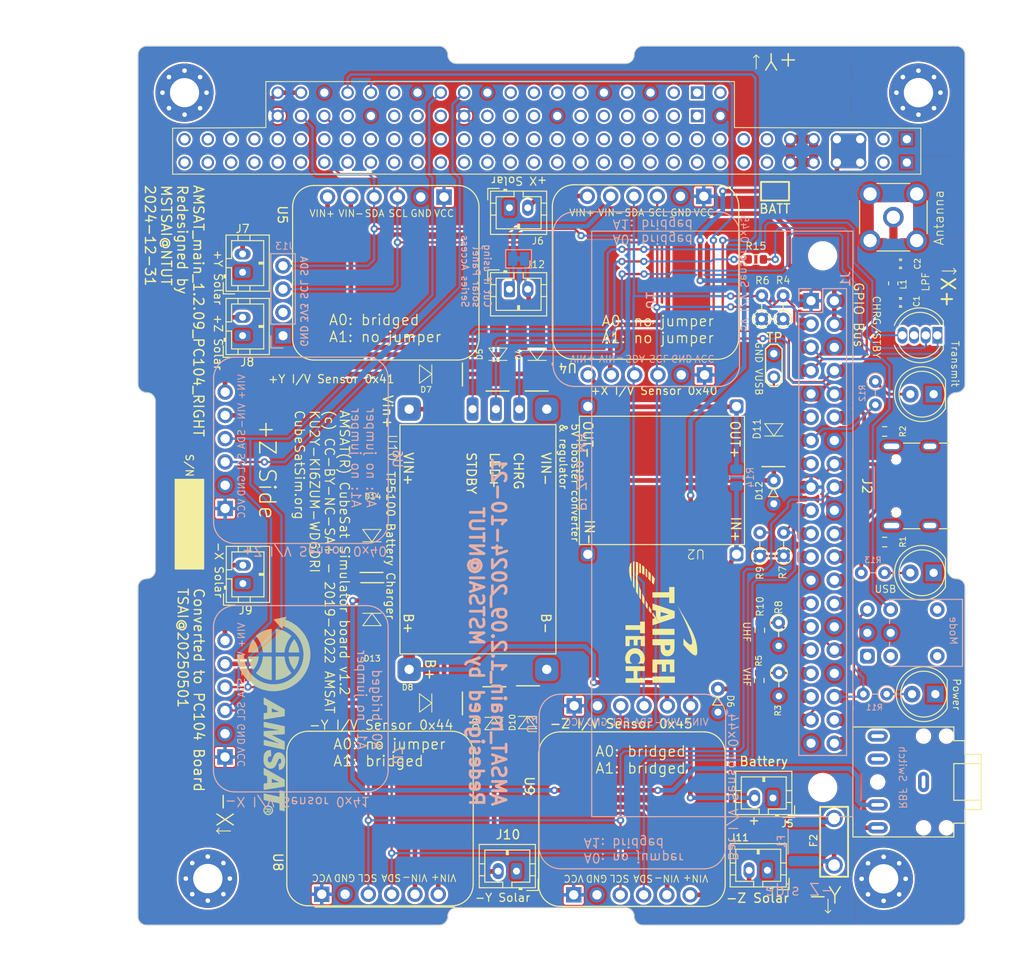
<source format=kicad_pcb>
(kicad_pcb (version 20241229) (generator "pcbnew") (generator_version "9.0")
  (title_block (date "2024-08-27"))
  (layers (0 "F.Cu" signal) (2 "B.Cu" signal) (13 "F.Paste" user) (15 "B.Paste" user) (5 "F.SilkS" user "F.Silkscreen") (7 "B.SilkS" user "B.Silkscreen") (1 "F.Mask" user) (3 "B.Mask" user) (25 "Edge.Cuts" user))
  (net 0 "")
  (net 1 "/RF_PWM")
  (net 2 "Net-(J3-In)")
  (net 3 "/3.3V")
  (net 4 "/5V")
  (net 5 "/SDA")
  (net 6 "/SCL")
  (net 7 "/LED2")
  (net 8 "/SDA3")
  (net 9 "/SCL3")
  (net 10 "/GPIO12")
  (net 11 "/GPIO13")
  (net 12 "/LED1")
  (net 13 "/GPIO26")
  (net 14 "Net-(D1-A)")
  (net 15 "Net-(D2-A)")
  (net 16 "Net-(D3-A)")
  (net 17 "/USB_VBUS")
  (net 18 "Net-(D10-K)")
  (net 19 "Net-(D4-A)")
  (net 20 "Net-(D5-A)")
  (net 21 "GND")
  (net 22 "Net-(F1-Pad2)")
  (net 23 "Net-(D6-K)")
  (net 24 "Net-(D7-A)")
  (net 25 "Net-(D8-A)")
  (net 26 "Net-(D9-A)")
  (net 27 "Net-(D10-A)")
  (net 28 "/PI_TXD")
  (net 29 "/PI_RXD")
  (net 30 "/5V_B")
  (net 45 "Net-(J2-CC1)")
  (net 49 "Net-(J2-CC2)")
  (net 53 "Net-(J6-Pin_2)")
  (net 54 "Net-(J7-Pin_2)")
  (net 55 "Net-(J8-Pin_2)")
  (net 56 "Net-(J9-Pin_2)")
  (net 57 "Net-(J10-Pin_2)")
  (net 58 "Net-(J11-Pin_2)")
  (net 59 "Net-(J12-Pin_1)")
  (net 62 "/3V3")
  (net 63 "Net-(D13-A)")
  (net 64 "Net-(D13-K)")
  (net 65 "Net-(U10-LED-)")
  (net 66 "Net-(D15-RK)")
  (net 67 "Net-(D15-A)")
  (net 69 "Net-(D15-BK)")
  (net 73 "/SPARE")
  (net 101 "/BATT")
  (net 153 "Net-(J5-Pin_2)")
  (footprint "" (layer "F.Cu") (at 175.72075 59.53354 -90)
    (property "Reference" "")
    (property "Value" "")
  )
  (footprint "Connector_JST:JST_PH_B2B-PH-K_1x02_P2.00mm_Vertical" (layer "F.Cu") (at 139.30401 53.192585)
    (property "Reference" "J12")
    (property "Value" "Conn_01x02")
  )
  (footprint "Connector_JST:JST_PH_B2B-PH-K_1x02_P2.00mm_Vertical" (layer "F.Cu") (at 168.0328 108.6802 180)
    (property "Reference" "J5")
    (property "Value" "Conn_01x02")
  )
  (footprint "" (layer "F.Cu") (at 171.19955 67.15354 90)
    (property "Reference" "")
    (property "Value" "")
  )
  (footprint "Capacitor_SMD:C_0603_1608Metric" (layer "F.Cu") (at 181.9402 54.6354)
    (property "Reference" "C1")
    (property "Value" "16pF")
  )
  (footprint "Connector_JST:JST_PH_B2B-PH-K_1x02_P2.00mm_Vertical" (layer "F.Cu") (at 110.217 51.3452 90)
    (property "Reference" "J7")
    (property "Value" "Conn_01x02")
  )
  (footprint "" (layer "F.Cu") (at 171.19955 79.85354 90)
    (property "Reference" "")
    (property "Value" "")
  )
  (footprint "" (layer "F.Cu") (at 171.19955 84.93354 90)
    (property "Reference" "")
    (property "Value" "")
  )
  (footprint "Library:SS14" (layer "F.Cu") (at 138.05611 60.295785 90)
    (property "Reference" "D5")
    (property "Value" "1N5817" (hide yes))
  )
  (footprint "" (layer "F.Cu") (at 171.19955 69.69354 90)
    (property "Reference" "")
    (property "Value" "")
  )
  (footprint "Library:INA219_Small" (layer "F.Cu") (at 125.222 111.044038 90)
    (property "Reference" "U8")
    (property "Value" "INA219_Module 0X44")
  )
  (footprint "" (layer "F.Cu") (at 175.72075 82.39354 -90)
    (property "Reference" "")
    (property "Value" "")
  )
  (footprint "LED_THT:LED_D5.0mm" (layer "F.Cu") (at 185.552 84.120985 180)
    (property "Reference" "D3" (hide yes))
    (property "Value" "Red 5mm")
  )
  (footprint "Resistor_THT:R_Axial_DIN0204_L3.6mm_D1.6mm_P2.54mm_Vertical" (layer "F.Cu") (at 169.14571 56.434985 90)
    (property "Reference" "R4")
    (property "Value" "DNI-4.7K")
  )
  (footprint "" (layer "F.Cu") (at 175.72075 84.93354 -90)
    (property "Reference" "")
    (property "Value" "")
  )
  (footprint "" (layer "F.Cu") (at 171.19955 77.31354 90)
    (property "Reference" "")
    (property "Value" "")
  )
  (footprint "Connector_JST:JST_PH_B2B-PH-K_1x02_P2.00mm_Vertical" (layer "F.Cu") (at 139.30401 44.30293)
    (property "Reference" "J6")
    (property "Value" "Conn_01x02")
  )
  (footprint "CubeSatSim:1N5817" (layer "F.Cu") (at 168.07256 75.484985 -90)
    (property "Reference" "D12")
    (property "Value" "5V1 1W")
  )
  (footprint "" (layer "F.Cu") (at 171.19955 72.23354 90)
    (property "Reference" "")
    (property "Value" "")
  )
  (footprint "" (layer "F.Cu") (at 175.72075 74.77354 -90)
    (property "Reference" "")
    (property "Value" "")
  )
  (footprint "" (layer "F.Cu") (at 175.72075 67.15354 -90)
    (property "Reference" "")
    (property "Value" "")
  )
  (footprint "Inductor_SMD:L_0603_1608Metric" (layer "F.Cu") (at 181.1528 52.5526 90)
    (property "Reference" "L1")
    (property "Value" "13nH")
  )
  (footprint "Library:SS14" (layer "F.Cu") (at 142.32331 60.295785 90)
    (property "Reference" "D4")
    (property "Value" "1N5817" (hide yes))
  )
  (footprint "Resistor_THT:R_Axial_DIN0204_L3.6mm_D1.6mm_P2.54mm_Vertical" (layer "F.Cu") (at 166.80891 56.434985 90)
    (property "Reference" "R6")
    (property "Value" "DNI-4.7K")
  )
  (footprint "" (layer "F.Cu") (at 175.72075 92.55354 -90)
    (property "Reference" "")
    (property "Value" "")
  )
  (footprint "" (layer "F.Cu") (at 175.72075 79.85354 -90)
    (property "Reference" "")
    (property "Value" "")
  )
  (footprint "VST104_footprints:CubeSat_PC104_16bit_footprint_Edge.Cut" (layer "F.Cu") (at 188.976 26.67 180)
    (property "Reference" "J14" (hide yes))
    (property "Value" "~" (hide yes))
    (fp_line (start 90.17 -36.8427) (end 90.17 -0.9525) (stroke (width 0.1)) (layer "Edge.Cuts"))
    (fp_line (start 90.17 -94.9325) (end 90.17 -59.0423) (stroke (width 0.1)) (layer "Edge.Cuts"))
    (fp_line (start 88.265 -57.1373) (end 88.265 -38.7477) (stroke (width 0.1)) (layer "Edge.Cuts"))
    (fp_line (start 57.3405 0) (end 89.2175 0) (stroke (width 0.1)) (layer "Edge.Cuts"))
    (fp_line (start 57.3405 -95.885) (end 89.2175 -95.885) (stroke (width 0.1)) (layer "Edge.Cuts"))
    (fp_line (start 37.0205 -1.905) (end 55.4355 -1.905) (stroke (width 0.1)) (layer "Edge.Cuts"))
    (fp_line (start 37.0205 -93.98) (end 55.4355 -93.98) (stroke (width 0.1)) (layer "Edge.Cuts"))
    (fp_line (start 1.905 -57.1373) (end 1.905 -38.7477) (stroke (width 0.1)) (layer "Edge.Cuts"))
    (fp_line (start 0.9525 0) (end 35.1155 0) (stroke (width 0.1)) (layer "Edge.Cuts"))
    (fp_line (start 0.9525 -95.885) (end 35.1155 -95.885) (stroke (width 0.1)) (layer "Edge.Cuts"))
    (fp_line (start 0 -36.8427) (end 0 -0.9525) (stroke (width 0.1)) (layer "Edge.Cuts"))
    (fp_line (start 0 -94.9325) (end 0 -59.0423) (stroke (width 0.1)) (layer "Edge.Cuts"))
    (fp_arc (start 90.17 -0.9525) (mid 89.89102 -0.27898) (end 89.2175 0) (stroke (width 0.1)) (layer "Edge.Cuts"))
    (fp_arc (start 90.17 -59.0423) (mid 89.89102 -58.36878) (end 89.2175 -58.0898) (stroke (width 0.1)) (layer "Edge.Cuts"))
    (fp_arc (start 89.2175 -37.7952) (mid 89.89102 -37.51622) (end 90.17 -36.8427) (stroke (width 0.1)) (layer "Edge.Cuts"))
    (fp_arc (start 89.2175 -37.7952) (mid 88.54398 -38.07418) (end 88.265 -38.7477) (stroke (width 0.1)) (layer "Edge.Cuts"))
    (fp_arc (start 89.2175 -95.885) (mid 89.89102 -95.60602) (end 90.17 -94.9325) (stroke (width 0.1)) (layer "Edge.Cuts"))
    (fp_arc (start 88.265 -57.1373) (mid 88.54398 -57.81082) (end 89.2175 -58.0898) (stroke (width 0.1)) (layer "Edge.Cuts"))
    (fp_arc (start 57.3405 0) (mid 56.66698 -0.27898) (end 56.388 -0.9525) (stroke (width 0.1)) (layer "Edge.Cuts"))
    (fp_arc (start 56.388 -94.9325) (mid 56.66698 -95.60602) (end 57.3405 -95.885) (stroke (width 0.1)) (layer "Edge.Cuts"))
    (fp_arc (start 56.388 -94.9325) (mid 56.10902 -94.25898) (end 55.4355 -93.98) (stroke (width 0.1)) (layer "Edge.Cuts"))
    (fp_arc (start 55.4355 -1.905) (mid 56.10902 -1.62602) (end 56.388 -0.9525) (stroke (width 0.1)) (layer "Edge.Cuts"))
    (fp_arc (start 37.0205 -93.98) (mid 36.34698 -94.25898) (end 36.068 -94.9325) (stroke (width 0.1)) (layer "Edge.Cuts"))
    (fp_arc (start 36.068 -0.9525) (mid 36.34698 -1.62602) (end 37.0205 -1.905) (stroke (width 0.1)) (layer "Edge.Cuts"))
    (fp_arc (start 36.068 -0.9525) (mid 35.78902 -0.27898) (end 35.1155 0) (stroke (width 0.1)) (layer "Edge.Cuts"))
    (fp_arc (start 35.1155 -95.885) (mid 35.78902 -95.60602) (end 36.068 -94.9325) (stroke (width 0.1)) (layer "Edge.Cuts"))
    (fp_arc (start 1.905 -38.7477) (mid 1.62602 -38.07418) (end 0.9525 -37.7952) (stroke (width 0.1)) (layer "Edge.Cuts"))
    (fp_arc (start 0.9525 0) (mid 0.27898 -0.27898) (end 0 -0.9525) (stroke (width 0.1)) (layer "Edge.Cuts"))
    (fp_arc (start 0.9525 -58.0898) (mid 1.62602 -57.81082) (end 1.905 -57.1373) (stroke (width 0.1)) (layer "Edge.Cuts"))
    (fp_arc (start 0.9525 -58.0898) (mid 0.27898 -58.36878) (end 0 -59.0423) (stroke (width 0.1)) (layer "Edge.Cuts"))
    (fp_arc (start 0 -36.8427) (mid 0.27898 -37.51622) (end 0.9525 -37.7952) (stroke (width 0.1)) (layer "Edge.Cuts"))
    (fp_arc (start 0 -94.9325) (mid 0.27898 -95.60602) (end 0.9525 -95.885) (stroke (width 0.1)) (layer "Edge.Cuts"))
  )
  (footprint "" (layer "F.Cu") (at 171.19955 54.45354 90)
    (property "Reference" "")
    (property "Value" "")
  )
  (footprint "" (layer "F.Cu") (at 175.69891 87.47354 -90)
    (property "Reference" "")
    (property "Value" "")
  )
  (footprint "Library:SS14" (layer "F.Cu") (at 137.6172 100.5496 -90)
    (property "Reference" "D9")
    (property "Value" "1N5817" (hide yes))
  )
  (footprint "Resistor_SMD:R_0603_1608Metric" (layer "F.Cu") (at 180.213 68.707)
    (property "Reference" "R2")
    (property "Value" "5.1K")
  )
  (footprint "" (layer "F.Cu") (at 171.19955 100.17354 90)
    (property "Reference" "")
    (property "Value" "")
  )
  (footprint "Capacitor_SMD:C_0402_1005Metric" (layer "F.Cu") (at 181.9402 54.6354)
    (property "Reference" "C3" (hide yes))
    (property "Value" "16pF(DMP)" (hide yes))
  )
  (footprint "Library:SS14" (layer "F.Cu") (at 168.12971 68.541785 90)
    (property "Reference" "D11")
    (property "Value" "1N5817" (hide yes))
  )
  (footprint "Basic:5V_BOOSTER" (layer "F.Cu") (at 164.0346 82.1055 180)
    (property "Reference" "U2")
    (property "Value" "5V_Booster")
  )
  (footprint "" (layer "F.Cu") (at 171.19955 87.47354 90)
    (property "Reference" "")
    (property "Value" "")
  )
  (footprint "LED_THT:LED_D5.0mm" (layer "F.Cu") (at 185.552 64.639185 180)
    (property "Reference" "D2" (hide yes))
    (property "Value" "Blue 5mm")
  )
  (footprint "" (layer "F.Cu") (at 171.19955 74.77354 90)
    (property "Reference" "")
    (property "Value" "")
  )
  (footprint "Resistor_SMD:R_0603_1608Metric" (layer "F.Cu") (at 166.1668 49.9364)
    (property "Reference" "R15")
    (property "Value" "0")
  )
  (footprint "" (layer "F.Cu") (at 171.19955 102.71354 90)
    (property "Reference" "")
    (property "Value" "")
  )
  (footprint "" (layer "F.Cu") (at 171.19955 95.09354 90)
    (property "Reference" "")
    (property "Value" "")
  )
  (footprint "Library:SS14" (layer "F.Cu") (at 130.18211 62.445785 180)
    (property "Reference" "D7")
    (property "Value" "1N5817" (hide yes))
  )
  (footprint "Library:SS14" (layer "F.Cu") (at 130.18211 98.319585 180)
    (property "Reference" "D8")
    (property "Value" "1N5817" (hide yes))
  )
  (footprint "" (layer "F.Cu") (at 171.19955 64.61354 90)
    (property "Reference" "")
    (property "Value" "")
  )
  (footprint "Library:INA219_Small" (layer "F.Cu") (at 154.12161 51.196365 -90)
    (property "Reference" "U4")
    (property "Value" "INA219_Module 0X40")
  )
  (footprint "" (layer "F.Cu") (at 175.72075 77.31354 -90)
    (property "Reference" "")
    (property "Value" "")
  )
  (footprint "" (layer "F.Cu") (at 175.72075 102.71354 -90)
    (property "Reference" "")
    (property "Value" "")
  )
  (footprint "" (layer "F.Cu") (at 171.19955 92.55354 90)
    (property "Reference" "")
    (property "Value" "")
  )
  (footprint "Resistor_THT:R_Axial_DIN0204_L3.6mm_D1.6mm_P2.54mm_Vertical" (layer "F.Cu") (at 169.19651 82.267585 90)
    (property "Reference" "R7")
    (property "Value" "4.7K")
  )
  (footprint "TestPoint:TestPoint_2Pads_Pitch2.54mm_Drill0.8mm" (layer "F.Cu") (at 168.12971 62.764985 90)
    (property "Reference" "TP")
    (property "Value" "TestPoint_2Pads_Pitch2.54mm_Drill0.8mm" (hide yes))
  )
  (footprint "Resistor_THT:R_Axial_DIN0204_L3.6mm_D1.6mm_P2.54mm_Vertical" (layer "F.Cu") (at 168.656 89.5596 -90)
    (property "Reference" "R8")
    (property "Value" "1K")
  )
  (footprint "Inductor_SMD:L_0402_1005Metric" (layer "F.Cu") (at 181.1528 52.5526 90)
    (property "Reference" "L2" (hide yes))
    (property "Value" "13nH(DNP)" (hide yes))
  )
  (footprint "Library:INA219_Small" (layer "F.Cu") (at 125.80061 51.272565 -90)
    (property "Reference" "U5")
    (property "Value" "INA219_Module 0X41")
  )
  (footprint "Resistor_SMD:R_0603_1608Metric" (layer "F.Cu") (at 180.213 80.768185)
    (property "Reference" "R1")
    (property "Value" "5.1K")
  )
  (footprint "Library_NTUT:AMSAT_PTC" (layer "F.Cu") (at 171.3972 110.9218 -90)
    (property "Reference" "F2")
    (property "Value" "Polyfuse" (hide yes))
  )
  (footprint "LED_THT:LED_D5.0mm" (layer "F.Cu") (at 185.73691 97.354385 180)
    (property "Reference" "D1" (hide yes))
    (property "Value" "Green 5mm")
  )
  (footprint "" (layer "F.Cu") (at 171.19955 62.07354 90)
    (property "Reference" "")
    (property "Value" "")
  )
  (footprint "" (layer "F.Cu") (at 175.72075 72.23354 -90)
    (property "Reference" "")
    (property "Value" "")
  )
  (footprint "VST104_logos:NTUT_logo_15mm" (layer "F.Cu") (at 155.8036 89.5096 -90)
    (property "Reference" "REF**" (hide yes))
    (property "Value" "NTUT_logo_15mm" (hide yes))
  )
  (footprint "" (layer "F.Cu") (at 173.4566 49.54372 -90)
    (property "Reference" "")
    (property "Value" "")
  )
  (footprint "CubeSatSim:1N5817" (layer "F.Cu") (at 161.98291 98.217985 -90)
    (property "Reference" "D6")
    (property "Value" "DNI-5V1 1W")
  )
  (footprint "Resistor_SMD:R_0603_1608Metric" (layer "F.Cu") (at 166.5986 90.3846 -90)
    (property "Reference" "R10")
    (property "Value" "DNI-1K")
  )
  (footprint "" (layer "F.Cu") (at 171.19955 90.01354 90)
    (property "Reference" "")
    (property "Value" "")
  )
  (footprint "Library:SS14" (layer "F.Cu") (at 141.2748 100.448 -90)
    (property "Reference" "D10")
    (property "Value" "1N5817" (hide yes))
  )
  (footprint "Resistor_THT:R_Axial_DIN0204_L3.6mm_D1.6mm_P2.54mm_Vertical" (layer "F.Cu") (at 168.6814 95.0344 -90)
    (property "Reference" "R3")
    (property "Value" "DNI-1K")
  )
  (footprint "Capacitor_SMD:C_0402_1005Metric" (layer "F.Cu") (at 181.9402 50.419)
    (property "Reference" "C4" (hide yes))
    (property "Value" "18pF(DNP)" (hide yes))
  )
  (footprint "Connector_JST:JST_PH_B2B-PH-K_1x02_P2.00mm_Vertical" (layer "F.Cu") (at 140.0744 116.6622 180)
    (property "Reference" "J10")
    (property "Value" "Conn_01x02")
  )
  (footprint "Library:TP5100 Charger_SMD" (layer "F.Cu") (at 128.37171 68.963535 -90)
    (property "Reference" "U10")
    (property "Value" "TP5100_Charger")
  )
  (footprint "" (layer "F.Cu") (at 175.72075 56.99354 -90)
    (property "Reference" "")
    (property "Value" "")
  )
  (footprint "" (layer "F.Cu") (at 173.4566 107.5436 -90)
    (property "Reference" "")
    (property "Value" "")
  )
  (footprint "LED_THT:LED_D5.0mm-4_RGB" (layer "F.Cu") (at 185.95591 58.212985 180)
    (property "Reference" "D15" (hide yes))
    (property "Value" "LED_RAGB" (hide yes))
  )
  (footprint "Library:AMSAT_SMA_Vertical" (layer "F.Cu") (at 181.16728 45.3338 -90)
    (property "Reference" "J3" (hide yes))
    (property "Value" "Conn_Coaxial")
  )
  (footprint "Resistor_THT:R_Axial_DIN0204_L3.6mm_D1.6mm_P2.54mm_Vertical" (layer "F.Cu") (at 166.60571 82.292985 90)
    (property "Reference" "R9")
    (property "Value" "4.7K")
  )
  (footprint "Resistor_SMD:R_0603_1608Metric" (layer "F.Cu") (at 166.54145 95.8594 -90)
    (property "Reference" "R5")
    (property "Value" "DNI-1K")
  )
  (footprint "Library:INA219_Small" (layer "F.Cu") (at 152.68651 111.11166 90)
    (property "Reference" "U9")
    (property "Value" "INA219_Module 0X45")
  )
  (footprint "Library_NTUT:Jack_3.5mm_CUI_SJ1-3525N_Horizontal" (layer "F.Cu") (at 184.451 106.934 90)
    (property "Reference" "J4" (hide yes))
    (property "Value" "AudioJack2_Dual_Ground_Switch")
  )
  (footprint "Library:SS14" (layer "F.Cu") (at 124.31471 89.200985 -90)
    (property "Reference" "D13")
    (property "Value" "1N5817" (hide yes))
  )
  (footprint "Basic:SolderJumper_2_Tri_New" (layer "F.Cu") (at 168.379975 42.5012)
    (property "Reference" "JP2" (hide yes))
    (property "Value" "SolderJumper_2_Open" (hide yes))
  )
  (footprint "" (layer "F.Cu") (at 171.15891 59.53354 90)
    (property "Reference" "")
    (property "Value" "")
  )
  (footprint "Connector_Wire:SolderWirePad_1x01_SMD_1x2mm" (layer "F.Cu") (at 175.72431 54.45354)
    (property "Reference" "REF**" (hide yes))
    (property "Value" "SolderWirePad_1x01_SMD_1x2mm")
  )
  (footprint "" (layer "F.Cu") (at 171.19955 56.99354 90)
    (property "Reference" "")
    (property "Value" "")
  )
  (footprint "Connector_JST:JST_PH_B2B-PH-K_1x02_P2.00mm_Vertical" (layer "F.Cu") (at 167.42791 116.573385 180)
    (property "Reference" "J11")
    (property "Value" "Conn_01x02")
  )
  (footprint "" (layer "F.Cu") (at 175.72075 69.69354 -90)
    (property "Reference" "")
    (property "Value" "")
  )
  (footprint "Connector_JST:JST_PH_B2B-PH-K_1x02_P2.00mm_Vertical" (layer "F.Cu") (at 110.24616 85.29243 90)
    (property "Reference" "J9")
    (property "Value" "Conn_01x02")
  )
  (footprint "" (layer "F.Cu") (at 171.19955 82.39354 90)
    (property "Reference" "")
    (property "Value" "")
  )
  (footprint "" (layer "F.Cu") (at 175.72075 64.61354 -90)
    (property "Reference" "")
    (property "Value" "")
  )
  (footprint "Connector_JST:JST_PH_B2B-PH-K_1x02_P2.00mm_Vertical" (layer "F.Cu") (at 110.217 58.254 90)
    (property "Reference" "J8")
    (property "Value" "Conn_01x02")
  )
  (footprint "Library:SS14" (layer "F.Cu") (at 124.31471 80.084385 90)
    (property "Reference" "D14")
    (property "Value" "1N5817" (hide yes))
  )
  (footprint "" (layer "F.Cu") (at 175.72075 97.63354 -90)
    (property "Reference" "")
    (property "Value" "")
  )
  (footprint "" (layer "F.Cu") (at 175.72075 62.07354 -90)
    (property "Reference" "")
    (property "Value" "")
  )
  (footprint "" (layer "F.Cu") (at 171.19955 97.63354 90)
    (property "Reference" "")
    (property "Value" "")
  )
  (footprint "Connector_USB:USB_C_Receptacle_GCT_USB4105-xx-A_16P_TopMnt_Horizontal" (layer "F.Cu") (at 184.06611 74.646785 90)
    (property "Reference" "J2")
    (property "Value" "USB_C_Receptacle_USB2.0")
  )
  (footprint "" (layer "F.Cu") (at 175.72075 90.01354 -90)
    (property "Reference" "")
    (property "Value" "")
  )
  (footprint "Capacitor_SMD:C_0603_1608Metric" (layer "F.Cu") (at 181.9402 50.419)
    (property "Reference" "C2")
    (property "Value" "18pF")
  )
  (footprint "" (layer "F.Cu") (at 175.72075 95.09354 -90)
    (property "Reference" "")
    (property "Value" "")
  )
  (footprint "" (layer "F.Cu") (at 175.72075 100.17354 -90)
    (property "Reference" "")
    (property "Value" "")
  )
  (footprint "Jumper:SolderJumper-2_P1.3mm_Bridged_Pad1.0x1.5mm" (layer "B.Cu") (at 140.30401 49.881785)
    (property "Reference" "JP1" (hide yes))
    (property "Value" "SolderJumper_2_Bridged")
  )
  (footprint "Library:INA219_Small" (layer "B.Cu") (at 154.2034 54.397275 90)
    (property "Reference" "U1")
    (property "Value" "INA219_Module 0x45")
  )
  (footprint "Library:INA219_Small" (layer "B.Cu") (at 116.437535 97.83724)
    (property "Reference" "U7")
    (property "Value" "INA219_Module 0X41")
  )
  (footprint "Library:INA219_Small" (layer "B.Cu") (at 116.450235 70.735185)
    (property "Reference" "U6")
    (property "Value" "INA219_Module 0X40")
  )
  (footprint "Fuse:Fuse_1812_4532Metric" (layer "B.Cu") (at 171.3992 113.4364 -90)
    (property "Reference" "F1")
    (property "Value" "Polyfuse")
  )
  (footprint "Connector_PinSocket_2.54mm:PinSocket_2x20_P2.54mm_Vertical" (layer "B.Cu") (at 172.1866 54.45354 180)
    (property "Reference" "J1")
    (property "Value" "Raspberry Pi Zero HW GPIO")
  )
  (footprint "Resistor_SMD:R_0805_2012Metric" (layer "B.Cu") (at 164.06 73.7362 -90)
    (property "Reference" "R14")
    (property "Value" "DNI-0K")
  )
  (footprint "Resistor_THT:R_Axial_DIN0204_L3.6mm_D1.6mm_P2.54mm_Vertical" (layer "B.Cu") (at 179.197 63.259 -90)
    (property "Reference" "R12")
    (property "Value" "470")
  )
  (footprint "Connector_PinHeader_2.54mm:PinHeader_1x04_P2.54mm_Vertical" (layer "B.Cu") (at 114.62461 58.26404)
    (property "Reference" "J13")
    (property "Value" "Conn_01x04_Female")
  )
  (footprint "Resistor_THT:R_Axial_DIN0204_L3.6mm_D1.6mm_P2.54mm_Vertical" (layer "B.Cu") (at 180.2 84.1248 180)
    (property "Reference" "R13")
    (property "Value" "470")
  )
  (footprint "Library:INA219_Small" (layer "B.Cu") (at 152.73731 106.76191 -90)
    (property "Reference" "U3")
    (property "Value" "INA219_Module 0x44")
  )
  (footprint "Resistor_THT:R_Axial_DIN0204_L3.6mm_D1.6mm_P2.54mm_Vertical" (layer "B.Cu") (at 180.4286 97.354385 180)
    (property "Reference" "R11")
    (property "Value" "220")
  )
  (footprint "Button_Switch_THT:SW_Push_2P2T_Vertical_E-Switch_800UDP8P1A1M6" (layer "B.Cu") (at 178.32611 93.214185)
    (property "Reference" "SW1" (hide yes))
    (property "Value" "SW_Push_DPDT")
  )
  (gr_poly (pts (xy 114.0968 102.675685) (xy 114.0968 102.167685) (xy 114.0841 102.167685) (xy 114.0841 102.675685)) (fill yes) (layer "F.SilkS"))
  (gr_poly (pts (xy 117.3734 94.395285) (xy 117.3734 91.664785) (xy 117.3607 91.664785) (xy 117.3607 94.395285)) (fill yes) (layer "F.SilkS"))
  (gr_poly (pts (xy 114.7699 90.001085) (xy 114.7699 88.959685) (xy 114.7572 88.959685) (xy 114.7572 90.001085)) (fill yes) (layer "F.SilkS"))
  (gr_poly (pts (xy 113.8682 89.505785) (xy 113.8682 89.150185) (xy 113.8555 89.150185) (xy 113.8555 89.505785)) (fill yes) (layer "F.SilkS"))
  (gr_poly (pts (xy 113.6396 101.799385) (xy 113.6396 101.329485) (xy 113.6269 101.329485) (xy 113.6269 101.799385)) (fill yes) (layer "F.SilkS"))
  (gr_poly (pts (xy 116.4209 95.881185) (xy 116.4209 94.661985) (xy 116.4082 94.661985) (xy 116.4082 95.881185)) (fill yes) (layer "F.SilkS"))
  (gr_poly (pts (xy 112.0775 96.732085) (xy 112.0775 95.906585) (xy 112.0648 95.906585) (xy 112.0648 96.732085)) (fill yes) (layer "F.SilkS"))
  (gr_poly (pts (xy 112.1664 95.423985) (xy 112.1664 94.293685) (xy 112.1537 94.293685) (xy 112.1537 95.423985)) (fill yes) (layer "F.SilkS"))
  (gr_poly (pts (xy 114.7445 99.780085) (xy 114.7445 98.954585) (xy 114.7318 98.954585) (xy 114.7318 99.780085)) (fill yes) (layer "F.SilkS"))
  (gr_poly (pts (xy 113.919 101.227885) (xy 113.919 100.669085) (xy 113.9063 100.669085) (xy 113.9063 101.227885)) (fill yes) (layer "F.SilkS"))
  (gr_poly (pts (xy 113.6904 89.302585) (xy 113.6904 89.188285) (xy 113.6777 89.188285) (xy 113.6777 89.302585)) (fill yes) (layer "F.SilkS"))
  (gr_poly (pts (xy 114.0333 104.733085) (xy 114.0333 103.729785) (xy 114.0206 103.729785) (xy 114.0206 104.733085)) (fill yes) (layer "F.SilkS"))
  (gr_poly (pts (xy 112.268 95.487485) (xy 112.268 94.052385) (xy 112.2553 94.052385) (xy 112.2553 95.487485)) (fill yes) (layer "F.SilkS"))
  (gr_poly (pts (xy 114.6937 95.614485) (xy 114.6937 93.252285) (xy 114.681 93.252285) (xy 114.681 95.614485)) (fill yes) (layer "F.SilkS"))
  (gr_poly (pts (xy 112.1283 96.757485) (xy 112.1283 95.931985) (xy 112.1156 95.931985) (xy 112.1156 96.757485)) (fill yes) (layer "F.SilkS"))
  (gr_poly (pts (xy 113.3729 99.995985) (xy 113.3729 98.179885) (xy 113.3602 98.179885) (xy 113.3602 99.995985)) (fill yes) (layer "F.SilkS"))
  (gr_poly (pts (xy 113.3221 109.774985) (xy 113.3221 109.584485) (xy 113.3094 109.584485) (xy 113.3094 109.774985)) (fill yes) (layer "F.SilkS"))
  (gr_poly (pts (xy 114.3508 101.761285) (xy 114.3508 100.757985) (xy 114.3381 100.757985) (xy 114.3381 101.761285)) (fill yes) (layer "F.SilkS"))
  (gr_poly (pts (xy 113.411 109.101885) (xy 113.411 108.377985) (xy 113.3983 108.377985) (xy 113.3983 109.101885)) (fill yes) (layer "F.SilkS"))
  (gr_poly (pts (xy 113.6015 101.164385) (xy 113.6015 100.592885) (xy 113.5888 100.592885) (xy 113.5888 101.164385)) (fill yes) (layer "F.SilkS"))
  (gr_poly (pts (xy 113.2713 107.692185) (xy 113.2713 105.812585) (xy 113.2586 105.812585) (xy 113.2586 107.692185)) (fill yes) (layer "F.SilkS"))
  (gr_poly (pts (xy 113.5126 103.145585) (xy 113.5126 102.574085) (xy 113.4999 102.574085) (xy 113.4999 103.145585)) (fill yes) (layer "F.SilkS"))
  (gr_poly (pts (xy 112.7379 102.015285) (xy 112.7379 101.367585) (xy 112.7252 101.367585) (xy 112.7252 102.015285)) (fill yes) (layer "F.SilkS"))
  (gr_poly (pts (xy 113.7666 101.786685) (xy 113.7666 101.304085) (xy 113.7539 101.304085) (xy 113.7539 101.786685)) (fill yes) (layer "F.SilkS"))
  (gr_poly (pts (xy 113.538 107.641385) (xy 113.538 107.019085) (xy 113.5253 107.019085) (xy 113.5253 107.641385)) (fill yes) (layer "F.SilkS"))
  (gr_poly (pts (xy 117.4242 91.804485) (xy 117.4242 91.791785) (xy 117.4115 91.791785) (xy 117.4115 91.804485)) (fill yes) (layer "F.SilkS"))
  (gr_poly (pts (xy 114.0206 106.866685) (xy 114.0206 106.218985) (xy 114.0079 106.218985) (xy 114.0079 106.866685)) (fill yes) (layer "F.SilkS"))
  (gr_poly (pts (xy 113.4872 106.612685) (xy 113.4872 105.926885) (xy 113.4745 105.926885) (xy 113.4745 106.612685)) (fill yes) (layer "F.SilkS"))
  (gr_poly (pts (xy 115.1763 96.706685) (xy 115.1763 95.881185) (xy 115.1636 95.881185) (xy 115.1636 96.706685)) (fill yes) (layer "F.SilkS"))
  (gr_poly (pts (xy 114.8207 105.012485) (xy 114.8207 104.301285) (xy 114.808 104.301285) (xy 114.808 105.012485)) (fill yes) (layer "F.SilkS"))
  (gr_poly (pts (xy 115.189 95.335085) (xy 115.189 94.560385) (xy 115.1763 94.560385) (xy 115.1763 95.335085)) (fill yes) (layer "F.SilkS"))
  (gr_poly (pts (xy 112.2426 91.956885) (xy 112.2426 90.597985) (xy 112.2299 90.597985) (xy 112.2299 91.956885)) (fill yes) (layer "F.SilkS"))
  (gr_poly (pts (xy 115.3795 90.305885) (xy 115.3795 89.442285) (xy 115.3668 89.442285) (xy 115.3668 90.305885)) (fill yes) (layer "F.SilkS"))
  (gr_poly (pts (xy 113.157 110.549685) (xy 113.157 110.384585) (xy 113.1443 110.384585) (xy 113.1443 110.549685)) (fill yes) (layer "F.SilkS"))
  (gr_poly (pts (xy 109.982 94.712785) (xy 109.982 93.036385) (xy 109.9693 93.036385) (xy 109.9693 94.712785)) (fill yes) (layer "F.SilkS"))
  (gr_poly (pts (xy 113.4745 97.036885) (xy 113.4745 96.274885) (xy 113.4618 96.274885) (xy 113.4618 97.036885)) (fill yes) (layer "F.SilkS"))
  (gr_poly (pts (xy 112.9411 105.393485) (xy 112.9411 103.513885) (xy 112.9284 103.513885) (xy 112.9284 105.393485)) (fill yes) (layer "F.SilkS"))
  (gr_poly (pts (xy 114.1222 103.272585) (xy 114.1222 102.713785) (xy 114.1095 102.713785) (xy 114.1095 103.272585)) (fill yes) (layer "F.SilkS"))
  (gr_poly (pts (xy 113.7666 105.241085) (xy 113.7666 103.869485) (xy 113.7539 103.869485) (xy 113.7539 105.241085)) (fill yes) (layer "F.SilkS"))
  (gr_poly (pts (xy 113.4237 105.456985) (xy 113.4237 104.555285) (xy 113.411 104.555285) (xy 113.411 105.456985)) (fill yes) (layer "F.SilkS"))
  (gr_poly (pts (xy 110.2614 95.220785) (xy 110.2614 93.036385) (xy 110.2487 93.036385) (xy 110.2487 95.220785)) (fill yes) (layer "F.SilkS"))
  (gr_poly (pts (xy 115.7224 90.559885) (xy 115.7224 89.632785) (xy 115.7097 89.632785) (xy 115.7097 90.559885)) (fill yes) (layer "F.SilkS"))
  (gr_poly (pts (xy 112.9157 109.952785) (xy 112.9157 109.825785) (xy 112.903 109.825785) (xy 112.903 109.952785)) (fill yes) (layer "F.SilkS"))
  (gr_poly (pts (xy 112.9792 110.562385) (xy 112.9792 110.409985) (xy 112.9665 110.409985) (xy 112.9665 110.562385)) (fill yes) (layer "F.SilkS"))
  (gr_poly (pts (xy 115.57 94.293685) (xy 115.57 93.264985) (xy 115.5573 93.264985) (xy 115.5573 94.293685)) (fill yes) (layer "F.SilkS"))
  (gr_poly (pts (xy 113.1062 105.456985) (xy 113.1062 104.783885) (xy 113.0935 104.783885) (xy 113.0935 105.456985)) (fill yes) (layer "F.SilkS"))
  (gr_poly (pts (xy 112.7887 109.711485) (xy 112.7887 109.533685) (xy 112.776 109.533685) (xy 112.776 109.711485)) (fill yes) (layer "F.SilkS"))
  (gr_poly (pts (xy 113.3094 109.762285) (xy 113.3094 109.584485) (xy 113.2967 109.584485) (xy 113.2967 109.762285)) (fill yes) (layer "F.SilkS"))
  (gr_poly (pts (xy 115.0747 95.411285) (xy 115.0747 94.331785) (xy 115.062 94.331785) (xy 115.062 95.411285)) (fill yes) (layer "F.SilkS"))
  (gr_poly (pts (xy 114.0968 104.555285) (xy 114.0968 103.704385) (xy 114.0841 103.704385) (xy 114.0841 104.555285)) (fill yes) (layer "F.SilkS"))
  (gr_poly (pts (xy 115.2525 96.693985) (xy 115.2525 95.843085) (xy 115.2398 95.843085) (xy 115.2398 96.693985)) (fill yes) (layer "F.SilkS"))
  (gr_poly (pts (xy 113.2967 104.123485) (xy 113.2967 103.463085) (xy 113.284 103.463085) (xy 113.284 104.123485)) (fill yes) (layer "F.SilkS"))
  (gr_poly (pts (xy 114.554 95.665285) (xy 114.554 93.252285) (xy 114.5413 93.252285) (xy 114.5413 95.665285)) (fill yes) (layer "F.SilkS"))
  (gr_poly (pts (xy 115.6843 90.521785) (xy 115.6843 89.607385) (xy 115.6716 89.607385) (xy 115.6716 90.521785)) (fill yes) (layer "F.SilkS"))
  (gr_poly (pts (xy 110.0709 94.890585) (xy 110.0709 93.036385) (xy 110.0582 93.036385) (xy 110.0582 94.890585)) (fill yes) (layer "F.SilkS"))
  (gr_poly (pts (xy 113.8428 109.190785) (xy 113.8428 108.466885) (xy 113.8301 108.466885) (xy 113.8301 109.190785)) (fill yes) (layer "F.SilkS"))
  (gr_poly (pts (xy 110.744 95.830385) (xy 110.744 94.573085) (xy 110.7313 94.573085) (xy 110.7313 95.830385)) (fill yes) (layer "F.SilkS"))
  (gr_poly (pts (xy 115.3795 96.617785) (xy 115.3795 95.766885) (xy 115.3668 95.766885) (xy 115.3668 96.617785)) (fill yes) (layer "F.SilkS"))
  (gr_poly (pts (xy 112.649 102.955085) (xy 112.649 102.358185) (xy 112.6363 102.358185) (xy 112.6363 102.955085)) (fill yes) (layer "F.SilkS"))
  (gr_poly (pts (xy 115.0366 96.770185) (xy 115.0366 95.957385) (xy 115.0239 95.957385) (xy 115.0239 96.770185)) (fill yes) (layer "F.SilkS"))
  (gr_poly (pts (xy 114.5413 110.067085) (xy 114.5413 107.908085) (xy 114.5286 107.908085) (xy 114.5286 110.067085)) (fill yes) (layer "F.SilkS"))
  (gr_poly (pts (xy 113.1316 95.779585) (xy 113.1316 93.264985) (xy 113.1189 93.264985) (xy 113.1189 95.779585)) (fill yes) (layer "F.SilkS"))
  (gr_poly (pts (xy 114.2746 105.609385) (xy 114.2746 104.948985) (xy 114.2619 104.948985) (xy 114.2619 105.609385)) (fill yes) (layer "F.SilkS"))
  (gr_poly (pts (xy 114.1603 102.701085) (xy 114.1603 102.193085) (xy 114.1476 102.193085) (xy 114.1476 102.701085)) (fill yes) (layer "F.SilkS"))
  (gr_poly (pts (xy 112.8395 108.974885) (xy 112.8395 108.250985) (xy 112.8268 108.250985) (xy 112.8268 108.974885)) (fill yes) (layer "F.SilkS"))
  (gr_poly (pts (xy 110.9599 93.912685) (xy 110.9599 93.252285) (xy 110.9472 93.252285) (xy 110.9472 93.912685)) (fill yes) (layer "F.SilkS"))
  (gr_poly (pts (xy 114.6429 95.627185) (xy 114.6429 93.252285) (xy 114.6302 93.252285) (xy 114.6302 95.627185)) (fill yes) (layer "F.SilkS"))
  (gr_poly (pts (xy 115.316 95.246185) (xy 115.316 94.750885) (xy 115.3033 94.750885) (xy 115.3033 95.246185)) (fill yes) (layer "F.SilkS"))
  (gr_poly (pts (xy 112.6109 108.924085) (xy 112.6109 108.200185) (xy 112.5982 108.200185) (xy 112.5982 108.924085)) (fill yes) (layer "F.SilkS"))
  (gr_poly (pts (xy 113.3475 101.113585) (xy 113.3475 100.542085) (xy 113.3348 100.542085) (xy 113.3348 101.113585)) (fill yes) (layer "F.SilkS"))
  (gr_poly (pts (xy 114.7064 105.329985) (xy 114.7064 104.021885) (xy 114.6937 104.021885) (xy 114.6937 105.329985)) (fill yes) (layer "F.SilkS"))
  (gr_poly (pts (xy 113.538 105.431585) (xy 113.538 104.263185) (xy 113.5253 104.263185) (xy 113.5253 105.431585)) (fill yes) (layer "F.SilkS"))
  (gr_poly (pts (xy 114.8842 92.261685) (xy 114.8842 90.547185) (xy 114.8715 90.547185) (xy 114.8715 92.261685)) (fill yes) (layer "F.SilkS"))
  (gr_poly (pts (xy 114.5159 110.067085) (xy 114.5159 107.895385) (xy 114.5032 107.895385) (xy 114.5032 110.067085)) (fill yes) (layer "F.SilkS"))
  (gr_poly (pts (xy 112.9919 110.562385) (xy 112.9919 110.409985) (xy 112.9792 110.409985) (xy 112.9792 110.562385)) (fill yes) (layer "F.SilkS"))
  (gr_poly (pts (xy 114.2365 105.622085) (xy 114.2365 104.948985) (xy 114.2238 104.948985) (xy 114.2238 105.622085)) (fill yes) (layer "F.SilkS"))
  (gr_poly (pts (xy 109.728 94.001585) (xy 109.728 93.036385) (xy 109.7153 93.036385) (xy 109.7153 94.001585)) (fill yes) (layer "F.SilkS"))
  (gr_poly (pts (xy 113.3094 92.807785) (xy 113.3094 90.255085) (xy 113.2967 90.255085) (xy 113.2967 92.807785)) (fill yes) (layer "F.SilkS"))
  (gr_poly (pts (xy 110.3122 95.296985) (xy 110.3122 93.036385) (xy 110.2995 93.036385) (xy 110.2995 95.296985)) (fill yes) (layer "F.SilkS"))
  (gr_poly (pts (xy 113.7158 99.043485) (xy 113.7158 98.370385) (xy 113.7031 98.370385) (xy 113.7031 99.043485)) (fill yes) (layer "F.SilkS"))
  (gr_poly (pts (xy 112.6363 109.978185) (xy 112.6363 109.647985) (xy 112.6236 109.647985) (xy 112.6236 109.978185)) (fill yes) (layer "F.SilkS"))
  (gr_poly (pts (xy 113.8682 95.817685) (xy 113.8682 93.264985) (xy 113.8555 93.264985) (xy 113.8555 95.817685)) (fill yes) (layer "F.SilkS"))
  (gr_poly (pts (xy 114.0587 106.892085) (xy 114.0587 106.257085) (xy 114.046 106.257085) (xy 114.046 106.892085)) (fill yes) (layer "F.SilkS"))
  (gr_poly (pts (xy 111.7473 94.141285) (xy 111.7473 93.264985) (xy 111.7346 93.264985) (xy 111.7346 94.141285)) (fill yes) (layer "F.SilkS"))
  (gr_poly (pts (xy 114.2746 95.741485) (xy 114.2746 93.252285) (xy 114.2619 93.252285) (xy 114.2619 95.741485)) (fill yes) (layer "F.SilkS"))
  (gr_poly (pts (xy 113.3729 109.876585) (xy 113.3729 109.635285) (xy 113.3602 109.635285) (xy 113.3602 109.876585)) (fill yes) (layer "F.SilkS"))
  (gr_poly (pts (xy 111.5949 96.503485) (xy 111.5949 95.589085) (xy 111.5822 95.589085) (xy 111.5822 96.503485)) (fill yes) (layer "F.SilkS"))
  (gr_poly (pts (xy 111.4933 96.427285) (xy 111.4933 95.500185) (xy 111.4806 95.500185) (xy 111.4806 96.427285)) (fill yes) (layer "F.SilkS"))
  (gr_poly (pts (xy 112.8903 103.018585) (xy 112.8903 102.408985) (xy 112.8776 102.408985) (xy 112.8776 103.018585)) (fill yes) (layer "F.SilkS"))
  (gr_poly (pts (xy 113.0681 101.075485) (xy 113.0681 100.491285) (xy 113.0554 100.491285) (xy 113.0554 101.075485)) (fill yes) (layer "F.SilkS"))
  (gr_poly (pts (xy 112.6617 100.986585) (xy 112.6617 100.389685) (xy 112.649 100.389685) (xy 112.649 100.986585)) (fill yes) (layer "F.SilkS"))
  (gr_poly (pts (xy 114.0333 103.247185) (xy 114.0333 102.701085) (xy 114.0206 102.701085) (xy 114.0206 103.247185)) (fill yes) (layer "F.SilkS"))
  (gr_poly (pts (xy 113.03 103.043985) (xy 113.03 102.459785) (xy 113.0173 102.459785) (xy 113.0173 103.043985)) (fill yes) (layer "F.SilkS"))
  (gr_poly (pts (xy 112.8014 106.282485) (xy 112.8014 105.545885) (xy 112.7887 105.545885) (xy 112.7887 106.282485)) (fill yes) (layer "F.SilkS"))
  (gr_poly (pts (xy 114.1603 96.998785) (xy 114.1603 96.236785) (xy 114.1476 96.236785) (xy 114.1476 96.998785)) (fill yes) (layer "F.SilkS"))
  (gr_poly (pts (xy 112.7379 109.762285) (xy 112.7379 109.571785) (xy 112.7252 109.571785) (xy 112.7252 109.762285)) (fill yes) (layer "F.SilkS"))
  (gr_poly (pts (xy 112.7125 92.807785) (xy 112.7125 90.382085) (xy 112.6998 90.382085) (xy 112.6998 92.807785)) (fill yes) (layer "F.SilkS"))
  (gr_poly (pts (xy 114.1857 101.278685) (xy 114.1857 100.732585) (xy 114.173 100.732585) (xy 114.173 101.278685)) (fill yes) (layer "F.SilkS"))
  (gr_poly (pts (xy 115.2779 95.284285) (xy 115.2779 94.687385) (xy 115.2652 94.687385) (xy 115.2652 95.284285)) (fill yes) (layer "F.SilkS"))
  (gr_poly (pts (xy 113.0554 110.562385) (xy 113.0554 110.409985) (xy 113.0427 110.409985) (xy 113.0427 110.562385)) (fill yes) (layer "F.SilkS"))
  (gr_poly (pts (xy 114.2873 96.986085) (xy 114.2873 96.211385) (xy 114.2746 96.211385) (xy 114.2746 96.986085)) (fill yes) (layer "F.SilkS"))
  (gr_poly (pts (xy 112.3696 92.388685) (xy 112.3696 90.521785) (xy 112.3569 90.521785) (xy 112.3569 92.388685)) (fill yes) (layer "F.SilkS"))
  (gr_poly (pts (xy 114.3762 99.818185) (xy 114.3762 98.751385) (xy 114.3635 98.751385) (xy 114.3635 99.818185)) (fill yes) (layer "F.SilkS"))
  (gr_poly (pts (xy 116.4082 95.893885) (xy 116.4082 94.687385) (xy 116.3955 94.687385) (xy 116.3955 95.893885)) (fill yes) (layer "F.SilkS"))
  (gr_poly (pts (xy 114.4778 96.935285) (xy 114.4778 96.173285) (xy 114.4651 96.173285) (xy 114.4651 96.935285)) (fill yes) (layer "F.SilkS"))
  (gr_poly (pts (xy 116.2431 91.131385) (xy 116.2431 90.026485) (xy 116.2304 90.026485) (xy 116.2304 91.131385)) (fill yes) (layer "F.SilkS"))
  (gr_poly (pts (xy 114.4143 105.583985) (xy 114.4143 104.809285) (xy 114.4016 104.809285) (xy 114.4016 105.583985)) (fill yes) (layer "F.SilkS"))
  (gr_poly (pts (xy 112.8649 109.673385) (xy 112.8649 109.508285) (xy 112.8522 109.508285) (xy 112.8522 109.673385)) (fill yes) (layer "F.SilkS"))
  (gr_poly (pts (xy 111.76 96.579685) (xy 111.76 95.703385) (xy 111.7473 95.703385) (xy 111.7473 96.579685)) (fill yes) (layer "F.SilkS"))
  (gr_poly (pts (xy 116.8273 92.553785) (xy 116.8273 90.661485) (xy 116.8146 90.661485) (xy 116.8146 92.553785)) (fill yes) (layer "F.SilkS"))
  (gr_poly (pts (xy 115.8621 96.338385) (xy 115.8621 95.385885) (xy 115.8494 95.385885) (xy 115.8494 96.338385)) (fill yes) (layer "F.SilkS"))
  (gr_poly (pts (xy 114.5921 103.361485) (xy 114.5921 102.408985) (xy 114.5794 102.408985) (xy 114.5794 103.361485)) (fill yes) (layer "F.SilkS"))
  (gr_poly (pts (xy 115.7097 90.547185) (xy 115.7097 89.620085) (xy 115.697 89.620085) (xy 115.697 90.547185)) (fill yes) (layer "F.SilkS"))
  (gr_poly (pts (xy 113.8428 92.795085) (xy 113.8428 90.242385) (xy 113.8301 90.242385) (xy 113.8301 92.795085)) (fill yes) (layer "F.SilkS"))
  (gr_poly (pts (xy 112.522 95.601785) (xy 112.522 93.252285) (xy 112.5093 93.252285) (xy 112.5093 95.601785)) (fill yes) (layer "F.SilkS"))
  (gr_poly (pts (xy 114.1984 96.986085) (xy 114.1984 96.224085) (xy 114.1857 96.224085) (xy 114.1857 96.986085)) (fill yes) (layer "F.SilkS"))
  (gr_poly (pts (xy 114.5794 90.166185) (xy 114.5794 88.997785) (xy 114.5667 88.997785) (xy 114.5667 90.166185)) (fill yes) (layer "F.SilkS"))
  (gr_poly (pts (xy 114.9731 96.808285) (xy 114.9731 95.982785) (xy 114.9604 95.982785) (xy 114.9604 96.808285)) (fill yes) (layer "F.SilkS"))
  (gr_poly (pts (xy 113.3729 101.126285) (xy 113.3729 100.542085) (xy 113.3602 100.542085) (xy 113.3602 101.126285)) (fill yes) (layer "F.SilkS"))
  (gr_poly (pts (xy 109.9947 94.750885) (xy 109.9947 93.036385) (xy 109.982 93.036385) (xy 109.982 94.750885)) (fill yes) (layer "F.SilkS"))
  (gr_poly (pts (xy 112.8395 110.524285) (xy 112.8395 110.371885) (xy 112.8268 110.371885) (xy 112.8268 110.524285)) (fill yes) (layer "F.SilkS"))
  (gr_poly (pts (xy 113.665 101.799385) (xy 113.665 101.329485) (xy 113.6523 101.329485) (xy 113.6523 101.799385)) (fill yes) (layer "F.SilkS"))
  (gr_poly (pts (xy 111.6457 96.516185) (xy 111.6457 95.627185) (xy 111.633 95.627185) (xy 111.633 96.516185)) (fill yes) (layer "F.SilkS"))
  (gr_line (start 154.97022 56.99328) (end 154.97022 56.84062) (stroke (width 0.1016)) (layer "F.SilkS"))
  (gr_poly (pts (xy 115.5319 91.055185) (xy 115.5319 91.004385) (xy 115.5192 91.004385) (xy 115.5192 91.055185)) (fill yes) (layer "F.SilkS"))
  (gr_poly (pts (xy 113.4364 105.456985) (xy 113.4364 104.555285) (xy 113.4237 104.555285) (xy 113.4237 105.456985)) (fill yes) (layer "F.SilkS"))
  (gr_poly (pts (xy 116.3447 92.807785) (xy 116.3447 92.426785) (xy 116.332 92.426785) (xy 116.332 92.807785)) (fill yes) (layer "F.SilkS"))
  (gr_poly (pts (xy 113.411 98.903785) (xy 113.411 98.205285) (xy 113.3983 98.205285) (xy 113.3983 98.903785)) (fill yes) (layer "F.SilkS"))
  (gr_poly (pts (xy 113.5761 98.979985) (xy 113.5761 98.294185) (xy 113.5634 98.294185) (xy 113.5634 98.979985)) (fill yes) (layer "F.SilkS"))
  (gr_poly (pts (xy 116.1415 92.807785) (xy 116.1415 91.842585) (xy 116.1288 91.842585) (xy 116.1288 92.807785)) (fill yes) (layer "F.SilkS"))
  (gr_poly (pts (xy 112.8649 95.728785) (xy 112.8649 93.252285) (xy 112.8522 93.252285) (xy 112.8522 95.728785)) (fill yes) (layer "F.SilkS"))
  (gr_poly (pts (xy 111.8235 96.617785) (xy 111.8235 95.754185) (xy 111.8108 95.754185) (xy 111.8108 96.617785)) (fill yes) (layer "F.SilkS"))
  (gr_poly (pts (xy 114.4905 99.818185) (xy 114.4905 98.814885) (xy 114.4778 98.814885) (xy 114.4778 99.818185)) (fill yes) (layer "F.SilkS"))
  (gr_poly (pts (xy 112.6744 106.231685) (xy 112.6744 105.469685) (xy 112.6617 105.469685) (xy 112.6617 106.231685)) (fill yes) (layer "F.SilkS"))
  (gr_poly (pts (xy 111.8997 92.807785) (xy 111.8997 92.375985) (xy 111.887 92.375985) (xy 111.887 92.807785)) (fill yes) (layer "F.SilkS"))
  (gr_poly (pts (xy 113.2586 92.807785) (xy 113.2586 90.255085) (xy 113.2459 90.255085) (xy 113.2459 92.807785)) (fill yes) (layer "F.SilkS"))
  (gr_poly (pts (xy 112.8395 102.993185) (xy 112.8395 102.408985) (xy 112.8268 102.408985) (xy 112.8268 102.993185)) (fill yes) (layer "F.SilkS"))
  (gr_poly (pts (xy 114.2111 105.622085) (xy 114.2111 104.961685) (xy 114.1984 104.961685) (xy 114.1984 105.622085)) (fill yes) (layer "F.SilkS"))
  (gr_poly (pts (xy 113.6269 99.957885) (xy 113.6269 99.322885) (xy 113.6142 99.322885) (xy 113.6142 99.957885)) (fill yes) (layer "F.SilkS"))
  (gr_poly (pts (xy 115.2652 90.242385) (xy 115.2652 89.391485) (xy 115.2525 89.391485) (xy 115.2525 90.242385)) (fill yes) (layer "F.SilkS"))
  (gr_poly (pts (xy 114.3254 104.390185) (xy 114.3254 103.729785) (xy 114.3127 103.729785) (xy 114.3127 104.390185)) (fill yes) (layer "F.SilkS"))
  (gr_poly (pts (xy 113.0046 110.562385) (xy 113.0046 110.409985) (xy 112.9919 110.409985) (xy 112.9919 110.562385)) (fill yes) (layer "F.SilkS"))
  (gr_poly (pts (xy 114.9477 95.474785) (xy 114.9477 94.014285) (xy 114.935 94.014285) (xy 114.935 95.474785)) (fill yes) (layer "F.SilkS"))
  (gr_poly (pts (xy 114.681 89.962985) (xy 114.681 88.985085) (xy 114.6683 88.985085) (xy 114.6683 89.962985)) (fill yes) (layer "F.SilkS"))
  (gr_poly (pts (xy 116.205 92.807785) (xy 116.205 91.982285) (xy 116.1923 91.982285) (xy 116.1923 92.807785)) (fill yes) (layer "F.SilkS"))
  (gr_poly (pts (xy 111.6838 94.255585) (xy 111.6838 93.252285) (xy 111.6711 93.252285) (xy 111.6711 94.255585)) (fill yes) (layer "F.SilkS"))
  (gr_poly (pts (xy 112.141 91.728285) (xy 112.141 90.661485) (xy 112.1283 90.661485) (xy 112.1283 91.728285)) (fill yes) (layer "F.SilkS"))
  (gr_poly (pts (xy 115.8113 96.376485) (xy 115.8113 95.436685) (xy 115.7986 95.436685) (xy 115.7986 96.376485)) (fill yes) (layer "F.SilkS"))
  (gr_poly (pts (xy 111.7092 91.067885) (xy 111.7092 90.991685) (xy 111.6965 90.991685) (xy 111.6965 91.067885)) (fill yes) (layer "F.SilkS"))
  (gr_poly (pts (xy 114.7826 90.001085) (xy 114.7826 88.959685) (xy 114.7699 88.959685) (xy 114.7699 90.001085)) (fill yes) (layer "F.SilkS"))
  (gr_poly (pts (xy 113.5634 103.158285) (xy 113.5634 102.586785) (xy 113.5507 102.586785) (xy 113.5507 103.158285)) (fill yes) (layer "F.SilkS"))
  (gr_poly (pts (xy 113.8301 101.786685) (xy 113.8301 101.304085) (xy 113.8174 101.304085) (xy 113.8174 101.786685)) (fill yes) (layer "F.SilkS"))
  (gr_poly (pts (xy 115.4303 91.169485) (xy 115.4303 90.902785) (xy 115.4176 90.902785) (xy 115.4176 91.169485)) (fill yes) (layer "F.SilkS"))
  (gr_poly (pts (xy 115.316 92.807785) (xy 115.316 92.414085) (xy 115.3033 92.414085) (xy 115.3033 92.807785)) (fill yes) (layer "F.SilkS"))
  (gr_poly (pts (xy 115.316 96.655885) (xy 115.316 95.792285) (xy 115.3033 95.792285) (xy 115.3033 96.655885)) (fill yes) (layer "F.SilkS"))
  (gr_poly (pts (xy 113.1316 104.161585) (xy 113.1316 103.463085) (xy 113.1189 103.463085) (xy 113.1189 104.161585)) (fill yes) (layer "F.SilkS"))
  (gr_poly (pts (xy 115.189 96.719385) (xy 115.189 95.881185) (xy 115.1763 95.881185) (xy 115.1763 96.719385)) (fill yes) (layer "F.SilkS"))
  (gr_poly (pts (xy 113.7158 105.304585) (xy 113.7158 103.932985) (xy 113.7031 103.932985) (xy 113.7031 105.304585)) (fill yes) (layer "F.SilkS"))
  (gr_poly (pts (xy 113.8047 101.202485) (xy 113.8047 100.643685) (xy 113.792 100.643685) (xy 113.792 101.202485)) (fill yes) (layer "F.SilkS"))
  (gr_poly (pts (xy 115.7732 94.598485) (xy 115.7732 93.252285) (xy 115.7605 93.252285) (xy 115.7605 94.598485)) (fill yes) (layer "F.SilkS"))
  (gr_poly (pts (xy 110.2487 95.182685) (xy 110.2487 93.036385) (xy 110.236 93.036385) (xy 110.236 95.182685)) (fill yes) (layer "F.SilkS"))
  (gr_poly (pts (xy 114.6302 105.418885) (xy 114.6302 103.920285) (xy 114.6175 103.920285) (xy 114.6175 105.418885)) (fill yes) (layer "F.SilkS"))
  (gr_poly (pts (xy 110.9345 92.807785) (xy 110.9345 92.236285) (xy 110.9218 92.236285) (xy 110.9218 92.807785)) (fill yes) (layer "F.SilkS"))
  (gr_poly (pts (xy 114.2365 95.754185) (xy 114.2365 93.252285) (xy 114.2238 93.252285) (xy 114.2238 95.754185)) (fill yes) (layer "F.SilkS"))
  (gr_poly (pts (xy 111.8997 91.321885) (xy 111.8997 90.826585) (xy 111.887 90.826585) (xy 111.887 91.321885)) (fill yes) (layer "F.SilkS"))
  (gr_poly (pts (xy 113.8682 99.106985) (xy 113.8682 98.471985) (xy 113.8555 98.471985) (xy 113.8555 99.106985)) (fill yes) (layer "F.SilkS"))
  (gr_poly (pts (xy 111.1504 92.807785) (xy 111.1504 91.702885) (xy 111.1377 91.702885) (xy 111.1377 92.807785)) (fill yes) (layer "F.SilkS"))
  (gr_poly (pts (xy 115.4684 92.807785) (xy 115.4684 91.982285) (xy 115.4557 91.982285) (xy 115.4557 92.807785)) (fill yes) (layer "F.SilkS"))
  (gr_poly (pts (xy 114.1984 99.272085) (xy 114.1984 98.649785) (xy 114.1857 98.649785) (xy 114.1857 99.272085)) (fill yes) (layer "F.SilkS"))
  (gr_poly (pts (xy 111.2012 92.807785) (xy 111.2012 91.613985) (xy 111.1885 91.613985) (xy 111.1885 92.807785)) (fill yes) (layer "F.SilkS"))
  (gr_poly (pts (xy 113.8936 92.807785) (xy 113.8936 90.242385) (xy 113.8809 90.242385) (xy 113.8809 92.807785)) (fill yes) (layer "F.SilkS"))
  (gr_poly (pts (xy 114.5667 95.665285) (xy 114.5667 93.264985) (xy 114.554 93.264985) (xy 114.554 95.665285)) (fill yes) (layer "F.SilkS"))
  (gr_poly (pts (xy 113.6904 106.714285) (xy 113.6904 106.041185) (xy 113.6777 106.041185) (xy 113.6777 106.714285)) (fill yes) (layer "F.SilkS"))
  (gr_poly (pts (xy 114.3889 95.716085) (xy 114.3889 93.264985) (xy 114.3762 93.264985) (xy 114.3762 95.716085)) (fill yes) (layer "F.SilkS"))
  (gr_poly (pts (xy 117.5893 93.480885) (xy 117.5893 93.468185) (xy 117.5766 93.468185) (xy 117.5766 93.480885)) (fill yes) (layer "F.SilkS"))
  (gr_poly (pts (xy 110.9091 92.807785) (xy 110.9091 92.299785) (xy 110.8964 92.299785) (xy 110.8964 92.807785)) (fill yes) (layer "F.SilkS"))
  (gr_poly (pts (xy 113.9952 103.247185) (xy 113.9952 102.675685) (xy 113.9825 102.675685) (xy 113.9825 103.247185)) (fill yes) (layer "F.SilkS"))
  (gr_poly (pts (xy 115.8748 90.699585) (xy 115.8748 89.734385) (xy 115.8621 89.734385) (xy 115.8621 90.699585)) (fill yes) (layer "F.SilkS"))
  (gr_poly (pts (xy 115.2652 93.442785) (xy 115.2652 93.252285) (xy 115.2525 93.252285) (xy 115.2525 93.442785)) (fill yes) (layer "F.SilkS"))
  (gr_poly (pts (xy 110.8837 95.957385) (xy 110.8837 94.814385) (xy 110.871 94.814385) (xy 110.871 95.957385)) (fill yes) (layer "F.SilkS"))
  (gr_poly (pts (xy 113.6396 102.447085) (xy 113.6396 101.939085) (xy 113.6269 101.939085) (xy 113.6269 102.447085)) (fill yes) (layer "F.SilkS"))
  (gr_poly (pts (xy 113.6142 89.226385) (xy 113.6142 89.200985) (xy 113.6015 89.200985) (xy 113.6015 89.226385)) (fill yes) (layer "F.SilkS"))
  (gr_poly (pts (xy 113.3221 109.076485) (xy 113.3221 108.352585) (xy 113.3094 108.352585) (xy 113.3094 109.076485)) (fill yes) (layer "F.SilkS"))
  (gr_poly (pts (xy 112.6109 107.793785) (xy 112.6109 107.095285) (xy 112.5982 107.095285) (xy 112.5982 107.793785)) (fill yes) (layer "F.SilkS"))
  (gr_poly (pts (xy 113.8809 109.203485) (xy 113.8809 108.466885) (xy 113.8682 108.466885) (xy 113.8682 109.203485)) (fill yes) (layer "F.SilkS"))
  (gr_poly (pts (xy 116.332 92.807785) (xy 116.332 92.414085) (xy 116.3193 92.414085) (xy 116.3193 92.807785)) (fill yes) (layer "F.SilkS"))
  (gr_poly (pts (xy 114.1857 102.713785) (xy 114.1857 102.218485) (xy 114.173 102.218485) (xy 114.173 102.713785)) (fill yes) (layer "F.SilkS"))
  (gr_poly (pts (xy 113.8682 103.209085) (xy 113.8682 102.662985) (xy 113.8555 102.662985) (xy 113.8555 103.209085)) (fill yes) (layer "F.SilkS"))
  (gr_poly (pts (xy 112.8141 108.974885) (xy 112.8141 108.238285) (xy 112.8014 108.238285) (xy 112.8014 108.974885)) (fill yes) (layer "F.SilkS"))
  (gr_poly (pts (xy 112.5474 100.122985) (xy 112.5474 99.424485) (xy 112.5347 99.424485) (xy 112.5347 100.122985)) (fill yes) (layer "F.SilkS"))
  (gr_poly (pts (xy 109.6518 93.645985) (xy 109.6518 93.036385) (xy 109.6391 93.036385) (xy 109.6391 93.645985)) (fill yes) (layer "F.SilkS"))
  (gr_poly (pts (xy 114.4905 103.361485) (xy 114.4905 102.358185) (xy 114.4778 102.358185) (xy 114.4778 103.361485)) (fill yes) (layer "F.SilkS"))
  (gr_poly (pts (xy 114.3127 105.609385) (xy 114.3127 104.910885) (xy 114.3 104.910885) (xy 114.3 105.609385)) (fill yes) (layer "F.SilkS"))
  (gr_poly (pts (xy 114.6556 99.780085) (xy 114.6556 98.916485) (xy 114.6429 98.916485) (xy 114.6429 99.780085)) (fill yes) (layer "F.SilkS"))
  (gr_poly (pts (xy 113.2205 105.495085) (xy 113.2205 104.796585) (xy 113.2078 104.796585) (xy 113.2078 105.495085)) (fill yes) (layer "F.SilkS"))
  (gr_poly (pts (xy 113.3983 102.332785) (xy 113.3983 101.342185) (xy 113.3856 101.342185) (xy 113.3856 102.332785)) (fill yes) (layer "F.SilkS"))
  (gr_poly (pts (xy 112.8014 102.980485) (xy 112.8014 102.396285) (xy 112.7887 102.396285) (xy 112.7887 102.980485)) (fill yes) (layer "F.SilkS"))
  (gr_poly (pts (xy 114.3381 103.323385) (xy 114.3381 102.281985) (xy 114.3254 102.281985) (xy 114.3254 103.323385)) (fill yes) (layer "F.SilkS"))
  (gr_poly (pts (xy 111.7346 92.807785) (xy 111.7346 91.918785) (xy 111.7219 91.918785) (xy 111.7219 92.807785)) (fill yes) (layer "F.SilkS"))
  (gr_poly (pts (xy 112.0267 91.512385) (xy 112.0267 90.724985) (xy 112.014 90.724985) (xy 112.014 91.512385)) (fill yes) (layer "F.SilkS"))
  (gr_poly (pts (xy 111.7854 94.039685) (xy 111.7854 93.252285) (xy 111.7727 93.252285) (xy 111.7727 94.039685)) (fill yes) (layer "F.SilkS"))
  (gr_poly (pts (xy 113.2205 100.008685) (xy 113.2205 98.103685) (xy 113.2078 98.103685) (xy 113.2078 100.008685)) (fill yes) (layer "F.SilkS"))
  (gr_poly (pts (xy 113.9317 103.221785) (xy 113.9317 102.675685) (xy 113.919 102.675685) (xy 113.919 103.221785)) (fill yes) (layer "F.SilkS"))
  (gr_poly (pts (xy 114.1603 103.285285) (xy 114.1603 102.726485) (xy 114.1476 102.726485) (xy 114.1476 103.285285)) (fill yes) (layer "F.SilkS"))
  (gr_poly (pts (xy 113.0681 105.456985) (xy 113.0681 104.758485) (xy 113.0554 104.758485) (xy 113.0554 105.456985)) (fill yes) (layer "F.SilkS"))
  (gr_poly (pts (xy 114.427 90.128085) (xy 114.427 89.035885) (xy 114.4143 89.035885) (xy 114.4143 90.128085)) (fill yes) (layer "F.SilkS"))
  (gr_poly (pts (xy 112.6109 100.986585) (xy 112.6109 100.389685) (xy 112.5982 100.389685) (xy 112.5982 100.986585)) (fill yes) (layer "F.SilkS"))
  (gr_poly (pts (xy 112.649 96.909885) (xy 112.649 96.147885) (xy 112.6363 96.147885) (xy 112.6363 96.909885)) (fill yes) (layer "F.SilkS"))
  (gr_poly (pts (xy 111.4425 96.401885) (xy 111.4425 95.462085) (xy 111.4298 95.462085) (xy 111.4298 96.401885)) (fill yes) (layer "F.SilkS"))
  (gr_poly (pts (xy 114.2365 99.856285) (xy 114.2365 98.675185) (xy 114.2238 98.675185) (xy 114.2238 99.856285)) (fill yes) (layer "F.SilkS"))
  (gr_poly (pts (xy 115.697 94.509585) (xy 115.697 93.264985) (xy 115.6843 93.264985) (xy 115.6843 94.509585)) (fill yes) (layer "F.SilkS"))
  (gr_poly (pts (xy 114.0968 109.241585) (xy 114.0968 108.530385) (xy 114.0841 108.530385) (xy 114.0841 109.241585)) (fill yes) (layer "F.SilkS"))
  (gr_poly (pts (xy 112.8776 105.355385) (xy 112.8776 103.539285) (xy 112.8649 103.539285) (xy 112.8649 105.355385)) (fill yes) (layer "F.SilkS"))
  (gr_poly (pts (xy 111.1377 96.185985) (xy 111.1377 95.157285) (xy 111.125 95.157285) (xy 111.125 96.185985)) (fill yes) (layer "F.SilkS"))
  (gr_poly (pts (xy 114.4524 95.703385) (xy 114.4524 93.252285) (xy 114.4397 93.252285) (xy 114.4397 95.703385)) (fill yes) (layer "F.SilkS"))
  (gr_poly (pts (xy 113.6269 101.799385) (xy 113.6269 101.329485) (xy 113.6142 101.329485) (xy 113.6142 101.799385)) (fill yes) (layer "F.SilkS"))
  (gr_poly (pts (xy 115.2144 96.693985) (xy 115.2144 95.868485) (xy 115.2017 95.868485) (xy 115.2017 96.693985)) (fill yes) (layer "F.SilkS"))
  (gr_poly (pts (xy 115.5827 90.445585) (xy 115.5827 89.556585) (xy 115.57 89.556585) (xy 115.57 90.445585)) (fill yes) (layer "F.SilkS"))
  (gr_poly (pts (xy 116.0399 90.864685) (xy 116.0399 89.848685) (xy 116.0272 89.848685) (xy 116.0272 90.864685)) (fill yes) (layer "F.SilkS"))
  (gr_poly (pts (xy 113.7412 107.615985) (xy 113.7412 106.993685) (xy 113.7285 106.993685) (xy 113.7285 107.615985)) (fill yes) (layer "F.SilkS"))
  (gr_poly (pts (xy 113.1697 110.295685) (xy 113.1697 110.143285) (xy 113.157 110.143285) (xy 113.157 110.295685)) (fill yes) (layer "F.SilkS"))
  (gr_poly (pts (xy 116.9924 95.169985) (xy 116.9924 90.902785) (xy 116.9797 90.902785) (xy 116.9797 95.169985)) (fill yes) (layer "F.SilkS"))
  (gr_poly (pts (xy 116.713 95.563685) (xy 116.713 94.014285) (xy 116.7003 94.014285) (xy 116.7003 95.563685)) (fill yes) (layer "F.SilkS"))
  (gr_poly (pts (xy 113.6523 109.139985) (xy 113.6523 108.428785) (xy 113.6396 108.428785) (xy 113.6396 109.139985)) (fill yes) (layer "F.SilkS"))
  (gr_poly (pts (xy 113.9444 104.923585) (xy 113.9444 103.755185) (xy 113.9317 103.755185) (xy 113.9317 104.923585)) (fill yes) (layer "F.SilkS"))
  (gr_poly (pts (xy 113.7031 106.714285) (xy 113.7031 106.041185) (xy 113.6904 106.041185) (xy 113.6904 106.714285)) (fill yes) (layer "F.SilkS"))
  (gr_poly (pts (xy 112.8014 110.511585) (xy 112.8014 110.359185) (xy 112.7887 110.359185) (xy 112.7887 110.511585)) (fill yes) (layer "F.SilkS"))
  (gr_poly (pts (xy 113.9825 89.645485) (xy 113.9825 89.124785) (xy 113.9698 89.124785) (xy 113.9698 89.645485)) (fill yes) (layer "F.SilkS"))
  (gr_poly (pts (xy 116.3574 93.569785) (xy 116.3574 93.252285) (xy 116.3447 93.252285) (xy 116.3447 93.569785)) (fill yes) (layer "F.SilkS"))
  (gr_poly (pts (xy 113.792 99.081585) (xy 113.792 98.421185) (xy 113.7793 98.421185) (xy 113.7793 99.081585)) (fill yes) (layer "F.SilkS"))
  (gr_poly (pts (xy 114.6429 110.105185) (xy 114.6429 107.933485) (xy 114.6302 107.933485) (xy 114.6302 110.105185)) (fill yes) (layer "F.SilkS"))
  (gr_poly (pts (xy 111.76 95.131885) (xy 111.76 94.954085) (xy 111.7473 94.954085) (xy 111.7473 95.131885)) (fill yes) (layer "F.SilkS"))
  (gr_poly (pts (xy 112.5855 98.522785) (xy 112.5855 97.748085) (xy 112.5728 97.748085) (xy 112.5728 98.522785)) (fill yes) (layer "F.SilkS"))
  (gr_poly (pts (xy 112.7125 108.936785) (xy 112.7125 108.225585) (xy 112.6998 108.225585) (xy 112.6998 108.936785)) (fill yes) (layer "F.SilkS"))
  (gr_poly (pts (xy 114.2873 105.609385) (xy 114.2873 104.923585) (xy 114.2746 104.923585) (xy 114.2746 105.609385)) (fill yes) (layer "F.SilkS"))
  (gr_poly (pts (xy 113.6523 105.355385) (xy 113.6523 104.034585) (xy 113.6396 104.034585) (xy 113.6396 105.355385)) (fill yes) (layer "F.SilkS"))
  (gr_poly (pts (xy 115.824 94.661985) (xy 115.824 93.252285) (xy 115.8113 93.252285) (xy 115.8113 94.661985)) (fill yes) (layer "F.SilkS"))
  (gr_poly (pts (xy 115.1128 90.153485) (xy 115.1128 89.327985) (xy 115.1001 89.327985) (xy 115.1001 90.153485)) (fill yes) (layer "F.SilkS"))
  (gr_poly (pts (xy 112.8522 108.974885) (xy 112.8522 108.250985) (xy 112.8395 108.250985) (xy 112.8395 108.974885)) (fill yes) (layer "F.SilkS"))
  (gr_poly (pts (xy 114.046 103.259885) (xy 114.046 102.701085) (xy 114.0333 102.701085) (xy 114.0333 103.259885)) (fill yes) (layer "F.SilkS"))
  (gr_poly (pts (xy 116.2685 93.899985) (xy 116.2685 93.252285) (xy 116.2558 93.252285) (xy 116.2558 93.899985)) (fill yes) (layer "F.SilkS"))
  (gr_poly (pts (xy 112.649 108.924085) (xy 112.649 108.212885) (xy 112.6363 108.212885) (xy 112.6363 108.924085)) (fill yes) (layer "F.SilkS"))
  (gr_poly (pts (xy 114.7445 95.589085) (xy 114.7445 93.264985) (xy 114.7318 93.264985) (xy 114.7318 95.589085)) (fill yes) (layer "F.SilkS"))
  (gr_poly (pts (xy 116.4717 95.830385) (xy 116.4717 94.585785) (xy 116.459 94.585785) (xy 116.459 95.830385)) (fill yes) (layer "F.SilkS"))
  (gr_poly (pts (xy 112.8395 109.686085) (xy 112.8395 109.533685) (xy 112.8268 109.533685) (xy 112.8268 109.686085)) (fill yes) (layer "F.SilkS"))
  (gr_poly (pts (xy 111.2647 96.274885) (xy 111.2647 95.284285) (xy 111.252 95.284285) (xy 111.252 96.274885)) (fill yes) (layer "F.SilkS"))
  (gr_poly (pts (xy 111.6965 91.055185) (xy 111.6965 91.004385) (xy 111.6838 91.004385) (xy 111.6838 91.055185)) (fill yes) (layer "F.SilkS"))
  (gr_poly (pts (xy 114.808 95.550985) (xy 114.808 93.366585) (xy 114.7953 93.366585) (xy 114.7953 95.550985)) (fill yes) (layer "F.SilkS"))
  (gr_poly (pts (xy 114.6175 103.386885) (xy 114.6175 102.421685) (xy 114.6048 102.421685) (xy 114.6048 103.386885)) (fill yes) (layer "F.SilkS"))
  (gr_poly (pts (xy 109.7407 94.052385) (xy 109.7407 93.036385) (xy 109.728 93.036385) (xy 109.728 94.052385)) (fill yes) (layer "F.SilkS"))
  (gr_poly (pts (xy 110.9726 92.807785) (xy 110.9726 92.109285) (xy 110.9599 92.109285) (xy 110.9599 92.807785)) (fill yes) (layer "F.SilkS"))
  (gr_poly (pts (xy 113.538 101.151685) (xy 113.538 100.580185) (xy 113.5253 100.580185) (xy 113.5253 101.151685)) (fill yes) (layer "F.SilkS"))
  (gr_poly (pts (xy 112.8522 106.307885) (xy 112.8522 105.571285) (xy 112.8395 105.571285) (xy 112.8395 106.307885)) (fill yes) (layer "F.SilkS"))
  (gr_poly (pts (xy 114.7318 107.463585) (xy 114.7318 106.625385) (xy 114.7191 106.625385) (xy 114.7191 107.463585)) (fill yes) (layer "F.SilkS"))
  (gr_poly (pts (xy 113.6269 103.170985) (xy 113.6269 102.599485) (xy 113.6142 102.599485) (xy 113.6142 103.170985)) (fill yes) (layer "F.SilkS"))
  (gr_poly (pts (xy 115.7478 96.414585) (xy 115.7478 95.474785) (xy 115.7351 95.474785) (xy 115.7351 96.414585)) (fill yes) (layer "F.SilkS"))
  (gr_poly (pts (xy 115.697 90.534485) (xy 115.697 89.620085) (xy 115.6843 89.620085) (xy 115.6843 90.534485)) (fill yes) (layer "F.SilkS"))
  (gr_poly (pts (xy 113.157 103.069385) (xy 113.157 102.485185) (xy 113.1443 102.485185) (xy 113.1443 103.069385)) (fill yes) (layer "F.SilkS"))
  (gr_poly (pts (xy 111.252 92.807785) (xy 111.252 91.525085) (xy 111.2393 91.525085) (xy 111.2393 92.807785)) (fill yes) (layer "F.SilkS"))
  (gr_poly (pts (xy 116.3828 93.379285) (xy 116.3828 93.252285) (xy 116.3701 93.252285) (xy 116.3701 93.379285)) (fill yes) (layer "F.SilkS"))
  (gr_poly (pts (xy 112.5855 102.942385) (xy 112.5855 102.345485) (xy 112.5728 102.345485) (xy 112.5728 102.942385)) (fill yes) (layer "F.SilkS"))
  (gr_poly (pts (xy 113.2967 97.024185) (xy 113.2967 96.274885) (xy 113.284 96.274885) (xy 113.284 97.024185)) (fill yes) (layer "F.SilkS"))
  (gr_poly (pts (xy 113.9063 89.556585) (xy 113.9063 89.137485) (xy 113.8936 89.137485) (xy 113.8936 89.556585)) (fill yes) (layer "F.SilkS"))
  (gr_poly (pts (xy 115.3541 92.807785) (xy 115.3541 92.261685) (xy 115.3414 92.261685) (xy 115.3414 92.807785)) (fill yes) (layer "F.SilkS"))
  (gr_poly (pts (xy 114.5032 96.947985) (xy 114.5032 96.160585) (xy 114.4905 96.160585) (xy 114.4905 96.947985)) (fill yes) (layer "F.SilkS"))
  (gr_poly (pts (xy 114.4905 90.204285) (xy 114.4905 89.023185) (xy 114.4778 89.023185) (xy 114.4778 90.204285)) (fill yes) (layer "F.SilkS"))
  (gr_poly (pts (xy 114.2238 109.266985) (xy 114.2238 108.555785) (xy 114.2111 108.555785) (xy 114.2111 109.266985)) (fill yes) (layer "F.SilkS"))
  (gr_poly (pts (xy 114.0079 99.894385) (xy 114.0079 99.297485) (xy 113.9952 99.297485) (xy 113.9952 99.894385)) (fill yes) (layer "F.SilkS"))
  (gr_poly (pts (xy 112.6744 100.097585) (xy 112.6744 99.411785) (xy 112.6617 99.411785) (xy 112.6617 100.097585)) (fill yes) (layer "F.SilkS"))
  (gr_poly (pts (xy 113.0554 101.075485) (xy 113.0554 100.491285) (xy 113.0427 100.491285) (xy 113.0427 101.075485)) (fill yes) (layer "F.SilkS"))
  (gr_poly (pts (xy 111.6838 91.042485) (xy 111.6838 91.004385) (xy 111.6711 91.004385) (xy 111.6711 91.042485)) (fill yes) (layer "F.SilkS"))
  (gr_poly (pts (xy 115.2525 92.795085) (xy 115.2525 92.718885) (xy 115.2398 92.718885) (xy 115.2398 92.795085)) (fill yes) (layer "F.SilkS"))
  (gr_poly (pts (xy 113.0173 102.154985) (xy 113.0173 101.354885) (xy 113.0046 101.354885) (xy 113.0046 102.154985)) (fill yes) (layer "F.SilkS"))
  (gr_poly (pts (xy 115.9129 90.737685) (xy 115.9129 89.772485) (xy 115.9002 89.772485) (xy 115.9002 90.737685)) (fill yes) (layer "F.SilkS"))
  (gr_poly (pts (xy 112.9284 107.742985) (xy 112.9284 105.609385) (xy 112.9157 105.609385) (xy 112.9157 107.742985)) (fill yes) (layer "F.SilkS"))
  (gr_poly (pts (xy 113.4491 102.358185) (xy 113.4491 101.837485) (xy 113.4364 101.837485) (xy 113.4364 102.358185)) (fill yes) (layer "F.SilkS"))
  (gr_poly (pts (xy 112.9284 109.952785) (xy 112.9284 109.825785) (xy 112.9157 109.825785) (xy 112.9157 109.952785)) (fill yes) (layer "F.SilkS"))
  (gr_poly (pts (xy 111.9251 91.347285) (xy 111.9251 90.801185) (xy 111.9124 90.801185) (xy 111.9124 91.347285)) (fill yes) (layer "F.SilkS"))
  (gr_poly (pts (xy 113.9952 104.809285) (xy 113.9952 103.729785) (xy 113.9825 103.729785) (xy 113.9825 104.809285)) (fill yes) (layer "F.SilkS"))
  (gr_poly (pts (xy 111.6203 96.503485) (xy 111.6203 95.614485) (xy 111.6076 95.614485) (xy 111.6076 96.503485)) (fill yes) (layer "F.SilkS"))
  (gr_poly (pts (xy 112.8395 101.024685) (xy 112.8395 100.440485) (xy 112.8268 100.440485) (xy 112.8268 101.024685)) (fill yes) (layer "F.SilkS"))
  (gr_poly (pts (xy 112.7887 105.291885) (xy 112.7887 103.615485) (xy 112.776 103.615485) (xy 112.776 105.291885)) (fill yes) (layer "F.SilkS"))
  (gr_poly (pts (xy 112.5728 100.110285) (xy 112.5728 99.424485) (xy 112.5601 99.424485) (xy 112.5601 100.110285)) (fill yes) (layer "F.SilkS"))
  (gr_poly (pts (xy 112.7379 95.677985) (xy 112.7379 93.252285) (xy 112.7252 93.252285) (xy 112.7252 95.677985)) (fill yes) (layer "F.SilkS"))
  (gr_poly (pts (xy 115.4176 91.182185) (xy 115.4176 90.902785) (xy 115.4049 90.902785) (xy 115.4049 91.182185)) (fill yes) (layer "F.SilkS"))
  (gr_poly (pts (xy 113.4872 105.444285) (xy 113.4872 104.402885) (xy 113.4745 104.402885) (xy 113.4745 105.444285)) (fill yes) (layer "F.SilkS"))
  (gr_poly (pts (xy 113.1189 101.075485) (xy 113.1189 100.503985) (xy 113.1062 100.503985) (xy 113.1062 101.075485)) (fill yes) (layer "F.SilkS"))
  (gr_poly (pts (xy 111.3917 96.363785) (xy 111.3917 95.411285) (xy 111.379 95.411285) (xy 111.379 96.363785)) (fill yes) (layer "F.SilkS"))
  (gr_poly (pts (xy 113.0046 101.062785) (xy 113.0046 100.465885) (xy 112.9919 100.465885) (xy 112.9919 101.062785)) (fill yes) (layer "F.SilkS"))
  (gr_poly (pts (xy 114.5413 96.922585) (xy 114.5413 96.160585) (xy 114.5286 96.160585) (xy 114.5286 96.922585)) (fill yes) (layer "F.SilkS"))
  (gr_poly (pts (xy 112.8268 105.304585) (xy 112.8268 103.577385) (xy 112.8141 103.577385) (xy 112.8141 105.304585)) (fill yes) (layer "F.SilkS"))
  (gr_poly (pts (xy 113.6269 106.688885) (xy 113.6269 106.015785) (xy 113.6142 106.015785) (xy 113.6142 106.688885)) (fill yes) (layer "F.SilkS"))
  (gr_poly (pts (xy 114.0206 99.183185) (xy 114.0206 98.548185) (xy 114.0079 98.548185) (xy 114.0079 99.183185)) (fill yes) (layer "F.SilkS"))
  (gr_poly (pts (xy 110.6932 95.766885) (xy 110.6932 94.458785) (xy 110.6805 94.458785) (xy 110.6805 95.766885)) (fill yes) (layer "F.SilkS"))
  (gr_poly (pts (xy 113.1189 109.952785) (xy 113.1189 109.825785) (xy 113.1062 109.825785) (xy 113.1062 109.952785)) (fill yes) (layer "F.SilkS"))
  (gr_poly (pts (xy 113.1189 105.456985) (xy 113.1189 104.783885) (xy 113.1062 104.783885) (xy 113.1062 105.456985)) (fill yes) (layer "F.SilkS"))
  (gr_poly (pts (xy 116.5479 91.639385) (xy 116.5479 90.318585) (xy 116.5352 90.318585) (xy 116.5352 91.639385)) (fill yes) (layer "F.SilkS"))
  (gr_poly (pts (xy 114.2492 110.016285) (xy 114.2492 107.857285) (xy 114.2365 107.857285) (xy 114.2365 110.016285)) (fill yes) (layer "F.SilkS"))
  (gr_poly (pts (xy 113.9571 106.841285) (xy 113.9571 106.193585) (xy 113.9444 106.193585) (xy 113.9444 106.841285)) (fill yes) (layer "F.SilkS"))
  (gr_poly (pts (xy 115.9637 94.522285) (xy 115.9637 93.264985) (xy 115.951 93.264985) (xy 115.951 94.522285)) (fill yes) (layer "F.SilkS"))
  (gr_poly (pts (xy 113.8682 102.561385) (xy 113.8682 102.053385) (xy 113.8555 102.053385) (xy 113.8555 102.561385)) (fill yes) (layer "F.SilkS"))
  (gr_poly (pts (xy 113.0427 109.647985) (xy 113.0427 109.495585) (xy 113.03 109.495585) (xy 113.03 109.647985)) (fill yes) (layer "F.SilkS"))
  (gr_poly (pts (xy 113.6523 99.945185) (xy 113.6523 99.322885) (xy 113.6396 99.322885) (xy 113.6396 99.945185)) (fill yes) (layer "F.SilkS"))
  (gr_poly (pts (xy 115.3541 96.643185) (xy 115.3541 95.779585) (xy 115.3414 95.779585) (xy 115.3414 96.643185)) (fill yes) (layer "F.SilkS"))
  (gr_poly (pts (xy 114.3762 90.077285) (xy 114.3762 89.035885) (xy 114.3635 89.035885) (xy 114.3635 90.077285)) (fill yes) (layer "F.SilkS"))
  (gr_poly (pts (xy 113.8047 103.209085) (xy 113.8047 102.637585) (xy 113.792 102.637585) (xy 113.792 103.209085)) (fill yes) (layer "F.SilkS"))
  (gr_poly (pts (xy 112.9665 105.418885) (xy 112.9665 104.567985) (xy 112.9538 104.567985) (xy 112.9538 105.418885)) (fill yes) (layer "F.SilkS"))
  (gr_poly (pts (xy 113.3475 104.123485) (xy 113.3475 104.009185) (xy 113.3348 104.009185) (xy 113.3348 104.123485)) (fill yes) (layer "F.SilkS"))
  (gr_poly (pts (xy 116.0272 94.446085) (xy 116.0272 93.252285) (xy 116.0145 93.252285) (xy 116.0145 94.446085)) (fill yes) (layer "F.SilkS"))
  (gr_poly (pts (xy 113.157 95.779585) (xy 113.157 93.252285) (xy 113.1443 93.252285) (xy 113.1443 95.779585)) (fill yes) (layer "F.SilkS"))
  (gr_poly (pts (xy 111.5949 94.407985) (xy 111.5949 93.252285) (xy 111.5822 93.252285) (xy 111.5822 94.407985)) (fill yes) (layer "F.SilkS"))
  (gr_poly (pts (xy 112.8776 110.549685) (xy 112.8776 110.397285) (xy 112.8649 110.397285) (xy 112.8649 110.549685)) (fill yes) (layer "F.SilkS"))
  (gr_poly (pts (xy 115.8113 94.649285) (xy 115.8113 93.252285) (xy 115.7986 93.252285) (xy 115.7986 94.649285)) (fill yes) (layer "F.SilkS"))
  (gr_poly (pts (xy 116.8781 95.335085) (xy 116.8781 90.737685) (xy 116.8654 90.737685) (xy 116.8654 95.335085)) (fill yes) (layer "F.SilkS"))
  (gr_poly (pts (xy 112.903 109.660685) (xy 112.903 109.508285) (xy 112.8903 109.508285) (xy 112.8903 109.660685)) (fill yes) (layer "F.SilkS"))
  (gr_poly (pts (xy 114.7064 103.399585) (xy 114.7064 102.472485) (xy 114.6937 102.472485) (xy 114.6937 103.399585)) (fill yes) (layer "F.SilkS"))
  (gr_line (start 174.0408 121.2215) (end 173.7233 120.9421) (stroke (width 0.1016)) (layer "F.SilkS"))
  (gr_poly (pts (xy 114.3254 105.609385) (xy 114.3254 104.898185) (xy 114.3127 104.898185) (xy 114.3127 105.609385)) (fill yes) (layer "F.SilkS"))
  (gr_poly (pts (xy 111.7727 91.144085) (xy 111.7727 90.928185) (xy 111.76 90.928185) (xy 111.76 91.144085)) (fill yes) (layer "F.SilkS"))
  (gr_poly (pts (xy 114.7318 105.291885) (xy 114.7318 104.059985) (xy 114.7191 104.059985) (xy 114.7191 105.291885)) (fill yes) (layer "F.SilkS"))
  (gr_poly (pts (xy 113.4491 98.929185) (xy 113.4491 98.217985) (xy 113.4364 98.217985) (xy 113.4364 98.929185)) (fill yes) (layer "F.SilkS"))
  (gr_poly (pts (xy 113.8682 97.036885) (xy 113.8682 96.274885) (xy 113.8555 96.274885) (xy 113.8555 97.036885)) (fill yes) (layer "F.SilkS"))
  (gr_poly (pts (xy 111.0996 92.807785) (xy 111.0996 91.791785) (xy 111.0869 91.791785) (xy 111.0869 92.807785)) (fill yes) (layer "F.SilkS"))
  (gr_poly (pts (xy 112.8014 98.611685) (xy 112.8014 97.862385) (xy 112.7887 97.862385) (xy 112.7887 98.611685)) (fill yes) (layer "F.SilkS"))
  (gr_poly (pts (xy 109.6899 93.823785) (xy 109.6899 93.036385) (xy 109.6772 93.036385) (xy 109.6772 93.823785)) (fill yes) (layer "F.SilkS"))
  (gr_poly (pts (xy 112.9665 101.050085) (xy 112.9665 100.465885) (xy 112.9538 100.465885) (xy 112.9538 101.050085)) (fill yes) (layer "F.SilkS"))
  (gr_poly (pts (xy 116.2812 96.020885) (xy 116.2812 94.890585) (xy 116.2685 94.890585) (xy 116.2685 96.020885)) (fill yes) (layer "F.SilkS"))
  (gr_poly (pts (xy 114.7953 90.001085) (xy 114.7953 88.959685) (xy 114.7826 88.959685) (xy 114.7826 90.001085)) (fill yes) (layer "F.SilkS"))
  (gr_poly (pts (xy 112.7379 98.586285) (xy 112.7379 97.824285) (xy 112.7252 97.824285) (xy 112.7252 98.586285)) (fill yes) (layer "F.SilkS"))
  (gr_poly (pts (xy 116.7511 92.198185) (xy 116.7511 90.559885) (xy 116.7384 90.559885) (xy 116.7384 92.198185)) (fill yes) (layer "F.SilkS"))
  (gr_poly (pts (xy 113.4618 99.983285) (xy 113.4618 99.335585) (xy 113.4491 99.335585) (xy 113.4491 99.983285)) (fill yes) (layer "F.SilkS"))
  (gr_poly (pts (xy 114.173 109.254285) (xy 114.173 108.543085) (xy 114.1603 108.543085) (xy 114.1603 109.254285)) (fill yes) (layer "F.SilkS"))
  (gr_poly (pts (xy 113.9698 92.807785) (xy 113.9698 90.255085) (xy 113.9571 90.255085) (xy 113.9571 92.807785)) (fill yes) (layer "F.SilkS"))
  (gr_poly (pts (xy 110.9599 92.807785) (xy 110.9599 92.160085) (xy 110.9472 92.160085) (xy 110.9472 92.807785)) (fill yes) (layer "F.SilkS"))
  (gr_poly (pts (xy 111.2139 94.471485) (xy 111.2139 93.264985) (xy 111.2012 93.264985) (xy 111.2012 94.471485)) (fill yes) (layer "F.SilkS"))
  (gr_poly (pts (xy 113.2078 100.008685) (xy 113.2078 98.090985) (xy 113.1951 98.090985) (xy 113.1951 100.008685)) (fill yes) (layer "F.SilkS"))
  (gr_poly (pts (xy 115.9256 92.807785) (xy 115.9256 91.474285) (xy 115.9129 91.474285) (xy 115.9129 92.807785)) (fill yes) (layer "F.SilkS"))
  (gr_poly (pts (xy 116.2812 92.807785) (xy 116.2812 92.210885) (xy 116.2685 92.210885) (xy 116.2685 92.807785)) (fill yes) (layer "F.SilkS"))
  (gr_poly (pts (xy 112.6871 108.949485) (xy 112.6871 108.212885) (xy 112.6744 108.212885) (xy 112.6744 108.949485)) (fill yes) (layer "F.SilkS"))
  (gr_poly (pts (xy 114.6937 105.368085) (xy 114.6937 103.983785) (xy 114.681 103.983785) (xy 114.681 105.368085)) (fill yes) (layer "F.SilkS"))
  (gr_poly (pts (xy 114.6175 101.748585) (xy 114.6175 100.808785) (xy 114.6048 100.808785) (xy 114.6048 101.748585)) (fill yes) (layer "F.SilkS"))
  (gr_poly (pts (xy 112.6617 107.781085) (xy 112.6617 107.095285) (xy 112.649 107.095285) (xy 112.649 107.781085)) (fill yes) (layer "F.SilkS"))
  (gr_poly (pts (xy 113.4872 98.929185) (xy 113.4872 98.243385) (xy 113.4745 98.243385) (xy 113.4745 98.929185)) (fill yes) (layer "F.SilkS"))
  (gr_poly (pts (xy 114.1857 109.254285) (xy 114.1857 108.543085) (xy 114.173 108.543085) (xy 114.173 109.254285)) (fill yes) (layer "F.SilkS"))
  (gr_poly (pts (xy 112.8268 110.524285) (xy 112.8268 110.371885) (xy 112.8141 110.371885) (xy 112.8141 110.524285)) (fill yes) (layer "F.SilkS"))
  (gr_poly (pts (xy 114.0206 103.259885) (xy 114.0206 102.701085) (xy 114.0079 102.701085) (xy 114.0079 103.259885)) (fill yes) (layer "F.SilkS"))
  (gr_poly (pts (xy 114.173 95.766885) (xy 114.173 93.252285) (xy 114.1603 93.252285) (xy 114.1603 95.766885)) (fill yes) (layer "F.SilkS"))
  (gr_poly (pts (xy 113.3348 101.113585) (xy 113.3348 100.542085) (xy 113.3221 100.542085) (xy 113.3221 101.113585)) (fill yes) (layer "F.SilkS"))
  (gr_poly (pts (xy 112.4458 92.807785) (xy 112.4458 90.483685) (xy 112.4331 90.483685) (xy 112.4331 92.807785)) (fill yes) (layer "F.SilkS"))
  (gr_poly (pts (xy 114.0333 102.637585) (xy 114.0333 102.129585) (xy 114.0206 102.129585) (xy 114.0206 102.637585)) (fill yes) (layer "F.SilkS"))
  (gr_poly (pts (xy 113.7793 99.068885) (xy 113.7793 98.408485) (xy 113.7666 98.408485) (xy 113.7666 99.068885)) (fill yes) (layer "F.SilkS"))
  (gr_poly (pts (xy 112.903 95.741485) (xy 112.903 93.264985) (xy 112.8903 93.264985) (xy 112.8903 95.741485)) (fill yes) (layer "F.SilkS"))
  (gr_poly (pts (xy 112.776 108.962185) (xy 112.776 108.238285) (xy 112.7633 108.238285) (xy 112.7633 108.962185)) (fill yes) (layer "F.SilkS"))
  (gr_poly (pts (xy 114.0079 104.796585) (xy 114.0079 103.729785) (xy 113.9952 103.729785) (xy 113.9952 104.796585)) (fill yes) (layer "F.SilkS"))
  (gr_poly (pts (xy 116.459 91.461585) (xy 116.459 90.229685) (xy 116.4463 90.229685) (xy 116.4463 91.461585)) (fill yes) (layer "F.SilkS"))
  (gr_poly (pts (xy 112.9538 109.000285) (xy 112.9538 108.276385) (xy 112.9411 108.276385) (xy 112.9411 109.000285)) (fill yes) (layer "F.SilkS"))
  (gr_poly (pts (xy 113.0173 100.046785) (xy 113.0173 97.989385) (xy 113.0046 97.989385) (xy 113.0046 100.046785)) (fill yes) (layer "F.SilkS"))
  (gr_poly (pts (xy 114.5921 107.476285) (xy 114.5921 106.549185) (xy 114.5794 106.549185) (xy 114.5794 107.476285)) (fill yes) (layer "F.SilkS"))
  (gr_poly (pts (xy 112.7506 109.749585) (xy 112.7506 109.559085) (xy 112.7379 109.559085) (xy 112.7379 109.749585)) (fill yes) (layer "F.SilkS"))
  (gr_poly (pts (xy 114.7572 89.988385) (xy 114.7572 88.972385) (xy 114.7445 88.972385) (xy 114.7445 89.988385)) (fill yes) (layer "F.SilkS"))
  (gr_poly (pts (xy 112.8014 108.962185) (xy 112.8014 108.238285) (xy 112.7887 108.238285) (xy 112.7887 108.962185)) (fill yes) (layer "F.SilkS"))
  (gr_poly (pts (xy 113.2713 100.008685) (xy 113.2713 98.129085) (xy 113.2586 98.129085) (xy 113.2586 100.008685)) (fill yes) (layer "F.SilkS"))
  (gr_poly (pts (xy 112.5982 105.025185) (xy 112.5982 103.844085) (xy 112.5855 103.844085) (xy 112.5855 105.025185)) (fill yes) (layer "F.SilkS"))
  (gr_poly (pts (xy 115.8621 94.700085) (xy 115.8621 93.252285) (xy 115.8494 93.252285) (xy 115.8494 94.700085)) (fill yes) (layer "F.SilkS"))
  (gr_poly (pts (xy 114.1349 92.807785) (xy 114.1349 90.280485) (xy 114.1222 90.280485) (xy 114.1222 92.807785)) (fill yes) (layer "F.SilkS"))
  (gr_poly (pts (xy 113.1189 92.807785) (xy 113.1189 90.293185) (xy 113.1062 90.293185) (xy 113.1062 92.807785)) (fill yes) (layer "F.SilkS"))
  (gr_poly (pts (xy 113.2967 95.817685) (xy 113.2967 93.252285) (xy 113.284 93.252285) (xy 113.284 95.817685)) (fill yes) (layer "F.SilkS"))
  (gr_poly (pts (xy 114.3127 107.527085) (xy 114.3127 106.396785) (xy 114.3 106.396785) (xy 114.3 107.527085)) (fill yes) (layer "F.SilkS"))
  (gr_poly (pts (xy 112.8776 95.728785) (xy 112.8776 93.252285) (xy 112.8649 93.252285) (xy 112.8649 95.728785)) (fill yes) (layer "F.SilkS"))
  (gr_poly (pts (xy 112.7506 105.241085) (xy 112.7506 103.640885) (xy 112.7379 103.640885) (xy 112.7379 105.241085)) (fill yes) (layer "F.SilkS"))
  (gr_poly (pts (xy 113.3221 101.113585) (xy 113.3221 100.542085) (xy 113.3094 100.542085) (xy 113.3094 101.113585)) (fill yes) (layer "F.SilkS"))
  (gr_poly (pts (xy 113.3221 103.094785) (xy 113.3221 102.523285) (xy 113.3094 102.523285) (xy 113.3094 103.094785)) (fill yes) (layer "F.SilkS"))
  (gr_poly (pts (xy 114.0587 99.195885) (xy 114.0587 98.573585) (xy 114.046 98.573585) (xy 114.046 99.195885)) (fill yes) (layer "F.SilkS"))
  (gr_poly (pts (xy 114.6556 110.105185) (xy 114.6556 107.946185) (xy 114.6429 107.946185) (xy 114.6429 110.105185)) (fill yes) (layer "F.SilkS"))
  (gr_poly (pts (xy 114.4524 110.054385) (xy 114.4524 107.895385) (xy 114.4397 107.895385) (xy 114.4397 110.054385)) (fill yes) (layer "F.SilkS"))
  (gr_poly (pts (xy 112.9284 103.018585) (xy 112.9284 102.421685) (xy 112.9157 102.421685) (xy 112.9157 103.018585)) (fill yes) (layer "F.SilkS"))
  (gr_poly (pts (xy 113.4364 106.587285) (xy 113.4364 105.901485) (xy 113.4237 105.901485) (xy 113.4237 106.587285)) (fill yes) (layer "F.SilkS"))
  (gr_poly (pts (xy 115.3668 92.807785) (xy 115.3668 92.210885) (xy 115.3541 92.210885) (xy 115.3541 92.807785)) (fill yes) (layer "F.SilkS"))
  (gr_poly (pts (xy 113.9698 97.011485) (xy 113.9698 96.274885) (xy 113.9571 96.274885) (xy 113.9571 97.011485)) (fill yes) (layer "F.SilkS"))
  (gr_poly (pts (xy 112.776 98.598985) (xy 112.776 97.836985) (xy 112.7633 97.836985) (xy 112.7633 98.598985)) (fill yes) (layer "F.SilkS"))
  (gr_poly (pts (xy 111.3282 94.636585) (xy 111.3282 93.252285) (xy 111.3155 93.252285) (xy 111.3155 94.636585)) (fill yes) (layer "F.SilkS"))
  (gr_poly (pts (xy 112.776 101.011985) (xy 112.776 100.427785) (xy 112.7633 100.427785) (xy 112.7633 101.011985)) (fill yes) (layer "F.SilkS"))
  (gr_poly (pts (xy 111.1123 94.280985) (xy 111.1123 93.264985) (xy 111.0996 93.264985) (xy 111.0996 94.280985)) (fill yes) (layer "F.SilkS"))
  (gr_poly (pts (xy 112.7633 106.269785) (xy 112.7633 105.520485) (xy 112.7506 105.520485) (xy 112.7506 106.269785)) (fill yes) (layer "F.SilkS"))
  (gr_poly (pts (xy 113.3983 110.397285) (xy 113.3983 110.092485) (xy 113.3856 110.092485) (xy 113.3856 110.397285)) (fill yes) (layer "F.SilkS"))
  (gr_poly (pts (xy 115.6843 96.452685) (xy 115.6843 95.538285) (xy 115.6716 95.538285) (xy 115.6716 96.452685)) (fill yes) (layer "F.SilkS"))
  (gr_poly (pts (xy 111.5568 96.465385) (xy 111.5568 95.550985) (xy 111.5441 95.550985) (xy 111.5441 96.465385)) (fill yes) (layer "F.SilkS"))
  (gr_poly (pts (xy 114.3 89.988385) (xy 114.3 89.061285) (xy 114.2873 89.061285) (xy 114.2873 89.988385)) (fill yes) (layer "F.SilkS"))
  (gr_poly (pts (xy 114.0333 99.183185) (xy 114.0333 98.560885) (xy 114.0206 98.560885) (xy 114.0206 99.183185)) (fill yes) (layer "F.SilkS"))
  (gr_poly (pts (xy 112.1156 96.744785) (xy 112.1156 95.931985) (xy 112.1029 95.931985) (xy 112.1029 96.744785)) (fill yes) (layer "F.SilkS"))
  (gr_poly (pts (xy 111.125 96.173285) (xy 111.125 95.119185) (xy 111.1123 95.119185) (xy 111.1123 96.173285)) (fill yes) (layer "F.SilkS"))
  (gr_poly (pts (xy 113.1697 109.952785) (xy 113.1697 109.838485) (xy 113.157 109.838485) (xy 113.157 109.952785)) (fill yes) (layer "F.SilkS"))
  (gr_poly (pts (xy 113.4237 110.371885) (xy 113.4237 109.686085) (xy 113.411 109.686085) (xy 113.411 110.371885)) (fill yes) (layer "F.SilkS"))
  (gr_poly (pts (xy 113.1951 100.008685) (xy 113.1951 98.078285) (xy 113.1824 98.078285) (xy 113.1824 100.008685)) (fill yes) (layer "F.SilkS"))
  (gr_poly (pts (xy 113.3602 100.008685) (xy 113.3602 98.179885) (xy 113.3475 98.179885) (xy 113.3475 100.008685)) (fill yes) (layer "F.SilkS"))
  (gr_poly (pts (xy 114.5159 95.677985) (xy 114.5159 93.252285) (xy 114.5032 93.252285) (xy 114.5032 95.677985)) (fill yes) (layer "F.SilkS"))
  (gr_poly (pts (xy 112.3188 92.172785) (xy 112.3188 90.559885) (xy 112.3061 90.559885) (xy 112.3061 92.172785)) (fill yes) (layer "F.SilkS"))
  (gr_poly (pts (xy 114.5794 95.652585) (xy 114.5794 93.252285) (xy 114.5667 93.252285) (xy 114.5667 95.652585)) (fill yes) (layer "F.SilkS"))
  (gr_poly (pts (xy 114.1603 105.202985) (xy 114.1603 104.961685) (xy 114.1476 104.961685) (xy 114.1476 105.202985)) (fill yes) (layer "F.SilkS"))
  (gr_poly (pts (xy 115.57 90.432885) (xy 115.57 89.543885) (xy 115.5573 89.543885) (xy 115.5573 90.432885)) (fill yes) (layer "F.SilkS"))
  (gr_poly (pts (xy 113.4618 106.599985) (xy 113.4618 105.914185) (xy 113.4491 105.914185) (xy 113.4491 106.599985)) (fill yes) (layer "F.SilkS"))
  (gr_poly (pts (xy 113.792 109.165385) (xy 113.792 108.466885) (xy 113.7793 108.466885) (xy 113.7793 109.165385)) (fill yes) (layer "F.SilkS"))
  (gr_poly (pts (xy 114.5667 101.748585) (xy 114.5667 100.796085) (xy 114.554 100.796085) (xy 114.554 101.748585)) (fill yes) (layer "F.SilkS"))
  (gr_poly (pts (xy 113.5634 102.408985) (xy 113.5634 101.900985) (xy 113.5507 101.900985) (xy 113.5507 102.408985)) (fill yes) (layer "F.SilkS"))
  (gr_poly (pts (xy 115.0366 90.102685) (xy 115.0366 89.302585) (xy 115.0239 89.302585) (xy 115.0239 90.102685)) (fill yes) (layer "F.SilkS"))
  (gr_poly (pts (xy 114.3508 96.973385) (xy 114.3508 96.198685) (xy 114.3381 96.198685) (xy 114.3381 96.973385)) (fill yes) (layer "F.SilkS"))
  (gr_poly (pts (xy 113.9698 107.577885) (xy 113.9698 106.980985) (xy 113.9571 106.980985) (xy 113.9571 107.577885)) (fill yes) (layer "F.SilkS"))
  (gr_poly (pts (xy 111.0107 92.807785) (xy 111.0107 92.033085) (xy 110.998 92.033085) (xy 110.998 92.807785)) (fill yes) (layer "F.SilkS"))
  (gr_poly (pts (xy 113.157 97.011485) (xy 113.157 96.249485) (xy 113.1443 96.249485) (xy 113.1443 97.011485)) (fill yes) (layer "F.SilkS"))
  (gr_poly (pts (xy 117.4623 94.128585) (xy 117.4623 91.931485) (xy 117.4496 91.931485) (xy 117.4496 94.128585)) (fill yes) (layer "F.SilkS"))
  (gr_poly (pts (xy 114.8461 92.439485) (xy 114.8461 90.509085) (xy 114.8334 90.509085) (xy 114.8334 92.439485)) (fill yes) (layer "F.SilkS"))
  (gr_poly (pts (xy 114.3635 96.960685) (xy 114.3635 96.198685) (xy 114.3508 96.198685) (xy 114.3508 96.960685)) (fill yes) (layer "F.SilkS"))
  (gr_poly (pts (xy 113.2332 95.804985) (xy 113.2332 93.252285) (xy 113.2205 93.252285) (xy 113.2205 95.804985)) (fill yes) (layer "F.SilkS"))
  (gr_poly (pts (xy 111.8616 93.849185) (xy 111.8616 93.252285) (xy 111.8489 93.252285) (xy 111.8489 93.849185)) (fill yes) (layer "F.SilkS"))
  (gr_poly (pts (xy 112.3569 96.833685) (xy 112.3569 96.046285) (xy 112.3442 96.046285) (xy 112.3442 96.833685)) (fill yes) (layer "F.SilkS"))
  (gr_poly (pts (xy 113.2459 102.269285) (xy 113.2459 101.342185) (xy 113.2332 101.342185) (xy 113.2332 102.269285)) (fill yes) (layer "F.SilkS"))
  (gr_poly (pts (xy 113.4618 103.132885) (xy 113.4618 102.561385) (xy 113.4491 102.561385) (xy 113.4491 103.132885)) (fill yes) (layer "F.SilkS"))
  (gr_poly (pts (xy 114.4651 99.818185) (xy 114.4651 98.802185) (xy 114.4524 98.802185) (xy 114.4524 99.818185)) (fill yes) (layer "F.SilkS"))
  (gr_poly (pts (xy 114.808 107.438185) (xy 114.808 106.676185) (xy 114.7953 106.676185) (xy 114.7953 107.438185)) (fill yes) (layer "F.SilkS"))
  (gr_poly (pts (xy 112.7252 98.573585) (xy 112.7252 97.824285) (xy 112.7125 97.824285) (xy 112.7125 98.573585)) (fill yes) (layer "F.SilkS"))
  (gr_poly (pts (xy 111.7346 96.566985) (xy 111.7346 95.690685) (xy 111.7219 95.690685) (xy 111.7219 96.566985)) (fill yes) (layer "F.SilkS"))
  (gr_poly (pts (xy 114.0714 89.734385) (xy 114.0714 89.112085) (xy 114.0587 89.112085) (xy 114.0587 89.734385)) (fill yes) (layer "F.SilkS"))
  (gr_poly (pts (xy 113.8301 105.152185) (xy 113.8301 103.818685) (xy 113.8174 103.818685) (xy 113.8174 105.152185)) (fill yes) (layer "F.SilkS"))
  (gr_poly (pts (xy 114.9477 89.035885) (xy 114.9477 88.921585) (xy 114.935 88.921585) (xy 114.935 89.035885)) (fill yes) (layer "F.SilkS"))
  (gr_poly (pts (xy 112.7887 107.768385) (xy 112.7887 107.082585) (xy 112.776 107.082585) (xy 112.776 107.768385)) (fill yes) (layer "F.SilkS"))
  (gr_poly (pts (xy 115.57 92.807785) (xy 115.57 91.766385) (xy 115.5573 91.766385) (xy 115.5573 92.807785)) (fill yes) (layer "F.SilkS"))
  (gr_poly (pts (xy 115.9002 90.724985) (xy 115.9002 89.759785) (xy 115.8875 89.759785) (xy 115.8875 90.724985)) (fill yes) (layer "F.SilkS"))
  (gr_poly (pts (xy 113.9317 99.145085) (xy 113.9317 98.497385) (xy 113.919 98.497385) (xy 113.919 99.145085)) (fill yes) (layer "F.SilkS"))
  (gr_poly (pts (xy 110.9726 93.938085) (xy 110.9726 93.252285) (xy 110.9599 93.252285) (xy 110.9599 93.938085)) (fill yes) (layer "F.SilkS"))
  (gr_poly (pts (xy 113.6777 99.945185) (xy 113.6777 99.322885) (xy 113.665 99.322885) (xy 113.665 99.945185)) (fill yes) (layer "F.SilkS"))
  (gr_poly (pts (xy 110.8583 95.931985) (xy 110.8583 94.763585) (xy 110.8456 94.763585) (xy 110.8456 95.931985)) (fill yes) (layer "F.SilkS"))
  (gr_poly (pts (xy 115.1382 91.626685) (xy 115.1382 90.686885) (xy 115.1255 90.686885) (xy 115.1255 91.626685)) (fill yes) (layer "F.SilkS"))
  (gr_poly (pts (xy 113.3602 101.126285) (xy 113.3602 100.542085) (xy 113.3475 100.542085) (xy 113.3475 101.126285)) (fill yes) (layer "F.SilkS"))
  (gr_poly (pts (xy 111.0869 94.230185) (xy 111.0869 93.252285) (xy 111.0742 93.252285) (xy 111.0742 94.230185)) (fill yes) (layer "F.SilkS"))
  (gr_poly (pts (xy 114.1349 95.779585) (xy 114.1349 93.252285) (xy 114.1222 93.252285) (xy 114.1222 95.779585)) (fill yes) (layer "F.SilkS"))
  (gr_poly (pts (xy 112.5728 96.897185) (xy 112.5728 96.109785) (xy 112.5601 96.109785) (xy 112.5601 96.897185)) (fill yes) (layer "F.SilkS"))
  (gr_poly (pts (xy 116.7384 95.538285) (xy 116.7384 93.912685) (xy 116.7257 93.912685) (xy 116.7257 95.538285)) (fill yes) (layer "F.SilkS"))
  (gr_poly (pts (xy 111.3409 96.325685) (xy 111.3409 95.360485) (xy 111.3282 95.360485) (xy 111.3282 96.325685)) (fill yes) (layer "F.SilkS"))
  (gr_poly (pts (xy 113.0935 107.717585) (xy 113.0935 105.698285) (xy 113.0808 105.698285) (xy 113.0808 107.717585)) (fill yes) (layer "F.SilkS"))
  (gr_poly (pts (xy 117.0686 95.042985) (xy 117.0686 91.017085) (xy 117.0559 91.017085) (xy 117.0559 95.042985)) (fill yes) (layer "F.SilkS"))
  (gr_poly (pts (xy 112.141 95.411285) (xy 112.141 94.357185) (xy 112.1283 94.357185) (xy 112.1283 95.411285)) (fill yes) (layer "F.SilkS"))
  (gr_poly (pts (xy 112.7125 109.952785) (xy 112.7125 109.825785) (xy 112.6998 109.825785) (xy 112.6998 109.952785)) (fill yes) (layer "F.SilkS"))
  (gr_poly (pts (xy 113.4999 110.257585) (xy 113.4999 109.800385) (xy 113.4872 109.800385) (xy 113.4872 110.257585)) (fill yes) (layer "F.SilkS"))
  (gr_poly (pts (xy 113.9698 101.773985) (xy 113.9698 101.316785) (xy 113.9571 101.316785) (xy 113.9571 101.773985)) (fill yes) (layer "F.SilkS"))
  (gr_poly (pts (xy 114.7064 96.884485) (xy 114.7064 96.097085) (xy 114.6937 96.097085) (xy 114.6937 96.884485)) (fill yes) (layer "F.SilkS"))
  (gr_poly (pts (xy 115.5065 94.192085) (xy 115.5065 93.252285) (xy 115.4938 93.252285) (xy 115.4938 94.192085)) (fill yes) (layer "F.SilkS"))
  (gr_poly (pts (xy 115.2779 92.807785) (xy 115.2779 92.528385) (xy 115.2652 92.528385) (xy 115.2652 92.807785)) (fill yes) (layer "F.SilkS"))
  (gr_poly (pts (xy 114.9096 92.160085) (xy 114.9096 90.559885) (xy 114.8969 90.559885) (xy 114.8969 92.160085)) (fill yes) (layer "F.SilkS"))
  (gr_poly (pts (xy 113.792 107.603285) (xy 113.792 107.006385) (xy 113.7793 107.006385) (xy 113.7793 107.603285)) (fill yes) (layer "F.SilkS"))
  (gr_poly (pts (xy 113.1951 105.469685) (xy 113.1951 104.809285) (xy 113.1824 104.809285) (xy 113.1824 105.469685)) (fill yes) (layer "F.SilkS"))
  (gr_poly (pts (xy 114.2238 103.297985) (xy 114.2238 102.218485) (xy 114.2111 102.218485) (xy 114.2111 103.297985)) (fill yes) (layer "F.SilkS"))
  (gr_poly (pts (xy 115.062 91.779085) (xy 115.062 90.636085) (xy 115.0493 90.636085) (xy 115.0493 91.779085)) (fill yes) (layer "F.SilkS"))
  (gr_poly (pts (xy 114.0333 101.773985) (xy 114.0333 101.304085) (xy 114.0206 101.304085) (xy 114.0206 101.773985)) (fill yes) (layer "F.SilkS"))
  (gr_poly (pts (xy 113.2459 110.511585) (xy 113.2459 110.333785) (xy 113.2332 110.333785) (xy 113.2332 110.511585)) (fill yes) (layer "F.SilkS"))
  (gr_poly (pts (xy 111.4933 92.807785) (xy 111.4933 91.525085) (xy 111.4806 91.525085) (xy 111.4806 92.807785)) (fill yes) (layer "F.SilkS"))
  (gr_poly (pts (xy 114.7318 96.871785) (xy 114.7318 96.084385) (xy 114.7191 96.084385) (xy 114.7191 96.871785)) (fill yes) (layer "F.SilkS"))
  (gr_poly (pts (xy 114.046 97.011485) (xy 114.046 96.262185) (xy 114.0333 96.262185) (xy 114.0333 97.011485)) (fill yes) (layer "F.SilkS"))
  (gr_poly (pts (xy 114.5286 103.361485) (xy 114.5286 102.383585) (xy 114.5159 102.383585) (xy 114.5159 103.361485)) (fill yes) (layer "F.SilkS"))
  (gr_poly (pts (xy 112.903 102.091485) (xy 112.903 101.367585) (xy 112.8903 101.367585) (xy 112.8903 102.091485)) (fill yes) (layer "F.SilkS"))
  (gr_poly (pts (xy 113.6396 99.957885) (xy 113.6396 99.322885) (xy 113.6269 99.322885) (xy 113.6269 99.957885)) (fill yes) (layer "F.SilkS"))
  (gr_poly (pts (xy 111.2012 94.446085) (xy 111.2012 93.252285) (xy 111.1885 93.252285) (xy 111.1885 94.446085)) (fill yes) (layer "F.SilkS"))
  (gr_poly (pts (xy 114.1984 89.886785) (xy 114.1984 89.086685) (xy 114.1857 89.086685) (xy 114.1857 89.886785)) (fill yes) (layer "F.SilkS"))
  (gr_poly (pts (xy 114.0079 107.577885) (xy 114.0079 106.980985) (xy 113.9952 106.980985) (xy 113.9952 107.577885)) (fill yes) (layer "F.SilkS"))
  (gr_poly (pts (xy 113.4618 109.101885) (xy 113.4618 108.390685) (xy 113.4491 108.390685) (xy 113.4491 109.101885)) (fill yes) (layer "F.SilkS"))
  (gr_poly (pts (xy 113.1443 109.660685) (xy 113.1443 109.520985) (xy 113.1316 109.520985) (xy 113.1316 109.660685)) (fill yes) (layer "F.SilkS"))
  (gr_poly (pts (xy 116.1796 91.042485) (xy 116.1796 89.962985) (xy 116.1669 89.962985) (xy 116.1669 91.042485)) (fill yes) (layer "F.SilkS"))
  (gr_poly (pts (xy 114.808 92.718885) (xy 114.808 90.496385) (xy 114.7953 90.496385) (xy 114.7953 92.718885)) (fill yes) (layer "F.SilkS"))
  (gr_poly (pts (xy 115.5954 90.458285) (xy 115.5954 89.556585) (xy 115.5827 89.556585) (xy 115.5827 90.458285)) (fill yes) (layer "F.SilkS"))
  (gr_poly (pts (xy 113.3475 109.089185) (xy 113.3475 108.352585) (xy 113.3348 108.352585) (xy 113.3348 109.089185)) (fill yes) (layer "F.SilkS"))
  (gr_poly (pts (xy 112.6109 102.942385) (xy 112.6109 102.358185) (xy 112.5982 102.358185) (xy 112.5982 102.942385)) (fill yes) (layer "F.SilkS"))
  (gr_poly (pts (xy 112.8649 110.549685) (xy 112.8649 110.384585) (xy 112.8522 110.384585) (xy 112.8522 110.549685)) (fill yes) (layer "F.SilkS"))
  (gr_poly (pts (xy 111.6076 94.395285) (xy 111.6076 93.252285) (xy 111.5949 93.252285) (xy 111.5949 94.395285)) (fill yes) (layer "F.SilkS"))
  (gr_poly (pts (xy 112.5474 98.484685) (xy 112.5474 97.722685) (xy 112.5347 97.722685) (xy 112.5347 98.484685)) (fill yes) (layer "F.SilkS"))
  (gr_poly (pts (xy 113.8809 101.786685) (xy 113.8809 101.316785) (xy 113.8682 101.316785) (xy 113.8682 101.786685)) (fill yes) (layer "F.SilkS"))
  (gr_poly (pts (xy 114.7318 89.988385) (xy 114.7318 88.972385) (xy 114.7191 88.972385) (xy 114.7191 89.988385)) (fill yes) (layer "F.SilkS"))
  (gr_poly (pts (xy 113.919 95.817685) (xy 113.919 93.252285) (xy 113.9063 93.252285) (xy 113.9063 95.817685)) (fill yes) (layer "F.SilkS"))
  (gr_poly (pts (xy 116.3828 92.807785) (xy 116.3828 92.680785) (xy 116.3701 92.680785) (xy 116.3701 92.807785)) (fill yes) (layer "F.SilkS"))
  (gr_poly (pts (xy 114.1095 101.773985) (xy 114.1095 101.304085) (xy 114.0968 101.304085) (xy 114.0968 101.773985)) (fill yes) (layer "F.SilkS"))
  (gr_poly (pts (xy 117.3099 94.560385) (xy 117.3099 91.512385) (xy 117.2972 91.512385) (xy 117.2972 94.560385)) (fill yes) (layer "F.SilkS"))
  (gr_poly (pts (xy 114.0079 99.183185) (xy 114.0079 98.548185) (xy 113.9952 98.548185) (xy 113.9952 99.183185)) (fill yes) (layer "F.SilkS"))
  (gr_poly (pts (xy 114.1222 95.779585) (xy 114.1222 93.252285) (xy 114.1095 93.252285) (xy 114.1095 95.779585)) (fill yes) (layer "F.SilkS"))
  (gr_poly (pts (xy 115.1509 90.166185) (xy 115.1509 89.340685) (xy 115.1382 89.340685) (xy 115.1382 90.166185)) (fill yes) (layer "F.SilkS"))
  (gr_poly (pts (xy 112.9665 103.031285) (xy 112.9665 102.447085) (xy 112.9538 102.447085) (xy 112.9538 103.031285)) (fill yes) (layer "F.SilkS"))
  (gr_poly (pts (xy 114.8207 92.515685) (xy 114.8207 90.509085) (xy 114.808 90.509085) (xy 114.808 92.515685)) (fill yes) (layer "F.SilkS"))
  (gr_poly (pts (xy 111.4044 94.687385) (xy 111.4044 93.252285) (xy 111.3917 93.252285) (xy 111.3917 94.687385)) (fill yes) (layer "F.SilkS"))
  (gr_poly (pts (xy 113.1697 95.792285) (xy 113.1697 93.264985) (xy 113.157 93.264985) (xy 113.157 95.792285)) (fill yes) (layer "F.SilkS"))
  (gr_poly (pts (xy 112.8014 102.040685) (xy 112.8014 101.380285) (xy 112.7887 101.380285) (xy 112.7887 102.040685)) (fill yes) (layer "F.SilkS"))
  (gr_poly (pts (xy 113.4491 109.101885) (xy 113.4491 108.390685) (xy 113.4364 108.390685) (xy 113.4364 109.101885)) (fill yes) (layer "F.SilkS"))
  (gr_poly (pts (xy 113.4999 105.444285) (xy 113.4999 104.377485) (xy 113.4872 104.377485) (xy 113.4872 105.444285)) (fill yes) (layer "F.SilkS"))
  (gr_poly (pts (xy 113.7539 102.510585) (xy 113.7539 101.989885) (xy 113.7412 101.989885) (xy 113.7412 102.510585)) (fill yes) (layer "F.SilkS"))
  (gr_poly (pts (xy 112.3188 95.512885) (xy 112.3188 93.912685) (xy 112.3061 93.912685) (xy 112.3061 95.512885)) (fill yes) (layer "F.SilkS"))
  (gr_poly (pts (xy 113.6142 102.447085) (xy 113.6142 101.926385) (xy 113.6015 101.926385) (xy 113.6015 102.447085)) (fill yes) (layer "F.SilkS"))
  (gr_poly (pts (xy 112.7506 102.980485) (xy 112.7506 102.383585) (xy 112.7379 102.383585) (xy 112.7379 102.980485)) (fill yes) (layer "F.SilkS"))
  (gr_poly (pts (xy 115.4049 92.807785) (xy 115.4049 92.134685) (xy 115.3922 92.134685) (xy 115.3922 92.807785)) (fill yes) (layer "F.SilkS"))
  (gr_poly (pts (xy 114.2746 104.390185) (xy 114.2746 103.729785) (xy 114.2619 103.729785) (xy 114.2619 104.390185)) (fill yes) (layer "F.SilkS"))
  (gr_poly (pts (xy 114.5413 90.255085) (xy 114.5413 89.010485) (xy 114.5286 89.010485) (xy 114.5286 90.255085)) (fill yes) (layer "F.SilkS"))
  (gr_poly (pts (xy 113.1062 95.779585) (xy 113.1062 93.252285) (xy 113.0935 93.252285) (xy 113.0935 95.779585)) (fill yes) (layer "F.SilkS"))
  (gr_poly (pts (xy 112.6998 96.922585) (xy 112.6998 96.160585) (xy 112.6871 96.160585) (xy 112.6871 96.922585)) (fill yes) (layer "F.SilkS"))
  (gr_poly (pts (xy 116.3828 95.919285) (xy 116.3828 94.725485) (xy 116.3701 94.725485) (xy 116.3701 95.919285)) (fill yes) (layer "F.SilkS"))
  (gr_poly (pts (xy 116.6749 91.931485) (xy 116.6749 90.458285) (xy 116.6622 90.458285) (xy 116.6622 91.931485)) (fill yes) (layer "F.SilkS"))
  (gr_poly (pts (xy 113.5761 101.151685) (xy 113.5761 100.580185) (xy 113.5634 100.580185) (xy 113.5634 101.151685)) (fill yes) (layer "F.SilkS"))
  (gr_poly (pts (xy 109.7915 94.217485) (xy 109.7915 93.036385) (xy 109.7788 93.036385) (xy 109.7788 94.217485)) (fill yes) (layer "F.SilkS"))
  (gr_poly (pts (xy 115.3033 92.807785) (xy 115.3033 92.414085) (xy 115.2906 92.414085) (xy 115.2906 92.807785)) (fill yes) (layer "F.SilkS"))
  (gr_poly (pts (xy 113.284 97.024185) (xy 113.284 96.274885) (xy 113.2713 96.274885) (xy 113.2713 97.024185)) (fill yes) (layer "F.SilkS"))
  (gr_poly (pts (xy 114.8334 96.846385) (xy 114.8334 96.046285) (xy 114.8207 96.046285) (xy 114.8207 96.846385)) (fill yes) (layer "F.SilkS"))
  (gr_poly (pts (xy 115.3287 95.246185) (xy 115.3287 94.763585) (xy 115.316 94.763585) (xy 115.316 95.246185)) (fill yes) (layer "F.SilkS"))
  (gr_poly (pts (xy 112.8649 102.066085) (xy 112.8649 101.367585) (xy 112.8522 101.367585) (xy 112.8522 102.066085)) (fill yes) (layer "F.SilkS"))
  (gr_poly (pts (xy 114.5794 101.748585) (xy 114.5794 100.808785) (xy 114.5667 100.808785) (xy 114.5667 101.748585)) (fill yes) (layer "F.SilkS"))
  (gr_poly (pts (xy 112.8649 102.993185) (xy 112.8649 102.408985) (xy 112.8522 102.408985) (xy 112.8522 102.993185)) (fill yes) (layer "F.SilkS"))
  (gr_poly (pts (xy 114.4778 99.818185) (xy 114.4778 98.814885) (xy 114.4651 98.814885) (xy 114.4651 99.818185)) (fill yes) (layer "F.SilkS"))
  (gr_poly (pts (xy 115.4557 90.356685) (xy 115.4557 89.480385) (xy 115.443 89.480385) (xy 115.443 90.356685)) (fill yes) (layer "F.SilkS"))
  (gr_poly (pts (xy 112.2553 96.808285) (xy 112.2553 95.982785) (xy 112.2426 95.982785) (xy 112.2426 96.808285)) (fill yes) (layer "F.SilkS"))
  (gr_poly (pts (xy 113.7031 102.485185) (xy 113.7031 101.964485) (xy 113.6904 101.964485) (xy 113.6904 102.485185)) (fill yes) (layer "F.SilkS"))
  (gr_poly (pts (xy 113.7412 102.497885) (xy 113.7412 101.989885) (xy 113.7285 101.989885) (xy 113.7285 102.497885)) (fill yes) (layer "F.SilkS"))
  (gr_poly (pts (xy 111.9759 96.681285) (xy 111.9759 95.843085) (xy 111.9632 95.843085) (xy 111.9632 96.681285)) (fill yes) (layer "F.SilkS"))
  (gr_poly (pts (xy 115.3287 90.267785) (xy 115.3287 89.416885) (xy 115.316 89.416885) (xy 115.316 90.267785)) (fill yes) (layer "F.SilkS"))
  (gr_poly (pts (xy 110.2741 95.246185) (xy 110.2741 93.036385) (xy 110.2614 93.036385) (xy 110.2614 95.246185)) (fill yes) (layer "F.SilkS"))
  (gr_poly (pts (xy 113.5126 101.799385) (xy 113.5126 101.329485) (xy 113.4999 101.329485) (xy 113.4999 101.799385)) (fill yes) (layer "F.SilkS"))
  (gr_poly (pts (xy 114.4778 107.501685) (xy 114.4778 106.498385) (xy 114.4651 106.498385) (xy 114.4651 107.501685)) (fill yes) (layer "F.SilkS"))
  (gr_poly (pts (xy 114.1476 106.930185) (xy 114.1476 106.295185) (xy 114.1349 106.295185) (xy 114.1349 106.930185)) (fill yes) (layer "F.SilkS"))
  (gr_poly (pts (xy 116.3701 93.480885) (xy 116.3701 93.252285) (xy 116.3574 93.252285) (xy 116.3574 93.480885)) (fill yes) (layer "F.SilkS"))
  (gr_poly (pts (xy 111.7219 95.093785) (xy 111.7219 95.004885) (xy 111.7092 95.004885) (xy 111.7092 95.093785)) (fill yes) (layer "F.SilkS"))
  (gr_poly (pts (xy 114.7953 101.723185) (xy 114.7953 100.859585) (xy 114.7826 100.859585) (xy 114.7826 101.723185)) (fill yes) (layer "F.SilkS"))
  (gr_poly (pts (xy 112.5474 108.898685) (xy 112.5474 108.187485) (xy 112.5347 108.187485) (xy 112.5347 108.898685)) (fill yes) (layer "F.SilkS"))
  (gr_poly (pts (xy 114.7826 105.177585) (xy 114.7826 104.161585) (xy 114.7699 104.161585) (xy 114.7699 105.177585)) (fill yes) (layer "F.SilkS"))
  (gr_poly (pts (xy 114.7191 101.723185) (xy 114.7191 100.846885) (xy 114.7064 100.846885) (xy 114.7064 101.723185)) (fill yes) (layer "F.SilkS"))
  (gr_poly (pts (xy 113.1951 110.524285) (xy 113.1951 110.371885) (xy 113.1824 110.371885) (xy 113.1824 110.524285)) (fill yes) (layer "F.SilkS"))
  (gr_poly (pts (xy 112.3442 96.820985) (xy 112.3442 96.033585) (xy 112.3315 96.033585) (xy 112.3315 96.820985)) (fill yes) (layer "F.SilkS"))
  (gr_poly (pts (xy 112.8141 102.066085) (xy 112.8141 101.367585) (xy 112.8014 101.367585) (xy 112.8014 102.066085)) (fill yes) (layer "F.SilkS"))
  (gr_poly (pts (xy 114.7953 110.130585) (xy 114.7953 107.971585) (xy 114.7826 107.971585) (xy 114.7826 110.130585)) (fill yes) (layer "F.SilkS"))
  (gr_poly (pts (xy 112.6617 106.218985) (xy 112.6617 105.456985) (xy 112.649 105.456985) (xy 112.649 106.218985)) (fill yes) (layer "F.SilkS"))
  (gr_poly (pts (xy 113.7793 105.241085) (xy 113.7793 103.856785) (xy 113.7666 103.856785) (xy 113.7666 105.241085)) (fill yes) (layer "F.SilkS"))
  (gr_poly (pts (xy 113.6142 107.628685) (xy 113.6142 107.019085) (xy 113.6015 107.019085) (xy 113.6015 107.628685)) (fill yes) (layer "F.SilkS"))
  (gr_poly (pts (xy 112.9157 92.807785) (xy 112.9157 90.331285) (xy 112.903 90.331285) (xy 112.903 92.807785)) (fill yes) (layer "F.SilkS"))
  (gr_poly (pts (xy 113.4872 99.970585) (xy 113.4872 99.335585) (xy 113.4745 99.335585) (xy 113.4745 99.970585)) (fill yes) (layer "F.SilkS"))
  (gr_poly (pts (xy 114.5159 92.807785) (xy 114.5159 90.382085) (xy 114.5032 90.382085) (xy 114.5032 92.807785)) (fill yes) (layer "F.SilkS"))
  (gr_poly (pts (xy 115.3922 92.807785) (xy 115.3922 92.147385) (xy 115.3795 92.147385) (xy 115.3795 92.807785)) (fill yes) (layer "F.SilkS"))
  (gr_poly (pts (xy 113.5888 98.979985) (xy 113.5888 98.306885) (xy 113.5761 98.306885) (xy 113.5761 98.979985)) (fill yes) (layer "F.SilkS"))
  (gr_poly (pts (xy 113.0173 95.754185) (xy 113.0173 93.252285) (xy 113.0046 93.252285) (xy 113.0046 95.754185)) (fill yes) (layer "F.SilkS"))
  (gr_poly (pts (xy 112.6236 107.781085) (xy 112.6236 107.095285) (xy 112.6109 107.095285) (xy 112.6109 107.781085)) (fill yes) (layer "F.SilkS"))
  (gr_poly (pts (xy 116.078 94.344485) (xy 116.078 93.252285) (xy 116.0653 93.252285) (xy 116.0653 94.344485)) (fill yes) (layer "F.SilkS"))
  (gr_poly (pts (xy 114.4905 105.533185) (xy 114.4905 103.805985) (xy 114.4778 103.805985) (xy 114.4778 105.533185)) (fill yes) (layer "F.SilkS"))
  (gr_poly (pts (xy 112.776 109.952785) (xy 112.776 109.838485) (xy 112.7633 109.838485) (xy 112.7633 109.952785)) (fill yes) (layer "F.SilkS"))
  (gr_poly (pts (xy 112.7887 92.807785) (xy 112.7887 90.356685) (xy 112.776 90.356685) (xy 112.776 92.807785)) (fill yes) (layer "F.SilkS"))
  (gr_poly (pts (xy 117.0559 95.068385) (xy 117.0559 91.004385) (xy 117.0432 91.004385) (xy 117.0432 95.068385)) (fill yes) (layer "F.SilkS"))
  (gr_poly (pts (xy 112.1283 91.702885) (xy 112.1283 90.648785) (xy 112.1156 90.648785) (xy 112.1156 91.702885)) (fill yes) (layer "F.SilkS"))
  (gr_poly (pts (xy 114.1095 96.998785) (xy 114.1095 96.236785) (xy 114.0968 96.236785) (xy 114.0968 96.998785)) (fill yes) (layer "F.SilkS"))
  (gr_poly (pts (xy 112.5347 100.961185) (xy 112.5347 100.376985) (xy 112.522 100.376985) (xy 112.522 100.961185)) (fill yes) (layer "F.SilkS"))
  (gr_poly (pts (xy 113.4491 110.333785) (xy 113.4491 109.724185) (xy 113.4364 109.724185) (xy 113.4364 110.333785)) (fill yes) (layer "F.SilkS"))
  (gr_poly (pts (xy 114.8588 104.783885) (xy 114.8588 104.517185) (xy 114.8461 104.517185) (xy 114.8461 104.783885)) (fill yes) (layer "F.SilkS"))
  (gr_poly (pts (xy 113.5888 107.641385) (xy 113.5888 107.019085) (xy 113.5761 107.019085) (xy 113.5761 107.641385)) (fill yes) (layer "F.SilkS"))
  (gr_poly (pts (xy 114.7699 96.871785) (xy 114.7699 96.071685) (xy 114.7572 96.071685) (xy 114.7572 96.871785)) (fill yes) (layer "F.SilkS"))
  (gr_poly (pts (xy 115.6208 92.807785) (xy 115.6208 91.677485) (xy 115.6081 91.677485) (xy 115.6081 92.807785)) (fill yes) (layer "F.SilkS"))
  (gr_poly (pts (xy 110.8583 93.506285) (xy 110.8583 93.252285) (xy 110.8456 93.252285) (xy 110.8456 93.506285)) (fill yes) (layer "F.SilkS"))
  (gr_poly (pts (xy 112.8649 106.320585) (xy 112.8649 105.571285) (xy 112.8522 105.571285) (xy 112.8522 106.320585)) (fill yes) (layer "F.SilkS"))
  (gr_poly (pts (xy 113.411 101.126285) (xy 113.411 100.554785) (xy 113.3983 100.554785) (xy 113.3983 101.126285)) (fill yes) (layer "F.SilkS"))
  (gr_poly (pts (xy 114.0079 102.624885) (xy 114.0079 102.116885) (xy 113.9952 102.116885) (xy 113.9952 102.624885)) (fill yes) (layer "F.SilkS"))
  (gr_poly (pts (xy 116.7003 95.576385) (xy 116.7003 94.065085) (xy 116.6876 94.065085) (xy 116.6876 95.576385)) (fill yes) (layer "F.SilkS"))
  (gr_poly (pts (xy 113.8936 89.531185) (xy 113.8936 89.150185) (xy 113.8809 89.150185) (xy 113.8809 89.531185)) (fill yes) (layer "F.SilkS"))
  (gr_poly (pts (xy 114.9985 95.462085) (xy 114.9985 94.153985) (xy 114.9858 94.153985) (xy 114.9858 95.462085)) (fill yes) (layer "F.SilkS"))
  (gr_poly (pts (xy 114.427 96.960685) (xy 114.427 96.185985) (xy 114.4143 96.185985) (xy 114.4143 96.960685)) (fill yes) (layer "F.SilkS"))
  (gr_poly (pts (xy 113.8682 101.215185) (xy 113.8682 100.656385) (xy 113.8555 100.656385) (xy 113.8555 101.215185)) (fill yes) (layer "F.SilkS"))
  (gr_poly (pts (xy 114.0841 103.272585) (xy 114.0841 102.713785) (xy 114.0714 102.713785) (xy 114.0714 103.272585)) (fill yes) (layer "F.SilkS"))
  (gr_poly (pts (xy 113.0046 109.647985) (xy 113.0046 109.495585) (xy 112.9919 109.495585) (xy 112.9919 109.647985)) (fill yes) (layer "F.SilkS"))
  (gr_poly (pts (xy 113.5761 105.418885) (xy 113.5761 104.199685) (xy 113.5634 104.199685) (xy 113.5634 105.418885)) (fill yes) (layer "F.SilkS"))
  (gr_poly (pts (xy 113.5253 97.036885) (xy 113.5253 96.287585) (xy 113.5126 96.287585) (xy 113.5126 97.036885)) (fill yes) (layer "F.SilkS"))
  (gr_poly (pts (xy 115.0874 90.128085) (xy 115.0874 89.315285) (xy 115.0747 89.315285) (xy 115.0747 90.128085)) (fill yes) (layer "F.SilkS"))
  (gr_poly (pts (xy 112.7252 100.999285) (xy 112.7252 100.415085) (xy 112.7125 100.415085) (xy 112.7125 100.999285)) (fill yes) (layer "F.SilkS"))
  (gr_poly (pts (xy 113.6777 105.329985) (xy 113.6777 103.983785) (xy 113.665 103.983785) (xy 113.665 105.329985)) (fill yes) (layer "F.SilkS"))
  (gr_poly (pts (xy 115.5065 96.554285) (xy 115.5065 95.677985) (xy 115.4938 95.677985) (xy 115.4938 96.554285)) (fill yes) (layer "F.SilkS"))
  (gr_poly (pts (xy 111.8362 96.617785) (xy 111.8362 95.754185) (xy 111.8235 95.754185) (xy 111.8235 96.617785)) (fill yes) (layer "F.SilkS"))
  (gr_poly (pts (xy 114.2238 89.912185) (xy 114.2238 89.073985) (xy 114.2111 89.073985) (xy 114.2111 89.912185)) (fill yes) (layer "F.SilkS"))
  (gr_poly (pts (xy 112.7506 100.097585) (xy 112.7506 99.411785) (xy 112.7379 99.411785) (xy 112.7379 100.097585)) (fill yes) (layer "F.SilkS"))
  (gr_poly (pts (xy 111.0234 96.084385) (xy 111.0234 95.017585) (xy 111.0107 95.017585) (xy 111.0107 96.084385)) (fill yes) (layer "F.SilkS"))
  (gr_poly (pts (xy 112.5093 95.589085) (xy 112.5093 93.252285) (xy 112.4966 93.252285) (xy 112.4966 95.589085)) (fill yes) (layer "F.SilkS"))
  (gr_poly (pts (xy 113.4872 102.370885) (xy 113.4872 101.862885) (xy 113.4745 101.862885) (xy 113.4745 102.370885)) (fill yes) (layer "F.SilkS"))
  (gr_poly (pts (xy 112.8903 105.355385) (xy 112.8903 103.539285) (xy 112.8776 103.539285) (xy 112.8776 105.355385)) (fill yes) (layer "F.SilkS"))
  (gr_poly (pts (xy 115.1255 96.744785) (xy 115.1255 95.919285) (xy 115.1128 95.919285) (xy 115.1128 96.744785)) (fill yes) (layer "F.SilkS"))
  (gr_poly (pts (xy 113.3348 109.813085) (xy 113.3348 109.597185) (xy 113.3221 109.597185) (xy 113.3221 109.813085)) (fill yes) (layer "F.SilkS"))
  (gr_poly (pts (xy 112.9538 100.059485) (xy 112.9538 97.951285) (xy 112.9411 97.951285) (xy 112.9411 100.059485)) (fill yes) (layer "F.SilkS"))
  (gr_poly (pts (xy 115.8875 94.649285) (xy 115.8875 93.264985) (xy 115.8748 93.264985) (xy 115.8748 94.649285)) (fill yes) (layer "F.SilkS"))
  (gr_poly (pts (xy 113.1697 109.673385) (xy 113.1697 109.508285) (xy 113.157 109.508285) (xy 113.157 109.673385)) (fill yes) (layer "F.SilkS"))
  (gr_poly (pts (xy 111.6838 96.541585) (xy 111.6838 95.652585) (xy 111.6711 95.652585) (xy 111.6711 96.541585)) (fill yes) (layer "F.SilkS"))
  (gr_poly (pts (xy 116.2685 91.169485) (xy 116.2685 90.039185) (xy 116.2558 90.039185) (xy 116.2558 91.169485)) (fill yes) (layer "F.SilkS"))
  (gr_poly (pts (xy 113.6142 101.799385) (xy 113.6142 101.329485) (xy 113.6015 101.329485) (xy 113.6015 101.799385)) (fill yes) (layer "F.SilkS"))
  (gr_poly (pts (xy 109.6645 93.658685) (xy 109.6645 93.036385) (xy 109.6518 93.036385) (xy 109.6518 93.658685)) (fill yes) (layer "F.SilkS"))
  (gr_poly (pts (xy 115.4938 91.093285) (xy 115.4938 90.966285) (xy 115.4811 90.966285) (xy 115.4811 91.093285)) (fill yes) (layer "F.SilkS"))
  (gr_poly (pts (xy 114.1857 107.552485) (xy 114.1857 106.955585) (xy 114.173 106.955585) (xy 114.173 107.552485)) (fill yes) (layer "F.SilkS"))
  (gr_poly (pts (xy 111.5568 92.807785) (xy 111.5568 91.613985) (xy 111.5441 91.613985) (xy 111.5441 92.807785)) (fill yes) (layer "F.SilkS"))
  (gr_poly (pts (xy 116.6876 91.969585) (xy 116.6876 90.470985) (xy 116.6749 90.470985) (xy 116.6749 91.969585)) (fill yes) (layer "F.SilkS"))
  (gr_poly (pts (xy 112.5728 106.180885) (xy 112.5728 105.418885) (xy 112.5601 105.418885) (xy 112.5601 106.180885)) (fill yes) (layer "F.SilkS"))
  (gr_poly (pts (xy 115.8875 90.712285) (xy 115.8875 89.747085) (xy 115.8748 89.747085) (xy 115.8748 90.712285)) (fill yes) (layer "F.SilkS"))
  (gr_poly (pts (xy 111.6584 94.319085) (xy 111.6584 93.252285) (xy 111.6457 93.252285) (xy 111.6457 94.319085)) (fill yes) (layer "F.SilkS"))
  (gr_poly (pts (xy 114.3889 103.323385) (xy 114.3889 102.307385) (xy 114.3762 102.307385) (xy 114.3762 103.323385)) (fill yes) (layer "F.SilkS"))
  (gr_poly (pts (xy 113.665 109.152685) (xy 113.665 108.428785) (xy 113.6523 108.428785) (xy 113.6523 109.152685)) (fill yes) (layer "F.SilkS"))
  (gr_poly (pts (xy 112.8522 102.066085) (xy 112.8522 101.380285) (xy 112.8395 101.380285) (xy 112.8395 102.066085)) (fill yes) (layer "F.SilkS"))
  (gr_poly (pts (xy 112.2045 96.782885) (xy 112.2045 95.970085) (xy 112.1918 95.970085) (xy 112.1918 96.782885)) (fill yes) (layer "F.SilkS"))
  (gr_poly (pts (xy 113.157 101.088185) (xy 113.157 100.503985) (xy 113.1443 100.503985) (xy 113.1443 101.088185)) (fill yes) (layer "F.SilkS"))
  (gr_poly (pts (xy 113.7793 99.932485) (xy 113.7793 99.310185) (xy 113.7666 99.310185) (xy 113.7666 99.932485)) (fill yes) (layer "F.SilkS"))
  (gr_poly (pts (xy 113.0554 109.012985) (xy 113.0554 108.301785) (xy 113.0427 108.301785) (xy 113.0427 109.012985)) (fill yes) (layer "F.SilkS"))
  (gr_poly (pts (xy 111.5949 92.807785) (xy 111.5949 91.677485) (xy 111.5822 91.677485) (xy 111.5822 92.807785)) (fill yes) (layer "F.SilkS"))
  (gr_poly (pts (xy 115.1128 91.664785) (xy 115.1128 90.674185) (xy 115.1001 90.674185) (xy 115.1001 91.664785)) (fill yes) (layer "F.SilkS"))
  (gr_poly (pts (xy 112.8014 110.295685) (xy 112.8014 110.143285) (xy 112.7887 110.143285) (xy 112.7887 110.295685)) (fill yes) (layer "F.SilkS"))
  (gr_poly (pts (xy 112.5855 96.897185) (xy 112.5855 96.122485) (xy 112.5728 96.122485) (xy 112.5728 96.897185)) (fill yes) (layer "F.SilkS"))
  (gr_poly (pts (xy 113.5253 109.114585) (xy 113.5253 108.403385) (xy 113.5126 108.403385) (xy 113.5126 109.114585)) (fill yes) (layer "F.SilkS"))
  (gr_poly (pts (xy 111.506 96.439985) (xy 111.506 95.512885) (xy 111.4933 95.512885) (xy 111.4933 96.439985)) (fill yes) (layer "F.SilkS"))
  (gr_poly (pts (xy 113.3094 104.123485) (xy 113.3094 103.590085) (xy 113.2967 103.590085) (xy 113.2967 104.123485)) (fill yes) (layer "F.SilkS"))
  (gr_poly (pts (xy 112.8776 107.755685) (xy 112.8776 107.069885) (xy 112.8649 107.069885) (xy 112.8649 107.755685)) (fill yes) (layer "F.SilkS"))
  (gr_poly (pts (xy 111.2774 94.560385) (xy 111.2774 93.252285) (xy 111.2647 93.252285) (xy 111.2647 94.560385)) (fill yes) (layer "F.SilkS"))
  (gr_poly (pts (xy 111.76 91.131385) (xy 111.76 90.940885) (xy 111.7473 90.940885) (xy 111.7473 91.131385)) (fill yes) (layer "F.SilkS"))
  (gr_poly (pts (xy 114.7572 110.105185) (xy 114.7572 107.958885) (xy 114.7445 107.958885) (xy 114.7445 110.105185)) (fill yes) (layer "F.SilkS"))
  (gr_poly (pts (xy 115.2779 91.372685) (xy 115.2779 90.788485) (xy 115.2652 90.788485) (xy 115.2652 91.372685)) (fill yes) (layer "F.SilkS"))
  (gr_poly (pts (xy 112.9411 109.952785) (xy 112.9411 109.825785) (xy 112.9284 109.825785) (xy 112.9284 109.952785)) (fill yes) (layer "F.SilkS"))
  (gr_poly (pts (xy 112.7125 107.768385) (xy 112.7125 107.095285) (xy 112.6998 107.095285) (xy 112.6998 107.768385)) (fill yes) (layer "F.SilkS"))
  (gr_poly (pts (xy 116.4209 91.410785) (xy 116.4209 90.191585) (xy 116.4082 90.191585) (xy 116.4082 91.410785)) (fill yes) (layer "F.SilkS"))
  (gr_poly (pts (xy 114.2238 99.856285) (xy 114.2238 98.675185) (xy 114.2111 98.675185) (xy 114.2111 99.856285)) (fill yes) (layer "F.SilkS"))
  (gr_poly (pts (xy 110.7186 95.804985) (xy 110.7186 94.522285) (xy 110.7059 94.522285) (xy 110.7059 95.804985)) (fill yes) (layer "F.SilkS"))
  (gr_poly (pts (xy 111.3282 96.312985) (xy 111.3282 95.360485) (xy 111.3155 95.360485) (xy 111.3155 96.312985)) (fill yes) (layer "F.SilkS"))
  (gr_poly (pts (xy 113.919 99.145085) (xy 113.919 98.484685) (xy 113.9063 98.484685) (xy 113.9063 99.145085)) (fill yes) (layer "F.SilkS"))
  (gr_poly (pts (xy 115.2906 96.668585) (xy 115.2906 95.817685) (xy 115.2779 95.817685) (xy 115.2779 96.668585)) (fill yes) (layer "F.SilkS"))
  (gr_poly (pts (xy 112.6363 105.088685) (xy 112.6363 103.780585) (xy 112.6236 103.780585) (xy 112.6236 105.088685)) (fill yes) (layer "F.SilkS"))
  (gr_poly (pts (xy 113.411 99.983285) (xy 113.411 99.348285) (xy 113.3983 99.348285) (xy 113.3983 99.983285)) (fill yes) (layer "F.SilkS"))
  (gr_poly (pts (xy 114.7191 105.317285) (xy 114.7191 104.034585) (xy 114.7064 104.034585) (xy 114.7064 105.317285)) (fill yes) (layer "F.SilkS"))
  (gr_poly (pts (xy 111.8362 91.220285) (xy 111.8362 90.877385) (xy 111.8235 90.877385) (xy 111.8235 91.220285)) (fill yes) (layer "F.SilkS"))
  (gr_poly (pts (xy 114.5413 95.665285) (xy 114.5413 93.252285) (xy 114.5286 93.252285) (xy 114.5286 95.665285)) (fill yes) (layer "F.SilkS"))
  (gr_poly (pts (xy 113.0427 109.012985) (xy 113.0427 108.301785) (xy 113.03 108.301785) (xy 113.03 109.012985)) (fill yes) (layer "F.SilkS"))
  (gr_poly (pts (xy 113.2078 107.704885) (xy 113.2078 105.774485) (xy 113.1951 105.774485) (xy 113.1951 107.704885)) (fill yes) (layer "F.SilkS"))
  (gr_poly (pts (xy 115.3287 93.709485) (xy 115.3287 93.252285) (xy 115.316 93.252285) (xy 115.316 93.709485)) (fill yes) (layer "F.SilkS"))
  (gr_poly (pts (xy 111.7219 94.192085) (xy 111.7219 93.264985) (xy 111.7092 93.264985) (xy 111.7092 94.192085)) (fill yes) (layer "F.SilkS"))
  (gr_poly (pts (xy 111.5187 96.452685) (xy 111.5187 95.512885) (xy 111.506 95.512885) (xy 111.506 96.452685)) (fill yes) (layer "F.SilkS"))
  (gr_poly (pts (xy 113.6523 99.018085) (xy 113.6523 98.332285) (xy 113.6396 98.332285) (xy 113.6396 99.018085)) (fill yes) (layer "F.SilkS"))
  (gr_poly (pts (xy 113.4364 97.036885) (xy 113.4364 96.274885) (xy 113.4237 96.274885) (xy 113.4237 97.036885)) (fill yes) (layer "F.SilkS"))
  (gr_poly (pts (xy 112.9792 95.754185) (xy 112.9792 93.252285) (xy 112.9665 93.252285) (xy 112.9665 95.754185)) (fill yes) (layer "F.SilkS"))
  (gr_poly (pts (xy 113.0935 109.647985) (xy 113.0935 109.495585) (xy 113.0808 109.495585) (xy 113.0808 109.647985)) (fill yes) (layer "F.SilkS"))
  (gr_poly (pts (xy 112.8014 107.755685) (xy 112.8014 107.095285) (xy 112.7887 107.095285) (xy 112.7887 107.755685)) (fill yes) (layer "F.SilkS"))
  (gr_poly (pts (xy 111.9251 93.595185) (xy 111.9251 93.252285) (xy 111.9124 93.252285) (xy 111.9124 93.595185)) (fill yes) (layer "F.SilkS"))
  (gr_poly (pts (xy 111.5187 92.807785) (xy 111.5187 91.563185) (xy 111.506 91.563185) (xy 111.506 92.807785)) (fill yes) (layer "F.SilkS"))
  (gr_poly (pts (xy 114.554 103.374185) (xy 114.554 102.396285) (xy 114.5413 102.396285) (xy 114.5413 103.374185)) (fill yes) (layer "F.SilkS"))
  (gr_poly (pts (xy 112.5474 95.614485) (xy 112.5474 93.252285) (xy 112.5347 93.252285) (xy 112.5347 95.614485)) (fill yes) (layer "F.SilkS"))
  (gr_poly (pts (xy 114.6937 103.399585) (xy 114.6937 102.459785) (xy 114.681 102.459785) (xy 114.681 103.399585)) (fill yes) (layer "F.SilkS"))
  (gr_poly (pts (xy 114.2746 110.016285) (xy 114.2746 107.857285) (xy 114.2619 107.857285) (xy 114.2619 110.016285)) (fill yes) (layer "F.SilkS"))
  (gr_poly (pts (xy 114.6683 107.476285) (xy 114.6683 106.587285) (xy 114.6556 106.587285) (xy 114.6556 107.476285)) (fill yes) (layer "F.SilkS"))
  (gr_poly (pts (xy 113.0935 96.998785) (xy 113.0935 96.236785) (xy 113.0808 96.236785) (xy 113.0808 96.998785)) (fill yes) (layer "F.SilkS"))
  (gr_poly (pts (xy 116.9543 95.233485) (xy 116.9543 90.839285) (xy 116.9416 90.839285) (xy 116.9416 95.233485)) (fill yes) (layer "F.SilkS"))
  (gr_poly (pts (xy 111.3409 92.807785) (xy 111.3409 91.398085) (xy 111.3282 91.398085) (xy 111.3282 92.807785)) (fill yes) (layer "F.SilkS"))
  (gr_poly (pts (xy 112.0394 96.719385) (xy 112.0394 95.881185) (xy 112.0267 95.881185) (xy 112.0267 96.719385)) (fill yes) (layer "F.SilkS"))
  (gr_poly (pts (xy 112.776 106.269785) (xy 112.776 105.533185) (xy 112.7633 105.533185) (xy 112.7633 106.269785)) (fill yes) (layer "F.SilkS"))
  (gr_poly (pts (xy 113.7666 89.391485) (xy 113.7666 89.162885) (xy 113.7539 89.162885) (xy 113.7539 89.391485)) (fill yes) (layer "F.SilkS"))
  (gr_poly (pts (xy 112.8268 96.960685) (xy 112.8268 96.185985) (xy 112.8141 96.185985) (xy 112.8141 96.960685)) (fill yes) (layer "F.SilkS"))
  (gr_poly (pts (xy 113.8809 99.132385) (xy 113.8809 98.471985) (xy 113.8682 98.471985) (xy 113.8682 99.132385)) (fill yes) (layer "F.SilkS"))
  (gr_poly (pts (xy 113.0427 95.766885) (xy 113.0427 93.252285) (xy 113.03 93.252285) (xy 113.03 95.766885)) (fill yes) (layer "F.SilkS"))
  (gr_poly (pts (xy 113.5507 107.641385) (xy 113.5507 107.019085) (xy 113.538 107.019085) (xy 113.538 107.641385)) (fill yes) (layer "F.SilkS"))
  (gr_poly (pts (xy 112.8776 100.072185) (xy 112.8776 99.399085) (xy 112.8649 99.399085) (xy 112.8649 100.072185)) (fill yes) (layer "F.SilkS"))
  (gr_poly (pts (xy 112.6998 110.460785) (xy 112.6998 110.244885) (xy 112.6871 110.244885) (xy 112.6871 110.460785)) (fill yes) (layer "F.SilkS"))
  (gr_poly (pts (xy 114.6683 105.380785) (xy 114.6683 103.958385) (xy 114.6556 103.958385) (xy 114.6556 105.380785)) (fill yes) (layer "F.SilkS"))
  (gr_poly (pts (xy 113.7158 107.615985) (xy 113.7158 106.993685) (xy 113.7031 106.993685) (xy 113.7031 107.615985)) (fill yes) (layer "F.SilkS"))
  (gr_poly (pts (xy 115.7478 90.585285) (xy 115.7478 89.645485) (xy 115.7351 89.645485) (xy 115.7351 90.585285)) (fill yes) (layer "F.SilkS"))
  (gr_poly (pts (xy 113.2205 102.243885) (xy 113.2205 101.354885) (xy 113.2078 101.354885) (xy 113.2078 102.243885)) (fill yes) (layer "F.SilkS"))
  (gr_poly (pts (xy 112.7887 98.611685) (xy 112.7887 97.862385) (xy 112.776 97.862385) (xy 112.776 98.611685)) (fill yes) (layer "F.SilkS"))
  (gr_poly (pts (xy 114.2365 89.924885) (xy 114.2365 89.073985) (xy 114.2238 89.073985) (xy 114.2238 89.924885)) (fill yes) (layer "F.SilkS"))
  (gr_poly (pts (xy 114.173 104.428285) (xy 114.173 103.704385) (xy 114.1603 103.704385) (xy 114.1603 104.428285)) (fill yes) (layer "F.SilkS"))
  (gr_poly (pts (xy 116.5352 91.626685) (xy 116.5352 90.305885) (xy 116.5225 90.305885) (xy 116.5225 91.626685)) (fill yes) (layer "F.SilkS"))
  (gr_poly (pts (xy 113.919 101.786685) (xy 113.919 101.304085) (xy 113.9063 101.304085) (xy 113.9063 101.786685)) (fill yes) (layer "F.SilkS"))
  (gr_poly (pts (xy 111.9886 96.693985) (xy 111.9886 95.855785) (xy 111.9759 95.855785) (xy 111.9759 96.693985)) (fill yes) (layer "F.SilkS"))
  (gr_poly (pts (xy 112.9919 110.244885) (xy 112.9919 109.825785) (xy 112.9792 109.825785) (xy 112.9792 110.244885)) (fill yes) (layer "F.SilkS"))
  (gr_poly (pts (xy 114.0968 97.011485) (xy 114.0968 96.262185) (xy 114.0841 96.262185) (xy 114.0841 97.011485)) (fill yes) (layer "F.SilkS"))
  (gr_poly (pts (xy 114.1984 101.773985) (xy 114.1984 101.304085) (xy 114.1857 101.304085) (xy 114.1857 101.773985)) (fill yes) (layer "F.SilkS"))
  (gr_poly (pts (xy 113.0046 104.275885) (xy 113.0046 103.475785) (xy 112.9919 103.475785) (xy 112.9919 104.275885)) (fill yes) (layer "F.SilkS"))
  (gr_poly (pts (xy 111.4171 96.376485) (xy 111.4171 95.436685) (xy 111.4044 95.436685) (xy 111.4044 96.376485)) (fill yes) (layer "F.SilkS"))
  (gr_poly (pts (xy 113.3983 107.666785) (xy 113.3983 105.876085) (xy 113.3856 105.876085) (xy 113.3856 107.666785)) (fill yes) (layer "F.SilkS"))
  (gr_poly (pts (xy 114.5159 90.229685) (xy 114.5159 89.010485) (xy 114.5032 89.010485) (xy 114.5032 90.229685)) (fill yes) (layer "F.SilkS"))
  (gr_poly (pts (xy 115.8113 92.807785) (xy 115.8113 91.410785) (xy 115.7986 91.410785) (xy 115.7986 92.807785)) (fill yes) (layer "F.SilkS"))
  (gr_poly (pts (xy 115.2652 95.296985) (xy 115.2652 94.674685) (xy 115.2525 94.674685) (xy 115.2525 95.296985)) (fill yes) (layer "F.SilkS"))
  (gr_poly (pts (xy 114.6175 105.444285) (xy 114.6175 103.907585) (xy 114.6048 103.907585) (xy 114.6048 105.444285)) (fill yes) (layer "F.SilkS"))
  (gr_poly (pts (xy 116.3955 95.906585) (xy 116.3955 94.712785) (xy 116.3828 94.712785) (xy 116.3828 95.906585)) (fill yes) (layer "F.SilkS"))
  (gr_poly (pts (xy 112.5474 104.872785) (xy 112.5474 104.021885) (xy 112.5347 104.021885) (xy 112.5347 104.872785)) (fill yes) (layer "F.SilkS"))
  (gr_poly (pts (xy 113.665 99.018085) (xy 113.665 98.344985) (xy 113.6523 98.344985) (xy 113.6523 99.018085)) (fill yes) (layer "F.SilkS"))
  (gr_poly (pts (xy 113.03 92.807785) (xy 113.03 90.293185) (xy 113.0173 90.293185) (xy 113.0173 92.807785)) (fill yes) (layer "F.SilkS"))
  (gr_poly (pts (xy 113.0681 110.295685) (xy 113.0681 110.155985) (xy 113.0554 110.155985) (xy 113.0554 110.295685)) (fill yes) (layer "F.SilkS"))
  (gr_poly (pts (xy 113.6904 102.472485) (xy 113.6904 101.951785) (xy 113.6777 101.951785) (xy 113.6777 102.472485)) (fill yes) (layer "F.SilkS"))
  (gr_poly (pts (xy 113.03 102.154985) (xy 113.03 101.354885) (xy 113.0173 101.354885) (xy 113.0173 102.154985)) (fill yes) (layer "F.SilkS"))
  (gr_poly (pts (xy 112.4331 92.731585) (xy 112.4331 90.496385) (xy 112.4204 90.496385) (xy 112.4204 92.731585)) (fill yes) (layer "F.SilkS"))
  (gr_poly (pts (xy 111.1631 94.382585) (xy 111.1631 93.252285) (xy 111.1504 93.252285) (xy 111.1504 94.382585)) (fill yes) (layer "F.SilkS"))
  (gr_poly (pts (xy 114.1603 101.265985) (xy 114.1603 100.719885) (xy 114.1476 100.719885) (xy 114.1476 101.265985)) (fill yes) (layer "F.SilkS"))
  (gr_poly (pts (xy 112.6998 102.967785) (xy 112.6998 102.370885) (xy 112.6871 102.370885) (xy 112.6871 102.967785)) (fill yes) (layer "F.SilkS"))
  (gr_line (start 165.9128 27.927555) (end 166.2049 27.648155) (stroke (width 0.1016)) (layer "F.SilkS"))
  (gr_poly (pts (xy 112.9665 109.647985) (xy 112.9665 109.495585) (xy 112.9538 109.495585) (xy 112.9538 109.647985)) (fill yes) (layer "F.SilkS"))
  (gr_poly (pts (xy 114.5159 96.922585) (xy 114.5159 96.160585) (xy 114.5032 96.160585) (xy 114.5032 96.922585)) (fill yes) (layer "F.SilkS"))
  (gr_poly (pts (xy 114.1984 107.539785) (xy 114.1984 106.333285) (xy 114.1857 106.333285) (xy 114.1857 107.539785)) (fill yes) (layer "F.SilkS"))
  (gr_poly (pts (xy 113.2332 103.082085) (xy 113.2332 102.497885) (xy 113.2205 102.497885) (xy 113.2205 103.082085)) (fill yes) (layer "F.SilkS"))
  (gr_poly (pts (xy 112.6998 108.936785) (xy 112.6998 108.238285) (xy 112.6871 108.238285) (xy 112.6871 108.936785)) (fill yes) (layer "F.SilkS"))
  (gr_poly (pts (xy 113.2459 104.123485) (xy 113.2459 103.463085) (xy 113.2332 103.463085) (xy 113.2332 104.123485)) (fill yes) (layer "F.SilkS"))
  (gr_poly (pts (xy 114.7572 107.450885) (xy 114.7572 106.638085) (xy 114.7445 106.638085) (xy 114.7445 107.450885)) (fill yes) (layer "F.SilkS"))
  (gr_poly (pts (xy 114.7699 110.130585) (xy 114.7699 107.958885) (xy 114.7572 107.958885) (xy 114.7572 110.130585)) (fill yes) (layer "F.SilkS"))
  (gr_poly (pts (xy 113.284 101.113585) (xy 113.284 100.529385) (xy 113.2713 100.529385) (xy 113.2713 101.113585)) (fill yes) (layer "F.SilkS"))
  (gr_poly (pts (xy 114.5667 92.807785) (xy 114.5667 90.394785) (xy 114.554 90.394785) (xy 114.554 92.807785)) (fill yes) (layer "F.SilkS"))
  (gr_poly (pts (xy 115.951 94.560385) (xy 115.951 93.252285) (xy 115.9383 93.252285) (xy 115.9383 94.560385)) (fill yes) (layer "F.SilkS"))
  (gr_poly (pts (xy 114.7826 107.438185) (xy 114.7826 106.650785) (xy 114.7699 106.650785) (xy 114.7699 107.438185)) (fill yes) (layer "F.SilkS"))
  (gr_poly (pts (xy 113.4237 107.666785) (xy 113.4237 107.031785) (xy 113.411 107.031785) (xy 113.411 107.666785)) (fill yes) (layer "F.SilkS"))
  (gr_poly (pts (xy 114.3635 104.415585) (xy 114.3635 103.742485) (xy 114.3508 103.742485) (xy 114.3508 104.415585)) (fill yes) (layer "F.SilkS"))
  (gr_poly (pts (xy 112.9665 110.181385) (xy 112.9665 109.825785) (xy 112.9538 109.825785) (xy 112.9538 110.181385)) (fill yes) (layer "F.SilkS"))
  (gr_poly (pts (xy 111.8743 92.807785) (xy 111.8743 92.274385) (xy 111.8616 92.274385) (xy 111.8616 92.807785)) (fill yes) (layer "F.SilkS"))
  (gr_poly (pts (xy 113.5126 97.036885) (xy 113.5126 96.287585) (xy 113.4999 96.287585) (xy 113.4999 97.036885)) (fill yes) (layer "F.SilkS"))
  (gr_poly (pts (xy 112.8268 109.952785) (xy 112.8268 109.825785) (xy 112.8141 109.825785) (xy 112.8141 109.952785)) (fill yes) (layer "F.SilkS"))
  (gr_poly (pts (xy 114.5032 107.501685) (xy 114.5032 106.498385) (xy 114.4905 106.498385) (xy 114.4905 107.501685)) (fill yes) (layer "F.SilkS"))
  (gr_poly (pts (xy 112.9284 96.973385) (xy 112.9284 96.211385) (xy 112.9157 96.211385) (xy 112.9157 96.973385)) (fill yes) (layer "F.SilkS"))
  (gr_poly (pts (xy 110.871 93.582485) (xy 110.871 93.264985) (xy 110.8583 93.264985) (xy 110.8583 93.582485)) (fill yes) (layer "F.SilkS"))
  (gr_poly (pts (xy 113.1697 97.011485) (xy 113.1697 96.262185) (xy 113.157 96.262185) (xy 113.157 97.011485)) (fill yes) (layer "F.SilkS"))
  (gr_poly (pts (xy 113.6269 102.447085) (xy 113.6269 101.926385) (xy 113.6142 101.926385) (xy 113.6142 102.447085)) (fill yes) (layer "F.SilkS"))
  (gr_poly (pts (xy 113.6777 99.018085) (xy 113.6777 98.357685) (xy 113.665 98.357685) (xy 113.665 99.018085)) (fill yes) (layer "F.SilkS"))
  (gr_poly (pts (xy 115.3541 95.208085) (xy 115.3541 94.801685) (xy 115.3414 94.801685) (xy 115.3414 95.208085)) (fill yes) (layer "F.SilkS"))
  (gr_poly (pts (xy 114.554 96.922585) (xy 114.554 96.147885) (xy 114.5413 96.147885) (xy 114.5413 96.922585)) (fill yes) (layer "F.SilkS"))
  (gr_poly (pts (xy 115.7478 92.807785) (xy 115.7478 91.499685) (xy 115.7351 91.499685) (xy 115.7351 92.807785)) (fill yes) (layer "F.SilkS"))
  (gr_poly (pts (xy 113.7158 106.726985) (xy 113.7158 106.053885) (xy 113.7031 106.053885) (xy 113.7031 106.726985)) (fill yes) (layer "F.SilkS"))
  (gr_poly (pts (xy 113.3856 103.107485) (xy 113.3856 102.535985) (xy 113.3729 102.535985) (xy 113.3729 103.107485)) (fill yes) (layer "F.SilkS"))
  (gr_poly (pts (xy 114.3889 110.041685) (xy 114.3889 107.882685) (xy 114.3762 107.882685) (xy 114.3762 110.041685)) (fill yes) (layer "F.SilkS"))
  (gr_poly (pts (xy 113.1316 102.205785) (xy 113.1316 101.354885) (xy 113.1189 101.354885) (xy 113.1189 102.205785)) (fill yes) (layer "F.SilkS"))
  (gr_poly (pts (xy 113.7793 102.523285) (xy 113.7793 102.002585) (xy 113.7666 102.002585) (xy 113.7666 102.523285)) (fill yes) (layer "F.SilkS"))
  (gr_poly (pts (xy 112.3696 95.538285) (xy 112.3696 93.696785) (xy 112.3569 93.696785) (xy 112.3569 95.538285)) (fill yes) (layer "F.SilkS"))
  (gr_poly (pts (xy 111.9378 91.359985) (xy 111.9378 90.788485) (xy 111.9251 90.788485) (xy 111.9251 91.359985)) (fill yes) (layer "F.SilkS"))
  (gr_poly (pts (xy 114.0968 92.807785) (xy 114.0968 90.280485) (xy 114.0841 90.280485) (xy 114.0841 92.807785)) (fill yes) (layer "F.SilkS"))
  (gr_poly (pts (xy 112.7252 108.936785) (xy 112.7252 108.225585) (xy 112.7125 108.225585) (xy 112.7125 108.936785)) (fill yes) (layer "F.SilkS"))
  (gr_poly (pts (xy 112.2299 95.462085) (xy 112.2299 94.153985) (xy 112.2172 94.153985) (xy 112.2172 95.462085)) (fill yes) (layer "F.SilkS"))
  (gr_poly (pts (xy 114.6683 101.735885) (xy 114.6683 100.834185) (xy 114.6556 100.834185) (xy 114.6556 101.735885)) (fill yes) (layer "F.SilkS"))
  (gr_poly (pts (xy 113.1062 103.056685) (xy 113.1062 102.472485) (xy 113.0935 102.472485) (xy 113.0935 103.056685)) (fill yes) (layer "F.SilkS"))
  (gr_poly (pts (xy 113.0554 110.282985) (xy 113.0554 110.130585) (xy 113.0427 110.130585) (xy 113.0427 110.282985)) (fill yes) (layer "F.SilkS"))
  (gr_poly (pts (xy 114.6937 89.975685) (xy 114.6937 88.985085) (xy 114.681 88.985085) (xy 114.681 89.975685)) (fill yes) (layer "F.SilkS"))
  (gr_poly (pts (xy 113.9698 104.872785) (xy 113.9698 103.742485) (xy 113.9571 103.742485) (xy 113.9571 104.872785)) (fill yes) (layer "F.SilkS"))
  (gr_poly (pts (xy 115.2017 95.322385) (xy 115.2017 94.573085) (xy 115.189 94.573085) (xy 115.189 95.322385)) (fill yes) (layer "F.SilkS"))
  (gr_poly (pts (xy 113.9063 97.036885) (xy 113.9063 96.274885) (xy 113.8936 96.274885) (xy 113.8936 97.036885)) (fill yes) (layer "F.SilkS"))
  (gr_poly (pts (xy 116.078 96.173285) (xy 116.078 95.144585) (xy 116.0653 95.144585) (xy 116.0653 96.173285)) (fill yes) (layer "F.SilkS"))
  (gr_poly (pts (xy 116.5352 95.766885) (xy 116.5352 94.446085) (xy 116.5225 94.446085) (xy 116.5225 95.766885)) (fill yes) (layer "F.SilkS"))
  (gr_poly (pts (xy 113.1951 97.011485) (xy 113.1951 96.262185) (xy 113.1824 96.262185) (xy 113.1824 97.011485)) (fill yes) (layer "F.SilkS"))
  (gr_poly (pts (xy 113.2078 103.069385) (xy 113.2078 102.497885) (xy 113.1951 102.497885) (xy 113.1951 103.069385)) (fill yes) (layer "F.SilkS"))
  (gr_poly (pts (xy 112.9538 92.807785) (xy 112.9538 90.305885) (xy 112.9411 90.305885) (xy 112.9411 92.807785)) (fill yes) (layer "F.SilkS"))
  (gr_poly (pts (xy 114.1476 89.810585) (xy 114.1476 89.099385) (xy 114.1349 89.099385) (xy 114.1349 89.810585)) (fill yes) (layer "F.SilkS"))
  (gr_poly (pts (xy 112.3823 92.452185) (xy 112.3823 90.509085) (xy 112.3696 90.509085) (xy 112.3696 92.452185)) (fill yes) (layer "F.SilkS"))
  (gr_poly (pts (xy 114.0206 109.228885) (xy 114.0206 108.504985) (xy 114.0079 108.504985) (xy 114.0079 109.228885)) (fill yes) (layer "F.SilkS"))
  (gr_poly (pts (xy 114.3381 101.761285) (xy 114.3381 100.757985) (xy 114.3254 100.757985) (xy 114.3254 101.761285)) (fill yes) (layer "F.SilkS"))
  (gr_poly (pts (xy 113.2205 103.082085) (xy 113.2205 102.497885) (xy 113.2078 102.497885) (xy 113.2078 103.082085)) (fill yes) (layer "F.SilkS"))
  (gr_poly (pts (xy 112.5347 98.471985) (xy 112.5347 97.735385) (xy 112.522 97.735385) (xy 112.522 98.471985)) (fill yes) (layer "F.SilkS"))
  (gr_poly (pts (xy 110.9853 96.058985) (xy 110.9853 94.954085) (xy 110.9726 94.954085) (xy 110.9726 96.058985)) (fill yes) (layer "F.SilkS"))
  (gr_poly (pts (xy 114.4016 104.466385) (xy 114.4016 103.755185) (xy 114.3889 103.755185) (xy 114.3889 104.466385)) (fill yes) (layer "F.SilkS"))
  (gr_poly (pts (xy 113.3983 99.983285) (xy 113.3983 98.192585) (xy 113.3856 98.192585) (xy 113.3856 99.983285)) (fill yes) (layer "F.SilkS"))
  (gr_poly (pts (xy 111.7727 92.807785) (xy 111.7727 91.994985) (xy 111.76 91.994985) (xy 111.76 92.807785)) (fill yes) (layer "F.SilkS"))
  (gr_poly (pts (xy 116.8527 95.373185) (xy 116.8527 93.226885) (xy 116.84 93.226885) (xy 116.84 95.373185)) (fill yes) (layer "F.SilkS"))
  (gr_poly (pts (xy 114.5667 107.476285) (xy 114.5667 106.536485) (xy 114.554 106.536485) (xy 114.554 107.476285)) (fill yes) (layer "F.SilkS"))
  (gr_poly (pts (xy 113.5253 110.181385) (xy 113.5253 109.876585) (xy 113.5126 109.876585) (xy 113.5126 110.181385)) (fill yes) (layer "F.SilkS"))
  (gr_poly (pts (xy 109.7661 94.153985) (xy 109.7661 93.036385) (xy 109.7534 93.036385) (xy 109.7534 94.153985)) (fill yes) (layer "F.SilkS"))
  (gr_poly (pts (xy 113.0681 110.562385) (xy 113.0681 110.409985) (xy 113.0554 110.409985) (xy 113.0554 110.562385)) (fill yes) (layer "F.SilkS"))
  (gr_poly (pts (xy 114.1349 107.552485) (xy 114.1349 106.968285) (xy 114.1222 106.968285) (xy 114.1222 107.552485)) (fill yes) (layer "F.SilkS"))
  (gr_poly (pts (xy 111.3282 92.807785) (xy 111.3282 91.410785) (xy 111.3155 91.410785) (xy 111.3155 92.807785)) (fill yes) (layer "F.SilkS"))
  (gr_poly (pts (xy 113.8555 101.786685) (xy 113.8555 101.316785) (xy 113.8428 101.316785) (xy 113.8428 101.786685)) (fill yes) (layer "F.SilkS"))
  (gr_line (start 166.2049 27.648155) (end 166.2049 29.159455) (stroke (width 0.1016)) (layer "F.SilkS"))
  (gr_poly (pts (xy 111.5441 92.807785) (xy 111.5441 91.601285) (xy 111.5314 91.601285) (xy 111.5314 92.807785)) (fill yes) (layer "F.SilkS"))
  (gr_poly (pts (xy 116.078 92.807785) (xy 116.078 91.728285) (xy 116.0653 91.728285) (xy 116.0653 92.807785)) (fill yes) (layer "F.SilkS"))
  (gr_poly (pts (xy 112.8141 96.960685) (xy 112.8141 96.185985) (xy 112.8014 96.185985) (xy 112.8014 96.960685)) (fill yes) (layer "F.SilkS"))
  (gr_poly (pts (xy 114.6175 92.807785) (xy 114.6175 90.432885) (xy 114.6048 90.432885) (xy 114.6048 92.807785)) (fill yes) (layer "F.SilkS"))
  (gr_poly (pts (xy 112.6109 106.206285) (xy 112.6109 105.444285) (xy 112.5982 105.444285) (xy 112.5982 106.206285)) (fill yes) (layer "F.SilkS"))
  (gr_poly (pts (xy 113.0554 96.998785) (xy 113.0554 96.236785) (xy 113.0427 96.236785) (xy 113.0427 96.998785)) (fill yes) (layer "F.SilkS"))
  (gr_poly (pts (xy 111.8489 92.807785) (xy 111.8489 92.223585) (xy 111.8362 92.223585) (xy 111.8362 92.807785)) (fill yes) (layer "F.SilkS"))
  (gr_poly (pts (xy 113.3348 103.094785) (xy 113.3348 102.523285) (xy 113.3221 102.523285) (xy 113.3221 103.094785)) (fill yes) (layer "F.SilkS"))
  (gr_poly (pts (xy 113.6523 97.024185) (xy 113.6523 96.274885) (xy 113.6396 96.274885) (xy 113.6396 97.024185)) (fill yes) (layer "F.SilkS"))
  (gr_poly (pts (xy 115.2906 90.242385) (xy 115.2906 89.404185) (xy 115.2779 89.404185) (xy 115.2779 90.242385)) (fill yes) (layer "F.SilkS"))
  (gr_poly (pts (xy 115.3033 90.255085) (xy 115.3033 89.416885) (xy 115.2906 89.416885) (xy 115.2906 90.255085)) (fill yes) (layer "F.SilkS"))
  (gr_poly (pts (xy 111.7854 96.605085) (xy 111.7854 95.728785) (xy 111.7727 95.728785) (xy 111.7727 96.605085)) (fill yes) (layer "F.SilkS"))
  (gr_poly (pts (xy 111.6584 96.528885) (xy 111.6584 95.627185) (xy 111.6457 95.627185) (xy 111.6457 96.528885)) (fill yes) (layer "F.SilkS"))
  (gr_poly (pts (xy 114.4651 103.336085) (xy 114.4651 102.345485) (xy 114.4524 102.345485) (xy 114.4524 103.336085)) (fill yes) (layer "F.SilkS"))
  (gr_poly (pts (xy 114.4397 103.336085) (xy 114.4397 102.332785) (xy 114.427 102.332785) (xy 114.427 103.336085)) (fill yes) (layer "F.SilkS"))
  (gr_poly (pts (xy 112.6871 107.781085) (xy 112.6871 107.082585) (xy 112.6744 107.082585) (xy 112.6744 107.781085)) (fill yes) (layer "F.SilkS"))
  (gr_poly (pts (xy 113.2713 102.269285) (xy 113.2713 101.342185) (xy 113.2586 101.342185) (xy 113.2586 102.269285)) (fill yes) (layer "F.SilkS"))
  (gr_poly (pts (xy 114.1857 92.807785) (xy 114.1857 90.293185) (xy 114.173 90.293185) (xy 114.173 92.807785)) (fill yes) (layer "F.SilkS"))
  (gr_poly (pts (xy 114.9985 91.918785) (xy 114.9985 90.597985) (xy 114.9858 90.597985) (xy 114.9858 91.918785)) (fill yes) (layer "F.SilkS"))
  (gr_poly (pts (xy 115.4811 90.369385) (xy 115.4811 89.493085) (xy 115.4684 89.493085) (xy 115.4684 90.369385)) (fill yes) (layer "F.SilkS"))
  (gr_poly (pts (xy 114.5794 103.374185) (xy 114.5794 102.408985) (xy 114.5667 102.408985) (xy 114.5667 103.374185)) (fill yes) (layer "F.SilkS"))
  (gr_poly (pts (xy 114.0587 97.011485) (xy 114.0587 96.249485) (xy 114.046 96.249485) (xy 114.046 97.011485)) (fill yes) (layer "F.SilkS"))
  (gr_poly (pts (xy 112.5474 101.913685) (xy 112.5474 101.380285) (xy 112.5347 101.380285) (xy 112.5347 101.913685)) (fill yes) (layer "F.SilkS"))
  (gr_poly (pts (xy 113.7158 99.945185) (xy 113.7158 99.322885) (xy 113.7031 99.322885) (xy 113.7031 99.945185)) (fill yes) (layer "F.SilkS"))
  (gr_poly (pts (xy 115.2525 90.229685) (xy 115.2525 89.378785) (xy 115.2398 89.378785) (xy 115.2398 90.229685)) (fill yes) (layer "F.SilkS"))
  (gr_poly (pts (xy 117.1067 94.979485) (xy 117.1067 91.093285) (xy 117.094 91.093285) (xy 117.094 94.979485)) (fill yes) (layer "F.SilkS"))
  (gr_poly (pts (xy 116.586 91.715585) (xy 116.586 90.356685) (xy 116.5733 90.356685) (xy 116.5733 91.715585)) (fill yes) (layer "F.SilkS"))
  (gr_poly (pts (xy 110.9472 93.874585) (xy 110.9472 93.252285) (xy 110.9345 93.252285) (xy 110.9345 93.874585)) (fill yes) (layer "F.SilkS"))
  (gr_poly (pts (xy 112.8649 96.973385) (xy 112.8649 96.198685) (xy 112.8522 96.198685) (xy 112.8522 96.973385)) (fill yes) (layer "F.SilkS"))
  (gr_poly (pts (xy 114.3254 99.843585) (xy 114.3254 98.725985) (xy 114.3127 98.725985) (xy 114.3127 99.843585)) (fill yes) (layer "F.SilkS"))
  (gr_poly (pts (xy 116.7892 95.462085) (xy 116.7892 93.684085) (xy 116.7765 93.684085) (xy 116.7765 95.462085)) (fill yes) (layer "F.SilkS"))
  (gr_poly (pts (xy 113.2078 101.100885) (xy 113.2078 100.503985) (xy 113.1951 100.503985) (xy 113.1951 101.100885)) (fill yes) (layer "F.SilkS"))
  (gr_poly (pts (xy 116.4463 95.855785) (xy 116.4463 94.623885) (xy 116.4336 94.623885) (xy 116.4336 95.855785)) (fill yes) (layer "F.SilkS"))
  (gr_poly (pts (xy 113.411 105.469685) (xy 113.411 104.593385) (xy 113.3983 104.593385) (xy 113.3983 105.469685)) (fill yes) (layer "F.SilkS"))
  (gr_poly (pts (xy 113.9444 106.828585) (xy 113.9444 106.180885) (xy 113.9317 106.180885) (xy 113.9317 106.828585)) (fill yes) (layer "F.SilkS"))
  (gr_poly (pts (xy 116.7638 95.487485) (xy 116.7638 93.798385) (xy 116.7511 93.798385) (xy 116.7511 95.487485)) (fill yes) (layer "F.SilkS"))
  (gr_poly (pts (xy 114.808 90.013785) (xy 114.808 88.959685) (xy 114.7953 88.959685) (xy 114.7953 90.013785)) (fill yes) (layer "F.SilkS"))
  (gr_poly (pts (xy 111.0996 96.147885) (xy 111.0996 95.093785) (xy 111.0869 95.093785) (xy 111.0869 96.147885)) (fill yes) (layer "F.SilkS"))
  (gr_poly (pts (xy 113.2332 92.807785) (xy 113.2332 90.255085) (xy 113.2205 90.255085) (xy 113.2205 92.807785)) (fill yes) (layer "F.SilkS"))
  (gr_poly (pts (xy 112.8014 96.960685) (xy 112.8014 96.185985) (xy 112.7887 96.185985) (xy 112.7887 96.960685)) (fill yes) (layer "F.SilkS"))
  (gr_poly (pts (xy 112.8776 101.024685) (xy 112.8776 100.440485) (xy 112.8649 100.440485) (xy 112.8649 101.024685)) (fill yes) (layer "F.SilkS"))
  (gr_poly (pts (xy 113.1824 100.021385) (xy 113.1824 98.090985) (xy 113.1697 98.090985) (xy 113.1697 100.021385)) (fill yes) (layer "F.SilkS"))
  (gr_poly (pts (xy 113.9317 107.590585) (xy 113.9317 106.980985) (xy 113.919 106.980985) (xy 113.919 107.590585)) (fill yes) (layer "F.SilkS"))
  (gr_poly (pts (xy 114.1603 107.539785) (xy 114.1603 106.955585) (xy 114.1476 106.955585) (xy 114.1476 107.539785)) (fill yes) (layer "F.SilkS"))
  (gr_poly (pts (xy 112.0394 95.347785) (xy 112.0394 94.547685) (xy 112.0267 94.547685) (xy 112.0267 95.347785)) (fill yes) (layer "F.SilkS"))
  (gr_poly (pts (xy 112.9665 110.562385) (xy 112.9665 110.409985) (xy 112.9538 110.409985) (xy 112.9538 110.562385)) (fill yes) (layer "F.SilkS"))
  (gr_poly (pts (xy 112.8522 98.637085) (xy 112.8522 97.900485) (xy 112.8395 97.900485) (xy 112.8395 98.637085)) (fill yes) (layer "F.SilkS"))
  (gr_poly (pts (xy 113.8428 95.817685) (xy 113.8428 93.264985) (xy 113.8301 93.264985) (xy 113.8301 95.817685)) (fill yes) (layer "F.SilkS"))
  (gr_poly (pts (xy 116.3574 95.944685) (xy 116.3574 94.776285) (xy 116.3447 94.776285) (xy 116.3447 95.944685)) (fill yes) (layer "F.SilkS"))
  (gr_poly (pts (xy 112.6871 110.448085) (xy 112.6871 110.232185) (xy 112.6744 110.232185) (xy 112.6744 110.448085)) (fill yes) (layer "F.SilkS"))
  (gr_poly (pts (xy 113.7031 105.317285) (xy 113.7031 103.958385) (xy 113.6904 103.958385) (xy 113.6904 105.317285)) (fill yes) (layer "F.SilkS"))
  (gr_poly (pts (xy 116.3193 95.982785) (xy 116.3193 94.839785) (xy 116.3066 94.839785) (xy 116.3066 95.982785)) (fill yes) (layer "F.SilkS"))
  (gr_poly (pts (xy 111.5441 96.452685) (xy 111.5441 95.538285) (xy 111.5314 95.538285) (xy 111.5314 96.452685)) (fill yes) (layer "F.SilkS"))
  (gr_poly (pts (xy 115.9256 90.750385) (xy 115.9256 89.772485) (xy 115.9129 89.772485) (xy 115.9129 90.750385)) (fill yes) (layer "F.SilkS"))
  (gr_poly (pts (xy 115.0493 91.791785) (xy 115.0493 90.636085) (xy 115.0366 90.636085) (xy 115.0366 91.791785)) (fill yes) (layer "F.SilkS"))
  (gr_poly (pts (xy 113.0808 102.180385) (xy 113.0808 101.354885) (xy 113.0681 101.354885) (xy 113.0681 102.180385)) (fill yes) (layer "F.SilkS"))
  (gr_poly (pts (xy 114.2746 107.527085) (xy 114.2746 106.371385) (xy 114.2619 106.371385) (xy 114.2619 107.527085)) (fill yes) (layer "F.SilkS"))
  (gr_poly (pts (xy 112.5855 100.122985) (xy 112.5855 99.411785) (xy 112.5728 99.411785) (xy 112.5728 100.122985)) (fill yes) (layer "F.SilkS"))
  (gr_poly (pts (xy 114.4524 96.935285) (xy 114.4524 96.173285) (xy 114.4397 96.173285) (xy 114.4397 96.935285)) (fill yes) (layer "F.SilkS"))
  (gr_poly (pts (xy 110.5789 95.639885) (xy 110.5789 94.204785) (xy 110.5662 94.204785) (xy 110.5662 95.639885)) (fill yes) (layer "F.SilkS"))
  (gr_poly (pts (xy 114.4905 95.677985) (xy 114.4905 93.252285) (xy 114.4778 93.252285) (xy 114.4778 95.677985)) (fill yes) (layer "F.SilkS"))
  (gr_poly (pts (xy 114.427 104.529885) (xy 114.427 103.767885) (xy 114.4143 103.767885) (xy 114.4143 104.529885)) (fill yes) (layer "F.SilkS"))
  (gr_poly (pts (xy 113.7285 107.615985) (xy 113.7285 107.006385) (xy 113.7158 107.006385) (xy 113.7158 107.615985)) (fill yes) (layer "F.SilkS"))
  (gr_poly (pts (xy 114.5286 105.520485) (xy 114.5286 103.818685) (xy 114.5159 103.818685) (xy 114.5159 105.520485)) (fill yes) (layer "F.SilkS"))
  (gr_poly (pts (xy 113.9825 109.216185) (xy 113.9825 108.504985) (xy 113.9698 108.504985) (xy 113.9698 109.216185)) (fill yes) (layer "F.SilkS"))
  (gr_poly (pts (xy 112.776 102.027985) (xy 112.776 101.380285) (xy 112.7633 101.380285) (xy 112.7633 102.027985)) (fill yes) (layer "F.SilkS"))
  (gr_poly (pts (xy 114.8715 96.833685) (xy 114.8715 96.033585) (xy 114.8588 96.033585) (xy 114.8588 96.833685)) (fill yes) (layer "F.SilkS"))
  (gr_poly (pts (xy 113.0173 107.730285) (xy 113.0173 105.660185) (xy 113.0046 105.660185) (xy 113.0046 107.730285)) (fill yes) (layer "F.SilkS"))
  (gr_poly (pts (xy 113.1062 107.717585) (xy 113.1062 105.710985) (xy 113.0935 105.710985) (xy 113.0935 107.717585)) (fill yes) (layer "F.SilkS"))
  (gr_poly (pts (xy 112.0013 91.474285) (xy 112.0013 90.737685) (xy 111.9886 90.737685) (xy 111.9886 91.474285)) (fill yes) (layer "F.SilkS"))
  (gr_poly (pts (xy 111.7092 96.554285) (xy 111.7092 95.665285) (xy 111.6965 95.665285) (xy 111.6965 96.554285)) (fill yes) (layer "F.SilkS"))
  (gr_poly (pts (xy 113.665 103.170985) (xy 113.665 102.612185) (xy 113.6523 102.612185) (xy 113.6523 103.170985)) (fill yes) (layer "F.SilkS"))
  (gr_poly (pts (xy 111.1504 96.198685) (xy 111.1504 95.169985) (xy 111.1377 95.169985) (xy 111.1377 96.198685)) (fill yes) (layer "F.SilkS"))
  (gr_poly (pts (xy 114.1222 92.807785) (xy 114.1222 90.280485) (xy 114.1095 90.280485) (xy 114.1095 92.807785)) (fill yes) (layer "F.SilkS"))
  (gr_poly (pts (xy 113.1189 107.704885) (xy 113.1189 105.723685) (xy 113.1062 105.723685) (xy 113.1062 107.704885)) (fill yes) (layer "F.SilkS"))
  (gr_poly (pts (xy 112.9665 104.377485) (xy 112.9665 103.501185) (xy 112.9538 103.501185) (xy 112.9538 104.377485)) (fill yes) (layer "F.SilkS"))
  (gr_poly (pts (xy 113.4999 107.654085) (xy 113.4999 107.019085) (xy 113.4872 107.019085) (xy 113.4872 107.654085)) (fill yes) (layer "F.SilkS"))
  (gr_poly (pts (xy 113.8428 99.907085) (xy 113.8428 99.310185) (xy 113.8301 99.310185) (xy 113.8301 99.907085)) (fill yes) (layer "F.SilkS"))
  (gr_poly (pts (xy 112.649 110.409985) (xy 112.649 110.168685) (xy 112.6363 110.168685) (xy 112.6363 110.409985)) (fill yes) (layer "F.SilkS"))
  (gr_poly (pts (xy 113.0935 110.562385) (xy 113.0935 110.409985) (xy 113.0808 110.409985) (xy 113.0808 110.562385)) (fill yes) (layer "F.SilkS"))
  (gr_poly (pts (xy 114.5286 95.665285) (xy 114.5286 93.252285) (xy 114.5159 93.252285) (xy 114.5159 95.665285)) (fill yes) (layer "F.SilkS"))
  (gr_poly (pts (xy 112.2553 91.994985) (xy 112.2553 90.585285) (xy 112.2426 90.585285) (xy 112.2426 91.994985)) (fill yes) (layer "F.SilkS"))
  (gr_poly (pts (xy 110.4138 95.436685) (xy 110.4138 93.645985) (xy 110.4011 93.645985) (xy 110.4011 95.436685)) (fill yes) (layer "F.SilkS"))
  (gr_poly (pts (xy 113.3983 105.469685) (xy 113.3983 104.631485) (xy 113.3856 104.631485) (xy 113.3856 105.469685)) (fill yes) (layer "F.SilkS"))
  (gr_poly (pts (xy 113.0427 101.062785) (xy 113.0427 100.491285) (xy 113.03 100.491285) (xy 113.03 101.062785)) (fill yes) (layer "F.SilkS"))
  (gr_poly (pts (xy 112.8776 108.987585) (xy 112.8776 108.250985) (xy 112.8649 108.250985) (xy 112.8649 108.987585)) (fill yes) (layer "F.SilkS"))
  (gr_poly (pts (xy 112.6998 100.097585) (xy 112.6998 99.411785) (xy 112.6871 99.411785) (xy 112.6871 100.097585)) (fill yes) (layer "F.SilkS"))
  (gr_poly (pts (xy 112.903 106.345985) (xy 112.903 105.596685) (xy 112.8903 105.596685) (xy 112.8903 106.345985)) (fill yes) (layer "F.SilkS"))
  (gr_poly (pts (xy 113.4745 106.612685) (xy 113.4745 105.914185) (xy 113.4618 105.914185) (xy 113.4618 106.612685)) (fill yes) (layer "F.SilkS"))
  (gr_poly (pts (xy 110.2106 95.144585) (xy 110.2106 93.036385) (xy 110.1979 93.036385) (xy 110.1979 95.144585)) (fill yes) (layer "F.SilkS"))
  (gr_poly (pts (xy 114.3635 92.807785) (xy 114.3635 90.343985) (xy 114.3508 90.343985) (xy 114.3508 92.807785)) (fill yes) (layer "F.SilkS"))
  (gr_poly (pts (xy 112.9284 102.104185) (xy 112.9284 101.367585) (xy 112.9157 101.367585) (xy 112.9157 102.104185)) (fill yes) (layer "F.SilkS"))
  (gr_poly (pts (xy 114.7826 99.767385) (xy 114.7826 98.979985) (xy 114.7699 98.979985) (xy 114.7699 99.767385)) (fill yes) (layer "F.SilkS"))
  (gr_poly (pts (xy 113.4237 97.036885) (xy 113.4237 96.274885) (xy 113.411 96.274885) (xy 113.411 97.036885)) (fill yes) (layer "F.SilkS"))
  (gr_poly (pts (xy 112.7506 106.257085) (xy 112.7506 105.520485) (xy 112.7379 105.520485) (xy 112.7379 106.257085)) (fill yes) (layer "F.SilkS"))
  (gr_poly (pts (xy 112.8141 110.282985) (xy 112.8141 110.130585) (xy 112.8014 110.130585) (xy 112.8014 110.282985)) (fill yes) (layer "F.SilkS"))
  (gr_poly (pts (xy 116.3701 92.807785) (xy 116.3701 92.579185) (xy 116.3574 92.579185) (xy 116.3574 92.807785)) (fill yes) (layer "F.SilkS"))
  (gr_poly (pts (xy 112.6363 95.652585) (xy 112.6363 93.252285) (xy 112.6236 93.252285) (xy 112.6236 95.652585)) (fill yes) (layer "F.SilkS"))
  (gr_poly (pts (xy 111.9505 96.668585) (xy 111.9505 95.830385) (xy 111.9378 95.830385) (xy 111.9378 96.668585)) (fill yes) (layer "F.SilkS"))
  (gr_poly (pts (xy 116.1288 94.255585) (xy 116.1288 93.252285) (xy 116.1161 93.252285) (xy 116.1161 94.255585)) (fill yes) (layer "F.SilkS"))
  (gr_poly (pts (xy 115.2906 95.271585) (xy 115.2906 94.700085) (xy 115.2779 94.700085) (xy 115.2779 95.271585)) (fill yes) (layer "F.SilkS"))
  (gr_poly (pts (xy 113.5634 105.418885) (xy 113.5634 104.212385) (xy 113.5507 104.212385) (xy 113.5507 105.418885)) (fill yes) (layer "F.SilkS"))
  (gr_poly (pts (xy 113.6269 107.628685) (xy 113.6269 107.019085) (xy 113.6142 107.019085) (xy 113.6142 107.628685)) (fill yes) (layer "F.SilkS"))
  (gr_poly (pts (xy 113.4999 101.151685) (xy 113.4999 100.567485) (xy 113.4872 100.567485) (xy 113.4872 101.151685)) (fill yes) (layer "F.SilkS"))
  (gr_poly (pts (xy 113.2586 105.495085) (xy 113.2586 104.796585) (xy 113.2459 104.796585) (xy 113.2459 105.495085)) (fill yes) (layer "F.SilkS"))
  (gr_poly (pts (xy 114.4016 110.041685) (xy 114.4016 107.882685) (xy 114.3889 107.882685) (xy 114.3889 110.041685)) (fill yes) (layer "F.SilkS"))
  (gr_poly (pts (xy 116.3193 92.807785) (xy 116.3193 92.325185) (xy 116.3066 92.325185) (xy 116.3066 92.807785)) (fill yes) (layer "F.SilkS"))
  (gr_poly (pts (xy 115.8494 94.700085) (xy 115.8494 93.252285) (xy 115.8367 93.252285) (xy 115.8367 94.700085)) (fill yes) (layer "F.SilkS"))
  (gr_poly (pts (xy 113.1443 101.088185) (xy 113.1443 100.503985) (xy 113.1316 100.503985) (xy 113.1316 101.088185)) (fill yes) (layer "F.SilkS"))
  (gr_poly (pts (xy 111.0869 96.135185) (xy 111.0869 95.081085) (xy 111.0742 95.081085) (xy 111.0742 96.135185)) (fill yes) (layer "F.SilkS"))
  (gr_poly (pts (xy 116.0907 96.173285) (xy 116.0907 95.131885) (xy 116.078 95.131885) (xy 116.078 96.173285)) (fill yes) (layer "F.SilkS"))
  (gr_poly (pts (xy 111.9124 95.258885) (xy 111.9124 94.750885) (xy 111.8997 94.750885) (xy 111.8997 95.258885)) (fill yes) (layer "F.SilkS"))
  (gr_poly (pts (xy 113.8301 97.036885) (xy 113.8301 96.287585) (xy 113.8174 96.287585) (xy 113.8174 97.036885)) (fill yes) (layer "F.SilkS"))
  (gr_poly (pts (xy 115.4303 92.807785) (xy 115.4303 92.058485) (xy 115.4176 92.058485) (xy 115.4176 92.807785)) (fill yes) (layer "F.SilkS"))
  (gr_poly (pts (xy 116.459 95.843085) (xy 116.459 94.611185) (xy 116.4463 94.611185) (xy 116.4463 95.843085)) (fill yes) (layer "F.SilkS"))
  (gr_poly (pts (xy 111.4425 92.807785) (xy 111.4425 91.461585) (xy 111.4298 91.461585) (xy 111.4298 92.807785)) (fill yes) (layer "F.SilkS"))
  (gr_poly (pts (xy 114.0841 106.904785) (xy 114.0841 106.269785) (xy 114.0714 106.269785) (xy 114.0714 106.904785)) (fill yes) (layer "F.SilkS"))
  (gr_poly (pts (xy 114.4016 101.761285) (xy 114.4016 100.770685) (xy 114.3889 100.770685) (xy 114.3889 101.761285)) (fill yes) (layer "F.SilkS"))
  (gr_poly (pts (xy 114.1095 95.779585) (xy 114.1095 93.252285) (xy 114.0968 93.252285) (xy 114.0968 95.779585)) (fill yes) (layer "F.SilkS"))
  (gr_poly (pts (xy 114.8969 92.210885) (xy 114.8969 90.559885) (xy 114.8842 90.559885) (xy 114.8842 92.210885)) (fill yes) (layer "F.SilkS"))
  (gr_poly (pts (xy 115.7224 96.439985) (xy 115.7224 95.500185) (xy 115.7097 95.500185) (xy 115.7097 96.439985)) (fill yes) (layer "F.SilkS"))
  (gr_poly (pts (xy 114.8969 96.833685) (xy 114.8969 96.033585) (xy 114.8842 96.033585) (xy 114.8842 96.833685)) (fill yes) (layer "F.SilkS"))
  (gr_poly (pts (xy 113.8682 105.088685) (xy 113.8682 103.780585) (xy 113.8555 103.780585) (xy 113.8555 105.088685)) (fill yes) (layer "F.SilkS"))
  (gr_poly (pts (xy 112.9157 108.987585) (xy 112.9157 108.276385) (xy 112.903 108.276385) (xy 112.903 108.987585)) (fill yes) (layer "F.SilkS"))
  (gr_poly (pts (xy 114.808 110.130585) (xy 114.808 107.971585) (xy 114.7953 107.971585) (xy 114.7953 110.130585)) (fill yes) (layer "F.SilkS"))
  (gr_poly (pts (xy 113.1951 92.807785) (xy 113.1951 90.267785) (xy 113.1824 90.267785) (xy 113.1824 92.807785)) (fill yes) (layer "F.SilkS"))
  (gr_poly (pts (xy 114.6175 96.909885) (xy 114.6175 96.122485) (xy 114.6048 96.122485) (xy 114.6048 96.909885)) (fill yes) (layer "F.SilkS"))
  (gr_poly (pts (xy 115.8875 92.807785) (xy 115.8875 91.398085) (xy 115.8748 91.398085) (xy 115.8748 92.807785)) (fill yes) (layer "F.SilkS"))
  (gr_poly (pts (xy 112.5601 106.180885) (xy 112.5601 105.406185) (xy 112.5474 105.406185) (xy 112.5474 106.180885)) (fill yes) (layer "F.SilkS"))
  (gr_poly (pts (xy 112.903 96.973385) (xy 112.903 96.211385) (xy 112.8903 96.211385) (xy 112.8903 96.973385)) (fill yes) (layer "F.SilkS"))
  (gr_poly (pts (xy 114.2619 110.016285) (xy 114.2619 107.857285) (xy 114.2492 107.857285) (xy 114.2492 110.016285)) (fill yes) (layer "F.SilkS"))
  (gr_poly (pts (xy 110.7567 95.843085) (xy 110.7567 94.598485) (xy 110.744 94.598485) (xy 110.744 95.843085)) (fill yes) (layer "F.SilkS"))
  (gr_poly (pts (xy 113.1062 110.562385) (xy 113.1062 110.409985) (xy 113.0935 110.409985) (xy 113.0935 110.562385)) (fill yes) (layer "F.SilkS"))
  (gr_poly (pts (xy 113.8809 103.221785) (xy 113.8809 102.650285) (xy 113.8682 102.650285) (xy 113.8682 103.221785)) (fill yes) (layer "F.SilkS"))
  (gr_poly (pts (xy 112.4839 95.589085) (xy 112.4839 93.252285) (xy 112.4712 93.252285) (xy 112.4712 95.589085)) (fill yes) (layer "F.SilkS"))
  (gr_poly (pts (xy 113.6396 97.036885) (xy 113.6396 96.287585) (xy 113.6269 96.287585) (xy 113.6269 97.036885)) (fill yes) (layer "F.SilkS"))
  (gr_poly (pts (xy 114.2492 96.986085) (xy 114.2492 96.236785) (xy 114.2365 96.236785) (xy 114.2365 96.986085)) (fill yes) (layer "F.SilkS"))
  (gr_poly (pts (xy 115.6208 96.490785) (xy 115.6208 95.589085) (xy 115.6081 95.589085) (xy 115.6081 96.490785)) (fill yes) (layer "F.SilkS"))
  (gr_poly (pts (xy 115.062 96.770185) (xy 115.062 95.931985) (xy 115.0493 95.931985) (xy 115.0493 96.770185)) (fill yes) (layer "F.SilkS"))
  (gr_poly (pts (xy 112.5982 102.942385) (xy 112.5982 102.358185) (xy 112.5855 102.358185) (xy 112.5855 102.942385)) (fill yes) (layer "F.SilkS"))
  (gr_poly (pts (xy 111.7727 95.131885) (xy 111.7727 94.941385) (xy 111.76 94.941385) (xy 111.76 95.131885)) (fill yes) (layer "F.SilkS"))
  (gr_poly (pts (xy 113.284 110.486185) (xy 113.284 110.321085) (xy 113.2713 110.321085) (xy 113.2713 110.486185)) (fill yes) (layer "F.SilkS"))
  (gr_poly (pts (xy 116.205 96.084385) (xy 116.205 94.992185) (xy 116.1923 94.992185) (xy 116.1923 96.084385)) (fill yes) (layer "F.SilkS"))
  (gr_poly (pts (xy 112.8522 110.536985) (xy 112.8522 110.384585) (xy 112.8395 110.384585) (xy 112.8395 110.536985)) (fill yes) (layer "F.SilkS"))
  (gr_poly (pts (xy 114.5794 99.805485) (xy 114.5794 98.865685) (xy 114.5667 98.865685) (xy 114.5667 99.805485)) (fill yes) (layer "F.SilkS"))
  (gr_poly (pts (xy 113.5634 101.151685) (xy 113.5634 100.580185) (xy 113.5507 100.580185) (xy 113.5507 101.151685)) (fill yes) (layer "F.SilkS"))
  (gr_poly (pts (xy 112.9284 109.647985) (xy 112.9284 109.495585) (xy 112.9157 109.495585) (xy 112.9157 109.647985)) (fill yes) (layer "F.SilkS"))
  (gr_poly (pts (xy 116.7003 92.020385) (xy 116.7003 90.483685) (xy 116.6876 90.483685) (xy 116.6876 92.020385)) (fill yes) (layer "F.SilkS"))
  (gr_poly (pts (xy 113.4999 102.383585) (xy 113.4999 101.875585) (xy 113.4872 101.875585) (xy 113.4872 102.383585)) (fill yes) (layer "F.SilkS"))
  (gr_poly (pts (xy 113.4872 107.654085) (xy 113.4872 107.019085) (xy 113.4745 107.019085) (xy 113.4745 107.654085)) (fill yes) (layer "F.SilkS"))
  (gr_poly (pts (xy 112.5474 110.270285) (xy 112.5474 109.787685) (xy 112.5347 109.787685) (xy 112.5347 110.270285)) (fill yes) (layer "F.SilkS"))
  (gr_poly (pts (xy 110.8329 95.919285) (xy 110.8329 94.712785) (xy 110.8202 94.712785) (xy 110.8202 95.919285)) (fill yes) (layer "F.SilkS"))
  (gr_poly (pts (xy 113.3602 102.320085) (xy 113.3602 101.342185) (xy 113.3475 101.342185) (xy 113.3475 102.320085)) (fill yes) (layer "F.SilkS"))
  (gr_poly (pts (xy 112.9538 107.742985) (xy 112.9538 105.634785) (xy 112.9411 105.634785) (xy 112.9411 107.742985)) (fill yes) (layer "F.SilkS"))
  (gr_poly (pts (xy 114.1984 92.807785) (xy 114.1984 90.293185) (xy 114.1857 90.293185) (xy 114.1857 92.807785)) (fill yes) (layer "F.SilkS"))
  (gr_poly (pts (xy 115.8875 96.325685) (xy 115.8875 95.360485) (xy 115.8748 95.360485) (xy 115.8748 96.325685)) (fill yes) (layer "F.SilkS"))
  (gr_poly (pts (xy 114.554 92.807785) (xy 114.554 90.407485) (xy 114.5413 90.407485) (xy 114.5413 92.807785)) (fill yes) (layer "F.SilkS"))
  (gr_poly (pts (xy 116.1415 94.230185) (xy 116.1415 93.252285) (xy 116.1288 93.252285) (xy 116.1288 94.230185)) (fill yes) (layer "F.SilkS"))
  (gr_poly (pts (xy 113.6396 107.628685) (xy 113.6396 107.006385) (xy 113.6269 107.006385) (xy 113.6269 107.628685)) (fill yes) (layer "F.SilkS"))
  (gr_poly (pts (xy 116.1542 94.179385) (xy 116.1542 93.252285) (xy 116.1415 93.252285) (xy 116.1415 94.179385)) (fill yes) (layer "F.SilkS"))
  (gr_poly (pts (xy 112.8395 102.066085) (xy 112.8395 101.367585) (xy 112.8268 101.367585) (xy 112.8268 102.066085)) (fill yes) (layer "F.SilkS"))
  (gr_poly (pts (xy 113.3856 109.076485) (xy 113.3856 108.365285) (xy 113.3729 108.365285) (xy 113.3729 109.076485)) (fill yes) (layer "F.SilkS"))
  (gr_poly (pts (xy 113.0681 96.998785) (xy 113.0681 96.236785) (xy 113.0554 96.236785) (xy 113.0554 96.998785)) (fill yes) (layer "F.SilkS"))
  (gr_poly (pts (xy 113.4491 107.666785) (xy 113.4491 107.019085) (xy 113.4364 107.019085) (xy 113.4364 107.666785)) (fill yes) (layer "F.SilkS"))
  (gr_poly (pts (xy 110.617 95.690685) (xy 110.617 94.293685) (xy 110.6043 94.293685) (xy 110.6043 95.690685)) (fill yes) (layer "F.SilkS"))
  (gr_poly (pts (xy 113.3602 92.807785) (xy 113.3602 90.242385) (xy 113.3475 90.242385) (xy 113.3475 92.807785)) (fill yes) (layer "F.SilkS"))
  (gr_poly (pts (xy 115.0747 96.757485) (xy 115.0747 95.944685) (xy 115.062 95.944685) (xy 115.062 96.757485)) (fill yes) (layer "F.SilkS"))
  (gr_poly (pts (xy 113.1951 104.148885) (xy 113.1951 103.450385) (xy 113.1824 103.450385) (xy 113.1824 104.148885)) (fill yes) (layer "F.SilkS"))
  (gr_poly (pts (xy 111.8489 93.861885) (xy 111.8489 93.252285) (xy 111.8362 93.252285) (xy 111.8362 93.861885)) (fill yes) (layer "F.SilkS"))
  (gr_poly (pts (xy 113.3221 102.294685) (xy 113.3221 101.342185) (xy 113.3094 101.342185) (xy 113.3094 102.294685)) (fill yes) (layer "F.SilkS"))
  (gr_poly (pts (xy 113.5507 110.105185) (xy 113.5507 109.952785) (xy 113.538 109.952785) (xy 113.538 110.105185)) (fill yes) (layer "F.SilkS"))
  (gr_poly (pts (xy 112.9284 100.046785) (xy 112.9284 97.925885) (xy 112.9157 97.925885) (xy 112.9157 100.046785)) (fill yes) (layer "F.SilkS"))
  (gr_poly (pts (xy 113.0554 95.766885) (xy 113.0554 93.252285) (xy 113.0427 93.252285) (xy 113.0427 95.766885)) (fill yes) (layer "F.SilkS"))
  (gr_poly (pts (xy 112.9919 102.129585) (xy 112.9919 101.354885) (xy 112.9792 101.354885) (xy 112.9792 102.129585)) (fill yes) (layer "F.SilkS"))
  (gr_poly (pts (xy 112.8522 110.257585) (xy 112.8522 110.105185) (xy 112.8395 110.105185) (xy 112.8395 110.257585)) (fill yes) (layer "F.SilkS"))
  (gr_poly (pts (xy 114.0841 99.208585) (xy 114.0841 98.586285) (xy 114.0714 98.586285) (xy 114.0714 99.208585)) (fill yes) (layer "F.SilkS"))
  (gr_poly (pts (xy 112.2299 91.931485) (xy 112.2299 90.597985) (xy 112.2172 90.597985) (xy 112.2172 91.931485)) (fill yes) (layer "F.SilkS"))
  (gr_poly (pts (xy 111.8743 91.271085) (xy 111.8743 90.839285) (xy 111.8616 90.839285) (xy 111.8616 91.271085)) (fill yes) (layer "F.SilkS"))
  (gr_poly (pts (xy 114.6302 92.807785) (xy 114.6302 90.420185) (xy 114.6175 90.420185) (xy 114.6175 92.807785)) (fill yes) (layer "F.SilkS"))
  (gr_poly (pts (xy 112.9411 103.018585) (xy 112.9411 102.421685) (xy 112.9284 102.421685) (xy 112.9284 103.018585)) (fill yes) (layer "F.SilkS"))
  (gr_poly (pts (xy 113.9063 99.132385) (xy 113.9063 98.484685) (xy 113.8936 98.484685) (xy 113.8936 99.132385)) (fill yes) (layer "F.SilkS"))
  (gr_poly (pts (xy 112.1918 96.782885) (xy 112.1918 95.957385) (xy 112.1791 95.957385) (xy 112.1791 96.782885)) (fill yes) (layer "F.SilkS"))
  (gr_poly (pts (xy 113.9063 107.590585) (xy 113.9063 106.980985) (xy 113.8936 106.980985) (xy 113.8936 107.590585)) (fill yes) (layer "F.SilkS"))
  (gr_poly (pts (xy 112.6617 92.807785) (xy 112.6617 90.394785) (xy 112.649 90.394785) (xy 112.649 92.807785)) (fill yes) (layer "F.SilkS"))
  (gr_poly (pts (xy 116.1034 96.173285) (xy 116.1034 95.119185) (xy 116.0907 95.119185) (xy 116.0907 96.173285)) (fill yes) (layer "F.SilkS"))
  (gr_poly (pts (xy 113.8301 89.467685) (xy 113.8301 89.150185) (xy 113.8174 89.150185) (xy 113.8174 89.467685)) (fill yes) (layer "F.SilkS"))
  (gr_poly (pts (xy 114.7953 107.438185) (xy 114.7953 106.676185) (xy 114.7826 106.676185) (xy 114.7826 107.438185)) (fill yes) (layer "F.SilkS"))
  (gr_poly (pts (xy 114.0841 102.675685) (xy 114.0841 102.154985) (xy 114.0714 102.154985) (xy 114.0714 102.675685)) (fill yes) (layer "F.SilkS"))
  (gr_poly (pts (xy 115.9764 96.274885) (xy 115.9764 95.271585) (xy 115.9637 95.271585) (xy 115.9637 96.274885)) (fill yes) (layer "F.SilkS"))
  (gr_poly (pts (xy 115.1001 90.140785) (xy 115.1001 89.315285) (xy 115.0874 89.315285) (xy 115.0874 90.140785)) (fill yes) (layer "F.SilkS"))
  (gr_poly (pts (xy 112.1664 96.770185) (xy 112.1664 95.957385) (xy 112.1537 95.957385) (xy 112.1537 96.770185)) (fill yes) (layer "F.SilkS"))
  (gr_poly (pts (xy 116.4844 95.817685) (xy 116.4844 94.560385) (xy 116.4717 94.560385) (xy 116.4717 95.817685)) (fill yes) (layer "F.SilkS"))
  (gr_poly (pts (xy 114.9223 92.147385) (xy 114.9223 90.559885) (xy 114.9096 90.559885) (xy 114.9096 92.147385)) (fill yes) (layer "F.SilkS"))
  (gr_poly (pts (xy 116.2685 92.807785) (xy 116.2685 92.160085) (xy 116.2558 92.160085) (xy 116.2558 92.807785)) (fill yes) (layer "F.SilkS"))
  (gr_poly (pts (xy 114.4143 99.830885) (xy 114.4143 98.764085) (xy 114.4016 98.764085) (xy 114.4016 99.830885)) (fill yes) (layer "F.SilkS"))
  (gr_poly (pts (xy 113.2586 103.082085) (xy 113.2586 102.510585) (xy 113.2459 102.510585) (xy 113.2459 103.082085)) (fill yes) (layer "F.SilkS"))
  (gr_poly (pts (xy 112.9919 103.018585) (xy 112.9919 102.447085) (xy 112.9792 102.447085) (xy 112.9792 103.018585)) (fill yes) (layer "F.SilkS"))
  (gr_poly (pts (xy 113.7285 109.152685) (xy 113.7285 108.441485) (xy 113.7158 108.441485) (xy 113.7158 109.152685)) (fill yes) (layer "F.SilkS"))
  (gr_poly (pts (xy 115.2525 91.410785) (xy 115.2525 90.763085) (xy 115.2398 90.763085) (xy 115.2398 91.410785)) (fill yes) (layer "F.SilkS"))
  (gr_poly (pts (xy 112.6744 109.838485) (xy 112.6744 109.609885) (xy 112.6617 109.609885) (xy 112.6617 109.838485)) (fill yes) (layer "F.SilkS"))
  (gr_poly (pts (xy 113.7412 101.786685) (xy 113.7412 101.329485) (xy 113.7285 101.329485) (xy 113.7285 101.786685)) (fill yes) (layer "F.SilkS"))
  (gr_poly (pts (xy 112.5728 110.308385) (xy 112.5728 109.724185) (xy 112.5601 109.724185) (xy 112.5601 110.308385)) (fill yes) (layer "F.SilkS"))
  (gr_poly (pts (xy 113.8555 106.790485) (xy 113.8555 106.142785) (xy 113.8428 106.142785) (xy 113.8428 106.790485)) (fill yes) (layer "F.SilkS"))
  (gr_poly (pts (xy 113.5634 98.967285) (xy 113.5634 98.294185) (xy 113.5507 98.294185) (xy 113.5507 98.967285)) (fill yes) (layer "F.SilkS"))
  (gr_poly (pts (xy 112.7887 102.040685) (xy 112.7887 101.367585) (xy 112.776 101.367585) (xy 112.776 102.040685)) (fill yes) (layer "F.SilkS"))
  (gr_poly (pts (xy 114.7445 103.412285) (xy 114.7445 102.485185) (xy 114.7318 102.485185) (xy 114.7318 103.412285)) (fill yes) (layer "F.SilkS"))
  (gr_line (start 174.0408 121.2215) (end 174.3329 120.9421) (stroke (width 0.1016)) (layer "F.SilkS"))
  (gr_poly (pts (xy 112.776 110.498885) (xy 112.776 110.333785) (xy 112.7633 110.333785) (xy 112.7633 110.498885)) (fill yes) (layer "F.SilkS"))
  (gr_poly (pts (xy 112.1537 95.411285) (xy 112.1537 94.331785) (xy 112.141 94.331785) (xy 112.141 95.411285)) (fill yes) (layer "F.SilkS"))
  (gr_poly (pts (xy 111.8743 95.208085) (xy 111.8743 94.814385) (xy 111.8616 94.814385) (xy 111.8616 95.208085)) (fill yes) (layer "F.SilkS"))
  (gr_poly (pts (xy 116.1669 94.153985) (xy 116.1669 93.264985) (xy 116.1542 93.264985) (xy 116.1542 94.153985)) (fill yes) (layer "F.SilkS"))
  (gr_poly (pts (xy 112.6236 108.924085) (xy 112.6236 108.212885) (xy 112.6109 108.212885) (xy 112.6109 108.924085)) (fill yes) (layer "F.SilkS"))
  (gr_poly (pts (xy 116.0272 92.807785) (xy 116.0272 91.626685) (xy 116.0145 91.626685) (xy 116.0145 92.807785)) (fill yes) (layer "F.SilkS"))
  (gr_line (start 187.98965 51.2064) (end 187.71025 50.9143) (stroke (width 0.1016)) (layer "F.SilkS"))
  (gr_poly (pts (xy 114.1603 104.453685) (xy 114.1603 103.717085) (xy 114.1476 103.717085) (xy 114.1476 104.453685)) (fill yes) (layer "F.SilkS"))
  (gr_poly (pts (xy 115.3033 93.671385) (xy 115.3033 93.264985) (xy 115.2906 93.264985) (xy 115.2906 93.671385)) (fill yes) (layer "F.SilkS"))
  (gr_poly (pts (xy 113.6777 106.701585) (xy 113.6777 106.041185) (xy 113.665 106.041185) (xy 113.665 106.701585)) (fill yes) (layer "F.SilkS"))
  (gr_poly (pts (xy 114.3381 99.843585) (xy 114.3381 98.725985) (xy 114.3254 98.725985) (xy 114.3254 99.843585)) (fill yes) (layer "F.SilkS"))
  (gr_poly (pts (xy 116.6749 95.601785) (xy 116.6749 94.115885) (xy 116.6622 94.115885) (xy 116.6622 95.601785)) (fill yes) (layer "F.SilkS"))
  (gr_poly (pts (xy 113.0935 101.075485) (xy 113.0935 100.478585) (xy 113.0808 100.478585) (xy 113.0808 101.075485)) (fill yes) (layer "F.SilkS"))
  (gr_poly (pts (xy 116.0018 92.807785) (xy 116.0018 91.575885) (xy 115.9891 91.575885) (xy 115.9891 92.807785)) (fill yes) (layer "F.SilkS"))
  (gr_poly (pts (xy 115.8494 90.674185) (xy 115.8494 89.721685) (xy 115.8367 89.721685) (xy 115.8367 90.674185)) (fill yes) (layer "F.SilkS"))
  (gr_poly (pts (xy 113.1951 102.243885) (xy 113.1951 101.354885) (xy 113.1824 101.354885) (xy 113.1824 102.243885)) (fill yes) (layer "F.SilkS"))
  (gr_poly (pts (xy 115.2144 91.486985) (xy 115.2144 90.737685) (xy 115.2017 90.737685) (xy 115.2017 91.486985)) (fill yes) (layer "F.SilkS"))
  (gr_poly (pts (xy 112.7252 109.952785) (xy 112.7252 109.825785) (xy 112.7125 109.825785) (xy 112.7125 109.952785)) (fill yes) (layer "F.SilkS"))
  (gr_poly (pts (xy 113.4872 110.282985) (xy 113.4872 109.774985) (xy 113.4745 109.774985) (xy 113.4745 110.282985)) (fill yes) (layer "F.SilkS"))
  (gr_poly (pts (xy 113.2586 109.724185) (xy 113.2586 109.559085) (xy 113.2459 109.559085) (xy 113.2459 109.724185)) (fill yes) (layer "F.SilkS"))
  (gr_poly (pts (xy 115.5446 95.055685) (xy 115.5446 95.042985) (xy 115.5319 95.042985) (xy 115.5319 95.055685)) (fill yes) (layer "F.SilkS"))
  (gr_poly (pts (xy 113.0046 110.244885) (xy 113.0046 109.838485) (xy 112.9919 109.838485) (xy 112.9919 110.244885)) (fill yes) (layer "F.SilkS"))
  (gr_poly (pts (xy 113.4999 98.941885) (xy 113.4999 98.256085) (xy 113.4872 98.256085) (xy 113.4872 98.941885)) (fill yes) (layer "F.SilkS"))
  (gr_poly (pts (xy 111.8108 95.169985) (xy 111.8108 94.890585) (xy 111.7981 94.890585) (xy 111.7981 95.169985)) (fill yes) (layer "F.SilkS"))
  (gr_poly (pts (xy 117.3226 94.522285) (xy 117.3226 91.550485) (xy 117.3099 91.550485) (xy 117.3099 94.522285)) (fill yes) (layer "F.SilkS"))
  (gr_poly (pts (xy 114.6302 110.092485) (xy 114.6302 107.933485) (xy 114.6175 107.933485) (xy 114.6175 110.092485)) (fill yes) (layer "F.SilkS"))
  (gr_poly (pts (xy 116.2304 96.046285) (xy 116.2304 94.966785) (xy 116.2177 94.966785) (xy 116.2177 96.046285)) (fill yes) (layer "F.SilkS"))
  (gr_poly (pts (xy 116.2558 93.938085) (xy 116.2558 93.252285) (xy 116.2431 93.252285) (xy 116.2431 93.938085)) (fill yes) (layer "F.SilkS"))
  (gr_poly (pts (xy 111.4679 92.807785) (xy 111.4679 91.474285) (xy 111.4552 91.474285) (xy 111.4552 92.807785)) (fill yes) (layer "F.SilkS"))
  (gr_poly (pts (xy 111.7473 96.579685) (xy 111.7473 95.703385) (xy 111.7346 95.703385) (xy 111.7346 96.579685)) (fill yes) (layer "F.SilkS"))
  (gr_poly (pts (xy 114.1222 101.265985) (xy 114.1222 100.719885) (xy 114.1095 100.719885) (xy 114.1095 101.265985)) (fill yes) (layer "F.SilkS"))
  (gr_poly (pts (xy 115.2652 91.385385) (xy 115.2652 90.775785) (xy 115.2525 90.775785) (xy 115.2525 91.385385)) (fill yes) (layer "F.SilkS"))
  (gr_poly (pts (xy 111.1758 96.198685) (xy 111.1758 95.195385) (xy 111.1631 95.195385) (xy 111.1631 96.198685)) (fill yes) (layer "F.SilkS"))
  (gr_poly (pts (xy 113.665 106.701585) (xy 113.665 106.028485) (xy 113.6523 106.028485) (xy 113.6523 106.701585)) (fill yes) (layer "F.SilkS"))
  (gr_poly (pts (xy 114.3254 90.026485) (xy 114.3254 89.061285) (xy 114.3127 89.061285) (xy 114.3127 90.026485)) (fill yes) (layer "F.SilkS"))
  (gr_poly (pts (xy 114.7572 95.589085) (xy 114.7572 93.264985) (xy 114.7445 93.264985) (xy 114.7445 95.589085)) (fill yes) (layer "F.SilkS"))
  (gr_poly (pts (xy 114.5159 103.361485) (xy 114.5159 102.370885) (xy 114.5032 102.370885) (xy 114.5032 103.361485)) (fill yes) (layer "F.SilkS"))
  (gr_poly (pts (xy 114.0714 99.881685) (xy 114.0714 99.284785) (xy 114.0587 99.284785) (xy 114.0587 99.881685)) (fill yes) (layer "F.SilkS"))
  (gr_poly (pts (xy 113.9444 97.024185) (xy 113.9444 96.274885) (xy 113.9317 96.274885) (xy 113.9317 97.024185)) (fill yes) (layer "F.SilkS"))
  (gr_poly (pts (xy 113.6269 98.992685) (xy 113.6269 98.332285) (xy 113.6142 98.332285) (xy 113.6142 98.992685)) (fill yes) (layer "F.SilkS"))
  (gr_poly (pts (xy 113.8174 99.919785) (xy 113.8174 99.310185) (xy 113.8047 99.310185) (xy 113.8047 99.919785)) (fill yes) (layer "F.SilkS"))
  (gr_poly (pts (xy 113.7285 101.189785) (xy 113.7285 100.630985) (xy 113.7158 100.630985) (xy 113.7158 101.189785)) (fill yes) (layer "F.SilkS"))
  (gr_poly (pts (xy 112.5601 98.497385) (xy 112.5601 97.722685) (xy 112.5474 97.722685) (xy 112.5474 98.497385)) (fill yes) (layer "F.SilkS"))
  (gr_poly (pts (xy 114.3889 99.830885) (xy 114.3889 98.764085) (xy 114.3762 98.764085) (xy 114.3762 99.830885)) (fill yes) (layer "F.SilkS"))
  (gr_poly (pts (xy 114.173 107.539785) (xy 114.173 106.955585) (xy 114.1603 106.955585) (xy 114.1603 107.539785)) (fill yes) (layer "F.SilkS"))
  (gr_poly (pts (xy 113.1824 110.295685) (xy 113.1824 109.825785) (xy 113.1697 109.825785) (xy 113.1697 110.295685)) (fill yes) (layer "F.SilkS"))
  (gr_poly (pts (xy 112.9411 110.206785) (xy 112.9411 110.016285) (xy 112.9284 110.016285) (xy 112.9284 110.206785)) (fill yes) (layer "F.SilkS"))
  (gr_poly (pts (xy 113.665 101.189785) (xy 113.665 100.618285) (xy 113.6523 100.618285) (xy 113.6523 101.189785)) (fill yes) (layer "F.SilkS"))
  (gr_poly (pts (xy 114.9477 96.808285) (xy 114.9477 95.995485) (xy 114.935 95.995485) (xy 114.935 96.808285)) (fill yes) (layer "F.SilkS"))
  (gr_poly (pts (xy 113.8936 103.234485) (xy 113.8936 102.662985) (xy 113.8809 102.662985) (xy 113.8809 103.234485)) (fill yes) (layer "F.SilkS"))
  (gr_poly (pts (xy 113.2205 109.063785) (xy 113.2205 108.339885) (xy 113.2078 108.339885) (xy 113.2078 109.063785)) (fill yes) (layer "F.SilkS"))
  (gr_poly (pts (xy 113.0935 92.807785) (xy 113.0935 90.280485) (xy 113.0808 90.280485) (xy 113.0808 92.807785)) (fill yes) (layer "F.SilkS"))
  (gr_poly (pts (xy 110.5916 95.665285) (xy 110.5916 94.230185) (xy 110.5789 94.230185) (xy 110.5789 95.665285)) (fill yes) (layer "F.SilkS"))
  (gr_poly (pts (xy 115.4049 96.617785) (xy 115.4049 95.754185) (xy 115.3922 95.754185) (xy 115.3922 96.617785)) (fill yes) (layer "F.SilkS"))
  (gr_poly (pts (xy 112.7252 95.677985) (xy 112.7252 93.252285) (xy 112.7125 93.252285) (xy 112.7125 95.677985)) (fill yes) (layer "F.SilkS"))
  (gr_poly (pts (xy 111.8362 92.807785) (xy 111.8362 92.147385) (xy 111.8235 92.147385) (xy 111.8235 92.807785)) (fill yes) (layer "F.SilkS"))
  (gr_poly (pts (xy 113.0808 109.025685) (xy 113.0808 108.301785) (xy 113.0681 108.301785) (xy 113.0681 109.025685)) (fill yes) (layer "F.SilkS"))
  (gr_poly (pts (xy 114.3 110.028985) (xy 114.3 107.857285) (xy 114.2873 107.857285) (xy 114.2873 110.028985)) (fill yes) (layer "F.SilkS"))
  (gr_poly (pts (xy 114.4524 99.818185) (xy 114.4524 98.789485) (xy 114.4397 98.789485) (xy 114.4397 99.818185)) (fill yes) (layer "F.SilkS"))
  (gr_poly (pts (xy 111.3917 94.700085) (xy 111.3917 93.252285) (xy 111.379 93.252285) (xy 111.379 94.700085)) (fill yes) (layer "F.SilkS"))
  (gr_poly (pts (xy 113.3475 105.469685) (xy 113.3475 104.733085) (xy 113.3348 104.733085) (xy 113.3348 105.469685)) (fill yes) (layer "F.SilkS"))
  (gr_poly (pts (xy 114.2619 101.761285) (xy 114.2619 100.745285) (xy 114.2492 100.745285) (xy 114.2492 101.761285)) (fill yes) (layer "F.SilkS"))
  (gr_poly (pts (xy 113.2332 97.011485) (xy 113.2332 96.274885) (xy 113.2205 96.274885) (xy 113.2205 97.011485)) (fill yes) (layer "F.SilkS"))
  (gr_poly (pts (xy 114.2111 95.754185) (xy 114.2111 93.252285) (xy 114.1984 93.252285) (xy 114.1984 95.754185)) (fill yes) (layer "F.SilkS"))
  (gr_poly (pts (xy 112.8649 108.962185) (xy 112.8649 108.263685) (xy 112.8522 108.263685) (xy 112.8522 108.962185)) (fill yes) (layer "F.SilkS"))
  (gr_poly (pts (xy 115.0747 91.753685) (xy 115.0747 90.648785) (xy 115.062 90.648785) (xy 115.062 91.753685)) (fill yes) (layer "F.SilkS"))
  (gr_poly (pts (xy 116.84 95.385885) (xy 116.84 93.404685) (xy 116.8273 93.404685) (xy 116.8273 95.385885)) (fill yes) (layer "F.SilkS"))
  (gr_poly (pts (xy 112.9157 105.380785) (xy 112.9157 103.526585) (xy 112.903 103.526585) (xy 112.903 105.380785)) (fill yes) (layer "F.SilkS"))
  (gr_poly (pts (xy 114.5794 110.092485) (xy 114.5794 107.920785) (xy 114.5667 107.920785) (xy 114.5667 110.092485)) (fill yes) (layer "F.SilkS"))
  (gr_poly (pts (xy 114.0587 109.228885) (xy 114.0587 108.517685) (xy 114.046 108.517685) (xy 114.046 109.228885)) (fill yes) (layer "F.SilkS"))
  (gr_poly (pts (xy 114.046 99.195885) (xy 114.046 98.560885) (xy 114.0333 98.560885) (xy 114.0333 99.195885)) (fill yes) (layer "F.SilkS"))
  (gr_poly (pts (xy 113.2713 92.807785) (xy 113.2713 90.255085) (xy 113.2586 90.255085) (xy 113.2586 92.807785)) (fill yes) (layer "F.SilkS"))
  (gr_poly (pts (xy 113.2967 92.807785) (xy 113.2967 90.255085) (xy 113.284 90.255085) (xy 113.284 92.807785)) (fill yes) (layer "F.SilkS"))
  (gr_poly (pts (xy 112.8522 105.342685) (xy 112.8522 103.551985) (xy 112.8395 103.551985) (xy 112.8395 105.342685)) (fill yes) (layer "F.SilkS"))
  (gr_poly (pts (xy 115.3795 92.807785) (xy 115.3795 92.185485) (xy 115.3668 92.185485) (xy 115.3668 92.807785)) (fill yes) (layer "F.SilkS"))
  (gr_poly (pts (xy 115.7224 92.807785) (xy 115.7224 91.525085) (xy 115.7097 91.525085) (xy 115.7097 92.807785)) (fill yes) (layer "F.SilkS"))
  (gr_poly (pts (xy 110.0328 94.814385) (xy 110.0328 93.036385) (xy 110.0201 93.036385) (xy 110.0201 94.814385)) (fill yes) (layer "F.SilkS"))
  (gr_poly (pts (xy 112.3823 96.846385) (xy 112.3823 96.046285) (xy 112.3696 96.046285) (xy 112.3696 96.846385)) (fill yes) (layer "F.SilkS"))
  (gr_poly (pts (xy 112.8649 98.637085) (xy 112.8649 97.900485) (xy 112.8522 97.900485) (xy 112.8522 98.637085)) (fill yes) (layer "F.SilkS"))
  (gr_poly (pts (xy 111.8108 93.976185) (xy 111.8108 93.252285) (xy 111.7981 93.252285) (xy 111.7981 93.976185)) (fill yes) (layer "F.SilkS"))
  (gr_poly (pts (xy 112.6998 105.190285) (xy 112.6998 103.678985) (xy 112.6871 103.678985) (xy 112.6871 105.190285)) (fill yes) (layer "F.SilkS"))
  (gr_poly (pts (xy 116.7765 95.474785) (xy 116.7765 93.785685) (xy 116.7638 93.785685) (xy 116.7638 95.474785)) (fill yes) (layer "F.SilkS"))
  (gr_poly (pts (xy 114.9096 89.124785) (xy 114.9096 88.921585) (xy 114.8969 88.921585) (xy 114.8969 89.124785)) (fill yes) (layer "F.SilkS"))
  (gr_poly (pts (xy 113.7539 103.196385) (xy 113.7539 102.624885) (xy 113.7412 102.624885) (xy 113.7412 103.196385)) (fill yes) (layer "F.SilkS"))
  (gr_poly (pts (xy 113.9825 99.894385) (xy 113.9825 99.297485) (xy 113.9698 99.297485) (xy 113.9698 99.894385)) (fill yes) (layer "F.SilkS"))
  (gr_poly (pts (xy 111.887 91.296485) (xy 111.887 90.826585) (xy 111.8743 90.826585) (xy 111.8743 91.296485)) (fill yes) (layer "F.SilkS"))
  (gr_poly (pts (xy 115.6462 92.807785) (xy 115.6462 91.639385) (xy 115.6335 91.639385) (xy 115.6335 92.807785)) (fill yes) (layer "F.SilkS"))
  (gr_poly (pts (xy 112.6998 102.002585) (xy 112.6998 101.380285) (xy 112.6871 101.380285) (xy 112.6871 102.002585)) (fill yes) (layer "F.SilkS"))
  (gr_poly (pts (xy 114.1603 95.766885) (xy 114.1603 93.252285) (xy 114.1476 93.252285) (xy 114.1476 95.766885)) (fill yes) (layer "F.SilkS"))
  (gr_poly (pts (xy 116.5733 91.690185) (xy 116.5733 90.343985) (xy 116.5606 90.343985) (xy 116.5606 91.690185)) (fill yes) (layer "F.SilkS"))
  (gr_poly (pts (xy 113.4364 110.359185) (xy 113.4364 109.686085) (xy 113.4237 109.686085) (xy 113.4237 110.359185)) (fill yes) (layer "F.SilkS"))
  (gr_poly (pts (xy 116.967 95.195385) (xy 116.967 90.851985) (xy 116.9543 90.851985) (xy 116.9543 95.195385)) (fill yes) (layer "F.SilkS"))
  (gr_poly (pts (xy 113.3094 102.294685) (xy 113.3094 101.342185) (xy 113.2967 101.342185) (xy 113.2967 102.294685)) (fill yes) (layer "F.SilkS"))
  (gr_poly (pts (xy 112.903 108.987585) (xy 112.903 108.276385) (xy 112.8903 108.276385) (xy 112.8903 108.987585)) (fill yes) (layer "F.SilkS"))
  (gr_poly (pts (xy 113.4364 109.101885) (xy 113.4364 108.390685) (xy 113.4237 108.390685) (xy 113.4237 109.101885)) (fill yes) (layer "F.SilkS"))
  (gr_poly (pts (xy 111.3536 96.338385) (xy 111.3536 95.373185) (xy 111.3409 95.373185) (xy 111.3409 96.338385)) (fill yes) (layer "F.SilkS"))
  (gr_poly (pts (xy 115.0874 91.728285) (xy 115.0874 90.661485) (xy 115.0747 90.661485) (xy 115.0747 91.728285)) (fill yes) (layer "F.SilkS"))
  (gr_poly (pts (xy 114.935 92.071185) (xy 114.935 90.559885) (xy 114.9223 90.559885) (xy 114.9223 92.071185)) (fill yes) (layer "F.SilkS"))
  (gr_poly (pts (xy 114.5667 103.361485) (xy 114.5667 102.396285) (xy 114.554 102.396285) (xy 114.554 103.361485)) (fill yes) (layer "F.SilkS"))
  (gr_poly (pts (xy 114.4905 101.748585) (xy 114.4905 100.783385) (xy 114.4778 100.783385) (xy 114.4778 101.748585)) (fill yes) (layer "F.SilkS"))
  (gr_poly (pts (xy 114.4397 92.807785) (xy 114.4397 90.356685) (xy 114.427 90.356685) (xy 114.427 92.807785)) (fill yes) (layer "F.SilkS"))
  (gr_poly (pts (xy 114.3127 101.761285) (xy 114.3127 100.757985) (xy 114.3 100.757985) (xy 114.3 101.761285)) (fill yes) (layer "F.SilkS"))
  (gr_poly (pts (xy 111.8235 92.807785) (xy 111.8235 92.134685) (xy 111.8108 92.134685) (xy 111.8108 92.807785)) (fill yes) (layer "F.SilkS"))
  (gr_poly (pts (xy 112.8268 95.716085) (xy 112.8268 93.252285) (xy 112.8141 93.252285) (xy 112.8141 95.716085)) (fill yes) (layer "F.SilkS"))
  (gr_poly (pts (xy 114.4524 103.348785) (xy 114.4524 102.332785) (xy 114.4397 102.332785) (xy 114.4397 103.348785)) (fill yes) (layer "F.SilkS"))
  (gr_poly (pts (xy 113.9825 102.612185) (xy 113.9825 102.104185) (xy 113.9698 102.104185) (xy 113.9698 102.612185)) (fill yes) (layer "F.SilkS"))
  (gr_poly (pts (xy 114.1222 99.868985) (xy 114.1222 99.284785) (xy 114.1095 99.284785) (xy 114.1095 99.868985)) (fill yes) (layer "F.SilkS"))
  (gr_poly (pts (xy 112.8268 98.624385) (xy 112.8268 97.875085) (xy 112.8141 97.875085) (xy 112.8141 98.624385)) (fill yes) (layer "F.SilkS"))
  (gr_poly (pts (xy 112.8141 100.084885) (xy 112.8141 99.399085) (xy 112.8014 99.399085) (xy 112.8014 100.084885)) (fill yes) (layer "F.SilkS"))
  (gr_poly (pts (xy 113.284 109.076485) (xy 113.284 108.339885) (xy 113.2713 108.339885) (xy 113.2713 109.076485)) (fill yes) (layer "F.SilkS"))
  (gr_poly (pts (xy 114.6937 96.884485) (xy 114.6937 96.097085) (xy 114.681 96.097085) (xy 114.681 96.884485)) (fill yes) (layer "F.SilkS"))
  (gr_poly (pts (xy 111.0234 92.807785) (xy 111.0234 91.956885) (xy 111.0107 91.956885) (xy 111.0107 92.807785)) (fill yes) (layer "F.SilkS"))
  (gr_poly (pts (xy 115.6462 90.509085) (xy 115.6462 89.594685) (xy 115.6335 89.594685) (xy 115.6335 90.509085)) (fill yes) (layer "F.SilkS"))
  (gr_poly (pts (xy 116.6495 91.880685) (xy 116.6495 90.432885) (xy 116.6368 90.432885) (xy 116.6368 91.880685)) (fill yes) (layer "F.SilkS"))
  (gr_poly (pts (xy 114.7699 107.450885) (xy 114.7699 106.650785) (xy 114.7572 106.650785) (xy 114.7572 107.450885)) (fill yes) (layer "F.SilkS"))
  (gr_poly (pts (xy 113.1951 109.686085) (xy 113.1951 109.533685) (xy 113.1824 109.533685) (xy 113.1824 109.686085)) (fill yes) (layer "F.SilkS"))
  (gr_poly (pts (xy 112.9284 105.380785) (xy 112.9284 103.513885) (xy 112.9157 103.513885) (xy 112.9157 105.380785)) (fill yes) (layer "F.SilkS"))
  (gr_poly (pts (xy 112.8649 107.755685) (xy 112.8649 107.069885) (xy 112.8522 107.069885) (xy 112.8522 107.755685)) (fill yes) (layer "F.SilkS"))
  (gr_poly (pts (xy 113.4364 98.916485) (xy 113.4364 98.217985) (xy 113.4237 98.217985) (xy 113.4237 98.916485)) (fill yes) (layer "F.SilkS"))
  (gr_poly (pts (xy 113.5126 106.625385) (xy 113.5126 105.939585) (xy 113.4999 105.939585) (xy 113.4999 106.625385)) (fill yes) (layer "F.SilkS"))
  (gr_poly (pts (xy 115.824 90.648785) (xy 115.824 89.696285) (xy 115.8113 89.696285) (xy 115.8113 90.648785)) (fill yes) (layer "F.SilkS"))
  (gr_poly (pts (xy 113.5507 101.799385) (xy 113.5507 101.329485) (xy 113.538 101.329485) (xy 113.538 101.799385)) (fill yes) (layer "F.SilkS"))
  (gr_poly (pts (xy 113.9952 92.807785) (xy 113.9952 90.255085) (xy 113.9825 90.255085) (xy 113.9825 92.807785)) (fill yes) (layer "F.SilkS"))
  (gr_poly (pts (xy 113.03 110.562385) (xy 113.03 110.409985) (xy 113.0173 110.409985) (xy 113.0173 110.562385)) (fill yes) (layer "F.SilkS"))
  (gr_poly (pts (xy 114.4397 95.703385) (xy 114.4397 93.252285) (xy 114.427 93.252285) (xy 114.427 95.703385)) (fill yes) (layer "F.SilkS"))
  (gr_poly (pts (xy 110.1471 95.030285) (xy 110.1471 93.036385) (xy 110.1344 93.036385) (xy 110.1344 95.030285)) (fill yes) (layer "F.SilkS"))
  (gr_poly (pts (xy 116.3701 95.931985) (xy 116.3701 94.763585) (xy 116.3574 94.763585) (xy 116.3574 95.931985)) (fill yes) (layer "F.SilkS"))
  (gr_poly (pts (xy 113.5253 101.151685) (xy 113.5253 100.580185) (xy 113.5126 100.580185) (xy 113.5126 101.151685)) (fill yes) (layer "F.SilkS"))
  (gr_poly (pts (xy 111.9505 91.372685) (xy 111.9505 90.788485) (xy 111.9378 90.788485) (xy 111.9378 91.372685)) (fill yes) (layer "F.SilkS"))
  (gr_poly (pts (xy 113.5507 99.957885) (xy 113.5507 99.335585) (xy 113.538 99.335585) (xy 113.538 99.957885)) (fill yes) (layer "F.SilkS"))
  (gr_poly (pts (xy 115.9637 90.788485) (xy 115.9637 89.797885) (xy 115.951 89.797885) (xy 115.951 90.788485)) (fill yes) (layer "F.SilkS"))
  (gr_poly (pts (xy 116.1542 91.017085) (xy 116.1542 89.937585) (xy 116.1415 89.937585) (xy 116.1415 91.017085)) (fill yes) (layer "F.SilkS"))
  (gr_poly (pts (xy 114.5286 92.807785) (xy 114.5286 90.382085) (xy 114.5159 90.382085) (xy 114.5159 92.807785)) (fill yes) (layer "F.SilkS"))
  (gr_poly (pts (xy 112.8903 98.649785) (xy 112.8903 97.913185) (xy 112.8776 97.913185) (xy 112.8776 98.649785)) (fill yes) (layer "F.SilkS"))
  (gr_poly (pts (xy 112.9284 108.987585) (xy 112.9284 108.276385) (xy 112.9157 108.276385) (xy 112.9157 108.987585)) (fill yes) (layer "F.SilkS"))
  (gr_poly (pts (xy 112.5601 107.793785) (xy 112.5601 107.095285) (xy 112.5474 107.095285) (xy 112.5474 107.793785)) (fill yes) (layer "F.SilkS"))
  (gr_poly (pts (xy 111.887 95.233485) (xy 111.887 94.788985) (xy 111.8743 94.788985) (xy 111.8743 95.233485)) (fill yes) (layer "F.SilkS"))
  (gr_poly (pts (xy 111.9632 93.366585) (xy 111.9632 93.252285) (xy 111.9505 93.252285) (xy 111.9505 93.366585)) (fill yes) (layer "F.SilkS"))
  (gr_poly (pts (xy 113.0046 100.046785) (xy 113.0046 97.976685) (xy 112.9919 97.976685) (xy 112.9919 100.046785)) (fill yes) (layer "F.SilkS"))
  (gr_poly (pts (xy 112.6744 98.548185) (xy 112.6744 97.786185) (xy 112.6617 97.786185) (xy 112.6617 98.548185)) (fill yes) (layer "F.SilkS"))
  (gr_poly (pts (xy 114.7699 103.412285) (xy 114.7699 102.497885) (xy 114.7572 102.497885) (xy 114.7572 103.412285)) (fill yes) (layer "F.SilkS"))
  (gr_poly (pts (xy 113.4745 101.138985) (xy 113.4745 100.567485) (xy 113.4618 100.567485) (xy 113.4618 101.138985)) (fill yes) (layer "F.SilkS"))
  (gr_poly (pts (xy 116.6368 91.855285) (xy 116.6368 90.420185) (xy 116.6241 90.420185) (xy 116.6241 91.855285)) (fill yes) (layer "F.SilkS"))
  (gr_poly (pts (xy 112.8268 100.084885) (xy 112.8268 99.399085) (xy 112.8141 99.399085) (xy 112.8141 100.084885)) (fill yes) (layer "F.SilkS"))
  (gr_poly (pts (xy 112.0521 95.360485) (xy 112.0521 94.522285) (xy 112.0394 94.522285) (xy 112.0394 95.360485)) (fill yes) (layer "F.SilkS"))
  (gr_poly (pts (xy 112.1029 96.744785) (xy 112.1029 95.919285) (xy 112.0902 95.919285) (xy 112.0902 96.744785)) (fill yes) (layer "F.SilkS"))
  (gr_poly (pts (xy 113.4618 101.812085) (xy 113.4618 101.342185) (xy 113.4491 101.342185) (xy 113.4491 101.812085)) (fill yes) (layer "F.SilkS"))
  (gr_poly (pts (xy 112.903 92.807785) (xy 112.903 90.331285) (xy 112.8903 90.331285) (xy 112.8903 92.807785)) (fill yes) (layer "F.SilkS"))
  (gr_poly (pts (xy 115.2271 90.216985) (xy 115.2271 89.366085) (xy 115.2144 89.366085) (xy 115.2144 90.216985)) (fill yes) (layer "F.SilkS"))
  (gr_poly (pts (xy 112.7125 96.922585) (xy 112.7125 96.160585) (xy 112.6998 96.160585) (xy 112.6998 96.922585)) (fill yes) (layer "F.SilkS"))
  (gr_poly (pts (xy 113.7539 89.378785) (xy 113.7539 89.175585) (xy 113.7412 89.175585) (xy 113.7412 89.378785)) (fill yes) (layer "F.SilkS"))
  (gr_poly (pts (xy 115.6335 90.496385) (xy 115.6335 89.581985) (xy 115.6208 89.581985) (xy 115.6208 90.496385)) (fill yes) (layer "F.SilkS"))
  (gr_poly (pts (xy 115.4938 96.554285) (xy 115.4938 95.690685) (xy 115.4811 95.690685) (xy 115.4811 96.554285)) (fill yes) (layer "F.SilkS"))
  (gr_poly (pts (xy 114.2365 104.390185) (xy 114.2365 103.717085) (xy 114.2238 103.717085) (xy 114.2238 104.390185)) (fill yes) (layer "F.SilkS"))
  (gr_poly (pts (xy 111.0361 96.084385) (xy 111.0361 95.017585) (xy 111.0234 95.017585) (xy 111.0234 96.084385)) (fill yes) (layer "F.SilkS"))
  (gr_poly (pts (xy 111.4933 94.560385) (xy 111.4933 93.252285) (xy 111.4806 93.252285) (xy 111.4806 94.560385)) (fill yes) (layer "F.SilkS"))
  (gr_poly (pts (xy 114.7953 105.126785) (xy 114.7953 104.212385) (xy 114.7826 104.212385) (xy 114.7826 105.126785)) (fill yes) (layer "F.SilkS"))
  (gr_poly (pts (xy 114.7191 96.884485) (xy 114.7191 96.097085) (xy 114.7064 96.097085) (xy 114.7064 96.884485)) (fill yes) (layer "F.SilkS"))
  (gr_poly (pts (xy 113.2205 104.136185) (xy 113.2205 103.450385) (xy 113.2078 103.450385) (xy 113.2078 104.136185)) (fill yes) (layer "F.SilkS"))
  (gr_poly (pts (xy 115.8494 92.807785) (xy 115.8494 91.372685) (xy 115.8367 91.372685) (xy 115.8367 92.807785)) (fill yes) (layer "F.SilkS"))
  (gr_poly (pts (xy 114.554 90.216985) (xy 114.554 89.010485) (xy 114.5413 89.010485) (xy 114.5413 90.216985)) (fill yes) (layer "F.SilkS"))
  (gr_poly (pts (xy 112.5855 101.951785) (xy 112.5855 101.380285) (xy 112.5728 101.380285) (xy 112.5728 101.951785)) (fill yes) (layer "F.SilkS"))
  (gr_poly (pts (xy 114.3508 107.514385) (xy 114.3508 106.409485) (xy 114.3381 106.409485) (xy 114.3381 107.514385)) (fill yes) (layer "F.SilkS"))
  (gr_poly (pts (xy 112.8141 101.011985) (xy 112.8141 100.427785) (xy 112.8014 100.427785) (xy 112.8014 101.011985)) (fill yes) (layer "F.SilkS"))
  (gr_poly (pts (xy 112.9538 101.037385) (xy 112.9538 100.453185) (xy 112.9411 100.453185) (xy 112.9411 101.037385)) (fill yes) (layer "F.SilkS"))
  (gr_poly (pts (xy 113.8047 99.932485) (xy 113.8047 99.310185) (xy 113.792 99.310185) (xy 113.792 99.932485)) (fill yes) (layer "F.SilkS"))
  (gr_poly (pts (xy 114.0333 92.807785) (xy 114.0333 90.267785) (xy 114.0206 90.267785) (xy 114.0206 92.807785)) (fill yes) (layer "F.SilkS"))
  (gr_poly (pts (xy 114.6302 90.001085) (xy 114.6302 88.997785) (xy 114.6175 88.997785) (xy 114.6175 90.001085)) (fill yes) (layer "F.SilkS"))
  (gr_poly (pts (xy 111.3663 92.807785) (xy 111.3663 91.372685) (xy 111.3536 91.372685) (xy 111.3536 92.807785)) (fill yes) (layer "F.SilkS"))
  (gr_poly (pts (xy 113.7539 106.752385) (xy 113.7539 106.079285) (xy 113.7412 106.079285) (xy 113.7412 106.752385)) (fill yes) (layer "F.SilkS"))
  (gr_poly (pts (xy 113.3475 109.813085) (xy 113.3475 109.609885) (xy 113.3348 109.609885) (xy 113.3348 109.813085)) (fill yes) (layer "F.SilkS"))
  (gr_poly (pts (xy 113.03 110.270285) (xy 113.03 109.825785) (xy 113.0173 109.825785) (xy 113.0173 110.270285)) (fill yes) (layer "F.SilkS"))
  (gr_poly (pts (xy 113.8936 105.050585) (xy 113.8936 103.780585) (xy 113.8809 103.780585) (xy 113.8809 105.050585)) (fill yes) (layer "F.SilkS"))
  (gr_poly (pts (xy 114.6937 107.450885) (xy 114.6937 106.612685) (xy 114.681 106.612685) (xy 114.681 107.450885)) (fill yes) (layer "F.SilkS"))
  (gr_poly (pts (xy 111.6203 94.382585) (xy 111.6203 93.252285) (xy 111.6076 93.252285) (xy 111.6076 94.382585)) (fill yes) (layer "F.SilkS"))
  (gr_poly (pts (xy 111.5695 92.807785) (xy 111.5695 91.639385) (xy 111.5568 91.639385) (xy 111.5568 92.807785)) (fill yes) (layer "F.SilkS"))
  (gr_poly (pts (xy 113.0173 101.062785) (xy 113.0173 100.465885) (xy 113.0046 100.465885) (xy 113.0046 101.062785)) (fill yes) (layer "F.SilkS"))
  (gr_poly (pts (xy 115.7859 92.807785) (xy 115.7859 91.461585) (xy 115.7732 91.461585) (xy 115.7732 92.807785)) (fill yes) (layer "F.SilkS"))
  (gr_poly (pts (xy 113.3602 95.817685) (xy 113.3602 93.252285) (xy 113.3475 93.252285) (xy 113.3475 95.817685)) (fill yes) (layer "F.SilkS"))
  (gr_poly (pts (xy 112.8649 109.952785) (xy 112.8649 109.825785) (xy 112.8522 109.825785) (xy 112.8522 109.952785)) (fill yes) (layer "F.SilkS"))
  (gr_poly (pts (xy 109.9566 94.661985) (xy 109.9566 93.036385) (xy 109.9439 93.036385) (xy 109.9439 94.661985)) (fill yes) (layer "F.SilkS"))
  (gr_poly (pts (xy 114.7064 95.601785) (xy 114.7064 93.264985) (xy 114.6937 93.264985) (xy 114.6937 95.601785)) (fill yes) (layer "F.SilkS"))
  (gr_poly (pts (xy 115.7351 94.560385) (xy 115.7351 93.252285) (xy 115.7224 93.252285) (xy 115.7224 94.560385)) (fill yes) (layer "F.SilkS"))
  (gr_poly (pts (xy 113.03 95.766885) (xy 113.03 93.252285) (xy 113.0173 93.252285) (xy 113.0173 95.766885)) (fill yes) (layer "F.SilkS"))
  (gr_poly (pts (xy 113.0427 100.046785) (xy 113.0427 98.002085) (xy 113.03 98.002085) (xy 113.03 100.046785)) (fill yes) (layer "F.SilkS"))
  (gr_poly (pts (xy 113.7158 103.183685) (xy 113.7158 102.612185) (xy 113.7031 102.612185) (xy 113.7031 103.183685)) (fill yes) (layer "F.SilkS"))
  (gr_poly (pts (xy 114.2492 103.297985) (xy 114.2492 102.243885) (xy 114.2365 102.243885) (xy 114.2365 103.297985)) (fill yes) (layer "F.SilkS"))
  (gr_poly (pts (xy 112.6236 102.955085) (xy 112.6236 102.358185) (xy 112.6109 102.358185) (xy 112.6109 102.955085)) (fill yes) (layer "F.SilkS"))
  (gr_poly (pts (xy 112.8903 106.333285) (xy 112.8903 105.583985) (xy 112.8776 105.583985) (xy 112.8776 106.333285)) (fill yes) (layer "F.SilkS"))
  (gr_poly (pts (xy 112.268 92.033085) (xy 112.268 90.585285) (xy 112.2553 90.585285) (xy 112.2553 92.033085)) (fill yes) (layer "F.SilkS"))
  (gr_poly (pts (xy 113.4364 103.132885) (xy 113.4364 102.561385) (xy 113.4237 102.561385) (xy 113.4237 103.132885)) (fill yes) (layer "F.SilkS"))
  (gr_poly (pts (xy 111.887 92.807785) (xy 111.887 92.312485) (xy 111.8743 92.312485) (xy 111.8743 92.807785)) (fill yes) (layer "F.SilkS"))
  (gr_poly (pts (xy 112.649 106.218985) (xy 112.649 105.456985) (xy 112.6363 105.456985) (xy 112.6363 106.218985)) (fill yes) (layer "F.SilkS"))
  (gr_poly (pts (xy 115.5192 96.554285) (xy 115.5192 95.665285) (xy 115.5065 95.665285) (xy 115.5065 96.554285)) (fill yes) (layer "F.SilkS"))
  (gr_poly (pts (xy 113.792 99.932485) (xy 113.792 99.310185) (xy 113.7793 99.310185) (xy 113.7793 99.932485)) (fill yes) (layer "F.SilkS"))
  (gr_poly (pts (xy 116.1288 92.807785) (xy 116.1288 91.817185) (xy 116.1161 91.817185) (xy 116.1161 92.807785)) (fill yes) (layer "F.SilkS"))
  (gr_poly (pts (xy 112.9792 96.986085) (xy 112.9792 96.224085) (xy 112.9665 96.224085) (xy 112.9665 96.986085)) (fill yes) (layer "F.SilkS"))
  (gr_poly (pts (xy 113.4745 105.456985) (xy 113.4745 104.440985) (xy 113.4618 104.440985) (xy 113.4618 105.456985)) (fill yes) (layer "F.SilkS"))
  (gr_poly (pts (xy 114.5794 107.488985) (xy 114.5794 106.549185) (xy 114.5667 106.549185) (xy 114.5667 107.488985)) (fill yes) (layer "F.SilkS"))
  (gr_poly (pts (xy 114.2111 99.856285) (xy 114.2111 98.649785) (xy 114.1984 98.649785) (xy 114.1984 99.856285)) (fill yes) (layer "F.SilkS"))
  (gr_poly (pts (xy 111.8489 96.630485) (xy 111.8489 95.766885) (xy 111.8362 95.766885) (xy 111.8362 96.630485)) (fill yes) (layer "F.SilkS"))
  (gr_poly (pts (xy 114.7445 92.807785) (xy 114.7445 90.470985) (xy 114.7318 90.470985) (xy 114.7318 92.807785)) (fill yes) (layer "F.SilkS"))
  (gr_poly (pts (xy 114.1222 104.529885) (xy 114.1222 103.717085) (xy 114.1095 103.717085) (xy 114.1095 104.529885)) (fill yes) (layer "F.SilkS"))
  (gr_poly (pts (xy 115.9256 96.300285) (xy 115.9256 95.322385) (xy 115.9129 95.322385) (xy 115.9129 96.300285)) (fill yes) (layer "F.SilkS"))
  (gr_poly (pts (xy 111.3663 96.351085) (xy 111.3663 95.385885) (xy 111.3536 95.385885) (xy 111.3536 96.351085)) (fill yes) (layer "F.SilkS"))
  (gr_poly (pts (xy 113.1951 109.038385) (xy 113.1951 108.327185) (xy 113.1824 108.327185) (xy 113.1824 109.038385)) (fill yes) (layer "F.SilkS"))
  (gr_poly (pts (xy 116.1796 94.128585) (xy 116.1796 93.252285) (xy 116.1669 93.252285) (xy 116.1669 94.128585)) (fill yes) (layer "F.SilkS"))
  (gr_poly (pts (xy 115.2398 90.216985) (xy 115.2398 89.378785) (xy 115.2271 89.378785) (xy 115.2271 90.216985)) (fill yes) (layer "F.SilkS"))
  (gr_poly (pts (xy 114.9985 90.102685) (xy 114.9985 89.289885) (xy 114.9858 89.289885) (xy 114.9858 90.102685)) (fill yes) (layer "F.SilkS"))
  (gr_poly (pts (xy 115.2017 91.499685) (xy 115.2017 90.724985) (xy 115.189 90.724985) (xy 115.189 91.499685)) (fill yes) (layer "F.SilkS"))
  (gr_poly (pts (xy 112.8903 101.037385) (xy 112.8903 100.440485) (xy 112.8776 100.440485) (xy 112.8776 101.037385)) (fill yes) (layer "F.SilkS"))
  (gr_poly (pts (xy 111.7854 92.807785) (xy 111.7854 92.045785) (xy 111.7727 92.045785) (xy 111.7727 92.807785)) (fill yes) (layer "F.SilkS"))
  (gr_poly (pts (xy 115.5065 90.394785) (xy 115.5065 89.505785) (xy 115.4938 89.505785) (xy 115.4938 90.394785)) (fill yes) (layer "F.SilkS"))
  (gr_poly (pts (xy 109.7788 94.166685) (xy 109.7788 93.036385) (xy 109.7661 93.036385) (xy 109.7661 94.166685)) (fill yes) (layer "F.SilkS"))
  (gr_poly (pts (xy 112.9665 107.742985) (xy 112.9665 105.647485) (xy 112.9538 105.647485) (xy 112.9538 107.742985)) (fill yes) (layer "F.SilkS"))
  (gr_poly (pts (xy 116.9289 95.271585) (xy 116.9289 90.801185) (xy 116.9162 90.801185) (xy 116.9162 95.271585)) (fill yes) (layer "F.SilkS"))
  (gr_poly (pts (xy 113.0808 100.046785) (xy 113.0808 98.027485) (xy 113.0681 98.027485) (xy 113.0681 100.046785)) (fill yes) (layer "F.SilkS"))
  (gr_poly (pts (xy 113.6396 99.005385) (xy 113.6396 98.332285) (xy 113.6269 98.332285) (xy 113.6269 99.005385)) (fill yes) (layer "F.SilkS"))
  (gr_poly (pts (xy 114.2365 96.986085) (xy 114.2365 96.224085) (xy 114.2238 96.224085) (xy 114.2238 96.986085)) (fill yes) (layer "F.SilkS"))
  (gr_poly (pts (xy 115.3541 91.271085) (xy 115.3541 90.839285) (xy 115.3414 90.839285) (xy 115.3414 91.271085)) (fill yes) (layer "F.SilkS"))
  (gr_poly (pts (xy 111.5314 96.465385) (xy 111.5314 95.525585) (xy 111.5187 95.525585) (xy 111.5187 96.465385)) (fill yes) (layer "F.SilkS"))
  (gr_poly (pts (xy 111.379 92.807785) (xy 111.379 91.372685) (xy 111.3663 91.372685) (xy 111.3663 92.807785)) (fill yes) (layer "F.SilkS"))
  (gr_poly (pts (xy 113.0681 107.717585) (xy 113.0681 105.698285) (xy 113.0554 105.698285) (xy 113.0554 107.717585)) (fill yes) (layer "F.SilkS"))
  (gr_poly (pts (xy 112.6363 106.218985) (xy 112.6363 105.444285) (xy 112.6236 105.444285) (xy 112.6236 106.218985)) (fill yes) (layer "F.SilkS"))
  (gr_poly (pts (xy 111.5822 92.807785) (xy 111.5822 91.652085) (xy 111.5695 91.652085) (xy 111.5695 92.807785)) (fill yes) (layer "F.SilkS"))
  (gr_poly (pts (xy 114.3508 90.039185) (xy 114.3508 89.061285) (xy 114.3381 89.061285) (xy 114.3381 90.039185)) (fill yes) (layer "F.SilkS"))
  (gr_poly (pts (xy 115.5573 94.280985) (xy 115.5573 93.264985) (xy 115.5446 93.264985) (xy 115.5446 94.280985)) (fill yes) (layer "F.SilkS"))
  (gr_poly (pts (xy 115.6589 94.446085) (xy 115.6589 93.252285) (xy 115.6462 93.252285) (xy 115.6462 94.446085)) (fill yes) (layer "F.SilkS"))
  (gr_poly (pts (xy 115.443 92.807785) (xy 115.443 92.033085) (xy 115.4303 92.033085) (xy 115.4303 92.807785)) (fill yes) (layer "F.SilkS"))
  (gr_poly (pts (xy 113.2459 92.807785) (xy 113.2459 90.255085) (xy 113.2332 90.255085) (xy 113.2332 92.807785)) (fill yes) (layer "F.SilkS"))
  (gr_poly (pts (xy 113.284 110.155985) (xy 113.284 109.825785) (xy 113.2713 109.825785) (xy 113.2713 110.155985)) (fill yes) (layer "F.SilkS"))
  (gr_poly (pts (xy 110.9091 95.982785) (xy 110.9091 94.852485) (xy 110.8964 94.852485) (xy 110.8964 95.982785)) (fill yes) (layer "F.SilkS"))
  (gr_poly (pts (xy 116.0145 96.236785) (xy 116.0145 95.233485) (xy 116.0018 95.233485) (xy 116.0018 96.236785)) (fill yes) (layer "F.SilkS"))
  (gr_poly (pts (xy 117.5258 93.836485) (xy 117.5258 92.210885) (xy 117.5131 92.210885) (xy 117.5131 93.836485)) (fill yes) (layer "F.SilkS"))
  (gr_poly (pts (xy 113.7412 105.266485) (xy 113.7412 103.894885) (xy 113.7285 103.894885) (xy 113.7285 105.266485)) (fill yes) (layer "F.SilkS"))
  (gr_poly (pts (xy 112.7379 101.011985) (xy 112.7379 100.415085) (xy 112.7252 100.415085) (xy 112.7252 101.011985)) (fill yes) (layer "F.SilkS"))
  (gr_poly (pts (xy 112.3696 96.846385) (xy 112.3696 96.046285) (xy 112.3569 96.046285) (xy 112.3569 96.846385)) (fill yes) (layer "F.SilkS"))
  (gr_poly (pts (xy 113.2205 107.704885) (xy 113.2205 105.787185) (xy 113.2078 105.787185) (xy 113.2078 107.704885)) (fill yes) (layer "F.SilkS"))
  (gr_poly (pts (xy 113.9952 89.645485) (xy 113.9952 89.124785) (xy 113.9825 89.124785) (xy 113.9825 89.645485)) (fill yes) (layer "F.SilkS"))
  (gr_poly (pts (xy 114.7191 110.117885) (xy 114.7191 107.946185) (xy 114.7064 107.946185) (xy 114.7064 110.117885)) (fill yes) (layer "F.SilkS"))
  (gr_poly (pts (xy 113.6015 99.957885) (xy 113.6015 99.322885) (xy 113.5888 99.322885) (xy 113.5888 99.957885)) (fill yes) (layer "F.SilkS"))
  (gr_poly (pts (xy 110.0963 94.941385) (xy 110.0963 93.036385) (xy 110.0836 93.036385) (xy 110.0836 94.941385)) (fill yes) (layer "F.SilkS"))
  (gr_poly (pts (xy 115.4811 95.119185) (xy 115.4811 94.966785) (xy 115.4684 94.966785) (xy 115.4684 95.119185)) (fill yes) (layer "F.SilkS"))
  (gr_poly (pts (xy 115.9764 94.522285) (xy 115.9764 93.264985) (xy 115.9637 93.264985) (xy 115.9637 94.522285)) (fill yes) (layer "F.SilkS"))
  (gr_poly (pts (xy 113.3856 105.469685) (xy 113.3856 104.656885) (xy 113.3729 104.656885) (xy 113.3729 105.469685)) (fill yes) (layer "F.SilkS"))
  (gr_poly (pts (xy 117.1448 94.903285) (xy 117.1448 91.156785) (xy 117.1321 91.156785) (xy 117.1321 94.903285)) (fill yes) (layer "F.SilkS"))
  (gr_poly (pts (xy 115.1001 96.744785) (xy 115.1001 95.931985) (xy 115.0874 95.931985) (xy 115.0874 96.744785)) (fill yes) (layer "F.SilkS"))
  (gr_poly (pts (xy 111.2901 94.598485) (xy 111.2901 93.252285) (xy 111.2774 93.252285) (xy 111.2774 94.598485)) (fill yes) (layer "F.SilkS"))
  (gr_poly (pts (xy 113.3348 92.807785) (xy 113.3348 90.242385) (xy 113.3221 90.242385) (xy 113.3221 92.807785)) (fill yes) (layer "F.SilkS"))
  (gr_poly (pts (xy 114.046 92.807785) (xy 114.046 90.267785) (xy 114.0333 90.267785) (xy 114.0333 92.807785)) (fill yes) (layer "F.SilkS"))
  (gr_poly (pts (xy 113.0808 107.704885) (xy 113.0808 105.698285) (xy 113.0681 105.698285) (xy 113.0681 107.704885)) (fill yes) (layer "F.SilkS"))
  (gr_poly (pts (xy 114.3635 90.064585) (xy 114.3635 89.048585) (xy 114.3508 89.048585) (xy 114.3508 90.064585)) (fill yes) (layer "F.SilkS"))
  (gr_poly (pts (xy 114.5413 103.374185) (xy 114.5413 102.383585) (xy 114.5286 102.383585) (xy 114.5286 103.374185)) (fill yes) (layer "F.SilkS"))
  (gr_poly (pts (xy 114.6048 110.092485) (xy 114.6048 107.933485) (xy 114.5921 107.933485) (xy 114.5921 110.092485)) (fill yes) (layer "F.SilkS"))
  (gr_poly (pts (xy 111.8108 92.807785) (xy 111.8108 92.096585) (xy 111.7981 92.096585) (xy 111.7981 92.807785)) (fill yes) (layer "F.SilkS"))
  (gr_poly (pts (xy 112.9538 110.181385) (xy 112.9538 109.825785) (xy 112.9411 109.825785) (xy 112.9411 110.181385)) (fill yes) (layer "F.SilkS"))
  (gr_poly (pts (xy 112.7252 106.257085) (xy 112.7252 105.495085) (xy 112.7125 105.495085) (xy 112.7125 106.257085)) (fill yes) (layer "F.SilkS"))
  (gr_poly (pts (xy 112.8649 101.024685) (xy 112.8649 100.440485) (xy 112.8522 100.440485) (xy 112.8522 101.024685)) (fill yes) (layer "F.SilkS"))
  (gr_poly (pts (xy 113.7285 99.056185) (xy 113.7285 98.383085) (xy 113.7158 98.383085) (xy 113.7158 99.056185)) (fill yes) (layer "F.SilkS"))
  (gr_poly (pts (xy 113.3729 110.422685) (xy 113.3729 110.181385) (xy 113.3602 110.181385) (xy 113.3602 110.422685)) (fill yes) (layer "F.SilkS"))
  (gr_poly (pts (xy 114.7699 95.576385) (xy 114.7699 93.252285) (xy 114.7572 93.252285) (xy 114.7572 95.576385)) (fill yes) (layer "F.SilkS"))
  (gr_poly (pts (xy 112.1029 95.385885) (xy 112.1029 94.446085) (xy 112.0902 94.446085) (xy 112.0902 95.385885)) (fill yes) (layer "F.SilkS"))
  (gr_poly (pts (xy 113.4364 99.983285) (xy 113.4364 99.335585) (xy 113.4237 99.335585) (xy 113.4237 99.983285)) (fill yes) (layer "F.SilkS"))
  (gr_poly (pts (xy 114.2619 89.950285) (xy 114.2619 89.073985) (xy 114.2492 89.073985) (xy 114.2492 89.950285)) (fill yes) (layer "F.SilkS"))
  (gr_line (start 108.90961 112.27714) (end 107.39831 112.27714) (stroke (width 0.1016)) (layer "F.SilkS"))
  (gr_poly (pts (xy 113.5507 98.954585) (xy 113.5507 98.281485) (xy 113.538 98.281485) (xy 113.538 98.954585)) (fill yes) (layer "F.SilkS"))
  (gr_poly (pts (xy 111.5441 94.484185) (xy 111.5441 93.252285) (xy 111.5314 93.252285) (xy 111.5314 94.484185)) (fill yes) (layer "F.SilkS"))
  (gr_poly (pts (xy 114.2238 92.807785) (xy 114.2238 90.293185) (xy 114.2111 90.293185) (xy 114.2111 92.807785)) (fill yes) (layer "F.SilkS"))
  (gr_poly (pts (xy 114.5032 95.677985) (xy 114.5032 93.252285) (xy 114.4905 93.252285) (xy 114.4905 95.677985)) (fill yes) (layer "F.SilkS"))
  (gr_poly (pts (xy 113.9952 106.853985) (xy 113.9952 106.218985) (xy 113.9825 106.218985) (xy 113.9825 106.853985)) (fill yes) (layer "F.SilkS"))
  (gr_poly (pts (xy 112.9157 102.104185) (xy 112.9157 101.367585) (xy 112.903 101.367585) (xy 112.903 102.104185)) (fill yes) (layer "F.SilkS"))
  (gr_poly (pts (xy 113.9317 101.786685) (xy 113.9317 101.304085) (xy 113.919 101.304085) (xy 113.919 101.786685)) (fill yes) (layer "F.SilkS"))
  (gr_poly (pts (xy 115.5192 95.081085) (xy 115.5192 95.004885) (xy 115.5065 95.004885) (xy 115.5065 95.081085)) (fill yes) (layer "F.SilkS"))
  (gr_poly (pts (xy 112.8395 110.270285) (xy 112.8395 110.117885) (xy 112.8268 110.117885) (xy 112.8268 110.270285)) (fill yes) (layer "F.SilkS"))
  (gr_poly (pts (xy 111.5314 92.807785) (xy 111.5314 91.575885) (xy 111.5187 91.575885) (xy 111.5187 92.807785)) (fill yes) (layer "F.SilkS"))
  (gr_poly (pts (xy 113.1697 105.469685) (xy 113.1697 104.796585) (xy 113.157 104.796585) (xy 113.157 105.469685)) (fill yes) (layer "F.SilkS"))
  (gr_poly (pts (xy 114.6302 96.897185) (xy 114.6302 96.122485) (xy 114.6175 96.122485) (xy 114.6175 96.897185)) (fill yes) (layer "F.SilkS"))
  (gr_poly (pts (xy 114.4143 95.703385) (xy 114.4143 93.264985) (xy 114.4016 93.264985) (xy 114.4016 95.703385)) (fill yes) (layer "F.SilkS"))
  (gr_poly (pts (xy 113.8555 92.807785) (xy 113.8555 90.242385) (xy 113.8428 90.242385) (xy 113.8428 92.807785)) (fill yes) (layer "F.SilkS"))
  (gr_poly (pts (xy 112.5728 92.807785) (xy 112.5728 90.445585) (xy 112.5601 90.445585) (xy 112.5601 92.807785)) (fill yes) (layer "F.SilkS"))
  (gr_poly (pts (xy 114.6556 105.406185) (xy 114.6556 103.945685) (xy 114.6429 103.945685) (xy 114.6429 105.406185)) (fill yes) (layer "F.SilkS"))
  (gr_poly (pts (xy 114.173 101.265985) (xy 114.173 100.719885) (xy 114.1603 100.719885) (xy 114.1603 101.265985)) (fill yes) (layer "F.SilkS"))
  (gr_poly (pts (xy 113.0681 92.807785) (xy 113.0681 90.280485) (xy 113.0554 90.280485) (xy 113.0554 92.807785)) (fill yes) (layer "F.SilkS"))
  (gr_poly (pts (xy 112.7379 92.807785) (xy 112.7379 90.369385) (xy 112.7252 90.369385) (xy 112.7252 92.807785)) (fill yes) (layer "F.SilkS"))
  (gr_poly (pts (xy 113.9825 107.565185) (xy 113.9825 106.980985) (xy 113.9698 106.980985) (xy 113.9698 107.565185)) (fill yes) (layer "F.SilkS"))
  (gr_poly (pts (xy 112.8268 101.024685) (xy 112.8268 100.427785) (xy 112.8141 100.427785) (xy 112.8141 101.024685)) (fill yes) (layer "F.SilkS"))
  (gr_poly (pts (xy 114.0714 97.011485) (xy 114.0714 96.249485) (xy 114.0587 96.249485) (xy 114.0587 97.011485)) (fill yes) (layer "F.SilkS"))
  (gr_poly (pts (xy 115.7859 96.389185) (xy 115.7859 95.462085) (xy 115.7732 95.462085) (xy 115.7732 96.389185)) (fill yes) (layer "F.SilkS"))
  (gr_poly (pts (xy 113.6523 89.264485) (xy 113.6523 89.188285) (xy 113.6396 89.188285) (xy 113.6396 89.264485)) (fill yes) (layer "F.SilkS"))
  (gr_poly (pts (xy 114.1095 102.675685) (xy 114.1095 102.167685) (xy 114.0968 102.167685) (xy 114.0968 102.675685)) (fill yes) (layer "F.SilkS"))
  (gr_poly (pts (xy 112.8522 100.072185) (xy 112.8522 99.399085) (xy 112.8395 99.399085) (xy 112.8395 100.072185)) (fill yes) (layer "F.SilkS"))
  (gr_poly (pts (xy 113.6523 101.189785) (xy 113.6523 100.618285) (xy 113.6396 100.618285) (xy 113.6396 101.189785)) (fill yes) (layer "F.SilkS"))
  (gr_poly (pts (xy 113.3348 110.448085) (xy 113.3348 110.244885) (xy 113.3221 110.244885) (xy 113.3221 110.448085)) (fill yes) (layer "F.SilkS"))
  (gr_poly (pts (xy 113.5126 107.654085) (xy 113.5126 107.019085) (xy 113.4999 107.019085) (xy 113.4999 107.654085)) (fill yes) (layer "F.SilkS"))
  (gr_poly (pts (xy 116.3066 95.995485) (xy 116.3066 94.852485) (xy 116.2939 94.852485) (xy 116.2939 95.995485)) (fill yes) (layer "F.SilkS"))
  (gr_poly (pts (xy 111.9759 93.353885) (xy 111.9759 93.264985) (xy 111.9632 93.264985) (xy 111.9632 93.353885)) (fill yes) (layer "F.SilkS"))
  (gr_poly (pts (xy 114.9604 95.487485) (xy 114.9604 94.052385) (xy 114.9477 94.052385) (xy 114.9477 95.487485)) (fill yes) (layer "F.SilkS"))
  (gr_poly (pts (xy 113.538 106.638085) (xy 113.538 105.952285) (xy 113.5253 105.952285) (xy 113.5253 106.638085)) (fill yes) (layer "F.SilkS"))
  (gr_poly (pts (xy 113.0554 109.952785) (xy 113.0554 109.825785) (xy 113.0427 109.825785) (xy 113.0427 109.952785)) (fill yes) (layer "F.SilkS"))
  (gr_poly (pts (xy 111.4298 92.807785) (xy 111.4298 91.448885) (xy 111.4171 91.448885) (xy 111.4171 92.807785)) (fill yes) (layer "F.SilkS"))
  (gr_poly (pts (xy 112.6744 105.152185) (xy 112.6744 103.729785) (xy 112.6617 103.729785) (xy 112.6617 105.152185)) (fill yes) (layer "F.SilkS"))
  (gr_poly (pts (xy 114.046 107.577885) (xy 114.046 106.968285) (xy 114.0333 106.968285) (xy 114.0333 107.577885)) (fill yes) (layer "F.SilkS"))
  (gr_poly (pts (xy 113.5253 107.641385) (xy 113.5253 107.019085) (xy 113.5126 107.019085) (xy 113.5126 107.641385)) (fill yes) (layer "F.SilkS"))
  (gr_poly (pts (xy 113.2459 97.011485) (xy 113.2459 96.274885) (xy 113.2332 96.274885) (xy 113.2332 97.011485)) (fill yes) (layer "F.SilkS"))
  (gr_poly (pts (xy 113.411 106.587285) (xy 113.411 105.888785) (xy 113.3983 105.888785) (xy 113.3983 106.587285)) (fill yes) (layer "F.SilkS"))
  (gr_poly (pts (xy 111.7346 95.106485) (xy 111.7346 94.979485) (xy 111.7219 94.979485) (xy 111.7219 95.106485)) (fill yes) (layer "F.SilkS"))
  (gr_poly (pts (xy 113.9063 106.815885) (xy 113.9063 106.168185) (xy 113.8936 106.168185) (xy 113.8936 106.815885)) (fill yes) (layer "F.SilkS"))
  (gr_poly (pts (xy 113.4745 110.295685) (xy 113.4745 109.762285) (xy 113.4618 109.762285) (xy 113.4618 110.295685)) (fill yes) (layer "F.SilkS"))
  (gr_poly (pts (xy 115.7224 94.534985) (xy 115.7224 93.252285) (xy 115.7097 93.252285) (xy 115.7097 94.534985)) (fill yes) (layer "F.SilkS"))
  (gr_poly (pts (xy 111.8997 95.246185) (xy 111.8997 94.763585) (xy 111.887 94.763585) (xy 111.887 95.246185)) (fill yes) (layer "F.SilkS"))
  (gr_poly (pts (xy 112.5093 104.707685) (xy 112.5093 104.186985) (xy 112.4966 104.186985) (xy 112.4966 104.707685)) (fill yes) (layer "F.SilkS"))
  (gr_poly (pts (xy 114.3381 96.960685) (xy 114.3381 96.198685) (xy 114.3254 96.198685) (xy 114.3254 96.960685)) (fill yes) (layer "F.SilkS"))
  (gr_poly (pts (xy 114.3 96.973385) (xy 114.3 96.211385) (xy 114.2873 96.211385) (xy 114.2873 96.973385)) (fill yes) (layer "F.SilkS"))
  (gr_poly (pts (xy 112.649 98.535485) (xy 112.649 97.786185) (xy 112.6363 97.786185) (xy 112.6363 98.535485)) (fill yes) (layer "F.SilkS"))
  (gr_poly (pts (xy 117.1702 94.852485) (xy 117.1702 91.207585) (xy 117.1575 91.207585) (xy 117.1575 94.852485)) (fill yes) (layer "F.SilkS"))
  (gr_poly (pts (xy 114.046 106.879385) (xy 114.046 106.244385) (xy 114.0333 106.244385) (xy 114.0333 106.879385)) (fill yes) (layer "F.SilkS"))
  (gr_poly (pts (xy 116.0018 96.236785) (xy 116.0018 95.246185) (xy 115.9891 95.246185) (xy 115.9891 96.236785)) (fill yes) (layer "F.SilkS"))
  (gr_poly (pts (xy 113.0935 109.952785) (xy 113.0935 109.825785) (xy 113.0808 109.825785) (xy 113.0808 109.952785)) (fill yes) (layer "F.SilkS"))
  (gr_poly (pts (xy 112.6871 96.922585) (xy 112.6871 96.160585) (xy 112.6744 96.160585) (xy 112.6744 96.922585)) (fill yes) (layer "F.SilkS"))
  (gr_poly (pts (xy 113.9571 99.894385) (xy 113.9571 99.297485) (xy 113.9444 99.297485) (xy 113.9444 99.894385)) (fill yes) (layer "F.SilkS"))
  (gr_poly (pts (xy 117.2591 94.674685) (xy 117.2591 91.385385) (xy 117.2464 91.385385) (xy 117.2464 94.674685)) (fill yes) (layer "F.SilkS"))
  (gr_poly (pts (xy 113.665 97.036885) (xy 113.665 96.287585) (xy 113.6523 96.287585) (xy 113.6523 97.036885)) (fill yes) (layer "F.SilkS"))
  (gr_poly (pts (xy 114.7191 107.463585) (xy 114.7191 106.638085) (xy 114.7064 106.638085) (xy 114.7064 107.463585)) (fill yes) (layer "F.SilkS"))
  (gr_poly (pts (xy 114.554 101.748585) (xy 114.554 100.808785) (xy 114.5413 100.808785) (xy 114.5413 101.748585)) (fill yes) (layer "F.SilkS"))
  (gr_poly (pts (xy 114.0714 92.807785) (xy 114.0714 90.267785) (xy 114.0587 90.267785) (xy 114.0587 92.807785)) (fill yes) (layer "F.SilkS"))
  (gr_poly (pts (xy 116.4463 91.448885) (xy 116.4463 90.216985) (xy 116.4336 90.216985) (xy 116.4336 91.448885)) (fill yes) (layer "F.SilkS"))
  (gr_poly (pts (xy 113.8555 102.561385) (xy 113.8555 102.040685) (xy 113.8428 102.040685) (xy 113.8428 102.561385)) (fill yes) (layer "F.SilkS"))
  (gr_poly (pts (xy 111.6203 92.807785) (xy 111.6203 91.702885) (xy 111.6076 91.702885) (xy 111.6076 92.807785)) (fill yes) (layer "F.SilkS"))
  (gr_poly (pts (xy 112.6363 108.924085) (xy 112.6363 108.212885) (xy 112.6236 108.212885) (xy 112.6236 108.924085)) (fill yes) (layer "F.SilkS"))
  (gr_poly (pts (xy 113.2713 104.123485) (xy 113.2713 103.463085) (xy 113.2586 103.463085) (xy 113.2586 104.123485)) (fill yes) (layer "F.SilkS"))
  (gr_poly (pts (xy 112.5728 100.973885) (xy 112.5728 100.389685) (xy 112.5601 100.389685) (xy 112.5601 100.973885)) (fill yes) (layer "F.SilkS"))
  (gr_poly (pts (xy 114.7318 99.767385) (xy 114.7318 98.954585) (xy 114.7191 98.954585) (xy 114.7191 99.767385)) (fill yes) (layer "F.SilkS"))
  (gr_poly (pts (xy 113.0808 101.075485) (xy 113.0808 100.491285) (xy 113.0681 100.491285) (xy 113.0681 101.075485)) (fill yes) (layer "F.SilkS"))
  (gr_poly (pts (xy 110.8456 92.807785) (xy 110.8456 92.642685) (xy 110.8329 92.642685) (xy 110.8329 92.807785)) (fill yes) (layer "F.SilkS"))
  (gr_poly (pts (xy 112.2934 96.808285) (xy 112.2934 96.008185) (xy 112.2807 96.008185) (xy 112.2807 96.808285)) (fill yes) (layer "F.SilkS"))
  (gr_poly (pts (xy 114.5032 90.216985) (xy 114.5032 89.010485) (xy 114.4905 89.010485) (xy 114.4905 90.216985)) (fill yes) (layer "F.SilkS"))
  (gr_poly (pts (xy 113.5761 99.957885) (xy 113.5761 99.322885) (xy 113.5634 99.322885) (xy 113.5634 99.957885)) (fill yes) (layer "F.SilkS"))
  (gr_poly (pts (xy 113.1824 97.011485) (xy 113.1824 96.262185) (xy 113.1697 96.262185) (xy 113.1697 97.011485)) (fill yes) (layer "F.SilkS"))
  (gr_poly (pts (xy 113.3221 99.995985) (xy 113.3221 98.154485) (xy 113.3094 98.154485) (xy 113.3094 99.995985)) (fill yes) (layer "F.SilkS"))
  (gr_poly (pts (xy 113.0681 109.647985) (xy 113.0681 109.495585) (xy 113.0554 109.495585) (xy 113.0554 109.647985)) (fill yes) (layer "F.SilkS"))
  (gr_poly (pts (xy 114.4778 92.807785) (xy 114.4778 90.369385) (xy 114.4651 90.369385) (xy 114.4651 92.807785)) (fill yes) (layer "F.SilkS"))
  (gr_poly (pts (xy 112.4966 92.807785) (xy 112.4966 90.470985) (xy 112.4839 90.470985) (xy 112.4839 92.807785)) (fill yes) (layer "F.SilkS"))
  (gr_poly (pts (xy 111.4552 96.389185) (xy 111.4552 95.474785) (xy 111.4425 95.474785) (xy 111.4425 96.389185)) (fill yes) (layer "F.SilkS"))
  (gr_poly (pts (xy 116.1669 96.122485) (xy 116.1669 95.055685) (xy 116.1542 95.055685) (xy 116.1542 96.122485)) (fill yes) (layer "F.SilkS"))
  (gr_poly (pts (xy 113.7666 99.068885) (xy 113.7666 98.408485) (xy 113.7539 98.408485) (xy 113.7539 99.068885)) (fill yes) (layer "F.SilkS"))
  (gr_poly (pts (xy 111.1123 92.807785) (xy 111.1123 91.779085) (xy 111.0996 91.779085) (xy 111.0996 92.807785)) (fill yes) (layer "F.SilkS"))
  (gr_poly (pts (xy 114.3 104.390185) (xy 114.3 103.729785) (xy 114.2873 103.729785) (xy 114.2873 104.390185)) (fill yes) (layer "F.SilkS"))
  (gr_poly (pts (xy 114.0206 102.637585) (xy 114.0206 102.129585) (xy 114.0079 102.129585) (xy 114.0079 102.637585)) (fill yes) (layer "F.SilkS"))
  (gr_poly (pts (xy 114.0714 99.208585) (xy 114.0714 98.586285) (xy 114.0587 98.586285) (xy 114.0587 99.208585)) (fill yes) (layer "F.SilkS"))
  (gr_poly (pts (xy 111.1885 96.211385) (xy 111.1885 95.208085) (xy 111.1758 95.208085) (xy 111.1758 96.211385)) (fill yes) (layer "F.SilkS"))
  (gr_poly (pts (xy 113.2967 105.482385) (xy 113.2967 104.771185) (xy 113.284 104.771185) (xy 113.284 105.482385)) (fill yes) (layer "F.SilkS"))
  (gr_poly (pts (xy 114.427 107.501685) (xy 114.427 106.460285) (xy 114.4143 106.460285) (xy 114.4143 107.501685)) (fill yes) (layer "F.SilkS"))
  (gr_poly (pts (xy 112.903 98.662485) (xy 112.903 97.925885) (xy 112.8903 97.925885) (xy 112.8903 98.662485)) (fill yes) (layer "F.SilkS"))
  (gr_poly (pts (xy 114.2492 99.856285) (xy 114.2492 98.675185) (xy 114.2365 98.675185) (xy 114.2365 99.856285)) (fill yes) (layer "F.SilkS"))
  (gr_poly (pts (xy 112.9157 110.562385) (xy 112.9157 110.397285) (xy 112.903 110.397285) (xy 112.903 110.562385)) (fill yes) (layer "F.SilkS"))
  (gr_poly (pts (xy 113.1443 109.038385) (xy 113.1443 108.314485) (xy 113.1316 108.314485) (xy 113.1316 109.038385)) (fill yes) (layer "F.SilkS"))
  (gr_poly (pts (xy 114.3635 110.041685) (xy 114.3635 107.869985) (xy 114.3508 107.869985) (xy 114.3508 110.041685)) (fill yes) (layer "F.SilkS"))
  (gr_poly (pts (xy 113.8174 102.535985) (xy 113.8174 102.027985) (xy 113.8047 102.027985) (xy 113.8047 102.535985)) (fill yes) (layer "F.SilkS"))
  (gr_poly (pts (xy 113.5761 106.663485) (xy 113.5761 105.977685) (xy 113.5634 105.977685) (xy 113.5634 106.663485)) (fill yes) (layer "F.SilkS"))
  (gr_poly (pts (xy 112.2172 95.462085) (xy 112.2172 94.192085) (xy 112.2045 94.192085) (xy 112.2045 95.462085)) (fill yes) (layer "F.SilkS"))
  (gr_poly (pts (xy 114.3254 96.973385) (xy 114.3254 96.211385) (xy 114.3127 96.211385) (xy 114.3127 96.973385)) (fill yes) (layer "F.SilkS"))
  (gr_poly (pts (xy 113.0173 104.250485) (xy 113.0173 103.488485) (xy 113.0046 103.488485) (xy 113.0046 104.250485)) (fill yes) (layer "F.SilkS"))
  (gr_poly (pts (xy 114.1349 106.930185) (xy 114.1349 106.295185) (xy 114.1222 106.295185) (xy 114.1222 106.930185)) (fill yes) (layer "F.SilkS"))
  (gr_poly (pts (xy 114.6048 99.792785) (xy 114.6048 98.878385) (xy 114.5921 98.878385) (xy 114.5921 99.792785)) (fill yes) (layer "F.SilkS"))
  (gr_poly (pts (xy 116.1034 90.940885) (xy 116.1034 89.899485) (xy 116.0907 89.899485) (xy 116.0907 90.940885)) (fill yes) (layer "F.SilkS"))
  (gr_poly (pts (xy 114.0587 92.807785) (xy 114.0587 90.267785) (xy 114.046 90.267785) (xy 114.046 92.807785)) (fill yes) (layer "F.SilkS"))
  (gr_poly (pts (xy 115.2271 91.461585) (xy 115.2271 90.750385) (xy 115.2144 90.750385) (xy 115.2144 91.461585)) (fill yes) (layer "F.SilkS"))
  (gr_poly (pts (xy 115.2906 92.807785) (xy 115.2906 92.528385) (xy 115.2779 92.528385) (xy 115.2779 92.807785)) (fill yes) (layer "F.SilkS"))
  (gr_poly (pts (xy 114.1476 99.868985) (xy 114.1476 99.284785) (xy 114.1349 99.284785) (xy 114.1349 99.868985)) (fill yes) (layer "F.SilkS"))
  (gr_poly (pts (xy 113.0554 102.167685) (xy 113.0554 101.354885) (xy 113.0427 101.354885) (xy 113.0427 102.167685)) (fill yes) (layer "F.SilkS"))
  (gr_poly (pts (xy 113.157 109.038385) (xy 113.157 108.314485) (xy 113.1443 108.314485) (xy 113.1443 109.038385)) (fill yes) (layer "F.SilkS"))
  (gr_poly (pts (xy 111.8235 93.950785) (xy 111.8235 93.252285) (xy 111.8108 93.252285) (xy 111.8108 93.950785)) (fill yes) (layer "F.SilkS"))
  (gr_poly (pts (xy 110.9218 92.807785) (xy 110.9218 92.299785) (xy 110.9091 92.299785) (xy 110.9091 92.807785)) (fill yes) (layer "F.SilkS"))
  (gr_poly (pts (xy 112.903 101.037385) (xy 112.903 100.440485) (xy 112.8903 100.440485) (xy 112.8903 101.037385)) (fill yes) (layer "F.SilkS"))
  (gr_poly (pts (xy 114.6683 95.614485) (xy 114.6683 93.252285) (xy 114.6556 93.252285) (xy 114.6556 95.614485)) (fill yes) (layer "F.SilkS"))
  (gr_poly (pts (xy 111.9632 91.423485) (xy 111.9632 90.775785) (xy 111.9505 90.775785) (xy 111.9505 91.423485)) (fill yes) (layer "F.SilkS"))
  (gr_poly (pts (xy 115.0493 96.770185) (xy 115.0493 95.944685) (xy 115.0366 95.944685) (xy 115.0366 96.770185)) (fill yes) (layer "F.SilkS"))
  (gr_poly (pts (xy 115.9002 92.807785) (xy 115.9002 91.423485) (xy 115.8875 91.423485) (xy 115.8875 92.807785)) (fill yes) (layer "F.SilkS"))
  (gr_poly (pts (xy 117.5766 93.595185) (xy 117.5766 92.477585) (xy 117.5639 92.477585) (xy 117.5639 93.595185)) (fill yes) (layer "F.SilkS"))
  (gr_poly (pts (xy 113.6142 101.164385) (xy 113.6142 100.605585) (xy 113.6015 100.605585) (xy 113.6015 101.164385)) (fill yes) (layer "F.SilkS"))
  (gr_poly (pts (xy 110.1217 94.992185) (xy 110.1217 93.036385) (xy 110.109 93.036385) (xy 110.109 94.992185)) (fill yes) (layer "F.SilkS"))
  (gr_poly (pts (xy 116.0907 94.331785) (xy 116.0907 93.264985) (xy 116.078 93.264985) (xy 116.078 94.331785)) (fill yes) (layer "F.SilkS"))
  (gr_poly (pts (xy 112.3061 96.808285) (xy 112.3061 96.008185) (xy 112.2934 96.008185) (xy 112.2934 96.808285)) (fill yes) (layer "F.SilkS"))
  (gr_poly (pts (xy 115.2906 91.359985) (xy 115.2906 90.788485) (xy 115.2779 90.788485) (xy 115.2779 91.359985)) (fill yes) (layer "F.SilkS"))
  (gr_poly (pts (xy 114.427 110.054385) (xy 114.427 107.882685) (xy 114.4143 107.882685) (xy 114.4143 110.054385)) (fill yes) (layer "F.SilkS"))
  (gr_poly (pts (xy 114.7699 105.202985) (xy 114.7699 104.136185) (xy 114.7572 104.136185) (xy 114.7572 105.202985)) (fill yes) (layer "F.SilkS"))
  (gr_poly (pts (xy 114.9096 90.051885) (xy 114.9096 89.251785) (xy 114.8969 89.251785) (xy 114.8969 90.051885)) (fill yes) (layer "F.SilkS"))
  (gr_poly (pts (xy 114.6175 95.639885) (xy 114.6175 93.252285) (xy 114.6048 93.252285) (xy 114.6048 95.639885)) (fill yes) (layer "F.SilkS"))
  (gr_poly (pts (xy 115.9764 90.801185) (xy 115.9764 89.810585) (xy 115.9637 89.810585) (xy 115.9637 90.801185)) (fill yes) (layer "F.SilkS"))
  (gr_poly (pts (xy 111.6711 94.280985) (xy 111.6711 93.252285) (xy 111.6584 93.252285) (xy 111.6584 94.280985)) (fill yes) (layer "F.SilkS"))
  (gr_poly (pts (xy 112.5347 96.884485) (xy 112.5347 96.109785) (xy 112.522 96.109785) (xy 112.522 96.884485)) (fill yes) (layer "F.SilkS"))
  (gr_poly (pts (xy 113.1824 101.088185) (xy 113.1824 100.516685) (xy 113.1697 100.516685) (xy 113.1697 101.088185)) (fill yes) (layer "F.SilkS"))
  (gr_poly (pts (xy 112.6617 100.097585) (xy 112.6617 99.411785) (xy 112.649 99.411785) (xy 112.649 100.097585)) (fill yes) (layer "F.SilkS"))
  (gr_poly (pts (xy 111.8235 91.207585) (xy 111.8235 90.890085) (xy 111.8108 90.890085) (xy 111.8108 91.207585)) (fill yes) (layer "F.SilkS"))
  (gr_poly (pts (xy 114.4143 101.761285) (xy 114.4143 100.770685) (xy 114.4016 100.770685) (xy 114.4016 101.761285)) (fill yes) (layer "F.SilkS"))
  (gr_poly (pts (xy 112.5601 101.926385) (xy 112.5601 101.380285) (xy 112.5474 101.380285) (xy 112.5474 101.926385)) (fill yes) (layer "F.SilkS"))
  (gr_poly (pts (xy 114.808 105.126785) (xy 114.808 104.212385) (xy 114.7953 104.212385) (xy 114.7953 105.126785)) (fill yes) (layer "F.SilkS"))
  (gr_poly (pts (xy 113.9952 107.577885) (xy 113.9952 106.968285) (xy 113.9825 106.968285) (xy 113.9825 107.577885)) (fill yes) (layer "F.SilkS"))
  (gr_poly (pts (xy 116.4971 95.804985) (xy 116.4971 94.522285) (xy 116.4844 94.522285) (xy 116.4844 95.804985)) (fill yes) (layer "F.SilkS"))
  (gr_poly (pts (xy 114.4778 110.054385) (xy 114.4778 107.895385) (xy 114.4651 107.895385) (xy 114.4651 110.054385)) (fill yes) (layer "F.SilkS"))
  (gr_poly (pts (xy 114.0714 101.773985) (xy 114.0714 101.304085) (xy 114.0587 101.304085) (xy 114.0587 101.773985)) (fill yes) (layer "F.SilkS"))
  (gr_poly (pts (xy 113.7285 101.786685) (xy 113.7285 101.329485) (xy 113.7158 101.329485) (xy 113.7158 101.786685)) (fill yes) (layer "F.SilkS"))
  (gr_poly (pts (xy 113.9825 104.834685) (xy 113.9825 103.742485) (xy 113.9698 103.742485) (xy 113.9698 104.834685)) (fill yes) (layer "F.SilkS"))
  (gr_poly (pts (xy 113.1824 107.704885) (xy 113.1824 105.761785) (xy 113.1697 105.761785) (xy 113.1697 107.704885)) (fill yes) (layer "F.SilkS"))
  (gr_poly (pts (xy 111.1631 92.807785) (xy 111.1631 91.690185) (xy 111.1504 91.690185) (xy 111.1504 92.807785)) (fill yes) (layer "F.SilkS"))
  (gr_poly (pts (xy 112.5601 108.924085) (xy 112.5601 108.187485) (xy 112.5474 108.187485) (xy 112.5474 108.924085)) (fill yes) (layer "F.SilkS"))
  (gr_poly (pts (xy 112.5728 104.961685) (xy 112.5728 103.932985) (xy 112.5601 103.932985) (xy 112.5601 104.961685)) (fill yes) (layer "F.SilkS"))
  (gr_poly (pts (xy 113.3348 95.817685) (xy 113.3348 93.264985) (xy 113.3221 93.264985) (xy 113.3221 95.817685)) (fill yes) (layer "F.SilkS"))
  (gr_poly (pts (xy 116.0653 94.369885) (xy 116.0653 93.252285) (xy 116.0526 93.252285) (xy 116.0526 94.369885)) (fill yes) (layer "F.SilkS"))
  (gr_poly (pts (xy 112.8395 95.716085) (xy 112.8395 93.252285) (xy 112.8268 93.252285) (xy 112.8268 95.716085)) (fill yes) (layer "F.SilkS"))
  (gr_poly (pts (xy 113.3348 100.008685) (xy 113.3348 98.167185) (xy 113.3221 98.167185) (xy 113.3221 100.008685)) (fill yes) (layer "F.SilkS"))
  (gr_poly (pts (xy 113.2713 95.804985) (xy 113.2713 93.252285) (xy 113.2586 93.252285) (xy 113.2586 95.804985)) (fill yes) (layer "F.SilkS"))
  (gr_poly (pts (xy 111.3155 96.312985) (xy 111.3155 95.335085) (xy 111.3028 95.335085) (xy 111.3028 96.312985)) (fill yes) (layer "F.SilkS"))
  (gr_poly (pts (xy 110.5027 95.550985) (xy 110.5027 93.988885) (xy 110.49 93.988885) (xy 110.49 95.550985)) (fill yes) (layer "F.SilkS"))
  (gr_poly (pts (xy 114.0206 101.240585) (xy 114.0206 100.681785) (xy 114.0079 100.681785) (xy 114.0079 101.240585)) (fill yes) (layer "F.SilkS"))
  (gr_poly (pts (xy 113.0173 92.807785) (xy 113.0173 90.293185) (xy 113.0046 90.293185) (xy 113.0046 92.807785)) (fill yes) (layer "F.SilkS"))
  (gr_poly (pts (xy 113.5126 102.383585) (xy 113.5126 101.875585) (xy 113.4999 101.875585) (xy 113.4999 102.383585)) (fill yes) (layer "F.SilkS"))
  (gr_poly (pts (xy 114.0968 89.759785) (xy 114.0968 89.099385) (xy 114.0841 89.099385) (xy 114.0841 89.759785)) (fill yes) (layer "F.SilkS"))
  (gr_poly (pts (xy 112.5855 95.627185) (xy 112.5855 93.252285) (xy 112.5728 93.252285) (xy 112.5728 95.627185)) (fill yes) (layer "F.SilkS"))
  (gr_poly (pts (xy 113.2078 109.038385) (xy 113.2078 108.327185) (xy 113.1951 108.327185) (xy 113.1951 109.038385)) (fill yes) (layer "F.SilkS"))
  (gr_poly (pts (xy 112.8141 92.807785) (xy 112.8141 90.356685) (xy 112.8014 90.356685) (xy 112.8014 92.807785)) (fill yes) (layer "F.SilkS"))
  (gr_poly (pts (xy 112.5855 107.793785) (xy 112.5855 107.095285) (xy 112.5728 107.095285) (xy 112.5728 107.793785)) (fill yes) (layer "F.SilkS"))
  (gr_poly (pts (xy 113.1316 110.536985) (xy 113.1316 110.409985) (xy 113.1189 110.409985) (xy 113.1189 110.536985)) (fill yes) (layer "F.SilkS"))
  (gr_poly (pts (xy 115.3414 96.643185) (xy 115.3414 95.779585) (xy 115.3287 95.779585) (xy 115.3287 96.643185)) (fill yes) (layer "F.SilkS"))
  (gr_poly (pts (xy 112.4712 92.807785) (xy 112.4712 90.483685) (xy 112.4585 90.483685) (xy 112.4585 92.807785)) (fill yes) (layer "F.SilkS"))
  (gr_poly (pts (xy 114.8334 90.013785) (xy 114.8334 88.959685) (xy 114.8207 88.959685) (xy 114.8207 90.013785)) (fill yes) (layer "F.SilkS"))
  (gr_poly (pts (xy 113.7412 89.366085) (xy 113.7412 89.188285) (xy 113.7285 89.188285) (xy 113.7285 89.366085)) (fill yes) (layer "F.SilkS"))
  (gr_poly (pts (xy 114.4651 92.807785) (xy 114.4651 90.369385) (xy 114.4524 90.369385) (xy 114.4524 92.807785)) (fill yes) (layer "F.SilkS"))
  (gr_poly (pts (xy 116.5479 95.754185) (xy 116.5479 94.446085) (xy 116.5352 94.446085) (xy 116.5352 95.754185)) (fill yes) (layer "F.SilkS"))
  (gr_poly (pts (xy 114.046 95.792285) (xy 114.046 93.252285) (xy 114.0333 93.252285) (xy 114.0333 95.792285)) (fill yes) (layer "F.SilkS"))
  (gr_poly (pts (xy 112.6109 101.951785) (xy 112.6109 101.380285) (xy 112.5982 101.380285) (xy 112.5982 101.951785)) (fill yes) (layer "F.SilkS"))
  (gr_poly (pts (xy 112.8903 95.728785) (xy 112.8903 93.264985) (xy 112.8776 93.264985) (xy 112.8776 95.728785)) (fill yes) (layer "F.SilkS"))
  (gr_poly (pts (xy 111.3409 94.661985) (xy 111.3409 93.252285) (xy 111.3282 93.252285) (xy 111.3282 94.661985)) (fill yes) (layer "F.SilkS"))
  (gr_poly (pts (xy 112.7252 92.807785) (xy 112.7252 90.382085) (xy 112.7125 90.382085) (xy 112.7125 92.807785)) (fill yes) (layer "F.SilkS"))
  (gr_poly (pts (xy 114.7953 95.563685) (xy 114.7953 93.341185) (xy 114.7826 93.341185) (xy 114.7826 95.563685)) (fill yes) (layer "F.SilkS"))
  (gr_poly (pts (xy 114.046 101.773985) (xy 114.046 101.304085) (xy 114.0333 101.304085) (xy 114.0333 101.773985)) (fill yes) (layer "F.SilkS"))
  (gr_poly (pts (xy 115.7859 90.610685) (xy 115.7859 89.670885) (xy 115.7732 89.670885) (xy 115.7732 90.610685)) (fill yes) (layer "F.SilkS"))
  (gr_poly (pts (xy 113.0173 110.257585) (xy 113.0173 109.825785) (xy 113.0046 109.825785) (xy 113.0046 110.257585)) (fill yes) (layer "F.SilkS"))
  (gr_poly (pts (xy 113.1443 100.034085) (xy 113.1443 98.052885) (xy 113.1316 98.052885) (xy 113.1316 100.034085)) (fill yes) (layer "F.SilkS"))
  (gr_poly (pts (xy 115.0874 95.411285) (xy 115.0874 94.357185) (xy 115.0747 94.357185) (xy 115.0747 95.411285)) (fill yes) (layer "F.SilkS"))
  (gr_poly (pts (xy 112.8903 96.960685) (xy 112.8903 96.198685) (xy 112.8776 96.198685) (xy 112.8776 96.960685)) (fill yes) (layer "F.SilkS"))
  (gr_poly (pts (xy 110.6551 95.728785) (xy 110.6551 94.395285) (xy 110.6424 94.395285) (xy 110.6424 95.728785)) (fill yes) (layer "F.SilkS"))
  (gr_poly (pts (xy 115.4303 94.014285) (xy 115.4303 93.252285) (xy 115.4176 93.252285) (xy 115.4176 94.014285)) (fill yes) (layer "F.SilkS"))
  (gr_poly (pts (xy 112.1918 91.842585) (xy 112.1918 90.623385) (xy 112.1791 90.623385) (xy 112.1791 91.842585)) (fill yes) (layer "F.SilkS"))
  (gr_poly (pts (xy 114.1603 106.930185) (xy 114.1603 106.307885) (xy 114.1476 106.307885) (xy 114.1476 106.930185)) (fill yes) (layer "F.SilkS"))
  (gr_poly (pts (xy 110.1979 95.131885) (xy 110.1979 93.036385) (xy 110.1852 93.036385) (xy 110.1852 95.131885)) (fill yes) (layer "F.SilkS"))
  (gr_poly (pts (xy 115.2779 90.242385) (xy 115.2779 89.391485) (xy 115.2652 89.391485) (xy 115.2652 90.242385)) (fill yes) (layer "F.SilkS"))
  (gr_poly (pts (xy 113.2205 101.100885) (xy 113.2205 100.503985) (xy 113.2078 100.503985) (xy 113.2078 101.100885)) (fill yes) (layer "F.SilkS"))
  (gr_poly (pts (xy 113.3094 105.495085) (xy 113.3094 104.758485) (xy 113.2967 104.758485) (xy 113.2967 105.495085)) (fill yes) (layer "F.SilkS"))
  (gr_poly (pts (xy 114.5921 99.805485) (xy 114.5921 98.865685) (xy 114.5794 98.865685) (xy 114.5794 99.805485)) (fill yes) (layer "F.SilkS"))
  (gr_poly (pts (xy 110.7694 95.855785) (xy 110.7694 94.611185) (xy 110.7567 94.611185) (xy 110.7567 95.855785)) (fill yes) (layer "F.SilkS"))
  (gr_poly (pts (xy 113.7539 97.036885) (xy 113.7539 96.287585) (xy 113.7412 96.287585) (xy 113.7412 97.036885)) (fill yes) (layer "F.SilkS"))
  (gr_poly (pts (xy 113.9825 103.247185) (xy 113.9825 102.688385) (xy 113.9698 102.688385) (xy 113.9698 103.247185)) (fill yes) (layer "F.SilkS"))
  (gr_poly (pts (xy 112.6871 101.989885) (xy 112.6871 101.380285) (xy 112.6744 101.380285) (xy 112.6744 101.989885)) (fill yes) (layer "F.SilkS"))
  (gr_poly (pts (xy 117.2718 94.661985) (xy 117.2718 91.410785) (xy 117.2591 91.410785) (xy 117.2591 94.661985)) (fill yes) (layer "F.SilkS"))
  (gr_poly (pts (xy 116.7257 95.550985) (xy 116.7257 93.950785) (xy 116.713 93.950785) (xy 116.713 95.550985)) (fill yes) (layer "F.SilkS"))
  (gr_poly (pts (xy 113.1697 107.704885) (xy 113.1697 105.761785) (xy 113.157 105.761785) (xy 113.157 107.704885)) (fill yes) (layer "F.SilkS"))
  (gr_poly (pts (xy 112.8776 92.807785) (xy 112.8776 90.331285) (xy 112.8649 90.331285) (xy 112.8649 92.807785)) (fill yes) (layer "F.SilkS"))
  (gr_poly (pts (xy 113.7666 106.752385) (xy 113.7666 106.079285) (xy 113.7539 106.079285) (xy 113.7539 106.752385)) (fill yes) (layer "F.SilkS"))
  (gr_poly (pts (xy 116.8146 95.423985) (xy 116.8146 93.595185) (xy 116.8019 93.595185) (xy 116.8019 95.423985)) (fill yes) (layer "F.SilkS"))
  (gr_poly (pts (xy 114.0206 89.683585) (xy 114.0206 89.124785) (xy 114.0079 89.124785) (xy 114.0079 89.683585)) (fill yes) (layer "F.SilkS"))
  (gr_poly (pts (xy 114.0587 102.662985) (xy 114.0587 102.142285) (xy 114.046 102.142285) (xy 114.046 102.662985)) (fill yes) (layer "F.SilkS"))
  (gr_poly (pts (xy 113.8047 109.178085) (xy 113.8047 108.454185) (xy 113.792 108.454185) (xy 113.792 109.178085)) (fill yes) (layer "F.SilkS"))
  (gr_poly (pts (xy 113.9952 99.170485) (xy 113.9952 98.535485) (xy 113.9825 98.535485) (xy 113.9825 99.170485)) (fill yes) (layer "F.SilkS"))
  (gr_poly (pts (xy 113.157 102.218485) (xy 113.157 101.354885) (xy 113.1443 101.354885) (xy 113.1443 102.218485)) (fill yes) (layer "F.SilkS"))
  (gr_poly (pts (xy 113.5761 107.641385) (xy 113.5761 107.019085) (xy 113.5634 107.019085) (xy 113.5634 107.641385)) (fill yes) (layer "F.SilkS"))
  (gr_poly (pts (xy 114.1984 101.278685) (xy 114.1984 100.732585) (xy 114.1857 100.732585) (xy 114.1857 101.278685)) (fill yes) (layer "F.SilkS"))
  (gr_poly (pts (xy 114.3889 105.583985) (xy 114.3889 104.834685) (xy 114.3762 104.834685) (xy 114.3762 105.583985)) (fill yes) (layer "F.SilkS"))
  (gr_poly (pts (xy 110.2233 95.157285) (xy 110.2233 93.036385) (xy 110.2106 93.036385) (xy 110.2106 95.157285)) (fill yes) (layer "F.SilkS"))
  (gr_poly (pts (xy 113.0935 110.295685) (xy 113.0935 110.168685) (xy 113.0808 110.168685) (xy 113.0808 110.295685)) (fill yes) (layer "F.SilkS"))
  (gr_poly (pts (xy 116.3574 92.807785) (xy 116.3574 92.502985) (xy 116.3447 92.502985) (xy 116.3447 92.807785)) (fill yes) (layer "F.SilkS"))
  (gr_poly (pts (xy 114.1857 104.415585) (xy 114.1857 103.704385) (xy 114.173 103.704385) (xy 114.173 104.415585)) (fill yes) (layer "F.SilkS"))
  (gr_poly (pts (xy 112.6236 98.522785) (xy 112.6236 97.760785) (xy 112.6109 97.760785) (xy 112.6109 98.522785)) (fill yes) (layer "F.SilkS"))
  (gr_poly (pts (xy 116.2558 92.807785) (xy 116.2558 92.121985) (xy 116.2431 92.121985) (xy 116.2431 92.807785)) (fill yes) (layer "F.SilkS"))
  (gr_poly (pts (xy 113.2967 102.281985) (xy 113.2967 101.342185) (xy 113.284 101.342185) (xy 113.284 102.281985)) (fill yes) (layer "F.SilkS"))
  (gr_poly (pts (xy 113.7158 89.340685) (xy 113.7158 89.188285) (xy 113.7031 89.188285) (xy 113.7031 89.340685)) (fill yes) (layer "F.SilkS"))
  (gr_poly (pts (xy 112.5728 98.497385) (xy 112.5728 97.722685) (xy 112.5601 97.722685) (xy 112.5601 98.497385)) (fill yes) (layer "F.SilkS"))
  (gr_poly (pts (xy 114.2873 92.807785) (xy 114.2873 90.318585) (xy 114.2746 90.318585) (xy 114.2746 92.807785)) (fill yes) (layer "F.SilkS"))
  (gr_poly (pts (xy 114.2873 99.843585) (xy 114.2873 98.700585) (xy 114.2746 98.700585) (xy 114.2746 99.843585)) (fill yes) (layer "F.SilkS"))
  (gr_poly (pts (xy 112.8141 110.511585) (xy 112.8141 110.359185) (xy 112.8014 110.359185) (xy 112.8014 110.511585)) (fill yes) (layer "F.SilkS"))
  (gr_poly (pts (xy 114.554 105.495085) (xy 114.554 103.844085) (xy 114.5413 103.844085) (xy 114.5413 105.495085)) (fill yes) (layer "F.SilkS"))
  (gr_poly (pts (xy 114.4016 92.807785) (xy 114.4016 90.343985) (xy 114.3889 90.343985) (xy 114.3889 92.807785)) (fill yes) (layer "F.SilkS"))
  (gr_poly (pts (xy 113.2459 107.692185) (xy 113.2459 105.787185) (xy 113.2332 105.787185) (xy 113.2332 107.692185)) (fill yes) (layer "F.SilkS"))
  (gr_poly (pts (xy 115.8748 92.807785) (xy 115.8748 91.385385) (xy 115.8621 91.385385) (xy 115.8621 92.807785)) (fill yes) (layer "F.SilkS"))
  (gr_poly (pts (xy 115.3795 93.899985) (xy 115.3795 93.252285) (xy 115.3668 93.252285) (xy 115.3668 93.899985)) (fill yes) (layer "F.SilkS"))
  (gr_poly (pts (xy 114.3508 99.843585) (xy 114.3508 98.725985) (xy 114.3381 98.725985) (xy 114.3381 99.843585)) (fill yes) (layer "F.SilkS"))
  (gr_poly (pts (xy 113.2205 92.807785) (xy 113.2205 90.267785) (xy 113.2078 90.267785) (xy 113.2078 92.807785)) (fill yes) (layer "F.SilkS"))
  (gr_poly (pts (xy 114.8715 90.039185) (xy 114.8715 88.946985) (xy 114.8588 88.946985) (xy 114.8588 90.039185)) (fill yes) (layer "F.SilkS"))
  (gr_poly (pts (xy 117.3861 94.357185) (xy 117.3861 91.702885) (xy 117.3734 91.702885) (xy 117.3734 94.357185)) (fill yes) (layer "F.SilkS"))
  (gr_poly (pts (xy 111.1758 94.407985) (xy 111.1758 93.252285) (xy 111.1631 93.252285) (xy 111.1631 94.407985)) (fill yes) (layer "F.SilkS"))
  (gr_poly (pts (xy 115.9129 94.611185) (xy 115.9129 93.252285) (xy 115.9002 93.252285) (xy 115.9002 94.611185)) (fill yes) (layer "F.SilkS"))
  (gr_poly (pts (xy 111.2266 96.236785) (xy 111.2266 95.246185) (xy 111.2139 95.246185) (xy 111.2139 96.236785)) (fill yes) (layer "F.SilkS"))
  (gr_poly (pts (xy 111.887 96.643185) (xy 111.887 95.779585) (xy 111.8743 95.779585) (xy 111.8743 96.643185)) (fill yes) (layer "F.SilkS"))
  (gr_poly (pts (xy 112.4077 92.528385) (xy 112.4077 90.509085) (xy 112.395 90.509085) (xy 112.395 92.528385)) (fill yes) (layer "F.SilkS"))
  (gr_poly (pts (xy 113.8301 106.777785) (xy 113.8301 106.130085) (xy 113.8174 106.130085) (xy 113.8174 106.777785)) (fill yes) (layer "F.SilkS"))
  (gr_poly (pts (xy 112.6617 105.126785) (xy 112.6617 103.742485) (xy 112.649 103.742485) (xy 112.649 105.126785)) (fill yes) (layer "F.SilkS"))
  (gr_poly (pts (xy 113.03 109.012985) (xy 113.03 108.301785) (xy 113.0173 108.301785) (xy 113.0173 109.012985)) (fill yes) (layer "F.SilkS"))
  (gr_poly (pts (xy 113.0427 96.998785) (xy 113.0427 96.236785) (xy 113.03 96.236785) (xy 113.03 96.998785)) (fill yes) (layer "F.SilkS"))
  (gr_poly (pts (xy 113.5253 98.954585) (xy 113.5253 98.268785) (xy 113.5126 98.268785) (xy 113.5126 98.954585)) (fill yes) (layer "F.SilkS"))
  (gr_poly (pts (xy 114.1857 89.861385) (xy 114.1857 89.073985) (xy 114.173 89.073985) (xy 114.173 89.861385)) (fill yes) (layer "F.SilkS"))
  (gr_poly (pts (xy 114.1095 101.265985) (xy 114.1095 100.707185) (xy 114.0968 100.707185) (xy 114.0968 101.265985)) (fill yes) (layer "F.SilkS"))
  (gr_poly (pts (xy 113.0808 110.295685) (xy 113.0808 110.168685) (xy 113.0681 110.168685) (xy 113.0681 110.295685)) (fill yes) (layer "F.SilkS"))
  (gr_poly (pts (xy 113.9444 107.590585) (xy 113.9444 106.980985) (xy 113.9317 106.980985) (xy 113.9317 107.590585)) (fill yes) (layer "F.SilkS"))
  (gr_poly (pts (xy 113.4745 101.812085) (xy 113.4745 101.342185) (xy 113.4618 101.342185) (xy 113.4618 101.812085)) (fill yes) (layer "F.SilkS"))
  (gr_poly (pts (xy 113.6523 107.628685) (xy 113.6523 107.006385) (xy 113.6396 107.006385) (xy 113.6396 107.628685)) (fill yes) (layer "F.SilkS"))
  (gr_poly (pts (xy 111.1504 94.344485) (xy 111.1504 93.264985) (xy 111.1377 93.264985) (xy 111.1377 94.344485)) (fill yes) (layer "F.SilkS"))
  (gr_poly (pts (xy 112.8141 98.611685) (xy 112.8141 97.875085) (xy 112.8014 97.875085) (xy 112.8014 98.611685)) (fill yes) (layer "F.SilkS"))
  (gr_poly (pts (xy 113.6777 97.036885) (xy 113.6777 96.287585) (xy 113.665 96.287585) (xy 113.665 97.036885)) (fill yes) (layer "F.SilkS"))
  (gr_poly (pts (xy 111.633 94.357185) (xy 111.633 93.252285) (xy 111.6203 93.252285) (xy 111.6203 94.357185)) (fill yes) (layer "F.SilkS"))
  (gr_poly (pts (xy 112.3315 92.210885) (xy 112.3315 90.534485) (xy 112.3188 90.534485) (xy 112.3188 92.210885)) (fill yes) (layer "F.SilkS"))
  (gr_poly (pts (xy 112.6236 95.639885) (xy 112.6236 93.252285) (xy 112.6109 93.252285) (xy 112.6109 95.639885)) (fill yes) (layer "F.SilkS"))
  (gr_poly (pts (xy 110.4011 95.423985) (xy 110.4011 93.557085) (xy 110.3884 93.557085) (xy 110.3884 95.423985)) (fill yes) (layer "F.SilkS"))
  (gr_poly (pts (xy 112.8776 110.244885) (xy 112.8776 110.092485) (xy 112.8649 110.092485) (xy 112.8649 110.244885)) (fill yes) (layer "F.SilkS"))
  (gr_poly (pts (xy 115.951 90.775785) (xy 115.951 89.785185) (xy 115.9383 89.785185) (xy 115.9383 90.775785)) (fill yes) (layer "F.SilkS"))
  (gr_poly (pts (xy 114.1222 109.241585) (xy 114.1222 108.530385) (xy 114.1095 108.530385) (xy 114.1095 109.241585)) (fill yes) (layer "F.SilkS"))
  (gr_poly (pts (xy 114.0206 99.881685) (xy 114.0206 99.297485) (xy 114.0079 99.297485) (xy 114.0079 99.881685)) (fill yes) (layer "F.SilkS"))
  (gr_poly (pts (xy 116.0653 92.807785) (xy 116.0653 91.690185) (xy 116.0526 91.690185) (xy 116.0526 92.807785)) (fill yes) (layer "F.SilkS"))
  (gr_poly (pts (xy 113.3475 107.666785) (xy 113.3475 105.837985) (xy 113.3348 105.837985) (xy 113.3348 107.666785)) (fill yes) (layer "F.SilkS"))
  (gr_poly (pts (xy 113.8809 101.227885) (xy 113.8809 100.656385) (xy 113.8682 100.656385) (xy 113.8682 101.227885)) (fill yes) (layer "F.SilkS"))
  (gr_poly (pts (xy 117.0813 95.017585) (xy 117.0813 91.055185) (xy 117.0686 91.055185) (xy 117.0686 95.017585)) (fill yes) (layer "F.SilkS"))
  (gr_poly (pts (xy 113.5634 107.641385) (xy 113.5634 107.019085) (xy 113.5507 107.019085) (xy 113.5507 107.641385)) (fill yes) (layer "F.SilkS"))
  (gr_poly (pts (xy 112.4458 96.859085) (xy 112.4458 96.071685) (xy 112.4331 96.071685) (xy 112.4331 96.859085)) (fill yes) (layer "F.SilkS"))
  (gr_poly (pts (xy 113.6523 103.170985) (xy 113.6523 102.599485) (xy 113.6396 102.599485) (xy 113.6396 103.170985)) (fill yes) (layer "F.SilkS"))
  (gr_poly (pts (xy 114.4778 105.545885) (xy 114.4778 103.793285) (xy 114.4651 103.793285) (xy 114.4651 105.545885)) (fill yes) (layer "F.SilkS"))
  (gr_poly (pts (xy 112.649 107.781085) (xy 112.649 107.095285) (xy 112.6363 107.095285) (xy 112.6363 107.781085)) (fill yes) (layer "F.SilkS"))
  (gr_poly (pts (xy 116.4336 91.410785) (xy 116.4336 90.204285) (xy 116.4209 90.204285) (xy 116.4209 91.410785)) (fill yes) (layer "F.SilkS"))
  (gr_poly (pts (xy 114.2111 104.402885) (xy 114.2111 103.704385) (xy 114.1984 103.704385) (xy 114.1984 104.402885)) (fill yes) (layer "F.SilkS"))
  (gr_poly (pts (xy 115.3414 90.280485) (xy 115.3414 89.429585) (xy 115.3287 89.429585) (xy 115.3287 90.280485)) (fill yes) (layer "F.SilkS"))
  (gr_poly (pts (xy 113.3729 102.320085) (xy 113.3729 101.342185) (xy 113.3602 101.342185) (xy 113.3602 102.320085)) (fill yes) (layer "F.SilkS"))
  (gr_poly (pts (xy 116.205 91.067885) (xy 116.205 89.988385) (xy 116.1923 89.988385) (xy 116.1923 91.067885)) (fill yes) (layer "F.SilkS"))
  (gr_poly (pts (xy 112.9411 110.562385) (xy 112.9411 110.409985) (xy 112.9284 110.409985) (xy 112.9284 110.562385)) (fill yes) (layer "F.SilkS"))
  (gr_poly (pts (xy 113.8809 107.590585) (xy 113.8809 106.980985) (xy 113.8682 106.980985) (xy 113.8682 107.590585)) (fill yes) (layer "F.SilkS"))
  (gr_poly (pts (xy 111.7092 95.081085) (xy 111.7092 95.017585) (xy 111.6965 95.017585) (xy 111.6965 95.081085)) (fill yes) (layer "F.SilkS"))
  (gr_poly (pts (xy 113.7793 103.196385) (xy 113.7793 102.637585) (xy 113.7666 102.637585) (xy 113.7666 103.196385)) (fill yes) (layer "F.SilkS"))
  (gr_poly (pts (xy 115.4303 96.592385) (xy 115.4303 95.728785) (xy 115.4176 95.728785) (xy 115.4176 96.592385)) (fill yes) (layer "F.SilkS"))
  (gr_poly (pts (xy 114.1349 99.868985) (xy 114.1349 99.284785) (xy 114.1222 99.284785) (xy 114.1222 99.868985)) (fill yes) (layer "F.SilkS"))
  (gr_poly (pts (xy 114.8461 90.026485) (xy 114.8461 88.946985) (xy 114.8334 88.946985) (xy 114.8334 90.026485)) (fill yes) (layer "F.SilkS"))
  (gr_poly (pts (xy 114.1349 109.254285) (xy 114.1349 108.530385) (xy 114.1222 108.530385) (xy 114.1222 109.254285)) (fill yes) (layer "F.SilkS"))
  (gr_poly (pts (xy 112.9411 95.741485) (xy 112.9411 93.252285) (xy 112.9284 93.252285) (xy 112.9284 95.741485)) (fill yes) (layer "F.SilkS"))
  (gr_poly (pts (xy 113.7031 99.043485) (xy 113.7031 98.370385) (xy 113.6904 98.370385) (xy 113.6904 99.043485)) (fill yes) (layer "F.SilkS"))
  (gr_poly (pts (xy 112.3061 95.500185) (xy 112.3061 93.925385) (xy 112.2934 93.925385) (xy 112.2934 95.500185)) (fill yes) (layer "F.SilkS"))
  (gr_poly (pts (xy 111.0615 94.179385) (xy 111.0615 93.252285) (xy 111.0488 93.252285) (xy 111.0488 94.179385)) (fill yes) (layer "F.SilkS"))
  (gr_poly (pts (xy 113.6269 109.139985) (xy 113.6269 108.428785) (xy 113.6142 108.428785) (xy 113.6142 109.139985)) (fill yes) (layer "F.SilkS"))
  (gr_poly (pts (xy 115.4557 95.131885) (xy 115.4557 94.941385) (xy 115.443 94.941385) (xy 115.443 95.131885)) (fill yes) (layer "F.SilkS"))
  (gr_poly (pts (xy 114.554 107.488985) (xy 114.554 106.523785) (xy 114.5413 106.523785) (xy 114.5413 107.488985)) (fill yes) (layer "F.SilkS"))
  (gr_poly (pts (xy 113.1316 103.056685) (xy 113.1316 102.485185) (xy 113.1189 102.485185) (xy 113.1189 103.056685)) (fill yes) (layer "F.SilkS"))
  (gr_poly (pts (xy 111.3155 92.807785) (xy 111.3155 91.436185) (xy 111.3028 91.436185) (xy 111.3028 92.807785)) (fill yes) (layer "F.SilkS"))
  (gr_poly (pts (xy 112.9284 101.037385) (xy 112.9284 100.453185) (xy 112.9157 100.453185) (xy 112.9157 101.037385)) (fill yes) (layer "F.SilkS"))
  (gr_poly (pts (xy 113.4618 101.151685) (xy 113.4618 100.567485) (xy 113.4491 100.567485) (xy 113.4491 101.151685)) (fill yes) (layer "F.SilkS"))
  (gr_poly (pts (xy 115.3668 91.245685) (xy 115.3668 90.851985) (xy 115.3541 90.851985) (xy 115.3541 91.245685)) (fill yes) (layer "F.SilkS"))
  (gr_poly (pts (xy 114.427 99.830885) (xy 114.427 98.789485) (xy 114.4143 98.789485) (xy 114.4143 99.830885)) (fill yes) (layer "F.SilkS"))
  (gr_poly (pts (xy 113.2967 103.094785) (xy 113.2967 102.510585) (xy 113.284 102.510585) (xy 113.284 103.094785)) (fill yes) (layer "F.SilkS"))
  (gr_poly (pts (xy 113.9063 103.221785) (xy 113.9063 102.675685) (xy 113.8936 102.675685) (xy 113.8936 103.221785)) (fill yes) (layer "F.SilkS"))
  (gr_poly (pts (xy 110.1598 95.055685) (xy 110.1598 93.036385) (xy 110.1471 93.036385) (xy 110.1471 95.055685)) (fill yes) (layer "F.SilkS"))
  (gr_poly (pts (xy 113.5253 103.145585) (xy 113.5253 102.561385) (xy 113.5126 102.561385) (xy 113.5126 103.145585)) (fill yes) (layer "F.SilkS"))
  (gr_poly (pts (xy 117.5893 93.353885) (xy 117.5893 92.718885) (xy 117.5766 92.718885) (xy 117.5766 93.353885)) (fill yes) (layer "F.SilkS"))
  (gr_poly (pts (xy 114.4143 92.807785) (xy 114.4143 90.356685) (xy 114.4016 90.356685) (xy 114.4016 92.807785)) (fill yes) (layer "F.SilkS"))
  (gr_poly (pts (xy 110.7059 95.779585) (xy 110.7059 94.496885) (xy 110.6932 94.496885) (xy 110.6932 95.779585)) (fill yes) (layer "F.SilkS"))
  (gr_poly (pts (xy 113.6396 103.170985) (xy 113.6396 102.599485) (xy 113.6269 102.599485) (xy 113.6269 103.170985)) (fill yes) (layer "F.SilkS"))
  (gr_poly (pts (xy 114.0206 107.565185) (xy 114.0206 106.968285) (xy 114.0079 106.968285) (xy 114.0079 107.565185)) (fill yes) (layer "F.SilkS"))
  (gr_poly (pts (xy 115.2271 95.309685) (xy 115.2271 94.611185) (xy 115.2144 94.611185) (xy 115.2144 95.309685)) (fill yes) (layer "F.SilkS"))
  (gr_poly (pts (xy 113.7031 101.799385) (xy 113.7031 101.329485) (xy 113.6904 101.329485) (xy 113.6904 101.799385)) (fill yes) (layer "F.SilkS"))
  (gr_poly (pts (xy 113.9571 89.607385) (xy 113.9571 89.124785) (xy 113.9444 89.124785) (xy 113.9444 89.607385)) (fill yes) (layer "F.SilkS"))
  (gr_poly (pts (xy 117.221 94.750885) (xy 117.221 91.321885) (xy 117.2083 91.321885) (xy 117.2083 94.750885)) (fill yes) (layer "F.SilkS"))
  (gr_poly (pts (xy 117.5512 93.696785) (xy 117.5512 92.375985) (xy 117.5385 92.375985) (xy 117.5385 93.696785)) (fill yes) (layer "F.SilkS"))
  (gr_poly (pts (xy 113.2078 105.469685) (xy 113.2078 104.809285) (xy 113.1951 104.809285) (xy 113.1951 105.469685)) (fill yes) (layer "F.SilkS"))
  (gr_poly (pts (xy 115.4811 92.807785) (xy 115.4811 91.931485) (xy 115.4684 91.931485) (xy 115.4684 92.807785)) (fill yes) (layer "F.SilkS"))
  (gr_poly (pts (xy 112.9538 103.031285) (xy 112.9538 102.434385) (xy 112.9411 102.434385) (xy 112.9411 103.031285)) (fill yes) (layer "F.SilkS"))
  (gr_poly (pts (xy 113.4999 109.114585) (xy 113.4999 108.390685) (xy 113.4872 108.390685) (xy 113.4872 109.114585)) (fill yes) (layer "F.SilkS"))
  (gr_poly (pts (xy 114.173 99.259385) (xy 114.173 98.637085) (xy 114.1603 98.637085) (xy 114.1603 99.259385)) (fill yes) (layer "F.SilkS"))
  (gr_poly (pts (xy 112.0775 95.373185) (xy 112.0775 94.471485) (xy 112.0648 94.471485) (xy 112.0648 95.373185)) (fill yes) (layer "F.SilkS"))
  (gr_poly (pts (xy 112.1791 91.791785) (xy 112.1791 90.636085) (xy 112.1664 90.636085) (xy 112.1664 91.791785)) (fill yes) (layer "F.SilkS"))
  (gr_poly (pts (xy 114.7191 89.975685) (xy 114.7191 88.959685) (xy 114.7064 88.959685) (xy 114.7064 89.975685)) (fill yes) (layer "F.SilkS"))
  (gr_poly (pts (xy 114.8715 95.525585) (xy 114.8715 93.760285) (xy 114.8588 93.760285) (xy 114.8588 95.525585)) (fill yes) (layer "F.SilkS"))
  (gr_poly (pts (xy 112.7379 96.947985) (xy 112.7379 96.173285) (xy 112.7252 96.173285) (xy 112.7252 96.947985)) (fill yes) (layer "F.SilkS"))
  (gr_poly (pts (xy 115.2652 92.807785) (xy 115.2652 92.617285) (xy 115.2525 92.617285) (xy 115.2525 92.807785)) (fill yes) (layer "F.SilkS"))
  (gr_poly (pts (xy 112.8014 109.952785) (xy 112.8014 109.838485) (xy 112.7887 109.838485) (xy 112.7887 109.952785)) (fill yes) (layer "F.SilkS"))
  (gr_poly (pts (xy 114.9604 88.997785) (xy 114.9604 88.921585) (xy 114.9477 88.921585) (xy 114.9477 88.997785)) (fill yes) (layer "F.SilkS"))
  (gr_poly (pts (xy 112.9411 96.986085) (xy 112.9411 96.211385) (xy 112.9284 96.211385) (xy 112.9284 96.986085)) (fill yes) (layer "F.SilkS"))
  (gr_poly (pts (xy 114.4651 96.947985) (xy 114.4651 96.160585) (xy 114.4524 96.160585) (xy 114.4524 96.947985)) (fill yes) (layer "F.SilkS"))
  (gr_poly (pts (xy 114.7826 101.723185) (xy 114.7826 100.846885) (xy 114.7699 100.846885) (xy 114.7699 101.723185)) (fill yes) (layer "F.SilkS"))
  (gr_poly (pts (xy 112.6109 105.063285) (xy 112.6109 103.818685) (xy 112.5982 103.818685) (xy 112.5982 105.063285)) (fill yes) (layer "F.SilkS"))
  (gr_poly (pts (xy 113.7793 97.036885) (xy 113.7793 96.274885) (xy 113.7666 96.274885) (xy 113.7666 97.036885)) (fill yes) (layer "F.SilkS"))
  (gr_poly (pts (xy 117.0305 95.106485) (xy 117.0305 90.953585) (xy 117.0178 90.953585) (xy 117.0178 95.106485)) (fill yes) (layer "F.SilkS"))
  (gr_poly (pts (xy 116.3447 91.271085) (xy 116.3447 90.115385) (xy 116.332 90.115385) (xy 116.332 91.271085)) (fill yes) (layer "F.SilkS"))
  (gr_poly (pts (xy 112.5601 102.942385) (xy 112.5601 102.345485) (xy 112.5474 102.345485) (xy 112.5474 102.942385)) (fill yes) (layer "F.SilkS"))
  (gr_poly (pts (xy 113.1443 104.161585) (xy 113.1443 103.463085) (xy 113.1316 103.463085) (xy 113.1316 104.161585)) (fill yes) (layer "F.SilkS"))
  (gr_poly (pts (xy 114.6937 92.807785) (xy 114.6937 90.445585) (xy 114.681 90.445585) (xy 114.681 92.807785)) (fill yes) (layer "F.SilkS"))
  (gr_poly (pts (xy 114.4905 110.067085) (xy 114.4905 107.895385) (xy 114.4778 107.895385) (xy 114.4778 110.067085)) (fill yes) (layer "F.SilkS"))
  (gr_poly (pts (xy 114.2238 96.986085) (xy 114.2238 96.236785) (xy 114.2111 96.236785) (xy 114.2111 96.986085)) (fill yes) (layer "F.SilkS"))
  (gr_poly (pts (xy 114.2365 101.278685) (xy 114.2365 100.732585) (xy 114.2238 100.732585) (xy 114.2238 101.278685)) (fill yes) (layer "F.SilkS"))
  (gr_poly (pts (xy 112.7633 101.011985) (xy 112.7633 100.415085) (xy 112.7506 100.415085) (xy 112.7506 101.011985)) (fill yes) (layer "F.SilkS"))
  (gr_poly (pts (xy 114.4397 105.571285) (xy 114.4397 103.767885) (xy 114.427 103.767885) (xy 114.427 105.571285)) (fill yes) (layer "F.SilkS"))
  (gr_poly (pts (xy 114.1984 99.856285) (xy 114.1984 99.284785) (xy 114.1857 99.284785) (xy 114.1857 99.856285)) (fill yes) (layer "F.SilkS"))
  (gr_poly (pts (xy 113.9698 102.612185) (xy 113.9698 102.104185) (xy 113.9571 102.104185) (xy 113.9571 102.612185)) (fill yes) (layer "F.SilkS"))
  (gr_poly (pts (xy 112.3315 95.525585) (xy 112.3315 93.874585) (xy 112.3188 93.874585) (xy 112.3188 95.525585)) (fill yes) (layer "F.SilkS"))
  (gr_poly (pts (xy 115.3414 93.772985) (xy 115.3414 93.252285) (xy 115.3287 93.252285) (xy 115.3287 93.772985)) (fill yes) (layer "F.SilkS"))
  (gr_poly (pts (xy 110.8329 92.807785) (xy 110.8329 92.769685) (xy 110.8202 92.769685) (xy 110.8202 92.807785)) (fill yes) (layer "F.SilkS"))
  (gr_poly (pts (xy 112.9538 105.406185) (xy 112.9538 103.501185) (xy 112.9411 103.501185) (xy 112.9411 105.406185)) (fill yes) (layer "F.SilkS"))
  (gr_poly (pts (xy 113.5888 106.650785) (xy 113.5888 105.990385) (xy 113.5761 105.990385) (xy 113.5761 106.650785)) (fill yes) (layer "F.SilkS"))
  (gr_poly (pts (xy 112.4839 110.079785) (xy 112.4839 109.978185) (xy 112.4712 109.978185) (xy 112.4712 110.079785)) (fill yes) (layer "F.SilkS"))
  (gr_poly (pts (xy 113.411 101.812085) (xy 113.411 101.342185) (xy 113.3983 101.342185) (xy 113.3983 101.812085)) (fill yes) (layer "F.SilkS"))
  (gr_poly (pts (xy 112.7252 107.768385) (xy 112.7252 107.082585) (xy 112.7125 107.082585) (xy 112.7125 107.768385)) (fill yes) (layer "F.SilkS"))
  (gr_poly (pts (xy 112.9284 95.741485) (xy 112.9284 93.252285) (xy 112.9157 93.252285) (xy 112.9157 95.741485)) (fill yes) (layer "F.SilkS"))
  (gr_poly (pts (xy 116.6114 95.665285) (xy 116.6114 94.293685) (xy 116.5987 94.293685) (xy 116.5987 95.665285)) (fill yes) (layer "F.SilkS"))
  (gr_poly (pts (xy 112.7887 110.524285) (xy 112.7887 110.333785) (xy 112.776 110.333785) (xy 112.776 110.524285)) (fill yes) (layer "F.SilkS"))
  (gr_poly (pts (xy 111.8489 91.245685) (xy 111.8489 90.864685) (xy 111.8362 90.864685) (xy 111.8362 91.245685)) (fill yes) (layer "F.SilkS"))
  (gr_poly (pts (xy 112.8903 107.742985) (xy 112.8903 107.069885) (xy 112.8776 107.069885) (xy 112.8776 107.742985)) (fill yes) (layer "F.SilkS"))
  (gr_poly (pts (xy 111.2266 94.496885) (xy 111.2266 93.252285) (xy 111.2139 93.252285) (xy 111.2139 94.496885)) (fill yes) (layer "F.SilkS"))
  (gr_poly (pts (xy 115.443 90.343985) (xy 115.443 89.467685) (xy 115.4303 89.467685) (xy 115.4303 90.343985)) (fill yes) (layer "F.SilkS"))
  (gr_poly (pts (xy 113.7031 97.036885) (xy 113.7031 96.274885) (xy 113.6904 96.274885) (xy 113.6904 97.036885)) (fill yes) (layer "F.SilkS"))
  (gr_poly (pts (xy 114.6302 95.639885) (xy 114.6302 93.264985) (xy 114.6175 93.264985) (xy 114.6175 95.639885)) (fill yes) (layer "F.SilkS"))
  (gr_poly (pts (xy 114.3127 92.807785) (xy 114.3127 90.331285) (xy 114.3 90.331285) (xy 114.3 92.807785)) (fill yes) (layer "F.SilkS"))
  (gr_poly (pts (xy 114.046 102.650285) (xy 114.046 102.142285) (xy 114.0333 102.142285) (xy 114.0333 102.650285)) (fill yes) (layer "F.SilkS"))
  (gr_poly (pts (xy 112.0648 96.732085) (xy 112.0648 95.893885) (xy 112.0521 95.893885) (xy 112.0521 96.732085)) (fill yes) (layer "F.SilkS"))
  (gr_poly (pts (xy 113.538 99.970585) (xy 113.538 99.348285) (xy 113.5253 99.348285) (xy 113.5253 99.970585)) (fill yes) (layer "F.SilkS"))
  (gr_poly (pts (xy 114.1095 104.529885) (xy 114.1095 103.704385) (xy 114.0968 103.704385) (xy 114.0968 104.529885)) (fill yes) (layer "F.SilkS"))
  (gr_poly (pts (xy 113.1824 109.673385) (xy 113.1824 109.520985) (xy 113.1697 109.520985) (xy 113.1697 109.673385)) (fill yes) (layer "F.SilkS"))
  (gr_poly (pts (xy 112.5982 100.986585) (xy 112.5982 100.389685) (xy 112.5855 100.389685) (xy 112.5855 100.986585)) (fill yes) (layer "F.SilkS"))
  (gr_poly (pts (xy 113.792 89.416885) (xy 113.792 89.162885) (xy 113.7793 89.162885) (xy 113.7793 89.416885)) (fill yes) (layer "F.SilkS"))
  (gr_poly (pts (xy 113.7539 107.615985) (xy 113.7539 106.993685) (xy 113.7412 106.993685) (xy 113.7412 107.615985)) (fill yes) (layer "F.SilkS"))
  (gr_poly (pts (xy 113.8682 101.786685) (xy 113.8682 101.316785) (xy 113.8555 101.316785) (xy 113.8555 101.786685)) (fill yes) (layer "F.SilkS"))
  (gr_poly (pts (xy 113.7666 97.036885) (xy 113.7666 96.287585) (xy 113.7539 96.287585) (xy 113.7539 97.036885)) (fill yes) (layer "F.SilkS"))
  (gr_poly (pts (xy 114.3508 104.415585) (xy 114.3508 103.742485) (xy 114.3381 103.742485) (xy 114.3381 104.415585)) (fill yes) (layer "F.SilkS"))
  (gr_poly (pts (xy 113.5761 101.799385) (xy 113.5761 101.329485) (xy 113.5634 101.329485) (xy 113.5634 101.799385)) (fill yes) (layer "F.SilkS"))
  (gr_poly (pts (xy 112.7633 100.084885) (xy 112.7633 99.399085) (xy 112.7506 99.399085) (xy 112.7506 100.084885)) (fill yes) (layer "F.SilkS"))
  (gr_poly (pts (xy 115.1763 91.550485) (xy 115.1763 90.712285) (xy 115.1636 90.712285) (xy 115.1636 91.550485)) (fill yes) (layer "F.SilkS"))
  (gr_poly (pts (xy 111.2139 92.807785) (xy 111.2139 91.601285) (xy 111.2012 91.601285) (xy 111.2012 92.807785)) (fill yes) (layer "F.SilkS"))
  (gr_poly (pts (xy 112.9919 95.754185) (xy 112.9919 93.252285) (xy 112.9792 93.252285) (xy 112.9792 95.754185)) (fill yes) (layer "F.SilkS"))
  (gr_poly (pts (xy 114.681 92.807785) (xy 114.681 90.445585) (xy 114.6683 90.445585) (xy 114.6683 92.807785)) (fill yes) (layer "F.SilkS"))
  (gr_poly (pts (xy 114.6175 110.079785) (xy 114.6175 107.933485) (xy 114.6048 107.933485) (xy 114.6048 110.079785)) (fill yes) (layer "F.SilkS"))
  (gr_poly (pts (xy 113.8555 107.603285) (xy 113.8555 106.980985) (xy 113.8428 106.980985) (xy 113.8428 107.603285)) (fill yes) (layer "F.SilkS"))
  (gr_poly (pts (xy 114.3 107.527085) (xy 114.3 106.384085) (xy 114.2873 106.384085) (xy 114.2873 107.527085)) (fill yes) (layer "F.SilkS"))
  (gr_poly (pts (xy 111.9124 91.334585) (xy 111.9124 90.813885) (xy 111.8997 90.813885) (xy 111.8997 91.334585)) (fill yes) (layer "F.SilkS"))
  (gr_poly (pts (xy 112.6363 100.986585) (xy 112.6363 100.389685) (xy 112.6236 100.389685) (xy 112.6236 100.986585)) (fill yes) (layer "F.SilkS"))
  (gr_poly (pts (xy 116.1669 92.807785) (xy 116.1669 91.893385) (xy 116.1542 91.893385) (xy 116.1542 92.807785)) (fill yes) (layer "F.SilkS"))
  (gr_poly (pts (xy 114.0333 107.577885) (xy 114.0333 106.980985) (xy 114.0206 106.980985) (xy 114.0206 107.577885)) (fill yes) (layer "F.SilkS"))
  (gr_poly (pts (xy 111.0615 96.122485) (xy 111.0615 95.042985) (xy 111.0488 95.042985) (xy 111.0488 96.122485)) (fill yes) (layer "F.SilkS"))
  (gr_poly (pts (xy 113.4237 103.132885) (xy 113.4237 102.561385) (xy 113.411 102.561385) (xy 113.411 103.132885)) (fill yes) (layer "F.SilkS"))
  (gr_poly (pts (xy 114.3 99.843585) (xy 114.3 98.713285) (xy 114.2873 98.713285) (xy 114.2873 99.843585)) (fill yes) (layer "F.SilkS"))
  (gr_poly (pts (xy 113.792 101.202485) (xy 113.792 100.643685) (xy 113.7793 100.643685) (xy 113.7793 101.202485)) (fill yes) (layer "F.SilkS"))
  (gr_poly (pts (xy 115.2398 95.296985) (xy 115.2398 94.636585) (xy 115.2271 94.636585) (xy 115.2271 95.296985)) (fill yes) (layer "F.SilkS"))
  (gr_poly (pts (xy 113.3475 99.995985) (xy 113.3475 98.179885) (xy 113.3348 98.179885) (xy 113.3348 99.995985)) (fill yes) (layer "F.SilkS"))
  (gr_poly (pts (xy 111.0361 92.807785) (xy 111.0361 91.956885) (xy 111.0234 91.956885) (xy 111.0234 92.807785)) (fill yes) (layer "F.SilkS"))
  (gr_poly (pts (xy 109.9185 94.573085) (xy 109.9185 93.036385) (xy 109.9058 93.036385) (xy 109.9058 94.573085)) (fill yes) (layer "F.SilkS"))
  (gr_poly (pts (xy 113.7539 105.266485) (xy 113.7539 103.882185) (xy 113.7412 103.882185) (xy 113.7412 105.266485)) (fill yes) (layer "F.SilkS"))
  (gr_poly (pts (xy 114.2111 103.297985) (xy 114.2111 102.218485) (xy 114.1984 102.218485) (xy 114.1984 103.297985)) (fill yes) (layer "F.SilkS"))
  (gr_poly (pts (xy 111.4044 96.376485) (xy 111.4044 95.423985) (xy 111.3917 95.423985) (xy 111.3917 96.376485)) (fill yes) (layer "F.SilkS"))
  (gr_poly (pts (xy 114.173 103.285285) (xy 114.173 102.726485) (xy 114.1603 102.726485) (xy 114.1603 103.285285)) (fill yes) (layer "F.SilkS"))
  (gr_poly (pts (xy 113.1443 109.952785) (xy 113.1443 109.838485) (xy 113.1316 109.838485) (xy 113.1316 109.952785)) (fill yes) (layer "F.SilkS"))
  (gr_poly (pts (xy 115.5446 91.042485) (xy 115.5446 91.017085) (xy 115.5319 91.017085) (xy 115.5319 91.042485)) (fill yes) (layer "F.SilkS"))
  (gr_poly (pts (xy 112.7125 100.097585) (xy 112.7125 99.411785) (xy 112.6998 99.411785) (xy 112.6998 100.097585)) (fill yes) (layer "F.SilkS"))
  (gr_poly (pts (xy 114.6556 92.807785) (xy 114.6556 90.445585) (xy 114.6429 90.445585) (xy 114.6429 92.807785)) (fill yes) (layer "F.SilkS"))
  (gr_poly (pts (xy 115.0112 90.102685) (xy 115.0112 89.277185) (xy 114.9985 89.277185) (xy 114.9985 90.102685)) (fill yes) (layer "F.SilkS"))
  (gr_poly (pts (xy 112.5982 106.193585) (xy 112.5982 105.418885) (xy 112.5855 105.418885) (xy 112.5855 106.193585)) (fill yes) (layer "F.SilkS"))
  (gr_poly (pts (xy 112.5601 104.923585) (xy 112.5601 103.958385) (xy 112.5474 103.958385) (xy 112.5474 104.923585)) (fill yes) (layer "F.SilkS"))
  (gr_poly (pts (xy 112.9792 103.018585) (xy 112.9792 102.447085) (xy 112.9665 102.447085) (xy 112.9665 103.018585)) (fill yes) (layer "F.SilkS"))
  (gr_poly (pts (xy 115.697 96.439985) (xy 115.697 95.525585) (xy 115.6843 95.525585) (xy 115.6843 96.439985)) (fill yes) (layer "F.SilkS"))
  (gr_poly (pts (xy 115.6716 92.807785) (xy 115.6716 91.613985) (xy 115.6589 91.613985) (xy 115.6589 92.807785)) (fill yes) (layer "F.SilkS"))
  (gr_poly (pts (xy 116.8146 92.477585) (xy 116.8146 90.648785) (xy 116.8019 90.648785) (xy 116.8019 92.477585)) (fill yes) (layer "F.SilkS"))
  (gr_poly (pts (xy 113.8809 99.907085) (xy 113.8809 99.310185) (xy 113.8682 99.310185) (xy 113.8682 99.907085)) (fill yes) (layer "F.SilkS"))
  (gr_poly (pts (xy 112.2934 92.096585) (xy 112.2934 90.559885) (xy 112.2807 90.559885) (xy 112.2807 92.096585)) (fill yes) (layer "F.SilkS"))
  (gr_poly (pts (xy 112.7125 102.967785) (xy 112.7125 102.383585) (xy 112.6998 102.383585) (xy 112.6998 102.967785)) (fill yes) (layer "F.SilkS"))
  (gr_poly (pts (xy 112.6109 96.909885) (xy 112.6109 96.122485) (xy 112.5982 96.122485) (xy 112.5982 96.909885)) (fill yes) (layer "F.SilkS"))
  (gr_line (start 166.2049 27.648155) (end 166.5224 27.927555) (stroke (width 0.1016)) (layer "F.SilkS"))
  (gr_poly (pts (xy 113.4745 98.929185) (xy 113.4745 98.243385) (xy 113.4618 98.243385) (xy 113.4618 98.929185)) (fill yes) (layer "F.SilkS"))
  (gr_poly (pts (xy 112.7887 110.321085) (xy 112.7887 110.155985) (xy 112.776 110.155985) (xy 112.776 110.321085)) (fill yes) (layer "F.SilkS"))
  (gr_poly (pts (xy 115.4684 95.119185) (xy 115.4684 94.954085) (xy 115.4557 94.954085) (xy 115.4557 95.119185)) (fill yes) (layer "F.SilkS"))
  (gr_poly (pts (xy 113.7412 97.036885) (xy 113.7412 96.287585) (xy 113.7285 96.287585) (xy 113.7285 97.036885)) (fill yes) (layer "F.SilkS"))
  (gr_poly (pts (xy 113.5507 106.638085) (xy 113.5507 105.964985) (xy 113.538 105.964985) (xy 113.538 106.638085)) (fill yes) (layer "F.SilkS"))
  (gr_poly (pts (xy 111.2393 94.509585) (xy 111.2393 93.252285) (xy 111.2266 93.252285) (xy 111.2266 94.509585)) (fill yes) (layer "F.SilkS"))
  (gr_poly (pts (xy 115.1382 90.166185) (xy 115.1382 89.340685) (xy 115.1255 89.340685) (xy 115.1255 90.166185)) (fill yes) (layer "F.SilkS"))
  (gr_poly (pts (xy 114.5667 99.792785) (xy 114.5667 98.852985) (xy 114.554 98.852985) (xy 114.554 99.792785)) (fill yes) (layer "F.SilkS"))
  (gr_poly (pts (xy 115.6208 90.483685) (xy 115.6208 89.569285) (xy 115.6081 89.569285) (xy 115.6081 90.483685)) (fill yes) (layer "F.SilkS"))
  (gr_poly (pts (xy 114.4778 95.690685) (xy 114.4778 93.252285) (xy 114.4651 93.252285) (xy 114.4651 95.690685)) (fill yes) (layer "F.SilkS"))
  (gr_poly (pts (xy 113.4872 101.799385) (xy 113.4872 101.342185) (xy 113.4745 101.342185) (xy 113.4745 101.799385)) (fill yes) (layer "F.SilkS"))
  (gr_poly (pts (xy 111.5822 96.478085) (xy 111.5822 95.576385) (xy 111.5695 95.576385) (xy 111.5695 96.478085)) (fill yes) (layer "F.SilkS"))
  (gr_poly (pts (xy 114.2111 101.761285) (xy 114.2111 101.304085) (xy 114.1984 101.304085) (xy 114.1984 101.761285)) (fill yes) (layer "F.SilkS"))
  (gr_poly (pts (xy 113.1824 95.792285) (xy 113.1824 93.252285) (xy 113.1697 93.252285) (xy 113.1697 95.792285)) (fill yes) (layer "F.SilkS"))
  (gr_poly (pts (xy 116.0526 90.877385) (xy 116.0526 89.861385) (xy 116.0399 89.861385) (xy 116.0399 90.877385)) (fill yes) (layer "F.SilkS"))
  (gr_poly (pts (xy 112.7887 109.952785) (xy 112.7887 109.825785) (xy 112.776 109.825785) (xy 112.776 109.952785)) (fill yes) (layer "F.SilkS"))
  (gr_poly (pts (xy 113.157 105.469685) (xy 113.157 104.796585) (xy 113.1443 104.796585) (xy 113.1443 105.469685)) (fill yes) (layer "F.SilkS"))
  (gr_poly (pts (xy 116.0399 92.807785) (xy 116.0399 91.639385) (xy 116.0272 91.639385) (xy 116.0272 92.807785)) (fill yes) (layer "F.SilkS"))
  (gr_poly (pts (xy 115.7732 96.389185) (xy 115.7732 95.474785) (xy 115.7605 95.474785) (xy 115.7605 96.389185)) (fill yes) (layer "F.SilkS"))
  (gr_poly (pts (xy 112.7633 105.266485) (xy 112.7633 103.615485) (xy 112.7506 103.615485) (xy 112.7506 105.266485)) (fill yes) (layer "F.SilkS"))
  (gr_poly (pts (xy 112.8522 109.673385) (xy 112.8522 109.520985) (xy 112.8395 109.520985) (xy 112.8395 109.673385)) (fill yes) (layer "F.SilkS"))
  (gr_poly (pts (xy 113.1697 104.148885) (xy 113.1697 103.463085) (xy 113.157 103.463085) (xy 113.157 104.148885)) (fill yes) (layer "F.SilkS"))
  (gr_poly (pts (xy 113.2459 105.495085) (xy 113.2459 104.809285) (xy 113.2332 104.809285) (xy 113.2332 105.495085)) (fill yes) (layer "F.SilkS"))
  (gr_poly (pts (xy 110.6297 95.703385) (xy 110.6297 94.331785) (xy 110.617 94.331785) (xy 110.617 95.703385)) (fill yes) (layer "F.SilkS"))
  (gr_poly (pts (xy 113.4745 102.370885) (xy 113.4745 101.850185) (xy 113.4618 101.850185) (xy 113.4618 102.370885)) (fill yes) (layer "F.SilkS"))
  (gr_poly (pts (xy 113.0046 95.754185) (xy 113.0046 93.264985) (xy 112.9919 93.264985) (xy 112.9919 95.754185)) (fill yes) (layer "F.SilkS"))
  (gr_poly (pts (xy 113.1189 104.161585) (xy 113.1189 103.450385) (xy 113.1062 103.450385) (xy 113.1062 104.161585)) (fill yes) (layer "F.SilkS"))
  (gr_poly (pts (xy 110.3376 95.335085) (xy 110.3376 93.036385) (xy 110.3249 93.036385) (xy 110.3249 95.335085)) (fill yes) (layer "F.SilkS"))
  (gr_poly (pts (xy 112.4077 96.846385) (xy 112.4077 96.058985) (xy 112.395 96.058985) (xy 112.395 96.846385)) (fill yes) (layer "F.SilkS"))
  (gr_poly (pts (xy 112.9919 101.050085) (xy 112.9919 100.465885) (xy 112.9792 100.465885) (xy 112.9792 101.050085)) (fill yes) (layer "F.SilkS"))
  (gr_poly (pts (xy 112.5982 98.522785) (xy 112.5982 97.735385) (xy 112.5855 97.735385) (xy 112.5855 98.522785)) (fill yes) (layer "F.SilkS"))
  (gr_poly (pts (xy 114.3381 105.609385) (xy 114.3381 104.898185) (xy 114.3254 104.898185) (xy 114.3254 105.609385)) (fill yes) (layer "F.SilkS"))
  (gr_poly (pts (xy 112.1537 96.757485) (xy 112.1537 95.944685) (xy 112.141 95.944685) (xy 112.141 96.757485)) (fill yes) (layer "F.SilkS"))
  (gr_poly (pts (xy 115.7986 94.636585) (xy 115.7986 93.252285) (xy 115.7859 93.252285) (xy 115.7859 94.636585)) (fill yes) (layer "F.SilkS"))
  (gr_poly (pts (xy 116.8527 92.833185) (xy 116.8527 90.686885) (xy 116.84 90.686885) (xy 116.84 92.833185)) (fill yes) (layer "F.SilkS"))
  (gr_poly (pts (xy 116.1415 96.135185) (xy 116.1415 95.068385) (xy 116.1288 95.068385) (xy 116.1288 96.135185)) (fill yes) (layer "F.SilkS"))
  (gr_poly (pts (xy 114.5921 90.089985) (xy 114.5921 88.997785) (xy 114.5794 88.997785) (xy 114.5794 90.089985)) (fill yes) (layer "F.SilkS"))
  (gr_poly (pts (xy 115.824 92.807785) (xy 115.824 91.398085) (xy 115.8113 91.398085) (xy 115.8113 92.807785)) (fill yes) (layer "F.SilkS"))
  (gr_poly (pts (xy 113.8174 107.603285) (xy 113.8174 106.980985) (xy 113.8047 106.980985) (xy 113.8047 107.603285)) (fill yes) (layer "F.SilkS"))
  (gr_poly (pts (xy 115.2525 95.296985) (xy 115.2525 94.649285) (xy 115.2398 94.649285) (xy 115.2398 95.296985)) (fill yes) (layer "F.SilkS"))
  (gr_poly (pts (xy 114.1476 103.285285) (xy 114.1476 102.726485) (xy 114.1349 102.726485) (xy 114.1349 103.285285)) (fill yes) (layer "F.SilkS"))
  (gr_poly (pts (xy 111.4552 92.807785) (xy 111.4552 91.474285) (xy 111.4425 91.474285) (xy 111.4425 92.807785)) (fill yes) (layer "F.SilkS"))
  (gr_poly (pts (xy 113.8428 89.480385) (xy 113.8428 89.150185) (xy 113.8301 89.150185) (xy 113.8301 89.480385)) (fill yes) (layer "F.SilkS"))
  (gr_poly (pts (xy 111.76 92.807785) (xy 111.76 91.982285) (xy 111.7473 91.982285) (xy 111.7473 92.807785)) (fill yes) (layer "F.SilkS"))
  (gr_poly (pts (xy 112.9792 109.647985) (xy 112.9792 109.495585) (xy 112.9665 109.495585) (xy 112.9665 109.647985)) (fill yes) (layer "F.SilkS"))
  (gr_poly (pts (xy 112.5728 107.806485) (xy 112.5728 107.095285) (xy 112.5601 107.095285) (xy 112.5601 107.806485)) (fill yes) (layer "F.SilkS"))
  (gr_poly (pts (xy 113.0808 95.766885) (xy 113.0808 93.252285) (xy 113.0681 93.252285) (xy 113.0681 95.766885)) (fill yes) (layer "F.SilkS"))
  (gr_poly (pts (xy 115.5446 92.807785) (xy 115.5446 91.829885) (xy 115.5319 91.829885) (xy 115.5319 92.807785)) (fill yes) (layer "F.SilkS"))
  (gr_poly (pts (xy 114.0968 99.868985) (xy 114.0968 99.284785) (xy 114.0841 99.284785) (xy 114.0841 99.868985)) (fill yes) (layer "F.SilkS"))
  (gr_poly (pts (xy 115.6081 92.807785) (xy 115.6081 91.702885) (xy 115.5954 91.702885) (xy 115.5954 92.807785)) (fill yes) (layer "F.SilkS"))
  (gr_poly (pts (xy 111.6965 92.807785) (xy 111.6965 91.842585) (xy 111.6838 91.842585) (xy 111.6838 92.807785)) (fill yes) (layer "F.SilkS"))
  (gr_poly (pts (xy 114.9985 96.782885) (xy 114.9985 95.970085) (xy 114.9858 95.970085) (xy 114.9858 96.782885)) (fill yes) (layer "F.SilkS"))
  (gr_poly (pts (xy 115.1509 96.732085) (xy 115.1509 95.893885) (xy 115.1382 95.893885) (xy 115.1382 96.732085)) (fill yes) (layer "F.SilkS"))
  (gr_poly (pts (xy 112.9919 92.807785) (xy 112.9919 90.305885) (xy 112.9792 90.305885) (xy 112.9792 92.807785)) (fill yes) (layer "F.SilkS"))
  (gr_poly (pts (xy 114.2619 96.986085) (xy 114.2619 96.224085) (xy 114.2492 96.224085) (xy 114.2492 96.986085)) (fill yes) (layer "F.SilkS"))
  (gr_poly (pts (xy 114.3254 103.310685) (xy 114.3254 102.281985) (xy 114.3127 102.281985) (xy 114.3127 103.310685)) (fill yes) (layer "F.SilkS"))
  (gr_poly (pts (xy 113.9698 89.620085) (xy 113.9698 89.124785) (xy 113.9571 89.124785) (xy 113.9571 89.620085)) (fill yes) (layer "F.SilkS"))
  (gr_poly (pts (xy 112.5982 95.639885) (xy 112.5982 93.252285) (xy 112.5855 93.252285) (xy 112.5855 95.639885)) (fill yes) (layer "F.SilkS"))
  (gr_poly (pts (xy 114.0333 101.240585) (xy 114.0333 100.694485) (xy 114.0206 100.694485) (xy 114.0206 101.240585)) (fill yes) (layer "F.SilkS"))
  (gr_poly (pts (xy 115.189 90.191585) (xy 115.189 89.353385) (xy 115.1763 89.353385) (xy 115.1763 90.191585)) (fill yes) (layer "F.SilkS"))
  (gr_poly (pts (xy 111.8108 96.605085) (xy 111.8108 95.741485) (xy 111.7981 95.741485) (xy 111.7981 96.605085)) (fill yes) (layer "F.SilkS"))
  (gr_poly (pts (xy 112.6744 107.781085) (xy 112.6744 107.095285) (xy 112.6617 107.095285) (xy 112.6617 107.781085)) (fill yes) (layer "F.SilkS"))
  (gr_poly (pts (xy 115.3668 90.293185) (xy 115.3668 89.442285) (xy 115.3541 89.442285) (xy 115.3541 90.293185)) (fill yes) (layer "F.SilkS"))
  (gr_poly (pts (xy 110.7821 95.868485) (xy 110.7821 94.611185) (xy 110.7694 94.611185) (xy 110.7694 95.868485)) (fill yes) (layer "F.SilkS"))
  (gr_poly (pts (xy 113.1443 95.779585) (xy 113.1443 93.264985) (xy 113.1316 93.264985) (xy 113.1316 95.779585)) (fill yes) (layer "F.SilkS"))
  (gr_poly (pts (xy 110.9726 96.046285) (xy 110.9726 94.928685) (xy 110.9599 94.928685) (xy 110.9599 96.046285)) (fill yes) (layer "F.SilkS"))
  (gr_poly (pts (xy 113.6015 107.641385) (xy 113.6015 107.019085) (xy 113.5888 107.019085) (xy 113.5888 107.641385)) (fill yes) (layer "F.SilkS"))
  (gr_poly (pts (xy 112.0267 96.706685) (xy 112.0267 95.868485) (xy 112.014 95.868485) (xy 112.014 96.706685)) (fill yes) (layer "F.SilkS"))
  (gr_poly (pts (xy 114.3127 104.402885) (xy 114.3127 103.729785) (xy 114.3 103.729785) (xy 114.3 104.402885)) (fill yes) (layer "F.SilkS"))
  (gr_poly (pts (xy 109.8804 94.496885) (xy 109.8804 93.036385) (xy 109.8677 93.036385) (xy 109.8677 94.496885)) (fill yes) (layer "F.SilkS"))
  (gr_poly (pts (xy 114.808 101.723185) (xy 114.808 100.846885) (xy 114.7953 100.846885) (xy 114.7953 101.723185)) (fill yes) (layer "F.SilkS"))
  (gr_poly (pts (xy 110.7313 95.817685) (xy 110.7313 94.547685) (xy 110.7186 94.547685) (xy 110.7186 95.817685)) (fill yes) (layer "F.SilkS"))
  (gr_poly (pts (xy 114.6683 110.105185) (xy 114.6683 107.946185) (xy 114.6556 107.946185) (xy 114.6556 110.105185)) (fill yes) (layer "F.SilkS"))
  (gr_poly (pts (xy 113.4872 97.036885) (xy 113.4872 96.274885) (xy 113.4745 96.274885) (xy 113.4745 97.036885)) (fill yes) (layer "F.SilkS"))
  (gr_poly (pts (xy 115.5954 96.503485) (xy 115.5954 95.614485) (xy 115.5827 95.614485) (xy 115.5827 96.503485)) (fill yes) (layer "F.SilkS"))
  (gr_poly (pts (xy 113.8936 99.919785) (xy 113.8936 99.297485) (xy 113.8809 99.297485) (xy 113.8809 99.919785)) (fill yes) (layer "F.SilkS"))
  (gr_poly (pts (xy 112.8268 110.282985) (xy 112.8268 110.130585) (xy 112.8141 110.130585) (xy 112.8141 110.282985)) (fill yes) (layer "F.SilkS"))
  (gr_poly (pts (xy 113.8682 107.603285) (xy 113.8682 106.980985) (xy 113.8555 106.980985) (xy 113.8555 107.603285)) (fill yes) (layer "F.SilkS"))
  (gr_poly (pts (xy 112.7379 108.936785) (xy 112.7379 108.238285) (xy 112.7252 108.238285) (xy 112.7252 108.936785)) (fill yes) (layer "F.SilkS"))
  (gr_poly (pts (xy 113.0935 104.186985) (xy 113.0935 103.475785) (xy 113.0808 103.475785) (xy 113.0808 104.186985)) (fill yes) (layer "F.SilkS"))
  (gr_poly (pts (xy 115.3668 95.208085) (xy 115.3668 94.827085) (xy 115.3541 94.827085) (xy 115.3541 95.208085)) (fill yes) (layer "F.SilkS"))
  (gr_poly (pts (xy 115.3795 95.195385) (xy 115.3795 94.839785) (xy 115.3668 94.839785) (xy 115.3668 95.195385)) (fill yes) (layer "F.SilkS"))
  (gr_poly (pts (xy 113.3475 103.094785) (xy 113.3475 102.523285) (xy 113.3348 102.523285) (xy 113.3348 103.094785)) (fill yes) (layer "F.SilkS"))
  (gr_poly (pts (xy 111.3917 92.807785) (xy 111.3917 91.385385) (xy 111.379 91.385385) (xy 111.379 92.807785)) (fill yes) (layer "F.SilkS"))
  (gr_poly (pts (xy 110.6424 95.716085) (xy 110.6424 94.369885) (xy 110.6297 94.369885) (xy 110.6297 95.716085)) (fill yes) (layer "F.SilkS"))
  (gr_poly (pts (xy 114.5032 101.748585) (xy 114.5032 100.783385) (xy 114.4905 100.783385) (xy 114.4905 101.748585)) (fill yes) (layer "F.SilkS"))
  (gr_poly (pts (xy 114.2746 92.807785) (xy 114.2746 90.318585) (xy 114.2619 90.318585) (xy 114.2619 92.807785)) (fill yes) (layer "F.SilkS"))
  (gr_poly (pts (xy 113.9317 95.817685) (xy 113.9317 93.252285) (xy 113.919 93.252285) (xy 113.919 95.817685)) (fill yes) (layer "F.SilkS"))
  (gr_poly (pts (xy 112.6998 107.781085) (xy 112.6998 107.095285) (xy 112.6871 107.095285) (xy 112.6871 107.781085)) (fill yes) (layer "F.SilkS"))
  (gr_poly (pts (xy 113.9698 99.170485) (xy 113.9698 98.522785) (xy 113.9571 98.522785) (xy 113.9571 99.170485)) (fill yes) (layer "F.SilkS"))
  (gr_poly (pts (xy 114.4524 92.807785) (xy 114.4524 90.369385) (xy 114.4397 90.369385) (xy 114.4397 92.807785)) (fill yes) (layer "F.SilkS"))
  (gr_poly (pts (xy 112.8776 109.952785) (xy 112.8776 109.825785) (xy 112.8649 109.825785) (xy 112.8649 109.952785)) (fill yes) (layer "F.SilkS"))
  (gr_poly (pts (xy 114.935 96.808285) (xy 114.935 96.008185) (xy 114.9223 96.008185) (xy 114.9223 96.808285)) (fill yes) (layer "F.SilkS"))
  (gr_poly (pts (xy 114.3 103.323385) (xy 114.3 102.269285) (xy 114.2873 102.269285) (xy 114.2873 103.323385)) (fill yes) (layer "F.SilkS"))
  (gr_poly (pts (xy 113.1824 102.231185) (xy 113.1824 101.354885) (xy 113.1697 101.354885) (xy 113.1697 102.231185)) (fill yes) (layer "F.SilkS"))
  (gr_poly (pts (xy 114.7191 103.399585) (xy 114.7191 102.472485) (xy 114.7064 102.472485) (xy 114.7064 103.399585)) (fill yes) (layer "F.SilkS"))
  (gr_poly (pts (xy 115.8367 94.687385) (xy 115.8367 93.252285) (xy 115.824 93.252285) (xy 115.824 94.687385)) (fill yes) (layer "F.SilkS"))
  (gr_poly (pts (xy 113.3602 97.036885) (xy 113.3602 96.274885) (xy 113.3475 96.274885) (xy 113.3475 97.036885)) (fill yes) (layer "F.SilkS"))
  (gr_poly (pts (xy 114.808 96.859085) (xy 114.808 96.046285) (xy 114.7953 96.046285) (xy 114.7953 96.859085)) (fill yes) (layer "F.SilkS"))
  (gr_poly (pts (xy 113.7412 99.056185) (xy 113.7412 98.395785) (xy 113.7285 98.395785) (xy 113.7285 99.056185)) (fill yes) (layer "F.SilkS"))
  (gr_poly (pts (xy 113.2459 110.244885) (xy 113.2459 109.838485) (xy 113.2332 109.838485) (xy 113.2332 110.244885)) (fill yes) (layer "F.SilkS"))
  (gr_poly (pts (xy 114.5667 90.178885) (xy 114.5667 88.997785) (xy 114.554 88.997785) (xy 114.554 90.178885)) (fill yes) (layer "F.SilkS"))
  (gr_poly (pts (xy 112.7379 100.097585) (xy 112.7379 99.411785) (xy 112.7252 99.411785) (xy 112.7252 100.097585)) (fill yes) (layer "F.SilkS"))
  (gr_poly (pts (xy 113.3094 107.679485) (xy 113.3094 105.825285) (xy 113.2967 105.825285) (xy 113.2967 107.679485)) (fill yes) (layer "F.SilkS"))
  (gr_poly (pts (xy 111.125 94.293685) (xy 111.125 93.264985) (xy 111.1123 93.264985) (xy 111.1123 94.293685)) (fill yes) (layer "F.SilkS"))
  (gr_poly (pts (xy 111.9251 92.807785) (xy 111.9251 92.477585) (xy 111.9124 92.477585) (xy 111.9124 92.807785)) (fill yes) (layer "F.SilkS"))
  (gr_poly (pts (xy 114.4016 96.960685) (xy 114.4016 96.185985) (xy 114.3889 96.185985) (xy 114.3889 96.960685)) (fill yes) (layer "F.SilkS"))
  (gr_poly (pts (xy 113.4237 99.983285) (xy 113.4237 99.348285) (xy 113.411 99.348285) (xy 113.411 99.983285)) (fill yes) (layer "F.SilkS"))
  (gr_poly (pts (xy 113.8809 95.817685) (xy 113.8809 93.264985) (xy 113.8682 93.264985) (xy 113.8682 95.817685)) (fill yes) (layer "F.SilkS"))
  (gr_poly (pts (xy 117.3607 94.433385) (xy 117.3607 94.420685) (xy 117.348 94.420685) (xy 117.348 94.433385)) (fill yes) (layer "F.SilkS"))
  (gr_poly (pts (xy 113.8555 89.493085) (xy 113.8555 89.150185) (xy 113.8428 89.150185) (xy 113.8428 89.493085)) (fill yes) (layer "F.SilkS"))
  (gr_poly (pts (xy 112.8649 100.072185) (xy 112.8649 99.399085) (xy 112.8522 99.399085) (xy 112.8522 100.072185)) (fill yes) (layer "F.SilkS"))
  (gr_poly (pts (xy 112.3061 92.160085) (xy 112.3061 90.559885) (xy 112.2934 90.559885) (xy 112.2934 92.160085)) (fill yes) (layer "F.SilkS"))
  (gr_poly (pts (xy 113.7285 99.945185) (xy 113.7285 99.322885) (xy 113.7158 99.322885) (xy 113.7158 99.945185)) (fill yes) (layer "F.SilkS"))
  (gr_poly (pts (xy 112.141 96.757485) (xy 112.141 95.944685) (xy 112.1283 95.944685) (xy 112.1283 96.757485)) (fill yes) (layer "F.SilkS"))
  (gr_poly (pts (xy 114.5159 105.533185) (xy 114.5159 103.818685) (xy 114.5032 103.818685) (xy 114.5032 105.533185)) (fill yes) (layer "F.SilkS"))
  (gr_poly (pts (xy 114.8334 105.012485) (xy 114.8334 104.313985) (xy 114.8207 104.313985) (xy 114.8207 105.012485)) (fill yes) (layer "F.SilkS"))
  (gr_poly (pts (xy 115.6843 92.807785) (xy 115.6843 91.588585) (xy 115.6716 91.588585) (xy 115.6716 92.807785)) (fill yes) (layer "F.SilkS"))
  (gr_poly (pts (xy 112.7125 100.999285) (xy 112.7125 100.415085) (xy 112.6998 100.415085) (xy 112.6998 100.999285)) (fill yes) (layer "F.SilkS"))
  (gr_poly (pts (xy 113.3602 109.076485) (xy 113.3602 108.352585) (xy 113.3475 108.352585) (xy 113.3475 109.076485)) (fill yes) (layer "F.SilkS"))
  (gr_poly (pts (xy 113.2713 110.498885) (xy 113.2713 110.308385) (xy 113.2586 110.308385) (xy 113.2586 110.498885)) (fill yes) (layer "F.SilkS"))
  (gr_poly (pts (xy 112.522 92.807785) (xy 112.522 90.445585) (xy 112.5093 90.445585) (xy 112.5093 92.807785)) (fill yes) (layer "F.SilkS"))
  (gr_poly (pts (xy 114.0206 104.733085) (xy 114.0206 103.729785) (xy 114.0079 103.729785) (xy 114.0079 104.733085)) (fill yes) (layer "F.SilkS"))
  (gr_poly (pts (xy 114.3889 92.807785) (xy 114.3889 90.343985) (xy 114.3762 90.343985) (xy 114.3762 92.807785)) (fill yes) (layer "F.SilkS"))
  (gr_poly (pts (xy 114.0968 99.221285) (xy 114.0968 98.586285) (xy 114.0841 98.586285) (xy 114.0841 99.221285)) (fill yes) (layer "F.SilkS"))
  (gr_poly (pts (xy 114.7445 110.105185) (xy 114.7445 107.958885) (xy 114.7318 107.958885) (xy 114.7318 110.105185)) (fill yes) (layer "F.SilkS"))
  (gr_poly (pts (xy 113.2586 97.011485) (xy 113.2586 96.274885) (xy 113.2459 96.274885) (xy 113.2459 97.011485)) (fill yes) (layer "F.SilkS"))
  (gr_poly (pts (xy 113.919 99.894385) (xy 113.919 99.297485) (xy 113.9063 99.297485) (xy 113.9063 99.894385)) (fill yes) (layer "F.SilkS"))
  (gr_poly (pts (xy 116.3066 92.807785) (xy 116.3066 92.312485) (xy 116.2939 92.312485) (xy 116.2939 92.807785)) (fill yes) (layer "F.SilkS"))
  (gr_poly (pts (xy 114.3508 95.728785) (xy 114.3508 93.252285) (xy 114.3381 93.252285) (xy 114.3381 95.728785)) (fill yes) (layer "F.SilkS"))
  (gr_poly (pts (xy 114.5159 107.476285) (xy 114.5159 106.511085) (xy 114.5032 106.511085) (xy 114.5032 107.476285)) (fill yes) (layer "F.SilkS"))
  (gr_poly (pts (xy 114.0333 97.011485) (xy 114.0333 96.262185) (xy 114.0206 96.262185) (xy 114.0206 97.011485)) (fill yes) (layer "F.SilkS"))
  (gr_poly (pts (xy 114.0587 101.773985) (xy 114.0587 101.304085) (xy 114.046 101.304085) (xy 114.046 101.773985)) (fill yes) (layer "F.SilkS"))
  (gr_poly (pts (xy 113.5126 99.970585) (xy 113.5126 99.335585) (xy 113.4999 99.335585) (xy 113.4999 99.970585)) (fill yes) (layer "F.SilkS"))
  (gr_poly (pts (xy 113.5761 103.158285) (xy 113.5761 102.586785) (xy 113.5634 102.586785) (xy 113.5634 103.158285)) (fill yes) (layer "F.SilkS"))
  (gr_poly (pts (xy 112.5347 110.270285) (xy 112.5347 109.787685) (xy 112.522 109.787685) (xy 112.522 110.270285)) (fill yes) (layer "F.SilkS"))
  (gr_poly (pts (xy 116.4971 91.537785) (xy 116.4971 90.267785) (xy 116.4844 90.267785) (xy 116.4844 91.537785)) (fill yes) (layer "F.SilkS"))
  (gr_poly (pts (xy 113.0808 105.456985) (xy 113.0808 104.771185) (xy 113.0681 104.771185) (xy 113.0681 105.456985)) (fill yes) (layer "F.SilkS"))
  (gr_poly (pts (xy 114.3127 99.843585) (xy 114.3127 98.713285) (xy 114.3 98.713285) (xy 114.3 99.843585)) (fill yes) (layer "F.SilkS"))
  (gr_poly (pts (xy 112.395 92.528385) (xy 112.395 90.521785) (xy 112.3823 90.521785) (xy 112.3823 92.528385)) (fill yes) (layer "F.SilkS"))
  (gr_poly (pts (xy 112.4331 95.576385) (xy 112.4331 93.341185) (xy 112.4204 93.341185) (xy 112.4204 95.576385)) (fill yes) (layer "F.SilkS"))
  (gr_poly (pts (xy 115.9764 92.807785) (xy 115.9764 91.525085) (xy 115.9637 91.525085) (xy 115.9637 92.807785)) (fill yes) (layer "F.SilkS"))
  (gr_poly (pts (xy 113.8428 102.535985) (xy 113.8428 102.040685) (xy 113.8301 102.040685) (xy 113.8301 102.535985)) (fill yes) (layer "F.SilkS"))
  (gr_poly (pts (xy 114.3762 96.960685) (xy 114.3762 96.198685) (xy 114.3635 96.198685) (xy 114.3635 96.960685)) (fill yes) (layer "F.SilkS"))
  (gr_poly (pts (xy 114.2238 104.390185) (xy 114.2238 103.704385) (xy 114.2111 103.704385) (xy 114.2111 104.390185)) (fill yes) (layer "F.SilkS"))
  (gr_poly (pts (xy 114.5032 110.067085) (xy 114.5032 107.895385) (xy 114.4905 107.895385) (xy 114.4905 110.067085)) (fill yes) (layer "F.SilkS"))
  (gr_poly (pts (xy 114.1476 92.807785) (xy 114.1476 90.293185) (xy 114.1349 90.293185) (xy 114.1349 92.807785)) (fill yes) (layer "F.SilkS"))
  (gr_poly (pts (xy 114.8461 96.846385) (xy 114.8461 96.046285) (xy 114.8334 96.046285) (xy 114.8334 96.846385)) (fill yes) (layer "F.SilkS"))
  (gr_poly (pts (xy 114.0841 95.779585) (xy 114.0841 93.252285) (xy 114.0714 93.252285) (xy 114.0714 95.779585)) (fill yes) (layer "F.SilkS"))
  (gr_poly (pts (xy 114.5794 96.909885) (xy 114.5794 96.147885) (xy 114.5667 96.147885) (xy 114.5667 96.909885)) (fill yes) (layer "F.SilkS"))
  (gr_poly (pts (xy 112.7379 106.257085) (xy 112.7379 105.507785) (xy 112.7252 105.507785) (xy 112.7252 106.257085)) (fill yes) (layer "F.SilkS"))
  (gr_poly (pts (xy 113.157 104.161585) (xy 113.157 103.450385) (xy 113.1443 103.450385) (xy 113.1443 104.161585)) (fill yes) (layer "F.SilkS"))
  (gr_poly (pts (xy 113.792 101.786685) (xy 113.792 101.316785) (xy 113.7793 101.316785) (xy 113.7793 101.786685)) (fill yes) (layer "F.SilkS"))
  (gr_poly (pts (xy 113.8555 103.209085) (xy 113.8555 102.662985) (xy 113.8428 102.662985) (xy 113.8428 103.209085)) (fill yes) (layer "F.SilkS"))
  (gr_poly (pts (xy 114.3127 110.028985) (xy 114.3127 107.869985) (xy 114.3 107.869985) (xy 114.3 110.028985)) (fill yes) (layer "F.SilkS"))
  (gr_poly (pts (xy 112.6617 101.977185) (xy 112.6617 101.380285) (xy 112.649 101.380285) (xy 112.649 101.977185)) (fill yes) (layer "F.SilkS"))
  (gr_poly (pts (xy 111.2647 92.807785) (xy 111.2647 91.525085) (xy 111.252 91.525085) (xy 111.252 92.807785)) (fill yes) (layer "F.SilkS"))
  (gr_poly (pts (xy 114.3127 95.741485) (xy 114.3127 93.252285) (xy 114.3 93.252285) (xy 114.3 95.741485)) (fill yes) (layer "F.SilkS"))
  (gr_poly (pts (xy 112.8014 101.011985) (xy 112.8014 100.427785) (xy 112.7887 100.427785) (xy 112.7887 101.011985)) (fill yes) (layer "F.SilkS"))
  (gr_poly (pts (xy 113.7539 109.178085) (xy 113.7539 108.454185) (xy 113.7412 108.454185) (xy 113.7412 109.178085)) (fill yes) (layer "F.SilkS"))
  (gr_poly (pts (xy 112.4077 95.550985) (xy 112.4077 93.544385) (xy 112.395 93.544385) (xy 112.395 95.550985)) (fill yes) (layer "F.SilkS"))
  (gr_poly (pts (xy 112.0394 91.537785) (xy 112.0394 90.712285) (xy 112.0267 90.712285) (xy 112.0267 91.537785)) (fill yes) (layer "F.SilkS"))
  (gr_poly (pts (xy 112.2807 95.500185) (xy 112.2807 94.001585) (xy 112.268 94.001585) (xy 112.268 95.500185)) (fill yes) (layer "F.SilkS"))
  (gr_poly (pts (xy 112.8522 103.005885) (xy 112.8522 102.408985) (xy 112.8395 102.408985) (xy 112.8395 103.005885)) (fill yes) (layer "F.SilkS"))
  (gr_poly (pts (xy 112.8268 107.755685) (xy 112.8268 107.082585) (xy 112.8141 107.082585) (xy 112.8141 107.755685)) (fill yes) (layer "F.SilkS"))
  (gr_poly (pts (xy 114.4397 99.830885) (xy 114.4397 98.789485) (xy 114.427 98.789485) (xy 114.427 99.830885)) (fill yes) (layer "F.SilkS"))
  (gr_poly (pts (xy 113.0427 110.562385) (xy 113.0427 110.409985) (xy 113.03 110.409985) (xy 113.03 110.562385)) (fill yes) (layer "F.SilkS"))
  (gr_poly (pts (xy 113.3983 101.126285) (xy 113.3983 100.554785) (xy 113.3856 100.554785) (xy 113.3856 101.126285)) (fill yes) (layer "F.SilkS"))
  (gr_poly (pts (xy 113.2332 109.051085) (xy 113.2332 108.352585) (xy 113.2205 108.352585) (xy 113.2205 109.051085)) (fill yes) (layer "F.SilkS"))
  (gr_poly (pts (xy 115.7732 90.597985) (xy 115.7732 89.670885) (xy 115.7605 89.670885) (xy 115.7605 90.597985)) (fill yes) (layer "F.SilkS"))
  (gr_poly (pts (xy 113.9571 107.590585) (xy 113.9571 106.980985) (xy 113.9444 106.980985) (xy 113.9444 107.590585)) (fill yes) (layer "F.SilkS"))
  (gr_poly (pts (xy 112.395 95.550985) (xy 112.395 93.557085) (xy 112.3823 93.557085) (xy 112.3823 95.550985)) (fill yes) (layer "F.SilkS"))
  (gr_poly (pts (xy 113.1189 109.025685) (xy 113.1189 108.314485) (xy 113.1062 108.314485) (xy 113.1062 109.025685)) (fill yes) (layer "F.SilkS"))
  (gr_poly (pts (xy 114.1857 99.272085) (xy 114.1857 98.637085) (xy 114.173 98.637085) (xy 114.173 99.272085)) (fill yes) (layer "F.SilkS"))
  (gr_poly (pts (xy 111.6965 94.242885) (xy 111.6965 93.252285) (xy 111.6838 93.252285) (xy 111.6838 94.242885)) (fill yes) (layer "F.SilkS"))
  (gr_poly (pts (xy 113.0681 100.046785) (xy 113.0681 98.014785) (xy 113.0554 98.014785) (xy 113.0554 100.046785)) (fill yes) (layer "F.SilkS"))
  (gr_poly (pts (xy 113.8555 99.106985) (xy 113.8555 98.459285) (xy 113.8428 98.459285) (xy 113.8428 99.106985)) (fill yes) (layer "F.SilkS"))
  (gr_poly (pts (xy 112.8268 106.295185) (xy 112.8268 105.558585) (xy 112.8141 105.558585) (xy 112.8141 106.295185)) (fill yes) (layer "F.SilkS"))
  (gr_poly (pts (xy 115.824 96.376485) (xy 115.824 95.423985) (xy 115.8113 95.423985) (xy 115.8113 96.376485)) (fill yes) (layer "F.SilkS"))
  (gr_poly (pts (xy 112.6871 102.967785) (xy 112.6871 102.370885) (xy 112.6744 102.370885) (xy 112.6744 102.967785)) (fill yes) (layer "F.SilkS"))
  (gr_poly (pts (xy 115.3414 92.807785) (xy 115.3414 92.299785) (xy 115.3287 92.299785) (xy 115.3287 92.807785)) (fill yes) (layer "F.SilkS"))
  (gr_poly (pts (xy 113.7666 102.523285) (xy 113.7666 101.989885) (xy 113.7539 101.989885) (xy 113.7539 102.523285)) (fill yes) (layer "F.SilkS"))
  (gr_poly (pts (xy 114.0333 106.866685) (xy 114.0333 106.231685) (xy 114.0206 106.231685) (xy 114.0206 106.866685)) (fill yes) (layer "F.SilkS"))
  (gr_poly (pts (xy 113.6777 109.152685) (xy 113.6777 108.428785) (xy 113.665 108.428785) (xy 113.665 109.152685)) (fill yes) (layer "F.SilkS"))
  (gr_poly (pts (xy 114.4016 103.323385) (xy 114.4016 102.320085) (xy 114.3889 102.320085) (xy 114.3889 103.323385)) (fill yes) (layer "F.SilkS"))
  (gr_poly (pts (xy 113.0808 109.647985) (xy 113.0808 109.495585) (xy 113.0681 109.495585) (xy 113.0681 109.647985)) (fill yes) (layer "F.SilkS"))
  (gr_poly (pts (xy 115.1636 96.719385) (xy 115.1636 95.893885) (xy 115.1509 95.893885) (xy 115.1509 96.719385)) (fill yes) (layer "F.SilkS"))
  (gr_poly (pts (xy 114.0714 102.650285) (xy 114.0714 102.154985) (xy 114.0587 102.154985) (xy 114.0587 102.650285)) (fill yes) (layer "F.SilkS"))
  (gr_poly (pts (xy 111.7473 91.118685) (xy 111.7473 90.953585) (xy 111.7346 90.953585) (xy 111.7346 91.118685)) (fill yes) (layer "F.SilkS"))
  (gr_poly (pts (xy 113.5253 99.970585) (xy 113.5253 99.335585) (xy 113.5126 99.335585) (xy 113.5126 99.970585)) (fill yes) (layer "F.SilkS"))
  (gr_poly (pts (xy 113.2459 109.063785) (xy 113.2459 108.339885) (xy 113.2332 108.339885) (xy 113.2332 109.063785)) (fill yes) (layer "F.SilkS"))
  (gr_poly (pts (xy 113.9063 102.586785) (xy 113.9063 102.066085) (xy 113.8936 102.066085) (xy 113.8936 102.586785)) (fill yes) (layer "F.SilkS"))
  (gr_poly (pts (xy 117.1321 94.915985) (xy 117.1321 91.144085) (xy 117.1194 91.144085) (xy 117.1194 94.915985)) (fill yes) (layer "F.SilkS"))
  (gr_poly (pts (xy 112.2172 96.782885) (xy 112.2172 95.982785) (xy 112.2045 95.982785) (xy 112.2045 96.782885)) (fill yes) (layer "F.SilkS"))
  (gr_poly (pts (xy 114.2873 89.975685) (xy 114.2873 89.073985) (xy 114.2746 89.073985) (xy 114.2746 89.975685)) (fill yes) (layer "F.SilkS"))
  (gr_poly (pts (xy 112.8903 110.244885) (xy 112.8903 110.079785) (xy 112.8776 110.079785) (xy 112.8776 110.244885)) (fill yes) (layer "F.SilkS"))
  (gr_poly (pts (xy 114.173 92.807785) (xy 114.173 90.293185) (xy 114.1603 90.293185) (xy 114.1603 92.807785)) (fill yes) (layer "F.SilkS"))
  (gr_poly (pts (xy 114.1222 99.233985) (xy 114.1222 98.611685) (xy 114.1095 98.611685) (xy 114.1095 99.233985)) (fill yes) (layer "F.SilkS"))
  (gr_poly (pts (xy 114.9223 95.500185) (xy 114.9223 93.925385) (xy 114.9096 93.925385) (xy 114.9096 95.500185)) (fill yes) (layer "F.SilkS"))
  (gr_poly (pts (xy 116.0653 96.185985) (xy 116.0653 95.157285) (xy 116.0526 95.157285) (xy 116.0526 96.185985)) (fill yes) (layer "F.SilkS"))
  (gr_poly (pts (xy 113.3729 109.089185) (xy 113.3729 108.377985) (xy 113.3602 108.377985) (xy 113.3602 109.089185)) (fill yes) (layer "F.SilkS"))
  (gr_poly (pts (xy 114.5921 101.748585) (xy 114.5921 100.808785) (xy 114.5794 100.808785) (xy 114.5794 101.748585)) (fill yes) (layer "F.SilkS"))
  (gr_poly (pts (xy 112.5093 110.194085) (xy 112.5093 109.838485) (xy 112.4966 109.838485) (xy 112.4966 110.194085)) (fill yes) (layer "F.SilkS"))
  (gr_poly (pts (xy 113.4745 109.114585) (xy 113.4745 108.390685) (xy 113.4618 108.390685) (xy 113.4618 109.114585)) (fill yes) (layer "F.SilkS"))
  (gr_line (start 145.05381 120.51944) (end 160.29381 120.51944) (stroke (width 0.127)) (layer "F.SilkS"))
  (gr_poly (pts (xy 113.9825 97.011485) (xy 113.9825 96.274885) (xy 113.9698 96.274885) (xy 113.9698 97.011485)) (fill yes) (layer "F.SilkS"))
  (gr_poly (pts (xy 113.9952 109.216185) (xy 113.9952 108.504985) (xy 113.9825 108.504985) (xy 113.9825 109.216185)) (fill yes) (layer "F.SilkS"))
  (gr_poly (pts (xy 114.2492 107.527085) (xy 114.2492 106.358685) (xy 114.2365 106.358685) (xy 114.2365 107.527085)) (fill yes) (layer "F.SilkS"))
  (gr_poly (pts (xy 112.9792 110.194085) (xy 112.9792 109.825785) (xy 112.9665 109.825785) (xy 112.9665 110.194085)) (fill yes) (layer "F.SilkS"))
  (gr_poly (pts (xy 113.8047 97.036885) (xy 113.8047 96.274885) (xy 113.792 96.274885) (xy 113.792 97.036885)) (fill yes) (layer "F.SilkS"))
  (gr_poly (pts (xy 114.046 99.894385) (xy 114.046 99.297485) (xy 114.0333 99.297485) (xy 114.0333 99.894385)) (fill yes) (layer "F.SilkS"))
  (gr_poly (pts (xy 114.0587 95.792285) (xy 114.0587 93.252285) (xy 114.046 93.252285) (xy 114.046 95.792285)) (fill yes) (layer "F.SilkS"))
  (gr_poly (pts (xy 113.0046 109.000285) (xy 113.0046 108.276385) (xy 112.9919 108.276385) (xy 112.9919 109.000285)) (fill yes) (layer "F.SilkS"))
  (gr_poly (pts (xy 116.0907 90.928185) (xy 116.0907 89.886785) (xy 116.078 89.886785) (xy 116.078 90.928185)) (fill yes) (layer "F.SilkS"))
  (gr_poly (pts (xy 113.2205 109.698785) (xy 113.2205 109.533685) (xy 113.2078 109.533685) (xy 113.2078 109.698785)) (fill yes) (layer "F.SilkS"))
  (gr_poly (pts (xy 113.9444 109.216185) (xy 113.9444 108.492285) (xy 113.9317 108.492285) (xy 113.9317 109.216185)) (fill yes) (layer "F.SilkS"))
  (gr_poly (pts (xy 113.2332 104.123485) (xy 113.2332 103.450385) (xy 113.2205 103.450385) (xy 113.2205 104.123485)) (fill yes) (layer "F.SilkS"))
  (gr_poly (pts (xy 116.3574 91.296485) (xy 116.3574 90.128085) (xy 116.3447 90.128085) (xy 116.3447 91.296485)) (fill yes) (layer "F.SilkS"))
  (gr_poly (pts (xy 110.9345 96.008185) (xy 110.9345 94.877885) (xy 110.9218 94.877885) (xy 110.9218 96.008185)) (fill yes) (layer "F.SilkS"))
  (gr_poly (pts (xy 113.5888 99.957885) (xy 113.5888 99.322885) (xy 113.5761 99.322885) (xy 113.5761 99.957885)) (fill yes) (layer "F.SilkS"))
  (gr_poly (pts (xy 115.0239 96.770185) (xy 115.0239 95.957385) (xy 115.0112 95.957385) (xy 115.0112 96.770185)) (fill yes) (layer "F.SilkS"))
  (gr_poly (pts (xy 114.1222 107.552485) (xy 114.1222 106.968285) (xy 114.1095 106.968285) (xy 114.1095 107.552485)) (fill yes) (layer "F.SilkS"))
  (gr_poly (pts (xy 112.9792 109.000285) (xy 112.9792 108.289085) (xy 112.9665 108.289085) (xy 112.9665 109.000285)) (fill yes) (layer "F.SilkS"))
  (gr_poly (pts (xy 113.3856 109.901985) (xy 113.3856 109.647985) (xy 113.3729 109.647985) (xy 113.3729 109.901985)) (fill yes) (layer "F.SilkS"))
  (gr_poly (pts (xy 115.4176 95.169985) (xy 115.4176 94.890585) (xy 115.4049 94.890585) (xy 115.4049 95.169985)) (fill yes) (layer "F.SilkS"))
  (gr_poly (pts (xy 113.3983 109.952785) (xy 113.3983 109.647985) (xy 113.3856 109.647985) (xy 113.3856 109.952785)) (fill yes) (layer "F.SilkS"))
  (gr_poly (pts (xy 111.0488 92.807785) (xy 111.0488 91.918785) (xy 111.0361 91.918785) (xy 111.0361 92.807785)) (fill yes) (layer "F.SilkS"))
  (gr_poly (pts (xy 111.8616 92.807785) (xy 111.8616 92.236285) (xy 111.8489 92.236285) (xy 111.8489 92.807785)) (fill yes) (layer "F.SilkS"))
  (gr_poly (pts (xy 113.0808 103.056685) (xy 113.0808 102.472485) (xy 113.0681 102.472485) (xy 113.0681 103.056685)) (fill yes) (layer "F.SilkS"))
  (gr_poly (pts (xy 113.284 102.281985) (xy 113.284 101.342185) (xy 113.2713 101.342185) (xy 113.2713 102.281985)) (fill yes) (layer "F.SilkS"))
  (gr_poly (pts (xy 114.0206 92.807785) (xy 114.0206 90.267785) (xy 114.0079 90.267785) (xy 114.0079 92.807785)) (fill yes) (layer "F.SilkS"))
  (gr_poly (pts (xy 115.7605 96.401885) (xy 115.7605 95.474785) (xy 115.7478 95.474785) (xy 115.7478 96.401885)) (fill yes) (layer "F.SilkS"))
  (gr_poly (pts (xy 114.4651 105.558585) (xy 114.4651 103.793285) (xy 114.4524 103.793285) (xy 114.4524 105.558585)) (fill yes) (layer "F.SilkS"))
  (gr_poly (pts (xy 112.6871 100.097585) (xy 112.6871 99.411785) (xy 112.6744 99.411785) (xy 112.6744 100.097585)) (fill yes) (layer "F.SilkS"))
  (gr_poly (pts (xy 115.1128 96.744785) (xy 115.1128 95.919285) (xy 115.1001 95.919285) (xy 115.1001 96.744785)) (fill yes) (layer "F.SilkS"))
  (gr_poly (pts (xy 112.7887 96.960685) (xy 112.7887 96.185985) (xy 112.776 96.185985) (xy 112.776 96.960685)) (fill yes) (layer "F.SilkS"))
  (gr_poly (pts (xy 112.776 92.807785) (xy 112.776 90.369385) (xy 112.7633 90.369385) (xy 112.7633 92.807785)) (fill yes) (layer "F.SilkS"))
  (gr_poly (pts (xy 116.2939 93.811085) (xy 116.2939 93.252285) (xy 116.2812 93.252285) (xy 116.2812 93.811085)) (fill yes) (layer "F.SilkS"))
  (gr_poly (pts (xy 112.6744 95.665285) (xy 112.6744 93.252285) (xy 112.6617 93.252285) (xy 112.6617 95.665285)) (fill yes) (layer "F.SilkS"))
  (gr_poly (pts (xy 114.1349 102.701085) (xy 114.1349 102.180385) (xy 114.1222 102.180385) (xy 114.1222 102.701085)) (fill yes) (layer "F.SilkS"))
  (gr_poly (pts (xy 109.9439 94.623885) (xy 109.9439 93.036385) (xy 109.9312 93.036385) (xy 109.9312 94.623885)) (fill yes) (layer "F.SilkS"))
  (gr_poly (pts (xy 110.9599 96.033585) (xy 110.9599 94.915985) (xy 110.9472 94.915985) (xy 110.9472 96.033585)) (fill yes) (layer "F.SilkS"))
  (gr_poly (pts (xy 112.8395 107.755685) (xy 112.8395 107.082585) (xy 112.8268 107.082585) (xy 112.8268 107.755685)) (fill yes) (layer "F.SilkS"))
  (gr_poly (pts (xy 114.4143 107.514385) (xy 114.4143 106.447585) (xy 114.4016 106.447585) (xy 114.4016 107.514385)) (fill yes) (layer "F.SilkS"))
  (gr_poly (pts (xy 111.633 96.516185) (xy 111.633 95.627185) (xy 111.6203 95.627185) (xy 111.6203 96.516185)) (fill yes) (layer "F.SilkS"))
  (gr_poly (pts (xy 111.7219 96.554285) (xy 111.7219 95.665285) (xy 111.7092 95.665285) (xy 111.7092 96.554285)) (fill yes) (layer "F.SilkS"))
  (gr_poly (pts (xy 113.6142 106.676185) (xy 113.6142 105.990385) (xy 113.6015 105.990385) (xy 113.6015 106.676185)) (fill yes) (layer "F.SilkS"))
  (gr_poly (pts (xy 113.2459 95.792285) (xy 113.2459 93.264985) (xy 113.2332 93.264985) (xy 113.2332 95.792285)) (fill yes) (layer "F.SilkS"))
  (gr_poly (pts (xy 113.2713 109.063785) (xy 113.2713 108.339885) (xy 113.2586 108.339885) (xy 113.2586 109.063785)) (fill yes) (layer "F.SilkS"))
  (gr_poly (pts (xy 111.4806 92.807785) (xy 111.4806 91.512385) (xy 111.4679 91.512385) (xy 111.4679 92.807785)) (fill yes) (layer "F.SilkS"))
  (gr_poly (pts (xy 114.1095 106.904785) (xy 114.1095 106.282485) (xy 114.0968 106.282485) (xy 114.0968 106.904785)) (fill yes) (layer "F.SilkS"))
  (gr_poly (pts (xy 113.3094 100.008685) (xy 113.3094 98.154485) (xy 113.2967 98.154485) (xy 113.2967 100.008685)) (fill yes) (layer "F.SilkS"))
  (gr_poly (pts (xy 112.9538 110.562385) (xy 112.9538 110.409985) (xy 112.9411 110.409985) (xy 112.9411 110.562385)) (fill yes) (layer "F.SilkS"))
  (gr_poly (pts (xy 112.7506 96.935285) (xy 112.7506 96.160585) (xy 112.7379 96.160585) (xy 112.7379 96.935285)) (fill yes) (layer "F.SilkS"))
  (gr_poly (pts (xy 114.2492 95.754185) (xy 114.2492 93.252285) (xy 114.2365 93.252285) (xy 114.2365 95.754185)) (fill yes) (layer "F.SilkS"))
  (gr_poly (pts (xy 114.2238 95.754185) (xy 114.2238 93.252285) (xy 114.2111 93.252285) (xy 114.2111 95.754185)) (fill yes) (layer "F.SilkS"))
  (gr_poly (pts (xy 112.7887 106.282485) (xy 112.7887 105.533185) (xy 112.776 105.533185) (xy 112.776 106.282485)) (fill yes) (layer "F.SilkS"))
  (gr_poly (pts (xy 113.2332 100.008685) (xy 113.2332 98.103685) (xy 113.2205 98.103685) (xy 113.2205 100.008685)) (fill yes) (layer "F.SilkS"))
  (gr_poly (pts (xy 113.2713 109.724185) (xy 113.2713 109.559085) (xy 113.2586 109.559085) (xy 113.2586 109.724185)) (fill yes) (layer "F.SilkS"))
  (gr_poly (pts (xy 113.0046 92.807785) (xy 113.0046 90.293185) (xy 112.9919 90.293185) (xy 112.9919 92.807785)) (fill yes) (layer "F.SilkS"))
  (gr_poly (pts (xy 115.6716 94.471485) (xy 115.6716 93.252285) (xy 115.6589 93.252285) (xy 115.6589 94.471485)) (fill yes) (layer "F.SilkS"))
  (gr_poly (pts (xy 114.1603 99.259385) (xy 114.1603 98.624385) (xy 114.1476 98.624385) (xy 114.1476 99.259385)) (fill yes) (layer "F.SilkS"))
  (gr_poly (pts (xy 113.7285 89.353385) (xy 113.7285 89.188285) (xy 113.7158 89.188285) (xy 113.7158 89.353385)) (fill yes) (layer "F.SilkS"))
  (gr_poly (pts (xy 114.0714 106.879385) (xy 114.0714 106.257085) (xy 114.0587 106.257085) (xy 114.0587 106.879385)) (fill yes) (layer "F.SilkS"))
  (gr_poly (pts (xy 114.0841 99.881685) (xy 114.0841 99.284785) (xy 114.0714 99.284785) (xy 114.0714 99.881685)) (fill yes) (layer "F.SilkS"))
  (gr_poly (pts (xy 115.1255 90.153485) (xy 115.1255 89.327985) (xy 115.1128 89.327985) (xy 115.1128 90.153485)) (fill yes) (layer "F.SilkS"))
  (gr_poly (pts (xy 111.252 96.274885) (xy 111.252 95.271585) (xy 111.2393 95.271585) (xy 111.2393 96.274885)) (fill yes) (layer "F.SilkS"))
  (gr_poly (pts (xy 114.0968 107.552485) (xy 114.0968 106.968285) (xy 114.0841 106.968285) (xy 114.0841 107.552485)) (fill yes) (layer "F.SilkS"))
  (gr_poly (pts (xy 113.3729 92.807785) (xy 113.3729 90.242385) (xy 113.3602 90.242385) (xy 113.3602 92.807785)) (fill yes) (layer "F.SilkS"))
  (gr_poly (pts (xy 112.8522 95.728785) (xy 112.8522 93.264985) (xy 112.8395 93.264985) (xy 112.8395 95.728785)) (fill yes) (layer "F.SilkS"))
  (gr_poly (pts (xy 113.9317 106.828585) (xy 113.9317 106.180885) (xy 113.919 106.180885) (xy 113.919 106.828585)) (fill yes) (layer "F.SilkS"))
  (gr_poly (pts (xy 112.8014 95.716085) (xy 112.8014 93.264985) (xy 112.7887 93.264985) (xy 112.7887 95.716085)) (fill yes) (layer "F.SilkS"))
  (gr_poly (pts (xy 112.5474 96.884485) (xy 112.5474 96.122485) (xy 112.5347 96.122485) (xy 112.5347 96.884485)) (fill yes) (layer "F.SilkS"))
  (gr_poly (pts (xy 110.998 92.807785) (xy 110.998 92.045785) (xy 110.9853 92.045785) (xy 110.9853 92.807785)) (fill yes) (layer "F.SilkS"))
  (gr_poly (pts (xy 113.1951 107.704885) (xy 113.1951 105.761785) (xy 113.1824 105.761785) (xy 113.1824 107.704885)) (fill yes) (layer "F.SilkS"))
  (gr_poly (pts (xy 114.7191 99.780085) (xy 114.7191 98.941885) (xy 114.7064 98.941885) (xy 114.7064 99.780085)) (fill yes) (layer "F.SilkS"))
  (gr_poly (pts (xy 112.4585 95.576385) (xy 112.4585 93.252285) (xy 112.4458 93.252285) (xy 112.4458 95.576385)) (fill yes) (layer "F.SilkS"))
  (gr_poly (pts (xy 113.2713 110.219485) (xy 113.2713 109.825785) (xy 113.2586 109.825785) (xy 113.2586 110.219485)) (fill yes) (layer "F.SilkS"))
  (gr_poly (pts (xy 114.0841 107.552485) (xy 114.0841 106.968285) (xy 114.0714 106.968285) (xy 114.0714 107.552485)) (fill yes) (layer "F.SilkS"))
  (gr_poly (pts (xy 114.9096 96.808285) (xy 114.9096 96.008185) (xy 114.8969 96.008185) (xy 114.8969 96.808285)) (fill yes) (layer "F.SilkS"))
  (gr_poly (pts (xy 113.0681 109.012985) (xy 113.0681 108.301785) (xy 113.0554 108.301785) (xy 113.0554 109.012985)) (fill yes) (layer "F.SilkS"))
  (gr_poly (pts (xy 114.3762 110.041685) (xy 114.3762 107.869985) (xy 114.3635 107.869985) (xy 114.3635 110.041685)) (fill yes) (layer "F.SilkS"))
  (gr_poly (pts (xy 113.538 103.132885) (xy 113.538 102.586785) (xy 113.5253 102.586785) (xy 113.5253 103.132885)) (fill yes) (layer "F.SilkS"))
  (gr_poly (pts (xy 115.6081 90.470985) (xy 115.6081 89.556585) (xy 115.5954 89.556585) (xy 115.5954 90.470985)) (fill yes) (layer "F.SilkS"))
  (gr_poly (pts (xy 113.7793 101.202485) (xy 113.7793 100.630985) (xy 113.7666 100.630985) (xy 113.7666 101.202485)) (fill yes) (layer "F.SilkS"))
  (gr_poly (pts (xy 113.5126 98.941885) (xy 113.5126 98.268785) (xy 113.4999 98.268785) (xy 113.4999 98.941885)) (fill yes) (layer "F.SilkS"))
  (gr_poly (pts (xy 114.5921 96.909885) (xy 114.5921 96.135185) (xy 114.5794 96.135185) (xy 114.5794 96.909885)) (fill yes) (layer "F.SilkS"))
  (gr_poly (pts (xy 116.1923 92.807785) (xy 116.1923 91.969585) (xy 116.1796 91.969585) (xy 116.1796 92.807785)) (fill yes) (layer "F.SilkS"))
  (gr_poly (pts (xy 114.0968 103.272585) (xy 114.0968 102.713785) (xy 114.0841 102.713785) (xy 114.0841 103.272585)) (fill yes) (layer "F.SilkS"))
  (gr_poly (pts (xy 113.6015 103.158285) (xy 113.6015 102.599485) (xy 113.5888 102.599485) (xy 113.5888 103.158285)) (fill yes) (layer "F.SilkS"))
  (gr_poly (pts (xy 113.5888 102.421685) (xy 113.5888 101.913685) (xy 113.5761 101.913685) (xy 113.5761 102.421685)) (fill yes) (layer "F.SilkS"))
  (gr_poly (pts (xy 114.3381 90.039185) (xy 114.3381 89.048585) (xy 114.3254 89.048585) (xy 114.3254 90.039185)) (fill yes) (layer "F.SilkS"))
  (gr_poly (pts (xy 113.5888 103.158285) (xy 113.5888 102.586785) (xy 113.5761 102.586785) (xy 113.5761 103.158285)) (fill yes) (layer "F.SilkS"))
  (gr_poly (pts (xy 114.5921 105.469685) (xy 114.5921 103.882185) (xy 114.5794 103.882185) (xy 114.5794 105.469685)) (fill yes) (layer "F.SilkS"))
  (gr_poly (pts (xy 115.9383 94.585785) (xy 115.9383 93.252285) (xy 115.9256 93.252285) (xy 115.9256 94.585785)) (fill yes) (layer "F.SilkS"))
  (gr_poly (pts (xy 114.1476 109.266985) (xy 114.1476 108.530385) (xy 114.1349 108.530385) (xy 114.1349 109.266985)) (fill yes) (layer "F.SilkS"))
  (gr_poly (pts (xy 113.1316 105.469685) (xy 113.1316 104.809285) (xy 113.1189 104.809285) (xy 113.1189 105.469685)) (fill yes) (layer "F.SilkS"))
  (gr_poly (pts (xy 113.4999 99.970585) (xy 113.4999 99.335585) (xy 113.4872 99.335585) (xy 113.4872 99.970585)) (fill yes) (layer "F.SilkS"))
  (gr_poly (pts (xy 114.1476 102.701085) (xy 114.1476 102.180385) (xy 114.1349 102.180385) (xy 114.1349 102.701085)) (fill yes) (layer "F.SilkS"))
  (gr_line (start 187.98965 51.2064) (end 187.71025 51.5239) (stroke (width 0.1016)) (layer "F.SilkS"))
  (gr_poly (pts (xy 113.1824 104.148885) (xy 113.1824 103.450385) (xy 113.1697 103.450385) (xy 113.1697 104.148885)) (fill yes) (layer "F.SilkS"))
  (gr_poly (pts (xy 114.681 101.748585) (xy 114.681 100.834185) (xy 114.6683 100.834185) (xy 114.6683 101.748585)) (fill yes) (layer "F.SilkS"))
  (gr_poly (pts (xy 117.5131 93.912685) (xy 117.5131 92.160085) (xy 117.5004 92.160085) (xy 117.5004 93.912685)) (fill yes) (layer "F.SilkS"))
  (gr_poly (pts (xy 113.2078 102.243885) (xy 113.2078 101.354885) (xy 113.1951 101.354885) (xy 113.1951 102.243885)) (fill yes) (layer "F.SilkS"))
  (gr_poly (pts (xy 111.9124 93.658685) (xy 111.9124 93.252285) (xy 111.8997 93.252285) (xy 111.8997 93.658685)) (fill yes) (layer "F.SilkS"))
  (gr_poly (pts (xy 111.8489 95.208085) (xy 111.8489 94.839785) (xy 111.8362 94.839785) (xy 111.8362 95.208085)) (fill yes) (layer "F.SilkS"))
  (gr_poly (pts (xy 112.5855 100.973885) (xy 112.5855 100.389685) (xy 112.5728 100.389685) (xy 112.5728 100.973885)) (fill yes) (layer "F.SilkS"))
  (gr_poly (pts (xy 113.8936 102.574085) (xy 113.8936 102.066085) (xy 113.8809 102.066085) (xy 113.8809 102.574085)) (fill yes) (layer "F.SilkS"))
  (gr_poly (pts (xy 112.7125 106.244385) (xy 112.7125 105.495085) (xy 112.6998 105.495085) (xy 112.6998 106.244385)) (fill yes) (layer "F.SilkS"))
  (gr_poly (pts (xy 113.4618 97.036885) (xy 113.4618 96.274885) (xy 113.4491 96.274885) (xy 113.4491 97.036885)) (fill yes) (layer "F.SilkS"))
  (gr_poly (pts (xy 113.5761 97.024185) (xy 113.5761 96.274885) (xy 113.5634 96.274885) (xy 113.5634 97.024185)) (fill yes) (layer "F.SilkS"))
  (gr_poly (pts (xy 114.2873 104.390185) (xy 114.2873 103.729785) (xy 114.2746 103.729785) (xy 114.2746 104.390185)) (fill yes) (layer "F.SilkS"))
  (gr_poly (pts (xy 115.9383 92.807785) (xy 115.9383 91.486985) (xy 115.9256 91.486985) (xy 115.9256 92.807785)) (fill yes) (layer "F.SilkS"))
  (gr_poly (pts (xy 116.1288 90.966285) (xy 116.1288 89.924885) (xy 116.1161 89.924885) (xy 116.1161 90.966285)) (fill yes) (layer "F.SilkS"))
  (gr_poly (pts (xy 113.4872 101.138985) (xy 113.4872 100.567485) (xy 113.4745 100.567485) (xy 113.4745 101.138985)) (fill yes) (layer "F.SilkS"))
  (gr_poly (pts (xy 114.4016 95.716085) (xy 114.4016 93.252285) (xy 114.3889 93.252285) (xy 114.3889 95.716085)) (fill yes) (layer "F.SilkS"))
  (gr_poly (pts (xy 113.9317 99.894385) (xy 113.9317 99.297485) (xy 113.919 99.297485) (xy 113.919 99.894385)) (fill yes) (layer "F.SilkS"))
  (gr_poly (pts (xy 113.4491 101.138985) (xy 113.4491 100.567485) (xy 113.4364 100.567485) (xy 113.4364 101.138985)) (fill yes) (layer "F.SilkS"))
  (gr_poly (pts (xy 112.7252 105.215685) (xy 112.7252 103.653585) (xy 112.7125 103.653585) (xy 112.7125 105.215685)) (fill yes) (layer "F.SilkS"))
  (gr_poly (pts (xy 113.1189 96.998785) (xy 113.1189 96.236785) (xy 113.1062 96.236785) (xy 113.1062 96.998785)) (fill yes) (layer "F.SilkS"))
  (gr_poly (pts (xy 111.0869 92.807785) (xy 111.0869 91.829885) (xy 111.0742 91.829885) (xy 111.0742 92.807785)) (fill yes) (layer "F.SilkS"))
  (gr_poly (pts (xy 113.8936 95.817685) (xy 113.8936 93.252285) (xy 113.8809 93.252285) (xy 113.8809 95.817685)) (fill yes) (layer "F.SilkS"))
  (gr_poly (pts (xy 112.6871 100.999285) (xy 112.6871 100.402385) (xy 112.6744 100.402385) (xy 112.6744 100.999285)) (fill yes) (layer "F.SilkS"))
  (gr_poly (pts (xy 113.9698 95.792285) (xy 113.9698 93.252285) (xy 113.9571 93.252285) (xy 113.9571 95.792285)) (fill yes) (layer "F.SilkS"))
  (gr_poly (pts (xy 113.4745 99.970585) (xy 113.4745 99.335585) (xy 113.4618 99.335585) (xy 113.4618 99.970585)) (fill yes) (layer "F.SilkS"))
  (gr_poly (pts (xy 115.3033 96.655885) (xy 115.3033 95.804985) (xy 115.2906 95.804985) (xy 115.2906 96.655885)) (fill yes) (layer "F.SilkS"))
  (gr_poly (pts (xy 114.2873 103.310685) (xy 114.2873 102.256585) (xy 114.2746 102.256585) (xy 114.2746 103.310685)) (fill yes) (layer "F.SilkS"))
  (gr_poly (pts (xy 115.7478 94.573085) (xy 115.7478 93.252285) (xy 115.7351 93.252285) (xy 115.7351 94.573085)) (fill yes) (layer "F.SilkS"))
  (gr_poly (pts (xy 114.6048 92.807785) (xy 114.6048 90.420185) (xy 114.5921 90.420185) (xy 114.5921 92.807785)) (fill yes) (layer "F.SilkS"))
  (gr_poly (pts (xy 114.4524 101.748585) (xy 114.4524 100.783385) (xy 114.4397 100.783385) (xy 114.4397 101.748585)) (fill yes) (layer "F.SilkS"))
  (gr_poly (pts (xy 116.5098 95.792285) (xy 116.5098 94.496885) (xy 116.4971 94.496885) (xy 116.4971 95.792285)) (fill yes) (layer "F.SilkS"))
  (gr_poly (pts (xy 111.6711 96.528885) (xy 111.6711 95.639885) (xy 111.6584 95.639885) (xy 111.6584 96.528885)) (fill yes) (layer "F.SilkS"))
  (gr_poly (pts (xy 113.2586 107.679485) (xy 113.2586 105.799885) (xy 113.2459 105.799885) (xy 113.2459 107.679485)) (fill yes) (layer "F.SilkS"))
  (gr_poly (pts (xy 113.5634 97.036885) (xy 113.5634 96.274885) (xy 113.5507 96.274885) (xy 113.5507 97.036885)) (fill yes) (layer "F.SilkS"))
  (gr_poly (pts (xy 114.2619 99.856285) (xy 114.2619 98.687885) (xy 114.2492 98.687885) (xy 114.2492 99.856285)) (fill yes) (layer "F.SilkS"))
  (gr_poly (pts (xy 114.681 105.380785) (xy 114.681 103.983785) (xy 114.6683 103.983785) (xy 114.6683 105.380785)) (fill yes) (layer "F.SilkS"))
  (gr_poly (pts (xy 110.8837 93.645985) (xy 110.8837 93.264985) (xy 110.871 93.264985) (xy 110.871 93.645985)) (fill yes) (layer "F.SilkS"))
  (gr_poly (pts (xy 112.4966 110.155985) (xy 112.4966 109.901985) (xy 112.4839 109.901985) (xy 112.4839 110.155985)) (fill yes) (layer "F.SilkS"))
  (gr_poly (pts (xy 114.4651 107.501685) (xy 114.4651 106.472985) (xy 114.4524 106.472985) (xy 114.4524 107.501685)) (fill yes) (layer "F.SilkS"))
  (gr_poly (pts (xy 114.5413 92.807785) (xy 114.5413 90.394785) (xy 114.5286 90.394785) (xy 114.5286 92.807785)) (fill yes) (layer "F.SilkS"))
  (gr_poly (pts (xy 113.03 109.647985) (xy 113.03 109.495585) (xy 113.0173 109.495585) (xy 113.0173 109.647985)) (fill yes) (layer "F.SilkS"))
  (gr_poly (pts (xy 112.1537 91.753685) (xy 112.1537 90.648785) (xy 112.141 90.648785) (xy 112.141 91.753685)) (fill yes) (layer "F.SilkS"))
  (gr_poly (pts (xy 112.7506 95.690685) (xy 112.7506 93.252285) (xy 112.7379 93.252285) (xy 112.7379 95.690685)) (fill yes) (layer "F.SilkS"))
  (gr_poly (pts (xy 112.776 109.724185) (xy 112.776 109.559085) (xy 112.7633 109.559085) (xy 112.7633 109.724185)) (fill yes) (layer "F.SilkS"))
  (gr_poly (pts (xy 110.5662 95.627185) (xy 110.5662 94.192085) (xy 110.5535 94.192085) (xy 110.5535 95.627185)) (fill yes) (layer "F.SilkS"))
  (gr_poly (pts (xy 114.8715 92.312485) (xy 114.8715 90.534485) (xy 114.8588 90.534485) (xy 114.8588 92.312485)) (fill yes) (layer "F.SilkS"))
  (gr_poly (pts (xy 114.0968 106.904785) (xy 114.0968 106.269785) (xy 114.0841 106.269785) (xy 114.0841 106.904785)) (fill yes) (layer "F.SilkS"))
  (gr_poly (pts (xy 112.7887 108.962185) (xy 112.7887 108.238285) (xy 112.776 108.238285) (xy 112.776 108.962185)) (fill yes) (layer "F.SilkS"))
  (gr_poly (pts (xy 113.1062 104.174285) (xy 113.1062 103.463085) (xy 113.0935 103.463085) (xy 113.0935 104.174285)) (fill yes) (layer "F.SilkS"))
  (gr_poly (pts (xy 113.1443 110.549685) (xy 113.1443 110.397285) (xy 113.1316 110.397285) (xy 113.1316 110.549685)) (fill yes) (layer "F.SilkS"))
  (gr_poly (pts (xy 113.8428 103.209085) (xy 113.8428 102.650285) (xy 113.8301 102.650285) (xy 113.8301 103.209085)) (fill yes) (layer "F.SilkS"))
  (gr_poly (pts (xy 112.1791 95.436685) (xy 112.1791 94.293685) (xy 112.1664 94.293685) (xy 112.1664 95.436685)) (fill yes) (layer "F.SilkS"))
  (gr_poly (pts (xy 114.8969 89.175585) (xy 114.8969 88.946985) (xy 114.8842 88.946985) (xy 114.8842 89.175585)) (fill yes) (layer "F.SilkS"))
  (gr_poly (pts (xy 113.0173 103.031285) (xy 113.0173 102.459785) (xy 113.0046 102.459785) (xy 113.0046 103.031285)) (fill yes) (layer "F.SilkS"))
  (gr_poly (pts (xy 113.4618 98.929185) (xy 113.4618 98.230685) (xy 113.4491 98.230685) (xy 113.4491 98.929185)) (fill yes) (layer "F.SilkS"))
  (gr_poly (pts (xy 113.2332 110.511585) (xy 113.2332 110.359185) (xy 113.2205 110.359185) (xy 113.2205 110.511585)) (fill yes) (layer "F.SilkS"))
  (gr_poly (pts (xy 116.6114 91.779085) (xy 116.6114 90.394785) (xy 116.5987 90.394785) (xy 116.5987 91.779085)) (fill yes) (layer "F.SilkS"))
  (gr_poly (pts (xy 112.5982 101.939085) (xy 112.5982 101.380285) (xy 112.5855 101.380285) (xy 112.5855 101.939085)) (fill yes) (layer "F.SilkS"))
  (gr_poly (pts (xy 112.5474 102.929685) (xy 112.5474 102.332785) (xy 112.5347 102.332785) (xy 112.5347 102.929685)) (fill yes) (layer "F.SilkS"))
  (gr_poly (pts (xy 113.6015 101.799385) (xy 113.6015 101.329485) (xy 113.5888 101.329485) (xy 113.5888 101.799385)) (fill yes) (layer "F.SilkS"))
  (gr_poly (pts (xy 114.4778 90.191585) (xy 114.4778 89.035885) (xy 114.4651 89.035885) (xy 114.4651 90.191585)) (fill yes) (layer "F.SilkS"))
  (gr_poly (pts (xy 114.5286 90.242385) (xy 114.5286 89.010485) (xy 114.5159 89.010485) (xy 114.5159 90.242385)) (fill yes) (layer "F.SilkS"))
  (gr_poly (pts (xy 113.3983 103.107485) (xy 113.3983 102.548685) (xy 113.3856 102.548685) (xy 113.3856 103.107485)) (fill yes) (layer "F.SilkS"))
  (gr_poly (pts (xy 114.5286 107.476285) (xy 114.5286 106.511085) (xy 114.5159 106.511085) (xy 114.5159 107.476285)) (fill yes) (layer "F.SilkS"))
  (gr_poly (pts (xy 116.0526 92.807785) (xy 116.0526 91.664785) (xy 116.0399 91.664785) (xy 116.0399 92.807785)) (fill yes) (layer "F.SilkS"))
  (gr_poly (pts (xy 114.5286 101.748585) (xy 114.5286 100.808785) (xy 114.5159 100.808785) (xy 114.5159 101.748585)) (fill yes) (layer "F.SilkS"))
  (gr_poly (pts (xy 113.8809 92.807785) (xy 113.8809 90.242385) (xy 113.8682 90.242385) (xy 113.8682 92.807785)) (fill yes) (layer "F.SilkS"))
  (gr_poly (pts (xy 114.1603 99.868985) (xy 114.1603 99.284785) (xy 114.1476 99.284785) (xy 114.1476 99.868985)) (fill yes) (layer "F.SilkS"))
  (gr_poly (pts (xy 115.1636 91.563185) (xy 115.1636 90.712285) (xy 115.1509 90.712285) (xy 115.1509 91.563185)) (fill yes) (layer "F.SilkS"))
  (gr_poly (pts (xy 113.6142 103.170985) (xy 113.6142 102.599485) (xy 113.6015 102.599485) (xy 113.6015 103.170985)) (fill yes) (layer "F.SilkS"))
  (gr_poly (pts (xy 114.8207 95.550985) (xy 114.8207 93.557085) (xy 114.808 93.557085) (xy 114.808 95.550985)) (fill yes) (layer "F.SilkS"))
  (gr_poly (pts (xy 116.7384 92.147385) (xy 116.7384 90.534485) (xy 116.7257 90.534485) (xy 116.7257 92.147385)) (fill yes) (layer "F.SilkS"))
  (gr_poly (pts (xy 113.8936 109.190785) (xy 113.8936 108.479585) (xy 113.8809 108.479585) (xy 113.8809 109.190785)) (fill yes) (layer "F.SilkS"))
  (gr_poly (pts (xy 114.935 90.064585) (xy 114.935 89.251785) (xy 114.9223 89.251785) (xy 114.9223 90.064585)) (fill yes) (layer "F.SilkS"))
  (gr_poly (pts (xy 115.443 95.144585) (xy 115.443 94.915985) (xy 115.4303 94.915985) (xy 115.4303 95.144585)) (fill yes) (layer "F.SilkS"))
  (gr_poly (pts (xy 113.284 107.692185) (xy 113.284 105.812585) (xy 113.2713 105.812585) (xy 113.2713 107.692185)) (fill yes) (layer "F.SilkS"))
  (gr_poly (pts (xy 113.2078 104.148885) (xy 113.2078 103.450385) (xy 113.1951 103.450385) (xy 113.1951 104.148885)) (fill yes) (layer "F.SilkS"))
  (gr_poly (pts (xy 112.7633 109.952785) (xy 112.7633 109.825785) (xy 112.7506 109.825785) (xy 112.7506 109.952785)) (fill yes) (layer "F.SilkS"))
  (gr_poly (pts (xy 112.8268 102.993185) (xy 112.8268 102.396285) (xy 112.8141 102.396285) (xy 112.8141 102.993185)) (fill yes) (layer "F.SilkS"))
  (gr_poly (pts (xy 115.1636 95.360485) (xy 115.1636 94.509585) (xy 115.1509 94.509585) (xy 115.1509 95.360485)) (fill yes) (layer "F.SilkS"))
  (gr_poly (pts (xy 113.919 107.590585) (xy 113.919 106.980985) (xy 113.9063 106.980985) (xy 113.9063 107.590585)) (fill yes) (layer "F.SilkS"))
  (gr_poly (pts (xy 113.2332 101.100885) (xy 113.2332 100.516685) (xy 113.2205 100.516685) (xy 113.2205 101.100885)) (fill yes) (layer "F.SilkS"))
  (gr_poly (pts (xy 113.3094 101.113585) (xy 113.3094 100.542085) (xy 113.2967 100.542085) (xy 113.2967 101.113585)) (fill yes) (layer "F.SilkS"))
  (gr_poly (pts (xy 112.5347 107.793785) (xy 112.5347 107.107985) (xy 112.522 107.107985) (xy 112.522 107.793785)) (fill yes) (layer "F.SilkS"))
  (gr_poly (pts (xy 113.8428 101.786685) (xy 113.8428 101.304085) (xy 113.8301 101.304085) (xy 113.8301 101.786685)) (fill yes) (layer "F.SilkS"))
  (gr_poly (pts (xy 113.7031 99.945185) (xy 113.7031 99.322885) (xy 113.6904 99.322885) (xy 113.6904 99.945185)) (fill yes) (layer "F.SilkS"))
  (gr_poly (pts (xy 112.8268 109.686085) (xy 112.8268 109.533685) (xy 112.8141 109.533685) (xy 112.8141 109.686085)) (fill yes) (layer "F.SilkS"))
  (gr_poly (pts (xy 113.284 99.995985) (xy 113.284 98.141785) (xy 113.2713 98.141785) (xy 113.2713 99.995985)) (fill yes) (layer "F.SilkS"))
  (gr_poly (pts (xy 116.1669 91.029785) (xy 116.1669 89.950285) (xy 116.1542 89.950285) (xy 116.1542 91.029785)) (fill yes) (layer "F.SilkS"))
  (gr_poly (pts (xy 111.379 96.351085) (xy 111.379 95.398585) (xy 111.3663 95.398585) (xy 111.3663 96.351085)) (fill yes) (layer "F.SilkS"))
  (gr_poly (pts (xy 112.5728 95.627185) (xy 112.5728 93.252285) (xy 112.5601 93.252285) (xy 112.5601 95.627185)) (fill yes) (layer "F.SilkS"))
  (gr_line (start 186.47835 51.2064) (end 187.98965 51.2064) (stroke (width 0.1016)) (layer "F.SilkS"))
  (gr_poly (pts (xy 112.6744 110.435385) (xy 112.6744 110.219485) (xy 112.6617 110.219485) (xy 112.6617 110.435385)) (fill yes) (layer "F.SilkS"))
  (gr_poly (pts (xy 114.3762 92.807785) (xy 114.3762 90.343985) (xy 114.3635 90.343985) (xy 114.3635 92.807785)) (fill yes) (layer "F.SilkS"))
  (gr_poly (pts (xy 113.0046 107.730285) (xy 113.0046 105.660185) (xy 112.9919 105.660185) (xy 112.9919 107.730285)) (fill yes) (layer "F.SilkS"))
  (gr_poly (pts (xy 113.9952 102.624885) (xy 113.9952 102.104185) (xy 113.9825 102.104185) (xy 113.9825 102.624885)) (fill yes) (layer "F.SilkS"))
  (gr_poly (pts (xy 113.9825 95.804985) (xy 113.9825 93.252285) (xy 113.9698 93.252285) (xy 113.9698 95.804985)) (fill yes) (layer "F.SilkS"))
  (gr_poly (pts (xy 112.9157 100.072185) (xy 112.9157 97.925885) (xy 112.903 97.925885) (xy 112.903 100.072185)) (fill yes) (layer "F.SilkS"))
  (gr_poly (pts (xy 115.3033 95.258885) (xy 115.3033 94.738185) (xy 115.2906 94.738185) (xy 115.2906 95.258885)) (fill yes) (layer "F.SilkS"))
  (gr_poly (pts (xy 116.2177 96.058985) (xy 116.2177 94.979485) (xy 116.205 94.979485) (xy 116.205 96.058985)) (fill yes) (layer "F.SilkS"))
  (gr_poly (pts (xy 113.6777 89.302585) (xy 113.6777 89.188285) (xy 113.665 89.188285) (xy 113.665 89.302585)) (fill yes) (layer "F.SilkS"))
  (gr_poly (pts (xy 110.998 94.026985) (xy 110.998 93.252285) (xy 110.9853 93.252285) (xy 110.9853 94.026985)) (fill yes) (layer "F.SilkS"))
  (gr_poly (pts (xy 114.5286 99.818185) (xy 114.5286 98.840285) (xy 114.5159 98.840285) (xy 114.5159 99.818185)) (fill yes) (layer "F.SilkS"))
  (gr_poly (pts (xy 112.7506 98.586285) (xy 112.7506 97.836985) (xy 112.7379 97.836985) (xy 112.7379 98.586285)) (fill yes) (layer "F.SilkS"))
  (gr_poly (pts (xy 111.6584 92.807785) (xy 111.6584 91.766385) (xy 111.6457 91.766385) (xy 111.6457 92.807785)) (fill yes) (layer "F.SilkS"))
  (gr_poly (pts (xy 114.1984 103.285285) (xy 114.1984 102.218485) (xy 114.1857 102.218485) (xy 114.1857 103.285285)) (fill yes) (layer "F.SilkS"))
  (gr_poly (pts (xy 114.1222 102.688385) (xy 114.1222 102.180385) (xy 114.1095 102.180385) (xy 114.1095 102.688385)) (fill yes) (layer "F.SilkS"))
  (gr_poly (pts (xy 112.7633 109.736885) (xy 112.7633 109.559085) (xy 112.7506 109.559085) (xy 112.7506 109.736885)) (fill yes) (layer "F.SilkS"))
  (gr_poly (pts (xy 112.8268 92.807785) (xy 112.8268 90.343985) (xy 112.8141 90.343985) (xy 112.8141 92.807785)) (fill yes) (layer "F.SilkS"))
  (gr_poly (pts (xy 112.6109 100.110285) (xy 112.6109 99.411785) (xy 112.5982 99.411785) (xy 112.5982 100.110285)) (fill yes) (layer "F.SilkS"))
  (gr_poly (pts (xy 114.6556 107.476285) (xy 114.6556 106.587285) (xy 114.6429 106.587285) (xy 114.6429 107.476285)) (fill yes) (layer "F.SilkS"))
  (gr_poly (pts (xy 113.3348 104.123485) (xy 113.3348 104.009185) (xy 113.3221 104.009185) (xy 113.3221 104.123485)) (fill yes) (layer "F.SilkS"))
  (gr_poly (pts (xy 109.8423 94.382585) (xy 109.8423 93.036385) (xy 109.8296 93.036385) (xy 109.8296 94.382585)) (fill yes) (layer "F.SilkS"))
  (gr_poly (pts (xy 114.3762 105.596685) (xy 114.3762 104.872785) (xy 114.3635 104.872785) (xy 114.3635 105.596685)) (fill yes) (layer "F.SilkS"))
  (gr_poly (pts (xy 113.5126 109.114585) (xy 113.5126 108.403385) (xy 113.4999 108.403385) (xy 113.4999 109.114585)) (fill yes) (layer "F.SilkS"))
  (gr_poly (pts (xy 113.2078 92.807785) (xy 113.2078 90.267785) (xy 113.1951 90.267785) (xy 113.1951 92.807785)) (fill yes) (layer "F.SilkS"))
  (gr_poly (pts (xy 111.9632 96.681285) (xy 111.9632 95.843085) (xy 111.9505 95.843085) (xy 111.9505 96.681285)) (fill yes) (layer "F.SilkS"))
  (gr_poly (pts (xy 112.9157 103.018585) (xy 112.9157 102.421685) (xy 112.903 102.421685) (xy 112.903 103.018585)) (fill yes) (layer "F.SilkS"))
  (gr_poly (pts (xy 115.443 96.592385) (xy 115.443 95.728785) (xy 115.4303 95.728785) (xy 115.4303 96.592385)) (fill yes) (layer "F.SilkS"))
  (gr_poly (pts (xy 112.014 96.693985) (xy 112.014 95.868485) (xy 112.0013 95.868485) (xy 112.0013 96.693985)) (fill yes) (layer "F.SilkS"))
  (gr_poly (pts (xy 113.3729 103.107485) (xy 113.3729 102.548685) (xy 113.3602 102.548685) (xy 113.3602 103.107485)) (fill yes) (layer "F.SilkS"))
  (gr_poly (pts (xy 114.3635 95.728785) (xy 114.3635 93.252285) (xy 114.3508 93.252285) (xy 114.3508 95.728785)) (fill yes) (layer "F.SilkS"))
  (gr_poly (pts (xy 114.6175 90.039185) (xy 114.6175 88.997785) (xy 114.6048 88.997785) (xy 114.6048 90.039185)) (fill yes) (layer "F.SilkS"))
  (gr_poly (pts (xy 115.951 92.807785) (xy 115.951 91.499685) (xy 115.9383 91.499685) (xy 115.9383 92.807785)) (fill yes) (layer "F.SilkS"))
  (gr_poly (pts (xy 112.3823 95.550985) (xy 112.3823 93.620585) (xy 112.3696 93.620585) (xy 112.3696 95.550985)) (fill yes) (layer "F.SilkS"))
  (gr_poly (pts (xy 112.3442 92.274385) (xy 112.3442 90.547185) (xy 112.3315 90.547185) (xy 112.3315 92.274385)) (fill yes) (layer "F.SilkS"))
  (gr_poly (pts (xy 112.6744 92.807785) (xy 112.6744 90.407485) (xy 112.6617 90.407485) (xy 112.6617 92.807785)) (fill yes) (layer "F.SilkS"))
  (gr_poly (pts (xy 113.1824 103.069385) (xy 113.1824 102.485185) (xy 113.1697 102.485185) (xy 113.1697 103.069385)) (fill yes) (layer "F.SilkS"))
  (gr_poly (pts (xy 112.8141 106.295185) (xy 112.8141 105.545885) (xy 112.8014 105.545885) (xy 112.8014 106.295185)) (fill yes) (layer "F.SilkS"))
  (gr_poly (pts (xy 114.2365 107.539785) (xy 114.2365 106.345985) (xy 114.2238 106.345985) (xy 114.2238 107.539785)) (fill yes) (layer "F.SilkS"))
  (gr_poly (pts (xy 113.7285 105.291885) (xy 113.7285 103.920285) (xy 113.7158 103.920285) (xy 113.7158 105.291885)) (fill yes) (layer "F.SilkS"))
  (gr_poly (pts (xy 113.0935 95.779585) (xy 113.0935 93.252285) (xy 113.0808 93.252285) (xy 113.0808 95.779585)) (fill yes) (layer "F.SilkS"))
  (gr_poly (pts (xy 113.284 104.123485) (xy 113.284 103.463085) (xy 113.2713 103.463085) (xy 113.2713 104.123485)) (fill yes) (layer "F.SilkS"))
  (gr_poly (pts (xy 114.4016 90.102685) (xy 114.4016 89.035885) (xy 114.3889 89.035885) (xy 114.3889 90.102685)) (fill yes) (layer "F.SilkS"))
  (gr_poly (pts (xy 113.6523 102.447085) (xy 113.6523 101.939085) (xy 113.6396 101.939085) (xy 113.6396 102.447085)) (fill yes) (layer "F.SilkS"))
  (gr_poly (pts (xy 116.6241 91.804485) (xy 116.6241 90.407485) (xy 116.6114 90.407485) (xy 116.6114 91.804485)) (fill yes) (layer "F.SilkS"))
  (gr_poly (pts (xy 117.475 94.077785) (xy 117.475 94.065085) (xy 117.4623 94.065085) (xy 117.4623 94.077785)) (fill yes) (layer "F.SilkS"))
  (gr_poly (pts (xy 113.1697 103.069385) (xy 113.1697 102.485185) (xy 113.157 102.485185) (xy 113.157 103.069385)) (fill yes) (layer "F.SilkS"))
  (gr_poly (pts (xy 113.7666 103.209085) (xy 113.7666 102.624885) (xy 113.7539 102.624885) (xy 113.7539 103.209085)) (fill yes) (layer "F.SilkS"))
  (gr_poly (pts (xy 114.9096 95.512885) (xy 114.9096 93.912685) (xy 114.8969 93.912685) (xy 114.8969 95.512885)) (fill yes) (layer "F.SilkS"))
  (gr_poly (pts (xy 115.4303 90.343985) (xy 115.4303 89.467685) (xy 115.4176 89.467685) (xy 115.4176 90.343985)) (fill yes) (layer "F.SilkS"))
  (gr_poly (pts (xy 111.3663 94.700085) (xy 111.3663 93.264985) (xy 111.3536 93.264985) (xy 111.3536 94.700085)) (fill yes) (layer "F.SilkS"))
  (gr_poly (pts (xy 112.8141 109.698785) (xy 112.8141 109.533685) (xy 112.8014 109.533685) (xy 112.8014 109.698785)) (fill yes) (layer "F.SilkS"))
  (gr_poly (pts (xy 112.7506 109.952785) (xy 112.7506 109.825785) (xy 112.7379 109.825785) (xy 112.7379 109.952785)) (fill yes) (layer "F.SilkS"))
  (gr_poly (pts (xy 113.0554 100.046785) (xy 113.0554 98.002085) (xy 113.0427 98.002085) (xy 113.0427 100.046785)) (fill yes) (layer "F.SilkS"))
  (gr_poly (pts (xy 114.1095 89.785185) (xy 114.1095 89.099385) (xy 114.0968 89.099385) (xy 114.0968 89.785185)) (fill yes) (layer "F.SilkS"))
  (gr_poly (pts (xy 113.7285 97.036885) (xy 113.7285 96.287585) (xy 113.7158 96.287585) (xy 113.7158 97.036885)) (fill yes) (layer "F.SilkS"))
  (gr_poly (pts (xy 113.6142 105.380785) (xy 113.6142 104.098085) (xy 113.6015 104.098085) (xy 113.6015 105.380785)) (fill yes) (layer "F.SilkS"))
  (gr_poly (pts (xy 113.2967 110.486185) (xy 113.2967 110.295685) (xy 113.284 110.295685) (xy 113.284 110.486185)) (fill yes) (layer "F.SilkS"))
  (gr_poly (pts (xy 114.9223 89.124785) (xy 114.9223 88.921585) (xy 114.9096 88.921585) (xy 114.9096 89.124785)) (fill yes) (layer "F.SilkS"))
  (gr_poly (pts (xy 113.5634 99.957885) (xy 113.5634 99.322885) (xy 113.5507 99.322885) (xy 113.5507 99.957885)) (fill yes) (layer "F.SilkS"))
  (gr_poly (pts (xy 116.8273 95.411285) (xy 116.8273 93.506285) (xy 116.8146 93.506285) (xy 116.8146 95.411285)) (fill yes) (layer "F.SilkS"))
  (gr_poly (pts (xy 111.633 92.807785) (xy 111.633 91.728285) (xy 111.6203 91.728285) (xy 111.6203 92.807785)) (fill yes) (layer "F.SilkS"))
  (gr_poly (pts (xy 115.2144 95.322385) (xy 115.2144 94.585785) (xy 115.2017 94.585785) (xy 115.2017 95.322385)) (fill yes) (layer "F.SilkS"))
  (gr_poly (pts (xy 114.4397 90.153485) (xy 114.4397 89.035885) (xy 114.427 89.035885) (xy 114.427 90.153485)) (fill yes) (layer "F.SilkS"))
  (gr_poly (pts (xy 114.6683 89.950285) (xy 114.6683 88.985085) (xy 114.6556 88.985085) (xy 114.6556 89.950285)) (fill yes) (layer "F.SilkS"))
  (gr_poly (pts (xy 115.7097 96.439985) (xy 115.7097 95.512885) (xy 115.697 95.512885) (xy 115.697 96.439985)) (fill yes) (layer "F.SilkS"))
  (gr_poly (pts (xy 114.1476 99.246685) (xy 114.1476 98.611685) (xy 114.1349 98.611685) (xy 114.1349 99.246685)) (fill yes) (layer "F.SilkS"))
  (gr_poly (pts (xy 112.014 91.486985) (xy 112.014 90.737685) (xy 112.0013 90.737685) (xy 112.0013 91.486985)) (fill yes) (layer "F.SilkS"))
  (gr_poly (pts (xy 116.7257 92.096585) (xy 116.7257 90.521785) (xy 116.713 90.521785) (xy 116.713 92.096585)) (fill yes) (layer "F.SilkS"))
  (gr_poly (pts (xy 115.3668 96.630485) (xy 115.3668 95.779585) (xy 115.3541 95.779585) (xy 115.3541 96.630485)) (fill yes) (layer "F.SilkS"))
  (gr_poly (pts (xy 110.7948 95.881185) (xy 110.7948 94.674685) (xy 110.7821 94.674685) (xy 110.7821 95.881185)) (fill yes) (layer "F.SilkS"))
  (gr_poly (pts (xy 115.8367 90.661485) (xy 115.8367 89.708985) (xy 115.824 89.708985) (xy 115.824 90.661485)) (fill yes) (layer "F.SilkS"))
  (gr_poly (pts (xy 116.2431 92.807785) (xy 116.2431 92.083885) (xy 116.2304 92.083885) (xy 116.2304 92.807785)) (fill yes) (layer "F.SilkS"))
  (gr_poly (pts (xy 110.9091 93.760285) (xy 110.9091 93.252285) (xy 110.8964 93.252285) (xy 110.8964 93.760285)) (fill yes) (layer "F.SilkS"))
  (gr_poly (pts (xy 112.8141 105.317285) (xy 112.8141 103.590085) (xy 112.8014 103.590085) (xy 112.8014 105.317285)) (fill yes) (layer "F.SilkS"))
  (gr_poly (pts (xy 113.4872 109.114585) (xy 113.4872 108.390685) (xy 113.4745 108.390685) (xy 113.4745 109.114585)) (fill yes) (layer "F.SilkS"))
  (gr_poly (pts (xy 112.3442 95.525585) (xy 112.3442 93.811085) (xy 112.3315 93.811085) (xy 112.3315 95.525585)) (fill yes) (layer "F.SilkS"))
  (gr_poly (pts (xy 112.2172 91.893385) (xy 112.2172 90.610685) (xy 112.2045 90.610685) (xy 112.2045 91.893385)) (fill yes) (layer "F.SilkS"))
  (gr_poly (pts (xy 110.8329 93.303085) (xy 110.8329 93.252285) (xy 110.8202 93.252285) (xy 110.8202 93.303085)) (fill yes) (layer "F.SilkS"))
  (gr_poly (pts (xy 116.0272 96.224085) (xy 116.0272 95.220785) (xy 116.0145 95.220785) (xy 116.0145 96.224085)) (fill yes) (layer "F.SilkS"))
  (gr_poly (pts (xy 113.8936 106.803185) (xy 113.8936 106.155485) (xy 113.8809 106.155485) (xy 113.8809 106.803185)) (fill yes) (layer "F.SilkS"))
  (gr_poly (pts (xy 115.443 91.156785) (xy 115.443 90.915485) (xy 115.4303 90.915485) (xy 115.4303 91.156785)) (fill yes) (layer "F.SilkS"))
  (gr_poly (pts (xy 114.5032 99.818185) (xy 114.5032 98.827585) (xy 114.4905 98.827585) (xy 114.4905 99.818185)) (fill yes) (layer "F.SilkS"))
  (gr_poly (pts (xy 111.887 93.772985) (xy 111.887 93.252285) (xy 111.8743 93.252285) (xy 111.8743 93.772985)) (fill yes) (layer "F.SilkS"))
  (gr_poly (pts (xy 109.6391 93.544385) (xy 109.6391 93.531685) (xy 109.6264 93.531685) (xy 109.6264 93.544385)) (fill yes) (layer "F.SilkS"))
  (gr_poly (pts (xy 115.4557 96.579685) (xy 115.4557 95.716085) (xy 115.443 95.716085) (xy 115.443 96.579685)) (fill yes) (layer "F.SilkS"))
  (gr_poly (pts (xy 113.3221 105.482385) (xy 113.3221 104.758485) (xy 113.3094 104.758485) (xy 113.3094 105.482385)) (fill yes) (layer "F.SilkS"))
  (gr_poly (pts (xy 113.1316 109.952785) (xy 113.1316 109.838485) (xy 113.1189 109.838485) (xy 113.1189 109.952785)) (fill yes) (layer "F.SilkS"))
  (gr_poly (pts (xy 117.0178 95.119185) (xy 117.0178 90.940885) (xy 117.0051 90.940885) (xy 117.0051 95.119185)) (fill yes) (layer "F.SilkS"))
  (gr_poly (pts (xy 112.8395 105.329985) (xy 112.8395 103.564685) (xy 112.8268 103.564685) (xy 112.8268 105.329985)) (fill yes) (layer "F.SilkS"))
  (gr_poly (pts (xy 114.6429 101.748585) (xy 114.6429 100.808785) (xy 114.6302 100.808785) (xy 114.6302 101.748585)) (fill yes) (layer "F.SilkS"))
  (gr_poly (pts (xy 113.8174 97.036885) (xy 113.8174 96.274885) (xy 113.8047 96.274885) (xy 113.8047 97.036885)) (fill yes) (layer "F.SilkS"))
  (gr_poly (pts (xy 114.3508 105.596685) (xy 114.3508 104.898185) (xy 114.3381 104.898185) (xy 114.3381 105.596685)) (fill yes) (layer "F.SilkS"))
  (gr_poly (pts (xy 112.2045 95.436685) (xy 112.2045 94.217485) (xy 112.1918 94.217485) (xy 112.1918 95.436685)) (fill yes) (layer "F.SilkS"))
  (gr_poly (pts (xy 109.8042 94.255585) (xy 109.8042 93.036385) (xy 109.7915 93.036385) (xy 109.7915 94.255585)) (fill yes) (layer "F.SilkS"))
  (gr_poly (pts (xy 115.8494 96.351085) (xy 115.8494 95.398585) (xy 115.8367 95.398585) (xy 115.8367 96.351085)) (fill yes) (layer "F.SilkS"))
  (gr_poly (pts (xy 113.8174 89.442285) (xy 113.8174 89.175585) (xy 113.8047 89.175585) (xy 113.8047 89.442285)) (fill yes) (layer "F.SilkS"))
  (gr_poly (pts (xy 117.1956 94.801685) (xy 117.1956 91.258385) (xy 117.1829 91.258385) (xy 117.1829 94.801685)) (fill yes) (layer "F.SilkS"))
  (gr_poly (pts (xy 112.8268 102.066085) (xy 112.8268 101.367585) (xy 112.8141 101.367585) (xy 112.8141 102.066085)) (fill yes) (layer "F.SilkS"))
  (gr_poly (pts (xy 114.7953 99.780085) (xy 114.7953 98.979985) (xy 114.7826 98.979985) (xy 114.7826 99.780085)) (fill yes) (layer "F.SilkS"))
  (gr_poly (pts (xy 113.2586 101.100885) (xy 113.2586 100.529385) (xy 113.2459 100.529385) (xy 113.2459 101.100885)) (fill yes) (layer "F.SilkS"))
  (gr_poly (pts (xy 115.0747 90.128085) (xy 115.0747 89.315285) (xy 115.062 89.315285) (xy 115.062 90.128085)) (fill yes) (layer "F.SilkS"))
  (gr_poly (pts (xy 111.7727 94.090485) (xy 111.7727 93.252285) (xy 111.76 93.252285) (xy 111.76 94.090485)) (fill yes) (layer "F.SilkS"))
  (gr_poly (pts (xy 113.665 105.355385) (xy 113.665 104.021885) (xy 113.6523 104.021885) (xy 113.6523 105.355385)) (fill yes) (layer "F.SilkS"))
  (gr_poly (pts (xy 113.8936 107.590585) (xy 113.8936 106.980985) (xy 113.8809 106.980985) (xy 113.8809 107.590585)) (fill yes) (layer "F.SilkS"))
  (gr_poly (pts (xy 112.5347 100.122985) (xy 112.5347 99.437185) (xy 112.522 99.437185) (xy 112.522 100.122985)) (fill yes) (layer "F.SilkS"))
  (gr_poly (pts (xy 114.3762 95.728785) (xy 114.3762 93.252285) (xy 114.3635 93.252285) (xy 114.3635 95.728785)) (fill yes) (layer "F.SilkS"))
  (gr_poly (pts (xy 113.6904 105.329985) (xy 113.6904 103.971085) (xy 113.6777 103.971085) (xy 113.6777 105.329985)) (fill yes) (layer "F.SilkS"))
  (gr_poly (pts (xy 112.6998 106.244385) (xy 112.6998 105.495085) (xy 112.6871 105.495085) (xy 112.6871 106.244385)) (fill yes) (layer "F.SilkS"))
  (gr_poly (pts (xy 112.8395 100.072185) (xy 112.8395 99.399085) (xy 112.8268 99.399085) (xy 112.8268 100.072185)) (fill yes) (layer "F.SilkS"))
  (gr_poly (pts (xy 114.6048 101.748585) (xy 114.6048 100.808785) (xy 114.5921 100.808785) (xy 114.5921 101.748585)) (fill yes) (layer "F.SilkS"))
  (gr_poly (pts (xy 111.8616 91.258385) (xy 111.8616 90.851985) (xy 111.8489 90.851985) (xy 111.8489 91.258385)) (fill yes) (layer "F.SilkS"))
  (gr_poly (pts (xy 116.3447 95.957385) (xy 116.3447 94.788985) (xy 116.332 94.788985) (xy 116.332 95.957385)) (fill yes) (layer "F.SilkS"))
  (gr_poly (pts (xy 112.6617 96.922585) (xy 112.6617 96.135185) (xy 112.649 96.135185) (xy 112.649 96.922585)) (fill yes) (layer "F.SilkS"))
  (gr_poly (pts (xy 114.5921 92.807785) (xy 114.5921 90.407485) (xy 114.5794 90.407485) (xy 114.5794 92.807785)) (fill yes) (layer "F.SilkS"))
  (gr_poly (pts (xy 113.3221 110.473485) (xy 113.3221 110.270285) (xy 113.3094 110.270285) (xy 113.3094 110.473485)) (fill yes) (layer "F.SilkS"))
  (gr_poly (pts (xy 111.8235 95.182685) (xy 111.8235 94.865185) (xy 111.8108 94.865185) (xy 111.8108 95.182685)) (fill yes) (layer "F.SilkS"))
  (gr_poly (pts (xy 112.7633 98.586285) (xy 112.7633 97.836985) (xy 112.7506 97.836985) (xy 112.7506 98.586285)) (fill yes) (layer "F.SilkS"))
  (gr_poly (pts (xy 112.8014 109.698785) (xy 112.8014 109.546385) (xy 112.7887 109.546385) (xy 112.7887 109.698785)) (fill yes) (layer "F.SilkS"))
  (gr_poly (pts (xy 111.1123 96.160585) (xy 111.1123 95.106485) (xy 111.0996 95.106485) (xy 111.0996 96.160585)) (fill yes) (layer "F.SilkS"))
  (gr_poly (pts (xy 115.5573 92.807785) (xy 115.5573 91.804485) (xy 115.5446 91.804485) (xy 115.5446 92.807785)) (fill yes) (layer "F.SilkS"))
  (gr_poly (pts (xy 112.6871 98.560885) (xy 112.6871 97.798885) (xy 112.6744 97.798885) (xy 112.6744 98.560885)) (fill yes) (layer "F.SilkS"))
  (gr_poly (pts (xy 115.4303 95.157285) (xy 115.4303 94.903285) (xy 115.4176 94.903285) (xy 115.4176 95.157285)) (fill yes) (layer "F.SilkS"))
  (gr_poly (pts (xy 113.5507 105.418885) (xy 113.5507 104.250485) (xy 113.538 104.250485) (xy 113.538 105.418885)) (fill yes) (layer "F.SilkS"))
  (gr_poly (pts (xy 114.7064 99.780085) (xy 114.7064 98.941885) (xy 114.6937 98.941885) (xy 114.6937 99.780085)) (fill yes) (layer "F.SilkS"))
  (gr_poly (pts (xy 114.1095 107.552485) (xy 114.1095 106.968285) (xy 114.0968 106.968285) (xy 114.0968 107.552485)) (fill yes) (layer "F.SilkS"))
  (gr_poly (pts (xy 113.4491 101.812085) (xy 113.4491 101.342185) (xy 113.4364 101.342185) (xy 113.4364 101.812085)) (fill yes) (layer "F.SilkS"))
  (gr_poly (pts (xy 113.2967 101.113585) (xy 113.2967 100.529385) (xy 113.284 100.529385) (xy 113.284 101.113585)) (fill yes) (layer "F.SilkS"))
  (gr_poly (pts (xy 110.2995 95.284285) (xy 110.2995 93.036385) (xy 110.2868 93.036385) (xy 110.2868 95.284285)) (fill yes) (layer "F.SilkS"))
  (gr_poly (pts (xy 112.6109 110.371885) (xy 112.6109 109.673385) (xy 112.5982 109.673385) (xy 112.5982 110.371885)) (fill yes) (layer "F.SilkS"))
  (gr_poly (pts (xy 113.0173 105.431585) (xy 113.0173 104.694985) (xy 113.0046 104.694985) (xy 113.0046 105.431585)) (fill yes) (layer "F.SilkS"))
  (gr_poly (pts (xy 113.7285 103.183685) (xy 113.7285 102.624885) (xy 113.7158 102.624885) (xy 113.7158 103.183685)) (fill yes) (layer "F.SilkS"))
  (gr_poly (pts (xy 114.7318 110.117885) (xy 114.7318 107.958885) (xy 114.7191 107.958885) (xy 114.7191 110.117885)) (fill yes) (layer "F.SilkS"))
  (gr_poly (pts (xy 116.0145 90.839285) (xy 116.0145 89.835985) (xy 116.0018 89.835985) (xy 116.0018 90.839285)) (fill yes) (layer "F.SilkS"))
  (gr_poly (pts (xy 113.9063 101.227885) (xy 113.9063 100.669085) (xy 113.8936 100.669085) (xy 113.8936 101.227885)) (fill yes) (layer "F.SilkS"))
  (gr_poly (pts (xy 114.5032 103.361485) (xy 114.5032 102.370885) (xy 114.4905 102.370885) (xy 114.4905 103.361485)) (fill yes) (layer "F.SilkS"))
  (gr_poly (pts (xy 110.4392 95.462085) (xy 110.4392 93.722185) (xy 110.4265 93.722185) (xy 110.4265 95.462085)) (fill yes) (layer "F.SilkS"))
  (gr_poly (pts (xy 115.4938 95.106485) (xy 115.4938 94.979485) (xy 115.4811 94.979485) (xy 115.4811 95.106485)) (fill yes) (layer "F.SilkS"))
  (gr_poly (pts (xy 113.9571 99.157785) (xy 113.9571 98.510085) (xy 113.9444 98.510085) (xy 113.9444 99.157785)) (fill yes) (layer "F.SilkS"))
  (gr_poly (pts (xy 112.6363 110.409985) (xy 112.6363 110.067085) (xy 112.6236 110.067085) (xy 112.6236 110.409985)) (fill yes) (layer "F.SilkS"))
  (gr_poly (pts (xy 111.6965 95.068385) (xy 111.6965 95.030285) (xy 111.6838 95.030285) (xy 111.6838 95.068385)) (fill yes) (layer "F.SilkS"))
  (gr_poly (pts (xy 111.1631 96.198685) (xy 111.1631 95.182685) (xy 111.1504 95.182685) (xy 111.1504 96.198685)) (fill yes) (layer "F.SilkS"))
  (gr_poly (pts (xy 113.03 105.444285) (xy 113.03 104.720385) (xy 113.0173 104.720385) (xy 113.0173 105.444285)) (fill yes) (layer "F.SilkS"))
  (gr_poly (pts (xy 112.522 104.720385) (xy 112.522 104.186985) (xy 112.5093 104.186985) (xy 112.5093 104.720385)) (fill yes) (layer "F.SilkS"))
  (gr_poly (pts (xy 114.0079 92.807785) (xy 114.0079 90.267785) (xy 113.9952 90.267785) (xy 113.9952 92.807785)) (fill yes) (layer "F.SilkS"))
  (gr_poly (pts (xy 112.0013 95.309685) (xy 112.0013 94.611185) (xy 111.9886 94.611185) (xy 111.9886 95.309685)) (fill yes) (layer "F.SilkS"))
  (gr_poly (pts (xy 114.6683 96.897185) (xy 114.6683 96.122485) (xy 114.6556 96.122485) (xy 114.6556 96.897185)) (fill yes) (layer "F.SilkS"))
  (gr_poly (pts (xy 115.3033 91.334585) (xy 115.3033 90.801185) (xy 115.2906 90.801185) (xy 115.2906 91.334585)) (fill yes) (layer "F.SilkS"))
  (gr_poly (pts (xy 112.6236 106.218985) (xy 112.6236 105.444285) (xy 112.6109 105.444285) (xy 112.6109 106.218985)) (fill yes) (layer "F.SilkS"))
  (gr_poly (pts (xy 116.5987 95.703385) (xy 116.5987 94.306385) (xy 116.586 94.306385) (xy 116.586 95.703385)) (fill yes) (layer "F.SilkS"))
  (gr_poly (pts (xy 112.2426 96.808285) (xy 112.2426 95.982785) (xy 112.2299 95.982785) (xy 112.2299 96.808285)) (fill yes) (layer "F.SilkS"))
  (gr_poly (pts (xy 113.1443 107.717585) (xy 113.1443 105.723685) (xy 113.1316 105.723685) (xy 113.1316 107.717585)) (fill yes) (layer "F.SilkS"))
  (gr_poly (pts (xy 115.7351 96.427285) (xy 115.7351 95.487485) (xy 115.7224 95.487485) (xy 115.7224 96.427285)) (fill yes) (layer "F.SilkS"))
  (gr_poly (pts (xy 113.792 105.202985) (xy 113.792 103.844085) (xy 113.7793 103.844085) (xy 113.7793 105.202985)) (fill yes) (layer "F.SilkS"))
  (gr_poly (pts (xy 112.7252 100.097585) (xy 112.7252 99.411785) (xy 112.7125 99.411785) (xy 112.7125 100.097585)) (fill yes) (layer "F.SilkS"))
  (gr_poly (pts (xy 117.5893 92.604585) (xy 117.5893 92.591885) (xy 117.5766 92.591885) (xy 117.5766 92.604585)) (fill yes) (layer "F.SilkS"))
  (gr_poly (pts (xy 115.6335 96.478085) (xy 115.6335 95.589085) (xy 115.6208 95.589085) (xy 115.6208 96.478085)) (fill yes) (layer "F.SilkS"))
  (gr_poly (pts (xy 116.5987 91.753685) (xy 116.5987 90.369385) (xy 116.586 90.369385) (xy 116.586 91.753685)) (fill yes) (layer "F.SilkS"))
  (gr_poly (pts (xy 112.0521 96.732085) (xy 112.0521 95.893885) (xy 112.0394 95.893885) (xy 112.0394 96.732085)) (fill yes) (layer "F.SilkS"))
  (gr_poly (pts (xy 114.5667 110.079785) (xy 114.5667 107.908085) (xy 114.554 107.908085) (xy 114.554 110.079785)) (fill yes) (layer "F.SilkS"))
  (gr_poly (pts (xy 117.1194 94.966785) (xy 117.1194 91.105985) (xy 117.1067 91.105985) (xy 117.1067 94.966785)) (fill yes) (layer "F.SilkS"))
  (gr_poly (pts (xy 112.7506 92.807785) (xy 112.7506 90.369385) (xy 112.7379 90.369385) (xy 112.7379 92.807785)) (fill yes) (layer "F.SilkS"))
  (gr_poly (pts (xy 114.3127 96.973385) (xy 114.3127 96.211385) (xy 114.3 96.211385) (xy 114.3 96.973385)) (fill yes) (layer "F.SilkS"))
  (gr_poly (pts (xy 115.1509 91.588585) (xy 115.1509 90.699585) (xy 115.1382 90.699585) (xy 115.1382 91.588585)) (fill yes) (layer "F.SilkS"))
  (gr_poly (pts (xy 117.5385 93.772985) (xy 117.5385 92.287085) (xy 117.5258 92.287085) (xy 117.5258 93.772985)) (fill yes) (layer "F.SilkS"))
  (gr_poly (pts (xy 111.0742 94.204785) (xy 111.0742 93.264985) (xy 111.0615 93.264985) (xy 111.0615 94.204785)) (fill yes) (layer "F.SilkS"))
  (gr_poly (pts (xy 113.4872 103.145585) (xy 113.4872 102.574085) (xy 113.4745 102.574085) (xy 113.4745 103.145585)) (fill yes) (layer "F.SilkS"))
  (gr_poly (pts (xy 110.1852 95.093785) (xy 110.1852 93.036385) (xy 110.1725 93.036385) (xy 110.1725 95.093785)) (fill yes) (layer "F.SilkS"))
  (gr_poly (pts (xy 114.7699 101.723185) (xy 114.7699 100.846885) (xy 114.7572 100.846885) (xy 114.7572 101.723185)) (fill yes) (layer "F.SilkS"))
  (gr_poly (pts (xy 112.6744 101.989885) (xy 112.6744 101.380285) (xy 112.6617 101.380285) (xy 112.6617 101.989885)) (fill yes) (layer "F.SilkS"))
  (gr_poly (pts (xy 110.49 95.538285) (xy 110.49 93.950785) (xy 110.4773 93.950785) (xy 110.4773 95.538285)) (fill yes) (layer "F.SilkS"))
  (gr_poly (pts (xy 112.9665 92.807785) (xy 112.9665 90.305885) (xy 112.9538 90.305885) (xy 112.9538 92.807785)) (fill yes) (layer "F.SilkS"))
  (gr_poly (pts (xy 111.2266 92.807785) (xy 111.2266 91.575885) (xy 111.2139 91.575885) (xy 111.2139 92.807785)) (fill yes) (layer "F.SilkS"))
  (gr_poly (pts (xy 112.8903 109.647985) (xy 112.8903 109.520985) (xy 112.8776 109.520985) (xy 112.8776 109.647985)) (fill yes) (layer "F.SilkS"))
  (gr_poly (pts (xy 114.8842 96.820985) (xy 114.8842 96.033585) (xy 114.8715 96.033585) (xy 114.8715 96.820985)) (fill yes) (layer "F.SilkS"))
  (gr_poly (pts (xy 111.6965 96.554285) (xy 111.6965 95.665285) (xy 111.6838 95.665285) (xy 111.6838 96.554285)) (fill yes) (layer "F.SilkS"))
  (gr_poly (pts (xy 113.7666 101.189785) (xy 113.7666 100.618285) (xy 113.7539 100.618285) (xy 113.7539 101.189785)) (fill yes) (layer "F.SilkS"))
  (gr_poly (pts (xy 113.0554 105.444285) (xy 113.0554 104.733085) (xy 113.0427 104.733085) (xy 113.0427 105.444285)) (fill yes) (layer "F.SilkS"))
  (gr_poly (pts (xy 114.7445 96.871785) (xy 114.7445 96.084385) (xy 114.7318 96.084385) (xy 114.7318 96.871785)) (fill yes) (layer "F.SilkS"))
  (gr_poly (pts (xy 114.4905 107.501685) (xy 114.4905 106.498385) (xy 114.4778 106.498385) (xy 114.4778 107.501685)) (fill yes) (layer "F.SilkS"))
  (gr_poly (pts (xy 112.6236 100.110285) (xy 112.6236 99.411785) (xy 112.6109 99.411785) (xy 112.6109 100.110285)) (fill yes) (layer "F.SilkS"))
  (gr_poly (pts (xy 114.2619 92.807785) (xy 114.2619 90.305885) (xy 114.2492 90.305885) (xy 114.2492 92.807785)) (fill yes) (layer "F.SilkS"))
  (gr_poly (pts (xy 114.1476 95.766885) (xy 114.1476 93.264985) (xy 114.1349 93.264985) (xy 114.1349 95.766885)) (fill yes) (layer "F.SilkS"))
  (gr_poly (pts (xy 112.5347 101.900985) (xy 112.5347 101.392985) (xy 112.522 101.392985) (xy 112.522 101.900985)) (fill yes) (layer "F.SilkS"))
  (gr_poly (pts (xy 111.2647 94.547685) (xy 111.2647 93.252285) (xy 111.252 93.252285) (xy 111.252 94.547685)) (fill yes) (layer "F.SilkS"))
  (gr_poly (pts (xy 113.919 103.221785) (xy 113.919 102.675685) (xy 113.9063 102.675685) (xy 113.9063 103.221785)) (fill yes) (layer "F.SilkS"))
  (gr_poly (pts (xy 113.6904 99.030785) (xy 113.6904 98.357685) (xy 113.6777 98.357685) (xy 113.6777 99.030785)) (fill yes) (layer "F.SilkS"))
  (gr_poly (pts (xy 113.8682 106.790485) (xy 113.8682 106.142785) (xy 113.8555 106.142785) (xy 113.8555 106.790485)) (fill yes) (layer "F.SilkS"))
  (gr_poly (pts (xy 116.1923 94.103185) (xy 116.1923 93.264985) (xy 116.1796 93.264985) (xy 116.1796 94.103185)) (fill yes) (layer "F.SilkS"))
  (gr_poly (pts (xy 113.9571 95.804985) (xy 113.9571 93.252285) (xy 113.9444 93.252285) (xy 113.9444 95.804985)) (fill yes) (layer "F.SilkS"))
  (gr_poly (pts (xy 115.3541 90.280485) (xy 115.3541 89.429585) (xy 115.3414 89.429585) (xy 115.3414 90.280485)) (fill yes) (layer "F.SilkS"))
  (gr_poly (pts (xy 111.9124 92.807785) (xy 111.9124 92.414085) (xy 111.8997 92.414085) (xy 111.8997 92.807785)) (fill yes) (layer "F.SilkS"))
  (gr_poly (pts (xy 113.1316 97.011485) (xy 113.1316 96.262185) (xy 113.1189 96.262185) (xy 113.1189 97.011485)) (fill yes) (layer "F.SilkS"))
  (gr_poly (pts (xy 113.9698 99.894385) (xy 113.9698 99.297485) (xy 113.9571 99.297485) (xy 113.9571 99.894385)) (fill yes) (layer "F.SilkS"))
  (gr_poly (pts (xy 111.6076 92.807785) (xy 111.6076 91.690185) (xy 111.5949 91.690185) (xy 111.5949 92.807785)) (fill yes) (layer "F.SilkS"))
  (gr_poly (pts (xy 114.4016 107.514385) (xy 114.4016 106.447585) (xy 114.3889 106.447585) (xy 114.3889 107.514385)) (fill yes) (layer "F.SilkS"))
  (gr_poly (pts (xy 114.4524 90.166185) (xy 114.4524 89.023185) (xy 114.4397 89.023185) (xy 114.4397 90.166185)) (fill yes) (layer "F.SilkS"))
  (gr_poly (pts (xy 113.6015 105.393485) (xy 113.6015 104.123485) (xy 113.5888 104.123485) (xy 113.5888 105.393485)) (fill yes) (layer "F.SilkS"))
  (gr_poly (pts (xy 114.9858 90.077285) (xy 114.9858 89.277185) (xy 114.9731 89.277185) (xy 114.9731 90.077285)) (fill yes) (layer "F.SilkS"))
  (gr_poly (pts (xy 115.5319 95.068385) (xy 115.5319 95.030285) (xy 115.5192 95.030285) (xy 115.5192 95.068385)) (fill yes) (layer "F.SilkS"))
  (gr_poly (pts (xy 111.2901 92.807785) (xy 111.2901 91.486985) (xy 111.2774 91.486985) (xy 111.2774 92.807785)) (fill yes) (layer "F.SilkS"))
  (gr_poly (pts (xy 113.9825 92.807785) (xy 113.9825 90.255085) (xy 113.9698 90.255085) (xy 113.9698 92.807785)) (fill yes) (layer "F.SilkS"))
  (gr_poly (pts (xy 113.4364 101.812085) (xy 113.4364 101.342185) (xy 113.4237 101.342185) (xy 113.4237 101.812085)) (fill yes) (layer "F.SilkS"))
  (gr_poly (pts (xy 113.0554 104.212385) (xy 113.0554 103.475785) (xy 113.0427 103.475785) (xy 113.0427 104.212385)) (fill yes) (layer "F.SilkS"))
  (gr_poly (pts (xy 113.1189 100.021385) (xy 113.1189 98.040185) (xy 113.1062 98.040185) (xy 113.1062 100.021385)) (fill yes) (layer "F.SilkS"))
  (gr_poly (pts (xy 114.0714 109.241585) (xy 114.0714 108.517685) (xy 114.0587 108.517685) (xy 114.0587 109.241585)) (fill yes) (layer "F.SilkS"))
  (gr_poly (pts (xy 113.2459 103.082085) (xy 113.2459 102.497885) (xy 113.2332 102.497885) (xy 113.2332 103.082085)) (fill yes) (layer "F.SilkS"))
  (gr_poly (pts (xy 116.2304 91.093285) (xy 116.2304 90.013785) (xy 116.2177 90.013785) (xy 116.2177 91.093285)) (fill yes) (layer "F.SilkS"))
  (gr_poly (pts (xy 116.0399 94.407985) (xy 116.0399 93.264985) (xy 116.0272 93.264985) (xy 116.0272 94.407985)) (fill yes) (layer "F.SilkS"))
  (gr_poly (pts (xy 116.0018 94.484185) (xy 116.0018 93.252285) (xy 115.9891 93.252285) (xy 115.9891 94.484185)) (fill yes) (layer "F.SilkS"))
  (gr_poly (pts (xy 113.6015 98.979985) (xy 113.6015 98.319585) (xy 113.5888 98.319585) (xy 113.5888 98.979985)) (fill yes) (layer "F.SilkS"))
  (gr_poly (pts (xy 109.8931 94.509585) (xy 109.8931 93.036385) (xy 109.8804 93.036385) (xy 109.8804 94.509585)) (fill yes) (layer "F.SilkS"))
  (gr_poly (pts (xy 114.9731 88.946985) (xy 114.9731 88.921585) (xy 114.9604 88.921585) (xy 114.9604 88.946985)) (fill yes) (layer "F.SilkS"))
  (gr_poly (pts (xy 112.3188 96.808285) (xy 112.3188 96.008185) (xy 112.3061 96.008185) (xy 112.3061 96.808285)) (fill yes) (layer "F.SilkS"))
  (gr_line (start 174.0408 119.7102) (end 174.0408 121.2215) (stroke (width 0.1016)) (layer "F.SilkS"))
  (gr_poly (pts (xy 113.4999 106.625385) (xy 113.4999 105.939585) (xy 113.4872 105.939585) (xy 113.4872 106.625385)) (fill yes) (layer "F.SilkS"))
  (gr_poly (pts (xy 112.6363 107.781085) (xy 112.6363 107.095285) (xy 112.6236 107.095285) (xy 112.6236 107.781085)) (fill yes) (layer "F.SilkS"))
  (gr_poly (pts (xy 115.6589 92.807785) (xy 115.6589 91.626685) (xy 115.6462 91.626685) (xy 115.6462 92.807785)) (fill yes) (layer "F.SilkS"))
  (gr_poly (pts (xy 114.1984 104.415585) (xy 114.1984 103.717085) (xy 114.1857 103.717085) (xy 114.1857 104.415585)) (fill yes) (layer "F.SilkS"))
  (gr_poly (pts (xy 113.6523 106.701585) (xy 113.6523 106.028485) (xy 113.6396 106.028485) (xy 113.6396 106.701585)) (fill yes) (layer "F.SilkS"))
  (gr_poly (pts (xy 116.2177 94.026985) (xy 116.2177 93.252285) (xy 116.205 93.252285) (xy 116.205 94.026985)) (fill yes) (layer "F.SilkS"))
  (gr_poly (pts (xy 111.5822 94.433385) (xy 111.5822 93.252285) (xy 111.5695 93.252285) (xy 111.5695 94.433385)) (fill yes) (layer "F.SilkS"))
  (gr_poly (pts (xy 112.5474 92.807785) (xy 112.5474 90.445585) (xy 112.5347 90.445585) (xy 112.5347 92.807785)) (fill yes) (layer "F.SilkS"))
  (gr_poly (pts (xy 116.84 92.668085) (xy 116.84 90.674185) (xy 116.8273 90.674185) (xy 116.8273 92.668085)) (fill yes) (layer "F.SilkS"))
  (gr_poly (pts (xy 111.9378 95.271585) (xy 111.9378 94.712785) (xy 111.9251 94.712785) (xy 111.9251 95.271585)) (fill yes) (layer "F.SilkS"))
  (gr_poly (pts (xy 111.6076 96.503485) (xy 111.6076 95.589085) (xy 111.5949 95.589085) (xy 111.5949 96.503485)) (fill yes) (layer "F.SilkS"))
  (gr_poly (pts (xy 113.1697 102.231185) (xy 113.1697 101.354885) (xy 113.157 101.354885) (xy 113.157 102.231185)) (fill yes) (layer "F.SilkS"))
  (gr_poly (pts (xy 112.7252 110.473485) (xy 112.7252 110.194085) (xy 112.7125 110.194085) (xy 112.7125 110.473485)) (fill yes) (layer "F.SilkS"))
  (gr_poly (pts (xy 113.4364 101.138985) (xy 113.4364 100.554785) (xy 113.4237 100.554785) (xy 113.4237 101.138985)) (fill yes) (layer "F.SilkS"))
  (gr_poly (pts (xy 113.2332 105.482385) (xy 113.2332 104.809285) (xy 113.2205 104.809285) (xy 113.2205 105.482385)) (fill yes) (layer "F.SilkS"))
  (gr_poly (pts (xy 114.5413 101.748585) (xy 114.5413 100.796085) (xy 114.5286 100.796085) (xy 114.5286 101.748585)) (fill yes) (layer "F.SilkS"))
  (gr_poly (pts (xy 117.4369 94.192085) (xy 117.4369 91.880685) (xy 117.4242 91.880685) (xy 117.4242 94.192085)) (fill yes) (layer "F.SilkS"))
  (gr_poly (pts (xy 109.9693 94.700085) (xy 109.9693 93.036385) (xy 109.9566 93.036385) (xy 109.9566 94.700085)) (fill yes) (layer "F.SilkS"))
  (gr_poly (pts (xy 113.8809 97.036885) (xy 113.8809 96.274885) (xy 113.8682 96.274885) (xy 113.8682 97.036885)) (fill yes) (layer "F.SilkS"))
  (gr_poly (pts (xy 114.2746 103.297985) (xy 114.2746 102.256585) (xy 114.2619 102.256585) (xy 114.2619 103.297985)) (fill yes) (layer "F.SilkS"))
  (gr_poly (pts (xy 115.1255 91.639385) (xy 115.1255 90.674185) (xy 115.1128 90.674185) (xy 115.1128 91.639385)) (fill yes) (layer "F.SilkS"))
  (gr_poly (pts (xy 115.5065 91.080585) (xy 115.5065 90.978985) (xy 115.4938 90.978985) (xy 115.4938 91.080585)) (fill yes) (layer "F.SilkS"))
  (gr_poly (pts (xy 116.332 91.271085) (xy 116.332 90.102685) (xy 116.3193 90.102685) (xy 116.3193 91.271085)) (fill yes) (layer "F.SilkS"))
  (gr_poly (pts (xy 112.8395 98.637085) (xy 112.8395 97.887785) (xy 112.8268 97.887785) (xy 112.8268 98.637085)) (fill yes) (layer "F.SilkS"))
  (gr_poly (pts (xy 114.8842 95.525585) (xy 114.8842 93.811085) (xy 114.8715 93.811085) (xy 114.8715 95.525585)) (fill yes) (layer "F.SilkS"))
  (gr_poly (pts (xy 112.5347 108.898685) (xy 112.5347 108.187485) (xy 112.522 108.187485) (xy 112.522 108.898685)) (fill yes) (layer "F.SilkS"))
  (gr_poly (pts (xy 116.0399 96.211385) (xy 116.0399 95.208085) (xy 116.0272 95.208085) (xy 116.0272 96.211385)) (fill yes) (layer "F.SilkS"))
  (gr_poly (pts (xy 111.8108 91.194885) (xy 111.8108 90.890085) (xy 111.7981 90.890085) (xy 111.7981 91.194885)) (fill yes) (layer "F.SilkS"))
  (gr_poly (pts (xy 113.0046 96.986085) (xy 113.0046 96.236785) (xy 112.9919 96.236785) (xy 112.9919 96.986085)) (fill yes) (layer "F.SilkS"))
  (gr_poly (pts (xy 113.0935 100.046785) (xy 113.0935 98.027485) (xy 113.0808 98.027485) (xy 113.0808 100.046785)) (fill yes) (layer "F.SilkS"))
  (gr_poly (pts (xy 112.6617 95.665285) (xy 112.6617 93.264985) (xy 112.649 93.264985) (xy 112.649 95.665285)) (fill yes) (layer "F.SilkS"))
  (gr_poly (pts (xy 114.0587 101.253285) (xy 114.0587 100.694485) (xy 114.046 100.694485) (xy 114.046 101.253285)) (fill yes) (layer "F.SilkS"))
  (gr_poly (pts (xy 113.9444 95.817685) (xy 113.9444 93.252285) (xy 113.9317 93.252285) (xy 113.9317 95.817685)) (fill yes) (layer "F.SilkS"))
  (gr_poly (pts (xy 113.7285 102.497885) (xy 113.7285 101.989885) (xy 113.7158 101.989885) (xy 113.7158 102.497885)) (fill yes) (layer "F.SilkS"))
  (gr_poly (pts (xy 114.2492 89.937585) (xy 114.2492 89.073985) (xy 114.2365 89.073985) (xy 114.2365 89.937585)) (fill yes) (layer "F.SilkS"))
  (gr_poly (pts (xy 113.8174 101.786685) (xy 113.8174 101.304085) (xy 113.8047 101.304085) (xy 113.8047 101.786685)) (fill yes) (layer "F.SilkS"))
  (gr_poly (pts (xy 114.5921 95.639885) (xy 114.5921 93.252285) (xy 114.5794 93.252285) (xy 114.5794 95.639885)) (fill yes) (layer "F.SilkS"))
  (gr_poly (pts (xy 114.427 92.807785) (xy 114.427 90.356685) (xy 114.4143 90.356685) (xy 114.4143 92.807785)) (fill yes) (layer "F.SilkS"))
  (gr_poly (pts (xy 113.8555 101.215185) (xy 113.8555 100.656385) (xy 113.8428 100.656385) (xy 113.8428 101.215185)) (fill yes) (layer "F.SilkS"))
  (gr_poly (pts (xy 110.236 95.169985) (xy 110.236 93.036385) (xy 110.2233 93.036385) (xy 110.2233 95.169985)) (fill yes) (layer "F.SilkS"))
  (gr_poly (pts (xy 110.4773 95.525585) (xy 110.4773 93.887285) (xy 110.4646 93.887285) (xy 110.4646 95.525585)) (fill yes) (layer "F.SilkS"))
  (gr_poly (pts (xy 112.9157 110.219485) (xy 112.9157 110.054385) (xy 112.903 110.054385) (xy 112.903 110.219485)) (fill yes) (layer "F.SilkS"))
  (gr_poly (pts (xy 116.9797 95.182685) (xy 116.9797 90.877385) (xy 116.967 90.877385) (xy 116.967 95.182685)) (fill yes) (layer "F.SilkS"))
  (gr_poly (pts (xy 112.7252 96.947985) (xy 112.7252 96.173285) (xy 112.7125 96.173285) (xy 112.7125 96.947985)) (fill yes) (layer "F.SilkS"))
  (gr_poly (pts (xy 113.8809 105.063285) (xy 113.8809 103.780585) (xy 113.8682 103.780585) (xy 113.8682 105.063285)) (fill yes) (layer "F.SilkS"))
  (gr_poly (pts (xy 117.4242 94.230185) (xy 117.4242 91.829885) (xy 117.4115 91.829885) (xy 117.4115 94.230185)) (fill yes) (layer "F.SilkS"))
  (gr_poly (pts (xy 116.2685 96.033585) (xy 116.2685 94.903285) (xy 116.2558 94.903285) (xy 116.2558 96.033585)) (fill yes) (layer "F.SilkS"))
  (gr_poly (pts (xy 116.0145 94.471485) (xy 116.0145 93.252285) (xy 116.0018 93.252285) (xy 116.0018 94.471485)) (fill yes) (layer "F.SilkS"))
  (gr_poly (pts (xy 112.0902 95.373185) (xy 112.0902 94.471485) (xy 112.0775 94.471485) (xy 112.0775 95.373185)) (fill yes) (layer "F.SilkS"))
  (gr_poly (pts (xy 112.6998 95.665285) (xy 112.6998 93.252285) (xy 112.6871 93.252285) (xy 112.6871 95.665285)) (fill yes) (layer "F.SilkS"))
  (gr_poly (pts (xy 114.6175 99.792785) (xy 114.6175 98.878385) (xy 114.6048 98.878385) (xy 114.6048 99.792785)) (fill yes) (layer "F.SilkS"))
  (gr_poly (pts (xy 113.2078 110.524285) (xy 113.2078 110.359185) (xy 113.1951 110.359185) (xy 113.1951 110.524285)) (fill yes) (layer "F.SilkS"))
  (gr_poly (pts (xy 114.0714 101.253285) (xy 114.0714 100.694485) (xy 114.0587 100.694485) (xy 114.0587 101.253285)) (fill yes) (layer "F.SilkS"))
  (gr_poly (pts (xy 115.8367 92.807785) (xy 115.8367 91.385385) (xy 115.824 91.385385) (xy 115.824 92.807785)) (fill yes) (layer "F.SilkS"))
  (gr_poly (pts (xy 113.3221 92.807785) (xy 113.3221 90.255085) (xy 113.3094 90.255085) (xy 113.3094 92.807785)) (fill yes) (layer "F.SilkS"))
  (gr_poly (pts (xy 113.9698 103.247185) (xy 113.9698 102.688385) (xy 113.9571 102.688385) (xy 113.9571 103.247185)) (fill yes) (layer "F.SilkS"))
  (gr_poly (pts (xy 116.5606 91.677485) (xy 116.5606 90.331285) (xy 116.5479 90.331285) (xy 116.5479 91.677485)) (fill yes) (layer "F.SilkS"))
  (gr_poly (pts (xy 111.4806 96.427285) (xy 111.4806 95.500185) (xy 111.4679 95.500185) (xy 111.4679 96.427285)) (fill yes) (layer "F.SilkS"))
  (gr_poly (pts (xy 114.1476 101.265985) (xy 114.1476 100.719885) (xy 114.1349 100.719885) (xy 114.1349 101.265985)) (fill yes) (layer "F.SilkS"))
  (gr_poly (pts (xy 113.3348 97.036885) (xy 113.3348 96.274885) (xy 113.3221 96.274885) (xy 113.3221 97.036885)) (fill yes) (layer "F.SilkS"))
  (gr_poly (pts (xy 114.2238 101.278685) (xy 114.2238 100.732585) (xy 114.2111 100.732585) (xy 114.2111 101.278685)) (fill yes) (layer "F.SilkS"))
  (gr_poly (pts (xy 113.8682 99.919785) (xy 113.8682 99.322885) (xy 113.8555 99.322885) (xy 113.8555 99.919785)) (fill yes) (layer "F.SilkS"))
  (gr_poly (pts (xy 113.2967 109.076485) (xy 113.2967 108.352585) (xy 113.284 108.352585) (xy 113.284 109.076485)) (fill yes) (layer "F.SilkS"))
  (gr_poly (pts (xy 113.9317 97.024185) (xy 113.9317 96.274885) (xy 113.919 96.274885) (xy 113.919 97.024185)) (fill yes) (layer "F.SilkS"))
  (gr_poly (pts (xy 111.5568 94.471485) (xy 111.5568 93.252285) (xy 111.5441 93.252285) (xy 111.5441 94.471485)) (fill yes) (layer "F.SilkS"))
  (gr_poly (pts (xy 114.3254 92.807785) (xy 114.3254 90.331285) (xy 114.3127 90.331285) (xy 114.3127 92.807785)) (fill yes) (layer "F.SilkS"))
  (gr_poly (pts (xy 111.9632 95.296985) (xy 111.9632 94.661985) (xy 111.9505 94.661985) (xy 111.9505 95.296985)) (fill yes) (layer "F.SilkS"))
  (gr_poly (pts (xy 115.3922 91.220285) (xy 115.3922 90.877385) (xy 115.3795 90.877385) (xy 115.3795 91.220285)) (fill yes) (layer "F.SilkS"))
  (gr_poly (pts (xy 112.8903 109.952785) (xy 112.8903 109.838485) (xy 112.8776 109.838485) (xy 112.8776 109.952785)) (fill yes) (layer "F.SilkS"))
  (gr_poly (pts (xy 113.3729 95.817685) (xy 113.3729 93.252285) (xy 113.3602 93.252285) (xy 113.3602 95.817685)) (fill yes) (layer "F.SilkS"))
  (gr_poly (pts (xy 110.3757 95.398585) (xy 110.3757 93.328485) (xy 110.363 93.328485) (xy 110.363 95.398585)) (fill yes) (layer "F.SilkS"))
  (gr_poly (pts (xy 113.3348 105.469685) (xy 113.3348 104.733085) (xy 113.3221 104.733085) (xy 113.3221 105.469685)) (fill yes) (layer "F.SilkS"))
  (gr_poly (pts (xy 110.9345 93.811085) (xy 110.9345 93.252285) (xy 110.9218 93.252285) (xy 110.9218 93.811085)) (fill yes) (layer "F.SilkS"))
  (gr_poly (pts (xy 113.3983 109.076485) (xy 113.3983 108.377985) (xy 113.3856 108.377985) (xy 113.3856 109.076485)) (fill yes) (layer "F.SilkS"))
  (gr_poly (pts (xy 113.157 107.704885) (xy 113.157 105.749085) (xy 113.1443 105.749085) (xy 113.1443 107.704885)) (fill yes) (layer "F.SilkS"))
  (gr_poly (pts (xy 114.3762 101.761285) (xy 114.3762 100.757985) (xy 114.3635 100.757985) (xy 114.3635 101.761285)) (fill yes) (layer "F.SilkS"))
  (gr_poly (pts (xy 113.8428 101.215185) (xy 113.8428 100.656385) (xy 113.8301 100.656385) (xy 113.8301 101.215185)) (fill yes) (layer "F.SilkS"))
  (gr_poly (pts (xy 114.2365 109.266985) (xy 114.2365 108.555785) (xy 114.2238 108.555785) (xy 114.2238 109.266985)) (fill yes) (layer "F.SilkS"))
  (gr_poly (pts (xy 113.3221 97.024185) (xy 113.3221 96.274885) (xy 113.3094 96.274885) (xy 113.3094 97.024185)) (fill yes) (layer "F.SilkS"))
  (gr_poly (pts (xy 116.1161 90.953585) (xy 116.1161 89.912185) (xy 116.1034 89.912185) (xy 116.1034 90.953585)) (fill yes) (layer "F.SilkS"))
  (gr_poly (pts (xy 113.1697 110.549685) (xy 113.1697 110.384585) (xy 113.157 110.384585) (xy 113.157 110.549685)) (fill yes) (layer "F.SilkS"))
  (gr_poly (pts (xy 116.1034 94.293685) (xy 116.1034 93.252285) (xy 116.0907 93.252285) (xy 116.0907 94.293685)) (fill yes) (layer "F.SilkS"))
  (gr_poly (pts (xy 113.6142 97.036885) (xy 113.6142 96.274885) (xy 113.6015 96.274885) (xy 113.6015 97.036885)) (fill yes) (layer "F.SilkS"))
  (gr_poly (pts (xy 114.1603 89.823285) (xy 114.1603 89.099385) (xy 114.1476 89.099385) (xy 114.1476 89.823285)) (fill yes) (layer "F.SilkS"))
  (gr_poly (pts (xy 112.5347 102.929685) (xy 112.5347 102.345485) (xy 112.522 102.345485) (xy 112.522 102.929685)) (fill yes) (layer "F.SilkS"))
  (gr_poly (pts (xy 112.5601 110.295685) (xy 112.5601 109.749585) (xy 112.5474 109.749585) (xy 112.5474 110.295685)) (fill yes) (layer "F.SilkS"))
  (gr_poly (pts (xy 114.5159 99.818185) (xy 114.5159 98.827585) (xy 114.5032 98.827585) (xy 114.5032 99.818185)) (fill yes) (layer "F.SilkS"))
  (gr_poly (pts (xy 112.7379 107.781085) (xy 112.7379 107.082585) (xy 112.7252 107.082585) (xy 112.7252 107.781085)) (fill yes) (layer "F.SilkS"))
  (gr_poly (pts (xy 113.3856 110.409985) (xy 113.3856 110.155985) (xy 113.3729 110.155985) (xy 113.3729 110.409985)) (fill yes) (layer "F.SilkS"))
  (gr_poly (pts (xy 115.0239 90.102685) (xy 115.0239 89.289885) (xy 115.0112 89.289885) (xy 115.0112 90.102685)) (fill yes) (layer "F.SilkS"))
  (gr_poly (pts (xy 112.9284 110.219485) (xy 112.9284 110.041685) (xy 112.9157 110.041685) (xy 112.9157 110.219485)) (fill yes) (layer "F.SilkS"))
  (gr_poly (pts (xy 114.6683 92.807785) (xy 114.6683 90.445585) (xy 114.6556 90.445585) (xy 114.6556 92.807785)) (fill yes) (layer "F.SilkS"))
  (gr_poly (pts (xy 114.8334 92.502985) (xy 114.8334 90.509085) (xy 114.8207 90.509085) (xy 114.8207 92.502985)) (fill yes) (layer "F.SilkS"))
  (gr_poly (pts (xy 114.4397 107.501685) (xy 114.4397 106.472985) (xy 114.427 106.472985) (xy 114.427 107.501685)) (fill yes) (layer "F.SilkS"))
  (gr_poly (pts (xy 112.903 105.380785) (xy 112.903 103.526585) (xy 112.8903 103.526585) (xy 112.8903 105.380785)) (fill yes) (layer "F.SilkS"))
  (gr_poly (pts (xy 112.8141 107.755685) (xy 112.8141 107.082585) (xy 112.8014 107.082585) (xy 112.8014 107.755685)) (fill yes) (layer "F.SilkS"))
  (gr_poly (pts (xy 113.0935 109.025685) (xy 113.0935 108.301785) (xy 113.0808 108.301785) (xy 113.0808 109.025685)) (fill yes) (layer "F.SilkS"))
  (gr_poly (pts (xy 114.5286 96.922585) (xy 114.5286 96.160585) (xy 114.5159 96.160585) (xy 114.5159 96.922585)) (fill yes) (layer "F.SilkS"))
  (gr_poly (pts (xy 116.0907 92.807785) (xy 116.0907 91.728285) (xy 116.078 91.728285) (xy 116.078 92.807785)) (fill yes) (layer "F.SilkS"))
  (gr_poly (pts (xy 114.0206 101.773985) (xy 114.0206 101.304085) (xy 114.0079 101.304085) (xy 114.0079 101.773985)) (fill yes) (layer "F.SilkS"))
  (gr_poly (pts (xy 115.0239 91.842585) (xy 115.0239 90.610685) (xy 115.0112 90.610685) (xy 115.0112 91.842585)) (fill yes) (layer "F.SilkS"))
  (gr_poly (pts (xy 115.4176 94.014285) (xy 115.4176 93.252285) (xy 115.4049 93.252285) (xy 115.4049 94.014285)) (fill yes) (layer "F.SilkS"))
  (gr_poly (pts (xy 114.0841 101.773985) (xy 114.0841 101.304085) (xy 114.0714 101.304085) (xy 114.0714 101.773985)) (fill yes) (layer "F.SilkS"))
  (gr_poly (pts (xy 112.6236 101.951785) (xy 112.6236 101.380285) (xy 112.6109 101.380285) (xy 112.6109 101.951785)) (fill yes) (layer "F.SilkS"))
  (gr_poly (pts (xy 112.7506 107.768385) (xy 112.7506 107.082585) (xy 112.7379 107.082585) (xy 112.7379 107.768385)) (fill yes) (layer "F.SilkS"))
  (gr_poly (pts (xy 115.4811 91.093285) (xy 115.4811 90.953585) (xy 115.4684 90.953585) (xy 115.4684 91.093285)) (fill yes) (layer "F.SilkS"))
  (gr_poly (pts (xy 112.3569 92.325185) (xy 112.3569 90.534485) (xy 112.3442 90.534485) (xy 112.3442 92.325185)) (fill yes) (layer "F.SilkS"))
  (gr_poly (pts (xy 110.3884 95.398585) (xy 110.3884 93.455485) (xy 110.3757 93.455485) (xy 110.3757 95.398585)) (fill yes) (layer "F.SilkS"))
  (gr_poly (pts (xy 112.7633 102.980485) (xy 112.7633 102.383585) (xy 112.7506 102.383585) (xy 112.7506 102.980485)) (fill yes) (layer "F.SilkS"))
  (gr_poly (pts (xy 113.8301 102.548685) (xy 113.8301 102.027985) (xy 113.8174 102.027985) (xy 113.8174 102.548685)) (fill yes) (layer "F.SilkS"))
  (gr_poly (pts (xy 117.3353 94.484185) (xy 117.3353 91.575885) (xy 117.3226 91.575885) (xy 117.3226 94.484185)) (fill yes) (layer "F.SilkS"))
  (gr_poly (pts (xy 114.5032 105.545885) (xy 114.5032 103.818685) (xy 114.4905 103.818685) (xy 114.4905 105.545885)) (fill yes) (layer "F.SilkS"))
  (gr_poly (pts (xy 115.1636 90.178885) (xy 115.1636 89.340685) (xy 115.1509 89.340685) (xy 115.1509 90.178885)) (fill yes) (layer "F.SilkS"))
  (gr_poly (pts (xy 113.411 107.666785) (xy 113.411 107.031785) (xy 113.3983 107.031785) (xy 113.3983 107.666785)) (fill yes) (layer "F.SilkS"))
  (gr_poly (pts (xy 114.6429 89.950285) (xy 114.6429 88.985085) (xy 114.6302 88.985085) (xy 114.6302 89.950285)) (fill yes) (layer "F.SilkS"))
  (gr_poly (pts (xy 114.2111 101.278685) (xy 114.2111 100.732585) (xy 114.1984 100.732585) (xy 114.1984 101.278685)) (fill yes) (layer "F.SilkS"))
  (gr_poly (pts (xy 112.9411 107.742985) (xy 112.9411 105.622085) (xy 112.9284 105.622085) (xy 112.9284 107.742985)) (fill yes) (layer "F.SilkS"))
  (gr_poly (pts (xy 114.1857 105.622085) (xy 114.1857 104.961685) (xy 114.173 104.961685) (xy 114.173 105.622085)) (fill yes) (layer "F.SilkS"))
  (gr_poly (pts (xy 112.9411 101.037385) (xy 112.9411 100.453185) (xy 112.9284 100.453185) (xy 112.9284 101.037385)) (fill yes) (layer "F.SilkS"))
  (gr_poly (pts (xy 114.7318 101.723185) (xy 114.7318 100.846885) (xy 114.7191 100.846885) (xy 114.7191 101.723185)) (fill yes) (layer "F.SilkS"))
  (gr_poly (pts (xy 113.6142 99.957885) (xy 113.6142 99.322885) (xy 113.6015 99.322885) (xy 113.6015 99.957885)) (fill yes) (layer "F.SilkS"))
  (gr_poly (pts (xy 116.332 93.633285) (xy 116.332 93.252285) (xy 116.3193 93.252285) (xy 116.3193 93.633285)) (fill yes) (layer "F.SilkS"))
  (gr_poly (pts (xy 113.1062 110.295685) (xy 113.1062 110.168685) (xy 113.0935 110.168685) (xy 113.0935 110.295685)) (fill yes) (layer "F.SilkS"))
  (gr_poly (pts (xy 113.4618 102.358185) (xy 113.4618 101.837485) (xy 113.4491 101.837485) (xy 113.4491 102.358185)) (fill yes) (layer "F.SilkS"))
  (gr_poly (pts (xy 114.2492 101.761285) (xy 114.2492 100.732585) (xy 114.2365 100.732585) (xy 114.2365 101.761285)) (fill yes) (layer "F.SilkS"))
  (gr_poly (pts (xy 114.2619 105.622085) (xy 114.2619 104.948985) (xy 114.2492 104.948985) (xy 114.2492 105.622085)) (fill yes) (layer "F.SilkS"))
  (gr_poly (pts (xy 113.3475 110.448085) (xy 113.3475 110.244885) (xy 113.3348 110.244885) (xy 113.3348 110.448085)) (fill yes) (layer "F.SilkS"))
  (gr_poly (pts (xy 111.0107 96.071685) (xy 111.0107 94.979485) (xy 110.998 94.979485) (xy 110.998 96.071685)) (fill yes) (layer "F.SilkS"))
  (gr_poly (pts (xy 114.3254 107.514385) (xy 114.3254 106.396785) (xy 114.3127 106.396785) (xy 114.3127 107.514385)) (fill yes) (layer "F.SilkS"))
  (gr_poly (pts (xy 115.5446 90.407485) (xy 115.5446 89.531185) (xy 115.5319 89.531185) (xy 115.5319 90.407485)) (fill yes) (layer "F.SilkS"))
  (gr_poly (pts (xy 115.2398 96.693985) (xy 115.2398 95.843085) (xy 115.2271 95.843085) (xy 115.2271 96.693985)) (fill yes) (layer "F.SilkS"))
  (gr_poly (pts (xy 115.0493 95.436685) (xy 115.0493 94.293685) (xy 115.0366 94.293685) (xy 115.0366 95.436685)) (fill yes) (layer "F.SilkS"))
  (gr_poly (pts (xy 114.1603 92.807785) (xy 114.1603 90.280485) (xy 114.1476 90.280485) (xy 114.1476 92.807785)) (fill yes) (layer "F.SilkS"))
  (gr_poly (pts (xy 113.8555 99.919785) (xy 113.8555 99.310185) (xy 113.8428 99.310185) (xy 113.8428 99.919785)) (fill yes) (layer "F.SilkS"))
  (gr_poly (pts (xy 112.0521 91.563185) (xy 112.0521 90.712285) (xy 112.0394 90.712285) (xy 112.0394 91.563185)) (fill yes) (layer "F.SilkS"))
  (gr_poly (pts (xy 112.5855 108.911385) (xy 112.5855 108.200185) (xy 112.5728 108.200185) (xy 112.5728 108.911385)) (fill yes) (layer "F.SilkS"))
  (gr_poly (pts (xy 113.1443 97.011485) (xy 113.1443 96.249485) (xy 113.1316 96.249485) (xy 113.1316 97.011485)) (fill yes) (layer "F.SilkS"))
  (gr_poly (pts (xy 113.5253 102.396285) (xy 113.5253 101.875585) (xy 113.5126 101.875585) (xy 113.5126 102.396285)) (fill yes) (layer "F.SilkS"))
  (gr_poly (pts (xy 114.5794 92.807785) (xy 114.5794 90.407485) (xy 114.5667 90.407485) (xy 114.5667 92.807785)) (fill yes) (layer "F.SilkS"))
  (gr_poly (pts (xy 109.9312 94.598485) (xy 109.9312 93.036385) (xy 109.9185 93.036385) (xy 109.9185 94.598485)) (fill yes) (layer "F.SilkS"))
  (gr_poly (pts (xy 112.7633 95.703385) (xy 112.7633 93.252285) (xy 112.7506 93.252285) (xy 112.7506 95.703385)) (fill yes) (layer "F.SilkS"))
  (gr_poly (pts (xy 113.3602 109.838485) (xy 113.3602 109.609885) (xy 113.3475 109.609885) (xy 113.3475 109.838485)) (fill yes) (layer "F.SilkS"))
  (gr_poly (pts (xy 116.332 95.970085) (xy 116.332 94.801685) (xy 116.3193 94.801685) (xy 116.3193 95.970085)) (fill yes) (layer "F.SilkS"))
  (gr_poly (pts (xy 116.0145 92.807785) (xy 116.0145 91.601285) (xy 116.0018 91.601285) (xy 116.0018 92.807785)) (fill yes) (layer "F.SilkS"))
  (gr_poly (pts (xy 114.0206 97.011485) (xy 114.0206 96.249485) (xy 114.0079 96.249485) (xy 114.0079 97.011485)) (fill yes) (layer "F.SilkS"))
  (gr_poly (pts (xy 114.0333 109.228885) (xy 114.0333 108.517685) (xy 114.0206 108.517685) (xy 114.0206 109.228885)) (fill yes) (layer "F.SilkS"))
  (gr_poly (pts (xy 112.5728 102.942385) (xy 112.5728 102.345485) (xy 112.5601 102.345485) (xy 112.5601 102.942385)) (fill yes) (layer "F.SilkS"))
  (gr_poly (pts (xy 111.9378 92.807785) (xy 111.9378 92.541085) (xy 111.9251 92.541085) (xy 111.9251 92.807785)) (fill yes) (layer "F.SilkS"))
  (gr_poly (pts (xy 114.6429 99.780085) (xy 114.6429 98.903785) (xy 114.6302 98.903785) (xy 114.6302 99.780085)) (fill yes) (layer "F.SilkS"))
  (gr_poly (pts (xy 113.1062 101.075485) (xy 113.1062 100.491285) (xy 113.0935 100.491285) (xy 113.0935 101.075485)) (fill yes) (layer "F.SilkS"))
  (gr_poly (pts (xy 115.3922 93.938085) (xy 115.3922 93.252285) (xy 115.3795 93.252285) (xy 115.3795 93.938085)) (fill yes) (layer "F.SilkS"))
  (gr_poly (pts (xy 114.0841 104.580685) (xy 114.0841 103.717085) (xy 114.0714 103.717085) (xy 114.0714 104.580685)) (fill yes) (layer "F.SilkS"))
  (gr_poly (pts (xy 114.3381 110.028985) (xy 114.3381 107.869985) (xy 114.3254 107.869985) (xy 114.3254 110.028985)) (fill yes) (layer "F.SilkS"))
  (gr_poly (pts (xy 114.4143 96.960685) (xy 114.4143 96.185985) (xy 114.4016 96.185985) (xy 114.4016 96.960685)) (fill yes) (layer "F.SilkS"))
  (gr_poly (pts (xy 112.9665 95.754185) (xy 112.9665 93.252285) (xy 112.9538 93.252285) (xy 112.9538 95.754185)) (fill yes) (layer "F.SilkS"))
  (gr_poly (pts (xy 115.8367 96.363785) (xy 115.8367 95.411285) (xy 115.824 95.411285) (xy 115.824 96.363785)) (fill yes) (layer "F.SilkS"))
  (gr_poly (pts (xy 116.3701 91.309185) (xy 116.3701 90.140785) (xy 116.3574 90.140785) (xy 116.3574 91.309185)) (fill yes) (layer "F.SilkS"))
  (gr_poly (pts (xy 113.3856 107.666785) (xy 113.3856 105.876085) (xy 113.3729 105.876085) (xy 113.3729 107.666785)) (fill yes) (layer "F.SilkS"))
  (gr_poly (pts (xy 112.6363 101.951785) (xy 112.6363 101.380285) (xy 112.6236 101.380285) (xy 112.6236 101.951785)) (fill yes) (layer "F.SilkS"))
  (gr_poly (pts (xy 115.3922 90.305885) (xy 115.3922 89.454985) (xy 115.3795 89.454985) (xy 115.3795 90.305885)) (fill yes) (layer "F.SilkS"))
  (gr_poly (pts (xy 111.7981 91.182185) (xy 111.7981 90.902785) (xy 111.7854 90.902785) (xy 111.7854 91.182185)) (fill yes) (layer "F.SilkS"))
  (gr_poly (pts (xy 116.3066 91.220285) (xy 116.3066 90.077285) (xy 116.2939 90.077285) (xy 116.2939 91.220285)) (fill yes) (layer "F.SilkS"))
  (gr_poly (pts (xy 114.6048 103.374185) (xy 114.6048 102.408985) (xy 114.5921 102.408985) (xy 114.5921 103.374185)) (fill yes) (layer "F.SilkS"))
  (gr_poly (pts (xy 113.3856 92.795085) (xy 113.3856 90.255085) (xy 113.3729 90.255085) (xy 113.3729 92.795085)) (fill yes) (layer "F.SilkS"))
  (gr_poly (pts (xy 113.6015 106.676185) (xy 113.6015 106.003085) (xy 113.5888 106.003085) (xy 113.5888 106.676185)) (fill yes) (layer "F.SilkS"))
  (gr_poly (pts (xy 113.0681 95.766885) (xy 113.0681 93.252285) (xy 113.0554 93.252285) (xy 113.0554 95.766885)) (fill yes) (layer "F.SilkS"))
  (gr_poly (pts (xy 113.1824 109.038385) (xy 113.1824 108.327185) (xy 113.1697 108.327185) (xy 113.1697 109.038385)) (fill yes) (layer "F.SilkS"))
  (gr_poly (pts (xy 110.3249 95.309685) (xy 110.3249 93.036385) (xy 110.3122 93.036385) (xy 110.3122 95.309685)) (fill yes) (layer "F.SilkS"))
  (gr_poly (pts (xy 113.0046 105.431585) (xy 113.0046 104.669585) (xy 112.9919 104.669585) (xy 112.9919 105.431585)) (fill yes) (layer "F.SilkS"))
  (gr_poly (pts (xy 114.046 89.696285) (xy 114.046 89.112085) (xy 114.0333 89.112085) (xy 114.0333 89.696285)) (fill yes) (layer "F.SilkS"))
  (gr_poly (pts (xy 116.0526 94.382585) (xy 116.0526 93.252285) (xy 116.0399 93.252285) (xy 116.0399 94.382585)) (fill yes) (layer "F.SilkS"))
  (gr_poly (pts (xy 113.03 107.730285) (xy 113.03 105.672885) (xy 113.0173 105.672885) (xy 113.0173 107.730285)) (fill yes) (layer "F.SilkS"))
  (gr_poly (pts (xy 115.1763 95.360485) (xy 115.1763 94.522285) (xy 115.1636 94.522285) (xy 115.1636 95.360485)) (fill yes) (layer "F.SilkS"))
  (gr_poly (pts (xy 114.046 104.682285) (xy 114.046 103.729785) (xy 114.0333 103.729785) (xy 114.0333 104.682285)) (fill yes) (layer "F.SilkS"))
  (gr_poly (pts (xy 112.776 102.980485) (xy 112.776 102.383585) (xy 112.7633 102.383585) (xy 112.7633 102.980485)) (fill yes) (layer "F.SilkS"))
  (gr_poly (pts (xy 115.9891 92.807785) (xy 115.9891 91.563185) (xy 115.9764 91.563185) (xy 115.9764 92.807785)) (fill yes) (layer "F.SilkS"))
  (gr_poly (pts (xy 114.8588 92.363285) (xy 114.8588 90.521785) (xy 114.8461 90.521785) (xy 114.8461 92.363285)) (fill yes) (layer "F.SilkS"))
  (gr_poly (pts (xy 114.0587 103.247185) (xy 114.0587 102.701085) (xy 114.046 102.701085) (xy 114.046 103.247185)) (fill yes) (layer "F.SilkS"))
  (gr_poly (pts (xy 115.5192 90.407485) (xy 115.5192 89.518485) (xy 115.5065 89.518485) (xy 115.5065 90.407485)) (fill yes) (layer "F.SilkS"))
  (gr_poly (pts (xy 114.3762 103.323385) (xy 114.3762 102.294685) (xy 114.3635 102.294685) (xy 114.3635 103.323385)) (fill yes) (layer "F.SilkS"))
  (gr_poly (pts (xy 114.3 92.807785) (xy 114.3 90.331285) (xy 114.2873 90.331285) (xy 114.2873 92.807785)) (fill yes) (layer "F.SilkS"))
  (gr_poly (pts (xy 113.157 109.952785) (xy 113.157 109.825785) (xy 113.1443 109.825785) (xy 113.1443 109.952785)) (fill yes) (layer "F.SilkS"))
  (gr_poly (pts (xy 114.7445 105.266485) (xy 114.7445 104.085385) (xy 114.7318 104.085385) (xy 114.7318 105.266485)) (fill yes) (layer "F.SilkS"))
  (gr_poly (pts (xy 114.6048 107.476285) (xy 114.6048 106.561885) (xy 114.5921 106.561885) (xy 114.5921 107.476285)) (fill yes) (layer "F.SilkS"))
  (gr_poly (pts (xy 112.5601 92.807785) (xy 112.5601 90.445585) (xy 112.5474 90.445585) (xy 112.5474 92.807785)) (fill yes) (layer "F.SilkS"))
  (gr_poly (pts (xy 114.8842 89.213685) (xy 114.8842 88.946985) (xy 114.8715 88.946985) (xy 114.8715 89.213685)) (fill yes) (layer "F.SilkS"))
  (gr_poly (pts (xy 113.9571 109.216185) (xy 113.9571 108.504985) (xy 113.9444 108.504985) (xy 113.9444 109.216185)) (fill yes) (layer "F.SilkS"))
  (gr_poly (pts (xy 113.6269 97.036885) (xy 113.6269 96.287585) (xy 113.6142 96.287585) (xy 113.6142 97.036885)) (fill yes) (layer "F.SilkS"))
  (gr_poly (pts (xy 114.5921 110.079785) (xy 114.5921 107.933485) (xy 114.5794 107.933485) (xy 114.5794 110.079785)) (fill yes) (layer "F.SilkS"))
  (gr_poly (pts (xy 114.2365 101.761285) (xy 114.2365 101.304085) (xy 114.2238 101.304085) (xy 114.2238 101.761285)) (fill yes) (layer "F.SilkS"))
  (gr_poly (pts (xy 113.4745 103.132885) (xy 113.4745 102.561385) (xy 113.4618 102.561385) (xy 113.4618 103.132885)) (fill yes) (layer "F.SilkS"))
  (gr_poly (pts (xy 113.9571 102.599485) (xy 113.9571 102.104185) (xy 113.9444 102.104185) (xy 113.9444 102.599485)) (fill yes) (layer "F.SilkS"))
  (gr_poly (pts (xy 113.1951 95.792285) (xy 113.1951 93.252285) (xy 113.1824 93.252285) (xy 113.1824 95.792285)) (fill yes) (layer "F.SilkS"))
  (gr_poly (pts (xy 112.9538 109.647985) (xy 112.9538 109.495585) (xy 112.9411 109.495585) (xy 112.9411 109.647985)) (fill yes) (layer "F.SilkS"))
  (gr_poly (pts (xy 114.3508 103.323385) (xy 114.3508 102.294685) (xy 114.3381 102.294685) (xy 114.3381 103.323385)) (fill yes) (layer "F.SilkS"))
  (gr_poly (pts (xy 112.9665 96.986085) (xy 112.9665 96.236785) (xy 112.9538 96.236785) (xy 112.9538 96.986085)) (fill yes) (layer "F.SilkS"))
  (gr_poly (pts (xy 114.681 96.884485) (xy 114.681 96.097085) (xy 114.6683 96.097085) (xy 114.6683 96.884485)) (fill yes) (layer "F.SilkS"))
  (gr_poly (pts (xy 113.0427 107.730285) (xy 113.0427 105.685585) (xy 113.03 105.685585) (xy 113.03 107.730285)) (fill yes) (layer "F.SilkS"))
  (gr_poly (pts (xy 116.5606 95.741485) (xy 116.5606 94.382585) (xy 116.5479 94.382585) (xy 116.5479 95.741485)) (fill yes) (layer "F.SilkS"))
  (gr_poly (pts (xy 112.6871 92.807785) (xy 112.6871 90.394785) (xy 112.6744 90.394785) (xy 112.6744 92.807785)) (fill yes) (layer "F.SilkS"))
  (gr_poly (pts (xy 113.4491 105.456985) (xy 113.4491 104.491785) (xy 113.4364 104.491785) (xy 113.4364 105.456985)) (fill yes) (layer "F.SilkS"))
  (gr_poly (pts (xy 111.7981 95.157285) (xy 111.7981 94.903285) (xy 111.7854 94.903285) (xy 111.7854 95.157285)) (fill yes) (layer "F.SilkS"))
  (gr_poly (pts (xy 111.3536 94.674685) (xy 111.3536 93.252285) (xy 111.3409 93.252285) (xy 111.3409 94.674685)) (fill yes) (layer "F.SilkS"))
  (gr_poly (pts (xy 113.8174 105.177585) (xy 113.8174 103.831385) (xy 113.8047 103.831385) (xy 113.8047 105.177585)) (fill yes) (layer "F.SilkS"))
  (gr_poly (pts (xy 113.7412 103.183685) (xy 113.7412 102.624885) (xy 113.7285 102.624885) (xy 113.7285 103.183685)) (fill yes) (layer "F.SilkS"))
  (gr_poly (pts (xy 113.6396 105.355385) (xy 113.6396 104.059985) (xy 113.6269 104.059985) (xy 113.6269 105.355385)) (fill yes) (layer "F.SilkS"))
  (gr_poly (pts (xy 113.7158 101.799385) (xy 113.7158 101.329485) (xy 113.7031 101.329485) (xy 113.7031 101.799385)) (fill yes) (layer "F.SilkS"))
  (gr_poly (pts (xy 116.6368 95.639885) (xy 116.6368 94.217485) (xy 116.6241 94.217485) (xy 116.6241 95.639885)) (fill yes) (layer "F.SilkS"))
  (gr_poly (pts (xy 117.3607 91.639385) (xy 117.3607 91.626685) (xy 117.348 91.626685) (xy 117.348 91.639385)) (fill yes) (layer "F.SilkS"))
  (gr_poly (pts (xy 114.1603 109.266985) (xy 114.1603 108.543085) (xy 114.1476 108.543085) (xy 114.1476 109.266985)) (fill yes) (layer "F.SilkS"))
  (gr_poly (pts (xy 112.903 100.072185) (xy 112.903 99.386385) (xy 112.8903 99.386385) (xy 112.8903 100.072185)) (fill yes) (layer "F.SilkS"))
  (gr_poly (pts (xy 116.205 94.103185) (xy 116.205 93.264985) (xy 116.1923 93.264985) (xy 116.1923 94.103185)) (fill yes) (layer "F.SilkS"))
  (gr_poly (pts (xy 114.1476 107.552485) (xy 114.1476 106.968285) (xy 114.1349 106.968285) (xy 114.1349 107.552485)) (fill yes) (layer "F.SilkS"))
  (gr_poly (pts (xy 115.6716 90.509085) (xy 115.6716 89.594685) (xy 115.6589 89.594685) (xy 115.6589 90.509085)) (fill yes) (layer "F.SilkS"))
  (gr_poly (pts (xy 111.9759 91.436185) (xy 111.9759 90.763085) (xy 111.9632 90.763085) (xy 111.9632 91.436185)) (fill yes) (layer "F.SilkS"))
  (gr_poly (pts (xy 115.7351 90.572585) (xy 115.7351 89.645485) (xy 115.7224 89.645485) (xy 115.7224 90.572585)) (fill yes) (layer "F.SilkS"))
  (gr_poly (pts (xy 115.1255 95.385885) (xy 115.1255 94.446085) (xy 115.1128 94.446085) (xy 115.1128 95.385885)) (fill yes) (layer "F.SilkS"))
  (gr_poly (pts (xy 113.5126 110.219485) (xy 113.5126 109.838485) (xy 113.4999 109.838485) (xy 113.4999 110.219485)) (fill yes) (layer "F.SilkS"))
  (gr_poly (pts (xy 113.8809 106.790485) (xy 113.8809 106.155485) (xy 113.8682 106.155485) (xy 113.8682 106.790485)) (fill yes) (layer "F.SilkS"))
  (gr_poly (pts (xy 113.3475 102.294685) (xy 113.3475 101.342185) (xy 113.3348 101.342185) (xy 113.3348 102.294685)) (fill yes) (layer "F.SilkS"))
  (gr_poly (pts (xy 117.5639 93.607885) (xy 117.5639 92.464885) (xy 117.5512 92.464885) (xy 117.5512 93.607885)) (fill yes) (layer "F.SilkS"))
  (gr_poly (pts (xy 110.871 95.944685) (xy 110.871 94.788985) (xy 110.8583 94.788985) (xy 110.8583 95.944685)) (fill yes) (layer "F.SilkS"))
  (gr_poly (pts (xy 113.1062 92.807785) (xy 113.1062 90.280485) (xy 113.0935 90.280485) (xy 113.0935 92.807785)) (fill yes) (layer "F.SilkS"))
  (gr_poly (pts (xy 111.7092 92.807785) (xy 111.7092 91.880685) (xy 111.6965 91.880685) (xy 111.6965 92.807785)) (fill yes) (layer "F.SilkS"))
  (gr_poly (pts (xy 113.6777 103.183685) (xy 113.6777 102.612185) (xy 113.665 102.612185) (xy 113.665 103.183685)) (fill yes) (layer "F.SilkS"))
  (gr_poly (pts (xy 115.7732 92.807785) (xy 115.7732 91.474285) (xy 115.7605 91.474285) (xy 115.7605 92.807785)) (fill yes) (layer "F.SilkS"))
  (gr_poly (pts (xy 109.9058 94.534985) (xy 109.9058 93.036385) (xy 109.8931 93.036385) (xy 109.8931 94.534985)) (fill yes) (layer "F.SilkS"))
  (gr_poly (pts (xy 115.316 90.267785) (xy 115.316 89.416885) (xy 115.3033 89.416885) (xy 115.3033 90.267785)) (fill yes) (layer "F.SilkS"))
  (gr_poly (pts (xy 114.4905 92.807785) (xy 114.4905 90.382085) (xy 114.4778 90.382085) (xy 114.4778 92.807785)) (fill yes) (layer "F.SilkS"))
  (gr_poly (pts (xy 113.6396 109.139985) (xy 113.6396 108.428785) (xy 113.6269 108.428785) (xy 113.6269 109.139985)) (fill yes) (layer "F.SilkS"))
  (gr_poly (pts (xy 115.1382 95.373185) (xy 115.1382 94.471485) (xy 115.1255 94.471485) (xy 115.1255 95.373185)) (fill yes) (layer "F.SilkS"))
  (gr_poly (pts (xy 112.8395 106.320585) (xy 112.8395 105.571285) (xy 112.8268 105.571285) (xy 112.8268 106.320585)) (fill yes) (layer "F.SilkS"))
  (gr_poly (pts (xy 113.8174 109.190785) (xy 113.8174 108.454185) (xy 113.8047 108.454185) (xy 113.8047 109.190785)) (fill yes) (layer "F.SilkS"))
  (gr_poly (pts (xy 113.7285 106.726985) (xy 113.7285 106.066585) (xy 113.7158 106.066585) (xy 113.7158 106.726985)) (fill yes) (layer "F.SilkS"))
  (gr_poly (pts (xy 114.1603 101.773985) (xy 114.1603 101.304085) (xy 114.1476 101.304085) (xy 114.1476 101.773985)) (fill yes) (layer "F.SilkS"))
  (gr_poly (pts (xy 113.7539 101.202485) (xy 113.7539 100.630985) (xy 113.7412 100.630985) (xy 113.7412 101.202485)) (fill yes) (layer "F.SilkS"))
  (gr_poly (pts (xy 112.8522 96.960685) (xy 112.8522 96.198685) (xy 112.8395 96.198685) (xy 112.8395 96.960685)) (fill yes) (layer "F.SilkS"))
  (gr_poly (pts (xy 113.0173 109.647985) (xy 113.0173 109.495585) (xy 113.0046 109.495585) (xy 113.0046 109.647985)) (fill yes) (layer "F.SilkS"))
  (gr_poly (pts (xy 113.3983 97.036885) (xy 113.3983 96.287585) (xy 113.3856 96.287585) (xy 113.3856 97.036885)) (fill yes) (layer "F.SilkS"))
  (gr_poly (pts (xy 114.2111 109.266985) (xy 114.2111 108.543085) (xy 114.1984 108.543085) (xy 114.1984 109.266985)) (fill yes) (layer "F.SilkS"))
  (gr_poly (pts (xy 113.7666 99.932485) (xy 113.7666 99.322885) (xy 113.7539 99.322885) (xy 113.7539 99.932485)) (fill yes) (layer "F.SilkS"))
  (gr_poly (pts (xy 111.5695 96.465385) (xy 111.5695 95.563685) (xy 111.5568 95.563685) (xy 111.5568 96.465385)) (fill yes) (layer "F.SilkS"))
  (gr_poly (pts (xy 112.9919 96.986085) (xy 112.9919 96.224085) (xy 112.9792 96.224085) (xy 112.9792 96.986085)) (fill yes) (layer "F.SilkS"))
  (gr_poly (pts (xy 114.3381 104.415585) (xy 114.3381 103.742485) (xy 114.3254 103.742485) (xy 114.3254 104.415585)) (fill yes) (layer "F.SilkS"))
  (gr_poly (pts (xy 113.538 109.127285) (xy 113.538 108.390685) (xy 113.5253 108.390685) (xy 113.5253 109.127285)) (fill yes) (layer "F.SilkS"))
  (gr_poly (pts (xy 113.0427 105.444285) (xy 113.0427 104.733085) (xy 113.03 104.733085) (xy 113.03 105.444285)) (fill yes) (layer "F.SilkS"))
  (gr_poly (pts (xy 109.6264 93.417385) (xy 109.6264 93.036385) (xy 109.6137 93.036385) (xy 109.6137 93.417385)) (fill yes) (layer "F.SilkS"))
  (gr_poly (pts (xy 112.6363 96.909885) (xy 112.6363 96.147885) (xy 112.6236 96.147885) (xy 112.6236 96.909885)) (fill yes) (layer "F.SilkS"))
  (gr_poly (pts (xy 116.2304 92.807785) (xy 116.2304 92.045785) (xy 116.2177 92.045785) (xy 116.2177 92.807785)) (fill yes) (layer "F.SilkS"))
  (gr_poly (pts (xy 114.1222 106.917485) (xy 114.1222 106.282485) (xy 114.1095 106.282485) (xy 114.1095 106.917485)) (fill yes) (layer "F.SilkS"))
  (gr_poly (pts (xy 110.9218 95.995485) (xy 110.9218 94.865185) (xy 110.9091 94.865185) (xy 110.9091 95.995485)) (fill yes) (layer "F.SilkS"))
  (gr_poly (pts (xy 112.5093 92.807785) (xy 112.5093 90.458285) (xy 112.4966 90.458285) (xy 112.4966 92.807785)) (fill yes) (layer "F.SilkS"))
  (gr_poly (pts (xy 114.9223 96.808285) (xy 114.9223 96.008185) (xy 114.9096 96.008185) (xy 114.9096 96.808285)) (fill yes) (layer "F.SilkS"))
  (gr_poly (pts (xy 115.5827 94.331785) (xy 115.5827 93.264985) (xy 115.57 93.264985) (xy 115.57 94.331785)) (fill yes) (layer "F.SilkS"))
  (gr_poly (pts (xy 114.1984 95.766885) (xy 114.1984 93.252285) (xy 114.1857 93.252285) (xy 114.1857 95.766885)) (fill yes) (layer "F.SilkS"))
  (gr_poly (pts (xy 114.1984 109.266985) (xy 114.1984 108.543085) (xy 114.1857 108.543085) (xy 114.1857 109.266985)) (fill yes) (layer "F.SilkS"))
  (gr_poly (pts (xy 114.7826 96.859085) (xy 114.7826 96.071685) (xy 114.7699 96.071685) (xy 114.7699 96.859085)) (fill yes) (layer "F.SilkS"))
  (gr_poly (pts (xy 115.6589 96.465385) (xy 115.6589 95.550985) (xy 115.6462 95.550985) (xy 115.6462 96.465385)) (fill yes) (layer "F.SilkS"))
  (gr_poly (pts (xy 117.4496 94.141285) (xy 117.4496 91.918785) (xy 117.4369 91.918785) (xy 117.4369 94.141285)) (fill yes) (layer "F.SilkS"))
  (gr_poly (pts (xy 113.411 103.120185) (xy 113.411 102.548685) (xy 113.3983 102.548685) (xy 113.3983 103.120185)) (fill yes) (layer "F.SilkS"))
  (gr_poly (pts (xy 115.4176 92.807785) (xy 115.4176 92.071185) (xy 115.4049 92.071185) (xy 115.4049 92.807785)) (fill yes) (layer "F.SilkS"))
  (gr_poly (pts (xy 112.4458 95.563685) (xy 112.4458 93.252285) (xy 112.4331 93.252285) (xy 112.4331 95.563685)) (fill yes) (layer "F.SilkS"))
  (gr_poly (pts (xy 114.1857 101.761285) (xy 114.1857 101.304085) (xy 114.173 101.304085) (xy 114.173 101.761285)) (fill yes) (layer "F.SilkS"))
  (gr_poly (pts (xy 110.109 94.966785) (xy 110.109 93.036385) (xy 110.0963 93.036385) (xy 110.0963 94.966785)) (fill yes) (layer "F.SilkS"))
  (gr_poly (pts (xy 114.3635 99.830885) (xy 114.3635 98.738685) (xy 114.3508 98.738685) (xy 114.3508 99.830885)) (fill yes) (layer "F.SilkS"))
  (gr_poly (pts (xy 115.4938 92.807785) (xy 115.4938 91.906085) (xy 115.4811 91.906085) (xy 115.4811 92.807785)) (fill yes) (layer "F.SilkS"))
  (gr_poly (pts (xy 114.7826 95.563685) (xy 114.7826 93.252285) (xy 114.7699 93.252285) (xy 114.7699 95.563685)) (fill yes) (layer "F.SilkS"))
  (gr_poly (pts (xy 112.903 103.018585) (xy 112.903 102.434385) (xy 112.8903 102.434385) (xy 112.8903 103.018585)) (fill yes) (layer "F.SilkS"))
  (gr_poly (pts (xy 114.7699 99.767385) (xy 114.7699 98.967285) (xy 114.7572 98.967285) (xy 114.7572 99.767385)) (fill yes) (layer "F.SilkS"))
  (gr_poly (pts (xy 115.1001 91.702885) (xy 115.1001 90.674185) (xy 115.0874 90.674185) (xy 115.0874 91.702885)) (fill yes) (layer "F.SilkS"))
  (gr_poly (pts (xy 114.2619 104.390185) (xy 114.2619 103.717085) (xy 114.2492 103.717085) (xy 114.2492 104.390185)) (fill yes) (layer "F.SilkS"))
  (gr_poly (pts (xy 112.6744 102.955085) (xy 112.6744 102.370885) (xy 112.6617 102.370885) (xy 112.6617 102.955085)) (fill yes) (layer "F.SilkS"))
  (gr_poly (pts (xy 115.9891 96.249485) (xy 115.9891 95.258885) (xy 115.9764 95.258885) (xy 115.9764 96.249485)) (fill yes) (layer "F.SilkS"))
  (gr_poly (pts (xy 113.9317 89.569285) (xy 113.9317 89.137485) (xy 113.919 89.137485) (xy 113.919 89.569285)) (fill yes) (layer "F.SilkS"))
  (gr_poly (pts (xy 113.9444 103.234485) (xy 113.9444 102.675685) (xy 113.9317 102.675685) (xy 113.9317 103.234485)) (fill yes) (layer "F.SilkS"))
  (gr_poly (pts (xy 114.173 102.713785) (xy 114.173 102.205785) (xy 114.1603 102.205785) (xy 114.1603 102.713785)) (fill yes) (layer "F.SilkS"))
  (gr_poly (pts (xy 113.7539 101.786685) (xy 113.7539 101.316785) (xy 113.7412 101.316785) (xy 113.7412 101.786685)) (fill yes) (layer "F.SilkS"))
  (gr_poly (pts (xy 113.6777 101.799385) (xy 113.6777 101.329485) (xy 113.665 101.329485) (xy 113.665 101.799385)) (fill yes) (layer "F.SilkS"))
  (gr_poly (pts (xy 112.9157 107.742985) (xy 112.9157 105.596685) (xy 112.903 105.596685) (xy 112.903 107.742985)) (fill yes) (layer "F.SilkS"))
  (gr_poly (pts (xy 109.7153 93.938085) (xy 109.7153 93.036385) (xy 109.7026 93.036385) (xy 109.7026 93.938085)) (fill yes) (layer "F.SilkS"))
  (gr_poly (pts (xy 113.7031 107.615985) (xy 113.7031 106.993685) (xy 113.6904 106.993685) (xy 113.6904 107.615985)) (fill yes) (layer "F.SilkS"))
  (gr_poly (pts (xy 112.9792 101.062785) (xy 112.9792 100.465885) (xy 112.9665 100.465885) (xy 112.9665 101.062785)) (fill yes) (layer "F.SilkS"))
  (gr_poly (pts (xy 113.3348 109.076485) (xy 113.3348 108.352585) (xy 113.3221 108.352585) (xy 113.3221 109.076485)) (fill yes) (layer "F.SilkS"))
  (gr_poly (pts (xy 115.7986 92.807785) (xy 115.7986 91.423485) (xy 115.7859 91.423485) (xy 115.7859 92.807785)) (fill yes) (layer "F.SilkS"))
  (gr_poly (pts (xy 112.9919 100.059485) (xy 112.9919 97.963985) (xy 112.9792 97.963985) (xy 112.9792 100.059485)) (fill yes) (layer "F.SilkS"))
  (gr_poly (pts (xy 114.6429 107.476285) (xy 114.6429 106.587285) (xy 114.6302 106.587285) (xy 114.6302 107.476285)) (fill yes) (layer "F.SilkS"))
  (gr_poly (pts (xy 112.7633 102.027985) (xy 112.7633 101.380285) (xy 112.7506 101.380285) (xy 112.7506 102.027985)) (fill yes) (layer "F.SilkS"))
  (gr_poly (pts (xy 112.9919 109.647985) (xy 112.9919 109.495585) (xy 112.9792 109.495585) (xy 112.9792 109.647985)) (fill yes) (layer "F.SilkS"))
  (gr_poly (pts (xy 114.2492 104.390185) (xy 114.2492 103.704385) (xy 114.2365 103.704385) (xy 114.2365 104.390185)) (fill yes) (layer "F.SilkS"))
  (gr_poly (pts (xy 112.5855 92.807785) (xy 112.5855 90.420185) (xy 112.5728 90.420185) (xy 112.5728 92.807785)) (fill yes) (layer "F.SilkS"))
  (gr_poly (pts (xy 114.2365 92.807785) (xy 114.2365 90.305885) (xy 114.2238 90.305885) (xy 114.2238 92.807785)) (fill yes) (layer "F.SilkS"))
  (gr_poly (pts (xy 112.9284 92.807785) (xy 112.9284 90.305885) (xy 112.9157 90.305885) (xy 112.9157 92.807785)) (fill yes) (layer "F.SilkS"))
  (gr_poly (pts (xy 114.6683 103.386885) (xy 114.6683 102.447085) (xy 114.6556 102.447085) (xy 114.6556 103.386885)) (fill yes) (layer "F.SilkS"))
  (gr_poly (pts (xy 113.9063 101.786685) (xy 113.9063 101.316785) (xy 113.8936 101.316785) (xy 113.8936 101.786685)) (fill yes) (layer "F.SilkS"))
  (gr_poly (pts (xy 113.2078 109.686085) (xy 113.2078 109.533685) (xy 113.1951 109.533685) (xy 113.1951 109.686085)) (fill yes) (layer "F.SilkS"))
  (gr_poly (pts (xy 113.5507 102.408985) (xy 113.5507 101.888285) (xy 113.538 101.888285) (xy 113.538 102.408985)) (fill yes) (layer "F.SilkS"))
  (gr_poly (pts (xy 111.6457 92.807785) (xy 111.6457 91.753685) (xy 111.633 91.753685) (xy 111.633 92.807785)) (fill yes) (layer "F.SilkS"))
  (gr_poly (pts (xy 113.9317 92.807785) (xy 113.9317 90.255085) (xy 113.919 90.255085) (xy 113.919 92.807785)) (fill yes) (layer "F.SilkS"))
  (gr_poly (pts (xy 112.4712 95.589085) (xy 112.4712 93.264985) (xy 112.4585 93.264985) (xy 112.4585 95.589085)) (fill yes) (layer "F.SilkS"))
  (gr_poly (pts (xy 114.0587 89.721685) (xy 114.0587 89.112085) (xy 114.046 89.112085) (xy 114.046 89.721685)) (fill yes) (layer "F.SilkS"))
  (gr_poly (pts (xy 112.6363 92.807785) (xy 112.6363 90.407485) (xy 112.6236 90.407485) (xy 112.6236 92.807785)) (fill yes) (layer "F.SilkS"))
  (gr_poly (pts (xy 114.6556 101.748585) (xy 114.6556 100.821485) (xy 114.6429 100.821485) (xy 114.6429 101.748585)) (fill yes) (layer "F.SilkS"))
  (gr_poly (pts (xy 113.2586 104.123485) (xy 113.2586 103.450385) (xy 113.2459 103.450385) (xy 113.2459 104.123485)) (fill yes) (layer "F.SilkS"))
  (gr_poly (pts (xy 113.3094 110.473485) (xy 113.3094 110.270285) (xy 113.2967 110.270285) (xy 113.2967 110.473485)) (fill yes) (layer "F.SilkS"))
  (gr_poly (pts (xy 113.8047 101.786685) (xy 113.8047 101.304085) (xy 113.792 101.304085) (xy 113.792 101.786685)) (fill yes) (layer "F.SilkS"))
  (gr_poly (pts (xy 114.1857 99.856285) (xy 114.1857 99.284785) (xy 114.173 99.284785) (xy 114.173 99.856285)) (fill yes) (layer "F.SilkS"))
  (gr_poly (pts (xy 113.8936 99.132385) (xy 113.8936 98.471985) (xy 113.8809 98.471985) (xy 113.8809 99.132385)) (fill yes) (layer "F.SilkS"))
  (gr_poly (pts (xy 116.713 92.058485) (xy 116.713 90.521785) (xy 116.7003 90.521785) (xy 116.7003 92.058485)) (fill yes) (layer "F.SilkS"))
  (gr_poly (pts (xy 114.2746 96.986085) (xy 114.2746 96.211385) (xy 114.2619 96.211385) (xy 114.2619 96.986085)) (fill yes) (layer "F.SilkS"))
  (gr_poly (pts (xy 114.3635 107.514385) (xy 114.3635 106.422185) (xy 114.3508 106.422185) (xy 114.3508 107.514385)) (fill yes) (layer "F.SilkS"))
  (gr_poly (pts (xy 115.062 90.115385) (xy 115.062 89.302585) (xy 115.0493 89.302585) (xy 115.0493 90.115385)) (fill yes) (layer "F.SilkS"))
  (gr_poly (pts (xy 113.665 89.277185) (xy 113.665 89.200985) (xy 113.6523 89.200985) (xy 113.6523 89.277185)) (fill yes) (layer "F.SilkS"))
  (gr_poly (pts (xy 114.9477 90.064585) (xy 114.9477 89.264485) (xy 114.935 89.264485) (xy 114.935 90.064585)) (fill yes) (layer "F.SilkS"))
  (gr_poly (pts (xy 114.7445 101.723185) (xy 114.7445 100.846885) (xy 114.7318 100.846885) (xy 114.7318 101.723185)) (fill yes) (layer "F.SilkS"))
  (gr_poly (pts (xy 110.1344 95.004885) (xy 110.1344 93.036385) (xy 110.1217 93.036385) (xy 110.1217 95.004885)) (fill yes) (layer "F.SilkS"))
  (gr_poly (pts (xy 117.1575 94.890585) (xy 117.1575 91.182185) (xy 117.1448 91.182185) (xy 117.1448 94.890585)) (fill yes) (layer "F.SilkS"))
  (gr_poly (pts (xy 115.5827 92.807785) (xy 115.5827 91.753685) (xy 115.57 91.753685) (xy 115.57 92.807785)) (fill yes) (layer "F.SilkS"))
  (gr_poly (pts (xy 116.7765 92.274385) (xy 116.7765 90.585285) (xy 116.7638 90.585285) (xy 116.7638 92.274385)) (fill yes) (layer "F.SilkS"))
  (gr_poly (pts (xy 116.7511 95.500185) (xy 116.7511 93.861885) (xy 116.7384 93.861885) (xy 116.7384 95.500185)) (fill yes) (layer "F.SilkS"))
  (gr_poly (pts (xy 114.6937 110.105185) (xy 114.6937 107.946185) (xy 114.681 107.946185) (xy 114.681 110.105185)) (fill yes) (layer "F.SilkS"))
  (gr_poly (pts (xy 114.9223 90.051885) (xy 114.9223 89.264485) (xy 114.9096 89.264485) (xy 114.9096 90.051885)) (fill yes) (layer "F.SilkS"))
  (gr_poly (pts (xy 114.0587 107.552485) (xy 114.0587 106.968285) (xy 114.046 106.968285) (xy 114.046 107.552485)) (fill yes) (layer "F.SilkS"))
  (gr_poly (pts (xy 113.9698 109.216185) (xy 113.9698 108.504985) (xy 113.9571 108.504985) (xy 113.9571 109.216185)) (fill yes) (layer "F.SilkS"))
  (gr_poly (pts (xy 111.4679 94.611185) (xy 111.4679 93.252285) (xy 111.4552 93.252285) (xy 111.4552 94.611185)) (fill yes) (layer "F.SilkS"))
  (gr_poly (pts (xy 114.7318 92.807785) (xy 114.7318 90.470985) (xy 114.7191 90.470985) (xy 114.7191 92.807785)) (fill yes) (layer "F.SilkS"))
  (gr_poly (pts (xy 111.379 94.700085) (xy 111.379 93.252285) (xy 111.3663 93.252285) (xy 111.3663 94.700085)) (fill yes) (layer "F.SilkS"))
  (gr_poly (pts (xy 113.1316 101.088185) (xy 113.1316 100.503985) (xy 113.1189 100.503985) (xy 113.1189 101.088185)) (fill yes) (layer "F.SilkS"))
  (gr_poly (pts (xy 112.7887 101.011985) (xy 112.7887 100.427785) (xy 112.776 100.427785) (xy 112.776 101.011985)) (fill yes) (layer "F.SilkS"))
  (gr_poly (pts (xy 116.1288 96.147885) (xy 116.1288 95.093785) (xy 116.1161 95.093785) (xy 116.1161 96.147885)) (fill yes) (layer "F.SilkS"))
  (gr_poly (pts (xy 116.4717 91.486985) (xy 116.4717 90.242385) (xy 116.459 90.242385) (xy 116.459 91.486985)) (fill yes) (layer "F.SilkS"))
  (gr_poly (pts (xy 115.1382 96.732085) (xy 115.1382 95.893885) (xy 115.1255 95.893885) (xy 115.1255 96.732085)) (fill yes) (layer "F.SilkS"))
  (gr_poly (pts (xy 113.9571 97.011485) (xy 113.9571 96.274885) (xy 113.9444 96.274885) (xy 113.9444 97.011485)) (fill yes) (layer "F.SilkS"))
  (gr_poly (pts (xy 111.7727 96.579685) (xy 111.7727 95.716085) (xy 111.76 95.716085) (xy 111.76 96.579685)) (fill yes) (layer "F.SilkS"))
  (gr_poly (pts (xy 116.2177 91.080585) (xy 116.2177 90.001085) (xy 116.205 90.001085) (xy 116.205 91.080585)) (fill yes) (layer "F.SilkS"))
  (gr_poly (pts (xy 115.7097 94.522285) (xy 115.7097 93.252285) (xy 115.697 93.252285) (xy 115.697 94.522285)) (fill yes) (layer "F.SilkS"))
  (gr_poly (pts (xy 114.681 107.463585) (xy 114.681 106.599985) (xy 114.6683 106.599985) (xy 114.6683 107.463585)) (fill yes) (layer "F.SilkS"))
  (gr_poly (pts (xy 114.8207 96.846385) (xy 114.8207 96.058985) (xy 114.808 96.058985) (xy 114.808 96.846385)) (fill yes) (layer "F.SilkS"))
  (gr_poly (pts (xy 113.1062 100.034085) (xy 113.1062 98.040185) (xy 113.0935 98.040185) (xy 113.0935 100.034085)) (fill yes) (layer "F.SilkS"))
  (gr_poly (pts (xy 110.6805 95.754185) (xy 110.6805 94.446085) (xy 110.6678 94.446085) (xy 110.6678 95.754185)) (fill yes) (layer "F.SilkS"))
  (gr_poly (pts (xy 114.1349 89.810585) (xy 114.1349 89.099385) (xy 114.1222 89.099385) (xy 114.1222 89.810585)) (fill yes) (layer "F.SilkS"))
  (gr_poly (pts (xy 113.0935 105.456985) (xy 113.0935 104.771185) (xy 113.0808 104.771185) (xy 113.0808 105.456985)) (fill yes) (layer "F.SilkS"))
  (gr_poly (pts (xy 115.2906 93.544385) (xy 115.2906 93.252285) (xy 115.2779 93.252285) (xy 115.2779 93.544385)) (fill yes) (layer "F.SilkS"))
  (gr_poly (pts (xy 114.5032 92.807785) (xy 114.5032 90.382085) (xy 114.4905 90.382085) (xy 114.4905 92.807785)) (fill yes) (layer "F.SilkS"))
  (gr_poly (pts (xy 113.0046 103.031285) (xy 113.0046 102.447085) (xy 112.9919 102.447085) (xy 112.9919 103.031285)) (fill yes) (layer "F.SilkS"))
  (gr_poly (pts (xy 116.2431 96.046285) (xy 116.2431 94.941385) (xy 116.2304 94.941385) (xy 116.2304 96.046285)) (fill yes) (layer "F.SilkS"))
  (gr_poly (pts (xy 112.395 96.846385) (xy 112.395 96.046285) (xy 112.3823 96.046285) (xy 112.3823 96.846385)) (fill yes) (layer "F.SilkS"))
  (gr_poly (pts (xy 113.3348 102.294685) (xy 113.3348 101.342185) (xy 113.3221 101.342185) (xy 113.3221 102.294685)) (fill yes) (layer "F.SilkS"))
  (gr_poly (pts (xy 114.173 101.761285) (xy 114.173 101.304085) (xy 114.1603 101.304085) (xy 114.1603 101.761285)) (fill yes) (layer "F.SilkS"))
  (gr_poly (pts (xy 112.3569 95.525585) (xy 112.3569 93.760285) (xy 112.3442 93.760285) (xy 112.3442 95.525585)) (fill yes) (layer "F.SilkS"))
  (gr_poly (pts (xy 112.7379 102.967785) (xy 112.7379 102.383585) (xy 112.7252 102.383585) (xy 112.7252 102.967785)) (fill yes) (layer "F.SilkS"))
  (gr_poly (pts (xy 115.9891 90.813885) (xy 115.9891 89.823285) (xy 115.9764 89.823285) (xy 115.9764 90.813885)) (fill yes) (layer "F.SilkS"))
  (gr_poly (pts (xy 113.1697 100.021385) (xy 113.1697 98.065585) (xy 113.157 98.065585) (xy 113.157 100.021385)) (fill yes) (layer "F.SilkS"))
  (gr_poly (pts (xy 114.4143 90.115385) (xy 114.4143 89.035885) (xy 114.4016 89.035885) (xy 114.4016 90.115385)) (fill yes) (layer "F.SilkS"))
  (gr_poly (pts (xy 114.1095 99.868985) (xy 114.1095 99.284785) (xy 114.0968 99.284785) (xy 114.0968 99.868985)) (fill yes) (layer "F.SilkS"))
  (gr_poly (pts (xy 114.6048 95.639885) (xy 114.6048 93.264985) (xy 114.5921 93.264985) (xy 114.5921 95.639885)) (fill yes) (layer "F.SilkS"))
  (gr_poly (pts (xy 115.0493 90.102685) (xy 115.0493 89.302585) (xy 115.0366 89.302585) (xy 115.0366 90.102685)) (fill yes) (layer "F.SilkS"))
  (gr_poly (pts (xy 116.0653 90.902785) (xy 116.0653 89.874085) (xy 116.0526 89.874085) (xy 116.0526 90.902785)) (fill yes) (layer "F.SilkS"))
  (gr_poly (pts (xy 112.5347 92.807785) (xy 112.5347 90.445585) (xy 112.522 90.445585) (xy 112.522 92.807785)) (fill yes) (layer "F.SilkS"))
  (gr_poly (pts (xy 113.2713 97.024185) (xy 113.2713 96.274885) (xy 113.2586 96.274885) (xy 113.2586 97.024185)) (fill yes) (layer "F.SilkS"))
  (gr_poly (pts (xy 114.7064 92.807785) (xy 114.7064 90.445585) (xy 114.6937 90.445585) (xy 114.6937 92.807785)) (fill yes) (layer "F.SilkS"))
  (gr_poly (pts (xy 113.2332 110.270285) (xy 113.2332 109.825785) (xy 113.2205 109.825785) (xy 113.2205 110.270285)) (fill yes) (layer "F.SilkS"))
  (gr_poly (pts (xy 114.6429 105.418885) (xy 114.6429 103.932985) (xy 114.6302 103.932985) (xy 114.6302 105.418885)) (fill yes) (layer "F.SilkS"))
  (gr_poly (pts (xy 113.284 103.094785) (xy 113.284 102.510585) (xy 113.2713 102.510585) (xy 113.2713 103.094785)) (fill yes) (layer "F.SilkS"))
  (gr_poly (pts (xy 112.5601 95.627185) (xy 112.5601 93.252285) (xy 112.5474 93.252285) (xy 112.5474 95.627185)) (fill yes) (layer "F.SilkS"))
  (gr_poly (pts (xy 115.6081 94.357185) (xy 115.6081 93.252285) (xy 115.5954 93.252285) (xy 115.5954 94.357185)) (fill yes) (layer "F.SilkS"))
  (gr_poly (pts (xy 111.0996 94.255585) (xy 111.0996 93.252285) (xy 111.0869 93.252285) (xy 111.0869 94.255585)) (fill yes) (layer "F.SilkS"))
  (gr_poly (pts (xy 114.4016 99.830885) (xy 114.4016 98.776785) (xy 114.3889 98.776785) (xy 114.3889 99.830885)) (fill yes) (layer "F.SilkS"))
  (gr_poly (pts (xy 113.9317 104.974385) (xy 113.9317 103.755185) (xy 113.919 103.755185) (xy 113.919 104.974385)) (fill yes) (layer "F.SilkS"))
  (gr_poly (pts (xy 113.5888 109.127285) (xy 113.5888 108.416085) (xy 113.5761 108.416085) (xy 113.5761 109.127285)) (fill yes) (layer "F.SilkS"))
  (gr_poly (pts (xy 112.6871 105.177585) (xy 112.6871 103.704385) (xy 112.6744 103.704385) (xy 112.6744 105.177585)) (fill yes) (layer "F.SilkS"))
  (gr_poly (pts (xy 114.7826 92.807785) (xy 114.7826 90.496385) (xy 114.7699 90.496385) (xy 114.7699 92.807785)) (fill yes) (layer "F.SilkS"))
  (gr_poly (pts (xy 115.5573 90.420185) (xy 115.5573 89.531185) (xy 115.5446 89.531185) (xy 115.5446 90.420185)) (fill yes) (layer "F.SilkS"))
  (gr_poly (pts (xy 114.3635 101.761285) (xy 114.3635 100.757985) (xy 114.3508 100.757985) (xy 114.3508 101.761285)) (fill yes) (layer "F.SilkS"))
  (gr_poly (pts (xy 114.6302 101.748585) (xy 114.6302 100.808785) (xy 114.6175 100.808785) (xy 114.6175 101.748585)) (fill yes) (layer "F.SilkS"))
  (gr_poly (pts (xy 115.0366 91.842585) (xy 115.0366 90.623385) (xy 115.0239 90.623385) (xy 115.0239 91.842585)) (fill yes) (layer "F.SilkS"))
  (gr_poly (pts (xy 114.2873 107.527085) (xy 114.2873 106.384085) (xy 114.2746 106.384085) (xy 114.2746 107.527085)) (fill yes) (layer "F.SilkS"))
  (gr_poly (pts (xy 113.9063 109.203485) (xy 113.9063 108.492285) (xy 113.8936 108.492285) (xy 113.8936 109.203485)) (fill yes) (layer "F.SilkS"))
  (gr_poly (pts (xy 113.5888 101.164385) (xy 113.5888 100.592885) (xy 113.5761 100.592885) (xy 113.5761 101.164385)) (fill yes) (layer "F.SilkS"))
  (gr_poly (pts (xy 110.6043 95.677985) (xy 110.6043 94.268285) (xy 110.5916 94.268285) (xy 110.5916 95.677985)) (fill yes) (layer "F.SilkS"))
  (gr_poly (pts (xy 112.776 105.266485) (xy 112.776 103.615485) (xy 112.7633 103.615485) (xy 112.7633 105.266485)) (fill yes) (layer "F.SilkS"))
  (gr_poly (pts (xy 110.0074 94.763585) (xy 110.0074 93.036385) (xy 109.9947 93.036385) (xy 109.9947 94.763585)) (fill yes) (layer "F.SilkS"))
  (gr_poly (pts (xy 112.9792 100.059485) (xy 112.9792 97.963985) (xy 112.9665 97.963985) (xy 112.9665 100.059485)) (fill yes) (layer "F.SilkS"))
  (gr_poly (pts (xy 112.903 110.549685) (xy 112.903 110.397285) (xy 112.8903 110.397285) (xy 112.8903 110.549685)) (fill yes) (layer "F.SilkS"))
  (gr_poly (pts (xy 112.6617 110.422685) (xy 112.6617 110.168685) (xy 112.649 110.168685) (xy 112.649 110.422685)) (fill yes) (layer "F.SilkS"))
  (gr_poly (pts (xy 111.2393 92.807785) (xy 111.2393 91.563185) (xy 111.2266 91.563185) (xy 111.2266 92.807785)) (fill yes) (layer "F.SilkS"))
  (gr_poly (pts (xy 113.8682 92.807785) (xy 113.8682 90.242385) (xy 113.8555 90.242385) (xy 113.8555 92.807785)) (fill yes) (layer "F.SilkS"))
  (gr_poly (pts (xy 112.9665 102.129585) (xy 112.9665 101.380285) (xy 112.9538 101.380285) (xy 112.9538 102.129585)) (fill yes) (layer "F.SilkS"))
  (gr_poly (pts (xy 113.9952 95.804985) (xy 113.9952 93.252285) (xy 113.9825 93.252285) (xy 113.9825 95.804985)) (fill yes) (layer "F.SilkS"))
  (gr_poly (pts (xy 113.9063 92.807785) (xy 113.9063 90.255085) (xy 113.8936 90.255085) (xy 113.8936 92.807785)) (fill yes) (layer "F.SilkS"))
  (gr_poly (pts (xy 117.1829 94.827085) (xy 117.1829 91.245685) (xy 117.1702 91.245685) (xy 117.1702 94.827085)) (fill yes) (layer "F.SilkS"))
  (gr_poly (pts (xy 114.6937 101.735885) (xy 114.6937 100.821485) (xy 114.681 100.821485) (xy 114.681 101.735885)) (fill yes) (layer "F.SilkS"))
  (gr_poly (pts (xy 110.5281 95.589085) (xy 110.5281 94.065085) (xy 110.5154 94.065085) (xy 110.5154 95.589085)) (fill yes) (layer "F.SilkS"))
  (gr_poly (pts (xy 113.3094 97.024185) (xy 113.3094 96.274885) (xy 113.2967 96.274885) (xy 113.2967 97.024185)) (fill yes) (layer "F.SilkS"))
  (gr_poly (pts (xy 112.1283 95.398585) (xy 112.1283 94.382585) (xy 112.1156 94.382585) (xy 112.1156 95.398585)) (fill yes) (layer "F.SilkS"))
  (gr_poly (pts (xy 113.3602 105.469685) (xy 113.3602 104.694985) (xy 113.3475 104.694985) (xy 113.3475 105.469685)) (fill yes) (layer "F.SilkS"))
  (gr_poly (pts (xy 111.4171 92.807785) (xy 111.4171 91.436185) (xy 111.4044 91.436185) (xy 111.4044 92.807785)) (fill yes) (layer "F.SilkS"))
  (gr_poly (pts (xy 112.6617 109.876585) (xy 112.6617 109.622585) (xy 112.649 109.622585) (xy 112.649 109.876585)) (fill yes) (layer "F.SilkS"))
  (gr_poly (pts (xy 115.8113 90.636085) (xy 115.8113 89.696285) (xy 115.7986 89.696285) (xy 115.7986 90.636085)) (fill yes) (layer "F.SilkS"))
  (gr_poly (pts (xy 112.7506 102.015285) (xy 112.7506 101.380285) (xy 112.7379 101.380285) (xy 112.7379 102.015285)) (fill yes) (layer "F.SilkS"))
  (gr_poly (pts (xy 117.0432 95.093785) (xy 117.0432 90.966285) (xy 117.0305 90.966285) (xy 117.0305 95.093785)) (fill yes) (layer "F.SilkS"))
  (gr_poly (pts (xy 113.0173 96.986085) (xy 113.0173 96.224085) (xy 113.0046 96.224085) (xy 113.0046 96.986085)) (fill yes) (layer "F.SilkS"))
  (gr_poly (pts (xy 113.919 89.556585) (xy 113.919 89.150185) (xy 113.9063 89.150185) (xy 113.9063 89.556585)) (fill yes) (layer "F.SilkS"))
  (gr_poly (pts (xy 114.3127 90.001085) (xy 114.3127 89.061285) (xy 114.3 89.061285) (xy 114.3 90.001085)) (fill yes) (layer "F.SilkS"))
  (gr_poly (pts (xy 113.2078 95.804985) (xy 113.2078 93.252285) (xy 113.1951 93.252285) (xy 113.1951 95.804985)) (fill yes) (layer "F.SilkS"))
  (gr_poly (pts (xy 112.1029 91.639385) (xy 112.1029 90.674185) (xy 112.0902 90.674185) (xy 112.0902 91.639385)) (fill yes) (layer "F.SilkS"))
  (gr_poly (pts (xy 111.7219 92.807785) (xy 111.7219 91.893385) (xy 111.7092 91.893385) (xy 111.7092 92.807785)) (fill yes) (layer "F.SilkS"))
  (gr_poly (pts (xy 110.9218 93.772985) (xy 110.9218 93.264985) (xy 110.9091 93.264985) (xy 110.9091 93.772985)) (fill yes) (layer "F.SilkS"))
  (gr_poly (pts (xy 113.2205 110.270285) (xy 113.2205 109.825785) (xy 113.2078 109.825785) (xy 113.2078 110.270285)) (fill yes) (layer "F.SilkS"))
  (gr_poly (pts (xy 114.1095 109.241585) (xy 114.1095 108.530385) (xy 114.0968 108.530385) (xy 114.0968 109.241585)) (fill yes) (layer "F.SilkS"))
  (gr_poly (pts (xy 114.0968 101.773985) (xy 114.0968 101.304085) (xy 114.0841 101.304085) (xy 114.0841 101.773985)) (fill yes) (layer "F.SilkS"))
  (gr_poly (pts (xy 112.6744 100.999285) (xy 112.6744 100.402385) (xy 112.6617 100.402385) (xy 112.6617 100.999285)) (fill yes) (layer "F.SilkS"))
  (gr_poly (pts (xy 116.1415 91.004385) (xy 116.1415 89.937585) (xy 116.1288 89.937585) (xy 116.1288 91.004385)) (fill yes) (layer "F.SilkS"))
  (gr_poly (pts (xy 115.062 95.423985) (xy 115.062 94.306385) (xy 115.0493 94.306385) (xy 115.0493 95.423985)) (fill yes) (layer "F.SilkS"))
  (gr_poly (pts (xy 111.125 92.807785) (xy 111.125 91.766385) (xy 111.1123 91.766385) (xy 111.1123 92.807785)) (fill yes) (layer "F.SilkS"))
  (gr_poly (pts (xy 115.9129 92.807785) (xy 115.9129 91.436185) (xy 115.9002 91.436185) (xy 115.9002 92.807785)) (fill yes) (layer "F.SilkS"))
  (gr_poly (pts (xy 113.8174 103.209085) (xy 113.8174 102.637585) (xy 113.8047 102.637585) (xy 113.8047 103.209085)) (fill yes) (layer "F.SilkS"))
  (gr_poly (pts (xy 114.7191 92.807785) (xy 114.7191 90.458285) (xy 114.7064 90.458285) (xy 114.7064 92.807785)) (fill yes) (layer "F.SilkS"))
  (gr_poly (pts (xy 113.7158 97.036885) (xy 113.7158 96.274885) (xy 113.7031 96.274885) (xy 113.7031 97.036885)) (fill yes) (layer "F.SilkS"))
  (gr_poly (pts (xy 111.2393 96.249485) (xy 111.2393 95.258885) (xy 111.2266 95.258885) (xy 111.2266 96.249485)) (fill yes) (layer "F.SilkS"))
  (gr_poly (pts (xy 114.935 95.487485) (xy 114.935 94.014285) (xy 114.9223 94.014285) (xy 114.9223 95.487485)) (fill yes) (layer "F.SilkS"))
  (gr_line (start 107.39831 112.27714) (end 107.67771 112.56924) (stroke (width 0.1016)) (layer "F.SilkS"))
  (gr_poly (pts (xy 114.7572 105.241085) (xy 114.7572 104.110785) (xy 114.7445 104.110785) (xy 114.7445 105.241085)) (fill yes) (layer "F.SilkS"))
  (gr_poly (pts (xy 112.9538 95.754185) (xy 112.9538 93.252285) (xy 112.9411 93.252285) (xy 112.9411 95.754185)) (fill yes) (layer "F.SilkS"))
  (gr_poly (pts (xy 111.9378 96.668585) (xy 111.9378 95.817685) (xy 111.9251 95.817685) (xy 111.9251 96.668585)) (fill yes) (layer "F.SilkS"))
  (gr_poly (pts (xy 112.1156 95.385885) (xy 112.1156 94.407985) (xy 112.1029 94.407985) (xy 112.1029 95.385885)) (fill yes) (layer "F.SilkS"))
  (gr_poly (pts (xy 113.8555 95.817685) (xy 113.8555 93.252285) (xy 113.8428 93.252285) (xy 113.8428 95.817685)) (fill yes) (layer "F.SilkS"))
  (gr_poly (pts (xy 114.8588 95.538285) (xy 114.8588 93.696785) (xy 114.8461 93.696785) (xy 114.8461 95.538285)) (fill yes) (layer "F.SilkS"))
  (gr_poly (pts (xy 113.6904 97.036885) (xy 113.6904 96.287585) (xy 113.6777 96.287585) (xy 113.6777 97.036885)) (fill yes) (layer "F.SilkS"))
  (gr_poly (pts (xy 113.1951 101.100885) (xy 113.1951 100.516685) (xy 113.1824 100.516685) (xy 113.1824 101.100885)) (fill yes) (layer "F.SilkS"))
  (gr_poly (pts (xy 114.6556 95.627185) (xy 114.6556 93.252285) (xy 114.6429 93.252285) (xy 114.6429 95.627185)) (fill yes) (layer "F.SilkS"))
  (gr_poly (pts (xy 115.2017 90.204285) (xy 115.2017 89.353385) (xy 115.189 89.353385) (xy 115.189 90.204285)) (fill yes) (layer "F.SilkS"))
  (gr_poly (pts (xy 113.1697 109.038385) (xy 113.1697 108.327185) (xy 113.157 108.327185) (xy 113.157 109.038385)) (fill yes) (layer "F.SilkS"))
  (gr_poly (pts (xy 113.1824 92.807785) (xy 113.1824 90.267785) (xy 113.1697 90.267785) (xy 113.1697 92.807785)) (fill yes) (layer "F.SilkS"))
  (gr_poly (pts (xy 111.0234 94.103185) (xy 111.0234 93.252285) (xy 111.0107 93.252285) (xy 111.0107 94.103185)) (fill yes) (layer "F.SilkS"))
  (gr_poly (pts (xy 111.0107 94.039685) (xy 111.0107 93.252285) (xy 110.998 93.252285) (xy 110.998 94.039685)) (fill yes) (layer "F.SilkS"))
  (gr_poly (pts (xy 114.2111 92.807785) (xy 114.2111 90.293185) (xy 114.1984 90.293185) (xy 114.1984 92.807785)) (fill yes) (layer "F.SilkS"))
  (gr_poly (pts (xy 114.7318 103.399585) (xy 114.7318 102.485185) (xy 114.7191 102.485185) (xy 114.7191 103.399585)) (fill yes) (layer "F.SilkS"))
  (gr_poly (pts (xy 113.8301 99.907085) (xy 113.8301 99.310185) (xy 113.8174 99.310185) (xy 113.8174 99.907085)) (fill yes) (layer "F.SilkS"))
  (gr_poly (pts (xy 113.03 101.050085) (xy 113.03 100.465885) (xy 113.0173 100.465885) (xy 113.0173 101.050085)) (fill yes) (layer "F.SilkS"))
  (gr_poly (pts (xy 114.7445 107.450885) (xy 114.7445 106.638085) (xy 114.7318 106.638085) (xy 114.7318 107.450885)) (fill yes) (layer "F.SilkS"))
  (gr_poly (pts (xy 114.2365 103.297985) (xy 114.2365 102.231185) (xy 114.2238 102.231185) (xy 114.2238 103.297985)) (fill yes) (layer "F.SilkS"))
  (gr_poly (pts (xy 114.0079 97.011485) (xy 114.0079 96.262185) (xy 113.9952 96.262185) (xy 113.9952 97.011485)) (fill yes) (layer "F.SilkS"))
  (gr_poly (pts (xy 112.9411 100.059485) (xy 112.9411 97.938585) (xy 112.9284 97.938585) (xy 112.9284 100.059485)) (fill yes) (layer "F.SilkS"))
  (gr_poly (pts (xy 113.1824 105.469685) (xy 113.1824 104.809285) (xy 113.1697 104.809285) (xy 113.1697 105.469685)) (fill yes) (layer "F.SilkS"))
  (gr_poly (pts (xy 114.808 103.412285) (xy 114.808 102.523285) (xy 114.7953 102.523285) (xy 114.7953 103.412285)) (fill yes) (layer "F.SilkS"))
  (gr_poly (pts (xy 114.681 103.399585) (xy 114.681 102.447085) (xy 114.6683 102.447085) (xy 114.6683 103.399585)) (fill yes) (layer "F.SilkS"))
  (gr_poly (pts (xy 112.5601 100.122985) (xy 112.5601 99.437185) (xy 112.5474 99.437185) (xy 112.5474 100.122985)) (fill yes) (layer "F.SilkS"))
  (gr_poly (pts (xy 111.7981 92.807785) (xy 111.7981 92.071185) (xy 111.7854 92.071185) (xy 111.7854 92.807785)) (fill yes) (layer "F.SilkS"))
  (gr_poly (pts (xy 113.157 110.295685) (xy 113.157 110.155985) (xy 113.1443 110.155985) (xy 113.1443 110.295685)) (fill yes) (layer "F.SilkS"))
  (gr_poly (pts (xy 112.4585 96.871785) (xy 112.4585 96.071685) (xy 112.4458 96.071685) (xy 112.4458 96.871785)) (fill yes) (layer "F.SilkS"))
  (gr_poly (pts (xy 115.2144 90.191585) (xy 115.2144 89.366085) (xy 115.2017 89.366085) (xy 115.2017 90.191585)) (fill yes) (layer "F.SilkS"))
  (gr_poly (pts (xy 113.7412 101.202485) (xy 113.7412 100.630985) (xy 113.7285 100.630985) (xy 113.7285 101.202485)) (fill yes) (layer "F.SilkS"))
  (gr_poly (pts (xy 114.7445 89.988385) (xy 114.7445 88.972385) (xy 114.7318 88.972385) (xy 114.7318 89.988385)) (fill yes) (layer "F.SilkS"))
  (gr_poly (pts (xy 113.5126 101.151685) (xy 113.5126 100.580185) (xy 113.4999 100.580185) (xy 113.4999 101.151685)) (fill yes) (layer "F.SilkS"))
  (gr_poly (pts (xy 114.0206 95.792285) (xy 114.0206 93.252285) (xy 114.0079 93.252285) (xy 114.0079 95.792285)) (fill yes) (layer "F.SilkS"))
  (gr_poly (pts (xy 113.6269 89.239085) (xy 113.6269 89.200985) (xy 113.6142 89.200985) (xy 113.6142 89.239085)) (fill yes) (layer "F.SilkS"))
  (gr_poly (pts (xy 112.6236 110.397285) (xy 112.6236 110.054385) (xy 112.6109 110.054385) (xy 112.6109 110.397285)) (fill yes) (layer "F.SilkS"))
  (gr_poly (pts (xy 114.1095 92.807785) (xy 114.1095 90.293185) (xy 114.0968 90.293185) (xy 114.0968 92.807785)) (fill yes) (layer "F.SilkS"))
  (gr_poly (pts (xy 117.094 95.004885) (xy 117.094 91.067885) (xy 117.0813 91.067885) (xy 117.0813 95.004885)) (fill yes) (layer "F.SilkS"))
  (gr_poly (pts (xy 114.4651 110.067085) (xy 114.4651 107.895385) (xy 114.4524 107.895385) (xy 114.4524 110.067085)) (fill yes) (layer "F.SilkS"))
  (gr_poly (pts (xy 113.8174 106.765085) (xy 113.8174 106.117385) (xy 113.8047 106.117385) (xy 113.8047 106.765085)) (fill yes) (layer "F.SilkS"))
  (gr_poly (pts (xy 117.2464 94.687385) (xy 117.2464 91.372685) (xy 117.2337 91.372685) (xy 117.2337 94.687385)) (fill yes) (layer "F.SilkS"))
  (gr_poly (pts (xy 111.506 94.547685) (xy 111.506 93.252285) (xy 111.4933 93.252285) (xy 111.4933 94.547685)) (fill yes) (layer "F.SilkS"))
  (gr_poly (pts (xy 114.3889 104.440985) (xy 114.3889 103.755185) (xy 114.3762 103.755185) (xy 114.3762 104.440985)) (fill yes) (layer "F.SilkS"))
  (gr_poly (pts (xy 113.4999 103.145585) (xy 113.4999 102.574085) (xy 113.4872 102.574085) (xy 113.4872 103.145585)) (fill yes) (layer "F.SilkS"))
  (gr_poly (pts (xy 110.4265 95.449385) (xy 110.4265 93.709485) (xy 110.4138 93.709485) (xy 110.4138 95.449385)) (fill yes) (layer "F.SilkS"))
  (gr_poly (pts (xy 111.8362 95.195385) (xy 111.8362 94.865185) (xy 111.8235 94.865185) (xy 111.8235 95.195385)) (fill yes) (layer "F.SilkS"))
  (gr_poly (pts (xy 114.7064 110.105185) (xy 114.7064 107.933485) (xy 114.6937 107.933485) (xy 114.6937 110.105185)) (fill yes) (layer "F.SilkS"))
  (gr_poly (pts (xy 110.8456 95.931985) (xy 110.8456 94.750885) (xy 110.8329 94.750885) (xy 110.8329 95.931985)) (fill yes) (layer "F.SilkS"))
  (gr_poly (pts (xy 112.5601 100.961185) (xy 112.5601 100.376985) (xy 112.5474 100.376985) (xy 112.5474 100.961185)) (fill yes) (layer "F.SilkS"))
  (gr_poly (pts (xy 112.5982 107.793785) (xy 112.5982 107.095285) (xy 112.5855 107.095285) (xy 112.5855 107.793785)) (fill yes) (layer "F.SilkS"))
  (gr_poly (pts (xy 115.3668 93.849185) (xy 115.3668 93.252285) (xy 115.3541 93.252285) (xy 115.3541 93.849185)) (fill yes) (layer "F.SilkS"))
  (gr_poly (pts (xy 112.6744 96.922585) (xy 112.6744 96.147885) (xy 112.6617 96.147885) (xy 112.6617 96.922585)) (fill yes) (layer "F.SilkS"))
  (gr_poly (pts (xy 112.9538 102.116885) (xy 112.9538 101.367585) (xy 112.9411 101.367585) (xy 112.9411 102.116885)) (fill yes) (layer "F.SilkS"))
  (gr_poly (pts (xy 115.9129 96.300285) (xy 115.9129 95.335085) (xy 115.9002 95.335085) (xy 115.9002 96.300285)) (fill yes) (layer "F.SilkS"))
  (gr_poly (pts (xy 113.5253 105.431585) (xy 113.5253 104.301285) (xy 113.5126 104.301285) (xy 113.5126 105.431585)) (fill yes) (layer "F.SilkS"))
  (gr_poly (pts (xy 114.1349 96.998785) (xy 114.1349 96.236785) (xy 114.1222 96.236785) (xy 114.1222 96.998785)) (fill yes) (layer "F.SilkS"))
  (gr_poly (pts (xy 114.8969 90.039185) (xy 114.8969 89.239085) (xy 114.8842 89.239085) (xy 114.8842 90.039185)) (fill yes) (layer "F.SilkS"))
  (gr_poly (pts (xy 109.6772 93.747585) (xy 109.6772 93.036385) (xy 109.6645 93.036385) (xy 109.6645 93.747585)) (fill yes) (layer "F.SilkS"))
  (gr_poly (pts (xy 114.3254 95.741485) (xy 114.3254 93.264985) (xy 114.3127 93.264985) (xy 114.3127 95.741485)) (fill yes) (layer "F.SilkS"))
  (gr_poly (pts (xy 113.8428 99.094285) (xy 113.8428 98.446585) (xy 113.8301 98.446585) (xy 113.8301 99.094285)) (fill yes) (layer "F.SilkS"))
  (gr_poly (pts (xy 114.3889 96.960685) (xy 114.3889 96.198685) (xy 114.3762 96.198685) (xy 114.3762 96.960685)) (fill yes) (layer "F.SilkS"))
  (gr_poly (pts (xy 113.8174 99.081585) (xy 113.8174 98.421185) (xy 113.8047 98.421185) (xy 113.8047 99.081585)) (fill yes) (layer "F.SilkS"))
  (gr_poly (pts (xy 114.3889 101.761285) (xy 114.3889 100.770685) (xy 114.3762 100.770685) (xy 114.3762 101.761285)) (fill yes) (layer "F.SilkS"))
  (gr_poly (pts (xy 111.9124 96.655885) (xy 111.9124 95.817685) (xy 111.8997 95.817685) (xy 111.8997 96.655885)) (fill yes) (layer "F.SilkS"))
  (gr_poly (pts (xy 112.9792 104.364785) (xy 112.9792 103.501185) (xy 112.9665 103.501185) (xy 112.9665 104.364785)) (fill yes) (layer "F.SilkS"))
  (gr_poly (pts (xy 115.3414 95.233485) (xy 115.3414 94.776285) (xy 115.3287 94.776285) (xy 115.3287 95.233485)) (fill yes) (layer "F.SilkS"))
  (gr_poly (pts (xy 113.7793 109.178085) (xy 113.7793 108.466885) (xy 113.7666 108.466885) (xy 113.7666 109.178085)) (fill yes) (layer "F.SilkS"))
  (gr_poly (pts (xy 115.4684 91.131385) (xy 115.4684 90.940885) (xy 115.4557 90.940885) (xy 115.4557 91.131385)) (fill yes) (layer "F.SilkS"))
  (gr_poly (pts (xy 113.1316 107.717585) (xy 113.1316 105.723685) (xy 113.1189 105.723685) (xy 113.1189 107.717585)) (fill yes) (layer "F.SilkS"))
  (gr_poly (pts (xy 114.1222 96.998785) (xy 114.1222 96.236785) (xy 114.1095 96.236785) (xy 114.1095 96.998785)) (fill yes) (layer "F.SilkS"))
  (gr_poly (pts (xy 114.4397 96.947985) (xy 114.4397 96.185985) (xy 114.427 96.185985) (xy 114.427 96.947985)) (fill yes) (layer "F.SilkS"))
  (gr_poly (pts (xy 112.1791 96.770185) (xy 112.1791 95.957385) (xy 112.1664 95.957385) (xy 112.1664 96.770185)) (fill yes) (layer "F.SilkS"))
  (gr_poly (pts (xy 114.0587 104.656885) (xy 114.0587 103.704385) (xy 114.046 103.704385) (xy 114.046 104.656885)) (fill yes) (layer "F.SilkS"))
  (gr_poly (pts (xy 111.2012 96.224085) (xy 111.2012 95.220785) (xy 111.1885 95.220785) (xy 111.1885 96.224085)) (fill yes) (layer "F.SilkS"))
  (gr_poly (pts (xy 117.2845 94.611185) (xy 117.2845 91.461585) (xy 117.2718 91.461585) (xy 117.2718 94.611185)) (fill yes) (layer "F.SilkS"))
  (gr_poly (pts (xy 112.9411 109.000285) (xy 112.9411 108.276385) (xy 112.9284 108.276385) (xy 112.9284 109.000285)) (fill yes) (layer "F.SilkS"))
  (gr_poly (pts (xy 112.8649 92.807785) (xy 112.8649 90.343985) (xy 112.8522 90.343985) (xy 112.8522 92.807785)) (fill yes) (layer "F.SilkS"))
  (gr_poly (pts (xy 114.7318 95.601785) (xy 114.7318 93.252285) (xy 114.7191 93.252285) (xy 114.7191 95.601785)) (fill yes) (layer "F.SilkS"))
  (gr_poly (pts (xy 113.411 102.345485) (xy 113.411 101.824785) (xy 113.3983 101.824785) (xy 113.3983 102.345485)) (fill yes) (layer "F.SilkS"))
  (gr_poly (pts (xy 112.6871 109.825785) (xy 112.6871 109.609885) (xy 112.6744 109.609885) (xy 112.6744 109.825785)) (fill yes) (layer "F.SilkS"))
  (gr_poly (pts (xy 116.8908 95.322385) (xy 116.8908 90.750385) (xy 116.8781 90.750385) (xy 116.8781 95.322385)) (fill yes) (layer "F.SilkS"))
  (gr_poly (pts (xy 113.538 110.117885) (xy 113.538 109.940085) (xy 113.5253 109.940085) (xy 113.5253 110.117885)) (fill yes) (layer "F.SilkS"))
  (gr_poly (pts (xy 112.7506 108.949485) (xy 112.7506 108.225585) (xy 112.7379 108.225585) (xy 112.7379 108.949485)) (fill yes) (layer "F.SilkS"))
  (gr_poly (pts (xy 113.7031 89.315285) (xy 113.7031 89.188285) (xy 113.6904 89.188285) (xy 113.6904 89.315285)) (fill yes) (layer "F.SilkS"))
  (gr_poly (pts (xy 113.6015 109.127285) (xy 113.6015 108.416085) (xy 113.5888 108.416085) (xy 113.5888 109.127285)) (fill yes) (layer "F.SilkS"))
  (gr_poly (pts (xy 114.4143 103.336085) (xy 114.4143 102.332785) (xy 114.4016 102.332785) (xy 114.4016 103.336085)) (fill yes) (layer "F.SilkS"))
  (gr_poly (pts (xy 115.0239 95.436685) (xy 115.0239 94.230185) (xy 115.0112 94.230185) (xy 115.0112 95.436685)) (fill yes) (layer "F.SilkS"))
  (gr_poly (pts (xy 114.3381 92.807785) (xy 114.3381 90.331285) (xy 114.3254 90.331285) (xy 114.3254 92.807785)) (fill yes) (layer "F.SilkS"))
  (gr_poly (pts (xy 116.8019 92.401385) (xy 116.8019 90.610685) (xy 116.7892 90.610685) (xy 116.7892 92.401385)) (fill yes) (layer "F.SilkS"))
  (gr_poly (pts (xy 112.2553 95.474785) (xy 112.2553 94.090485) (xy 112.2426 94.090485) (xy 112.2426 95.474785)) (fill yes) (layer "F.SilkS"))
  (gr_poly (pts (xy 113.8428 107.603285) (xy 113.8428 106.980985) (xy 113.8301 106.980985) (xy 113.8301 107.603285)) (fill yes) (layer "F.SilkS"))
  (gr_poly (pts (xy 113.9317 102.586785) (xy 113.9317 102.078785) (xy 113.919 102.078785) (xy 113.919 102.586785)) (fill yes) (layer "F.SilkS"))
  (gr_poly (pts (xy 116.6622 91.893385) (xy 116.6622 90.445585) (xy 116.6495 90.445585) (xy 116.6495 91.893385)) (fill yes) (layer "F.SilkS"))
  (gr_poly (pts (xy 111.9505 93.531685) (xy 111.9505 93.264985) (xy 111.9378 93.264985) (xy 111.9378 93.531685)) (fill yes) (layer "F.SilkS"))
  (gr_poly (pts (xy 112.8395 92.807785) (xy 112.8395 90.343985) (xy 112.8268 90.343985) (xy 112.8268 92.807785)) (fill yes) (layer "F.SilkS"))
  (gr_poly (pts (xy 112.7125 95.677985) (xy 112.7125 93.264985) (xy 112.6998 93.264985) (xy 112.6998 95.677985)) (fill yes) (layer "F.SilkS"))
  (gr_poly (pts (xy 112.649 92.807785) (xy 112.649 90.407485) (xy 112.6363 90.407485) (xy 112.6363 92.807785)) (fill yes) (layer "F.SilkS"))
  (gr_poly (pts (xy 114.6048 90.077285) (xy 114.6048 88.997785) (xy 114.5921 88.997785) (xy 114.5921 90.077285)) (fill yes) (layer "F.SilkS"))
  (gr_poly (pts (xy 114.6429 92.807785) (xy 114.6429 90.420185) (xy 114.6302 90.420185) (xy 114.6302 92.807785)) (fill yes) (layer "F.SilkS"))
  (gr_poly (pts (xy 112.2299 96.782885) (xy 112.2299 95.982785) (xy 112.2172 95.982785) (xy 112.2172 96.782885)) (fill yes) (layer "F.SilkS"))
  (gr_poly (pts (xy 114.0968 95.779585) (xy 114.0968 93.252285) (xy 114.0841 93.252285) (xy 114.0841 95.779585)) (fill yes) (layer "F.SilkS"))
  (gr_poly (pts (xy 111.7854 95.144585) (xy 111.7854 94.928685) (xy 111.7727 94.928685) (xy 111.7727 95.144585)) (fill yes) (layer "F.SilkS"))
  (gr_poly (pts (xy 115.7986 96.389185) (xy 115.7986 95.449385) (xy 115.7859 95.449385) (xy 115.7859 96.389185)) (fill yes) (layer "F.SilkS"))
  (gr_poly (pts (xy 115.316 91.321885) (xy 115.316 90.813885) (xy 115.3033 90.813885) (xy 115.3033 91.321885)) (fill yes) (layer "F.SilkS"))
  (gr_poly (pts (xy 109.855 94.420685) (xy 109.855 93.036385) (xy 109.8423 93.036385) (xy 109.8423 94.420685)) (fill yes) (layer "F.SilkS"))
  (gr_poly (pts (xy 114.3762 104.428285) (xy 114.3762 103.742485) (xy 114.3635 103.742485) (xy 114.3635 104.428285)) (fill yes) (layer "F.SilkS"))
  (gr_poly (pts (xy 110.998 96.071685) (xy 110.998 94.966785) (xy 110.9853 94.966785) (xy 110.9853 96.071685)) (fill yes) (layer "F.SilkS"))
  (gr_poly (pts (xy 114.681 95.614485) (xy 114.681 93.252285) (xy 114.6683 93.252285) (xy 114.6683 95.614485)) (fill yes) (layer "F.SilkS"))
  (gr_poly (pts (xy 115.9002 96.312985) (xy 115.9002 95.347785) (xy 115.8875 95.347785) (xy 115.8875 96.312985)) (fill yes) (layer "F.SilkS"))
  (gr_poly (pts (xy 111.7981 96.592385) (xy 111.7981 95.741485) (xy 111.7854 95.741485) (xy 111.7854 96.592385)) (fill yes) (layer "F.SilkS"))
  (gr_poly (pts (xy 113.2078 110.282985) (xy 113.2078 109.825785) (xy 113.1951 109.825785) (xy 113.1951 110.282985)) (fill yes) (layer "F.SilkS"))
  (gr_poly (pts (xy 114.554 99.805485) (xy 114.554 98.852985) (xy 114.5413 98.852985) (xy 114.5413 99.805485)) (fill yes) (layer "F.SilkS"))
  (gr_poly (pts (xy 114.6302 99.792785) (xy 114.6302 98.903785) (xy 114.6175 98.903785) (xy 114.6175 99.792785)) (fill yes) (layer "F.SilkS"))
  (gr_poly (pts (xy 114.6429 103.386885) (xy 114.6429 102.447085) (xy 114.6302 102.447085) (xy 114.6302 103.386885)) (fill yes) (layer "F.SilkS"))
  (gr_poly (pts (xy 115.1509 95.360485) (xy 115.1509 94.471485) (xy 115.1382 94.471485) (xy 115.1382 95.360485)) (fill yes) (layer "F.SilkS"))
  (gr_poly (pts (xy 115.5192 91.067885) (xy 115.5192 90.991685) (xy 115.5065 90.991685) (xy 115.5065 91.067885)) (fill yes) (layer "F.SilkS"))
  (gr_poly (pts (xy 112.9157 95.741485) (xy 112.9157 93.252285) (xy 112.903 93.252285) (xy 112.903 95.741485)) (fill yes) (layer "F.SilkS"))
  (gr_poly (pts (xy 112.6744 108.924085) (xy 112.6744 108.212885) (xy 112.6617 108.212885) (xy 112.6617 108.924085)) (fill yes) (layer "F.SilkS"))
  (gr_poly (pts (xy 113.2586 95.804985) (xy 113.2586 93.252285) (xy 113.2459 93.252285) (xy 113.2459 95.804985)) (fill yes) (layer "F.SilkS"))
  (gr_poly (pts (xy 115.2652 96.681285) (xy 115.2652 95.843085) (xy 115.2525 95.843085) (xy 115.2525 96.681285)) (fill yes) (layer "F.SilkS"))
  (gr_poly (pts (xy 113.4491 99.983285) (xy 113.4491 99.335585) (xy 113.4364 99.335585) (xy 113.4364 99.983285)) (fill yes) (layer "F.SilkS"))
  (gr_poly (pts (xy 116.3193 93.760285) (xy 116.3193 93.252285) (xy 116.3066 93.252285) (xy 116.3066 93.760285)) (fill yes) (layer "F.SilkS"))
  (gr_poly (pts (xy 111.0488 94.153985) (xy 111.0488 93.264985) (xy 111.0361 93.264985) (xy 111.0361 94.153985)) (fill yes) (layer "F.SilkS"))
  (gr_poly (pts (xy 113.8301 103.209085) (xy 113.8301 102.637585) (xy 113.8174 102.637585) (xy 113.8174 103.209085)) (fill yes) (layer "F.SilkS"))
  (gr_poly (pts (xy 114.6175 107.476285) (xy 114.6175 106.561885) (xy 114.6048 106.561885) (xy 114.6048 107.476285)) (fill yes) (layer "F.SilkS"))
  (gr_poly (pts (xy 113.8936 101.786685) (xy 113.8936 101.316785) (xy 113.8809 101.316785) (xy 113.8809 101.786685)) (fill yes) (layer "F.SilkS"))
  (gr_poly (pts (xy 112.0013 96.693985) (xy 112.0013 95.855785) (xy 111.9886 95.855785) (xy 111.9886 96.693985)) (fill yes) (layer "F.SilkS"))
  (gr_poly (pts (xy 113.9952 99.894385) (xy 113.9952 99.297485) (xy 113.9825 99.297485) (xy 113.9825 99.894385)) (fill yes) (layer "F.SilkS"))
  (gr_poly (pts (xy 113.792 97.036885) (xy 113.792 96.274885) (xy 113.7793 96.274885) (xy 113.7793 97.036885)) (fill yes) (layer "F.SilkS"))
  (gr_poly (pts (xy 115.5446 94.255585) (xy 115.5446 93.264985) (xy 115.5319 93.264985) (xy 115.5319 94.255585)) (fill yes) (layer "F.SilkS"))
  (gr_poly (pts (xy 113.6777 107.628685) (xy 113.6777 107.006385) (xy 113.665 107.006385) (xy 113.665 107.628685)) (fill yes) (layer "F.SilkS"))
  (gr_poly (pts (xy 112.7887 95.703385) (xy 112.7887 93.252285) (xy 112.776 93.252285) (xy 112.776 95.703385)) (fill yes) (layer "F.SilkS"))
  (gr_poly (pts (xy 113.6904 107.628685) (xy 113.6904 107.006385) (xy 113.6777 107.006385) (xy 113.6777 107.628685)) (fill yes) (layer "F.SilkS"))
  (gr_poly (pts (xy 117.475 94.039685) (xy 117.475 92.020385) (xy 117.4623 92.020385) (xy 117.4623 94.039685)) (fill yes) (layer "F.SilkS"))
  (gr_poly (pts (xy 113.919 104.999785) (xy 113.919 103.767885) (xy 113.9063 103.767885) (xy 113.9063 104.999785)) (fill yes) (layer "F.SilkS"))
  (gr_poly (pts (xy 113.6269 101.177085) (xy 113.6269 100.592885) (xy 113.6142 100.592885) (xy 113.6142 101.177085)) (fill yes) (layer "F.SilkS"))
  (gr_poly (pts (xy 116.1034 92.807785) (xy 116.1034 91.779085) (xy 116.0907 91.779085) (xy 116.0907 92.807785)) (fill yes) (layer "F.SilkS"))
  (gr_poly (pts (xy 114.9858 95.474785) (xy 114.9858 94.128585) (xy 114.9731 94.128585) (xy 114.9731 95.474785)) (fill yes) (layer "F.SilkS"))
  (gr_poly (pts (xy 112.7125 101.989885) (xy 112.7125 101.380285) (xy 112.6998 101.380285) (xy 112.6998 101.989885)) (fill yes) (layer "F.SilkS"))
  (gr_poly (pts (xy 117.3988 94.306385) (xy 117.3988 91.740985) (xy 117.3861 91.740985) (xy 117.3861 94.306385)) (fill yes) (layer "F.SilkS"))
  (gr_poly (pts (xy 114.0079 103.247185) (xy 114.0079 102.688385) (xy 113.9952 102.688385) (xy 113.9952 103.247185)) (fill yes) (layer "F.SilkS"))
  (gr_poly (pts (xy 115.7605 90.585285) (xy 115.7605 89.658185) (xy 115.7478 89.658185) (xy 115.7478 90.585285)) (fill yes) (layer "F.SilkS"))
  (gr_poly (pts (xy 112.8776 106.333285) (xy 112.8776 105.583985) (xy 112.8649 105.583985) (xy 112.8649 106.333285)) (fill yes) (layer "F.SilkS"))
  (gr_poly (pts (xy 113.4364 102.345485) (xy 113.4364 101.837485) (xy 113.4237 101.837485) (xy 113.4237 102.345485)) (fill yes) (layer "F.SilkS"))
  (gr_poly (pts (xy 114.0333 89.696285) (xy 114.0333 89.112085) (xy 114.0206 89.112085) (xy 114.0206 89.696285)) (fill yes) (layer "F.SilkS"))
  (gr_poly (pts (xy 113.7031 109.152685) (xy 113.7031 108.441485) (xy 113.6904 108.441485) (xy 113.6904 109.152685)) (fill yes) (layer "F.SilkS"))
  (gr_poly (pts (xy 113.2205 97.011485) (xy 113.2205 96.262185) (xy 113.2078 96.262185) (xy 113.2078 97.011485)) (fill yes) (layer "F.SilkS"))
  (gr_poly (pts (xy 115.7351 92.807785) (xy 115.7351 91.525085) (xy 115.7224 91.525085) (xy 115.7224 92.807785)) (fill yes) (layer "F.SilkS"))
  (gr_poly (pts (xy 113.4999 101.799385) (xy 113.4999 101.329485) (xy 113.4872 101.329485) (xy 113.4872 101.799385)) (fill yes) (layer "F.SilkS"))
  (gr_poly (pts (xy 114.4397 101.761285) (xy 114.4397 100.770685) (xy 114.427 100.770685) (xy 114.427 101.761285)) (fill yes) (layer "F.SilkS"))
  (gr_poly (pts (xy 111.506 92.807785) (xy 111.506 91.537785) (xy 111.4933 91.537785) (xy 111.4933 92.807785)) (fill yes) (layer "F.SilkS"))
  (gr_poly (pts (xy 113.0808 109.952785) (xy 113.0808 109.825785) (xy 113.0681 109.825785) (xy 113.0681 109.952785)) (fill yes) (layer "F.SilkS"))
  (gr_poly (pts (xy 112.5982 110.359185) (xy 112.5982 109.698785) (xy 112.5855 109.698785) (xy 112.5855 110.359185)) (fill yes) (layer "F.SilkS"))
  (gr_poly (pts (xy 110.8456 93.417385) (xy 110.8456 93.264985) (xy 110.8329 93.264985) (xy 110.8329 93.417385)) (fill yes) (layer "F.SilkS"))
  (gr_poly (pts (xy 111.3536 92.807785) (xy 111.3536 91.385385) (xy 111.3409 91.385385) (xy 111.3409 92.807785)) (fill yes) (layer "F.SilkS"))
  (gr_poly (pts (xy 115.2271 96.693985) (xy 115.2271 95.855785) (xy 115.2144 95.855785) (xy 115.2144 96.693985)) (fill yes) (layer "F.SilkS"))
  (gr_poly (pts (xy 113.919 106.815885) (xy 113.919 106.180885) (xy 113.9063 106.180885) (xy 113.9063 106.815885)) (fill yes) (layer "F.SilkS"))
  (gr_poly (pts (xy 111.1885 94.407985) (xy 111.1885 93.264985) (xy 111.1758 93.264985) (xy 111.1758 94.407985)) (fill yes) (layer "F.SilkS"))
  (gr_poly (pts (xy 110.4646 95.512885) (xy 110.4646 93.836485) (xy 110.4519 93.836485) (xy 110.4519 95.512885)) (fill yes) (layer "F.SilkS"))
  (gr_poly (pts (xy 112.8649 110.257585) (xy 112.8649 110.105185) (xy 112.8522 110.105185) (xy 112.8522 110.257585)) (fill yes) (layer "F.SilkS"))
  (gr_poly (pts (xy 114.7572 101.723185) (xy 114.7572 100.846885) (xy 114.7445 100.846885) (xy 114.7445 101.723185)) (fill yes) (layer "F.SilkS"))
  (gr_poly (pts (xy 113.7539 99.932485) (xy 113.7539 99.322885) (xy 113.7412 99.322885) (xy 113.7412 99.932485)) (fill yes) (layer "F.SilkS"))
  (gr_poly (pts (xy 113.1189 109.660685) (xy 113.1189 109.495585) (xy 113.1062 109.495585) (xy 113.1062 109.660685)) (fill yes) (layer "F.SilkS"))
  (gr_poly (pts (xy 113.538 102.396285) (xy 113.538 101.875585) (xy 113.5253 101.875585) (xy 113.5253 102.396285)) (fill yes) (layer "F.SilkS"))
  (gr_poly (pts (xy 113.9063 95.817685) (xy 113.9063 93.252285) (xy 113.8936 93.252285) (xy 113.8936 95.817685)) (fill yes) (layer "F.SilkS"))
  (gr_poly (pts (xy 113.4618 110.333785) (xy 113.4618 109.724185) (xy 113.4491 109.724185) (xy 113.4491 110.333785)) (fill yes) (layer "F.SilkS"))
  (gr_poly (pts (xy 111.5187 94.522285) (xy 111.5187 93.252285) (xy 111.506 93.252285) (xy 111.506 94.522285)) (fill yes) (layer "F.SilkS"))
  (gr_poly (pts (xy 112.0648 91.575885) (xy 112.0648 90.712285) (xy 112.0521 90.712285) (xy 112.0521 91.575885)) (fill yes) (layer "F.SilkS"))
  (gr_poly (pts (xy 114.2238 101.761285) (xy 114.2238 101.304085) (xy 114.2111 101.304085) (xy 114.2111 101.761285)) (fill yes) (layer "F.SilkS"))
  (gr_poly (pts (xy 112.7633 92.807785) (xy 112.7633 90.369385) (xy 112.7506 90.369385) (xy 112.7506 92.807785)) (fill yes) (layer "F.SilkS"))
  (gr_poly (pts (xy 113.9444 99.894385) (xy 113.9444 99.297485) (xy 113.9317 99.297485) (xy 113.9317 99.894385)) (fill yes) (layer "F.SilkS"))
  (gr_poly (pts (xy 114.427 103.348785) (xy 114.427 102.332785) (xy 114.4143 102.332785) (xy 114.4143 103.348785)) (fill yes) (layer "F.SilkS"))
  (gr_poly (pts (xy 113.1062 96.998785) (xy 113.1062 96.236785) (xy 113.0935 96.236785) (xy 113.0935 96.998785)) (fill yes) (layer "F.SilkS"))
  (gr_poly (pts (xy 113.8047 105.190285) (xy 113.8047 103.844085) (xy 113.792 103.844085) (xy 113.792 105.190285)) (fill yes) (layer "F.SilkS"))
  (gr_poly (pts (xy 114.2619 103.297985) (xy 114.2619 102.243885) (xy 114.2492 102.243885) (xy 114.2492 103.297985)) (fill yes) (layer "F.SilkS"))
  (gr_poly (pts (xy 112.8903 108.987585) (xy 112.8903 108.263685) (xy 112.8776 108.263685) (xy 112.8776 108.987585)) (fill yes) (layer "F.SilkS"))
  (gr_poly (pts (xy 115.3795 91.232985) (xy 115.3795 90.864685) (xy 115.3668 90.864685) (xy 115.3668 91.232985)) (fill yes) (layer "F.SilkS"))
  (gr_poly (pts (xy 113.8555 105.114085) (xy 113.8555 103.805985) (xy 113.8428 103.805985) (xy 113.8428 105.114085)) (fill yes) (layer "F.SilkS"))
  (gr_poly (pts (xy 114.8588 90.026485) (xy 114.8588 88.946985) (xy 114.8461 88.946985) (xy 114.8461 90.026485)) (fill yes) (layer "F.SilkS"))
  (gr_poly (pts (xy 113.2713 105.495085) (xy 113.2713 104.783885) (xy 113.2586 104.783885) (xy 113.2586 105.495085)) (fill yes) (layer "F.SilkS"))
  (gr_poly (pts (xy 113.8047 102.523285) (xy 113.8047 102.015285) (xy 113.792 102.015285) (xy 113.792 102.523285)) (fill yes) (layer "F.SilkS"))
  (gr_poly (pts (xy 113.1189 95.779585) (xy 113.1189 93.252285) (xy 113.1062 93.252285) (xy 113.1062 95.779585)) (fill yes) (layer "F.SilkS"))
  (gr_poly (pts (xy 113.8047 107.590585) (xy 113.8047 106.993685) (xy 113.792 106.993685) (xy 113.792 107.590585)) (fill yes) (layer "F.SilkS"))
  (gr_poly (pts (xy 113.4237 101.138985) (xy 113.4237 100.554785) (xy 113.411 100.554785) (xy 113.411 101.138985)) (fill yes) (layer "F.SilkS"))
  (gr_poly (pts (xy 113.8555 109.190785) (xy 113.8555 108.466885) (xy 113.8428 108.466885) (xy 113.8428 109.190785)) (fill yes) (layer "F.SilkS"))
  (gr_poly (pts (xy 109.7026 93.887285) (xy 109.7026 93.036385) (xy 109.6899 93.036385) (xy 109.6899 93.887285)) (fill yes) (layer "F.SilkS"))
  (gr_poly (pts (xy 114.3 105.609385) (xy 114.3 104.923585) (xy 114.2873 104.923585) (xy 114.2873 105.609385)) (fill yes) (layer "F.SilkS"))
  (gr_poly (pts (xy 114.681 110.105185) (xy 114.681 107.933485) (xy 114.6683 107.933485) (xy 114.6683 110.105185)) (fill yes) (layer "F.SilkS"))
  (gr_poly (pts (xy 113.2078 97.011485) (xy 113.2078 96.249485) (xy 113.1951 96.249485) (xy 113.1951 97.011485)) (fill yes) (layer "F.SilkS"))
  (gr_poly (pts (xy 114.173 105.456985) (xy 114.173 104.961685) (xy 114.1603 104.961685) (xy 114.1603 105.456985)) (fill yes) (layer "F.SilkS"))
  (gr_poly (pts (xy 116.6876 95.589085) (xy 116.6876 94.103185) (xy 116.6749 94.103185) (xy 116.6749 95.589085)) (fill yes) (layer "F.SilkS"))
  (gr_poly (pts (xy 115.9383 90.763085) (xy 115.9383 89.772485) (xy 115.9256 89.772485) (xy 115.9256 90.763085)) (fill yes) (layer "F.SilkS"))
  (gr_poly (pts (xy 113.9063 104.999785) (xy 113.9063 103.767885) (xy 113.8936 103.767885) (xy 113.8936 104.999785)) (fill yes) (layer "F.SilkS"))
  (gr_poly (pts (xy 113.6142 109.139985) (xy 113.6142 108.416085) (xy 113.6015 108.416085) (xy 113.6015 109.139985)) (fill yes) (layer "F.SilkS"))
  (gr_poly (pts (xy 111.0742 92.807785) (xy 111.0742 91.867985) (xy 111.0615 91.867985) (xy 111.0615 92.807785)) (fill yes) (layer "F.SilkS"))
  (gr_poly (pts (xy 114.554 110.067085) (xy 114.554 107.920785) (xy 114.5413 107.920785) (xy 114.5413 110.067085)) (fill yes) (layer "F.SilkS"))
  (gr_poly (pts (xy 112.776 107.781085) (xy 112.776 107.095285) (xy 112.7633 107.095285) (xy 112.7633 107.781085)) (fill yes) (layer "F.SilkS"))
  (gr_poly (pts (xy 112.2807 96.808285) (xy 112.2807 95.995485) (xy 112.268 95.995485) (xy 112.268 96.808285)) (fill yes) (layer "F.SilkS"))
  (gr_poly (pts (xy 113.1316 92.807785) (xy 113.1316 90.280485) (xy 113.1189 90.280485) (xy 113.1189 92.807785)) (fill yes) (layer "F.SilkS"))
  (gr_poly (pts (xy 113.1316 100.034085) (xy 113.1316 98.040185) (xy 113.1189 98.040185) (xy 113.1189 100.034085)) (fill yes) (layer "F.SilkS"))
  (gr_poly (pts (xy 112.8776 103.005885) (xy 112.8776 102.408985) (xy 112.8649 102.408985) (xy 112.8649 103.005885)) (fill yes) (layer "F.SilkS"))
  (gr_poly (pts (xy 113.5507 97.036885) (xy 113.5507 96.274885) (xy 113.538 96.274885) (xy 113.538 97.036885)) (fill yes) (layer "F.SilkS"))
  (gr_poly (pts (xy 113.411 110.384585) (xy 113.411 109.673385) (xy 113.3983 109.673385) (xy 113.3983 110.384585)) (fill yes) (layer "F.SilkS"))
  (gr_poly (pts (xy 117.4877 94.026985) (xy 117.4877 92.033085) (xy 117.475 92.033085) (xy 117.475 94.026985)) (fill yes) (layer "F.SilkS"))
  (gr_poly (pts (xy 113.792 106.752385) (xy 113.792 106.104685) (xy 113.7793 106.104685) (xy 113.7793 106.752385)) (fill yes) (layer "F.SilkS"))
  (gr_poly (pts (xy 113.0681 109.952785) (xy 113.0681 109.825785) (xy 113.0554 109.825785) (xy 113.0554 109.952785)) (fill yes) (layer "F.SilkS"))
  (gr_poly (pts (xy 112.4204 96.859085) (xy 112.4204 96.071685) (xy 112.4077 96.071685) (xy 112.4077 96.859085)) (fill yes) (layer "F.SilkS"))
  (gr_poly (pts (xy 111.0488 96.097085) (xy 111.0488 95.030285) (xy 111.0361 95.030285) (xy 111.0361 96.097085)) (fill yes) (layer "F.SilkS"))
  (gr_poly (pts (xy 117.602 93.341185) (xy 117.602 92.731585) (xy 117.5893 92.731585) (xy 117.5893 93.341185)) (fill yes) (layer "F.SilkS"))
  (gr_poly (pts (xy 115.7605 94.585785) (xy 115.7605 93.252285) (xy 115.7478 93.252285) (xy 115.7478 94.585785)) (fill yes) (layer "F.SilkS"))
  (gr_poly (pts (xy 113.5507 109.127285) (xy 113.5507 108.403385) (xy 113.538 108.403385) (xy 113.538 109.127285)) (fill yes) (layer "F.SilkS"))
  (gr_poly (pts (xy 113.3856 102.332785) (xy 113.3856 101.342185) (xy 113.3729 101.342185) (xy 113.3729 102.332785)) (fill yes) (layer "F.SilkS"))
  (gr_poly (pts (xy 109.7534 94.065085) (xy 109.7534 93.036385) (xy 109.7407 93.036385) (xy 109.7407 94.065085)) (fill yes) (layer "F.SilkS"))
  (gr_poly (pts (xy 115.2017 96.706685) (xy 115.2017 95.868485) (xy 115.189 95.868485) (xy 115.189 96.706685)) (fill yes) (layer "F.SilkS"))
  (gr_poly (pts (xy 112.4839 92.807785) (xy 112.4839 90.470985) (xy 112.4712 90.470985) (xy 112.4712 92.807785)) (fill yes) (layer "F.SilkS"))
  (gr_poly (pts (xy 115.951 96.274885) (xy 115.951 95.296985) (xy 115.9383 95.296985) (xy 115.9383 96.274885)) (fill yes) (layer "F.SilkS"))
  (gr_poly (pts (xy 110.363 95.360485) (xy 110.363 93.049085) (xy 110.3503 93.049085) (xy 110.3503 95.360485)) (fill yes) (layer "F.SilkS"))
  (gr_poly (pts (xy 115.6589 90.521785) (xy 115.6589 89.607385) (xy 115.6462 89.607385) (xy 115.6462 90.521785)) (fill yes) (layer "F.SilkS"))
  (gr_poly (pts (xy 114.9604 96.795585) (xy 114.9604 95.995485) (xy 114.9477 95.995485) (xy 114.9477 96.795585)) (fill yes) (layer "F.SilkS"))
  (gr_poly (pts (xy 114.0079 101.240585) (xy 114.0079 100.681785) (xy 113.9952 100.681785) (xy 113.9952 101.240585)) (fill yes) (layer "F.SilkS"))
  (gr_poly (pts (xy 117.4496 94.179385) (xy 117.4496 94.166685) (xy 117.4369 94.166685) (xy 117.4369 94.179385)) (fill yes) (layer "F.SilkS"))
  (gr_poly (pts (xy 113.538 98.954585) (xy 113.538 98.281485) (xy 113.5253 98.281485) (xy 113.5253 98.954585)) (fill yes) (layer "F.SilkS"))
  (gr_poly (pts (xy 115.4811 94.141285) (xy 115.4811 93.264985) (xy 115.4684 93.264985) (xy 115.4684 94.141285)) (fill yes) (layer "F.SilkS"))
  (gr_poly (pts (xy 114.0714 104.618785) (xy 114.0714 103.704385) (xy 114.0587 103.704385) (xy 114.0587 104.618785)) (fill yes) (layer "F.SilkS"))
  (gr_poly (pts (xy 112.9792 105.418885) (xy 112.9792 104.580685) (xy 112.9665 104.580685) (xy 112.9665 105.418885)) (fill yes) (layer "F.SilkS"))
  (gr_poly (pts (xy 112.9919 104.288585) (xy 112.9919 103.488485) (xy 112.9792 103.488485) (xy 112.9792 104.288585)) (fill yes) (layer "F.SilkS"))
  (gr_poly (pts (xy 112.8522 107.755685) (xy 112.8522 107.069885) (xy 112.8395 107.069885) (xy 112.8395 107.755685)) (fill yes) (layer "F.SilkS"))
  (gr_poly (pts (xy 114.7572 99.780085) (xy 114.7572 98.967285) (xy 114.7445 98.967285) (xy 114.7445 99.780085)) (fill yes) (layer "F.SilkS"))
  (gr_poly (pts (xy 116.5225 91.588585) (xy 116.5225 90.293185) (xy 116.5098 90.293185) (xy 116.5098 91.588585)) (fill yes) (layer "F.SilkS"))
  (gr_poly (pts (xy 112.7252 109.774985) (xy 112.7252 109.584485) (xy 112.7125 109.584485) (xy 112.7125 109.774985)) (fill yes) (layer "F.SilkS"))
  (gr_poly (pts (xy 117.5639 93.684085) (xy 117.5639 93.671385) (xy 117.5512 93.671385) (xy 117.5512 93.684085)) (fill yes) (layer "F.SilkS"))
  (gr_poly (pts (xy 110.9853 92.807785) (xy 110.9853 92.071185) (xy 110.9726 92.071185) (xy 110.9726 92.807785)) (fill yes) (layer "F.SilkS"))
  (gr_poly (pts (xy 114.0841 109.241585) (xy 114.0841 108.517685) (xy 114.0714 108.517685) (xy 114.0714 109.241585)) (fill yes) (layer "F.SilkS"))
  (gr_poly (pts (xy 112.014 95.322385) (xy 112.014 94.598485) (xy 112.0013 94.598485) (xy 112.0013 95.322385)) (fill yes) (layer "F.SilkS"))
  (gr_poly (pts (xy 114.2492 105.634785) (xy 114.2492 104.936285) (xy 114.2365 104.936285) (xy 114.2365 105.634785)) (fill yes) (layer "F.SilkS"))
  (gr_poly (pts (xy 114.1476 104.466385) (xy 114.1476 103.717085) (xy 114.1349 103.717085) (xy 114.1349 104.466385)) (fill yes) (layer "F.SilkS"))
  (gr_poly (pts (xy 112.1156 91.664785) (xy 112.1156 90.674185) (xy 112.1029 90.674185) (xy 112.1029 91.664785)) (fill yes) (layer "F.SilkS"))
  (gr_poly (pts (xy 113.284 92.807785) (xy 113.284 90.255085) (xy 113.2713 90.255085) (xy 113.2713 92.807785)) (fill yes) (layer "F.SilkS"))
  (gr_poly (pts (xy 115.2525 93.366585) (xy 115.2525 93.264985) (xy 115.2398 93.264985) (xy 115.2398 93.366585)) (fill yes) (layer "F.SilkS"))
  (gr_poly (pts (xy 112.6998 98.560885) (xy 112.6998 97.798885) (xy 112.6871 97.798885) (xy 112.6871 98.560885)) (fill yes) (layer "F.SilkS"))
  (gr_poly (pts (xy 116.1542 92.807785) (xy 116.1542 91.867985) (xy 116.1415 91.867985) (xy 116.1415 92.807785)) (fill yes) (layer "F.SilkS"))
  (gr_poly (pts (xy 113.538 101.799385) (xy 113.538 101.329485) (xy 113.5253 101.329485) (xy 113.5253 101.799385)) (fill yes) (layer "F.SilkS"))
  (gr_poly (pts (xy 113.7412 99.932485) (xy 113.7412 99.310185) (xy 113.7285 99.310185) (xy 113.7285 99.932485)) (fill yes) (layer "F.SilkS"))
  (gr_poly (pts (xy 113.8047 99.094285) (xy 113.8047 98.433885) (xy 113.792 98.433885) (xy 113.792 99.094285)) (fill yes) (layer "F.SilkS"))
  (gr_poly (pts (xy 112.0902 91.613985) (xy 112.0902 90.686885) (xy 112.0775 90.686885) (xy 112.0775 91.613985)) (fill yes) (layer "F.SilkS"))
  (gr_poly (pts (xy 115.5319 90.407485) (xy 115.5319 89.531185) (xy 115.5192 89.531185) (xy 115.5192 90.407485)) (fill yes) (layer "F.SilkS"))
  (gr_poly (pts (xy 115.8621 92.807785) (xy 115.8621 91.372685) (xy 115.8494 91.372685) (xy 115.8494 92.807785)) (fill yes) (layer "F.SilkS"))
  (gr_poly (pts (xy 113.9063 99.907085) (xy 113.9063 99.297485) (xy 113.8936 99.297485) (xy 113.8936 99.907085)) (fill yes) (layer "F.SilkS"))
  (gr_poly (pts (xy 112.4204 95.563685) (xy 112.4204 93.353885) (xy 112.4077 93.353885) (xy 112.4077 95.563685)) (fill yes) (layer "F.SilkS"))
  (gr_poly (pts (xy 113.4237 106.587285) (xy 113.4237 105.901485) (xy 113.411 105.901485) (xy 113.411 106.587285)) (fill yes) (layer "F.SilkS"))
  (gr_poly (pts (xy 111.6838 95.055685) (xy 111.6838 95.042985) (xy 111.6711 95.042985) (xy 111.6711 95.055685)) (fill yes) (layer "F.SilkS"))
  (gr_poly (pts (xy 114.6556 96.897185) (xy 114.6556 96.109785) (xy 114.6429 96.109785) (xy 114.6429 96.897185)) (fill yes) (layer "F.SilkS"))
  (gr_poly (pts (xy 115.3922 96.617785) (xy 115.3922 95.754185) (xy 115.3795 95.754185) (xy 115.3795 96.617785)) (fill yes) (layer "F.SilkS"))
  (gr_poly (pts (xy 114.4778 101.748585) (xy 114.4778 100.783385) (xy 114.4651 100.783385) (xy 114.4651 101.748585)) (fill yes) (layer "F.SilkS"))
  (gr_poly (pts (xy 113.5888 97.036885) (xy 113.5888 96.274885) (xy 113.5761 96.274885) (xy 113.5761 97.036885)) (fill yes) (layer "F.SilkS"))
  (gr_poly (pts (xy 113.03 96.998785) (xy 113.03 96.224085) (xy 113.0173 96.224085) (xy 113.0173 96.998785)) (fill yes) (layer "F.SilkS"))
  (gr_poly (pts (xy 113.792 102.523285) (xy 113.792 102.015285) (xy 113.7793 102.015285) (xy 113.7793 102.523285)) (fill yes) (layer "F.SilkS"))
  (gr_poly (pts (xy 113.4364 107.654085) (xy 113.4364 107.019085) (xy 113.4237 107.019085) (xy 113.4237 107.654085)) (fill yes) (layer "F.SilkS"))
  (gr_poly (pts (xy 113.0173 110.562385) (xy 113.0173 110.409985) (xy 113.0046 110.409985) (xy 113.0046 110.562385)) (fill yes) (layer "F.SilkS"))
  (gr_poly (pts (xy 114.3889 90.089985) (xy 114.3889 89.035885) (xy 114.3762 89.035885) (xy 114.3762 90.089985)) (fill yes) (layer "F.SilkS"))
  (gr_poly (pts (xy 114.6683 99.780085) (xy 114.6683 98.903785) (xy 114.6556 98.903785) (xy 114.6556 99.780085)) (fill yes) (layer "F.SilkS"))
  (gr_poly (pts (xy 112.7379 109.952785) (xy 112.7379 109.838485) (xy 112.7252 109.838485) (xy 112.7252 109.952785)) (fill yes) (layer "F.SilkS"))
  (gr_poly (pts (xy 115.3287 92.807785) (xy 115.3287 92.350585) (xy 115.316 92.350585) (xy 115.316 92.807785)) (fill yes) (layer "F.SilkS"))
  (gr_poly (pts (xy 112.7252 102.015285) (xy 112.7252 101.380285) (xy 112.7125 101.380285) (xy 112.7125 102.015285)) (fill yes) (layer "F.SilkS"))
  (gr_poly (pts (xy 114.9731 90.089985) (xy 114.9731 89.264485) (xy 114.9604 89.264485) (xy 114.9604 90.089985)) (fill yes) (layer "F.SilkS"))
  (gr_poly (pts (xy 112.7633 108.962185) (xy 112.7633 108.238285) (xy 112.7506 108.238285) (xy 112.7506 108.962185)) (fill yes) (layer "F.SilkS"))
  (gr_poly (pts (xy 115.189 91.499685) (xy 115.189 90.724985) (xy 115.1763 90.724985) (xy 115.1763 91.499685)) (fill yes) (layer "F.SilkS"))
  (gr_poly (pts (xy 117.348 94.471485) (xy 117.348 91.588585) (xy 117.3353 91.588585) (xy 117.3353 94.471485)) (fill yes) (layer "F.SilkS"))
  (gr_poly (pts (xy 114.7064 101.723185) (xy 114.7064 100.846885) (xy 114.6937 100.846885) (xy 114.6937 101.723185)) (fill yes) (layer "F.SilkS"))
  (gr_poly (pts (xy 112.6236 105.075985) (xy 112.6236 103.805985) (xy 112.6109 103.805985) (xy 112.6109 105.075985)) (fill yes) (layer "F.SilkS"))
  (gr_poly (pts (xy 113.7666 107.615985) (xy 113.7666 107.006385) (xy 113.7539 107.006385) (xy 113.7539 107.615985)) (fill yes) (layer "F.SilkS"))
  (gr_poly (pts (xy 113.2586 100.008685) (xy 113.2586 98.116385) (xy 113.2459 98.116385) (xy 113.2459 100.008685)) (fill yes) (layer "F.SilkS"))
  (gr_poly (pts (xy 115.1001 95.398585) (xy 115.1001 94.382585) (xy 115.0874 94.382585) (xy 115.0874 95.398585)) (fill yes) (layer "F.SilkS"))
  (gr_poly (pts (xy 113.2713 103.094785) (xy 113.2713 102.510585) (xy 113.2586 102.510585) (xy 113.2586 103.094785)) (fill yes) (layer "F.SilkS"))
  (gr_poly (pts (xy 111.9251 95.258885) (xy 111.9251 94.738185) (xy 111.9124 94.738185) (xy 111.9124 95.258885)) (fill yes) (layer "F.SilkS"))
  (gr_poly (pts (xy 113.4237 109.101885) (xy 113.4237 108.390685) (xy 113.411 108.390685) (xy 113.411 109.101885)) (fill yes) (layer "F.SilkS"))
  (gr_poly (pts (xy 113.0681 104.199685) (xy 113.0681 103.475785) (xy 113.0554 103.475785) (xy 113.0554 104.199685)) (fill yes) (layer "F.SilkS"))
  (gr_poly (pts (xy 114.3254 101.761285) (xy 114.3254 100.757985) (xy 114.3127 100.757985) (xy 114.3127 101.761285)) (fill yes) (layer "F.SilkS"))
  (gr_poly (pts (xy 113.0554 109.647985) (xy 113.0554 109.495585) (xy 113.0427 109.495585) (xy 113.0427 109.647985)) (fill yes) (layer "F.SilkS"))
  (gr_poly (pts (xy 115.4176 90.331285) (xy 115.4176 89.467685) (xy 115.4049 89.467685) (xy 115.4049 90.331285)) (fill yes) (layer "F.SilkS"))
  (gr_poly (pts (xy 113.3475 95.817685) (xy 113.3475 93.264985) (xy 113.3348 93.264985) (xy 113.3348 95.817685)) (fill yes) (layer "F.SilkS"))
  (gr_poly (pts (xy 112.5347 106.168185) (xy 112.5347 105.406185) (xy 112.522 105.406185) (xy 112.522 106.168185)) (fill yes) (layer "F.SilkS"))
  (gr_poly (pts (xy 113.7793 101.786685) (xy 113.7793 101.316785) (xy 113.7666 101.316785) (xy 113.7666 101.786685)) (fill yes) (layer "F.SilkS"))
  (gr_poly (pts (xy 113.5507 101.151685) (xy 113.5507 100.580185) (xy 113.538 100.580185) (xy 113.538 101.151685)) (fill yes) (layer "F.SilkS"))
  (gr_poly (pts (xy 114.1349 101.265985) (xy 114.1349 100.707185) (xy 114.1222 100.707185) (xy 114.1222 101.265985)) (fill yes) (layer "F.SilkS"))
  (gr_poly (pts (xy 116.5098 91.563185) (xy 116.5098 90.280485) (xy 116.4971 90.280485) (xy 116.4971 91.563185)) (fill yes) (layer "F.SilkS"))
  (gr_poly (pts (xy 113.0046 102.142285) (xy 113.0046 101.354885) (xy 112.9919 101.354885) (xy 112.9919 102.142285)) (fill yes) (layer "F.SilkS"))
  (gr_poly (pts (xy 113.2332 109.698785) (xy 113.2332 109.546385) (xy 113.2205 109.546385) (xy 113.2205 109.698785)) (fill yes) (layer "F.SilkS"))
  (gr_poly (pts (xy 110.9853 93.988885) (xy 110.9853 93.264985) (xy 110.9726 93.264985) (xy 110.9726 93.988885)) (fill yes) (layer "F.SilkS"))
  (gr_poly (pts (xy 112.7506 101.011985) (xy 112.7506 100.415085) (xy 112.7379 100.415085) (xy 112.7379 101.011985)) (fill yes) (layer "F.SilkS"))
  (gr_poly (pts (xy 114.3127 103.310685) (xy 114.3127 102.269285) (xy 114.3 102.269285) (xy 114.3 103.310685)) (fill yes) (layer "F.SilkS"))
  (gr_poly (pts (xy 114.2619 95.754185) (xy 114.2619 93.252285) (xy 114.2492 93.252285) (xy 114.2492 95.754185)) (fill yes) (layer "F.SilkS"))
  (gr_poly (pts (xy 113.8682 109.190785) (xy 113.8682 108.466885) (xy 113.8555 108.466885) (xy 113.8555 109.190785)) (fill yes) (layer "F.SilkS"))
  (gr_poly (pts (xy 111.9251 96.668585) (xy 111.9251 95.817685) (xy 111.9124 95.817685) (xy 111.9124 96.668585)) (fill yes) (layer "F.SilkS"))
  (gr_poly (pts (xy 112.9411 102.104185) (xy 112.9411 101.367585) (xy 112.9284 101.367585) (xy 112.9284 102.104185)) (fill yes) (layer "F.SilkS"))
  (gr_poly (pts (xy 113.7031 103.183685) (xy 113.7031 102.612185) (xy 113.6904 102.612185) (xy 113.6904 103.183685)) (fill yes) (layer "F.SilkS"))
  (gr_poly (pts (xy 112.9665 100.059485) (xy 112.9665 97.951285) (xy 112.9538 97.951285) (xy 112.9538 100.059485)) (fill yes) (layer "F.SilkS"))
  (gr_poly (pts (xy 115.3922 95.195385) (xy 115.3922 94.852485) (xy 115.3795 94.852485) (xy 115.3795 95.195385)) (fill yes) (layer "F.SilkS"))
  (gr_poly (pts (xy 113.3475 97.036885) (xy 113.3475 96.274885) (xy 113.3348 96.274885) (xy 113.3348 97.036885)) (fill yes) (layer "F.SilkS"))
  (gr_poly (pts (xy 109.6391 93.430085) (xy 109.6391 93.036385) (xy 109.6264 93.036385) (xy 109.6264 93.430085)) (fill yes) (layer "F.SilkS"))
  (gr_poly (pts (xy 112.9792 102.129585) (xy 112.9792 101.367585) (xy 112.9665 101.367585) (xy 112.9665 102.129585)) (fill yes) (layer "F.SilkS"))
  (gr_poly (pts (xy 113.9444 101.227885) (xy 113.9444 100.669085) (xy 113.9317 100.669085) (xy 113.9317 101.227885)) (fill yes) (layer "F.SilkS"))
  (gr_poly (pts (xy 113.284 109.736885) (xy 113.284 109.571785) (xy 113.2713 109.571785) (xy 113.2713 109.736885)) (fill yes) (layer "F.SilkS"))
  (gr_poly (pts (xy 116.7638 92.261685) (xy 116.7638 90.572585) (xy 116.7511 90.572585) (xy 116.7511 92.261685)) (fill yes) (layer "F.SilkS"))
  (gr_poly (pts (xy 114.2873 101.761285) (xy 114.2873 100.732585) (xy 114.2746 100.732585) (xy 114.2746 101.761285)) (fill yes) (layer "F.SilkS"))
  (gr_poly (pts (xy 114.3889 107.514385) (xy 114.3889 106.447585) (xy 114.3762 106.447585) (xy 114.3762 107.514385)) (fill yes) (layer "F.SilkS"))
  (gr_poly (pts (xy 115.5446 96.541585) (xy 115.5446 95.652585) (xy 115.5319 95.652585) (xy 115.5319 96.541585)) (fill yes) (layer "F.SilkS"))
  (gr_poly (pts (xy 112.5601 96.897185) (xy 112.5601 96.109785) (xy 112.5474 96.109785) (xy 112.5474 96.897185)) (fill yes) (layer "F.SilkS"))
  (gr_poly (pts (xy 111.3028 92.807785) (xy 111.3028 91.448885) (xy 111.2901 91.448885) (xy 111.2901 92.807785)) (fill yes) (layer "F.SilkS"))
  (gr_poly (pts (xy 112.9792 107.730285) (xy 112.9792 105.647485) (xy 112.9665 105.647485) (xy 112.9665 107.730285)) (fill yes) (layer "F.SilkS"))
  (gr_poly (pts (xy 114.2111 89.899485) (xy 114.2111 89.086685) (xy 114.1984 89.086685) (xy 114.1984 89.899485)) (fill yes) (layer "F.SilkS"))
  (gr_poly (pts (xy 111.9886 91.448885) (xy 111.9886 90.750385) (xy 111.9759 90.750385) (xy 111.9759 91.448885)) (fill yes) (layer "F.SilkS"))
  (gr_poly (pts (xy 113.7412 106.739685) (xy 113.7412 106.066585) (xy 113.7285 106.066585) (xy 113.7285 106.739685)) (fill yes) (layer "F.SilkS"))
  (gr_poly (pts (xy 115.3287 96.643185) (xy 115.3287 95.804985) (xy 115.316 95.804985) (xy 115.316 96.643185)) (fill yes) (layer "F.SilkS"))
  (gr_poly (pts (xy 112.7252 102.967785) (xy 112.7252 102.383585) (xy 112.7125 102.383585) (xy 112.7125 102.967785)) (fill yes) (layer "F.SilkS"))
  (gr_poly (pts (xy 112.6363 98.522785) (xy 112.6363 97.773485) (xy 112.6236 97.773485) (xy 112.6236 98.522785)) (fill yes) (layer "F.SilkS"))
  (gr_poly (pts (xy 114.5667 96.922585) (xy 114.5667 96.135185) (xy 114.554 96.135185) (xy 114.554 96.922585)) (fill yes) (layer "F.SilkS"))
  (gr_poly (pts (xy 116.3066 93.760285) (xy 116.3066 93.264985) (xy 116.2939 93.264985) (xy 116.2939 93.760285)) (fill yes) (layer "F.SilkS"))
  (gr_poly (pts (xy 114.1857 106.942885) (xy 114.1857 106.333285) (xy 114.173 106.333285) (xy 114.173 106.942885)) (fill yes) (layer "F.SilkS"))
  (gr_poly (pts (xy 113.0427 110.295685) (xy 113.0427 109.825785) (xy 113.03 109.825785) (xy 113.03 110.295685)) (fill yes) (layer "F.SilkS"))
  (gr_line (start 133.34441 120.58294) (end 118.10441 120.58294) (stroke (width 0.127)) (layer "F.SilkS"))
  (gr_poly (pts (xy 113.5126 105.444285) (xy 113.5126 104.326685) (xy 113.4999 104.326685) (xy 113.4999 105.444285)) (fill yes) (layer "F.SilkS"))
  (gr_poly (pts (xy 112.1918 95.436685) (xy 112.1918 94.230185) (xy 112.1791 94.230185) (xy 112.1791 95.436685)) (fill yes) (layer "F.SilkS"))
  (gr_poly (pts (xy 109.6137 93.214185) (xy 109.6137 93.049085) (xy 109.601 93.049085) (xy 109.601 93.214185)) (fill yes) (layer "F.SilkS"))
  (gr_poly (pts (xy 113.4491 106.599985) (xy 113.4491 105.901485) (xy 113.4364 105.901485) (xy 113.4364 106.599985)) (fill yes) (layer "F.SilkS"))
  (gr_poly (pts (xy 114.7826 110.130585) (xy 114.7826 107.958885) (xy 114.7699 107.958885) (xy 114.7699 110.130585)) (fill yes) (layer "F.SilkS"))
  (gr_poly (pts (xy 113.7412 109.165385) (xy 113.7412 108.441485) (xy 113.7285 108.441485) (xy 113.7285 109.165385)) (fill yes) (layer "F.SilkS"))
  (gr_poly (pts (xy 113.2586 102.269285) (xy 113.2586 101.342185) (xy 113.2459 101.342185) (xy 113.2459 102.269285)) (fill yes) (layer "F.SilkS"))
  (gr_poly (pts (xy 114.7953 96.846385) (xy 114.7953 96.058985) (xy 114.7826 96.058985) (xy 114.7826 96.846385)) (fill yes) (layer "F.SilkS"))
  (gr_poly (pts (xy 114.2746 99.843585) (xy 114.2746 98.687885) (xy 114.2619 98.687885) (xy 114.2619 99.843585)) (fill yes) (layer "F.SilkS"))
  (gr_poly (pts (xy 115.9256 94.598485) (xy 115.9256 93.252285) (xy 115.9129 93.252285) (xy 115.9129 94.598485)) (fill yes) (layer "F.SilkS"))
  (gr_poly (pts (xy 115.3414 91.283785) (xy 115.3414 90.839285) (xy 115.3287 90.839285) (xy 115.3287 91.283785)) (fill yes) (layer "F.SilkS"))
  (gr_poly (pts (xy 115.2779 93.531685) (xy 115.2779 93.264985) (xy 115.2652 93.264985) (xy 115.2652 93.531685)) (fill yes) (layer "F.SilkS"))
  (gr_poly (pts (xy 112.9157 101.037385) (xy 112.9157 100.453185) (xy 112.903 100.453185) (xy 112.903 101.037385)) (fill yes) (layer "F.SilkS"))
  (gr_poly (pts (xy 113.2713 101.100885) (xy 113.2713 100.529385) (xy 113.2586 100.529385) (xy 113.2586 101.100885)) (fill yes) (layer "F.SilkS"))
  (gr_poly (pts (xy 116.6622 95.614485) (xy 116.6622 94.179385) (xy 116.6495 94.179385) (xy 116.6495 95.614485)) (fill yes) (layer "F.SilkS"))
  (gr_poly (pts (xy 113.9698 101.240585) (xy 113.9698 100.669085) (xy 113.9571 100.669085) (xy 113.9571 101.240585)) (fill yes) (layer "F.SilkS"))
  (gr_poly (pts (xy 113.4491 97.036885) (xy 113.4491 96.274885) (xy 113.4364 96.274885) (xy 113.4364 97.036885)) (fill yes) (layer "F.SilkS"))
  (gr_poly (pts (xy 113.919 92.807785) (xy 113.919 90.255085) (xy 113.9063 90.255085) (xy 113.9063 92.807785)) (fill yes) (layer "F.SilkS"))
  (gr_poly (pts (xy 112.8776 98.637085) (xy 112.8776 97.900485) (xy 112.8649 97.900485) (xy 112.8649 98.637085)) (fill yes) (layer "F.SilkS"))
  (gr_poly (pts (xy 116.2558 96.033585) (xy 116.2558 94.928685) (xy 116.2431 94.928685) (xy 116.2431 96.033585)) (fill yes) (layer "F.SilkS"))
  (gr_poly (pts (xy 116.3193 91.232985) (xy 116.3193 90.089985) (xy 116.3066 90.089985) (xy 116.3066 91.232985)) (fill yes) (layer "F.SilkS"))
  (gr_poly (pts (xy 115.5192 92.807785) (xy 115.5192 91.867985) (xy 115.5065 91.867985) (xy 115.5065 92.807785)) (fill yes) (layer "F.SilkS"))
  (gr_poly (pts (xy 113.9698 106.841285) (xy 113.9698 106.193585) (xy 113.9571 106.193585) (xy 113.9571 106.841285)) (fill yes) (layer "F.SilkS"))
  (gr_poly (pts (xy 110.0836 94.928685) (xy 110.0836 93.036385) (xy 110.0709 93.036385) (xy 110.0709 94.928685)) (fill yes) (layer "F.SilkS"))
  (gr_poly (pts (xy 114.5794 105.482385) (xy 114.5794 103.869485) (xy 114.5667 103.869485) (xy 114.5667 105.482385)) (fill yes) (layer "F.SilkS"))
  (gr_poly (pts (xy 113.0554 92.807785) (xy 113.0554 90.293185) (xy 113.0427 90.293185) (xy 113.0427 92.807785)) (fill yes) (layer "F.SilkS"))
  (gr_poly (pts (xy 112.649 109.889285) (xy 112.649 109.635285) (xy 112.6363 109.635285) (xy 112.6363 109.889285)) (fill yes) (layer "F.SilkS"))
  (gr_poly (pts (xy 113.5634 109.127285) (xy 113.5634 108.416085) (xy 113.5507 108.416085) (xy 113.5507 109.127285)) (fill yes) (layer "F.SilkS"))
  (gr_poly (pts (xy 112.776 100.084885) (xy 112.776 99.399085) (xy 112.7633 99.399085) (xy 112.7633 100.084885)) (fill yes) (layer "F.SilkS"))
  (gr_poly (pts (xy 114.0714 103.247185) (xy 114.0714 102.713785) (xy 114.0587 102.713785) (xy 114.0587 103.247185)) (fill yes) (layer "F.SilkS"))
  (gr_poly (pts (xy 113.1062 109.025685) (xy 113.1062 108.314485) (xy 113.0935 108.314485) (xy 113.0935 109.025685)) (fill yes) (layer "F.SilkS"))
  (gr_poly (pts (xy 113.6015 102.434385) (xy 113.6015 101.913685) (xy 113.5888 101.913685) (xy 113.5888 102.434385)) (fill yes) (layer "F.SilkS"))
  (gr_poly (pts (xy 113.5761 109.127285) (xy 113.5761 108.416085) (xy 113.5634 108.416085) (xy 113.5634 109.127285)) (fill yes) (layer "F.SilkS"))
  (gr_poly (pts (xy 114.9731 91.982285) (xy 114.9731 90.585285) (xy 114.9604 90.585285) (xy 114.9604 91.982285)) (fill yes) (layer "F.SilkS"))
  (gr_poly (pts (xy 115.6716 96.465385) (xy 115.6716 95.550985) (xy 115.6589 95.550985) (xy 115.6589 96.465385)) (fill yes) (layer "F.SilkS"))
  (gr_poly (pts (xy 114.8842 90.039185) (xy 114.8842 89.239085) (xy 114.8715 89.239085) (xy 114.8715 90.039185)) (fill yes) (layer "F.SilkS"))
  (gr_poly (pts (xy 112.6363 102.955085) (xy 112.6363 102.358185) (xy 112.6236 102.358185) (xy 112.6236 102.955085)) (fill yes) (layer "F.SilkS"))
  (gr_poly (pts (xy 114.681 99.780085) (xy 114.681 98.929185) (xy 114.6683 98.929185) (xy 114.6683 99.780085)) (fill yes) (layer "F.SilkS"))
  (gr_poly (pts (xy 112.9919 107.730285) (xy 112.9919 105.647485) (xy 112.9792 105.647485) (xy 112.9792 107.730285)) (fill yes) (layer "F.SilkS"))
  (gr_poly (pts (xy 115.5319 94.242885) (xy 115.5319 93.264985) (xy 115.5192 93.264985) (xy 115.5192 94.242885)) (fill yes) (layer "F.SilkS"))
  (gr_poly (pts (xy 115.5319 96.541585) (xy 115.5319 95.665285) (xy 115.5192 95.665285) (xy 115.5192 96.541585)) (fill yes) (layer "F.SilkS"))
  (gr_poly (pts (xy 115.6462 96.478085) (xy 115.6462 95.563685) (xy 115.6335 95.563685) (xy 115.6335 96.478085)) (fill yes) (layer "F.SilkS"))
  (gr_poly (pts (xy 116.6749 91.969585) (xy 116.6749 91.944185) (xy 116.6622 91.944185) (xy 116.6622 91.969585)) (fill yes) (layer "F.SilkS"))
  (gr_poly (pts (xy 115.697 92.807785) (xy 115.697 91.575885) (xy 115.6843 91.575885) (xy 115.6843 92.807785)) (fill yes) (layer "F.SilkS"))
  (gr_poly (pts (xy 114.935 89.048585) (xy 114.935 88.921585) (xy 114.9223 88.921585) (xy 114.9223 89.048585)) (fill yes) (layer "F.SilkS"))
  (gr_poly (pts (xy 112.8014 92.807785) (xy 112.8014 90.356685) (xy 112.7887 90.356685) (xy 112.7887 92.807785)) (fill yes) (layer "F.SilkS"))
  (gr_poly (pts (xy 112.9665 109.000285) (xy 112.9665 108.276385) (xy 112.9538 108.276385) (xy 112.9538 109.000285)) (fill yes) (layer "F.SilkS"))
  (gr_poly (pts (xy 115.4557 92.807785) (xy 115.4557 91.994985) (xy 115.443 91.994985) (xy 115.443 92.807785)) (fill yes) (layer "F.SilkS"))
  (gr_poly (pts (xy 112.522 110.206785) (xy 112.522 109.838485) (xy 112.5093 109.838485) (xy 112.5093 110.206785)) (fill yes) (layer "F.SilkS"))
  (gr_poly (pts (xy 115.0874 96.757485) (xy 115.0874 95.931985) (xy 115.0747 95.931985) (xy 115.0747 96.757485)) (fill yes) (layer "F.SilkS"))
  (gr_poly (pts (xy 110.9472 96.020885) (xy 110.9472 94.903285) (xy 110.9345 94.903285) (xy 110.9345 96.020885)) (fill yes) (layer "F.SilkS"))
  (gr_poly (pts (xy 114.2746 101.761285) (xy 114.2746 100.745285) (xy 114.2619 100.745285) (xy 114.2619 101.761285)) (fill yes) (layer "F.SilkS"))
  (gr_poly (pts (xy 111.9505 92.807785) (xy 111.9505 92.553785) (xy 111.9378 92.553785) (xy 111.9378 92.807785)) (fill yes) (layer "F.SilkS"))
  (gr_poly (pts (xy 112.8776 102.078785) (xy 112.8776 101.367585) (xy 112.8649 101.367585) (xy 112.8649 102.078785)) (fill yes) (layer "F.SilkS"))
  (gr_poly (pts (xy 113.5888 101.799385) (xy 113.5888 101.329485) (xy 113.5761 101.329485) (xy 113.5761 101.799385)) (fill yes) (layer "F.SilkS"))
  (gr_poly (pts (xy 111.8362 93.938085) (xy 111.8362 93.252285) (xy 111.8235 93.252285) (xy 111.8235 93.938085)) (fill yes) (layer "F.SilkS"))
  (gr_poly (pts (xy 116.2939 92.807785) (xy 116.2939 92.248985) (xy 116.2812 92.248985) (xy 116.2812 92.807785)) (fill yes) (layer "F.SilkS"))
  (gr_poly (pts (xy 111.5695 94.446085) (xy 111.5695 93.264985) (xy 111.5568 93.264985) (xy 111.5568 94.446085)) (fill yes) (layer "F.SilkS"))
  (gr_poly (pts (xy 113.3348 107.666785) (xy 113.3348 105.837985) (xy 113.3221 105.837985) (xy 113.3221 107.666785)) (fill yes) (layer "F.SilkS"))
  (gr_poly (pts (xy 113.9952 97.011485) (xy 113.9952 96.274885) (xy 113.9825 96.274885) (xy 113.9825 97.011485)) (fill yes) (layer "F.SilkS"))
  (gr_poly (pts (xy 112.649 100.097585) (xy 112.649 99.411785) (xy 112.6363 99.411785) (xy 112.6363 100.097585)) (fill yes) (layer "F.SilkS"))
  (gr_poly (pts (xy 113.8936 97.036885) (xy 113.8936 96.274885) (xy 113.8809 96.274885) (xy 113.8809 97.036885)) (fill yes) (layer "F.SilkS"))
  (gr_poly (pts (xy 114.2619 107.527085) (xy 114.2619 106.371385) (xy 114.2492 106.371385) (xy 114.2492 107.527085)) (fill yes) (layer "F.SilkS"))
  (gr_poly (pts (xy 113.9825 106.853985) (xy 113.9825 106.206285) (xy 113.9698 106.206285) (xy 113.9698 106.853985)) (fill yes) (layer "F.SilkS"))
  (gr_poly (pts (xy 114.1222 101.773985) (xy 114.1222 101.304085) (xy 114.1095 101.304085) (xy 114.1095 101.773985)) (fill yes) (layer "F.SilkS"))
  (gr_poly (pts (xy 112.8268 108.974885) (xy 112.8268 108.250985) (xy 112.8141 108.250985) (xy 112.8141 108.974885)) (fill yes) (layer "F.SilkS"))
  (gr_poly (pts (xy 113.3856 99.983285) (xy 113.3856 98.192585) (xy 113.3729 98.192585) (xy 113.3729 99.983285)) (fill yes) (layer "F.SilkS"))
  (gr_poly (pts (xy 112.6236 100.986585) (xy 112.6236 100.389685) (xy 112.6109 100.389685) (xy 112.6109 100.986585)) (fill yes) (layer "F.SilkS"))
  (gr_poly (pts (xy 114.0841 101.253285) (xy 114.0841 100.694485) (xy 114.0714 100.694485) (xy 114.0714 101.253285)) (fill yes) (layer "F.SilkS"))
  (gr_poly (pts (xy 112.649 101.964485) (xy 112.649 101.380285) (xy 112.6363 101.380285) (xy 112.6363 101.964485)) (fill yes) (layer "F.SilkS"))
  (gr_poly (pts (xy 116.4082 91.385385) (xy 116.4082 90.178885) (xy 116.3955 90.178885) (xy 116.3955 91.385385)) (fill yes) (layer "F.SilkS"))
  (gr_poly (pts (xy 114.0079 101.773985) (xy 114.0079 101.304085) (xy 113.9952 101.304085) (xy 113.9952 101.773985)) (fill yes) (layer "F.SilkS"))
  (gr_poly (pts (xy 112.8395 109.952785) (xy 112.8395 109.825785) (xy 112.8268 109.825785) (xy 112.8268 109.952785)) (fill yes) (layer "F.SilkS"))
  (gr_poly (pts (xy 114.2238 105.634785) (xy 114.2238 104.961685) (xy 114.2111 104.961685) (xy 114.2111 105.634785)) (fill yes) (layer "F.SilkS"))
  (gr_poly (pts (xy 111.4806 94.573085) (xy 111.4806 93.252285) (xy 111.4679 93.252285) (xy 111.4679 94.573085)) (fill yes) (layer "F.SilkS"))
  (gr_poly (pts (xy 114.3 101.761285) (xy 114.3 100.732585) (xy 114.2873 100.732585) (xy 114.2873 101.761285)) (fill yes) (layer "F.SilkS"))
  (gr_poly (pts (xy 116.1796 92.807785) (xy 116.1796 91.931485) (xy 116.1669 91.931485) (xy 116.1669 92.807785)) (fill yes) (layer "F.SilkS"))
  (gr_poly (pts (xy 114.5667 105.495085) (xy 114.5667 103.856785) (xy 114.554 103.856785) (xy 114.554 105.495085)) (fill yes) (layer "F.SilkS"))
  (gr_poly (pts (xy 113.0554 103.043985) (xy 113.0554 102.459785) (xy 113.0427 102.459785) (xy 113.0427 103.043985)) (fill yes) (layer "F.SilkS"))
  (gr_poly (pts (xy 114.7953 92.731585) (xy 114.7953 90.496385) (xy 114.7826 90.496385) (xy 114.7826 92.731585)) (fill yes) (layer "F.SilkS"))
  (gr_poly (pts (xy 112.8141 95.703385) (xy 112.8141 93.252285) (xy 112.8014 93.252285) (xy 112.8014 95.703385)) (fill yes) (layer "F.SilkS"))
  (gr_poly (pts (xy 116.2939 96.008185) (xy 116.2939 94.865185) (xy 116.2812 94.865185) (xy 116.2812 96.008185)) (fill yes) (layer "F.SilkS"))
  (gr_poly (pts (xy 112.6871 106.231685) (xy 112.6871 105.469685) (xy 112.6744 105.469685) (xy 112.6744 106.231685)) (fill yes) (layer "F.SilkS"))
  (gr_poly (pts (xy 115.9002 94.636585) (xy 115.9002 93.252285) (xy 115.8875 93.252285) (xy 115.8875 94.636585)) (fill yes) (layer "F.SilkS"))
  (gr_poly (pts (xy 113.9444 101.786685) (xy 113.9444 101.304085) (xy 113.9317 101.304085) (xy 113.9317 101.786685)) (fill yes) (layer "F.SilkS"))
  (gr_poly (pts (xy 114.4143 104.504485) (xy 114.4143 103.767885) (xy 114.4016 103.767885) (xy 114.4016 104.504485)) (fill yes) (layer "F.SilkS"))
  (gr_poly (pts (xy 114.0079 89.658185) (xy 114.0079 89.124785) (xy 113.9952 89.124785) (xy 113.9952 89.658185)) (fill yes) (layer "F.SilkS"))
  (gr_poly (pts (xy 113.9317 101.227885) (xy 113.9317 100.669085) (xy 113.919 100.669085) (xy 113.919 101.227885)) (fill yes) (layer "F.SilkS"))
  (gr_poly (pts (xy 113.4491 103.132885) (xy 113.4491 102.561385) (xy 113.4364 102.561385) (xy 113.4364 103.132885)) (fill yes) (layer "F.SilkS"))
  (gr_poly (pts (xy 116.3447 93.620585) (xy 116.3447 93.252285) (xy 116.332 93.252285) (xy 116.332 93.620585)) (fill yes) (layer "F.SilkS"))
  (gr_poly (pts (xy 113.6904 101.799385) (xy 113.6904 101.329485) (xy 113.6777 101.329485) (xy 113.6777 101.799385)) (fill yes) (layer "F.SilkS"))
  (gr_rect (start 102.87 73.9267) (end 105.9688 83.7057) (stroke (width 0.12)) (fill yes) (layer "F.SilkS"))
  (gr_poly (pts (xy 113.9444 89.581985) (xy 113.9444 89.137485) (xy 113.9317 89.137485) (xy 113.9317 89.581985)) (fill yes) (layer "F.SilkS"))
  (gr_poly (pts (xy 113.5253 101.799385) (xy 113.5253 101.329485) (xy 113.5126 101.329485) (xy 113.5126 101.799385)) (fill yes) (layer "F.SilkS"))
  (gr_poly (pts (xy 110.8202 95.906585) (xy 110.8202 94.700085) (xy 110.8075 94.700085) (xy 110.8075 95.906585)) (fill yes) (layer "F.SilkS"))
  (gr_poly (pts (xy 115.5954 94.357185) (xy 115.5954 93.264985) (xy 115.5827 93.264985) (xy 115.5827 94.357185)) (fill yes) (layer "F.SilkS"))
  (gr_poly (pts (xy 111.8616 95.208085) (xy 111.8616 94.827085) (xy 111.8489 94.827085) (xy 111.8489 95.208085)) (fill yes) (layer "F.SilkS"))
  (gr_poly (pts (xy 115.2398 91.448885) (xy 115.2398 90.750385) (xy 115.2271 90.750385) (xy 115.2271 91.448885)) (fill yes) (layer "F.SilkS"))
  (gr_poly (pts (xy 112.5982 96.897185) (xy 112.5982 96.122485) (xy 112.5855 96.122485) (xy 112.5855 96.897185)) (fill yes) (layer "F.SilkS"))
  (gr_poly (pts (xy 114.6556 89.950285) (xy 114.6556 88.985085) (xy 114.6429 88.985085) (xy 114.6429 89.950285)) (fill yes) (layer "F.SilkS"))
  (gr_poly (pts (xy 116.3955 91.347285) (xy 116.3955 90.166185) (xy 116.3828 90.166185) (xy 116.3828 91.347285)) (fill yes) (layer "F.SilkS"))
  (gr_poly (pts (xy 113.1189 110.562385) (xy 113.1189 110.397285) (xy 113.1062 110.397285) (xy 113.1062 110.562385)) (fill yes) (layer "F.SilkS"))
  (gr_poly (pts (xy 114.3254 110.028985) (xy 114.3254 107.869985) (xy 114.3127 107.869985) (xy 114.3127 110.028985)) (fill yes) (layer "F.SilkS"))
  (gr_poly (pts (xy 112.0648 95.360485) (xy 112.0648 94.509585) (xy 112.0521 94.509585) (xy 112.0521 95.360485)) (fill yes) (layer "F.SilkS"))
  (gr_poly (pts (xy 111.8997 96.655885) (xy 111.8997 95.804985) (xy 111.887 95.804985) (xy 111.887 96.655885)) (fill yes) (layer "F.SilkS"))
  (gr_poly (pts (xy 113.2586 110.498885) (xy 113.2586 110.333785) (xy 113.2459 110.333785) (xy 113.2459 110.498885)) (fill yes) (layer "F.SilkS"))
  (gr_poly (pts (xy 113.8428 105.126785) (xy 113.8428 103.805985) (xy 113.8301 103.805985) (xy 113.8301 105.126785)) (fill yes) (layer "F.SilkS"))
  (gr_poly (pts (xy 113.1062 109.952785) (xy 113.1062 109.825785) (xy 113.0935 109.825785) (xy 113.0935 109.952785)) (fill yes) (layer "F.SilkS"))
  (gr_poly (pts (xy 110.2868 95.258885) (xy 110.2868 93.036385) (xy 110.2741 93.036385) (xy 110.2741 95.258885)) (fill yes) (layer "F.SilkS"))
  (gr_poly (pts (xy 115.0112 96.782885) (xy 115.0112 95.970085) (xy 114.9985 95.970085) (xy 114.9985 96.782885)) (fill yes) (layer "F.SilkS"))
  (gr_poly (pts (xy 114.9477 92.071185) (xy 114.9477 90.572585) (xy 114.935 90.572585) (xy 114.935 92.071185)) (fill yes) (layer "F.SilkS"))
  (gr_poly (pts (xy 111.7854 91.156785) (xy 111.7854 90.915485) (xy 111.7727 90.915485) (xy 111.7727 91.156785)) (fill yes) (layer "F.SilkS"))
  (gr_poly (pts (xy 112.7125 110.473485) (xy 112.7125 110.206785) (xy 112.6998 110.206785) (xy 112.6998 110.473485)) (fill yes) (layer "F.SilkS"))
  (gr_poly (pts (xy 113.665 99.932485) (xy 113.665 99.322885) (xy 113.6523 99.322885) (xy 113.6523 99.932485)) (fill yes) (layer "F.SilkS"))
  (gr_poly (pts (xy 112.9538 96.986085) (xy 112.9538 96.224085) (xy 112.9411 96.224085) (xy 112.9411 96.986085)) (fill yes) (layer "F.SilkS"))
  (gr_poly (pts (xy 112.5855 104.999785) (xy 112.5855 103.882185) (xy 112.5728 103.882185) (xy 112.5728 104.999785)) (fill yes) (layer "F.SilkS"))
  (gr_poly (pts (xy 114.7191 95.589085) (xy 114.7191 93.252285) (xy 114.7064 93.252285) (xy 114.7064 95.589085)) (fill yes) (layer "F.SilkS"))
  (gr_poly (pts (xy 114.6429 96.897185) (xy 114.6429 96.122485) (xy 114.6302 96.122485) (xy 114.6302 96.897185)) (fill yes) (layer "F.SilkS"))
  (gr_poly (pts (xy 116.1161 92.807785) (xy 116.1161 91.779085) (xy 116.1034 91.779085) (xy 116.1034 92.807785)) (fill yes) (layer "F.SilkS"))
  (gr_poly (pts (xy 114.1349 104.466385) (xy 114.1349 103.704385) (xy 114.1222 103.704385) (xy 114.1222 104.466385)) (fill yes) (layer "F.SilkS"))
  (gr_poly (pts (xy 116.0526 96.198685) (xy 116.0526 95.169985) (xy 116.0399 95.169985) (xy 116.0399 96.198685)) (fill yes) (layer "F.SilkS"))
  (gr_poly (pts (xy 114.4524 105.558585) (xy 114.4524 103.780585) (xy 114.4397 103.780585) (xy 114.4397 105.558585)) (fill yes) (layer "F.SilkS"))
  (gr_poly (pts (xy 113.1062 102.193085) (xy 113.1062 101.354885) (xy 113.0935 101.354885) (xy 113.0935 102.193085)) (fill yes) (layer "F.SilkS"))
  (gr_poly (pts (xy 115.3287 91.321885) (xy 115.3287 90.826585) (xy 115.316 90.826585) (xy 115.316 91.321885)) (fill yes) (layer "F.SilkS"))
  (gr_poly (pts (xy 114.0333 95.792285) (xy 114.0333 93.264985) (xy 114.0206 93.264985) (xy 114.0206 95.792285)) (fill yes) (layer "F.SilkS"))
  (gr_poly (pts (xy 115.8748 96.338385) (xy 115.8748 95.373185) (xy 115.8621 95.373185) (xy 115.8621 96.338385)) (fill yes) (layer "F.SilkS"))
  (gr_poly (pts (xy 113.0808 110.562385) (xy 113.0808 110.409985) (xy 113.0681 110.409985) (xy 113.0681 110.562385)) (fill yes) (layer "F.SilkS"))
  (gr_poly (pts (xy 113.3094 103.094785) (xy 113.3094 102.523285) (xy 113.2967 102.523285) (xy 113.2967 103.094785)) (fill yes) (layer "F.SilkS"))
  (gr_poly (pts (xy 111.7219 91.067885) (xy 111.7219 90.978985) (xy 111.7092 90.978985) (xy 111.7092 91.067885)) (fill yes) (layer "F.SilkS"))
  (gr_poly (pts (xy 114.9604 92.033085) (xy 114.9604 90.585285) (xy 114.9477 90.585285) (xy 114.9477 92.033085)) (fill yes) (layer "F.SilkS"))
  (gr_poly (pts (xy 115.9383 96.287585) (xy 115.9383 95.309685) (xy 115.9256 95.309685) (xy 115.9256 96.287585)) (fill yes) (layer "F.SilkS"))
  (gr_poly (pts (xy 116.586 95.716085) (xy 116.586 94.357185) (xy 116.5733 94.357185) (xy 116.5733 95.716085)) (fill yes) (layer "F.SilkS"))
  (gr_poly (pts (xy 112.5474 100.973885) (xy 112.5474 100.364285) (xy 112.5347 100.364285) (xy 112.5347 100.973885)) (fill yes) (layer "F.SilkS"))
  (gr_poly (pts (xy 112.7379 105.241085) (xy 112.7379 103.640885) (xy 112.7252 103.640885) (xy 112.7252 105.241085)) (fill yes) (layer "F.SilkS"))
  (gr_poly (pts (xy 113.1443 102.218485) (xy 113.1443 101.354885) (xy 113.1316 101.354885) (xy 113.1316 102.218485)) (fill yes) (layer "F.SilkS"))
  (gr_poly (pts (xy 113.3094 109.076485) (xy 113.3094 108.352585) (xy 113.2967 108.352585) (xy 113.2967 109.076485)) (fill yes) (layer "F.SilkS"))
  (gr_poly (pts (xy 112.4331 96.846385) (xy 112.4331 96.071685) (xy 112.4204 96.071685) (xy 112.4204 96.846385)) (fill yes) (layer "F.SilkS"))
  (gr_poly (pts (xy 113.2205 110.524285) (xy 113.2205 110.359185) (xy 113.2078 110.359185) (xy 113.2078 110.524285)) (fill yes) (layer "F.SilkS"))
  (gr_poly (pts (xy 113.5634 106.650785) (xy 113.5634 105.964985) (xy 113.5507 105.964985) (xy 113.5507 106.650785)) (fill yes) (layer "F.SilkS"))
  (gr_poly (pts (xy 112.903 107.742985) (xy 112.903 107.069885) (xy 112.8903 107.069885) (xy 112.8903 107.742985)) (fill yes) (layer "F.SilkS"))
  (gr_poly (pts (xy 114.2746 89.962985) (xy 114.2746 89.073985) (xy 114.2619 89.073985) (xy 114.2619 89.962985)) (fill yes) (layer "F.SilkS"))
  (gr_poly (pts (xy 114.1222 89.785185) (xy 114.1222 89.099385) (xy 114.1095 89.099385) (xy 114.1095 89.785185)) (fill yes) (layer "F.SilkS"))
  (gr_poly (pts (xy 115.8621 90.686885) (xy 115.8621 89.721685) (xy 115.8494 89.721685) (xy 115.8494 90.686885)) (fill yes) (layer "F.SilkS"))
  (gr_poly (pts (xy 113.7158 102.485185) (xy 113.7158 101.977185) (xy 113.7031 101.977185) (xy 113.7031 102.485185)) (fill yes) (layer "F.SilkS"))
  (gr_poly (pts (xy 113.2459 109.724185) (xy 113.2459 109.546385) (xy 113.2332 109.546385) (xy 113.2332 109.724185)) (fill yes) (layer "F.SilkS"))
  (gr_poly (pts (xy 111.7346 91.105985) (xy 111.7346 90.966285) (xy 111.7219 90.966285) (xy 111.7219 91.105985)) (fill yes) (layer "F.SilkS"))
  (gr_poly (pts (xy 113.6904 109.152685) (xy 113.6904 108.428785) (xy 113.6777 108.428785) (xy 113.6777 109.152685)) (fill yes) (layer "F.SilkS"))
  (gr_poly (pts (xy 114.0841 89.759785) (xy 114.0841 89.112085) (xy 114.0714 89.112085) (xy 114.0714 89.759785)) (fill yes) (layer "F.SilkS"))
  (gr_poly (pts (xy 116.5733 95.728785) (xy 116.5733 94.382585) (xy 116.5606 94.382585) (xy 116.5606 95.728785)) (fill yes) (layer "F.SilkS"))
  (gr_poly (pts (xy 113.157 92.807785) (xy 113.157 90.267785) (xy 113.1443 90.267785) (xy 113.1443 92.807785)) (fill yes) (layer "F.SilkS"))
  (gr_poly (pts (xy 111.8743 93.811085) (xy 111.8743 93.252285) (xy 111.8616 93.252285) (xy 111.8616 93.811085)) (fill yes) (layer "F.SilkS"))
  (gr_poly (pts (xy 114.6048 105.456985) (xy 114.6048 103.894885) (xy 114.5921 103.894885) (xy 114.5921 105.456985)) (fill yes) (layer "F.SilkS"))
  (gr_poly (pts (xy 113.5507 103.145585) (xy 113.5507 102.586785) (xy 113.538 102.586785) (xy 113.538 103.145585)) (fill yes) (layer "F.SilkS"))
  (gr_poly (pts (xy 113.4618 107.666785) (xy 113.4618 107.031785) (xy 113.4491 107.031785) (xy 113.4491 107.666785)) (fill yes) (layer "F.SilkS"))
  (gr_poly (pts (xy 113.3856 101.126285) (xy 113.3856 100.554785) (xy 113.3729 100.554785) (xy 113.3729 101.126285)) (fill yes) (layer "F.SilkS"))
  (gr_poly (pts (xy 115.2779 96.668585) (xy 115.2779 95.830385) (xy 115.2652 95.830385) (xy 115.2652 96.668585)) (fill yes) (layer "F.SilkS"))
  (gr_poly (pts (xy 115.7986 90.623385) (xy 115.7986 89.683585) (xy 115.7859 89.683585) (xy 115.7859 90.623385)) (fill yes) (layer "F.SilkS"))
  (gr_poly (pts (xy 111.1885 92.807785) (xy 111.1885 91.639385) (xy 111.1758 91.639385) (xy 111.1758 92.807785)) (fill yes) (layer "F.SilkS"))
  (gr_poly (pts (xy 114.5286 110.067085) (xy 114.5286 107.908085) (xy 114.5159 107.908085) (xy 114.5159 110.067085)) (fill yes) (layer "F.SilkS"))
  (gr_poly (pts (xy 112.268 96.795585) (xy 112.268 95.995485) (xy 112.2553 95.995485) (xy 112.2553 96.795585)) (fill yes) (layer "F.SilkS"))
  (gr_poly (pts (xy 112.8395 96.960685) (xy 112.8395 96.198685) (xy 112.8268 96.198685) (xy 112.8268 96.960685)) (fill yes) (layer "F.SilkS"))
  (gr_poly (pts (xy 113.8047 89.429585) (xy 113.8047 89.175585) (xy 113.792 89.175585) (xy 113.792 89.429585)) (fill yes) (layer "F.SilkS"))
  (gr_poly (pts (xy 113.9952 101.773985) (xy 113.9952 101.304085) (xy 113.9825 101.304085) (xy 113.9825 101.773985)) (fill yes) (layer "F.SilkS"))
  (gr_poly (pts (xy 114.1349 99.246685) (xy 114.1349 98.611685) (xy 114.1222 98.611685) (xy 114.1222 99.246685)) (fill yes) (layer "F.SilkS"))
  (gr_poly (pts (xy 111.2774 92.807785) (xy 111.2774 91.499685) (xy 111.2647 91.499685) (xy 111.2647 92.807785)) (fill yes) (layer "F.SilkS"))
  (gr_poly (pts (xy 114.1349 101.761285) (xy 114.1349 101.304085) (xy 114.1222 101.304085) (xy 114.1222 101.761285)) (fill yes) (layer "F.SilkS"))
  (gr_poly (pts (xy 110.8583 92.807785) (xy 110.8583 92.553785) (xy 110.8456 92.553785) (xy 110.8456 92.807785)) (fill yes) (layer "F.SilkS"))
  (gr_poly (pts (xy 115.0112 91.893385) (xy 115.0112 90.610685) (xy 114.9985 90.610685) (xy 114.9985 91.893385)) (fill yes) (layer "F.SilkS"))
  (gr_poly (pts (xy 114.7572 103.412285) (xy 114.7572 102.497885) (xy 114.7445 102.497885) (xy 114.7445 103.412285)) (fill yes) (layer "F.SilkS"))
  (gr_poly (pts (xy 113.3729 107.666785) (xy 113.3729 105.863385) (xy 113.3602 105.863385) (xy 113.3602 107.666785)) (fill yes) (layer "F.SilkS"))
  (gr_poly (pts (xy 112.6998 109.800385) (xy 112.6998 109.597185) (xy 112.6871 109.597185) (xy 112.6871 109.800385)) (fill yes) (layer "F.SilkS"))
  (gr_poly (pts (xy 110.6678 95.741485) (xy 110.6678 94.407985) (xy 110.6551 94.407985) (xy 110.6551 95.741485)) (fill yes) (layer "F.SilkS"))
  (gr_poly (pts (xy 117.2972 94.585785) (xy 117.2972 91.474285) (xy 117.2845 91.474285) (xy 117.2845 94.585785)) (fill yes) (layer "F.SilkS"))
  (gr_poly (pts (xy 112.4839 96.871785) (xy 112.4839 96.084385) (xy 112.4712 96.084385) (xy 112.4712 96.871785)) (fill yes) (layer "F.SilkS"))
  (gr_poly (pts (xy 117.0051 95.157285) (xy 117.0051 90.915485) (xy 116.9924 90.915485) (xy 116.9924 95.157285)) (fill yes) (layer "F.SilkS"))
  (gr_poly (pts (xy 115.57 96.528885) (xy 115.57 95.627185) (xy 115.5573 95.627185) (xy 115.5573 96.528885)) (fill yes) (layer "F.SilkS"))
  (gr_poly (pts (xy 111.7473 95.119185) (xy 111.7473 94.966785) (xy 111.7346 94.966785) (xy 111.7346 95.119185)) (fill yes) (layer "F.SilkS"))
  (gr_poly (pts (xy 113.2332 107.704885) (xy 113.2332 105.787185) (xy 113.2205 105.787185) (xy 113.2205 107.704885)) (fill yes) (layer "F.SilkS"))
  (gr_poly (pts (xy 114.5159 101.748585) (xy 114.5159 100.808785) (xy 114.5032 100.808785) (xy 114.5032 101.748585)) (fill yes) (layer "F.SilkS"))
  (gr_poly (pts (xy 114.427 105.571285) (xy 114.427 104.758485) (xy 114.4143 104.758485) (xy 114.4143 105.571285)) (fill yes) (layer "F.SilkS"))
  (gr_poly (pts (xy 113.0935 103.056685) (xy 113.0935 102.472485) (xy 113.0808 102.472485) (xy 113.0808 103.056685)) (fill yes) (layer "F.SilkS"))
  (gr_poly (pts (xy 115.5192 94.204785) (xy 115.5192 93.264985) (xy 115.5065 93.264985) (xy 115.5065 94.204785)) (fill yes) (layer "F.SilkS"))
  (gr_poly (pts (xy 112.3315 96.833685) (xy 112.3315 96.033585) (xy 112.3188 96.033585) (xy 112.3188 96.833685)) (fill yes) (layer "F.SilkS"))
  (gr_poly (pts (xy 113.7539 99.056185) (xy 113.7539 98.395785) (xy 113.7412 98.395785) (xy 113.7412 99.056185)) (fill yes) (layer "F.SilkS"))
  (gr_poly (pts (xy 114.9731 95.474785) (xy 114.9731 94.090485) (xy 114.9604 94.090485) (xy 114.9604 95.474785)) (fill yes) (layer "F.SilkS"))
  (gr_poly (pts (xy 112.6363 100.110285) (xy 112.6363 99.411785) (xy 112.6236 99.411785) (xy 112.6236 100.110285)) (fill yes) (layer "F.SilkS"))
  (gr_poly (pts (xy 113.284 95.817685) (xy 113.284 93.252285) (xy 113.2713 93.252285) (xy 113.2713 95.817685)) (fill yes) (layer "F.SilkS"))
  (gr_poly (pts (xy 114.0841 97.011485) (xy 114.0841 96.249485) (xy 114.0714 96.249485) (xy 114.0714 97.011485)) (fill yes) (layer "F.SilkS"))
  (gr_poly (pts (xy 112.7125 109.787685) (xy 112.7125 109.584485) (xy 112.6998 109.584485) (xy 112.6998 109.787685)) (fill yes) (layer "F.SilkS"))
  (gr_poly (pts (xy 113.7158 109.152685) (xy 113.7158 108.441485) (xy 113.7031 108.441485) (xy 113.7031 109.152685)) (fill yes) (layer "F.SilkS"))
  (gr_poly (pts (xy 113.2967 99.995985) (xy 113.2967 98.141785) (xy 113.284 98.141785) (xy 113.284 99.995985)) (fill yes) (layer "F.SilkS"))
  (gr_poly (pts (xy 116.9162 95.284285) (xy 116.9162 90.775785) (xy 116.9035 90.775785) (xy 116.9035 95.284285)) (fill yes) (layer "F.SilkS"))
  (gr_poly (pts (xy 114.3635 103.323385) (xy 114.3635 102.294685) (xy 114.3508 102.294685) (xy 114.3508 103.323385)) (fill yes) (layer "F.SilkS"))
  (gr_poly (pts (xy 113.3094 95.817685) (xy 113.3094 93.252285) (xy 113.2967 93.252285) (xy 113.2967 95.817685)) (fill yes) (layer "F.SilkS"))
  (gr_poly (pts (xy 111.8743 96.643185) (xy 111.8743 95.779585) (xy 111.8616 95.779585) (xy 111.8616 96.643185)) (fill yes) (layer "F.SilkS"))
  (gr_poly (pts (xy 111.7092 94.204785) (xy 111.7092 93.252285) (xy 111.6965 93.252285) (xy 111.6965 94.204785)) (fill yes) (layer "F.SilkS"))
  (gr_poly (pts (xy 116.1161 96.160585) (xy 116.1161 95.106485) (xy 116.1034 95.106485) (xy 116.1034 96.160585)) (fill yes) (layer "F.SilkS"))
  (gr_poly (pts (xy 114.9858 91.956885) (xy 114.9858 90.597985) (xy 114.9731 90.597985) (xy 114.9731 91.956885)) (fill yes) (layer "F.SilkS"))
  (gr_poly (pts (xy 115.4938 90.382085) (xy 115.4938 89.505785) (xy 115.4811 89.505785) (xy 115.4811 90.382085)) (fill yes) (layer "F.SilkS"))
  (gr_poly (pts (xy 112.8776 109.660685) (xy 112.8776 109.508285) (xy 112.8649 109.508285) (xy 112.8649 109.660685)) (fill yes) (layer "F.SilkS"))
  (gr_poly (pts (xy 109.8169 94.293685) (xy 109.8169 93.036385) (xy 109.8042 93.036385) (xy 109.8042 94.293685)) (fill yes) (layer "F.SilkS"))
  (gr_poly (pts (xy 112.9411 92.807785) (xy 112.9411 90.305885) (xy 112.9284 90.305885) (xy 112.9284 92.807785)) (fill yes) (layer "F.SilkS"))
  (gr_poly (pts (xy 114.3381 107.514385) (xy 114.3381 106.409485) (xy 114.3254 106.409485) (xy 114.3254 107.514385)) (fill yes) (layer "F.SilkS"))
  (gr_poly (pts (xy 115.6335 92.807785) (xy 115.6335 91.664785) (xy 115.6208 91.664785) (xy 115.6208 92.807785)) (fill yes) (layer "F.SilkS"))
  (gr_poly (pts (xy 114.4651 90.178885) (xy 114.4651 89.023185) (xy 114.4524 89.023185) (xy 114.4524 90.178885)) (fill yes) (layer "F.SilkS"))
  (gr_poly (pts (xy 113.7793 106.752385) (xy 113.7793 106.091985) (xy 113.7666 106.091985) (xy 113.7666 106.752385)) (fill yes) (layer "F.SilkS"))
  (gr_poly (pts (xy 113.6777 101.189785) (xy 113.6777 100.618285) (xy 113.665 100.618285) (xy 113.665 101.189785)) (fill yes) (layer "F.SilkS"))
  (gr_poly (pts (xy 114.7953 103.412285) (xy 114.7953 102.510585) (xy 114.7826 102.510585) (xy 114.7826 103.412285)) (fill yes) (layer "F.SilkS"))
  (gr_poly (pts (xy 112.7633 110.498885) (xy 112.7633 110.155985) (xy 112.7506 110.155985) (xy 112.7506 110.498885)) (fill yes) (layer "F.SilkS"))
  (gr_poly (pts (xy 111.1377 92.807785) (xy 111.1377 91.728285) (xy 111.125 91.728285) (xy 111.125 92.807785)) (fill yes) (layer "F.SilkS"))
  (gr_poly (pts (xy 115.4557 94.090485) (xy 115.4557 93.252285) (xy 115.443 93.252285) (xy 115.443 94.090485)) (fill yes) (layer "F.SilkS"))
  (gr_poly (pts (xy 113.1189 110.295685) (xy 113.1189 110.168685) (xy 113.1062 110.168685) (xy 113.1062 110.295685)) (fill yes) (layer "F.SilkS"))
  (gr_poly (pts (xy 113.665 102.459785) (xy 113.665 101.951785) (xy 113.6523 101.951785) (xy 113.6523 102.459785)) (fill yes) (layer "F.SilkS"))
  (gr_poly (pts (xy 113.9571 104.898185) (xy 113.9571 103.742485) (xy 113.9444 103.742485) (xy 113.9444 104.898185)) (fill yes) (layer "F.SilkS"))
  (gr_poly (pts (xy 113.7793 107.615985) (xy 113.7793 106.993685) (xy 113.7666 106.993685) (xy 113.7666 107.615985)) (fill yes) (layer "F.SilkS"))
  (gr_poly (pts (xy 113.1316 110.295685) (xy 113.1316 110.181385) (xy 113.1189 110.181385) (xy 113.1189 110.295685)) (fill yes) (layer "F.SilkS"))
  (gr_poly (pts (xy 114.8334 95.550985) (xy 114.8334 93.557085) (xy 114.8207 93.557085) (xy 114.8207 95.550985)) (fill yes) (layer "F.SilkS"))
  (gr_poly (pts (xy 114.4397 110.067085) (xy 114.4397 107.882685) (xy 114.427 107.882685) (xy 114.427 110.067085)) (fill yes) (layer "F.SilkS"))
  (gr_poly (pts (xy 113.5634 101.799385) (xy 113.5634 101.329485) (xy 113.5507 101.329485) (xy 113.5507 101.799385)) (fill yes) (layer "F.SilkS"))
  (gr_poly (pts (xy 113.8301 99.094285) (xy 113.8301 98.446585) (xy 113.8174 98.446585) (xy 113.8174 99.094285)) (fill yes) (layer "F.SilkS"))
  (gr_poly (pts (xy 112.4966 96.884485) (xy 112.4966 96.084385) (xy 112.4839 96.084385) (xy 112.4839 96.884485)) (fill yes) (layer "F.SilkS"))
  (gr_poly (pts (xy 112.5982 108.911385) (xy 112.5982 108.200185) (xy 112.5855 108.200185) (xy 112.5855 108.911385)) (fill yes) (layer "F.SilkS"))
  (gr_poly (pts (xy 110.0582 94.877885) (xy 110.0582 93.036385) (xy 110.0455 93.036385) (xy 110.0455 94.877885)) (fill yes) (layer "F.SilkS"))
  (gr_poly (pts (xy 115.5954 92.807785) (xy 115.5954 91.715585) (xy 115.5827 91.715585) (xy 115.5827 92.807785)) (fill yes) (layer "F.SilkS"))
  (gr_poly (pts (xy 111.8997 93.709485) (xy 111.8997 93.252285) (xy 111.887 93.252285) (xy 111.887 93.709485)) (fill yes) (layer "F.SilkS"))
  (gr_poly (pts (xy 110.5535 95.601785) (xy 110.5535 94.115885) (xy 110.5408 94.115885) (xy 110.5408 95.601785)) (fill yes) (layer "F.SilkS"))
  (gr_poly (pts (xy 110.3503 95.347785) (xy 110.3503 93.036385) (xy 110.3376 93.036385) (xy 110.3376 95.347785)) (fill yes) (layer "F.SilkS"))
  (gr_poly (pts (xy 114.4651 95.703385) (xy 114.4651 93.252285) (xy 114.4524 93.252285) (xy 114.4524 95.703385)) (fill yes) (layer "F.SilkS"))
  (gr_poly (pts (xy 114.3762 107.514385) (xy 114.3762 106.434885) (xy 114.3635 106.434885) (xy 114.3635 107.514385)) (fill yes) (layer "F.SilkS"))
  (gr_poly (pts (xy 114.2111 107.539785) (xy 114.2111 106.333285) (xy 114.1984 106.333285) (xy 114.1984 107.539785)) (fill yes) (layer "F.SilkS"))
  (gr_poly (pts (xy 115.5573 96.528885) (xy 115.5573 95.639885) (xy 115.5446 95.639885) (xy 115.5446 96.528885)) (fill yes) (layer "F.SilkS"))
  (gr_poly (pts (xy 110.8964 95.970085) (xy 110.8964 94.827085) (xy 110.8837 94.827085) (xy 110.8837 95.970085)) (fill yes) (layer "F.SilkS"))
  (gr_poly (pts (xy 113.7158 101.189785) (xy 113.7158 100.630985) (xy 113.7031 100.630985) (xy 113.7031 101.189785)) (fill yes) (layer "F.SilkS"))
  (gr_poly (pts (xy 111.2774 96.274885) (xy 111.2774 95.296985) (xy 111.2647 95.296985) (xy 111.2647 96.274885)) (fill yes) (layer "F.SilkS"))
  (gr_poly (pts (xy 113.9571 92.807785) (xy 113.9571 90.255085) (xy 113.9444 90.255085) (xy 113.9444 92.807785)) (fill yes) (layer "F.SilkS"))
  (gr_poly (pts (xy 114.1984 105.634785) (xy 114.1984 104.961685) (xy 114.1857 104.961685) (xy 114.1857 105.634785)) (fill yes) (layer "F.SilkS"))
  (gr_poly (pts (xy 112.7125 105.190285) (xy 112.7125 103.666285) (xy 112.6998 103.666285) (xy 112.6998 105.190285)) (fill yes) (layer "F.SilkS"))
  (gr_poly (pts (xy 112.0775 91.613985) (xy 112.0775 90.699585) (xy 112.0648 90.699585) (xy 112.0648 91.613985)) (fill yes) (layer "F.SilkS"))
  (gr_poly (pts (xy 114.6048 96.922585) (xy 114.6048 96.122485) (xy 114.5921 96.122485) (xy 114.5921 96.922585)) (fill yes) (layer "F.SilkS"))
  (gr_poly (pts (xy 112.776 96.947985) (xy 112.776 96.173285) (xy 112.7633 96.173285) (xy 112.7633 96.947985)) (fill yes) (layer "F.SilkS"))
  (gr_poly (pts (xy 114.0714 95.779585) (xy 114.0714 93.252285) (xy 114.0587 93.252285) (xy 114.0587 95.779585)) (fill yes) (layer "F.SilkS"))
  (gr_poly (pts (xy 116.1796 96.097085) (xy 116.1796 95.030285) (xy 116.1669 95.030285) (xy 116.1669 96.097085)) (fill yes) (layer "F.SilkS"))
  (gr_poly (pts (xy 113.0808 92.807785) (xy 113.0808 90.293185) (xy 113.0681 90.293185) (xy 113.0681 92.807785)) (fill yes) (layer "F.SilkS"))
  (gr_poly (pts (xy 112.7633 96.935285) (xy 112.7633 96.160585) (xy 112.7506 96.160585) (xy 112.7506 96.935285)) (fill yes) (layer "F.SilkS"))
  (gr_line (start 142.51381 104.00944) (end 142.51381 117.97944) (stroke (width 0.127)) (layer "F.SilkS"))
  (gr_poly (pts (xy 113.3221 107.692185) (xy 113.3221 105.837985) (xy 113.3094 105.837985) (xy 113.3094 107.692185)) (fill yes) (layer "F.SilkS"))
  (gr_poly (pts (xy 113.2459 101.100885) (xy 113.2459 100.529385) (xy 113.2332 100.529385) (xy 113.2332 101.100885)) (fill yes) (layer "F.SilkS"))
  (gr_poly (pts (xy 116.7892 92.388685) (xy 116.7892 90.597985) (xy 116.7765 90.597985) (xy 116.7765 92.388685)) (fill yes) (layer "F.SilkS"))
  (gr_poly (pts (xy 116.1161 94.280985) (xy 116.1161 93.252285) (xy 116.1034 93.252285) (xy 116.1034 94.280985)) (fill yes) (layer "F.SilkS"))
  (gr_poly (pts (xy 113.8428 106.790485) (xy 113.8428 106.130085) (xy 113.8301 106.130085) (xy 113.8301 106.790485)) (fill yes) (layer "F.SilkS"))
  (gr_poly (pts (xy 115.6335 94.407985) (xy 115.6335 93.264985) (xy 115.6208 93.264985) (xy 115.6208 94.407985)) (fill yes) (layer "F.SilkS"))
  (gr_poly (pts (xy 113.8555 97.036885) (xy 113.8555 96.274885) (xy 113.8428 96.274885) (xy 113.8428 97.036885)) (fill yes) (layer "F.SilkS"))
  (gr_poly (pts (xy 113.8809 89.531185) (xy 113.8809 89.150185) (xy 113.8682 89.150185) (xy 113.8682 89.531185)) (fill yes) (layer "F.SilkS"))
  (gr_poly (pts (xy 116.2812 93.861885) (xy 116.2812 93.252285) (xy 116.2685 93.252285) (xy 116.2685 93.861885)) (fill yes) (layer "F.SilkS"))
  (gr_poly (pts (xy 113.411 97.036885) (xy 113.411 96.274885) (xy 113.3983 96.274885) (xy 113.3983 97.036885)) (fill yes) (layer "F.SilkS"))
  (gr_poly (pts (xy 116.3828 91.334585) (xy 116.3828 90.153485) (xy 116.3701 90.153485) (xy 116.3701 91.334585)) (fill yes) (layer "F.SilkS"))
  (gr_poly (pts (xy 112.6236 96.922585) (xy 112.6236 96.135185) (xy 112.6109 96.135185) (xy 112.6109 96.922585)) (fill yes) (layer "F.SilkS"))
  (gr_poly (pts (xy 113.2967 107.679485) (xy 113.2967 105.825285) (xy 113.284 105.825285) (xy 113.284 107.679485)) (fill yes) (layer "F.SilkS"))
  (gr_poly (pts (xy 112.7887 102.980485) (xy 112.7887 102.408985) (xy 112.776 102.408985) (xy 112.776 102.980485)) (fill yes) (layer "F.SilkS"))
  (gr_poly (pts (xy 113.6777 102.472485) (xy 113.6777 101.951785) (xy 113.665 101.951785) (xy 113.665 102.472485)) (fill yes) (layer "F.SilkS"))
  (gr_poly (pts (xy 114.3508 92.807785) (xy 114.3508 90.331285) (xy 114.3381 90.331285) (xy 114.3381 92.807785)) (fill yes) (layer "F.SilkS"))
  (gr_poly (pts (xy 111.0742 96.122485) (xy 111.0742 95.068385) (xy 111.0615 95.068385) (xy 111.0615 96.122485)) (fill yes) (layer "F.SilkS"))
  (gr_poly (pts (xy 114.1349 103.272585) (xy 114.1349 102.726485) (xy 114.1222 102.726485) (xy 114.1222 103.272585)) (fill yes) (layer "F.SilkS"))
  (gr_poly (pts (xy 110.5154 95.563685) (xy 110.5154 94.026985) (xy 110.5027 94.026985) (xy 110.5027 95.563685)) (fill yes) (layer "F.SilkS"))
  (gr_poly (pts (xy 117.475 92.007685) (xy 117.475 91.994985) (xy 117.4623 91.994985) (xy 117.4623 92.007685)) (fill yes) (layer "F.SilkS"))
  (gr_poly (pts (xy 113.919 109.190785) (xy 113.919 108.479585) (xy 113.9063 108.479585) (xy 113.9063 109.190785)) (fill yes) (layer "F.SilkS"))
  (gr_poly (pts (xy 111.76 94.103185) (xy 111.76 93.264985) (xy 111.7473 93.264985) (xy 111.7473 94.103185)) (fill yes) (layer "F.SilkS"))
  (gr_poly (pts (xy 114.0587 99.881685) (xy 114.0587 99.284785) (xy 114.046 99.284785) (xy 114.046 99.881685)) (fill yes) (layer "F.SilkS"))
  (gr_poly (pts (xy 113.3729 105.469685) (xy 113.3729 104.669585) (xy 113.3602 104.669585) (xy 113.3602 105.469685)) (fill yes) (layer "F.SilkS"))
  (gr_poly (pts (xy 112.7125 98.573585) (xy 112.7125 97.811585) (xy 112.6998 97.811585) (xy 112.6998 98.573585)) (fill yes) (layer "F.SilkS"))
  (gr_poly (pts (xy 114.7064 89.962985) (xy 114.7064 88.972385) (xy 114.6937 88.972385) (xy 114.6937 89.962985)) (fill yes) (layer "F.SilkS"))
  (gr_poly (pts (xy 115.7859 94.623885) (xy 115.7859 93.264985) (xy 115.7732 93.264985) (xy 115.7732 94.623885)) (fill yes) (layer "F.SilkS"))
  (gr_poly (pts (xy 113.03 104.237785) (xy 113.03 103.488485) (xy 113.0173 103.488485) (xy 113.0173 104.237785)) (fill yes) (layer "F.SilkS"))
  (gr_poly (pts (xy 113.0427 102.154985) (xy 113.0427 101.354885) (xy 113.03 101.354885) (xy 113.03 102.154985)) (fill yes) (layer "F.SilkS"))
  (gr_poly (pts (xy 116.8654 95.360485) (xy 116.8654 90.712285) (xy 116.8527 90.712285) (xy 116.8527 95.360485)) (fill yes) (layer "F.SilkS"))
  (gr_poly (pts (xy 114.046 101.253285) (xy 114.046 100.694485) (xy 114.0333 100.694485) (xy 114.0333 101.253285)) (fill yes) (layer "F.SilkS"))
  (gr_poly (pts (xy 113.3856 95.804985) (xy 113.3856 93.264985) (xy 113.3729 93.264985) (xy 113.3729 95.804985)) (fill yes) (layer "F.SilkS"))
  (gr_poly (pts (xy 114.7699 92.807785) (xy 114.7699 90.483685) (xy 114.7572 90.483685) (xy 114.7572 92.807785)) (fill yes) (layer "F.SilkS"))
  (gr_poly (pts (xy 115.4684 94.103185) (xy 115.4684 93.252285) (xy 115.4557 93.252285) (xy 115.4557 94.103185)) (fill yes) (layer "F.SilkS"))
  (gr_poly (pts (xy 112.9157 96.973385) (xy 112.9157 96.211385) (xy 112.903 96.211385) (xy 112.903 96.973385)) (fill yes) (layer "F.SilkS"))
  (gr_poly (pts (xy 114.7572 92.807785) (xy 114.7572 90.483685) (xy 114.7445 90.483685) (xy 114.7445 92.807785)) (fill yes) (layer "F.SilkS"))
  (gr_poly (pts (xy 114.2238 107.552485) (xy 114.2238 106.333285) (xy 114.2111 106.333285) (xy 114.2111 107.552485)) (fill yes) (layer "F.SilkS"))
  (gr_poly (pts (xy 112.8141 109.952785) (xy 112.8141 109.825785) (xy 112.8014 109.825785) (xy 112.8014 109.952785)) (fill yes) (layer "F.SilkS"))
  (gr_poly (pts (xy 112.8903 92.807785) (xy 112.8903 90.331285) (xy 112.8776 90.331285) (xy 112.8776 92.807785)) (fill yes) (layer "F.SilkS"))
  (gr_poly (pts (xy 113.0808 96.998785) (xy 113.0808 96.236785) (xy 113.0681 96.236785) (xy 113.0681 96.998785)) (fill yes) (layer "F.SilkS"))
  (gr_poly (pts (xy 113.2586 109.051085) (xy 113.2586 108.339885) (xy 113.2459 108.339885) (xy 113.2459 109.051085)) (fill yes) (layer "F.SilkS"))
  (gr_poly (pts (xy 113.4745 107.654085) (xy 113.4745 107.031785) (xy 113.4618 107.031785) (xy 113.4618 107.654085)) (fill yes) (layer "F.SilkS"))
  (gr_poly (pts (xy 114.0968 101.253285) (xy 114.0968 100.694485) (xy 114.0841 100.694485) (xy 114.0841 101.253285)) (fill yes) (layer "F.SilkS"))
  (gr_poly (pts (xy 112.649 95.652585) (xy 112.649 93.252285) (xy 112.6363 93.252285) (xy 112.6363 95.652585)) (fill yes) (layer "F.SilkS"))
  (gr_poly (pts (xy 112.6617 102.955085) (xy 112.6617 102.370885) (xy 112.649 102.370885) (xy 112.649 102.955085)) (fill yes) (layer "F.SilkS"))
  (gr_poly (pts (xy 113.792 103.196385) (xy 113.792 102.637585) (xy 113.7793 102.637585) (xy 113.7793 103.196385)) (fill yes) (layer "F.SilkS"))
  (gr_poly (pts (xy 114.2873 95.741485) (xy 114.2873 93.264985) (xy 114.2746 93.264985) (xy 114.2746 95.741485)) (fill yes) (layer "F.SilkS"))
  (gr_poly (pts (xy 113.0427 103.043985) (xy 113.0427 102.447085) (xy 113.03 102.447085) (xy 113.03 103.043985)) (fill yes) (layer "F.SilkS"))
  (gr_poly (pts (xy 114.7826 103.412285) (xy 114.7826 102.510585) (xy 114.7699 102.510585) (xy 114.7699 103.412285)) (fill yes) (layer "F.SilkS"))
  (gr_poly (pts (xy 112.8522 101.024685) (xy 112.8522 100.440485) (xy 112.8395 100.440485) (xy 112.8395 101.024685)) (fill yes) (layer "F.SilkS"))
  (gr_poly (pts (xy 116.2304 94.014285) (xy 116.2304 93.252285) (xy 116.2177 93.252285) (xy 116.2177 94.014285)) (fill yes) (layer "F.SilkS"))
  (gr_poly (pts (xy 116.5225 95.779585) (xy 116.5225 94.471485) (xy 116.5098 94.471485) (xy 116.5098 95.779585)) (fill yes) (layer "F.SilkS"))
  (gr_poly (pts (xy 116.2177 92.807785) (xy 116.2177 92.033085) (xy 116.205 92.033085) (xy 116.205 92.807785)) (fill yes) (layer "F.SilkS"))
  (gr_poly (pts (xy 115.3541 93.811085) (xy 115.3541 93.252285) (xy 115.3414 93.252285) (xy 115.3414 93.811085)) (fill yes) (layer "F.SilkS"))
  (gr_poly (pts (xy 113.8809 102.561385) (xy 113.8809 102.053385) (xy 113.8682 102.053385) (xy 113.8682 102.561385)) (fill yes) (layer "F.SilkS"))
  (gr_poly (pts (xy 113.1824 110.524285) (xy 113.1824 110.371885) (xy 113.1697 110.371885) (xy 113.1697 110.524285)) (fill yes) (layer "F.SilkS"))
  (gr_poly (pts (xy 114.5413 107.488985) (xy 114.5413 106.523785) (xy 114.5286 106.523785) (xy 114.5286 107.488985)) (fill yes) (layer "F.SilkS"))
  (gr_poly (pts (xy 114.4905 96.947985) (xy 114.4905 96.160585) (xy 114.4778 96.160585) (xy 114.4778 96.947985)) (fill yes) (layer "F.SilkS"))
  (gr_poly (pts (xy 114.1476 96.998785) (xy 114.1476 96.236785) (xy 114.1349 96.236785) (xy 114.1349 96.998785)) (fill yes) (layer "F.SilkS"))
  (gr_poly (pts (xy 111.4171 94.649285) (xy 111.4171 93.252285) (xy 111.4044 93.252285) (xy 111.4044 94.649285)) (fill yes) (layer "F.SilkS"))
  (gr_poly (pts (xy 114.3635 105.596685) (xy 114.3635 104.872785) (xy 114.3508 104.872785) (xy 114.3508 105.596685)) (fill yes) (layer "F.SilkS"))
  (gr_poly (pts (xy 110.4519 95.500185) (xy 110.4519 93.823785) (xy 110.4392 93.823785) (xy 110.4392 95.500185)) (fill yes) (layer "F.SilkS"))
  (gr_poly (pts (xy 112.5855 110.346485) (xy 112.5855 109.711485) (xy 112.5728 109.711485) (xy 112.5728 110.346485)) (fill yes) (layer "F.SilkS"))
  (gr_poly (pts (xy 114.1095 99.221285) (xy 114.1095 98.598985) (xy 114.0968 98.598985) (xy 114.0968 99.221285)) (fill yes) (layer "F.SilkS"))
  (gr_poly (pts (xy 114.5413 105.520485) (xy 114.5413 103.844085) (xy 114.5286 103.844085) (xy 114.5286 105.520485)) (fill yes) (layer "F.SilkS"))
  (gr_poly (pts (xy 113.0427 104.225085) (xy 113.0427 103.475785) (xy 113.03 103.475785) (xy 113.03 104.225085)) (fill yes) (layer "F.SilkS"))
  (gr_poly (pts (xy 116.1542 96.122485) (xy 116.1542 95.055685) (xy 116.1415 95.055685) (xy 116.1415 96.122485)) (fill yes) (layer "F.SilkS"))
  (gr_poly (pts (xy 113.1697 92.807785) (xy 113.1697 90.267785) (xy 113.157 90.267785) (xy 113.157 92.807785)) (fill yes) (layer "F.SilkS"))
  (gr_poly (pts (xy 115.5065 92.807785) (xy 115.5065 91.867985) (xy 115.4938 91.867985) (xy 115.4938 92.807785)) (fill yes) (layer "F.SilkS"))
  (gr_poly (pts (xy 114.046 109.228885) (xy 114.046 108.517685) (xy 114.0333 108.517685) (xy 114.0333 109.228885)) (fill yes) (layer "F.SilkS"))
  (gr_poly (pts (xy 114.6556 103.386885) (xy 114.6556 102.447085) (xy 114.6429 102.447085) (xy 114.6429 103.386885)) (fill yes) (layer "F.SilkS"))
  (gr_poly (pts (xy 113.9825 101.761285) (xy 113.9825 101.316785) (xy 113.9698 101.316785) (xy 113.9698 101.761285)) (fill yes) (layer "F.SilkS"))
  (gr_poly (pts (xy 111.9759 92.795085) (xy 111.9759 92.731585) (xy 111.9632 92.731585) (xy 111.9632 92.795085)) (fill yes) (layer "F.SilkS"))
  (gr_poly (pts (xy 117.4242 94.280985) (xy 117.4242 94.268285) (xy 117.4115 94.268285) (xy 117.4115 94.280985)) (fill yes) (layer "F.SilkS"))
  (gr_poly (pts (xy 117.3607 94.407985) (xy 117.3607 91.664785) (xy 117.348 91.664785) (xy 117.348 94.407985)) (fill yes) (layer "F.SilkS"))
  (gr_poly (pts (xy 114.1857 96.998785) (xy 114.1857 96.236785) (xy 114.173 96.236785) (xy 114.173 96.998785)) (fill yes) (layer "F.SilkS"))
  (gr_poly (pts (xy 114.0079 95.804985) (xy 114.0079 93.252285) (xy 113.9952 93.252285) (xy 113.9952 95.804985)) (fill yes) (layer "F.SilkS"))
  (gr_poly (pts (xy 111.4552 94.611185) (xy 111.4552 93.252285) (xy 111.4425 93.252285) (xy 111.4425 94.611185)) (fill yes) (layer "F.SilkS"))
  (gr_poly (pts (xy 113.9444 99.157785) (xy 113.9444 98.510085) (xy 113.9317 98.510085) (xy 113.9317 99.157785)) (fill yes) (layer "F.SilkS"))
  (gr_poly (pts (xy 114.8588 96.846385) (xy 114.8588 96.046285) (xy 114.8461 96.046285) (xy 114.8461 96.846385)) (fill yes) (layer "F.SilkS"))
  (gr_poly (pts (xy 112.4204 92.718885) (xy 112.4204 90.496385) (xy 112.4077 90.496385) (xy 112.4077 92.718885)) (fill yes) (layer "F.SilkS"))
  (gr_poly (pts (xy 111.4425 94.623885) (xy 111.4425 93.264985) (xy 111.4298 93.264985) (xy 111.4298 94.623885)) (fill yes) (layer "F.SilkS"))
  (gr_poly (pts (xy 115.7605 92.807785) (xy 115.7605 91.486985) (xy 115.7478 91.486985) (xy 115.7478 92.807785)) (fill yes) (layer "F.SilkS"))
  (gr_poly (pts (xy 116.078 90.915485) (xy 116.078 89.874085) (xy 116.0653 89.874085) (xy 116.0653 90.915485)) (fill yes) (layer "F.SilkS"))
  (gr_poly (pts (xy 112.6617 108.924085) (xy 112.6617 108.212885) (xy 112.649 108.212885) (xy 112.649 108.924085)) (fill yes) (layer "F.SilkS"))
  (gr_poly (pts (xy 115.5065 95.093785) (xy 115.5065 94.992185) (xy 115.4938 94.992185) (xy 115.4938 95.093785)) (fill yes) (layer "F.SilkS"))
  (gr_poly (pts (xy 113.6904 99.945185) (xy 113.6904 99.322885) (xy 113.6777 99.322885) (xy 113.6777 99.945185)) (fill yes) (layer "F.SilkS"))
  (gr_poly (pts (xy 113.0173 109.012985) (xy 113.0173 108.289085) (xy 113.0046 108.289085) (xy 113.0046 109.012985)) (fill yes) (layer "F.SilkS"))
  (gr_poly (pts (xy 114.8461 104.923585) (xy 114.8461 104.402885) (xy 114.8334 104.402885) (xy 114.8334 104.923585)) (fill yes) (layer "F.SilkS"))
  (gr_poly (pts (xy 113.6904 103.183685) (xy 113.6904 102.612185) (xy 113.6777 102.612185) (xy 113.6777 103.183685)) (fill yes) (layer "F.SilkS"))
  (gr_poly (pts (xy 114.173 106.942885) (xy 114.173 106.320585) (xy 114.1603 106.320585) (xy 114.1603 106.942885)) (fill yes) (layer "F.SilkS"))
  (gr_poly (pts (xy 111.5314 94.509585) (xy 111.5314 93.252285) (xy 111.5187 93.252285) (xy 111.5187 94.509585)) (fill yes) (layer "F.SilkS"))
  (gr_poly (pts (xy 112.5728 101.926385) (xy 112.5728 101.380285) (xy 112.5601 101.380285) (xy 112.5601 101.926385)) (fill yes) (layer "F.SilkS"))
  (gr_poly (pts (xy 113.03 100.046785) (xy 113.03 97.989385) (xy 113.0173 97.989385) (xy 113.0173 100.046785)) (fill yes) (layer "F.SilkS"))
  (gr_poly (pts (xy 112.7633 107.768385) (xy 112.7633 107.082585) (xy 112.7506 107.082585) (xy 112.7506 107.768385)) (fill yes) (layer "F.SilkS"))
  (gr_poly (pts (xy 114.173 89.835985) (xy 114.173 89.086685) (xy 114.1603 89.086685) (xy 114.1603 89.835985)) (fill yes) (layer "F.SilkS"))
  (gr_poly (pts (xy 111.9886 95.296985) (xy 111.9886 94.636585) (xy 111.9759 94.636585) (xy 111.9759 95.296985)) (fill yes) (layer "F.SilkS"))
  (gr_poly (pts (xy 112.6109 95.639885) (xy 112.6109 93.252285) (xy 112.5982 93.252285) (xy 112.5982 95.639885)) (fill yes) (layer "F.SilkS"))
  (gr_poly (pts (xy 113.284 105.482385) (xy 113.284 104.783885) (xy 113.2713 104.783885) (xy 113.2713 105.482385)) (fill yes) (layer "F.SilkS"))
  (gr_poly (pts (xy 115.9637 92.807785) (xy 115.9637 91.512385) (xy 115.951 91.512385) (xy 115.951 92.807785)) (fill yes) (layer "F.SilkS"))
  (gr_poly (pts (xy 113.1697 101.088185) (xy 113.1697 100.503985) (xy 113.157 100.503985) (xy 113.157 101.088185)) (fill yes) (layer "F.SilkS"))
  (gr_poly (pts (xy 113.157 100.021385) (xy 113.157 98.065585) (xy 113.1443 98.065585) (xy 113.1443 100.021385)) (fill yes) (layer "F.SilkS"))
  (gr_poly (pts (xy 111.1758 92.807785) (xy 111.1758 91.664785) (xy 111.1631 91.664785) (xy 111.1631 92.807785)) (fill yes) (layer "F.SilkS"))
  (gr_poly (pts (xy 113.4237 101.812085) (xy 113.4237 101.342185) (xy 113.411 101.342185) (xy 113.411 101.812085)) (fill yes) (layer "F.SilkS"))
  (gr_poly (pts (xy 113.2205 95.804985) (xy 113.2205 93.252285) (xy 113.2078 93.252285) (xy 113.2078 95.804985)) (fill yes) (layer "F.SilkS"))
  (gr_poly (pts (xy 115.1763 90.178885) (xy 115.1763 89.353385) (xy 115.1636 89.353385) (xy 115.1636 90.178885)) (fill yes) (layer "F.SilkS"))
  (gr_poly (pts (xy 112.8522 92.807785) (xy 112.8522 90.331285) (xy 112.8395 90.331285) (xy 112.8395 92.807785)) (fill yes) (layer "F.SilkS"))
  (gr_poly (pts (xy 113.6396 89.251785) (xy 113.6396 89.188285) (xy 113.6269 89.188285) (xy 113.6269 89.251785)) (fill yes) (layer "F.SilkS"))
  (gr_poly (pts (xy 112.5093 96.884485) (xy 112.5093 96.097085) (xy 112.4966 96.097085) (xy 112.4966 96.884485)) (fill yes) (layer "F.SilkS"))
  (gr_poly (pts (xy 111.6457 94.331785) (xy 111.6457 93.264985) (xy 111.633 93.264985) (xy 111.633 94.331785)) (fill yes) (layer "F.SilkS"))
  (gr_poly (pts (xy 111.9378 93.544385) (xy 111.9378 93.252285) (xy 111.9251 93.252285) (xy 111.9251 93.544385)) (fill yes) (layer "F.SilkS"))
  (gr_poly (pts (xy 113.1062 109.647985) (xy 113.1062 109.495585) (xy 113.0935 109.495585) (xy 113.0935 109.647985)) (fill yes) (layer "F.SilkS"))
  (gr_poly (pts (xy 113.6015 97.036885) (xy 113.6015 96.287585) (xy 113.5888 96.287585) (xy 113.5888 97.036885)) (fill yes) (layer "F.SilkS"))
  (gr_poly (pts (xy 112.6109 92.807785) (xy 112.6109 90.420185) (xy 112.5982 90.420185) (xy 112.5982 92.807785)) (fill yes) (layer "F.SilkS"))
  (gr_poly (pts (xy 116.1923 96.084385) (xy 116.1923 95.004885) (xy 116.1796 95.004885) (xy 116.1796 96.084385)) (fill yes) (layer "F.SilkS"))
  (gr_poly (pts (xy 114.1476 101.773985) (xy 114.1476 101.304085) (xy 114.1349 101.304085) (xy 114.1349 101.773985)) (fill yes) (layer "F.SilkS"))
  (gr_poly (pts (xy 115.5319 92.807785) (xy 115.5319 91.842585) (xy 115.5192 91.842585) (xy 115.5192 92.807785)) (fill yes) (layer "F.SilkS"))
  (gr_poly (pts (xy 115.4176 96.605085) (xy 115.4176 95.728785) (xy 115.4049 95.728785) (xy 115.4049 96.605085)) (fill yes) (layer "F.SilkS"))
  (gr_poly (pts (xy 114.173 96.998785) (xy 114.173 96.236785) (xy 114.1603 96.236785) (xy 114.1603 96.998785)) (fill yes) (layer "F.SilkS"))
  (gr_poly (pts (xy 113.1443 92.807785) (xy 113.1443 90.267785) (xy 113.1316 90.267785) (xy 113.1316 92.807785)) (fill yes) (layer "F.SilkS"))
  (gr_poly (pts (xy 111.9632 92.807785) (xy 111.9632 92.718885) (xy 111.9505 92.718885) (xy 111.9505 92.807785)) (fill yes) (layer "F.SilkS"))
  (gr_poly (pts (xy 113.8936 101.227885) (xy 113.8936 100.656385) (xy 113.8809 100.656385) (xy 113.8809 101.227885)) (fill yes) (layer "F.SilkS"))
  (gr_poly (pts (xy 113.6523 101.799385) (xy 113.6523 101.329485) (xy 113.6396 101.329485) (xy 113.6396 101.799385)) (fill yes) (layer "F.SilkS"))
  (gr_poly (pts (xy 114.8461 95.550985) (xy 114.8461 93.633285) (xy 114.8334 93.633285) (xy 114.8334 95.550985)) (fill yes) (layer "F.SilkS"))
  (gr_poly (pts (xy 112.8522 109.952785) (xy 112.8522 109.825785) (xy 112.8395 109.825785) (xy 112.8395 109.952785)) (fill yes) (layer "F.SilkS"))
  (gr_poly (pts (xy 114.0333 99.894385) (xy 114.0333 99.297485) (xy 114.0206 99.297485) (xy 114.0206 99.894385)) (fill yes) (layer "F.SilkS"))
  (gr_poly (pts (xy 112.6871 95.665285) (xy 112.6871 93.252285) (xy 112.6744 93.252285) (xy 112.6744 95.665285)) (fill yes) (layer "F.SilkS"))
  (gr_poly (pts (xy 113.9825 99.170485) (xy 113.9825 98.522785) (xy 113.9698 98.522785) (xy 113.9698 99.170485)) (fill yes) (layer "F.SilkS"))
  (gr_poly (pts (xy 115.4049 93.950785) (xy 115.4049 93.252285) (xy 115.3922 93.252285) (xy 115.3922 93.950785)) (fill yes) (layer "F.SilkS"))
  (gr_poly (pts (xy 111.6838 92.807785) (xy 111.6838 91.829885) (xy 111.6711 91.829885) (xy 111.6711 92.807785)) (fill yes) (layer "F.SilkS"))
  (gr_poly (pts (xy 115.4049 90.318585) (xy 115.4049 89.454985) (xy 115.3922 89.454985) (xy 115.3922 90.318585)) (fill yes) (layer "F.SilkS"))
  (gr_line (start 107.39831 112.27714) (end 107.67771 111.95964) (stroke (width 0.1016)) (layer "F.SilkS"))
  (gr_poly (pts (xy 113.919 97.024185) (xy 113.919 96.274885) (xy 113.9063 96.274885) (xy 113.9063 97.024185)) (fill yes) (layer "F.SilkS"))
  (gr_poly (pts (xy 114.4778 103.348785) (xy 114.4778 102.358185) (xy 114.4651 102.358185) (xy 114.4651 103.348785)) (fill yes) (layer "F.SilkS"))
  (gr_poly (pts (xy 114.7572 96.871785) (xy 114.7572 96.084385) (xy 114.7445 96.084385) (xy 114.7445 96.871785)) (fill yes) (layer "F.SilkS"))
  (gr_poly (pts (xy 112.8014 105.304585) (xy 112.8014 103.602785) (xy 112.7887 103.602785) (xy 112.7887 105.304585)) (fill yes) (layer "F.SilkS"))
  (gr_poly (pts (xy 114.4651 101.735885) (xy 114.4651 100.783385) (xy 114.4524 100.783385) (xy 114.4524 101.735885)) (fill yes) (layer "F.SilkS"))
  (gr_poly (pts (xy 116.6495 95.627185) (xy 116.6495 94.179385) (xy 116.6368 94.179385) (xy 116.6368 95.627185)) (fill yes) (layer "F.SilkS"))
  (gr_poly (pts (xy 113.0808 104.186985) (xy 113.0808 103.475785) (xy 113.0681 103.475785) (xy 113.0681 104.186985)) (fill yes) (layer "F.SilkS"))
  (gr_poly (pts (xy 114.3381 95.728785) (xy 114.3381 93.252285) (xy 114.3254 93.252285) (xy 114.3254 95.728785)) (fill yes) (layer "F.SilkS"))
  (gr_poly (pts (xy 113.2586 110.244885) (xy 113.2586 109.838485) (xy 113.2459 109.838485) (xy 113.2459 110.244885)) (fill yes) (layer "F.SilkS"))
  (gr_poly (pts (xy 113.3602 103.120185) (xy 113.3602 102.535985) (xy 113.3475 102.535985) (xy 113.3475 103.120185)) (fill yes) (layer "F.SilkS"))
  (gr_poly (pts (xy 112.6998 100.999285) (xy 112.6998 100.402385) (xy 112.6871 100.402385) (xy 112.6871 100.999285)) (fill yes) (layer "F.SilkS"))
  (gr_poly (pts (xy 113.9444 102.599485) (xy 113.9444 102.091485) (xy 113.9317 102.091485) (xy 113.9317 102.599485)) (fill yes) (layer "F.SilkS"))
  (gr_poly (pts (xy 113.6269 105.368085) (xy 113.6269 104.072685) (xy 113.6142 104.072685) (xy 113.6142 105.368085)) (fill yes) (layer "F.SilkS"))
  (gr_poly (pts (xy 112.6998 92.807785) (xy 112.6998 90.382085) (xy 112.6871 90.382085) (xy 112.6871 92.807785)) (fill yes) (layer "F.SilkS"))
  (gr_poly (pts (xy 110.0201 94.788985) (xy 110.0201 93.036385) (xy 110.0074 93.036385) (xy 110.0074 94.788985)) (fill yes) (layer "F.SilkS"))
  (gr_poly (pts (xy 113.8174 101.215185) (xy 113.8174 100.643685) (xy 113.8047 100.643685) (xy 113.8047 101.215185)) (fill yes) (layer "F.SilkS"))
  (gr_poly (pts (xy 113.6142 98.992685) (xy 113.6142 98.332285) (xy 113.6015 98.332285) (xy 113.6015 98.992685)) (fill yes) (layer "F.SilkS"))
  (gr_poly (pts (xy 113.3221 104.123485) (xy 113.3221 103.602785) (xy 113.3094 103.602785) (xy 113.3094 104.123485)) (fill yes) (layer "F.SilkS"))
  (gr_poly (pts (xy 113.7793 89.404185) (xy 113.7793 89.175585) (xy 113.7666 89.175585) (xy 113.7666 89.404185)) (fill yes) (layer "F.SilkS"))
  (gr_poly (pts (xy 115.6081 96.503485) (xy 115.6081 95.601785) (xy 115.5954 95.601785) (xy 115.5954 96.503485)) (fill yes) (layer "F.SilkS"))
  (gr_poly (pts (xy 115.4049 91.207585) (xy 115.4049 90.890085) (xy 115.3922 90.890085) (xy 115.3922 91.207585)) (fill yes) (layer "F.SilkS"))
  (gr_poly (pts (xy 115.4938 94.166685) (xy 115.4938 93.252285) (xy 115.4811 93.252285) (xy 115.4811 94.166685)) (fill yes) (layer "F.SilkS"))
  (gr_poly (pts (xy 116.4844 91.512385) (xy 116.4844 90.255085) (xy 116.4717 90.255085) (xy 116.4717 91.512385)) (fill yes) (layer "F.SilkS"))
  (gr_poly (pts (xy 115.9637 96.274885) (xy 115.9637 95.284285) (xy 115.951 95.284285) (xy 115.951 96.274885)) (fill yes) (layer "F.SilkS"))
  (gr_poly (pts (xy 112.8141 102.980485) (xy 112.8141 102.396285) (xy 112.8014 102.396285) (xy 112.8014 102.980485)) (fill yes) (layer "F.SilkS"))
  (gr_poly (pts (xy 113.1189 103.056685) (xy 113.1189 102.472485) (xy 113.1062 102.472485) (xy 113.1062 103.056685)) (fill yes) (layer "F.SilkS"))
  (gr_poly (pts (xy 112.5474 106.180885) (xy 112.5474 105.393485) (xy 112.5347 105.393485) (xy 112.5347 106.180885)) (fill yes) (layer "F.SilkS"))
  (gr_poly (pts (xy 110.871 92.807785) (xy 110.871 92.477585) (xy 110.8583 92.477585) (xy 110.8583 92.807785)) (fill yes) (layer "F.SilkS"))
  (gr_poly (pts (xy 112.6617 98.548185) (xy 112.6617 97.786185) (xy 112.649 97.786185) (xy 112.649 98.548185)) (fill yes) (layer "F.SilkS"))
  (gr_poly (pts (xy 112.6109 98.522785) (xy 112.6109 97.748085) (xy 112.5982 97.748085) (xy 112.5982 98.522785)) (fill yes) (layer "F.SilkS"))
  (gr_poly (pts (xy 112.4966 95.601785) (xy 112.4966 93.252285) (xy 112.4839 93.252285) (xy 112.4839 95.601785)) (fill yes) (layer "F.SilkS"))
  (gr_poly (pts (xy 112.1664 91.779085) (xy 112.1664 90.636085) (xy 112.1537 90.636085) (xy 112.1537 91.779085)) (fill yes) (layer "F.SilkS"))
  (gr_poly (pts (xy 113.0427 92.807785) (xy 113.0427 90.293185) (xy 113.03 90.293185) (xy 113.03 92.807785)) (fill yes) (layer "F.SilkS"))
  (gr_poly (pts (xy 111.4298 96.389185) (xy 111.4298 95.449385) (xy 111.4171 95.449385) (xy 111.4171 96.389185)) (fill yes) (layer "F.SilkS"))
  (gr_poly (pts (xy 112.776 95.703385) (xy 112.776 93.264985) (xy 112.7633 93.264985) (xy 112.7633 95.703385)) (fill yes) (layer "F.SilkS"))
  (gr_poly (pts (xy 114.427 101.761285) (xy 114.427 100.770685) (xy 114.4143 100.770685) (xy 114.4143 101.761285)) (fill yes) (layer "F.SilkS"))
  (gr_poly (pts (xy 115.7097 92.807785) (xy 115.7097 91.550485) (xy 115.697 91.550485) (xy 115.697 92.807785)) (fill yes) (layer "F.SilkS"))
  (gr_poly (pts (xy 113.5253 106.625385) (xy 113.5253 105.952285) (xy 113.5126 105.952285) (xy 113.5126 106.625385)) (fill yes) (layer "F.SilkS"))
  (gr_poly (pts (xy 115.1128 95.385885) (xy 115.1128 94.407985) (xy 115.1001 94.407985) (xy 115.1001 95.385885)) (fill yes) (layer "F.SilkS"))
  (gr_poly (pts (xy 113.4237 102.332785) (xy 113.4237 101.837485) (xy 113.411 101.837485) (xy 113.411 102.332785)) (fill yes) (layer "F.SilkS"))
  (gr_poly (pts (xy 112.5728 108.911385) (xy 112.5728 108.200185) (xy 112.5601 108.200185) (xy 112.5601 108.911385)) (fill yes) (layer "F.SilkS"))
  (gr_poly (pts (xy 114.0079 109.228885) (xy 114.0079 108.504985) (xy 113.9952 108.504985) (xy 113.9952 109.228885)) (fill yes) (layer "F.SilkS"))
  (gr_poly (pts (xy 112.8903 110.536985) (xy 112.8903 110.397285) (xy 112.8776 110.397285) (xy 112.8776 110.536985)) (fill yes) (layer "F.SilkS"))
  (gr_poly (pts (xy 111.7473 92.807785) (xy 111.7473 91.944185) (xy 111.7346 91.944185) (xy 111.7346 92.807785)) (fill yes) (layer "F.SilkS"))
  (gr_poly (pts (xy 113.1951 110.295685) (xy 113.1951 109.825785) (xy 113.1824 109.825785) (xy 113.1824 110.295685)) (fill yes) (layer "F.SilkS"))
  (gr_poly (pts (xy 113.9571 103.247185) (xy 113.9571 102.675685) (xy 113.9444 102.675685) (xy 113.9444 103.247185)) (fill yes) (layer "F.SilkS"))
  (gr_poly (pts (xy 112.4585 92.807785) (xy 112.4585 90.483685) (xy 112.4458 90.483685) (xy 112.4458 92.807785)) (fill yes) (layer "F.SilkS"))
  (gr_poly (pts (xy 114.4143 110.041685) (xy 114.4143 107.882685) (xy 114.4016 107.882685) (xy 114.4016 110.041685)) (fill yes) (layer "F.SilkS"))
  (gr_poly (pts (xy 111.1377 94.331785) (xy 111.1377 93.252285) (xy 111.125 93.252285) (xy 111.125 94.331785)) (fill yes) (layer "F.SilkS"))
  (gr_poly (pts (xy 115.4049 95.182685) (xy 115.4049 94.865185) (xy 115.3922 94.865185) (xy 115.3922 95.182685)) (fill yes) (layer "F.SilkS"))
  (gr_poly (pts (xy 112.8903 100.072185) (xy 112.8903 99.399085) (xy 112.8776 99.399085) (xy 112.8776 100.072185)) (fill yes) (layer "F.SilkS"))
  (gr_poly (pts (xy 113.5888 105.406185) (xy 113.5888 104.148885) (xy 113.5761 104.148885) (xy 113.5761 105.406185)) (fill yes) (layer "F.SilkS"))
  (gr_poly (pts (xy 113.1316 109.038385) (xy 113.1316 108.314485) (xy 113.1189 108.314485) (xy 113.1189 109.038385)) (fill yes) (layer "F.SilkS"))
  (gr_poly (pts (xy 117.4115 94.293685) (xy 117.4115 91.779085) (xy 117.3988 91.779085) (xy 117.3988 94.293685)) (fill yes) (layer "F.SilkS"))
  (gr_poly (pts (xy 111.8616 96.630485) (xy 111.8616 95.779585) (xy 111.8489 95.779585) (xy 111.8489 96.630485)) (fill yes) (layer "F.SilkS"))
  (gr_poly (pts (xy 113.3729 97.024185) (xy 113.3729 96.274885) (xy 113.3602 96.274885) (xy 113.3602 97.024185)) (fill yes) (layer "F.SilkS"))
  (gr_poly (pts (xy 110.8837 92.807785) (xy 110.8837 92.414085) (xy 110.871 92.414085) (xy 110.871 92.807785)) (fill yes) (layer "F.SilkS"))
  (gr_poly (pts (xy 115.6462 94.433385) (xy 115.6462 93.252285) (xy 115.6335 93.252285) (xy 115.6335 94.433385)) (fill yes) (layer "F.SilkS"))
  (gr_poly (pts (xy 114.3 95.741485) (xy 114.3 93.252285) (xy 114.2873 93.252285) (xy 114.2873 95.741485)) (fill yes) (layer "F.SilkS"))
  (gr_poly (pts (xy 111.7346 94.166685) (xy 111.7346 93.252285) (xy 111.7219 93.252285) (xy 111.7219 94.166685)) (fill yes) (layer "F.SilkS"))
  (gr_poly (pts (xy 112.8903 102.091485) (xy 112.8903 101.380285) (xy 112.8776 101.380285) (xy 112.8776 102.091485)) (fill yes) (layer "F.SilkS"))
  (gr_poly (pts (xy 113.1443 103.056685) (xy 113.1443 102.485185) (xy 113.1316 102.485185) (xy 113.1316 103.056685)) (fill yes) (layer "F.SilkS"))
  (gr_poly (pts (xy 112.8776 96.973385) (xy 112.8776 96.198685) (xy 112.8649 96.198685) (xy 112.8649 96.973385)) (fill yes) (layer "F.SilkS"))
  (gr_poly (pts (xy 110.8075 95.893885) (xy 110.8075 94.674685) (xy 110.7948 94.674685) (xy 110.7948 95.893885)) (fill yes) (layer "F.SilkS"))
  (gr_poly (pts (xy 111.2139 96.236785) (xy 111.2139 95.233485) (xy 111.2012 95.233485) (xy 111.2012 96.236785)) (fill yes) (layer "F.SilkS"))
  (gr_poly (pts (xy 113.0681 103.043985) (xy 113.0681 102.472485) (xy 113.0554 102.472485) (xy 113.0554 103.043985)) (fill yes) (layer "F.SilkS"))
  (gr_poly (pts (xy 116.1923 91.067885) (xy 116.1923 89.975685) (xy 116.1796 89.975685) (xy 116.1796 91.067885)) (fill yes) (layer "F.SilkS"))
  (gr_poly (pts (xy 116.0018 90.826585) (xy 116.0018 89.835985) (xy 115.9891 89.835985) (xy 115.9891 90.826585)) (fill yes) (layer "F.SilkS"))
  (gr_poly (pts (xy 114.808 99.767385) (xy 114.808 98.992685) (xy 114.7953 98.992685) (xy 114.7953 99.767385)) (fill yes) (layer "F.SilkS"))
  (gr_poly (pts (xy 110.8964 93.658685) (xy 110.8964 93.252285) (xy 110.8837 93.252285) (xy 110.8837 93.658685)) (fill yes) (layer "F.SilkS"))
  (gr_poly (pts (xy 116.2558 91.144085) (xy 116.2558 90.026485) (xy 116.2431 90.026485) (xy 116.2431 91.144085)) (fill yes) (layer "F.SilkS"))
  (gr_poly (pts (xy 113.9952 101.240585) (xy 113.9952 100.694485) (xy 113.9825 100.694485) (xy 113.9825 101.240585)) (fill yes) (layer "F.SilkS"))
  (gr_poly (pts (xy 111.3028 96.300285) (xy 111.3028 95.322385) (xy 111.2901 95.322385) (xy 111.2901 96.300285)) (fill yes) (layer "F.SilkS"))
  (gr_poly (pts (xy 112.9284 110.562385) (xy 112.9284 110.397285) (xy 112.9157 110.397285) (xy 112.9157 110.562385)) (fill yes) (layer "F.SilkS"))
  (gr_poly (pts (xy 113.9571 101.786685) (xy 113.9571 101.304085) (xy 113.9444 101.304085) (xy 113.9444 101.786685)) (fill yes) (layer "F.SilkS"))
  (gr_poly (pts (xy 111.4679 96.401885) (xy 111.4679 95.487485) (xy 111.4552 95.487485) (xy 111.4552 96.401885)) (fill yes) (layer "F.SilkS"))
  (gr_poly (pts (xy 115.4684 90.369385) (xy 115.4684 89.480385) (xy 115.4557 89.480385) (xy 115.4557 90.369385)) (fill yes) (layer "F.SilkS"))
  (gr_poly (pts (xy 111.252 94.534985) (xy 111.252 93.264985) (xy 111.2393 93.264985) (xy 111.2393 94.534985)) (fill yes) (layer "F.SilkS"))
  (gr_poly (pts (xy 111.6711 92.807785) (xy 111.6711 91.804485) (xy 111.6584 91.804485) (xy 111.6584 92.807785)) (fill yes) (layer "F.SilkS"))
  (gr_poly (pts (xy 116.8019 95.436685) (xy 116.8019 93.671385) (xy 116.7892 93.671385) (xy 116.7892 95.436685)) (fill yes) (layer "F.SilkS"))
  (gr_poly (pts (xy 109.8677 94.433385) (xy 109.8677 93.036385) (xy 109.855 93.036385) (xy 109.855 94.433385)) (fill yes) (layer "F.SilkS"))
  (gr_poly (pts (xy 117.2083 94.776285) (xy 117.2083 91.296485) (xy 117.1956 91.296485) (xy 117.1956 94.776285)) (fill yes) (layer "F.SilkS"))
  (gr_poly (pts (xy 113.538 97.036885) (xy 113.538 96.274885) (xy 113.5253 96.274885) (xy 113.5253 97.036885)) (fill yes) (layer "F.SilkS"))
  (gr_poly (pts (xy 113.919 102.586785) (xy 113.919 102.066085) (xy 113.9063 102.066085) (xy 113.9063 102.586785)) (fill yes) (layer "F.SilkS"))
  (gr_poly (pts (xy 113.4999 97.036885) (xy 113.4999 96.274885) (xy 113.4872 96.274885) (xy 113.4872 97.036885)) (fill yes) (layer "F.SilkS"))
  (gr_poly (pts (xy 113.6904 101.189785) (xy 113.6904 100.618285) (xy 113.6777 100.618285) (xy 113.6777 101.189785)) (fill yes) (layer "F.SilkS"))
  (gr_poly (pts (xy 112.9157 109.660685) (xy 112.9157 109.495585) (xy 112.903 109.495585) (xy 112.903 109.660685)) (fill yes) (layer "F.SilkS"))
  (gr_poly (pts (xy 113.9317 109.203485) (xy 113.9317 108.492285) (xy 113.919 108.492285) (xy 113.919 109.203485)) (fill yes) (layer "F.SilkS"))
  (gr_poly (pts (xy 115.6843 94.484185) (xy 115.6843 93.252285) (xy 115.6716 93.252285) (xy 115.6716 94.484185)) (fill yes) (layer "F.SilkS"))
  (gr_poly (pts (xy 113.3856 97.036885) (xy 113.3856 96.287585) (xy 113.3729 96.287585) (xy 113.3729 97.036885)) (fill yes) (layer "F.SilkS"))
  (gr_poly (pts (xy 112.9792 92.807785) (xy 112.9792 90.318585) (xy 112.9665 90.318585) (xy 112.9665 92.807785)) (fill yes) (layer "F.SilkS"))
  (gr_poly (pts (xy 114.6302 103.386885) (xy 114.6302 102.434385) (xy 114.6175 102.434385) (xy 114.6175 103.386885)) (fill yes) (layer "F.SilkS"))
  (gr_poly (pts (xy 114.9604 90.077285) (xy 114.9604 89.264485) (xy 114.9477 89.264485) (xy 114.9477 90.077285)) (fill yes) (layer "F.SilkS"))
  (gr_poly (pts (xy 113.3221 95.817685) (xy 113.3221 93.264985) (xy 113.3094 93.264985) (xy 113.3094 95.817685)) (fill yes) (layer "F.SilkS"))
  (gr_poly (pts (xy 111.2901 96.287585) (xy 111.2901 95.322385) (xy 111.2774 95.322385) (xy 111.2774 96.287585)) (fill yes) (layer "F.SilkS"))
  (gr_poly (pts (xy 113.8301 109.190785) (xy 113.8301 108.466885) (xy 113.8174 108.466885) (xy 113.8174 109.190785)) (fill yes) (layer "F.SilkS"))
  (gr_poly (pts (xy 112.8014 100.084885) (xy 112.8014 99.399085) (xy 112.7887 99.399085) (xy 112.7887 100.084885)) (fill yes) (layer "F.SilkS"))
  (gr_poly (pts (xy 113.7666 109.165385) (xy 113.7666 108.454185) (xy 113.7539 108.454185) (xy 113.7539 109.165385)) (fill yes) (layer "F.SilkS"))
  (gr_poly (pts (xy 115.6208 94.395285) (xy 115.6208 93.252285) (xy 115.6081 93.252285) (xy 115.6081 94.395285)) (fill yes) (layer "F.SilkS"))
  (gr_poly (pts (xy 114.2492 92.807785) (xy 114.2492 90.318585) (xy 114.2365 90.318585) (xy 114.2365 92.807785)) (fill yes) (layer "F.SilkS"))
  (gr_poly (pts (xy 113.3602 107.666785) (xy 113.3602 105.863385) (xy 113.3475 105.863385) (xy 113.3475 107.666785)) (fill yes) (layer "F.SilkS"))
  (gr_poly (pts (xy 114.1095 103.272585) (xy 114.1095 102.713785) (xy 114.0968 102.713785) (xy 114.0968 103.272585)) (fill yes) (layer "F.SilkS"))
  (gr_poly (pts (xy 114.1857 103.285285) (xy 114.1857 102.726485) (xy 114.173 102.726485) (xy 114.173 103.285285)) (fill yes) (layer "F.SilkS"))
  (gr_poly (pts (xy 112.5855 106.180885) (xy 112.5855 105.418885) (xy 112.5728 105.418885) (xy 112.5728 106.180885)) (fill yes) (layer "F.SilkS"))
  (gr_poly (pts (xy 115.4557 91.144085) (xy 115.4557 90.928185) (xy 115.443 90.928185) (xy 115.443 91.144085)) (fill yes) (layer "F.SilkS"))
  (gr_poly (pts (xy 112.9919 109.000285) (xy 112.9919 108.289085) (xy 112.9792 108.289085) (xy 112.9792 109.000285)) (fill yes) (layer "F.SilkS"))
  (gr_poly (pts (xy 114.427 95.716085) (xy 114.427 93.252285) (xy 114.4143 93.252285) (xy 114.4143 95.716085)) (fill yes) (layer "F.SilkS"))
  (gr_poly (pts (xy 110.8964 92.807785) (xy 110.8964 92.414085) (xy 110.8837 92.414085) (xy 110.8837 92.807785)) (fill yes) (layer "F.SilkS"))
  (gr_poly (pts (xy 114.7064 107.463585) (xy 114.7064 106.625385) (xy 114.6937 106.625385) (xy 114.6937 107.463585)) (fill yes) (layer "F.SilkS"))
  (gr_poly (pts (xy 110.5408 95.589085) (xy 110.5408 94.103185) (xy 110.5281 94.103185) (xy 110.5281 95.589085)) (fill yes) (layer "F.SilkS"))
  (gr_poly (pts (xy 113.7031 101.189785) (xy 113.7031 100.618285) (xy 113.6904 100.618285) (xy 113.6904 101.189785)) (fill yes) (layer "F.SilkS"))
  (gr_poly (pts (xy 113.0681 102.180385) (xy 113.0681 101.354885) (xy 113.0554 101.354885) (xy 113.0554 102.180385)) (fill yes) (layer "F.SilkS"))
  (gr_poly (pts (xy 115.4811 96.579685) (xy 115.4811 95.690685) (xy 115.4684 95.690685) (xy 115.4684 96.579685)) (fill yes) (layer "F.SilkS"))
  (gr_poly (pts (xy 112.5982 92.807785) (xy 112.5982 90.432885) (xy 112.5855 90.432885) (xy 112.5855 92.807785)) (fill yes) (layer "F.SilkS"))
  (gr_poly (pts (xy 113.0935 102.180385) (xy 113.0935 101.354885) (xy 113.0808 101.354885) (xy 113.0808 102.180385)) (fill yes) (layer "F.SilkS"))
  (gr_poly (pts (xy 112.6236 109.990885) (xy 112.6236 109.660685) (xy 112.6109 109.660685) (xy 112.6109 109.990885)) (fill yes) (layer "F.SilkS"))
  (gr_poly (pts (xy 116.9035 95.296985) (xy 116.9035 90.763085) (xy 116.8908 90.763085) (xy 116.8908 95.296985)) (fill yes) (layer "F.SilkS"))
  (gr_poly (pts (xy 113.9825 101.240585) (xy 113.9825 100.681785) (xy 113.9698 100.681785) (xy 113.9698 101.240585)) (fill yes) (layer "F.SilkS"))
  (gr_poly (pts (xy 111.7981 94.014285) (xy 111.7981 93.264985) (xy 111.7854 93.264985) (xy 111.7854 94.014285)) (fill yes) (layer "F.SilkS"))
  (gr_poly (pts (xy 113.1443 110.295685) (xy 113.1443 110.168685) (xy 113.1316 110.168685) (xy 113.1316 110.295685)) (fill yes) (layer "F.SilkS"))
  (gr_poly (pts (xy 110.9472 92.807785) (xy 110.9472 92.198185) (xy 110.9345 92.198185) (xy 110.9345 92.807785)) (fill yes) (layer "F.SilkS"))
  (gr_poly (pts (xy 113.1316 109.647985) (xy 113.1316 109.495585) (xy 113.1189 109.495585) (xy 113.1189 109.647985)) (fill yes) (layer "F.SilkS"))
  (gr_poly (pts (xy 115.5827 96.516185) (xy 115.5827 95.614485) (xy 115.57 95.614485) (xy 115.57 96.516185)) (fill yes) (layer "F.SilkS"))
  (gr_poly (pts (xy 113.4237 98.903785) (xy 113.4237 98.217985) (xy 113.411 98.217985) (xy 113.411 98.903785)) (fill yes) (layer "F.SilkS"))
  (gr_poly (pts (xy 114.8969 95.525585) (xy 114.8969 93.874585) (xy 114.8842 93.874585) (xy 114.8842 95.525585)) (fill yes) (layer "F.SilkS"))
  (gr_poly (pts (xy 113.4618 105.456985) (xy 113.4618 104.479085) (xy 113.4491 104.479085) (xy 113.4491 105.456985)) (fill yes) (layer "F.SilkS"))
  (gr_poly (pts (xy 114.4016 105.583985) (xy 114.4016 104.821985) (xy 114.3889 104.821985) (xy 114.3889 105.583985)) (fill yes) (layer "F.SilkS"))
  (gr_poly (pts (xy 114.2111 96.986085) (xy 114.2111 96.224085) (xy 114.1984 96.224085) (xy 114.1984 96.986085)) (fill yes) (layer "F.SilkS"))
  (gr_poly (pts (xy 115.0112 95.462085) (xy 115.0112 94.192085) (xy 114.9985 94.192085) (xy 114.9985 95.462085)) (fill yes) (layer "F.SilkS"))
  (gr_poly (pts (xy 114.2873 110.016285) (xy 114.2873 107.857285) (xy 114.2746 107.857285) (xy 114.2746 110.016285)) (fill yes) (layer "F.SilkS"))
  (gr_poly (pts (xy 113.2967 109.749585) (xy 113.2967 109.571785) (xy 113.284 109.571785) (xy 113.284 109.749585)) (fill yes) (layer "F.SilkS"))
  (gr_poly (pts (xy 111.4298 94.636585) (xy 111.4298 93.252285) (xy 111.4171 93.252285) (xy 111.4171 94.636585)) (fill yes) (layer "F.SilkS"))
  (gr_poly (pts (xy 114.0714 107.552485) (xy 114.0714 106.968285) (xy 114.0587 106.968285) (xy 114.0587 107.552485)) (fill yes) (layer "F.SilkS"))
  (gr_poly (pts (xy 112.2426 95.474785) (xy 112.2426 94.128585) (xy 112.2299 94.128585) (xy 112.2299 95.474785)) (fill yes) (layer "F.SilkS"))
  (gr_poly (pts (xy 112.9919 105.418885) (xy 112.9919 104.669585) (xy 112.9792 104.669585) (xy 112.9792 105.418885)) (fill yes) (layer "F.SilkS"))
  (gr_poly (pts (xy 112.5347 95.614485) (xy 112.5347 93.252285) (xy 112.522 93.252285) (xy 112.522 95.614485)) (fill yes) (layer "F.SilkS"))
  (gr_poly (pts (xy 112.7506 110.486185) (xy 112.7506 110.181385) (xy 112.7379 110.181385) (xy 112.7379 110.486185)) (fill yes) (layer "F.SilkS"))
  (gr_poly (pts (xy 113.8301 101.215185) (xy 113.8301 100.643685) (xy 113.8174 100.643685) (xy 113.8174 101.215185)) (fill yes) (layer "F.SilkS"))
  (gr_poly (pts (xy 112.5347 104.872785) (xy 112.5347 104.034585) (xy 112.522 104.034585) (xy 112.522 104.872785)) (fill yes) (layer "F.SilkS"))
  (gr_poly (pts (xy 109.8296 94.344485) (xy 109.8296 93.036385) (xy 109.8169 93.036385) (xy 109.8169 94.344485)) (fill yes) (layer "F.SilkS"))
  (gr_poly (pts (xy 112.5474 107.806485) (xy 112.5474 107.095285) (xy 112.5347 107.095285) (xy 112.5347 107.806485)) (fill yes) (layer "F.SilkS"))
  (gr_poly (pts (xy 115.316 93.671385) (xy 115.316 93.252285) (xy 115.3033 93.252285) (xy 115.3033 93.671385)) (fill yes) (layer "F.SilkS"))
  (gr_poly (pts (xy 113.665 107.628685) (xy 113.665 106.993685) (xy 113.6523 106.993685) (xy 113.6523 107.628685)) (fill yes) (layer "F.SilkS"))
  (gr_poly (pts (xy 115.0366 95.436685) (xy 115.0366 94.242885) (xy 115.0239 94.242885) (xy 115.0239 95.436685)) (fill yes) (layer "F.SilkS"))
  (gr_poly (pts (xy 112.649 100.986585) (xy 112.649 100.402385) (xy 112.6363 100.402385) (xy 112.6363 100.986585)) (fill yes) (layer "F.SilkS"))
  (gr_poly (pts (xy 111.3028 94.598485) (xy 111.3028 93.252285) (xy 111.2901 93.252285) (xy 111.2901 94.598485)) (fill yes) (layer "F.SilkS"))
  (gr_poly (pts (xy 116.2431 93.988885) (xy 116.2431 93.252285) (xy 116.2304 93.252285) (xy 116.2304 93.988885)) (fill yes) (layer "F.SilkS"))
  (gr_poly (pts (xy 116.4336 95.868485) (xy 116.4336 94.649285) (xy 116.4209 94.649285) (xy 116.4209 95.868485)) (fill yes) (layer "F.SilkS"))
  (gr_poly (pts (xy 110.0455 94.839785) (xy 110.0455 93.036385) (xy 110.0328 93.036385) (xy 110.0328 94.839785)) (fill yes) (layer "F.SilkS"))
  (gr_poly (pts (xy 113.3475 92.807785) (xy 113.3475 90.242385) (xy 113.3348 90.242385) (xy 113.3348 92.807785)) (fill yes) (layer "F.SilkS"))
  (gr_poly (pts (xy 112.9411 109.647985) (xy 112.9411 109.495585) (xy 112.9284 109.495585) (xy 112.9284 109.647985)) (fill yes) (layer "F.SilkS"))
  (gr_poly (pts (xy 111.4044 92.807785) (xy 111.4044 91.398085) (xy 111.3917 91.398085) (xy 111.3917 92.807785)) (fill yes) (layer "F.SilkS"))
  (gr_poly (pts (xy 113.1951 103.069385) (xy 113.1951 102.497885) (xy 113.1824 102.497885) (xy 113.1824 103.069385)) (fill yes) (layer "F.SilkS"))
  (gr_poly (pts (xy 113.6396 101.164385) (xy 113.6396 100.605585) (xy 113.6269 100.605585) (xy 113.6269 101.164385)) (fill yes) (layer "F.SilkS"))
  (gr_poly (pts (xy 113.157 109.673385) (xy 113.157 109.508285) (xy 113.1443 109.508285) (xy 113.1443 109.673385)) (fill yes) (layer "F.SilkS"))
  (gr_poly (pts (xy 113.0554 107.730285) (xy 113.0554 105.685585) (xy 113.0427 105.685585) (xy 113.0427 107.730285)) (fill yes) (layer "F.SilkS"))
  (gr_poly (pts (xy 112.0267 95.335085) (xy 112.0267 94.573085) (xy 112.014 94.573085) (xy 112.014 95.335085)) (fill yes) (layer "F.SilkS"))
  (gr_poly (pts (xy 117.2337 94.738185) (xy 117.2337 91.334585) (xy 117.221 91.334585) (xy 117.221 94.738185)) (fill yes) (layer "F.SilkS"))
  (gr_poly (pts (xy 114.0841 92.807785) (xy 114.0841 90.267785) (xy 114.0714 90.267785) (xy 114.0714 92.807785)) (fill yes) (layer "F.SilkS"))
  (gr_poly (pts (xy 113.3602 110.435385) (xy 113.3602 110.206785) (xy 113.3475 110.206785) (xy 113.3475 110.435385)) (fill yes) (layer "F.SilkS"))
  (gr_poly (pts (xy 112.6236 92.807785) (xy 112.6236 90.407485) (xy 112.6109 90.407485) (xy 112.6109 92.807785)) (fill yes) (layer "F.SilkS"))
  (gr_poly (pts (xy 113.9571 101.240585) (xy 113.9571 100.669085) (xy 113.9444 100.669085) (xy 113.9444 101.240585)) (fill yes) (layer "F.SilkS"))
  (gr_poly (pts (xy 113.9444 92.807785) (xy 113.9444 90.255085) (xy 113.9317 90.255085) (xy 113.9317 92.807785)) (fill yes) (layer "F.SilkS"))
  (gr_poly (pts (xy 112.776 110.308385) (xy 112.776 110.155985) (xy 112.7633 110.155985) (xy 112.7633 110.308385)) (fill yes) (layer "F.SilkS"))
  (gr_poly (pts (xy 116.9416 95.258885) (xy 116.9416 90.813885) (xy 116.9289 90.813885) (xy 116.9289 95.258885)) (fill yes) (layer "F.SilkS"))
  (gr_poly (pts (xy 113.8301 107.603285) (xy 113.8301 106.980985) (xy 113.8174 106.980985) (xy 113.8174 107.603285)) (fill yes) (layer "F.SilkS"))
  (gr_poly (pts (xy 113.2459 100.008685) (xy 113.2459 98.116385) (xy 113.2332 98.116385) (xy 113.2332 100.008685)) (fill yes) (layer "F.SilkS"))
  (gr_poly (pts (xy 112.5982 100.122985) (xy 112.5982 99.411785) (xy 112.5855 99.411785) (xy 112.5855 100.122985)) (fill yes) (layer "F.SilkS"))
  (gr_poly (pts (xy 111.0615 92.807785) (xy 111.0615 91.893385) (xy 111.0488 91.893385) (xy 111.0488 92.807785)) (fill yes) (layer "F.SilkS"))
  (gr_poly (pts (xy 114.173 99.868985) (xy 114.173 99.284785) (xy 114.1603 99.284785) (xy 114.1603 99.868985)) (fill yes) (layer "F.SilkS"))
  (gr_poly (pts (xy 116.2939 91.194885) (xy 116.2939 90.064585) (xy 116.2812 90.064585) (xy 116.2812 91.194885)) (fill yes) (layer "F.SilkS"))
  (gr_poly (pts (xy 114.6937 99.780085) (xy 114.6937 98.929185) (xy 114.681 98.929185) (xy 114.681 99.780085)) (fill yes) (layer "F.SilkS"))
  (gr_poly (pts (xy 114.5413 99.805485) (xy 114.5413 98.840285) (xy 114.5286 98.840285) (xy 114.5286 99.805485)) (fill yes) (layer "F.SilkS"))
  (gr_poly (pts (xy 115.9891 94.496885) (xy 115.9891 93.252285) (xy 115.9764 93.252285) (xy 115.9764 94.496885)) (fill yes) (layer "F.SilkS"))
  (gr_poly (pts (xy 115.443 94.039685) (xy 115.443 93.252285) (xy 115.4303 93.252285) (xy 115.4303 94.039685)) (fill yes) (layer "F.SilkS"))
  (gr_poly (pts (xy 113.1189 102.205785) (xy 113.1189 101.354885) (xy 113.1062 101.354885) (xy 113.1062 102.205785)) (fill yes) (layer "F.SilkS"))
  (gr_poly (pts (xy 114.3508 110.028985) (xy 114.3508 107.869985) (xy 114.3381 107.869985) (xy 114.3381 110.028985)) (fill yes) (layer "F.SilkS"))
  (gr_poly (pts (xy 112.7379 110.473485) (xy 112.7379 110.181385) (xy 112.7252 110.181385) (xy 112.7252 110.473485)) (fill yes) (layer "F.SilkS"))
  (gr_poly (pts (xy 110.1725 95.068385) (xy 110.1725 93.036385) (xy 110.1598 93.036385) (xy 110.1598 95.068385)) (fill yes) (layer "F.SilkS"))
  (gr_poly (pts (xy 112.649 105.126785) (xy 112.649 103.755185) (xy 112.6363 103.755185) (xy 112.6363 105.126785)) (fill yes) (layer "F.SilkS"))
  (gr_poly (pts (xy 114.4524 107.501685) (xy 114.4524 106.472985) (xy 114.4397 106.472985) (xy 114.4397 107.501685)) (fill yes) (layer "F.SilkS"))
  (gr_poly (pts (xy 114.8207 90.013785) (xy 114.8207 88.959685) (xy 114.808 88.959685) (xy 114.808 90.013785)) (fill yes) (layer "F.SilkS"))
  (gr_poly (pts (xy 112.2045 91.855285) (xy 112.2045 90.610685) (xy 112.1918 90.610685) (xy 112.1918 91.855285)) (fill yes) (layer "F.SilkS"))
  (gr_poly (pts (xy 111.9505 95.271585) (xy 111.9505 94.700085) (xy 111.9378 94.700085) (xy 111.9378 95.271585)) (fill yes) (layer "F.SilkS"))
  (gr_poly (pts (xy 113.8047 106.752385) (xy 113.8047 106.104685) (xy 113.792 106.104685) (xy 113.792 106.752385)) (fill yes) (layer "F.SilkS"))
  (gr_poly (pts (xy 115.8748 94.661985) (xy 115.8748 93.252285) (xy 115.8621 93.252285) (xy 115.8621 94.661985)) (fill yes) (layer "F.SilkS"))
  (gr_poly (pts (xy 116.6241 95.652585) (xy 116.6241 94.255585) (xy 116.6114 94.255585) (xy 116.6114 95.652585)) (fill yes) (layer "F.SilkS"))
  (gr_poly (pts (xy 112.903 110.219485) (xy 112.903 110.067085) (xy 112.8903 110.067085) (xy 112.8903 110.219485)) (fill yes) (layer "F.SilkS"))
  (gr_poly (pts (xy 111.9759 95.296985) (xy 111.9759 94.649285) (xy 111.9632 94.649285) (xy 111.9632 95.296985)) (fill yes) (layer "F.SilkS"))
  (gr_poly (pts (xy 111.3155 94.623885) (xy 111.3155 93.252285) (xy 111.3028 93.252285) (xy 111.3028 94.623885)) (fill yes) (layer "F.SilkS"))
  (gr_poly (pts (xy 113.6396 106.676185) (xy 113.6396 106.015785) (xy 113.6269 106.015785) (xy 113.6269 106.676185)) (fill yes) (layer "F.SilkS"))
  (gr_poly (pts (xy 112.7887 100.084885) (xy 112.7887 99.399085) (xy 112.776 99.399085) (xy 112.776 100.084885)) (fill yes) (layer "F.SilkS"))
  (gr_poly (pts (xy 116.2812 91.182185) (xy 116.2812 90.051885) (xy 116.2685 90.051885) (xy 116.2685 91.182185)) (fill yes) (layer "F.SilkS"))
  (gr_poly (pts (xy 111.0361 94.103185) (xy 111.0361 93.252285) (xy 111.0234 93.252285) (xy 111.0234 94.103185)) (fill yes) (layer "F.SilkS"))
  (gr_poly (pts (xy 113.5761 102.408985) (xy 113.5761 101.900985) (xy 113.5634 101.900985) (xy 113.5634 102.408985)) (fill yes) (layer "F.SilkS"))
  (gr_poly (pts (xy 114.6302 107.476285) (xy 114.6302 106.574585) (xy 114.6175 106.574585) (xy 114.6175 107.476285)) (fill yes) (layer "F.SilkS"))
  (gr_poly (pts (xy 112.2934 95.500185) (xy 112.2934 93.988885) (xy 112.2807 93.988885) (xy 112.2807 95.500185)) (fill yes) (layer "F.SilkS"))
  (gr_poly (pts (xy 112.4712 96.871785) (xy 112.4712 96.084385) (xy 112.4585 96.084385) (xy 112.4585 96.871785)) (fill yes) (layer "F.SilkS"))
  (gr_poly (pts (xy 113.8428 97.036885) (xy 113.8428 96.287585) (xy 113.8301 96.287585) (xy 113.8301 97.036885)) (fill yes) (layer "F.SilkS"))
  (gr_poly (pts (xy 112.522 96.884485) (xy 112.522 96.097085) (xy 112.5093 96.097085) (xy 112.5093 96.884485)) (fill yes) (layer "F.SilkS"))
  (gr_poly (pts (xy 115.4684 96.579685) (xy 115.4684 95.703385) (xy 115.4557 95.703385) (xy 115.4557 96.579685)) (fill yes) (layer "F.SilkS"))
  (gr_poly (pts (xy 112.903 109.952785) (xy 112.903 109.825785) (xy 112.8903 109.825785) (xy 112.8903 109.952785)) (fill yes) (layer "F.SilkS"))
  (gr_poly (pts (xy 114.1857 95.766885) (xy 114.1857 93.252285) (xy 114.173 93.252285) (xy 114.173 95.766885)) (fill yes) (layer "F.SilkS"))
  (gr_poly (pts (xy 114.9858 96.795585) (xy 114.9858 95.982785) (xy 114.9731 95.982785) (xy 114.9731 96.795585)) (fill yes) (layer "F.SilkS"))
  (gr_poly (pts (xy 112.0902 96.732085) (xy 112.0902 95.919285) (xy 112.0775 95.919285) (xy 112.0775 96.732085)) (fill yes) (layer "F.SilkS"))
  (gr_poly (pts (xy 113.2332 102.256585) (xy 113.2332 101.354885) (xy 113.2205 101.354885) (xy 113.2205 102.256585)) (fill yes) (layer "F.SilkS"))
  (gr_poly (pts (xy 114.0079 106.866685) (xy 114.0079 106.218985) (xy 113.9952 106.218985) (xy 113.9952 106.866685)) (fill yes) (layer "F.SilkS"))
  (gr_poly (pts (xy 116.0272 90.851985) (xy 116.0272 89.835985) (xy 116.0145 89.835985) (xy 116.0145 90.851985)) (fill yes) (layer "F.SilkS"))
  (gr_poly (pts (xy 112.2807 92.083885) (xy 112.2807 90.572585) (xy 112.268 90.572585) (xy 112.268 92.083885)) (fill yes) (layer "F.SilkS"))
  (gr_poly (pts (xy 112.8649 105.342685) (xy 112.8649 103.551985) (xy 112.8522 103.551985) (xy 112.8522 105.342685)) (fill yes) (layer "F.SilkS"))
  (gr_poly (pts (xy 117.5004 93.976185) (xy 117.5004 92.096585) (xy 117.4877 92.096585) (xy 117.4877 93.976185)) (fill yes) (layer "F.SilkS"))
  (gr_poly (pts (xy 113.1443 105.469685) (xy 113.1443 104.796585) (xy 113.1316 104.796585) (xy 113.1316 105.469685)) (fill yes) (layer "F.SilkS"))
  (gr_line (start 136.01192 54.84495) (end 136.01192 54.95925) (stroke (width 0.0762)) (layer "B.SilkS"))
  (gr_line (start 143.96237 61.29731) (end 143.96161 61.23584) (stroke (width 0.127)) (layer "B.SilkS"))
  (gr_line (start 143.96466 61.35852) (end 143.96237 61.29731) (stroke (width 0.127)) (layer "B.SilkS"))
  (gr_rect (start 148.27606 46.8564) (end 176.74946 110.7247) (stroke (width 0.12)) (fill no) (layer "B.SilkS"))
  (gr_line (start 143.96821 61.41974) (end 143.96466 61.35852) (stroke (width 0.127)) (layer "B.SilkS"))
  (gr_line (start 143.97355 61.48095) (end 143.96821 61.41974) (stroke (width 0.127)) (layer "B.SilkS"))
  (gr_text "VUSB" (at 166.04691 61.768985 -90) (layer "F.SilkS") (effects (font (size 0.762 0.762) (thickness 0.1016)) (justify left bottom)))
  (gr_text "VHF" (at 165.1762 95.50811 -90) (layer "F.SilkS") (effects (font (size 0.762 0.762) (thickness 0.1016))))
  (gr_text "UHF" (at 165.1762 90.5764 -90) (layer "F.SilkS") (effects (font (size 0.762 0.762) (thickness 0.1016))))
  (gr_text "A0: bridged\nA1: no jumper" (at 119.55221 57.460765 0) (layer "F.SilkS") (effects (font (size 1.143 1.143) (thickness 0.127)) (justify left)))
  (gr_text "Power" (at 188.0616 95.5802 270) (layer "F.SilkS") (effects (font (size 0.7874 0.7874) (thickness 0.1016)) (justify left)))
  (gr_text "+Z Solar" (at 107.55071 58.974985 -90) (layer "F.SilkS") (effects (font (size 0.889 0.889) (thickness 0.127))))
  (gr_text "+Y I/V Sensor 0x41" (at 119.888 62.992 0) (layer "F.SilkS") (effects (font (size 0.889 0.889) (thickness 0.127))))
  (gr_text "A0: no jumper\nA1: bridged" (at 120.02211 103.729785 0) (layer "F.SilkS") (effects (font (size 1.143 1.143) (thickness 0.127)) (justify left)))
  (gr_text "CHRG/STBY" (at 179.324 53.848 -90) (layer "F.SilkS") (effects (font (size 0.7874 0.7874) (thickness 0.1016)) (justify left)))
  (gr_text "S/N" (at 104.4194 72.4154 270) (layer "F.SilkS") (effects (font (size 0.8128 0.8128) (thickness 0.127) (bold yes))))
  (gr_text "-Y I/V Sensor 0x44" (at 117.38051 100.732585 0) (layer "F.SilkS") (effects (font (size 1.016 1.016) (thickness 0.127)) (justify left)))
  (gr_text "Transmit" (at 187.8838 58.7502 -90) (layer "F.SilkS") (effects (font (size 0.7874 0.7874) (thickness 0.1016)) (justify left)))
  (gr_text "LPF" (at 184.6834 53.4924 90) (layer "F.SilkS") (effects (font (size 0.7874 0.7874) (thickness 0.1016)) (justify left)))
  (gr_text "5V booster converter\n& regulator" (at 145.82851 67.763385 -90) (layer "F.SilkS") (effects (font (size 0.8128 0.8128) (thickness 0.127)) (justify left)))
  (gr_text "Converted to PC104 Board\nTSAI@20250501" (at 103.0478 85.6996 270) (layer "F.SilkS") (effects (font (size 1.0922 1.0922) (thickness 0.1524)) (justify left bottom)))
  (gr_text "+Y Solar" (at 107.55071 51.913785 -90) (layer "F.SilkS") (effects (font (size 0.889 0.889) (thickness 0.127))))
  (gr_text "+" (at 166.0398 111.1758 -90) (layer "F.SilkS") (effects (font (size 1 1))))
  (gr_text "A0: no jumper\nA1: no jumper" (at 149.2758 57.5818 0) (layer "F.SilkS") (effects (font (size 1.143 1.143) (thickness 0.127)) (justify left)))
  (gr_text "-X Solar" (at 107.62691 83.816185 -90) (layer "F.SilkS") (effects (font (size 0.889 0.889) (thickness 0.127))))
  (gr_text "A0: bridged\nA1: bridged" (at 148.59711 104.517185 0) (layer "F.SilkS") (effects (font (size 1.143 1.143) (thickness 0.127)) (justify left)))
  (gr_text "X+" (at 187.0964 53.5432 -90) (layer "F.SilkS") (effects (font (size 1.524 1.524) (thickness 0.2032))))
  (gr_text "AMSAT_main_1.2.09_PC104_RIGHT\nRedesigned by \nMSTSAI@NTUT\n2024-12-31" (at 99.4918 41.7322 270) (layer "F.SilkS") (effects (font (size 1.0922 1.0922) (thickness 0.1524)) (justify left bottom)))
  (gr_text "Antanna" (at 186.1312 45.3898 90) (layer "F.SilkS") (effects (font (size 1.016 1.016) (thickness 0.1016))))
  (gr_text "Vin+" (at 125.43231 64.639185 -90) (layer "F.SilkS") (effects (font (size 1.0414 1.0414) (thickness 0.1524)) (justify left bottom)))
  (gr_text "Battery" (at 167.0304 104.6988 0) (layer "F.SilkS") (effects (font (size 1 1))))
  (gr_text "TP5100 Battery Charger\n" (at 126.34671 72.970385 -90) (layer "F.SilkS") (effects (font (size 0.889 0.889) (thickness 0.127)) (justify left)))
  (gr_text "-Y Solar" (at 138.56411 119.553985 0) (layer "F.SilkS") (effects (font (size 0.889 0.889) (thickness 0.127))))
  (gr_text "-Z Solar" (at 166.35171 119.604785 0) (layer "F.SilkS") (effects (font (size 1 1))))
  (gr_text "USB" (at 179.0446 85.9028 0) (layer "F.SilkS") (effects (font (size 0.7874 0.7874) (thickness 0.1016)) (justify left)))
  (gr_text "+Y" (at 168.9354 28.321 180) (layer "F.SilkS") (effects (font (size 1.778 1.778) (thickness 0.1524))))
  (gr_text "B+" (at 130.05511 93.417385 -90) (layer "F.SilkS") (effects (font (size 1.0414 1.0414) (thickness 0.1524)) (justify left bottom)))
  (gr_text "+X I/V Sensor 0x40" (at 155.067 64.262 0) (layer "F.SilkS") (effects (font (size 0.889 0.889) (thickness 0.127))))
  (gr_text "BATT" (at 166.4462 45.0088 0) (layer "F.SilkS") (effects (font (size 1 1)) (justify left bottom)))
  (gr_text "+X Solar" (at 140.36751 41.372785 180) (layer "F.SilkS") (effects (font (size 0.889 0.889) (thickness 0.127))))
  (gr_text "-Z I/V Sensor 0x45" (at 151.49271 100.580185 0) (layer "F.SilkS") (effects (font (size 1 1))))
  (gr_text "GND" (at 166.04691 58.847985 -90) (layer "F.SilkS") (effects (font (size 0.762 0.762) (thickness 0.1016)) (justify left bottom)))
  (gr_text "AMSAT(R) CubeSat Simulator board v1.2\n(c) CC-BY-NC-SA+ - 2019-2022 AMSAT\nKU2Y-KI6ZUM-WD6DRI\nCubeSatSim.org" (at 118.872 66.294 270) (layer "F.SilkS") (effects (font (size 1.016 1.016) (thickness 0.127)) (justify left)))
  (gr_text "-Y" (at 173.6852 119.32285 0) (layer "F.SilkS") (effects (font (size 1.778 1.778) (thickness 0.1524))))
  (gr_text "+Z Side" (at 112.903 72.8726 -90) (layer "F.SilkS") (effects (font (size 1.778 1.778) (thickness 0.1524))))
  (gr_text "GPIO Bus" (at 177.37531 52.345585 -90) (layer "F.SilkS") (effects (font (size 1.016 1.016) (thickness 0.127)) (justify left)))
  (gr_text "-X" (at 108.23651 109.927385 -90) (layer "F.SilkS") (effects (font (size 1.778 1.778) (thickness 0.1524))))
  (gr_text "RBF Switch" (at 182.1688 109.9312 -90) (layer "B.SilkS") (effects (font (size 0.8128 0.8128) (thickness 0.1016)) (justify left mirror)))
  (gr_text "-Z side" (at 174.8282 118.6942 0) (layer "B.SilkS") (effects (font (size 1.27 1.27) (thickness 0.127)) (justify left mirror)))
  (gr_text "Bat I/V Sensor 0x44" (at 163.65804 115.622065 -90) (layer "B.SilkS") (effects (font (size 1.016 1.016) (thickness 0.127)) (justify left mirror)))
  (gr_text "3V3" (at 116.459 56.890626 270) (layer "B.SilkS") (effects (font (size 0.762 0.762) (thickness 0.127) (bold yes)) (justify left bottom mirror)))
  (gr_text "AMSAT_main_1.2.09_2024-10-21\nRedesigned by MSTSAI@NTUT" (at 134.83031 109.724185 270) (layer "B.SilkS") (effects (font (size 1.5 1.5) (thickness 0.3) (bold yes)) (justify left bottom mirror)))
  (gr_text "SDA" (at 116.459 51.828769 270) (layer "B.SilkS") (effects (font (size 0.762 0.762) (thickness 0.127) (bold yes)) (justify left bottom mirror)))
  (gr_text "-X I/V Sensor 0x41" (at 108.204 109.093 180) (layer "B.SilkS") (effects (font (size 1.016 1.016) (thickness 0.127)) (justify left mirror)))
  (gr_text "A0: bridged\nA1: bridged" (at 150.47671 46.935385 180) (layer "B.SilkS") (effects (font (size 1.016 1.016) (thickness 0.127)) (justify left mirror)))
  (gr_text "Cut if using\nsolar Panel\nSeries Access" (at 134.01751 55.266585 -90) (layer "B.SilkS") (effects (font (size 0.762 0.762) (thickness 0.127) (bold yes)) (justify left bottom mirror)))
  (gr_text "A0: no jumper\nA1: bridged" (at 147.32711 114.397785 180) (layer "B.SilkS") (effects (font (size 1.016 1.016) (thickness 0.127)) (justify left mirror)))
  (gr_text "A0: no jumper\nA1: no jumper" (at 123.405073 77.110585 -90) (layer "B.SilkS") (effects (font (size 1.016 1.016) (thickness 0.127)) (justify left mirror)))
  (gr_text "+Z I/V Sensor 0x40" (at 110.06531 81.758785 180) (layer "B.SilkS") (effects (font (size 1.016 1.016) (thickness 0.127)) (justify left mirror)))
  (gr_text "5V I/V Sensor 0x45" (at 164.9222 57.912 -90) (layer "B.SilkS") (effects (font (size 0.8382 0.8382) (thickness 0.1016)) (justify left mirror)))
  (gr_text "GND" (at 116.459 59.539483 270) (layer "B.SilkS") (effects (font (size 0.762 0.762) (thickness 0.127) (bold yes)) (justify left bottom mirror)))
  (gr_text "Mode" (at 187.706 92.0496 -90) (layer "B.SilkS") (effects (font (size 0.8128 0.8128) (thickness 0.1016)) (justify left mirror)))
  (gr_text "A0: bridged\nA1: no jumper" (at 124.032135 103.50144 -90) (layer "B.SilkS") (effects (font (size 1.016 1.016) (thickness 0.127)) (justify left mirror)))
  (gr_text "SCL" (at 116.459 54.350626 270) (layer "B.SilkS") (effects (font (size 0.762 0.762) (thickness 0.127) (bold yes)) (justify left bottom mirror)))
  (gr_text "Pi Zero MH" (at 146.5326 77.4954 -90) (layer "B.SilkS") (effects (font (size 1 1)) (justify left bottom mirror)))
  (segment (start 173.45254 60.8076) (end 172.1866 62.07354) (width 0.25) (layer "F.Cu") (net 1))
  (segment (start 177.6476 60.8076) (end 173.45254 60.8076) (width 0.25) (layer "F.Cu") (net 1))
  (segment (start 181.1528 53.3401) (end 181.1528 54.584345) (width 0.889) (layer "F.Cu") (net 1))
  (segment (start 178.2572 58.0898) (end 181.1652 55.1818) (width 0.889) (layer "F.Cu") (net 1))
  (segment (start 178.2572 60.198) (end 177.6476 60.8076) (width 0.25) (layer "F.Cu") (net 1))
  (segment (start 181.1652 55.1818) (end 181.1652 54.6354) (width 0.889) (layer "F.Cu") (net 1))
  (segment (start 180.9496 54.787545) (end 180.949855 54.7878) (width 0.25) (layer "F.Cu") (net 1))
  (segment (start 178.2572 58.0898) (end 178.2572 60.198) (width 0.25) (layer "F.Cu") (net 1))
  (segment (start 181.1655 45.34242) (end 181.1655 51.6636) (width 0.889) (layer "F.Cu") (net 2))
  (segment (start 181.16208 45.339) (end 181.1655 45.34242) (width 0.889) (layer "F.Cu") (net 2))
  (segment (start 150.93391 57.069985) (end 150.29891 57.704985) (width 0.508) (layer "F.Cu") (net 4))
  (segment (start 112.7506 43.18) (end 112.7506 33.0454) (width 0.508) (layer "F.Cu") (net 4))
  (segment (start 107.442 45.0342) (end 108.712 43.7642) (width 0.508) (layer "F.Cu") (net 4))
  (segment (start 112.776 60.325) (end 112.141 59.69) (width 0.508) (layer "F.Cu") (net 4))
  (segment (start 171.4246 52.1716) (end 169.7482 50.4952) (width 0.508) (layer "F.Cu") (net 4))
  (segment (start 114.046 31.75) (end 116.586 31.75) (width 0.508) (layer "F.Cu") (net 4))
  (segment (start 156.57271 46.17009) (end 156.57271 56.384185) (width 0.508) (layer "F.Cu") (net 4))
  (segment (start 108.712 43.7642) (end 112.1664 43.7642) (width 0.508) (layer "F.Cu") (net 4))
  (segment (start 112.7506 33.0454) (end 114.046 31.75) (width 0.508) (layer "F.Cu") (net 4))
  (segment (start 156.57271 56.384185) (end 155.88691 57.069985) (width 0.508) (layer "F.Cu") (net 4))
  (segment (start 107.442 53.467) (end 107.442 45.0342) (width 0.508) (layer "F.Cu") (net 4))
  (segment (start 112.141 54.229) (end 111.379 53.467) (width 0.508) (layer "F.Cu") (net 4))
  (segment (start 174.7266 52.578) (end 174.3202 52.1716) (width 0.508) (layer "F.Cu") (net 4))
  (segment (start 155.88691 57.069985) (end 150.93391 57.069985) (width 0.508) (layer "F.Cu") (net 4))
  (segment (start 150.29891 60.1472) (end 150.29891 62.505585) (width 0.508) (layer "F.Cu") (net 4))
  (segment (start 150.29891 60.325) (end 112.776 60.325) (width 0.508) (layer "F.Cu") (net 4))
  (segment (start 157.8102 44.9326) (end 156.57271 46.17009) (width 0.508) (layer "F.Cu") (net 4))
  (segment (start 112.141 59.69) (end 112.141 54.229) (width 0.508) (layer "F.Cu") (net 4))
  (segment (start 112.1664 43.7642) (end 112.7506 43.18) (width 0.508) (layer "F.Cu") (net 4))
  (segment (start 167.9956 44.9326) (end 157.8102 44.9326) (width 0.508) (layer "F.Cu") (net 4))
  (segment (start 174.7266 56.99354) (end 174.7266 54.45354) (width 0.508) (layer "F.Cu") (net 4))
  (segment (start 150.29891 57.704985) (end 150.29891 60.1472) (width 0.508) (layer "F.Cu") (net 4))
  (segment (start 174.3202 52.1716) (end 171.4246 52.1716) (width 0.508) (layer "F.Cu") (net 4))
  (segment (start 174.7266 54.45354) (end 174.7266 52.578) (width 0.508) (layer "F.Cu") (net 4))
  (segment (start 169.7482 50.4952) (end 169.7482 46.6852) (width 0.508) (layer "F.Cu") (net 4))
  (segment (start 111.379 53.467) (end 107.442 53.467) (width 0.508) (layer "F.Cu") (net 4))
  (segment (start 169.7482 46.6852) (end 167.9956 44.9326) (width 0.508) (layer "F.Cu") (net 4))
  (segment (start 147.1676 47.3456) (end 147.1168 47.2948) (width 0.25) (layer "F.Cu") (net 5))
  (segment (start 146.427185 46.605185) (end 147.1168 47.2948) (width 0.25) (layer "F.Cu") (net 5))
  (segment (start 166.75811 53.945785) (end 166.80891 53.894985) (width 0.25) (layer "F.Cu") (net 5))
  (segment (start 147.1168 47.3456) (end 147.1676 47.3456) (width 0.25) (layer "F.Cu") (net 5))
  (segment (start 147.1168 47.2948) (end 147.1168 47.3456) (width 0.25) (layer "F.Cu") (net 5))
  (segment (start 163.4236 53.945785) (end 166.75811 53.945785) (width 0.25) (layer "F.Cu") (net 5))
  (segment (start 124.56871 46.605185) (end 146.427185 46.605185) (width 0.25) (layer "F.Cu") (net 5))
  (via (at 163.4236 53.945785) (size 0.8) (drill 0.4) (layers "F.Cu" "B.Cu") (net 5))
  (via (at 147.1168 47.3456) (size 0.8) (drill 0.4) (layers "F.Cu" "B.Cu") (net 5))
  (via (at 124.56871 46.605185) (size 0.8) (drill 0.4) (layers "F.Cu" "B.Cu") (net 5))
  (segment (start 152.83891 53.945785) (end 152.83891 62.505585) (width 0.25) (layer "B.Cu") (net 5))
  (segment (start 152.83891 62.505585) (end 152.83891 84.120985) (width 0.25) (layer "B.Cu") (net 5))
  (segment (start 124.0028 40.6654) (end 118.2878 40.6654) (width 0.25) (layer "B.Cu") (net 5))
  (segment (start 124.55601 41.21861) (end 124.0028 40.6654) (width 0.25) (layer "B.Cu") (net 5))
  (segment (start 117.8306 40.2082) (end 117.8306 35.5346) (width 0.25) (layer "B.Cu") (net 5))
  (segment (start 124.55601 42.13504) (end 124.55601 49.970685) (width 0.25) (layer "B.Cu") (net 5))
  (segment (start 170.6626 55.626) (end 170.6626 56.6674) (width 0.25) (layer "B.Cu") (net 5))
  (segment (start 153.94381 85.225885) (end 153.94381 98.70084) (width 0.25) (layer "B.Cu") (net 5))
  (segment (start 118.2878 40.6654) (end 117.8306 40.2082) (width 0.25) (layer "B.Cu") (net 5))
  (segment (start 124.55601 42.13504) (end 124.55601 41.21861) (width 0.25) (layer "B.Cu") (net 5))
  (segment (start 152.87701 47.3456) (end 152.87701 43.05884) (width 0.25) (layer "B.Cu") (net 5))
  (segment (start 123.882655 50.64404) (end 114.62461 50.64404) (width 0.25) (layer "B.Cu") (net 5))
  (segment (start 124.55601 49.970685) (end 123.882655 50.64404) (width 0.25) (layer "B.Cu") (net 5))
  (segment (start 152.87701 53.907685) (end 152.87701 47.3456) (width 0.25) (layer "B.Cu") (net 5))
  (segment (start 152.83891 84.120985) (end 153.94381 85.225885) (width 0.25) (layer "B.Cu") (net 5))
  (segment (start 163.4236 53.945785) (end 152.83891 53.945785) (width 0.25) (layer "B.Cu") (net 5))
  (segment (start 147.1168 47.3456) (end 152.87701 47.3456) (width 0.25) (layer "B.Cu") (net 5))
  (segment (start 170.98874 56.99354) (end 172.1866 56.99354) (width 0.25) (layer "B.Cu") (net 5))
  (segment (start 170.6626 56.6674) (end 170.98874 56.99354) (width 0.25) (layer "B.Cu") (net 5))
  (segment (start 170.1292 55.0926) (end 170.6626 55.626) (width 0.25) (layer "B.Cu") (net 5))
  (segment (start 117.8306 35.5346) (end 116.586 34.29) (width 0.25) (layer "B.Cu") (net 5))
  (segment (start 168.006525 55.0926) (end 170.1292 55.0926) (width 0.25) (layer "B.Cu") (net 5))
  (segment (start 166.80891 53.894985) (end 168.006525 55.0926) (width 0.25) (layer "B.Cu") (net 5))
  (segment (start 163.4236 53.945785) (end 163.426395 53.94858) (width 0.25) (layer "B.Cu") (net 5))
  (segment (start 163.426395 53.94858) (end 163.656515 53.94858) (width 0.25) (layer "B.Cu") (net 5))
  (segment (start 152.83891 53.945785) (end 152.87701 53.907685) (width 0.25) (layer "B.Cu") (net 5))
  (segment (start 155.41701 43.05884) (end 155.41701 48.078385) (width 0.25) (layer "F.Cu") (net 6))
  (segment (start 127.09601 41.06621) (end 126.6698 40.64) (width 0.25) (layer "F.Cu") (net 6))
  (segment (start 169.14571 53.894985) (end 169.15587 53.905145) (width 0.25) (layer "F.Cu") (net 6))
  (segment (start 155.41701 48.078385) (end 127.10871 48.078385) (width 0.25) (layer "F.Cu") (net 6))
  (segment (start 155.41701 55.126885) (end 155.41701 48.078385) (width 0.25) (layer "F.Cu") (net 6))
  (segment (start 127.09601 43.13504) (end 127.09601 41.06621) (width 0.25) (layer "F.Cu") (net 6))
  (segment (start 167.92651 55.114185) (end 169.14571 53.894985) (width 0.25) (layer "F.Cu") (net 6))
  (segment (start 120.396 35.56) (end 119.126 34.29) (width 0.25) (layer "F.Cu") (net 6))
  (segment (start 120.8278 40.64) (end 120.396 40.2082) (width 0.25) (layer "F.Cu") (net 6))
  (segment (start 163.76091 55.114185) (end 167.92651 55.114185) (width 0.25) (layer "F.Cu") (net 6))
  (segment (start 170.83634 59.53354) (end 170.3578 59.055) (width 0.25) (layer "F.Cu") (net 6))
  (segment (start 126.6698 40.64) (end 120.8278 40.64) (width 0.25) (layer "F.Cu") (net 6))
  (segment (start 120.396 40.2082) (end 120.396 35.56) (width 0.25) (layer "F.Cu") (net 6))
  (segment (start 155.37891 55.164985) (end 155.41701 55.126885) (width 0.25) (layer "F.Cu") (net 6))
  (segment (start 172.1866 59.53354) (end 170.83634 59.53354) (width 0.25) (layer "F.Cu") (net 6))
  (segment (start 170.3578 55.107075) (end 169.14571 53.894985) (width 0.25) (layer "F.Cu") (net 6))
  (segment (start 170.3578 59.055) (end 170.3578 55.107075) (width 0.25) (layer "F.Cu") (net 6))
  (via (at 127.10871 48.078385) (size 0.8) (drill 0.4) (layers "F.Cu" "B.Cu") (net 6))
  (via (at 155.37891 55.164985) (size 0.8) (drill 0.4) (layers "F.Cu" "B.Cu") (net 6))
  (via (at 163.4236 55.114185) (size 0.8) (drill 0.4) (layers "F.Cu" "B.Cu") (net 6))
  (segment (start 151.40381 98.70084) (end 151.40381 100.592885) (width 0.25) (layer "B.Cu") (net 6))
  (segment (start 155.42971 55.114185) (end 155.37891 55.164985) (width 0.25) (layer "B.Cu") (net 6))
  (segment (start 155.37891 55.164985) (end 155.37891 62.505585) (width 0.25) (layer "B.Cu") (net 6))
  (segment (start 154.89631 100.910385) (end 155.25191 100.554785) (width 0.25) (layer "B.Cu") (net 6))
  (segment (start 151.40381 100.592885) (end 151.72131 100.910385) (width 0.25) (layer "B.Cu") (net 6))
  (segment (start 172.1866 59.53354) (end 173.46066 60.8076) (width 0.25) (layer "B.Cu") (net 6))
  (segment (start 155.37891 86.635585) (end 155.25191 86.762585) (width 0.25) (layer "B.Cu") (net 6))
  (segment (start 180.721 66.294) (end 178.9176 68.0974) (width 0.25) (layer "B.Cu") (net 6))
  (segment (start 126.676655 53.18404) (end 114.62461 53.18404) (width 0.25) (layer "B.Cu") (net 6))
  (segment (start 178.039525 60.8076) (end 179.9336 60.8076) (width 0.25) (layer "B.Cu") (net 6))
  (segment (start 127.09601 52.764685) (end 126.676655 53.18404) (width 0.25) (layer "B.Cu") (net 6))
  (segment (start 163.4236 55.114185) (end 155.42971 55.114185) (width 0.25) (layer "B.Cu") (net 6))
  (segment (start 127.09601 43.13504) (end 127.09601 52.764685) (width 0.25) (layer "B.Cu") (net 6))
  (segment (start 173.46066 60.8076) (end 178.039525 60.8076) (width 0.25) (layer "B.Cu") (net 6))
  (segment (start 151.72131 100.910385) (end 154.89631 100.910385) (width 0.25) (layer "B.Cu") (net 6))
  (segment (start 178.9176 86.185675) (end 180.86611 88.134185) (width 0.25) (layer "B.Cu") (net 6))
  (segment (start 178.9176 68.0974) (end 178.9176 86.185675) (width 0.25) (layer "B.Cu") (net 6))
  (segment (start 179.9336 60.8076) (end 180.721 61.595) (width 0.25) (layer "B.Cu") (net 6))
  (segment (start 180.721 61.595) (end 180.721 66.294) (width 0.25) (layer "B.Cu") (net 6))
  (segment (start 155.25191 100.554785) (end 155.25191 86.762585) (width 0.25) (layer "B.Cu") (net 6))
  (segment (start 155.37891 62.505585) (end 155.37891 86.635585) (width 0.25) (layer "B.Cu") (net 6))
  (segment (start 173.47794 68.4022) (end 176.5808 68.4022) (width 0.25) (layer "B.Cu") (net 7))
  (segment (start 172.1866 69.69354) (end 173.47794 68.4022) (width 0.25) (layer "B.Cu") (net 7))
  (segment (start 176.5808 68.4022) (end 179.184 65.799) (width 0.25) (layer "B.Cu") (net 7))
  (segment (start 179.184 65.799) (end 179.197 65.799) (width 0.25) (layer "B.Cu") (net 7))
  (segment (start 126.4666 106.567475) (end 116.491765 96.59264) (width 0.25) (layer "F.Cu") (net 8))
  (segment (start 116.491765 96.59264) (end 108.30001 96.59264) (width 0.25) (layer "F.Cu") (net 8))
  (segment (start 173.4566 78.2828) (end 173.4566 73.50354) (width 0.25) (layer "F.Cu") (net 8))
  (segment (start 126.4666 114.702585) (end 126.4666 106.567475) (width 0.25) (layer "F.Cu") (net 8))
  (segment (start 173.1518 78.5876) (end 173.4566 78.2828) (width 0.25) (layer "F.Cu") (net 8))
  (segment (start 173.4566 73.50354) (end 174.7266 72.23354) (width 0.25) (layer "F.Cu") (net 8))
  (segment (start 169.19651 79.727585) (end 170.336495 78.5876) (width 0.25) (layer "F.Cu") (net 8))
  (segment (start 170.336495 78.5876) (end 173.1518 78.5876) (width 0.25) (layer "F.Cu") (net 8))
  (via (at 126.4666 114.702585) (size 0.8) (drill 0.4) (layers "F.Cu" "B.Cu") (net 8))
  (via (at 110.80191 96.5708) (size 0.8) (drill 0.4) (layers "F.Cu" "B.Cu") (net 8))
  (segment (start 110.80191 93.46489) (end 114.4524 89.8144) (width 0.25) (layer "B.Cu") (net 8))
  (segment (start 170.46651 83.81289) (end 170.46651 80.056985) (width 0.25) (layer "B.Cu") (net 8))
  (segment (start 114.4524 89.8144) (end 114.4524 77.8764) (width 0.25) (layer "B.Cu") (net 8))
  (segment (start 130.9116 41.0464) (end 130.9116 53.8226) (width 0.25) (layer "B.Cu") (net 8))
  (segment (start 111.05591 69.508875) (end 111.0742 69.490585) (width 0.25) (layer "B.Cu") (net 8))
  (segment (start 126.4666 114.702585) (end 153.95651 114.702585) (width 0.25) (layer "B.Cu") (net 8))
  (segment (start 165.4302 104.5464) (end 165.79291 104.18369) (width 0.25) (layer "B.Cu") (net 8))
  (segment (start 165.79291 104.18369) (end 165.79291 85.313515) (width 0.25) (layer "B.Cu") (net 8))
  (segment (start 153.95651 115.235985) (end 153.95651 105.04729) (width 0.25) (layer "B.Cu") (net 8))
  (segment (start 110.80191 96.5708) (end 110.80191 93.46489) (width 0.25) (layer "B.Cu") (net 8))
  (segment (start 154.4574 104.5464) (end 165.4302 104.5464) (width 0.25) (layer "B.Cu") (net 8))
  (segment (start 170.46651 80.056985) (end 170.13631 79.726785) (width 0.25) (layer "B.Cu") (net 8))
  (segment (start 126.4666 114.702585) (end 126.4666 119.181563) (width 0.25) (layer "B.Cu") (net 8))
  (segment (start 131.826 31.75) (end 130.556 33.02) (width 0.25) (layer "B.Cu") (net 8))
  (segment (start 153.95651 115.235985) (end 153.95651 119.249185) (width 0.25) (layer "B.Cu") (net 8))
  (segment (start 130.556 40.6908) (end 130.9116 41.0464) (width 0.25) (layer "B.Cu") (net 8))
  (segment (start 166.19931 84.907115) (end 169.372285 84.907115) (width 0.25) (layer "B.Cu") (net 8))
  (segment (start 130.556 33.02) (end 130.556 40.6908) (width 0.25) (layer "B.Cu") (net 8))
  (segment (start 114.4524 77.8764) (end 111.05591 74.47991) (width 0.25) (layer "B.Cu") (net 8))
  (segment (start 170.13631 79.726785) (end 168.89171 79.726785) (width 0.25) (layer "B.Cu") (net 8))
  (segment (start 130.9116 53.8226) (end 115.243615 69.490585) (width 0.25) (layer "B.Cu") (net 8))
  (segment (start 115.243615 69.490585) (end 108.31271 69.490585) (width 0.25) (layer "B.Cu") (net 8))
  (segment (start 111.0742 69.490585) (end 108.31271 69.490585) (width 0.25) (layer "B.Cu") (net 8))
  (segment (start 165.79291 85.313515) (end 166.19931 84.907115) (width 0.25) (layer "B.Cu") (net 8))
  (segment (start 111.05591 74.47991) (end 111.05591 69.508875) (width 0.25) (layer "B.Cu") (net 8))
  (segment (start 153.95651 114.702585) (end 153.95651 115.235985) (width 0.25) (layer "B.Cu") (net 8))
  (segment (start 153.95651 105.04729) (end 154.4574 104.5464) (width 0.25) (layer "B.Cu") (net 8))
  (segment (start 169.372285 84.907115) (end 170.46651 83.81289) (width 0.25) (layer "B.Cu") (net 8))
  (segment (start 116.466365 99.13264) (end 108.30001 99.13264) (width 0.25) (layer "F.Cu") (net 9))
  (segment (start 123.9266 111.121185) (end 123.9266 106.592875) (width 0.25) (layer "F.Cu") (net 9))
  (segment (start 112.594385 72.030585) (end 108.31271 72.030585) (width 0.25) (layer "F.Cu") (net 9))
  (segment (start 112.5982 72.0344) (end 112.594385 72.030585) (width 0.25) (layer "F.Cu") (net 9))
  (segment (start 123.9266 106.592875) (end 116.466365 99.13264) (width 0.25) (layer "F.Cu") (net 9))
  (segment (start 151.41651 111.121185) (end 151.41651 119.249185) (width 0.25) (layer "F.Cu") (net 9))
  (via (at 151.41651 111.121185) (size 0.8) (drill 0.4) (layers "F.Cu" "B.Cu") (net 9))
  (via (at 112.5982 72.0344) (size 0.8) (drill 0.4) (layers "F.Cu" "B.Cu") (net 9))
  (via (at 123.9266 111.121185) (size 0.8) (drill 0.4) (layers "F.Cu" "B.Cu") (net 9))
  (segment (start 149.23211 111.121185) (end 151.41651 111.121185) (width 0.25) (layer "B.Cu") (net 9))
  (segment (start 151.41651 111.121185) (end 151.41651 103.983785) (width 0.25) (layer "B.Cu") (net 9))
  (segment (start 109.78591 97.455985) (end 109.78591 97.64674) (width 0.25) (layer "B.Cu") (net 9))
  (segment (start 109.78591 72.055985) (end 110.29391 72.563985) (width 0.25) (layer "B.Cu") (net 9))
  (segment (start 134.366 31.75) (end 133.096 33.02) (width 0.25) (layer "B.Cu") (net 9))
  (segment (start 164.82771 103.120185) (end 164.82771 84.077805) (width 0.25) (layer "B.Cu") (net 9))
  (segment (start 133.8834 41.0972) (end 133.8834 52.959) (width 0.25) (layer "B.Cu") (net 9))
  (segment (start 109.78591 92.98229) (end 109.78591 97.582985) (width 0.25) (layer "B.Cu") (net 9))
  (segment (start 113.3094 78.1812) (end 113.3094 89.4588) (width 0.25) (layer "B.Cu") (net 9))
  (segment (start 110.29391 72.563985) (end 110.29391 75.16571) (width 0.25) (layer "B.Cu") (net 9))
  (segment (start 166.37711 79.726785) (end 167.85031 79.726785) (width 0.25) (layer "B.Cu") (net 9))
  (segment (start 133.096 33.02) (end 133.096 40.3098) (width 0.25) (layer "B.Cu") (net 9))
  (segment (start 167.85031 83.129115) (end 167.85031 78.78369) (width 0.25) (layer "B.Cu") (net 9))
  (segment (start 164.37051 103.577385) (end 164.82771 103.120185) (width 0.25) (layer "B.Cu") (net 9))
  (segment (start 164.82771 84.077805) (end 165.18331 83.722205) (width 0.25) (layer "B.Cu") (net 9))
  (segment (start 110.29391 75.16571) (end 113.3094 78.1812) (width 0.25) (layer "B.Cu") (net 9))
  (segment (start 165.18331 83.722205) (end 167.25722 83.722205) (width 0.25) (layer "B.Cu") (net 9))
  (segment (start 167.25722 83.722205) (end 167.85031 83.129115) (width 0.25) (layer "B.Cu") (net 9))
  (segment (start 109.78591 97.64674) (end 108.30001 99.13264) (width 0.25) (layer "B.Cu") (net 9))
  (segment (start 151.41651 103.983785) (end 151.82291 103.577385) (width 0.25) (layer "B.Cu") (net 9))
  (segment (start 114.808 72.0344) (end 112.5982 72.0344) (width 0.25) (layer "B.Cu") (net 9))
  (segment (start 123.9266 111.121185) (end 123.9266 119.181563) (width 0.25) (layer "B.Cu") (net 9))
  (segment (start 108.31271 72.030585) (end 109.78591 72.030585) (width 0.25) (layer "B.Cu") (net 9))
  (segment (start 133.096 40.3098) (end 133.8834 41.0972) (width 0.25) (layer "B.Cu") (net 9))
  (segment (start 109.78591 72.030585) (end 109.78591 72.055985) (width 0.25) (layer "B.Cu") (net 9))
  (segment (start 133.8834 52.959) (end 114.808 72.0344) (width 0.25) (layer "B.Cu") (net 9))
  (segment (start 169.98746 76.13854) (end 173.3616 76.13854) (width 0.25) (layer "B.Cu") (net 9))
  (segment (start 123.9266 111.121185) (end 149.23211 111.121185) (width 0.25) (layer "B.Cu") (net 9))
  (segment (start 113.3094 89.4588) (end 109.78591 92.98229) (width 0.25) (layer "B.Cu") (net 9))
  (segment (start 112.5982 72.0344) (end 112.7506 72.0344) (width 0.25) (layer "B.Cu") (net 9))
  (segment (start 151.82291 103.577385) (end 164.37051 103.577385) (width 0.25) (layer "B.Cu") (net 9))
  (segment (start 169.672 76.962) (end 169.672 76.454) (width 0.25) (layer "B.Cu") (net 9))
  (segment (start 167.85031 78.78369) (end 169.672 76.962) (width 0.25) (layer "B.Cu") (net 9))
  (segment (start 173.3616 76.13854) (end 174.7266 74.77354) (width 0.25) (layer "B.Cu") (net 9))
  (segment (start 169.672 76.454) (end 169.98746 76.13854) (width 0.25) (layer "B.Cu") (net 9))
  (segment (start 166.5986 89.5596) (end 168.656 89.5596) (width 0.25) (layer "F.Cu") (net 10))
  (segment (start 173.48606 91.313) (end 174.7266 92.55354) (width 0.25) (layer "F.Cu") (net 10))
  (segment (start 170.4094 91.313) (end 173.48606 91.313) (width 0.25) (layer "F.Cu") (net 10))
  (segment (start 168.656 89.5596) (end 170.4094 91.313) (width 0.25) (layer "F.Cu") (net 10))
  (segment (start 172.12746 95.0344) (end 172.1866 95.09354) (width 0.25) (layer "F.Cu") (net 11))
  (segment (start 168.6814 95.0344) (end 172.12746 95.0344) (width 0.25) (layer "F.Cu") (net 11))
  (segment (start 166.54145 95.0344) (end 168.6814 95.0344) (width 0.25) (layer "F.Cu") (net 11))
  (segment (start 174.73015 97.12858) (end 174.73015 97.180145) (width 0.25) (layer "F.Cu") (net 12))
  (segment (start 177.8886 95.5418) (end 176.81651 94.46971) (width 0.25) (layer "B.Cu") (net 12))
  (segment (start 177.609445 97.63354) (end 177.8886 97.354385) (width 0.25) (layer "B.Cu") (net 12))
  (segment (start 177.8886 97.354385) (end 177.8886 95.5418) (width 0.25) (layer "B.Cu") (net 12))
  (segment (start 174.7266 97.63354) (end 177.609445 97.63354) (width 0.25) (layer "B.Cu") (net 12))
  (segment (start 177.07051 92.225983) (end 176.8636 92.432893) (width 0.25) (layer "F.Cu") (net 13))
  (segment (start 172.1866 99.3902) (end 172.1866 100.17354) (width 0.25) (layer "F.Cu") (net 13))
  (segment (start 176.8636 98.447) (end 176.3776 98.933) (width 0.25) (layer "F.Cu") (net 13))
  (segment (start 176.3776 98.933) (end 172.6438 98.933) (width 0.25) (layer "F.Cu") (net 13))
  (segment (start 177.07051 89.389785) (end 177.07051 92.225983) (width 0.25) (layer "F.Cu") (net 13))
  (segment (start 172.6438 98.933) (end 172.1866 99.3902) (width 0.25) (layer "F.Cu") (net 13))
  (segment (start 176.8636 92.432893) (end 176.8636 98.447) (width 0.25) (layer "F.Cu") (net 13))
  (segment (start 178.32611 88.134185) (end 177.07051 89.389785) (width 0.25) (layer "F.Cu") (net 13))
  (segment (start 180.71571 97.354385) (end 183.19691 97.354385) (width 0.25) (layer "B.Cu") (net 14))
  (segment (start 180.577185 64.639185) (end 183.22231 64.639185) (width 0.3048) (layer "F.Cu") (net 15))
  (segment (start 179.197 63.259) (end 180.577185 64.639185) (width 0.3048) (layer "F.Cu") (net 15))
  (segment (start 183.19691 84.146385) (end 180.221585 84.146385) (width 0.25) (layer "F.Cu") (net 16))
  (segment (start 180.221585 84.146385) (end 180.2 84.1248) (width 0.25) (layer "F.Cu") (net 16))
  (segment (start 168.633895 65.8876) (end 168.12971 66.391785) (width 0.4064) (layer "F.Cu") (net 17))
  (segment (start 177.98491 66.83451) (end 177.038 65.8876) (width 0.4064) (layer "F.Cu") (net 17))
  (segment (start 177.98491 71.928985) (end 177.98491 66.83451) (width 0.4064) (layer "F.Cu") (net 17))
  (segment (start 179.30564 72.27138) (end 179.30564 77.03667) (width 0.4064) (layer "F.Cu") (net 17))
  (segment (start 179.30564 72.27138) (end 178.327305 72.27138) (width 0.4064) (layer "F.Cu") (net 17))
  (segment (start 179.24011 76.871315) (end 179.30564 76.805785) (width 0.25) (layer "F.Cu") (net 17))
  (segment (start 168.12971 67.086585) (end 168.12971 62.764985) (width 0.25) (layer "F.Cu") (net 17))
  (segment (start 178.327305 72.27138) (end 177.98491 71.928985) (width 0.4064) (layer "F.Cu") (net 17))
  (segment (start 177.673 78.8924) (end 179.30564 77.25976) (width 0.4064) (layer "F.Cu") (net 17))
  (segment (start 180.38032 77.09712) (end 180.34323 77.06004) (width 0.4064) (layer "F.Cu") (net 17))
  (segment (start 179.32901 77.06004) (end 179.328755 77.059785) (width 0.4064) (layer "F.Cu") (net 17))
  (segment (start 179.30564 77.25976) (end 179.30564 76.490245) (width 0.4064) (layer "F.Cu") (net 17))
  (segment (start 177.673 84.1248) (end 177.673 78.8924) (width 0.4064) (layer "F.Cu") (net 17))
  (segment (start 177.038 65.8876) (end 168.633895 65.8876) (width 0.4064) (layer "F.Cu") (net 17))
  (segment (start 179.30564 77.03667) (end 179.32901 77.06004) (width 0.4064) (layer "F.Cu") (net 17))
  (segment (start 180.30589 72.27138) (end 179.30564 72.27138) (width 0.4064) (layer "F.Cu") (net 17))
  (segment (start 180.34323 77.06004) (end 179.32901 77.06004) (width 0.4064) (layer "F.Cu") (net 17))
  (segment (start 139.71411 98.319585) (end 139.73251 98.301185) (width 0.25) (layer "F.Cu") (net 18))
  (segment (start 144.81251 62.429385) (end 144.79611 62.445785) (width 0.508) (layer "F.Cu") (net 18))
  (segment (start 168.12971 74.049885) (end 168.12971 70.691785) (width 0.508) (layer "F.Cu") (net 18))
  (segment (start 128.37171 66.271135) (end 132.17576 66.271135) (width 0.508) (layer "F.Cu") (net 18))
  (segment (start 132.18211 81.809585) (end 132.18211 87.194385) (width 0.508) (layer "F.Cu") (net 18))
  (segment (start 132.18211 77.974185) (end 124.37991 77.974185) (width 0.508) (layer "F.Cu") (net 18))
  (segment (start 132.33211 98.319585) (end 132.335295 98.3164) (width 0.508) (layer "F.Cu") (net 18))
  (segment (start 132.335295 98.3164) (end 141.2564 98.3164) (width 0.508) (layer "F.Cu") (net 18))
  (segment (start 132.17576 66.271135) (end 132.18211 66.264785) (width 0.25) (layer "F.Cu") (net 18))
  (segment (start 132.17551 87.200985) (end 132.18211 87.194385) (width 0.25) (layer "F.Cu") (net 18))
  (segment (start 132.18211 66.264785) (end 132.18211 62.445785) (width 0.508) (layer "F.Cu") (net 18))
  (segment (start 128.29551 66.017785) (end 128.32791 65.985385) (width 0.508) (layer "F.Cu") (net 18))
  (segment (start 142.30691 62.429385) (end 138.29811 62.429385) (width 0.508) (layer "F.Cu") (net 18))
  (segment (start 168.12971 74.049885) (end 146.57781 74.049885) (width 0.508) (layer "F.Cu") (net 18))
  (segment (start 132.15051 91.125185) (end 132.18211 91.156785) (width 0.25) (layer "F.Cu") (net 18))
  (segment (start 132.18211 87.194385) (end 132.18211 91.156785) (width 0.508) (layer "F.Cu") (net 18))
  (segment (start 132.18211 95.745985) (end 132.20091 95.727185) (width 0.508) (layer "F.Cu") (net 18))
  (segment (start 144.79611 62.445785) (end 142.32331 62.445785) (width 0.508) (layer "F.Cu") (net 18))
  (segment (start 132.18211 91.156785) (end 132.18211 95.708385) (width 0.508) (layer "F.Cu") (net 18))
  (segment (start 142.32331 62.445785) (end 142.30691 62.429385) (width 0.508) (layer "F.Cu") (net 18))
  (segment (start 146.57781 74.049885) (end 145.80311 73.275185) (width 0.508) (layer "F.Cu") (net 18))
  (segment (start 132.18211 62.445785) (end 137.87051 62.445785) (width 0.508) (layer "F.Cu") (net 18))
  (segment (start 124.37991 77.974185) (end 124.34011 77.934385) (width 0.508) (layer "F.Cu") (net 18))
  (segment (start 145.80311 73.275185) (end 145.80311 63.419985) (width 0.508) (layer "F.Cu") (net 18))
  (segment (start 145.80311 63.419985) (end 144.81251 62.429385) (width 0.508) (layer "F.Cu") (net 18))
  (segment (start 132.18211 81.809585) (end 132.18211 66.264785) (width 0.508) (layer "F.Cu") (net 18))
  (segment (start 132.18211 98.299585) (end 132.18211 95.745985) (width 0.508) (layer "F.Cu") (net 18))
  (segment (start 141.39291 53.192585) (end 141.39291 55.656985) (width 0.508) (layer "F.Cu") (net 19))
  (segment (start 141.39291 55.656985) (end 142.32871 56.592785) (width 0.508) (layer "F.Cu") (net 19))
  (segment (start 142.32871 56.592785) (end 142.32871 58.751385) (width 0.508) (layer "F.Cu") (net 19))
  (segment (start 141.04291 49.881785) (end 141.04291 53.351185) (width 0.25) (layer "B.Cu") (net 19))
  (segment (start 122.01601 43.13504) (end 122.01601 57.235085) (width 0.508) (layer "F.Cu") (net 20))
  (segment (start 123.55271 58.771785) (end 123.57311 58.751385) (width 0.25) (layer "F.Cu") (net 20))
  (segment (start 123.57311 58.751385) (end 138.03611 58.751385) (width 0.508) (layer "F.Cu") (net 20))
  (segment (start 122.01601 57.235085) (end 123.55271 58.771785) (width 0.508) (layer "F.Cu") (net 20))
  (segment (start 180.38611 78.391785) (end 180.96111 78.966785) (width 0.25) (layer "F.Cu") (net 21))
  (segment (start 174.73015 94.58858) (end 174.424845 94.58858) (width 0.381) (layer "F.Cu") (net 21))
  (segment (start 180.38611 77.846785) (end 180.38611 78.391785) (width 0.25) (layer "F.Cu") (net 21))
  (segment (start 176.7878 111.934) (end 174.6992 114.0226) (width 0.508) (layer "F.Cu") (net 22))
  (segment (start 179.451 111.934) (end 176.7878 111.934) (width 0.508) (layer "F.Cu") (net 22))
  (segment (start 174.6992 114.0226) (end 174.6992 116.0018) (width 0.508) (layer "F.Cu") (net 22))
  (segment (start 174.2713 115.5739) (end 174.6992 116.0018) (width 0.508) (layer "B.Cu") (net 22))
  (segment (start 171.3992 115.5739) (end 174.2713 115.5739) (width 0.508) (layer "B.Cu") (net 22))
  (segment (start 163.48151 96.820985) (end 163.48151 96.479355) (width 0.508) (layer "F.Cu") (net 23))
  (segment (start 163.48913 96.471735) (end 163.48151 96.479355) (width 0.25) (layer "F.Cu") (net 23))
  (segment (start 163.48151 97.149915) (end 163.48151 96.820985) (width 0.508) (layer "F.Cu") (net 23))
  (segment (start 164.084 110.9218) (end 174.6992 110.9218) (width 0.508) (layer "F.Cu") (net 23))
  (segment (start 162.04006 96.782885) (end 163.44341 96.782885) (width 0.508) (layer "F.Cu") (net 23))
  (segment (start 163.48151 82.876385) (end 163.48151 96.479355) (width 0.508) (layer "F.Cu") (net 23))
  (segment (start 163.48151 110.31931) (end 164.084 110.9218) (width 0.508) (layer "F.Cu") (net 23))
  (segment (start 163.44341 96.782885) (end 163.48151 96.820985) (width 0.25) (layer "F.Cu") (net 23))
  (segment (start 163.48151 96.479355) (end 163.48151 110.31931) (width 0.508) (layer "F.Cu") (net 23))
  (segment (start 164.06 82.1055) (end 164.06 74.6487) (width 0.508) (layer "B.Cu") (net 23))
  (segment (start 174.3221 111.2989) (end 171.3992 111.2989) (width 0.508) (layer "B.Cu") (net 23))
  (segment (start 174.6992 110.9218) (end 174.3221 111.2989) (width 0.508) (layer "B.Cu") (net 23))
  (segment (start 114.34151 62.445785) (end 128.04991 62.445785) (width 0.508) (layer "F.Cu") (net 24))
  (segment (start 109.83671 66.950585) (end 114.34151 62.445785) (width 0.508) (layer "F.Cu") (net 24))
  (segment (start 108.31271 66.950585) (end 109.83671 66.950585) (width 0.508) (layer "F.Cu") (net 24))
  (segment (start 128.28751 98.319585) (end 128.30751 98.339585) (width 0.508) (layer "F.Cu") (net 25))
  (segment (start 116.948965 94.05264) (end 121.21591 98.319585) (width 0.508) (layer "F.Cu") (net 25))
  (segment (start 108.30001 94.05264) (end 116.948965 94.05264) (width 0.508) (layer "F.Cu") (net 25))
  (segment (start 121.21591 98.319585) (end 128.28751 98.319585) (width 0.508) (layer "F.Cu") (net 25))
  (segment (start 137.1346 112.7252) (end 130.4036 112.7252) (width 0.508) (layer "F.Cu") (net 26))
  (segment (start 130.4036 112.7252) (end 129.0066 114.1222) (width 0.508) (layer "F.Cu") (net 26))
  (segment (start 137.6426 112.2172) (end 137.1346 112.7252) (width 0.508) (layer "F.Cu") (net 26))
  (segment (start 129.0066 114.1222) (end 129.0066 119.181563) (width 0.508) (layer "F.Cu") (net 26))
  (segment (start 137.6426 102.725) (end 137.6426 112.2172) (width 0.508) (layer "F.Cu") (net 26))
  (segment (start 137.6172 102.6996) (end 137.6426 102.725) (width 0.508) (layer "F.Cu") (net 26))
  (segment (start 156.49651 119.249185) (end 156.49651 112.035585) (width 0.508) (layer "F.Cu") (net 27))
  (segment (start 156.49651 112.035585) (end 154.13431 109.673385) (width 0.508) (layer "F.Cu") (net 27))
  (segment (start 141.2748 108.585) (end 141.2748 102.598) (width 0.508) (layer "F.Cu") (net 27))
  (segment (start 154.13431 109.673385) (end 142.363185 109.673385) (width 0.508) (layer "F.Cu") (net 27))
  (segment (start 142.363185 109.673385) (end 141.2748 108.585) (width 0.508) (layer "F.Cu") (net 27))
  (segment (start 169.3164 57.7342) (end 169.7736 58.1914) (width 0.25) (layer "F.Cu") (net 28))
  (segment (start 173.47794 63.3222) (end 174.7266 62.07354) (width 0.25) (layer "F.Cu") (net 28))
  (segment (start 169.7736 62.865) (end 170.2308 63.3222) (width 0.25) (layer "F.Cu") (net 28))
  (segment (start 162.56 47.8536) (end 162.4584 47.752) (width 0.25) (layer "F.Cu") (net 28))
  (segment (start 170.2308 63.3222) (end 173.47794 63.3222) (width 0.25) (layer "F.Cu") (net 28))
  (segment (start 162.56 47.8536) (end 162.56 57.1754) (width 0.25) (layer "F.Cu") (net 28))
  (segment (start 169.7736 58.1914) (end 169.7736 62.865) (width 0.25) (layer "F.Cu") (net 28))
  (segment (start 162.56 57.1754) (end 163.1188 57.7342) (width 0.25) (layer "F.Cu") (net 28))
  (segment (start 163.1188 57.7342) (end 169.3164 57.7342) (width 0.25) (layer "F.Cu") (net 28))
  (via (at 162.56 47.8536) (size 0.8) (drill 0.4) (layers "F.Cu" "B.Cu") (net 28))
  (segment (start 122.0216 29.7688) (end 121.666 30.1244) (width 0.25) (layer "B.Cu") (net 28))
  (segment (start 165.6588 47.8536) (end 166.116 47.3964) (width 0.25) (layer "B.Cu") (net 28))
  (segment (start 121.666 30.1244) (end 121.666 31.75) (width 0.25) (layer "B.Cu") (net 28))
  (segment (start 165.735 29.7688) (end 122.0216 29.7688) (width 0.25) (layer "B.Cu") (net 28))
  (segment (start 166.116 30.1498) (end 165.735 29.7688) (width 0.25) (layer "B.Cu") (net 28))
  (segment (start 166.116 47.3964) (end 166.116 30.1498) (width 0.25) (layer "B.Cu") (net 28))
  (segment (start 162.56 47.8536) (end 165.6588 47.8536) (width 0.25) (layer "B.Cu") (net 28))
  (segment (start 166.9288 58.5724) (end 162.0774 58.5724) (width 0.25) (layer "F.Cu") (net 29))
  (segment (start 162.0774 58.5724) (end 161.5694 58.0644) (width 0.25) (layer "F.Cu") (net 29))
  (segment (start 161.5694 58.0644) (end 161.5694 47.879) (width 0.25) (layer "F.Cu") (net 29))
  (segment (start 161.5694 47.879) (end 161.544 47.8536) (width 0.25) (layer "F.Cu") (net 29))
  (via (at 161.544 47.8536) (size 0.8) (drill 0.4) (layers "F.Cu" "B.Cu") (net 29))
  (via (at 166.9288 58.5724) (size 0.8) (drill 0.4) (layers "F.Cu" "B.Cu") (net 29))
  (segment (start 124.206 30.861) (end 124.206 31.75) (width 0.25) (layer "B.Cu") (net 29))
  (segment (start 170.2562 63.3984) (end 169.7228 62.865) (width 0.25) (layer "B.Cu") (net 29))
  (segment (start 169.7228 59.182) (end 169.1132 58.5724) (width 0.25) (layer "B.Cu") (net 29))
  (segment (start 124.5616 30.5054) (end 124.206 30.861) (width 0.25) (layer "B.Cu") (net 29))
  (segment (start 161.544 47.8536) (end 161.544 47.3964) (width 0.25) (layer "B.Cu") (net 29))
  (segment (start 163.576 30.9118) (end 163.1696 30.5054) (width 0.25) (layer "B.Cu") (net 29))
  (segment (start 163.1696 30.5054) (end 124.5616 30.5054) (width 0.25) (layer "B.Cu") (net 29))
  (segment (start 169.7228 62.865) (end 169.7228 59.182) (width 0.25) (layer "B.Cu") (net 29))
  (segment (start 173.51146 63.3984) (end 170.2562 63.3984) (width 0.25) (layer "B.Cu") (net 29))
  (segment (start 169.1132 58.5724) (end 166.9288 58.5724) (width 0.25) (layer "B.Cu") (net 29))
  (segment (start 166.9288 58.5724) (end 166.9542 58.6994) (width 0.25) (layer "B.Cu") (net 29))
  (segment (start 174.7266 64.61354) (end 173.51146 63.3984) (width 0.25) (layer "B.Cu") (net 29))
  (segment (start 161.544 47.3964) (end 163.576 45.3644) (width 0.25) (layer "B.Cu") (net 29))
  (segment (start 163.576 45.3644) (end 163.576 30.9118) (width 0.25) (layer "B.Cu") (net 29))
  (segment (start 151.267925 66.0146) (end 164.0219 66.0146) (width 0.508) (layer "F.Cu") (net 30))
  (segment (start 164.0219 66.0146) (end 164.06 65.9765) (width 0.508) (layer "F.Cu") (net 30))
  (segment (start 147.75891 62.505585) (end 151.267925 66.0146) (width 0.508) (layer "F.Cu") (net 30))
  (segment (start 164.370005 72.61719) (end 164.26651 72.61719) (width 0.508) (layer "B.Cu") (net 30))
  (segment (start 164.39591 72.591285) (end 164.370005 72.61719) (width 0.508) (layer "B.Cu") (net 30))
  (segment (start 164.06 72.8237) (end 164.06 65.9765) (width 0.508) (layer "B.Cu") (net 30))
  (segment (start 180.38611 75.896785) (end 182.42051 75.896785) (width 0.254) (layer "F.Cu") (net 45))
  (segment (start 182.69451 76.170785) (end 182.69451 80.32249) (width 0.254) (layer "F.Cu") (net 45))
  (segment (start 182.248815 80.768185) (end 181.038 80.768185) (width 0.254) (layer "F.Cu") (net 45))
  (segment (start 182.69451 80.32249) (end 182.248815 80.768185) (width 0.254) (layer "F.Cu") (net 45))
  (segment (start 182.42051 75.896785) (end 182.69451 76.170785) (width 0.254) (layer "F.Cu") (net 45))
  (segment (start 182.372 72.89698) (end 180.38032 72.89698) (width 0.254) (layer "F.Cu") (net 49))
  (segment (start 182.753 69.088) (end 182.753 72.51598) (width 0.25) (layer "F.Cu") (net 49))
  (segment (start 182.372 68.707) (end 182.753 69.088) (width 0.25) (layer "F.Cu") (net 49))
  (segment (start 181.038 68.707) (end 182.372 68.707) (width 0.25) (layer "F.Cu") (net 49))
  (segment (start 182.753 72.51598) (end 182.372 72.89698) (width 0.25) (layer "F.Cu") (net 49))
  (segment (start 142.57934 43.0276) (end 147.76577 43.0276) (width 0.508) (layer "F.Cu") (net 53))
  (segment (start 141.30401 44.30293) (end 142.57934 43.0276) (width 0.508) (layer "F.Cu") (net 53))
  (segment (start 147.76577 43.0276) (end 147.79701 43.05884) (width 0.508) (layer "F.Cu") (net 53))
  (segment (start 110.217 48.279) (end 110.217 49.3452) (width 0.508) (layer "F.Cu") (net 54))
  (segment (start 119.47601 43.13504) (end 119.47601 47.303685) (width 0.508) (layer "F.Cu") (net 54))
  (segment (start 110.443015 48.052985) (end 110.217 48.279) (width 0.508) (layer "F.Cu") (net 54))
  (segment (start 119.47601 47.303685) (end 118.72671 48.052985) (width 0.508) (layer "F.Cu") (net 54))
  (segment (start 118.72671 48.052985) (end 110.443015 48.052985) (width 0.508) (layer "F.Cu") (net 54))
  (segment (start 108.719 56.254) (end 110.217 56.254) (width 0.508) (layer "F.Cu") (net 55))
  (segment (start 108.31271 56.66029) (end 108.719 56.254) (width 0.508) (layer "F.Cu") (net 55))
  (segment (start 108.31271 64.410585) (end 108.31271 56.66029) (width 0.508) (layer "F.Cu") (net 55))
  (segment (start 110.24616 83.29243) (end 108.887265 83.29243) (width 0.508) (layer "F.Cu") (net 56))
  (segment (start 108.887265 83.29243) (end 108.30001 83.879685) (width 0.508) (layer "F.Cu") (net 56))
  (segment (start 108.30001 83.879685) (end 108.30001 91.51264) (width 0.508) (layer "F.Cu") (net 56))
  (segment (start 132.47691 116.700385) (end 131.5466 117.630695) (width 0.508) (layer "F.Cu") (net 57))
  (segment (start 138.19911 116.700385) (end 132.47691 116.700385) (width 0.508) (layer "F.Cu") (net 57))
  (segment (start 131.5466 117.630695) (end 131.5466 119.181563) (width 0.508) (layer "F.Cu") (net 57))
  (segment (start 165.42791 116.573385) (end 165.42791 118.801385) (width 0.508) (layer "F.Cu") (net 58))
  (segment (start 165.42791 118.801385) (end 164.98011 119.249185) (width 0.508) (layer "F.Cu") (net 58))
  (segment (start 164.98011 119.249185) (end 159.03651 119.249185) (width 0.508) (layer "F.Cu") (net 58))
  (segment (start 139.74291 47.15029) (end 139.74291 49.881785) (width 0.508) (layer "B.Cu") (net 59))
  (segment (start 150.33701 43.05884) (end 150.33701 43.758329) (width 0.508) (layer "B.Cu") (net 59))
  (segment (start 139.71751 52.563785) (end 139.37691 52.904385) (width 0.25) (layer "B.Cu") (net 59))
  (segment (start 140.5636 46.3296) (end 139.74291 47.15029) (width 0.508) (layer "B.Cu") (net 59))
  (segment (start 139.74291 49.881785) (end 139.74291 52.842585) (width 0.254) (layer "B.Cu") (net 59))
  (segment (start 150.33701 43.758329) (end 147.765739 46.3296) (width 0.508) (layer "B.Cu") (net 59))
  (segment (start 147.765739 46.3296) (end 140.5636 46.3296) (width 0.508) (layer "B.Cu") (net 59))
  (segment (start 169.17111 82.292985) (end 169.19651 82.267585) (width 0.25) (layer "F.Cu") (net 62))
  (segment (start 169.09491 82.267585) (end 169.06951 82.292985) (width 0.25) (layer "F.Cu") (net 62))
  (segment (start 166.60571 82.292985) (end 169.17111 82.292985) (width 0.25) (layer "F.Cu") (net 62))
  (segment (start 156.48381 98.70084) (end 156.48381 96.859085) (width 0.508) (layer "F.Cu") (net 63))
  (segment (start 128.37171 91.201385) (end 128.29551 91.125185) (width 1.27) (layer "F.Cu") (net 63))
  (segment (start 128.37171 93.359585) (end 128.32791 93.315785) (width 0.508) (layer "F.Cu") (net 63))
  (segment (start 128.37171 94.655635) (end 128.37171 91.201385) (width 1.27) (layer "F.Cu") (net 63))
  (segment (start 128.37171 94.655635) (end 128.37171 93.359585) (width 0.508) (layer "F.Cu") (net 63))
  (segment (start 156.48381 96.859085) (end 155.70911 96.084385) (width 0.508) (layer "F.Cu") (net 63))
  (segment (start 148.49551 96.084385) (end 148.52091 96.084385) (width 0.25) (layer "F.Cu") (net 63))
  (segment (start 124.35891 91.125185) (end 124.33471 91.100985) (width 1.27) (layer "F.Cu") (net 63))
  (segment (start 155.70911 96.084385) (end 148.49551 96.084385) (width 0.508) (layer "F.Cu") (net 63))
  (segment (start 128.29551 91.125185) (end 124.35891 91.125185) (width 1.27) (layer "F.Cu") (net 63))
  (via (at 148.49551 96.084385) (size 0.8) (drill 0.4) (layers "F.Cu" "B.Cu") (net 63))
  (segment (start 148.49551 96.084385) (end 148.49551 93.087185) (width 0.508) (layer "B.Cu") (net 63))
  (segment (start 137.16711 92.147385) (end 134.65251 94.661985) (width 0.508) (layer "B.Cu") (net 63))
  (segment (start 134.65251 94.661985) (end 128.37806 94.661985) (width 0.508) (layer "B.Cu") (net 63))
  (segment (start 147.55571 92.147385) (end 137.16711 92.147385) (width 0.508) (layer "B.Cu") (net 63))
  (segment (start 128.37806 94.661985) (end 128.37171 94.655635) (width 0.508) (layer "B.Cu") (net 63))
  (segment (start 148.49551 93.087185) (end 147.55571 92.147385) (width 0.508) (layer "B.Cu") (net 63))
  (segment (start 124.33471 87.160985) (end 124.29471 87.200985) (width 0.25) (layer "F.Cu") (net 64))
  (segment (start 155.53131 107.844585) (end 155.48051 107.844585) (width 0.508) (layer "F.Cu") (net 64))
  (segment (start 155.48051 107.844585) (end 144.20291 107.844585) (width 0.508) (layer "F.Cu") (net 64))
  (segment (start 124.34011 82.234385) (end 124.33471 82.239785) (width 0.508) (layer "F.Cu") (net 64))
  (segment (start 124.33471 82.239785) (end 124.33471 87.160985) (width 0.508) (layer "F.Cu") (net 64))
  (segment (start 124.33471 87.160985) (end 122.23191 87.160985) (width 0.508) (layer "F.Cu") (net 64))
  (segment (start 144.20291 107.844585) (end 144.27911 107.844585) (width 0.508) (layer "F.Cu") (net 64))
  (via (at 155.48051 107.844585) (size 0.8) (drill 0.4) (layers "F.Cu" "B.Cu") (net 64))
  (via (at 144.20291 107.844585) (size 0.8) (drill 0.4) (layers "F.Cu" "B.Cu") (net 64))
  (via (at 122.23191 87.160985) (size 0.8) (drill 0.4) (layers "F.Cu" "B.Cu") (net 64))
  (segment (start 177.7092 109.434) (end 179.451 109.434) (width 0.508) (layer "B.Cu") (net 64))
  (segment (start 159.512 105.4608) (end 176.403 105.4608) (width 0.508) (layer "B.Cu") (net 64))
  (segment (start 177.2412 108.966) (end 177.7092 109.434) (width 0.508) (layer "B.Cu") (net 64))
  (segment (start 122.20651 87.186385) (end 122.20651 106.599985) (width 0.508) (layer "B.Cu") (net 64))
  (segment (start 122.23191 87.160985) (end 122.20651 87.186385) (width 0.508) (layer "B.Cu") (net 64))
  (segment (start 155.53131 107.844585) (end 157.128215 107.844585) (width 0.508) (layer "B.Cu") (net 64))
  (segment (start 177.2412 106.299) (end 177.2412 108.966) (width 0.508) (layer "B.Cu") (net 64))
  (segment (start 157.128215 107.844585) (end 159.512 105.4608) (width 0.508) (layer "B.Cu") (net 64))
  (segment (start 122.20651 106.599985) (end 123.45111 107.844585) (width 0.508) (layer "B.Cu") (net 64))
  (segment (start 176.403 105.4608) (end 177.2412 106.299) (width 0.508) (layer "B.Cu") (net 64))
  (segment (start 123.45111 107.844585) (end 144.20291 107.844585) (width 0.508) (layer "B.Cu") (net 64))
  (segment (start 165.3418 49.9364) (end 163.7792 49.9364) (width 0.25) (layer "F.Cu") (net 65))
  (segment (start 151.56891 50.161185) (end 153.95651 50.161185) (width 0.25) (layer "F.Cu") (net 65))
  (via (at 151.56891 50.161185) (size 0.8) (drill 0.4) (layers "F.Cu" "B.Cu") (net 65))
  (via (at 163.7792 49.9364) (size 0.8) (drill 0.4) (layers "F.Cu" "B.Cu") (net 65))
  (via (at 153.95651 50.161185) (size 0.8) (drill 0.4) (layers "F.Cu" "B.Cu") (net 65))
  (segment (start 151.56891 50.161185) (end 151.08631 50.161185) (width 0.25) (layer "B.Cu") (net 65))
  (segment (start 161.4932 49.9364) (end 163.7792 49.9364) (width 0.2032) (layer "B.Cu") (net 65))
  (segment (start 150.75611 58.416185) (end 150.40051 58.771785) (width 0.25) (layer "B.Cu") (net 65))
  (segment (start 150.40051 58.771785) (end 138.10691 58.771785) (width 0.25) (layer "B.Cu") (net 65))
  (segment (start 151.08631 50.161185) (end 150.75611 50.491385) (width 0.25) (layer "B.Cu") (net 65))
  (segment (start 153.95651 50.161185) (end 161.268415 50.161185) (width 0.2032) (layer "B.Cu") (net 65))
  (segment (start 137.83171 66.271135) (end 137.83171 59.046985) (width 0.25) (layer "B.Cu") (net 65))
  (segment (start 137.83171 59.046985) (end 138.10691 58.771785) (width 0.25) (layer "B.Cu") (net 65))
  (segment (start 161.268415 50.161185) (end 161.4932 49.9364) (width 0.2032) (layer "B.Cu") (net 65))
  (segment (start 150.75611 50.491385) (end 150.75611 58.416185) (width 0.25) (layer "B.Cu") (net 65))
  (segment (start 153.98191 51.532785) (end 151.59431 51.532785) (width 0.25) (layer "F.Cu") (net 66))
  (segment (start 140.29131 66.190735) (end 140.37171 66.271135) (width 0.25) (layer "F.Cu") (net 66))
  (via (at 153.98191 51.532785) (size 0.8) (drill 0.4) (layers "F.Cu" "B.Cu") (net 66))
  (via (at 151.59431 51.532785) (size 0.8) (drill 0.4) (layers "F.Cu" "B.Cu") (net 66))
  (segment (start 153.98191 51.532785) (end 156.80131 51.532785) (width 0.2032) (layer "B.Cu") (net 66))
  (segment (start 178.964585 60.244985) (end 185.73191 60.244985) (width 0.2032) (layer "B.Cu") (net 66))
  (segment (start 175.6156 51.1048) (end 177.6984 53.1876) (width 0.2032) (layer "B.Cu") (net 66))
  (segment (start 151.56891 59.635385) (end 151.18791 60.016385) (width 0.25) (layer "B.Cu") (net 66))
  (segment (start 169.70451 50.46269) (end 169.70451 47.519585) (width 0.2032) (layer "B.Cu") (net 66))
  (segment (start 156.80131 51.532785) (end 157.178495 51.1556) (width 0.2032) (layer "B.Cu") (net 66))
  (segment (start 177.6984 58.9788) (end 178.964585 60.244985) (width 0.2032) (layer "B.Cu") (net 66))
  (segment (start 151.59431 51.532785) (end 151.56891 51.558185) (width 0.25) (layer "B.Cu") (net 66))
  (segment (start 169.70451 47.519585) (end 170.11091 47.113185) (width 0.2032) (layer "B.Cu") (net 66))
  (segment (start 151.18791 60.016385) (end 140.77391 60.016385) (width 0.25) (layer "B.Cu") (net 66))
  (segment (start 175.6156 47.4218) (end 175.6156 51.1048) (width 0.2032) (layer "B.Cu") (net 66))
  (segment (start 177.6984 53.1876) (end 177.6984 58.9788) (width 0.2032) (layer "B.Cu") (net 66))
  (segment (start 169.0116 51.1556) (end 169.70451 50.46269) (width 0.2032) (layer "B.Cu") (net 66))
  (segment (start 185.98591 59.990985) (end 185.98591 58.212985) (width 0.2032) (layer "B.Cu") (net 66))
  (segment (start 157.178495 51.1556) (end 169.0116 51.1556) (width 0.2032) (layer "B.Cu") (net 66))
  (segment (start 170.11091 47.113185) (end 175.306985 47.113185) (width 0.2032) (layer "B.Cu") (net 66))
  (segment (start 175.306985 47.113185) (end 175.6156 47.4218) (width 0.2032) (layer "B.Cu") (net 66))
  (segment (start 140.77391 60.016385) (end 140.37171 60.418585) (width 0.25) (layer "B.Cu") (net 66))
  (segment (start 140.37171 60.418585) (end 140.37171 66.271135) (width 0.25) (layer "B.Cu") (net 66))
  (segment (start 151.56891 51.558185) (end 151.56891 59.635385) (width 0.25) (layer "B.Cu") (net 66))
  (segment (start 185.73191 60.244985) (end 185.98591 59.990985) (width 0.2032) (layer "B.Cu") (net 66))
  (segment (start 166.9918 49.9364) (end 168.28211 49.9364) (width 0.25) (layer "F.Cu") (net 67))
  (via (at 168.28211 49.9364) (size 0.8) (drill 0.4) (layers "F.Cu" "B.Cu") (net 67))
  (segment (start 175.814985 46.528985) (end 176.2252 46.9392) (width 0.2032) (layer "B.Cu") (net 67))
  (segment (start 184.71591 59.355985) (end 184.71591 58.212985) (width 0.2032) (layer "B.Cu") (net 67))
  (segment (start 184.46191 59.609985) (end 184.71591 59.355985) (width 0.2032) (layer "B.Cu") (net 67))
  (segment (start 178.308 52.7558) (end 178.308 58.3692) (width 0.2032) (layer "B.Cu") (net 67))
  (segment (start 168.28211 46.935385) (end 168.68851 46.528985) (width 0.2032) (layer "B.Cu") (net 67))
  (segment (start 176.2252 50.673) (end 178.308 52.7558) (width 0.2032) (layer "B.Cu") (net 67))
  (segment (start 178.308 58.3692) (end 179.548785 59.609985) (width 0.2032) (layer "B.Cu") (net 67))
  (segment (start 168.68851 46.528985) (end 175.814985 46.528985) (width 0.2032) (layer "B.Cu") (net 67))
  (segment (start 176.2252 46.9392) (end 176.2252 50.673) (width 0.2032) (layer "B.Cu") (net 67))
  (segment (start 168.28211 49.9364) (end 168.28211 46.935385) (width 0.2032) (layer "B.Cu") (net 67))
  (segment (start 179.548785 59.609985) (end 184.46191 59.609985) (width 0.2032) (layer "B.Cu") (net 67))
  (segment (start 153.95651 48.840385) (end 151.56891 48.840385) (width 0.25) (layer "F.Cu") (net 69))
  (via (at 151.56891 48.840385) (size 0.8) (drill 0.4) (layers "F.Cu" "B.Cu") (net 69))
  (via (at 153.95651 48.840385) (size 0.8) (drill 0.4) (layers "F.Cu" "B.Cu") (net 69))
  (segment (start 153.95651 48.840385) (end 166.805615 48.840385) (width 0.2032) (layer "B.Cu") (net 69))
  (segment (start 166.805615 48.840385) (end 167.1828 48.4632) (width 0.2032) (layer "B.Cu") (net 69))
  (segment (start 176.170585 45.944785) (end 176.8602 46.6344) (width 0.2032) (layer "B.Cu") (net 69))
  (segment (start 178.8668 52.2986) (end 178.8668 57.7342) (width 0.2032) (layer "B.Cu") (net 69))
  (segment (start 176.8602 50.292) (end 178.8668 52.2986) (width 0.2032) (layer "B.Cu") (net 69))
  (segment (start 179.345585 58.212985) (end 182.17591 58.212985) (width 0.2032) (layer "B.Cu") (net 69))
  (segment (start 135.71931 57.552585) (end 135.29171 57.980185) (width 0.25) (layer "B.Cu") (net 69))
  (segment (start 167.1828 48.4632) (end 167.1828 46.2788) (width 0.2032) (layer "B.Cu") (net 69))
  (segment (start 135.29171 57.980185) (end 135.29171 66.271135) (width 0.25) (layer "B.Cu") (net 69))
  (segment (start 150.45131 48.840385) (end 150.01951 49.272185) (width 0.25) (layer "B.Cu") (net 69))
  (segment (start 150.01951 57.196985) (end 149.66391 57.552585) (width 0.25) (layer "B.Cu") (net 69))
  (segment (start 149.66391 57.552585) (end 135.71931 57.552585) (width 0.25) (layer "B.Cu") (net 69))
  (segment (start 176.8602 46.6344) (end 176.8602 50.292) (width 0.2032) (layer "B.Cu") (net 69))
  (segment (start 167.1828 46.2788) (end 167.516815 45.944785) (width 0.2032) (layer "B.Cu") (net 69))
  (segment (start 178.8668 57.7342) (end 179.345585 58.212985) (width 0.2032) (layer "B.Cu") (net 69))
  (segment (start 150.01951 49.272185) (end 150.01951 57.196985) (width 0.25) (layer "B.Cu") (net 69))
  (segment (start 151.56891 48.840385) (end 150.45131 48.840385) (width 0.25) (layer "B.Cu") (net 69))
  (segment (start 167.516815 45.944785) (end 176.170585 45.944785) (width 0.2032) (layer "B.Cu") (net 69))
  (segment (start 172.466 36.83) (end 169.926 36.83) (width 1) (layer "F.Cu") (net 73))
  (segment (start 172.466 39.3954) (end 172.466 36.8554) (width 1) (layer "F.Cu") (net 73))
  (segment (start 169.926 39.37) (end 172.466 39.37) (width 1) (layer "F.Cu") (net 73))
  (segment (start 169.926 36.83) (end 169.926 39.37) (width 1) (layer "F.Cu") (net 73))
  (segment (start 177.546 39.37) (end 175.006 39.37) (width 1) (layer "F.Cu") (net 101))
  (segment (start 175.006 36.83) (end 177.546 36.83) (width 1) (layer "F.Cu") (net 101))
  (segment (start 175.006 36.83) (end 175.006 39.37) (width 1) (layer "F.Cu") (net 101))
  (segment (start 169.129975 42.5012) (end 169.136975 42.4942) (width 0.508) (layer "F.Cu") (net 101))
  (segment (start 169.136975 42.4942) (end 173.9646 42.4942) (width 0.508) (layer "F.Cu") (net 101))
  (segment (start 173.9646 42.4942) (end 175.006 41.4528) (width 0.508) (layer "F.Cu") (net 101))
  (segment (start 175.006 41.4528) (end 175.006 39.37) (width 0.508) (layer "F.Cu") (net 101))
  (segment (start 177.546 36.83) (end 177.546 39.37) (width 1) (layer "F.Cu") (net 101))
  (segment (start 159.0548 75.7428) (end 159.0548 75.6666) (width 0.25) (layer "F.Cu") (net 153))
  (segment (start 159.02381 98.70084) (end 159.02381 108.644685) (width 0.508) (layer "F.Cu") (net 153))
  (segment (start 159.0548 75.6666) (end 158.9786 75.6666) (width 0.25) (layer "F.Cu") (net 153))
  (segment (start 167.3536 42.4942) (end 167.3606 42.5012) (width 0.508) (layer "F.Cu") (net 153))
  (segment (start 159.06191 75.74991) (end 159.0548 75.7428) (width 0.25) (layer "F.Cu") (net 153))
  (segment (start 158.9786 75.6666) (end 159.0548 75.7428) (width 0.25) (layer "F.Cu") (net 153))
  (segment (start 159.02381 108.644685) (end 159.03651 108.657385) (width 0.508) (layer "F.Cu") (net 153))
  (segment (start 159.06191 98.624385) (end 159.06191 75.74991) (width 0.508) (layer "F.Cu") (net 153))
  (segment (start 160.0962 52.2478) (end 160.0962 47.8536) (width 0.508) (layer "F.Cu") (net 153))
  (segment (start 162.56 42.4942) (end 167.3536 42.4942) (width 0.508) (layer "F.Cu") (net 153))
  (via (at 160.0962 52.2478) (size 0.8) (drill 0.4) (layers "F.Cu" "B.Cu") (net 153))
  (via (at 159.03651 108.657385) (size 0.8) (drill 0.4) (layers "F.Cu" "B.Cu") (net 153))
  (via (at 160.0962 47.8536) (size 0.8) (drill 0.4) (layers "F.Cu" "B.Cu") (net 153))
  (via (at 159.0548 75.6666) (size 0.8) (drill 0.4) (layers "F.Cu" "B.Cu") (net 153))
  (via (at 162.56 42.4942) (size 0.8) (drill 0.4) (layers "F.Cu" "B.Cu") (net 153))
  (segment (start 166.009985 108.657385) (end 166.0328 108.6802) (width 0.508) (layer "B.Cu") (net 153))
  (segment (start 162.56 44.6532) (end 160.0962 47.117) (width 0.508) (layer "B.Cu") (net 153))
  (segment (start 160.0962 47.117) (end 160.0962 47.8536) (width 0.508) (layer "B.Cu") (net 153))
  (segment (start 160.0962 52.2478) (end 164.2872 52.2478) (width 0.508) (layer "B.Cu") (net 153))
  (segment (start 164.2872 52.2478) (end 164.8968 52.8574) (width 0.508) (layer "B.Cu") (net 153))
  (segment (start 164.8968 52.8574) (end 164.8968 61.6712) (width 0.508) (layer "B.Cu") (net 153))
  (segment (start 162.56 42.4942) (end 162.56 43.18) (width 0.508) (layer "B.Cu") (net 153))
  (segment (start 162.56 42.4942) (end 162.56 44.6532) (width 0.508) (layer "B.Cu") (net 153))
  (segment (start 164.8968 61.6712) (end 159.0548 67.5132) (width 0.508) (layer "B.Cu") (net 153))
  (segment (start 159.03651 108.657385) (end 166.009985 108.657385) (width 0.508) (layer "B.Cu") (net 153))
  (segment (start 159.0548 67.5132) (end 159.0548 75.6666) (width 0.508) (layer "B.Cu") (net 153))
  (zone (net 101) (net_name "/BATT") (layer "F.Cu") (priority 6) (connect_pads yes (clearance 0.254)) (min_thickness 0.25) (fill yes (thermal_gap 0.5) (thermal_bridge_width 0.5))
    (polygon (pts (xy 175.0508 36.195) (xy 177.5908 36.195) (xy 178.175 36.8046) (xy 178.175 39.37) (xy 177.54 40.005) (xy 175 40.005) (xy 174.3904 39.37) (xy 174.3904 36.8046)))
  )
  (zone (net 21) (net_name "GND") (layer "F.Cu") (priority 4) (connect_pads yes (clearance 0.254)) (min_thickness 0.2032) (fill yes (thermal_gap 0.381) (thermal_bridge_width 0.381) (smoothing fillet))
    (polygon (pts (xy 195.25691 47.697385) (xy 177.3936 47.5996) (xy 177.73091 123.846585) (xy 195.40931 123.516385)))
  )
  (zone (net 21) (net_name "GND") (layer "F.Cu") (priority 3) (connect_pads yes (clearance 0.254)) (min_thickness 0.2032) (fill yes (thermal_gap 0.381) (thermal_bridge_width 0.381))
    (polygon (pts (xy 183.3118 38.8112) (xy 183.3118 49.0728) (xy 194.4624 48.9712) (xy 194.3862 38.7096)))
  )
  (zone (net 21) (net_name "GND") (layer "F.Cu") (priority 2) (connect_pads yes (clearance 0.254)) (min_thickness 0.2032) (fill yes (thermal_gap 0.381) (thermal_bridge_width 0.381) (smoothing chamfer))
    (polygon (pts (xy 177.165 25.3492) (xy 188.9506 25.3746) (xy 188.6712 43.6372) (xy 176.9618 43.7388)))
  )
  (zone (net 21) (net_name "GND") (layer "F.Cu") (priority 5) (connect_pads yes (clearance 0.254)) (min_thickness 0.25) (fill yes (thermal_gap 0.5) (thermal_bridge_width 0.5))
    (polygon (pts (xy 177.36109 41.837615) (xy 179.01209 41.888415) (xy 179.03749 48.060615) (xy 177.31029 48.009815) (xy 177.38649 41.812215)))
  )
  (zone (net 21) (net_name "GND") (layer "F.Cu") (priority 1) (connect_pads yes (clearance 0.254)) (min_thickness 0.2032) (fill yes (thermal_gap 0.381) (thermal_bridge_width 0.381))
    (polygon (pts (xy 177.927 25.019) (xy 177.546 123.7996) (xy 83.7692 122.8598) (xy 83.9978 23.622)))
  )
  (zone (net 101) (net_name "/BATT") (layers "F.Cu" "B.Cu") (priority 6) (connect_pads yes (clearance 0.254)) (min_thickness 0.25) (fill yes (thermal_gap 0.5) (thermal_bridge_width 0.5))
    (polygon (pts (xy 175.0508 36.195) (xy 177.5908 36.195) (xy 178.175 36.8046) (xy 178.175 39.37) (xy 177.54 40.005) (xy 175 40.005) (xy 174.3904 39.37) (xy 174.3904 36.8046)))
  )
  (zone (net 62) (net_name "/3V3") (layer "B.Cu") (connect_pads (clearance 0.254)) (min_thickness 0.2032) (fill yes (thermal_gap 0.381) (thermal_bridge_width 0.381))
    (polygon (pts (xy 177.3682 36.0934) (xy 177.4952 125.3744) (xy 89.154 126.1618) (xy 89.8906 24.0538) (xy 177.6476 23.4696)))
  )
  (zone (net 62) (net_name "/3V3") (layer "B.Cu") (priority 2) (connect_pads yes (clearance 0.254)) (min_thickness 0.2032) (fill yes (thermal_gap 0.381) (thermal_bridge_width 0.381))
    (polygon (pts (xy 176.657 23.9268) (xy 190.7286 23.9014) (xy 190.4492 43.6626) (xy 176.3522 43.7134)))
  )
  (zone (net 62) (net_name "/3V3") (layer "B.Cu") (priority 4) (connect_pads yes (clearance 0.254)) (min_thickness 0.2032) (fill yes (thermal_gap 0.381) (thermal_bridge_width 0.381))
    (polygon (pts (xy 192.405 47.6758) (xy 176.5808 47.6758) (xy 176.9872 125.857) (xy 192.6844 125.9078)))
  )
  (zone (net 62) (net_name "/3V3") (layer "B.Cu") (priority 3) (connect_pads yes (clearance 0.254)) (min_thickness 0.2032) (fill yes (thermal_gap 0.381) (thermal_bridge_width 0.381))
    (polygon (pts (xy 183.31891 38.705785) (xy 183.31891 48.967385) (xy 194.72351 48.840385) (xy 194.64731 38.578785)))
  )
)
</source>
